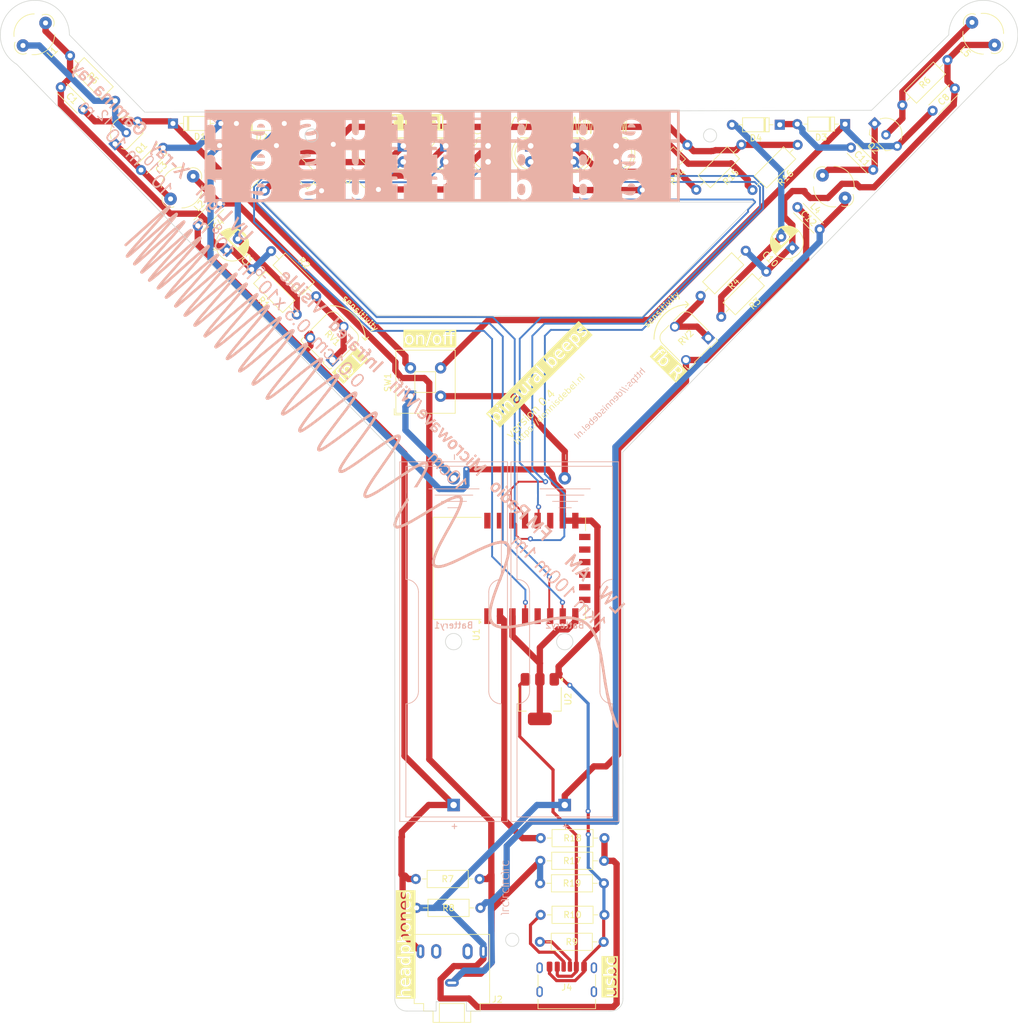
<source format=kicad_pcb>
(kicad_pcb (version 20240108) (generator "pcbnew") (generator_version "8.0")
  (layers (0 "F.Cu" signal) (31 "B.Cu" signal) (34 "B.Paste" user) (35 "F.Paste" user) (36 "B.SilkS" user "B.Silkscreen") (37 "F.SilkS" user "F.Silkscreen") (38 "B.Mask" user) (39 "F.Mask" user) (44 "Edge.Cuts" user))
  (net 0 "")
  (net 1 "Net-(C1-Pad2)")
  (net 2 "Net-(D2-A)")
  (net 3 "Net-(Q1-C)")
  (net 4 "Net-(D1-A)")
  (net 5 "Net-(C10-Pad1)")
  (net 6 "Net-(D4-A)")
  (net 7 "Net-(Q2-C)")
  (net 8 "Net-(D3-A)")
  (net 9 "GND1")
  (net 12 "Net-(Q1-B)")
  (net 13 "Net-(Q2-B)")
  (net 14 "Net-(R2-Pad2)")
  (net 15 "Net-(R4-Pad2)")
  (net 16 "GND2")
  (net 18 "Net-(D8-K)")
  (net 23 "Net-(D8-A)")
  (net 27 "Net-(D9-K)")
  (net 31 "Net-(Battery1--)")
  (net 32 "Net-(Battery2--)")
  (net 34 "Net-(U2-VI)")
  (net 35 "Net-(J4-CC1)")
  (net 36 "Net-(J4-CC2)")
  (net 37 "Net-(U1-EN)")
  (net 38 "Net-(D5-K)")
  (net 39 "Net-(D6-K)")
  (net 40 "Net-(D7-K)")
  (net 41 "Net-(D6-A)")
  (net 42 "Net-(D5-A)")
  (net 43 "Net-(D7-A)")
  (net 44 "Net-(D9-A)")
  (net 45 "Net-(D10-K)")
  (net 46 "Net-(D10-A)")
  (net 47 "L+")
  (net 48 "R+")
  (net 49 "L-")
  (net 50 "Net-(U1-GND)")
  (net 51 "Net-(U1-ADC)")
  (footprint "Connector_USB:USB_C_Receptacle_HRO_TYPE-C-31-M-17" (layer "F.Cu") (at 116.59 187.55)
    (property "Reference" "J4")
    (property "Value" "USB_C_Receptacle_PowerOnly_6P")
  )
  (footprint "Capacitor_THT:C_Disc_D4.3mm_W1.9mm_P5.00mm" (layer "F.Cu") (at 57.832233 66.467767 45)
    (property "Reference" "C4")
    (property "Value" "102")
  )
  (footprint "Resistor_THT:R_Axial_DIN0207_L6.3mm_D2.5mm_P10.16mm_Horizontal" (layer "F.Cu") (at 112.43 163.92)
    (property "Reference" "R18")
    (property "Value" "0R")
  )
  (footprint "Diode_THT:D_DO-35_SOD27_P7.62mm_Horizontal" (layer "F.Cu") (at 160.9 50.3 180)
    (property "Reference" "D3")
    (property "Value" "1N4148")
  )
  (footprint "Resistor_THT:R_Axial_DIN0207_L6.3mm_D2.5mm_P10.16mm_Horizontal" (layer "F.Cu") (at 144.392103 53.557898 -135)
    (property "Reference" "R15")
    (property "Value" "100R")
  )
  (footprint "Resistor_THT:R_Axial_DIN0207_L6.3mm_D2.5mm_P10.16mm_Horizontal" (layer "F.Cu") (at 153.342103 53.6 -135)
    (property "Reference" "R16")
    (property "Value" "100R")
  )
  (footprint "Resistor_THT:R_Axial_DIN0207_L6.3mm_D2.5mm_P10.16mm_Horizontal" (layer "F.Cu") (at 70.361846 53.715795 -45)
    (property "Reference" "R12")
    (property "Value" "100R")
  )
  (footprint "LED_THT:LED_D5.0mm" (layer "F.Cu") (at 97.303673 53.76 -90)
    (property "Reference" "D6" (hide yes))
    (property "Value" "LED")
  )
  (footprint "Diode_THT:D_DO-35_SOD27_P7.62mm_Horizontal" (layer "F.Cu") (at 63.990001 50.2)
    (property "Reference" "D2")
    (property "Value" "1N4148")
  )
  (footprint "Resistor_THT:R_Axial_DIN0207_L6.3mm_D2.5mm_P10.16mm_Horizontal" (layer "F.Cu") (at 112.425 176.125)
    (property "Reference" "R10")
    (property "Value" "5.1K")
  )
  (footprint "Resistor_THT:R_Axial_DIN0207_L6.3mm_D2.5mm_P10.16mm_Horizontal" (layer "F.Cu") (at 79.415794 53.515795 -45)
    (property "Reference" "R13")
    (property "Value" "100R")
  )
  (footprint "Resistor_THT:R_Axial_DIN0207_L6.3mm_D2.5mm_P10.16mm_Horizontal" (layer "F.Cu") (at 73.6 80.6 135)
    (property "Reference" "R1")
    (property "Value" "10K")
  )
  (footprint "Resistor_THT:R_Axial_DIN0207_L6.3mm_D2.5mm_P10.16mm_Horizontal" (layer "F.Cu") (at 135.792103 53.607898 -135)
    (property "Reference" "R14")
    (property "Value" "100R")
  )
  (footprint "Resistor_THT:R_Axial_DIN0207_L6.3mm_D2.5mm_P10.16mm_Horizontal" (layer "F.Cu") (at 145.082103 70.447898 -135)
    (property "Reference" "R4")
    (property "Value" "10K")
  )
  (footprint "Resistor_THT:R_Axial_DIN0207_L6.3mm_D2.5mm_P10.16mm_Horizontal" (layer "F.Cu") (at 122.539999 167.53 180)
    (property "Reference" "R17")
    (property "Value" "33R")
  )
  (footprint "Capacitor_THT:C_Disc_D4.3mm_W1.9mm_P5.00mm" (layer "F.Cu") (at 153.314466 63.514466 -45)
    (property "Reference" "C12")
    (property "Value" "102")
  )
  (footprint "Resistor_THT:R_Axial_DIN0207_L6.3mm_D2.5mm_P10.16mm_Horizontal" (layer "F.Cu") (at 102.71 170.42 180)
    (property "Reference" "R7")
    (property "Value" "33R")
  )
  (footprint "Capacitor_THT:CP_Radial_D5.0mm_P2.50mm" (layer "F.Cu") (at 152.5 70 135)
    (property "Reference" "C10")
    (property "Value" "10uF")
  )
  (footprint "Capacitor_THT:C_Disc_D4.3mm_W1.9mm_P5.00mm" (layer "F.Cu") (at 161.832233 54.032233 -45)
    (property "Reference" "C11")
    (property "Value" "271")
  )
  (footprint "Resistor_THT:R_Axial_DIN0207_L6.3mm_D2.5mm_P10.16mm_Horizontal" (layer "F.Cu") (at 122.5 171.11 180)
    (property "Reference" "R19")
    (property "Value" "0R")
  )
  (footprint "Potentiometer_THT:Potentiometer_Runtron_RM-065_Vertical" (layer "F.Cu") (at 79.291745 87.835534 135)
    (property "Reference" "RV1")
    (property "Value" "50k")
  )
  (footprint "LED_THT:LED_D5.0mm" (layer "F.Cu") (at 90.55 53.76 -90)
    (property "Reference" "D5" (hide yes))
    (property "Value" "LED")
  )
  (footprint "Package_TO_SOT_THT:TO-92_Inline_Wide" (layer "F.Cu") (at 44.658507 53.45061 45)
    (property "Reference" "Q1")
    (property "Value" "BC547/S9014")
  )
  (footprint "Diode_THT:D_DO-35_SOD27_P7.62mm_Horizontal" (layer "F.Cu") (at 150.5 50.4 180)
    (property "Reference" "D4")
    (property "Value" "1N4148")
  )
  (footprint "LED_THT:LED_D5.0mm" (layer "F.Cu") (at 124.439775 53.76 -90)
    (property "Reference" "D10" (hide yes))
    (property "Value" "LED")
  )
  (footprint "Resistor_THT:R_Axial_DIN0207_L6.3mm_D2.5mm_P10.16mm_Horizontal" (layer "F.Cu") (at 61.307898 53.707898 -45)
    (property "Reference" "R11")
    (property "Value" "100R")
  )
  (footprint "Ferrite_THT:LairdTech_28C0236-0JW-10" (layer "F.Cu") (at 157.303949 58.453949 -45)
    (property "Reference" "L4")
    (property "Value" "2.2mH")
  )
  (footprint "Resistor_THT:R_Axial_DIN0207_L6.3mm_D2.5mm_P10.16mm_Horizontal" (layer "F.Cu") (at 141.177898 80.962103 45)
    (property "Reference" "R3")
    (property "Value" "10K")
  )
  (footprint "Diode_THT:D_DO-35_SOD27_P7.62mm_Horizontal" (layer "F.Cu") (at 53.89 50.2)
    (property "Reference" "D1")
    (property "Value" "1N4148")
  )
  (footprint "Resistor_THT:R_Axial_DIN0207_L6.3mm_D2.5mm_P10.16mm_Horizontal" (layer "F.Cu") (at 37.507898 39.407898 -45)
    (property "Reference" "R5")
    (property "Value" "33K")
  )
  (footprint "Capacitor_THT:C_Disc_D4.3mm_W1.9mm_P5.00mm" (layer "F.Cu") (at 52.335534 54.064466 -135)
    (property "Reference" "C3")
    (property "Value" "271")
  )
  (footprint "Package_TO_SOT_SMD:SOT-223-3_TabPin2" (layer "F.Cu") (at 112.3 141.8 -90)
    (property "Reference" "U2")
    (property "Value" "LM1117MP-3.3")
  )
  (footprint "Ferrite_THT:LairdTech_28C0236-0JW-10" (layer "F.Cu") (at 33.6 34.2 -135)
    (property "Reference" "L1")
    (property "Value" "10-20mH")
  )
  (footprint "Button_Switch_THT:SW_Push_2P1T_Toggle_CK_PVA1xxH1xxxxxxV2" (layer "F.Cu") (at 90.9 93.8 90)
    (property "Reference" "SW1")
    (property "Value" "SW_DPST_x2")
  )
  (footprint "Ferrite_THT:LairdTech_28C0236-0JW-10" (layer "F.Cu") (at 184.7 37.7 135)
    (property "Reference" "L5")
    (property "Value" "10-20mH")
  )
  (footprint "Resistor_THT:R_Axial_DIN0207_L6.3mm_D2.5mm_P10.16mm_Horizontal" (layer "F.Cu") (at 112.305 180.425)
    (property "Reference" "R9")
    (property "Value" "5.1K")
  )
  (footprint "Resistor_THT:R_Axial_DIN0207_L6.3mm_D2.5mm_P10.16mm_Horizontal" (layer "F.Cu") (at 177.2 40.1 -135)
    (property "Reference" "R6")
    (property "Value" "33K")
  )
  (footprint "Potentiometer_THT:Potentiometer_Runtron_RM-065_Vertical" (layer "F.Cu") (at 139.1 84.3 -135)
    (property "Reference" "RV2")
    (property "Value" "50k")
  )
  (footprint "Capacitor_THT:CP_Radial_D5.0mm_P2.50mm" (layer "F.Cu") (at 62.447856 70.352144 45)
    (property "Reference" "C2")
    (property "Value" "10uF")
  )
  (footprint "Capacitor_THT:C_Disc_D4.3mm_W1.9mm_P5.00mm" (layer "F.Cu") (at 39.567767 47.967767 135)
    (property "Reference" "C1")
    (property "Value" "103")
  )
  (footprint "Resistor_THT:R_Axial_DIN0207_L6.3mm_D2.5mm_P10.16mm_Horizontal" (layer "F.Cu") (at 102.84 175.02 180)
    (property "Reference" "R8")
    (property "Value" "33R")
  )
  (footprint "LED_THT:LED_D5.0mm" (layer "F.Cu") (at 110.839775 53.76 -90)
    (property "Reference" "D8" (hide yes))
    (property "Value" "LED")
  )
  (footprint "RF_Module:ESP-12E" (layer "F.Cu") (at 107.45 121 90)
    (property "Reference" "U1")
    (property "Value" "ESP-12F")
  )
  (footprint "Connector_Audio:Jack_3.5mm_CUI_SJ1-3525N_Horizontal" (layer "F.Cu") (at 98.3 186.94)
    (property "Reference" "J2")
    (property "Value" "AudioJack2")
  )
  (footprint "LED_THT:LED_D5.0mm" (layer "F.Cu") (at 117.639775 53.76 -90)
    (property "Reference" "D9" (hide yes))
    (property "Value" "LED")
  )
  (footprint "LED_THT:LED_D5.0mm" (layer "F.Cu") (at 104.057346 53.76 -90)
    (property "Reference" "D7" (hide yes))
    (property "Value" "LED")
  )
  (footprint "Package_TO_SOT_THT:TO-92_Inline_Wide" (layer "F.Cu") (at 165.607898 50.207898 -45)
    (property "Reference" "Q2")
    (property "Value" "BC547/S9014")
  )
  (footprint "Resistor_THT:R_Axial_DIN0207_L6.3mm_D2.5mm_P10.16mm_Horizontal" (layer "F.Cu") (at 69.507898 70.507898 -45)
    (property "Reference" "R2")
    (property "Value" "10K")
  )
  (footprint "Capacitor_THT:C_Disc_D4.3mm_W1.9mm_P5.00mm" (layer "F.Cu") (at 174.832233 48.167767 45)
    (property "Reference" "C8")
    (property "Value" "103")
  )
  (footprint "Ferrite_THT:LairdTech_28C0236-0JW-10" (layer "F.Cu") (at 53.503949 62.196051 45)
    (property "Reference" "L2")
    (property "Value" "2.2mH")
  )
  (footprint "Battery:BatteryHolder_Keystone_2460_1xAA" (layer "B.Cu") (at 116.265225 158.65 90)
    (property "Reference" "Battery2")
    (property "Value" "1.5V")
  )
  (footprint "Battery:BatteryHolder_Keystone_2460_1xAA" (layer "B.Cu") (at 98.570225 158.65 90)
    (property "Reference" "Battery1")
    (property "Value" "1.5V")
  )
  (gr_line (start 77.059586 101.921935) (end 77.068687 101.889881) (stroke (width 0.423333) (color 229 37 33 1)) (layer "B.SilkS"))
  (gr_line (start 113.000364 129.25759) (end 112.880099 129.282146) (stroke (width 0.423333) (color 229 37 33 1)) (layer "B.SilkS"))
  (gr_line (start 69.207544 85.979579) (end 66.872676 87.936531) (stroke (width 0.423333) (color 229 37 33 1)) (layer "B.SilkS"))
  (gr_line (start 60.758281 85.770282) (end 60.731501 85.772959) (stroke (width 0.423333) (color 229 37 33 1)) (layer "B.SilkS"))
  (gr_line (start 56.080794 80.23441) (end 56.23445 80.033665) (stroke (width 0.423333) (color 229 37 33 1)) (layer "B.SilkS"))
  (gr_line (start 80.671662 104.771077) (end 80.729264 104.665379) (stroke (width 0.423333) (color 229 37 33 1)) (layer "B.SilkS"))
  (gr_line (start 107.685432 130.308231) (end 107.577302 130.319779) (stroke (width 0.423333) (color 229 37 33 1)) (layer "B.SilkS"))
  (gr_line (start 107.175408 117.230391) (end 107.156165 117.201101) (stroke (width 0.423333) (color 229 37 33 1)) (layer "B.SilkS"))
  (gr_line (start 81.405636 105.313231) (end 81.301644 105.371646) (stroke (width 0.423333) (color 229 37 33 1)) (layer "B.SilkS"))
  (gr_line (start 118.767318 129.247539) (end 118.697276 129.21819) (stroke (width 0.423333) (color 229 37 33 1)) (layer "B.SilkS"))
  (gr_line (start 90.080732 114.337232) (end 90.011069 114.356827) (stroke (width 0.423333) (color 229 37 33 1)) (layer "B.SilkS"))
  (gr_line (start 62.532267 84.494139) (end 62.004176 84.921253) (stroke (width 0.423333) (color 229 37 33 1)) (layer "B.SilkS"))
  (gr_line (start 81.301644 105.371646) (end 81.203023 105.423462) (stroke (width 0.423333) (color 229 37 33 1)) (layer "B.SilkS"))
  (gr_line (start 89.880157 114.388305) (end 89.819042 114.400138) (stroke (width 0.423333) (color 229 37 33 1)) (layer "B.SilkS"))
  (gr_line (start 73.015074 83.161657) (end 73.009415 83.154769) (stroke (width 0.423333) (color 229 37 33 1)) (layer "B.SilkS"))
  (gr_line (start 124.07132 144.745972) (end 124.019637 144.604485) (stroke (width 0.423333) (color 229 37 33 1)) (layer "B.SilkS"))
  (gr_line (start 82.006187 94.984051) (end 82.237739 94.651702) (stroke (width 0.423333) (color 229 37 33 1)) (layer "B.SilkS"))
  (gr_line (start 107.146529 130.350181) (end 107.041906 130.358218) (stroke (width 0.423333) (color 229 37 33 1)) (layer "B.SilkS"))
  (gr_line (start 118.961276 129.334921) (end 118.898281 129.305539) (stroke (width 0.423333) (color 229 37 33 1)) (layer "B.SilkS"))
  (gr_line (start 106.62735 116.860128) (end 106.5862 116.852547) (stroke (width 0.423333) (color 229 37 33 1)) (layer "B.SilkS"))
  (gr_line (start 99.829704 119.388396) (end 99.452255 119.565665) (stroke (width 0.423333) (color 229 37 33 1)) (layer "B.SilkS"))
  (gr_line (start 60.69758 85.759025) (end 60.690614 85.74225) (stroke (width 0.423333) (color 229 37 33 1)) (layer "B.SilkS"))
  (gr_line (start 123.098223 141.248108) (end 123.061038 141.086513) (stroke (width 0.423333) (color 229 37 33 1)) (layer "B.SilkS"))
  (gr_poly (pts (xy 113.019203 119.979521) (xy 113.043382 120.008898) (xy 113.065042 120.039154) (xy 113.084234 120.070286) (xy 113.101017 120.102298) (xy 113.115439 120.135183) (xy 113.127563 120.168948) (xy 113.137437 120.203589) (xy 113.145123 120.239111) (xy 113.150667 120.275504) (xy 113.154131 120.312777) (xy 113.155565 120.350927) (xy 113.155028 120.389954) (xy 113.15257 120.429859) (xy 113.14825 120.470638) (xy 113.142121 120.512297) (xy 113.156362 120.505501) (xy 113.17102 120.499175) (xy 113.186057 120.493341) (xy 113.201455 120.488028) (xy 113.21718 120.483265) (xy 113.233208 120.479074) (xy 113.249508 120.475487) (xy 113.266057 120.472531) (xy 113.282823 120.470234) (xy 113.299783 120.468621) (xy 113.316907 120.467721) (xy 113.334168 120.467563) (xy 113.351537 120.468168) (xy 113.368989 120.469571) (xy 113.386498 120.471797) (xy 113.404032 120.474872) (xy 113.421567 120.478815) (xy 113.439074 120.483607) (xy 113.456526 120.48922) (xy 113.473895 120.495631) (xy 113.491157 120.502808) (xy 113.50828 120.510721) (xy 113.525237 120.519349) (xy 113.542006 120.528664) (xy 113.558553 120.538634) (xy 113.574854 120.549235) (xy 113.590882 120.560439) (xy 113.606607 120.572218) (xy 113.622004 120.584545) (xy 113.637043 120.597395) (xy 113.651699 120.610734) (xy 113.665945 120.624541) (xy 113.679754 120.638788) (xy 113.693098 120.653447) (xy 113.705947 120.668491) (xy 113.718275 120.683886) (xy 113.730056 120.699613) (xy 113.741261 120.715642) (xy 113.751863 120.731943) (xy 113.761832 120.74849) (xy 113.771146 120.765258) (xy 113.779775 120.782216) (xy 113.787689 120.79934) (xy 113.794865 120.816599) (xy 113.801273 120.833969) (xy 113.806888 120.851421) (xy 113.81168 120.868928) (xy 113.815623 120.886462) (xy 113.822564 120.921536) (xy 113.829067 120.956613) (xy 113.834694 120.99169) (xy 113.83704 121.009227) (xy 113.839004 121.02677) (xy 113.840529 121.044306) (xy 113.84156 121.061847) (xy 113.842045 121.079386) (xy 113.841925 121.096927) (xy 113.841148 121.114467) (xy 113.839658 121.132008) (xy 113.837401 121.149548) (xy 113.834322 121.167088) (xy 114.002698 120.998711) (xy 114.171081 121.167094) (xy 113.011129 122.327046) (xy 112.824039 122.139955) (xy 113.404027 121.559965) (xy 113.424427 121.539137) (xy 113.443564 121.518746) (xy 113.461497 121.498795) (xy 113.478278 121.479282) (xy 113.493961 121.460207) (xy 113.508606 121.441572) (xy 113.534987 121.405616) (xy 113.557858 121.371412) (xy 113.577663 121.338963) (xy 113.594834 121.308266) (xy 113.609812 121.279322) (xy 113.616398 121.265293) (xy 113.622161 121.251261) (xy 113.627159 121.23723) (xy 113.631443 121.223197) (xy 113.635069 121.209167) (xy 113.638095 121.195138) (xy 113.640572 121.181106) (xy 113.642556 121.167074) (xy 113.644101 121.153043) (xy 113.645262 121.139011) (xy 113.646095 121.124981) (xy 113.646654 121.110951) (xy 113.647166 121.082886) (xy 113.64724 121.054824) (xy 113.647078 121.047862) (xy 113.646596 121.041005) (xy 113.645803 121.03425) (xy 113.644716 121.027597) (xy 113.64334 121.021039) (xy 113.641688 121.014574) (xy 113.639765 121.008197) (xy 113.63759 121.001907) (xy 113.632505 120.989571) (xy 113.626516 120.977533) (xy 113.619705 120.965771) (xy 113.612156 120.954256) (xy 113.603949 120.942961) (xy 113.595166 120.93186) (xy 113.58589 120.920919) (xy 113.576201 120.910117) (xy 113.555923 120.888817) (xy 113.534987 120.867732) (xy 113.520953 120.854147) (xy 113.506922 120.841496) (xy 113.492889 120.829829) (xy 113.478859 120.819204) (xy 113.464827 120.809677) (xy 113.450795 120.801298) (xy 113.436763 120.794127) (xy 113.422731 120.788217) (xy 113.408701 120.783623) (xy 113.394668 120.780397) (xy 113.380635 120.778597) (xy 113.373621 120.778246) (xy 113.366606 120.778276) (xy 113.359591 120.778688) (xy 113.352572 120.77949) (xy 113.345558 120.78069) (xy 113.338544 120.782295) (xy 113.331528 120.784309) (xy 113.324512 120.786741) (xy 113.317496 120.789601) (xy 113.310482 120.792889) (xy 113.296237 120.79971) (xy 113.281581 120.806231) (xy 113.251145 120.818913) (xy 113.219392 120.832033) (xy 113.203089 120.8391) (xy 113.186542 120.846686) (xy 113.169776 120.854934) (xy 113.152817 120.863973) (xy 113.135692 120.873944) (xy 113.11843 120.884984) (xy 113.10106 120.89723) (xy 113.083605 120.910819) (xy 113.066099 120.925888) (xy 113.048564 120.942574) (xy 112.300208 121.69093) (xy 112.094408 121.485128) (xy 112.78663 120.792906) (xy 112.807231 120.771858) (xy 112.826899 120.75081) (xy 112.84558 120.729763) (xy 112.863222 120.708716) (xy 112.879767 120.687668) (xy 112.89516 120.666621) (xy 112.909347 120.645574) (xy 112.922276 120.624527) (xy 112.933888 120.60348) (xy 112.944126 120.582432) (xy 112.952944 120.561385) (xy 112.960277 120.540336) (xy 112.96608 120.51929) (xy 112.97029 120.498239) (xy 112.972855 120.47719) (xy 112.973722 120.456141) (xy 112.973071 120.435312) (xy 112.971158 120.41492) (xy 112.968041 120.394969) (xy 112.963773 120.375457) (xy 112.958412 120.356384) (xy 112.952009 120.337747) (xy 112.944617 120.319551) (xy 112.936296 120.301792) (xy 112.927096 120.284473) (xy 112.917077 120.267592) (xy 112.906288 120.25115) (xy 112.894789 120.235146) (xy 112.882632 120.219583) (xy 112.869873 120.204457) (xy 112.856565 120.189768) (xy 112.842763 120.17552) (xy 112.835327 120.168512) (xy 112.827124 120.161561) (xy 112.818262 120.15472) (xy 112.808853 120.14804) (xy 112.799005 120.141582) (xy 112.788828 120.135399) (xy 112.778432 120.129542) (xy 112.767927 120.124069) (xy 112.757421 120.119036) (xy 112.747025 120.114495) (xy 112.736848 120.110504) (xy 112.726999 120.107113) (xy 112.717588 120.104382) (xy 112.708728 120.102364) (xy 112.700526 120.101113) (xy 112.69309 120.100683) (xy 112.543417 120.100683) (xy 112.539799 120.100899) (xy 112.53597 120.10154) (xy 112.531933 120.102593) (xy 112.527701 120.104042) (xy 112.518665 120.10808) (xy 112.508918 120.113542) (xy 112.498513 120.120321) (xy 112.487508 120.128307) (xy 112.475952 120.137389) (xy 112.463904 120.147458) (xy 112.451419 120.158402) (xy 112.438546 120.170114) (xy 112.411878 120.195404) (xy 112.384329 120.222445) (xy 112.356341 120.250362) (xy 111.626695 120.980008) (xy 111.439604 120.792917) (xy 112.244082 119.988439) (xy 112.268637 119.964751) (xy 112.293194 119.94276) (xy 112.31775 119.922416) (xy 112.342306 119.90366) (xy 112.366861 119.886441) (xy 112.391418 119.8707) (xy 112.415974 119.856386) (xy 112.440528 119.84344) (xy 112.465083 119.831812) (xy 112.48964 119.821445) (xy 112.514195 119.812281) (xy 112.538752 119.804271) (xy 112.563306 119.797355) (xy 112.587862 119.791481) (xy 112.612417 119.786594) (xy 112.636973 119.782638) (xy 112.649195 119.781159) (xy 112.661311 119.780212) (xy 112.673325 119.779795) (xy 112.685238 119.779895) (xy 112.697058 119.780503) (xy 112.708784 119.781608) (xy 112.72042 119.783198) (xy 112.731972 119.785266) (xy 112.743442 119.787798) (xy 112.754833 119.790787) (xy 112.766148 119.794221) (xy 112.777392 119.79809) (xy 112.799678 119.807093) (xy 112.821716 119.817712) (xy 112.843537 119.829868) (xy 112.865165 119.843473) (xy 112.886629 119.85845) (xy 112.907956 119.874716) (xy 112.929175 119.892188) (xy 112.950312 119.910786) (xy 112.971392 119.930423) (xy 112.992448 119.951021)) (stroke (width -0.000001)) (fill solid) (layer "B.SilkS"))
  (gr_poly (pts (xy 76.623157 78.305908) (xy 76.623993 78.306919) (xy 76.625021 78.308283) (xy 76.626159 78.309978) (xy 76.627323 78.311974) (xy 76.628432 78.314244) (xy 76.628942 78.315473) (xy 76.629406 78.316761) (xy 76.629813 78.318104) (xy 76.630158 78.319497) (xy 76.630429 78.320939) (xy 76.630611 78.322425) (xy 76.630699 78.323952) (xy 76.63068 78.325517) (xy 76.630546 78.327117) (xy 76.630281 78.328746) (xy 76.629884 78.330405) (xy 76.629338 78.332087) (xy 76.628634 78.333788) (xy 76.627761 78.335506) (xy 76.626712 78.33724) (xy 76.625472 78.338983) (xy 76.624036 78.340733) (xy 76.622389 78.342486) (xy 75.518565 79.44631) (xy 75.517726 79.447079) (xy 75.516717 79.447914) (xy 75.51535 79.448943) (xy 75.513656 79.450078) (xy 75.511658 79.451244) (xy 75.50939 79.452353) (xy 75.508161 79.452862) (xy 75.506873 79.453326) (xy 75.505531 79.453736) (xy 75.504136 79.454081) (xy 75.502694 79.454349) (xy 75.501208 79.454532) (xy 75.499682 79.454621) (xy 75.498114 79.4546) (xy 75.496516 79.454465) (xy 75.494887 79.454204) (xy 75.493231 79.453805) (xy 75.491548 79.453258) (xy 75.489847 79.452554) (xy 75.488128 79.451682) (xy 75.486394 79.450633) (xy 75.48465 79.449393) (xy 75.4829 79.447956) (xy 75.481148 79.44631) (xy 75.256649 79.221811) (xy 76.360471 78.080568) (xy 76.361314 78.079802) (xy 76.362322 78.078968) (xy 76.363688 78.077938) (xy 76.365382 78.076801) (xy 76.367379 78.075636) (xy 76.369649 78.074526) (xy 76.370878 78.074017) (xy 76.372166 78.073552) (xy 76.373508 78.073144) (xy 76.374902 78.0728) (xy 76.376342 78.07253) (xy 76.37783 78.072347) (xy 76.379358 78.07226) (xy 76.380922 78.072279) (xy 76.382521 78.072414) (xy 76.384151 78.072675) (xy 76.385809 78.073074) (xy 76.38749 78.073623) (xy 76.389192 78.074328) (xy 76.390911 78.075198) (xy 76.392644 78.076248) (xy 76.394386 78.077485) (xy 76.396138 78.078923) (xy 76.397891 78.080569) (xy 76.62239 78.305068)) (stroke (width -0.000001)) (fill solid) (layer "B.SilkS"))
  (gr_line (start 77.578949 87.762321) (end 77.577853 87.738166) (stroke (width 0.423333) (color 229 37 33 1)) (layer "B.SilkS"))
  (gr_line (start 84.905162 108.131174) (end 84.971788 108.018646) (stroke (width 0.423333) (color 229 37 33 1)) (layer "B.SilkS"))
  (gr_line (start 90.286749 111.597551) (end 90.432242 111.354596) (stroke (width 0.423333) (color 229 37 33 1)) (layer "B.SilkS"))
  (gr_line (start 94.313926 104.765217) (end 94.32606 104.705226) (stroke (width 0.423333) (color 229 37 33 1)) (layer "B.SilkS"))
  (gr_line (start 124.125809 144.890262) (end 124.07132 144.745972) (stroke (width 0.423333) (color 229 37 33 1)) (layer "B.SilkS"))
  (gr_line (start 71.424378 96.045831) (end 71.451859 95.99461) (stroke (width 0.423333) (color 229 37 33 1)) (layer "B.SilkS"))
  (gr_line (start 74.218463 85.83713) (end 73.831218 86.124457) (stroke (width 0.423333) (color 229 37 33 1)) (layer "B.SilkS"))
  (gr_line (start 89.587274 112.88636) (end 89.632759 112.792146) (stroke (width 0.423333) (color 229 37 33 1)) (layer "B.SilkS"))
  (gr_line (start 59.276932 83.457688) (end 59.418465 83.267229) (stroke (width 0.423333) (color 229 37 33 1)) (layer "B.SilkS"))
  (gr_line (start 62.410047 72.715476) (end 62.423219 72.677295) (stroke (width 0.423333) (color 229 37 33 1)) (layer "B.SilkS"))
  (gr_line (start 55.959847 80.402968) (end 56.080794 80.23441) (stroke (width 0.423333) (color 229 37 33 1)) (layer "B.SilkS"))
  (gr_poly (pts (xy 100.581664 106.745101) (xy 100.575338 106.766774) (xy 100.569505 106.78883) (xy 100.564194 106.811244) (xy 100.559429 106.833986) (xy 100.555239 106.857028) (xy 100.551654 106.880346) (xy 100.5487 106.903911) (xy 100.546403 106.927694) (xy 100.544792 106.95167) (xy 100.54389 106.97581) (xy 100.543731 107.000087) (xy 100.544338 107.024474) (xy 100.54574 107.048945) (xy 100.547964 107.073468) (xy 100.551037 107.098021) (xy 100.558898 107.149584) (xy 100.568288 107.205309) (xy 100.578996 107.264104) (xy 100.590798 107.324871) (xy 100.603479 107.386515) (xy 100.616815 107.447939) (xy 100.630592 107.508047) (xy 100.644587 107.565744) (xy 100.457497 107.752835) (xy 100.443465 107.72309) (xy 100.429432 107.690276) (xy 100.415402 107.654832) (xy 100.401371 107.617195) (xy 100.387338 107.577805) (xy 100.37331 107.537099) (xy 100.345253 107.453499) (xy 100.33866 107.432456) (xy 100.332865 107.411441) (xy 100.327779 107.390479) (xy 100.323325 107.369599) (xy 100.31942 107.348829) (xy 100.315981 107.328196) (xy 100.310169 107.287452) (xy 100.300522 107.208814) (xy 100.295371 107.171361) (xy 100.292426 107.153196) (xy 100.289126 107.135444) (xy 99.035628 108.388944) (xy 98.829827 108.18314) (xy 100.438793 106.574175) (xy 100.588455 106.723837)) (stroke (width -0.000001)) (fill solid) (layer "B.SilkS"))
  (gr_line (start 106.262448 130.35816) (end 106.176236 130.353219) (stroke (width 0.423333) (color 229 37 33 1)) (layer "B.SilkS"))
  (gr_line (start 48.895841 73.8636) (end 48.904666 73.830509) (stroke (width 0.423333) (color 229 37 33 1)) (layer "B.SilkS"))
  (gr_line (start 104.419007 127.531855) (end 104.440052 127.41966) (stroke (width 0.423333) (color 229 37 33 1)) (layer "B.SilkS"))
  (gr_line (start 67.890464 83.40526) (end 65.375996 85.541812) (stroke (width 0.423333) (color 229 37 33 1)) (layer "B.SilkS"))
  (gr_line (start 118.366174 129.104929) (end 118.329531 129.095995) (stroke (width 0.423333) (color 229 37 33 1)) (layer "B.SilkS"))
  (gr_line (start 72.994439 83.144686) (end 72.985132 83.141483) (stroke (width 0.423333) (color 229 37 33 1)) (layer "B.SilkS"))
  (gr_line (start 58.992379 72.65314) (end 58.246335 73.305582) (stroke (width 0.423333) (color 229 37 33 1)) (layer "B.SilkS"))
  (gr_line (start 97.53319 115.054013) (end 97.779677 114.622772) (stroke (width 0.423333) (color 229 37 33 1)) (layer "B.SilkS"))
  (gr_line (start 122.190975 135.829114) (end 122.177967 135.74326) (stroke (width 0.423333) (color 229 37 33 1)) (layer "B.SilkS"))
  (gr_line (start 84.754498 109.582763) (end 84.727864 109.584934) (stroke (width 0.423333) (color 229 37 33 1)) (layer "B.SilkS"))
  (gr_line (start 77.052807 101.951968) (end 77.059586 101.921935) (stroke (width 0.423333) (color 229 37 33 1)) (layer "B.SilkS"))
  (gr_line (start 107.073496 117.094461) (end 107.05162 117.070433) (stroke (width 0.423333) (color 229 37 33 1)) (layer "B.SilkS"))
  (gr_line (start 81.091095 94.138182) (end 80.726945 94.408731) (stroke (width 0.423333) (color 229 37 33 1)) (layer "B.SilkS"))
  (gr_line (start 77.242532 102.158238) (end 77.215108 102.160474) (stroke (width 0.423333) (color 229 37 33 1)) (layer "B.SilkS"))
  (gr_line (start 122.204859 135.915145) (end 122.190975 135.829114) (stroke (width 0.423333) (color 229 37 33 1)) (layer "B.SilkS"))
  (gr_line (start 55.932152 80.724927) (end 55.888171 80.743954) (stroke (width 0.423333) (color 229 37 33 1)) (layer "B.SilkS"))
  (gr_line (start 95.373661 119.790861) (end 95.381204 119.734039) (stroke (width 0.423333) (color 229 37 33 1)) (layer "B.SilkS"))
  (gr_line (start 66.967703 78.004308) (end 67.180254 77.69605) (stroke (width 0.423333) (color 229 37 33 1)) (layer "B.SilkS"))
  (gr_line (start 85.542252 96.45634) (end 85.43607 96.512061) (stroke (width 0.423333) (color 229 37 33 1)) (layer "B.SilkS"))
  (gr_line (start 94.1651 105.195374) (end 94.22684 105.037054) (stroke (width 0.423333) (color 229 37 33 1)) (layer "B.SilkS"))
  (gr_line (start 89.717986 99.91245) (end 89.691678 99.913698) (stroke (width 0.423333) (color 229 37 33 1)) (layer "B.SilkS"))
  (gr_line (start 55.796984 80.735982) (end 55.795248 80.713122) (stroke (width 0.423333) (color 229 37 33 1)) (layer "B.SilkS"))
  (gr_line (start 119.519419 129.647442) (end 119.463291 129.609966) (stroke (width 0.423333) (color 229 37 33 1)) (layer "B.SilkS"))
  (gr_line (start 121.876753 134.109974) (end 121.859269 134.026484) (stroke (width 0.423333) (color 229 37 33 1)) (layer "B.SilkS"))
  (gr_line (start 74.073205 99.126419) (end 74.061042 99.11346) (stroke (width 0.423333) (color 229 37 33 1)) (layer "B.SilkS"))
  (gr_poly (pts (xy 75.463214 76.24794) (xy 75.464052 76.248949) (xy 75.465081 76.250314) (xy 75.466218 76.252009) (xy 75.467381 76.254005) (xy 75.468492 76.256275) (xy 75.469001 76.257504) (xy 75.469466 76.258792) (xy 75.469874 76.260134) (xy 75.470219 76.261528) (xy 75.470489 76.262971) (xy 75.470669 76.264456) (xy 75.470756 76.265984) (xy 75.470739 76.267548) (xy 75.470604 76.269147) (xy 75.470341 76.270777) (xy 75.469944 76.272435) (xy 75.469396 76.274119) (xy 75.468692 76.275819) (xy 75.467821 76.277537) (xy 75.466771 76.27927) (xy 75.465533 76.281014) (xy 75.464096 76.282765) (xy 75.462449 76.284517) (xy 75.237939 76.509027) (xy 75.237099 76.509795) (xy 75.23609 76.51063) (xy 75.234725 76.511659) (xy 75.23303 76.512796) (xy 75.231032 76.51396) (xy 75.228763 76.515069) (xy 75.227534 76.515578) (xy 75.226246 76.516043) (xy 75.224904 76.516453) (xy 75.223511 76.516798) (xy 75.222068 76.517065) (xy 75.220582 76.517249) (xy 75.219056 76.517337) (xy 75.217489 76.517318) (xy 75.215891 76.517182) (xy 75.214261 76.51692) (xy 75.212603 76.516521) (xy 75.210922 76.515976) (xy 75.20922 76.51527) (xy 75.207501 76.514398) (xy 75.205767 76.513349) (xy 75.204025 76.51211) (xy 75.202274 76.510672) (xy 75.200522 76.509027) (xy 74.976012 76.284517) (xy 74.976016 76.284513) (xy 75.200532 76.0226) (xy 75.201371 76.021833) (xy 75.20238 76.020995) (xy 75.203748 76.01997) (xy 75.205442 76.018831) (xy 75.207438 76.017666) (xy 75.209708 76.016557) (xy 75.210937 76.016047) (xy 75.212224 76.015582) (xy 75.213566 76.015173) (xy 75.214959 76.014828) (xy 75.216401 76.014559) (xy 75.217887 76.014377) (xy 75.219414 76.014288) (xy 75.220977 76.014307) (xy 75.222578 76.014442) (xy 75.224206 76.014703) (xy 75.225863 76.015102) (xy 75.227544 76.015647) (xy 75.229245 76.016351) (xy 75.230962 76.017221) (xy 75.232697 76.018271) (xy 75.234436 76.019507) (xy 75.236187 76.020944) (xy 75.237939 76.02259) (xy 75.462449 76.247098)) (stroke (width -0.000001)) (fill solid) (layer "B.SilkS"))
  (gr_line (start 106.763221 120.615711) (end 106.864719 120.325251) (stroke (width 0.423333) (color 229 37 33 1)) (layer "B.SilkS"))
  (gr_line (start 82.289863 93.331359) (end 82.166491 93.404666) (stroke (width 0.423333) (color 229 37 33 1)) (layer "B.SilkS"))
  (gr_line (start 118.178691 129.057879) (end 118.020833 129.015548) (stroke (width 0.423333) (color 229 37 33 1)) (layer "B.SilkS"))
  (gr_line (start 68.977052 79.513531) (end 69.007897 79.458882) (stroke (width 0.423333) (color 229 37 33 1)) (layer "B.SilkS"))
  (gr_line (start 66.710019 77.743144) (end 66.514921 77.888282) (stroke (width 0.423333) (color 229 37 33 1)) (layer "B.SilkS"))
  (gr_line (start 99.695341 109.731607) (end 99.684202 109.71941) (stroke (width 0.423333) (color 229 37 33 1)) (layer "B.SilkS"))
  (gr_line (start 100.017903 119.296785) (end 99.829704 119.388396) (stroke (width 0.423333) (color 229 37 33 1)) (layer "B.SilkS"))
  (gr_line (start 99.647632 109.686896) (end 99.634386 109.677433) (stroke (width 0.423333) (color 229 37 33 1)) (layer "B.SilkS"))
  (gr_line (start 78.167941 100.080863) (end 78.427176 99.730485) (stroke (width 0.423333) (color 229 37 33 1)) (layer "B.SilkS"))
  (gr_line (start 66.872693 86.379964) (end 67.906357 85.157336) (stroke (width 0.423333) (color 229 37 33 1)) (layer "B.SilkS"))
  (gr_line (start 98.722744 109.695877) (end 98.577835 109.744199) (stroke (width 0.423333) (color 229 37 33 1)) (layer "B.SilkS"))
  (gr_line (start 80.730243 105.599468) (end 80.672292 105.606933) (stroke (width 0.423333) (color 229 37 33 1)) (layer "B.SilkS"))
  (gr_line (start 89.233633 114.158329) (end 89.229309 114.138335) (stroke (width 0.423333) (color 229 37 33 1)) (layer "B.SilkS"))
  (gr_line (start 120.628218 130.779912) (end 120.609048 130.753176) (stroke (width 0.423333) (color 229 37 33 1)) (layer "B.SilkS"))
  (gr_line (start 122.23596 136.085626) (end 122.219797 136.000824) (stroke (width 0.423333) (color 229 37 33 1)) (layer "B.SilkS"))
  (gr_line (start 72.81456 95.61458) (end 72.467393 95.860954) (stroke (width 0.423333) (color 229 37 33 1)) (layer "B.SilkS"))
  (gr_line (start 55.527776 68.150174) (end 51.980581 71.308234) (stroke (width 0.423333) (color 229 37 33 1)) (layer "B.SilkS"))
  (gr_line (start 91.287159 113.80917) (end 91.08937 113.90809) (stroke (width 0.423333) (color 229 37 33 1)) (layer "B.SilkS"))
  (gr_line (start 96.594469 116.771018) (end 96.70602 116.565863) (stroke (width 0.423333) (color 229 37 33 1)) (layer "B.SilkS"))
  (gr_line (start 119.287656 129.505488) (end 119.223784 129.469973) (stroke (width 0.423333) (color 229 37 33 1)) (layer "B.SilkS"))
  (gr_poly (pts (xy 122.973489 123.704277) (xy 122.973574 123.704728) (xy 122.973618 123.705311) (xy 122.973635 123.706835) (xy 122.973654 123.708799) (xy 122.973782 123.711147) (xy 122.973921 123.712447) (xy 122.97413 123.713824) (xy 122.974418 123.715268) (xy 122.974805 123.716773) (xy 122.9753 123.718336) (xy 122.975919 123.719944) (xy 122.976675 123.721595) (xy 122.977582 123.72328) (xy 122.978653 123.72499) (xy 122.979902 123.726721) (xy 122.981343 123.728469) (xy 122.98299 123.730221) (xy 123.226198 123.973429) (xy 123.226964 123.97427) (xy 123.227801 123.975279) (xy 123.228829 123.976647) (xy 123.229965 123.97834) (xy 123.231132 123.980336) (xy 123.232242 123.982606) (xy 123.232749 123.983835) (xy 123.233213 123.985124) (xy 123.233624 123.986465) (xy 123.233968 123.987858) (xy 123.234237 123.989301) (xy 123.234419 123.990786) (xy 123.234506 123.992314) (xy 123.234487 123.993879) (xy 123.234353 123.99548) (xy 123.234092 123.997108) (xy 123.233692 123.998766) (xy 123.233146 124.000447) (xy 123.232442 124.002149) (xy 123.231571 124.003868) (xy 123.23052 124.005601) (xy 123.229282 124.007344) (xy 123.227844 124.009094) (xy 123.226198 124.010849) (xy 122.795882 124.665652) (xy 122.365582 125.320461) (xy 123.731329 124.553386) (xy 123.73217 124.552619) (xy 123.733179 124.551782) (xy 123.734543 124.550755) (xy 123.736239 124.549617) (xy 123.738235 124.548454) (xy 123.740505 124.547342) (xy 123.741734 124.546836) (xy 123.743022 124.546371) (xy 123.744363 124.545962) (xy 123.745756 124.545615) (xy 123.747198 124.545345) (xy 123.748684 124.545162) (xy 123.750211 124.545074) (xy 123.751776 124.545094) (xy 123.753374 124.545227) (xy 123.755003 124.545488) (xy 123.75666 124.545887) (xy 123.758341 124.546433) (xy 123.760043 124.547136) (xy 123.761761 124.548007) (xy 123.763492 124.549056) (xy 123.765236 124.550294) (xy 123.766984 124.55173) (xy 123.768737 124.553378) (xy 123.937119 124.72176) (xy 123.937886 124.722598) (xy 123.938723 124.723608) (xy 123.93975 124.724974) (xy 123.940887 124.726669) (xy 123.942052 124.728664) (xy 123.94316 124.730935) (xy 123.943671 124.732163) (xy 123.944136 124.733453) (xy 123.944543 124.734793) (xy 123.944889 124.736186) (xy 123.945158 124.737631) (xy 123.945341 124.739115) (xy 123.945428 124.740642) (xy 123.945408 124.742207) (xy 123.945273 124.743807) (xy 123.945012 124.745437) (xy 123.944614 124.747095) (xy 123.944066 124.748776) (xy 123.943364 124.750478) (xy 123.942489 124.752197) (xy 123.941441 124.753929) (xy 123.940202 124.755673) (xy 123.938765 124.757425) (xy 123.937119 124.759176) (xy 123.544232 125.451409) (xy 123.151339 126.143627) (xy 124.46097 125.320434) (xy 124.461811 125.319667) (xy 124.46282 125.31883) (xy 124.464185 125.317803) (xy 124.465881 125.316667) (xy 124.467876 125.315502) (xy 124.470144 125.31439) (xy 124.471376 125.313883) (xy 124.472663 125.313419) (xy 124.474005 125.313009) (xy 124.475398 125.312663) (xy 124.476838 125.312395) (xy 124.478325 125.31221) (xy 124.479853 125.312123) (xy 124.481416 125.312142) (xy 124.483015 125.312276) (xy 124.484644 125.312537) (xy 124.486301 125.312936) (xy 124.487982 125.313484) (xy 124.489682 125.314183) (xy 124.491401 125.315056) (xy 124.493132 125.316104) (xy 124.494876 125.317343) (xy 124.496623 125.318779) (xy 124.498376 125.320423) (xy 124.760294 125.582341) (xy 124.76563 125.587749) (xy 124.767119 125.589412) (xy 124.767592 125.590031) (xy 124.767894 125.590526) (xy 124.768034 125.590912) (xy 124.768015 125.591204) (xy 124.767844 125.591411) (xy 124.76753 125.59155) (xy 124.767078 125.591634) (xy 124.766496 125.591677) (xy 124.764972 125.591696) (xy 124.763009 125.591714) (xy 124.76066 125.591841) (xy 124.75936 125.591981) (xy 124.757984 125.592189) (xy 124.75654 125.592481) (xy 124.755034 125.592867) (xy 124.753472 125.59336) (xy 124.751861 125.59398) (xy 124.750213 125.594736) (xy 124.748527 125.595642) (xy 124.746817 125.596713) (xy 124.745085 125.597964) (xy 124.743339 125.599403) (xy 124.741586 125.601052) (xy 122.777155 126.779716) (xy 122.776315 126.780484) (xy 122.775307 126.78132) (xy 122.773941 126.782347) (xy 122.772247 126.783484) (xy 122.770252 126.78465) (xy 122.767982 126.785761) (xy 122.766753 126.78627) (xy 122.765465 126.786736) (xy 122.764124 126.787144) (xy 122.762728 126.787488) (xy 122.761287 126.787756) (xy 122.759803 126.787943) (xy 122.758275 126.78803) (xy 122.756711 126.788013) (xy 122.755112 126.787878) (xy 122.753481 126.787613) (xy 122.751826 126.787215) (xy 122.750145 126.78667) (xy 122.748444 126.785966) (xy 122.746725 126.785095) (xy 122.744994 126.784046) (xy 122.743251 126.782808) (xy 122.741501 126.781372) (xy 122.739749 126.779729) (xy 122.552667 126.592647) (xy 122.590076 126.55524) (xy 122.68859 126.373117) (xy 122.788857 126.192752) (xy 122.840199 126.103775) (xy 122.892635 126.015895) (xy 122.946384 125.929327) (xy 123.001673 125.844297) (xy 123.056153 125.76007) (xy 123.107784 125.675625) (xy 123.157222 125.590743) (xy 123.205129 125.505202) (xy 123.394565 125.15208) (xy 122.010114 125.937859) (xy 122.009275 125.938626) (xy 122.008264 125.939461) (xy 122.006898 125.940489) (xy 122.005203 125.941625) (xy 122.003208 125.942791) (xy 122.000938 125.943901) (xy 121.999709 125.94441) (xy 121.998419 125.944874) (xy 121.997078 125.945284) (xy 121.995685 125.945629) (xy 121.994243 125.945896) (xy 121.992757 125.946081) (xy 121.991231 125.946168) (xy 121.989663 125.946149) (xy 121.988065 125.946013) (xy 121.986435 125.945751) (xy 121.984778 125.945352) (xy 121.983096 125.944806) (xy 121.981395 125.944102) (xy 121.979675 125.943229) (xy 121.977943 125.94218) (xy 121.976199 125.940941) (xy 121.97445 125.939506) (xy 121.972696 125.937858) (xy 121.766906 125.732068) (xy 121.766138 125.731228) (xy 121.7653 125.730219) (xy 121.764275 125.728853) (xy 121.763137 125.727158) (xy 121.761971 125.725162) (xy 121.760861 125.722892) (xy 121.760355 125.721663) (xy 121.75989 125.720375) (xy 121.759481 125.719033) (xy 121.759136 125.71764) (xy 121.758868 125.716198) (xy 121.758684 125.714712) (xy 121.758596 125.713184) (xy 121.758615 125.711619) (xy 121.758751 125.71002) (xy 121.759011 125.708388) (xy 121.759412 125.706732) (xy 121.759958 125.705049) (xy 121.760662 125.703348) (xy 121.761534 125.701629) (xy 121.762584 125.699896) (xy 121.763822 125.698153) (xy 121.76526 125.696403) (xy 121.766905 125.69465) (xy 122.945571 123.73022) (xy 122.964281 123.711512) (xy 122.969689 123.706177) (xy 122.97135 123.704687) (xy 122.971971 123.704214) (xy 122.972465 123.70391) (xy 122.972852 123.703774) (xy 122.973141 123.703793) (xy 122.97335 123.703964)) (stroke (width -0.000001)) (fill solid) (layer "B.SilkS"))
  (gr_line (start 74.826733 86.107764) (end 74.92773 85.956392) (stroke (width 0.423333) (color 229 37 33 1)) (layer "B.SilkS"))
  (gr_line (start 123.972166 144.46721) (end 123.944774 144.39363) (stroke (width 0.423333) (color 229 37 33 1)) (layer "B.SilkS"))
  (gr_line (start 54.390492 79.264896) (end 54.353871 79.277249) (stroke (width 0.423333) (color 229 37 33 1)) (layer "B.SilkS"))
  (gr_line (start 79.476783 90.508924) (end 79.346086 90.589137) (stroke (width 0.423333) (color 229 37 33 1)) (layer "B.SilkS"))
  (gr_line (start 92.172599 105.041963) (end 91.928243 105.188859) (stroke (width 0.423333) (color 229 37 33 1)) (layer "B.SilkS"))
  (gr_line (start 52.955762 72.868078) (end 51.426782 74.196877) (stroke (width 0.423333) (color 229 37 33 1)) (layer "B.SilkS"))
  (gr_line (start 122.638884 138.694902) (end 122.623947 138.609222) (stroke (width 0.423333) (color 229 37 33 1)) (layer "B.SilkS"))
  (gr_poly (pts (xy 83.388066 85.109468) (xy 83.416319 85.141668) (xy 83.442324 85.174248) (xy 83.466055 85.207186) (xy 83.487482 85.240452) (xy 83.50658 85.27402) (xy 83.52332 85.307859) (xy 83.537676 85.341948) (xy 83.54962 85.376255) (xy 83.559126 85.410753) (xy 83.566164 85.445415) (xy 83.570708 85.480216) (xy 83.572733 85.515127) (xy 83.572205 85.550117) (xy 83.569105 85.585164) (xy 83.563401 85.62024) (xy 83.264054 85.582821) (xy 83.245345 85.564112) (xy 83.24699 85.562359) (xy 83.248429 85.5606) (xy 83.249666 85.558835) (xy 83.250717 85.55706) (xy 83.251589 85.555272) (xy 83.252293 85.553466) (xy 83.25284 85.55164) (xy 83.253239 85.549789) (xy 83.2535 85.547911) (xy 83.253638 85.546004) (xy 83.253656 85.544061) (xy 83.253569 85.542082) (xy 83.253386 85.540059) (xy 83.253116 85.537993) (xy 83.252774 85.535879) (xy 83.252364 85.533717) (xy 83.247979 85.514127) (xy 83.24695 85.508477) (xy 83.246505 85.50552) (xy 83.246115 85.50247) (xy 83.245794 85.499323) (xy 83.24555 85.496078) (xy 83.245399 85.49273) (xy 83.245345 85.489277) (xy 83.245304 85.476885) (xy 83.245217 85.4718) (xy 83.245048 85.467346) (xy 83.244769 85.463441) (xy 83.244354 85.460002) (xy 83.244086 85.458432) (xy 83.243773 85.456945) (xy 83.243414 85.455536) (xy 83.243002 85.454191) (xy 83.242536 85.452902) (xy 83.242011 85.451657) (xy 83.241424 85.450447) (xy 83.240772 85.449259) (xy 83.240054 85.448088) (xy 83.239261 85.446918) (xy 83.237448 85.444547) (xy 83.235308 85.442071) (xy 83.23281 85.439396) (xy 83.226635 85.433147) (xy 83.189217 85.358311) (xy 83.11438 85.283474) (xy 83.08696 85.256941) (xy 83.060774 85.233452) (xy 83.035738 85.212975) (xy 83.011774 85.195488) (xy 82.988795 85.180956) (xy 82.96672 85.169359) (xy 82.955994 85.164652) (xy 82.945468 85.160668) (xy 82.935124 85.157404) (xy 82.924956 85.154855) (xy 82.914951 85.153019) (xy 82.9051 85.151891) (xy 82.895395 85.15147) (xy 82.88582 85.151751) (xy 82.876372 85.15273) (xy 82.867036 85.154406) (xy 82.857801 85.156772) (xy 82.848661 85.159828) (xy 82.8396 85.163569) (xy 82.830614 85.167991) (xy 82.821689 85.173092) (xy 82.812815 85.178868) (xy 82.79518 85.192429) (xy 82.777625 85.208649) (xy 82.665371 85.320903) (xy 82.945998 85.601532) (xy 82.966392 85.622793) (xy 82.985498 85.644467) (xy 83.003344 85.666523) (xy 83.019954 85.688937) (xy 83.035361 85.711677) (xy 83.04959 85.734722) (xy 83.062666 85.758037) (xy 83.074619 85.7816) (xy 83.085477 85.805386) (xy 83.095266 85.829359) (xy 83.104013 85.853499) (xy 83.111745 85.877777) (xy 83.118495 85.902162) (xy 83.124284 85.926633) (xy 83.129139 85.951157) (xy 83.133095 85.975708) (xy 83.129356 86.000043) (xy 83.125125 86.02394) (xy 83.120348 86.047398) (xy 83.114966 86.070419) (xy 83.108927 86.093) (xy 83.102178 86.115143) (xy 83.094659 86.136849) (xy 83.086321 86.158116) (xy 83.077104 86.178945) (xy 83.066956 86.199334) (xy 83.055819 86.219285) (xy 83.043645 86.2388) (xy 83.030372 86.257875) (xy 83.015949 86.276511) (xy 83.000318 86.294709) (xy 82.983427 86.312467) (xy 82.965458 86.329559) (xy 82.946666 86.34572) (xy 82.927107 86.360894) (xy 82.906835 86.375025) (xy 82.885906 86.38806) (xy 82.864373 86.399945) (xy 82.842292 86.410623) (xy 82.819718 86.42004) (xy 82.796707 86.428143) (xy 82.773312 86.434876) (xy 82.749586 86.440181) (xy 82.72559 86.44401) (xy 82.701373 86.446304) (xy 82.676992 86.447005) (xy 82.652502 86.446065) (xy 82.627958 86.443427) (xy 82.60032 86.442563) (xy 82.573475 86.440028) (xy 82.547344 86.435904) (xy 82.521841 86.430272) (xy 82.496889 86.423217) (xy 82.472403 86.414814) (xy 82.4483 86.405155) (xy 82.424498 86.394315) (xy 82.400916 86.382381) (xy 82.37747 86.369434) (xy 82.35408 86.355552) (xy 82.330662 86.340823) (xy 82.283418 86.309144) (xy 82.235077 86.275055) (xy 82.141531 86.181509) (xy 82.085393 86.087952) (xy 82.083693 86.086146) (xy 82.082101 86.084242) (xy 82.080611 86.082246) (xy 82.079219 86.080172) (xy 82.077926 86.078031) (xy 82.076723 86.075829) (xy 82.074581 86.071297) (xy 82.072766 86.066648) (xy 82.071256 86.061976) (xy 82.070018 86.057358) (xy 82.069027 86.052876) (xy 82.068254 86.048615) (xy 82.067673 86.044654) (xy 82.066978 86.037965) (xy 82.066684 86.031825) (xy 82.066689 85.956984) (xy 82.010562 86.01311) (xy 82.009719 86.013878) (xy 82.008712 86.014714) (xy 82.007346 86.015742) (xy 82.005652 86.016879) (xy 82.003654 86.018045) (xy 82.001385 86.019154) (xy 82.000157 86.019663) (xy 81.99887 86.020128) (xy 81.997528 86.020537) (xy 81.996135 86.020882) (xy 81.994693 86.021151) (xy 81.993206 86.021334) (xy 81.99168 86.021422) (xy 81.990116 86.021404) (xy 81.988515 86.021268) (xy 81.986887 86.021009) (xy 81.985229 86.020611) (xy 81.98355 86.020065) (xy 81.981848 86.01936) (xy 81.98013 86.018489) (xy 81.978398 86.01744) (xy 81.976655 86.016203) (xy 81.974906 86.014765) (xy 81.973154 86.013122) (xy 81.748645 85.788612) (xy 81.767343 85.769914) (xy 82.168893 85.348283) (xy 82.403422 85.58281) (xy 82.389829 85.596834) (xy 82.377114 85.610799) (xy 82.365275 85.624659) (xy 82.354313 85.638352) (xy 82.344228 85.651826) (xy 82.33502 85.665026) (xy 82.326688 85.677899) (xy 82.319234 85.690388) (xy 82.312658 85.702439) (xy 82.306958 85.713994) (xy 82.302136 85.725003) (xy 82.29819 85.735408) (xy 82.295122 85.745157) (xy 82.292931 85.754193) (xy 82.291617 85.762462) (xy 82.291183 85.769908) (xy 82.294919 85.78065) (xy 82.299149 85.791834) (xy 82.303925 85.803453) (xy 82.309306 85.81551) (xy 82.315345 85.828008) (xy 82.322097 85.840943) (xy 82.329615 85.854318) (xy 82.337953 85.868128) (xy 82.347173 85.882381) (xy 82.35732 85.897068) (xy 82.368454 85.912196) (xy 82.380632 85.927763) (xy 82.393902 85.943765) (xy 82.408327 85.960208) (xy 82.423956 85.977088) (xy 82.440845 85.994407) (xy 82.454664 86.007796) (xy 82.468071 86.019952) (xy 82.481094 86.030955) (xy 82.493762 86.040893) (xy 82.506098 86.04984) (xy 82.518135 86.057885) (xy 82.529896 86.065105) (xy 82.541412 86.071586) (xy 82.552706 86.077408) (xy 82.56381 86.082656) (xy 82.574749 86.087411) (xy 82.585551 86.091754) (xy 82.606853 86.099536) (xy 82.627937 86.106662) (xy 82.633145 86.108252) (xy 82.638245 86.109525) (xy 82.643245 86.110489) (xy 82.648143 86.111156) (xy 82.652948 86.111534) (xy 82.657658 86.111635) (xy 82.66228 86.111472) (xy 82.666817 86.111046) (xy 82.671271 86.110377) (xy 82.675647 86.109471) (xy 82.679947 86.108339) (xy 82.684173 86.10699) (xy 82.688334 86.105439) (xy 82.692428 86.103688) (xy 82.69646 86.101753) (xy 82.700435 86.099646) (xy 82.708222 86.094945) (xy 82.715819 86.08967) (xy 82.72325 86.083901) (xy 82.730543 86.07772) (xy 82.737729 86.071211) (xy 82.744833 86.064456) (xy 82.758901 86.050534) (xy 82.765644 86.043463) (xy 82.77184 86.036278) (xy 82.777498 86.028977) (xy 82.782616 86.021557) (xy 82.787201 86.014015) (xy 82.791254 86.006343) (xy 82.794779 85.99854) (xy 82.797781 85.990606) (xy 82.80026 85.982535) (xy 82.802226 85.974322) (xy 82.803674 85.965966) (xy 82.804614 85.957463) (xy 82.805046 85.94881) (xy 82.804975 85.940001) (xy 82.804404 85.931036) (xy 82.803335 85.921908) (xy 82.801772 85.912617) (xy 82.799722 85.903158) (xy 82.797185 85.89353) (xy 82.794163 85.883723) (xy 82.790663 85.873742) (xy 82.786686 85.863575) (xy 82.782237 85.853226) (xy 82.777318 85.842687) (xy 82.771932 85.831956) (xy 82.766085 85.821031) (xy 82.753018 85.798582) (xy 82.738141 85.77531) (xy 82.721483 85.751188) (xy 82.478263 85.50797) (xy 82.403422 85.58281) (xy 82.168893 85.348283) (xy 82.515697 84.984139) (xy 82.540469 84.960255) (xy 82.565651 84.937769) (xy 82.591215 84.916762) (xy 82.617135 84.897317) (xy 82.643386 84.879519) (xy 82.669936 84.863445) (xy 82.696763 84.84918) (xy 82.723835 84.836806) (xy 82.751127 84.826406) (xy 82.778611 84.818061) (xy 82.806257 84.811854) (xy 82.834044 84.807866) (xy 82.861939 84.80618) (xy 82.889915 84.806878) (xy 82.917949 84.810043) (xy 82.946009 84.815756) (xy 82.960036 84.816191) (xy 82.974036 84.817474) (xy 82.98798 84.81958) (xy 83.001842 84.822481) (xy 83.015595 84.826152) (xy 83.02921 84.830557) (xy 83.042663 84.835679) (xy 83.055922 84.841487) (xy 83.068962 84.847948) (xy 83.081755 84.855042) (xy 83.094273 84.86274) (xy 83.106491 84.871011) (xy 83.118381 84.879831) (xy 83.129917 84.889174) (xy 83.141066 84.899008) (xy 83.151804 84.909308) (xy 83.16254 84.919624) (xy 83.173689 84.929585) (xy 83.185219 84.939271) (xy 83.197109 84.948766) (xy 83.221846 84.96751) (xy 83.247678 84.986475) (xy 83.27439 85.006315) (xy 83.301759 85.027691) (xy 83.315621 85.039161) (xy 83.329567 85.05126) (xy 83.343567 85.064072) (xy 83.357595 85.07768)) (stroke (width -0.000001)) (fill solid) (layer "B.SilkS"))
  (gr_line (start 90.9 114) (end 90.719401 114.08489) (stroke (width 0.423333) (color 229 37 33 1)) (layer "B.SilkS"))
  (gr_line (start 48.901007 73.882481) (end 48.895841 73.8636) (stroke (width 0.423333) (color 229 37 33 1)) (layer "B.SilkS"))
  (gr_line (start 59.58411 83.05305) (end 59.772734 82.816332) (stroke (width 0.423333) (color 229 37 33 1)) (layer "B.SilkS"))
  (gr_poly (pts (xy 44.470583 50.948309) (xy 44.021569 50.499293) (xy 44.171237 50.349625) (xy 44.620251 50.79864)) (stroke (width -0.000001)) (fill solid) (layer "B.SilkS"))
  (gr_line (start 89.70353 100.856265) (end 89.749933 100.759397) (stroke (width 0.423333) (color 229 37 33 1)) (layer "B.SilkS"))
  (gr_line (start 67.247669 77.581549) (end 67.287215 77.495486) (stroke (width 0.423333) (color 229 37 33 1)) (layer "B.SilkS"))
  (gr_line (start 84.426165 109.342882) (end 84.426888 109.319211) (stroke (width 0.423333) (color 229 37 33 1)) (layer "B.SilkS"))
  (gr_line (start 114.069517 129.064189) (end 113.952733 129.083511) (stroke (width 0.423333) (color 229 37 33 1)) (layer "B.SilkS"))
  (gr_line (start 72.414461 87.249187) (end 71.332861 88.146048) (stroke (width 0.423333) (color 229 37 33 1)) (layer "B.SilkS"))
  (gr_line (start 71.585662 96.403825) (end 71.545058 96.419189) (stroke (width 0.423333) (color 229 37 33 1)) (layer "B.SilkS"))
  (gr_line (start 52.815848 77.889175) (end 52.803728 77.878758) (stroke (width 0.423333) (color 229 37 33 1)) (layer "B.SilkS"))
  (gr_line (start 85.27253 109.413988) (end 85.111484 109.481425) (stroke (width 0.423333) (color 229 37 33 1)) (layer "B.SilkS"))
  (gr_line (start 61.873756 73.478413) (end 62.059246 73.242415) (stroke (width 0.423333) (color 229 37 33 1)) (layer "B.SilkS"))
  (gr_line (start 95.719834 118.628341) (end 95.785461 118.461921) (stroke (width 0.423333) (color 229 37 33 1)) (layer "B.SilkS"))
  (gr_line (start 89.469155 99.962492) (end 89.432015 99.975118) (stroke (width 0.423333) (color 229 37 33 1)) (layer "B.SilkS"))
  (gr_line (start 105.382453 124.233539) (end 105.442846 124.081996) (stroke (width 0.423333) (color 229 37 33 1)) (layer "B.SilkS"))
  (gr_poly (pts (xy 122.658122 128.821559) (xy 122.651797 128.843234) (xy 122.645966 128.865294) (xy 122.640656 128.887706) (xy 122.635891 128.910448) (xy 122.631703 128.933491) (xy 122.628116 128.956808) (xy 122.625163 128.980373) (xy 122.622865 129.004156) (xy 122.621254 129.028135) (xy 122.620354 129.052274) (xy 122.620194 129.07655) (xy 122.620802 129.100939) (xy 122.622205 129.125411) (xy 122.624431 129.149935) (xy 122.627505 129.174488) (xy 122.635362 129.226048) (xy 122.64475 129.281773) (xy 122.655456 129.340564) (xy 122.667255 129.40133) (xy 122.679936 129.462972) (xy 122.693272 129.524397) (xy 122.707049 129.584504) (xy 122.721044 129.642201) (xy 122.533954 129.829292) (xy 122.519926 129.79955) (xy 122.505894 129.766738) (xy 122.491863 129.731293) (xy 122.477832 129.693657) (xy 122.463801 129.654265) (xy 122.449769 129.613558) (xy 122.421708 129.529957) (xy 122.415121 129.508915) (xy 122.409326 129.4879) (xy 122.404241 129.466941) (xy 122.399791 129.446063) (xy 122.395883 129.425294) (xy 122.392446 129.404661) (xy 122.386634 129.363917) (xy 122.376985 129.285277) (xy 122.371832 129.247822) (xy 122.368885 129.229655) (xy 122.365583 129.211901) (xy 121.112084 130.465398) (xy 120.906295 130.259609) (xy 122.515261 128.650643) (xy 122.664911 128.800293)) (stroke (width -0.000001)) (fill solid) (layer "B.SilkS"))
  (gr_line (start 82.438598 102.130144) (end 82.977175 101.406807) (stroke (width 0.423333) (color 229 37 33 1)) (layer "B.SilkS"))
  (gr_line (start 96.023895 111.022895) (end 95.78904 111.165372) (stroke (width 0.423333) (color 229 37 33 1)) (layer "B.SilkS"))
  (gr_line (start 60.676817 71.654611) (end 60.930847 71.308205) (stroke (width 0.423333) (color 229 37 33 1)) (layer "B.SilkS"))
  (gr_line (start 123.658754 143.504493) (end 123.636567 143.430973) (stroke (width 0.423333) (color 229 37 33 1)) (layer "B.SilkS"))
  (gr_line (start 55.604642 70.4993) (end 54.734508 71.278293) (stroke (width 0.423333) (color 229 37 33 1)) (layer "B.SilkS"))
  (gr_line (start 82.943617 93.506134) (end 82.979045 93.420462) (stroke (width 0.423333) (color 229 37 33 1)) (layer "B.SilkS"))
  (gr_line (start 83.029562 93.171164) (end 83.025616 93.150602) (stroke (width 0.423333) (color 229 37 33 1)) (layer "B.SilkS"))
  (gr_line (start 95.438682 120.415595) (end 95.423125 120.380843) (stroke (width 0.423333) (color 229 37 33 1)) (layer "B.SilkS"))
  (gr_line (start 89.322072 113.551921) (end 89.37285 113.401755) (stroke (width 0.423333) (color 229 37 33 1)) (layer "B.SilkS"))
  (gr_poly (pts (xy 61.682736 68.16046) (xy 61.233726 67.711452) (xy 61.383395 67.561783) (xy 61.832404 68.010793)) (stroke (width -0.000001)) (fill solid) (layer "B.SilkS"))
  (gr_line (start 62.387784 72.762798) (end 62.410047 72.715476) (stroke (width 0.423333) (color 229 37 33 1)) (layer "B.SilkS"))
  (gr_line (start 72.949315 83.416459) (end 72.974755 83.365763) (stroke (width 0.423333) (color 229 37 33 1)) (layer "B.SilkS"))
  (gr_line (start 74.846552 98.826163) (end 74.611204 98.967915) (stroke (width 0.423333) (color 229 37 33 1)) (layer "B.SilkS"))
  (gr_line (start 59.194679 69.931238) (end 58.721846 70.311702) (stroke (width 0.423333) (color 229 37 33 1)) (layer "B.SilkS"))
  (gr_line (start 104.355866 128.080554) (end 104.362882 127.973622) (stroke (width 0.423333) (color 229 37 33 1)) (layer "B.SilkS"))
  (gr_poly (pts (xy 111.563775 117.727212) (xy 111.557449 117.748886) (xy 111.551616 117.770941) (xy 111.546304 117.793353) (xy 111.541538 117.816094) (xy 111.53735 117.839138) (xy 111.533765 117.862456) (xy 111.530808 117.886019) (xy 111.528511 117.909802) (xy 111.526899 117.933777) (xy 111.525999 117.957917) (xy 111.525839 117.982195) (xy 111.526446 118.006582) (xy 111.527847 118.031053) (xy 111.530074 118.055579) (xy 111.533149 118.080132) (xy 111.541005 118.131691) (xy 111.550395 118.187418) (xy 111.5611 118.246208) (xy 111.572901 118.306974) (xy 111.585581 118.368618) (xy 111.598917 118.430041) (xy 111.612693 118.490148) (xy 111.626689 118.547846) (xy 111.439598 118.734936) (xy 111.42557 118.705195) (xy 111.411539 118.672383) (xy 111.397506 118.636937) (xy 111.383476 118.5993) (xy 111.369444 118.55991) (xy 111.355413 118.519202) (xy 111.327354 118.4356) (xy 111.320763 118.414559) (xy 111.314969 118.393543) (xy 111.309886 118.372586) (xy 111.305434 118.351708) (xy 111.301528 118.330937) (xy 111.29809 118.310305) (xy 111.292278 118.269561) (xy 111.282629 118.190922) (xy 111.277475 118.153465) (xy 111.27453 118.1353) (xy 111.271227 118.117545) (xy 110.017729 119.371042) (xy 109.811939 119.165252) (xy 111.420905 117.556286) (xy 111.570568 117.70595)) (stroke (width -0.000001)) (fill solid) (layer "B.SilkS"))
  (gr_line (start 111.77768 129.512671) (end 111.6542 129.544999) (stroke (width 0.423333) (color 229 37 33 1)) (layer "B.SilkS"))
  (gr_line (start 57.801554 82.119346) (end 57.648094 82.22243) (stroke (width 0.423333) (color 229 37 33 1)) (layer "B.SilkS"))
  (gr_line (start 69.538195 92.752322) (end 69.836134 92.355524) (stroke (width 0.423333) (color 229 37 33 1)) (layer "B.SilkS"))
  (gr_line (start 92.407833 104.905594) (end 92.172599 105.041963) (stroke (width 0.423333) (color 229 37 33 1)) (layer "B.SilkS"))
  (gr_line (start 119.575546 129.687025) (end 119.519419 129.647442) (stroke (width 0.423333) (color 229 37 33 1)) (layer "B.SilkS"))
  (gr_line (start 63.92237 74.142564) (end 63.894202 74.146226) (stroke (width 0.423333) (color 229 37 33 1)) (layer "B.SilkS"))
  (gr_line (start 77.576626 87.789875) (end 77.578949 87.762321) (stroke (width 0.423333) (color 229 37 33 1)) (layer "B.SilkS"))
  (gr_line (start 96.190362 117.567082) (end 96.285074 117.37245) (stroke (width 0.423333) (color 229 37 33 1)) (layer "B.SilkS"))
  (gr_line (start 50.778768 71.531578) (end 51.560477 70.653283) (stroke (width 0.423333) (color 229 37 33 1)) (layer "B.SilkS"))
  (gr_line (start 73.009415 83.154769) (end 73.002536 83.149112) (stroke (width 0.423333) (color 229 37 33 1)) (layer "B.SilkS"))
  (gr_line (start 105.192969 130.068261) (end 105.128541 130.033301) (stroke (width 0.423333) (color 229 37 33 1)) (layer "B.SilkS"))
  (gr_line (start 77.095169 87.831708) (end 76.83529 87.999211) (stroke (width 0.423333) (color 229 37 33 1)) (layer "B.SilkS"))
  (gr_line (start 89.248411 113.814549) (end 89.280767 113.689811) (stroke (width 0.423333) (color 229 37 33 1)) (layer "B.SilkS"))
  (gr_line (start 60.886839 73.732307) (end 60.556664 74.01724) (stroke (width 0.423333) (color 229 37 33 1)) (layer "B.SilkS"))
  (gr_line (start 83.019975 104.288209) (end 82.712476 104.496317) (stroke (width 0.423333) (color 229 37 33 1)) (layer "B.SilkS"))
  (gr_line (start 96.487129 116.974064) (end 96.594469 116.771018) (stroke (width 0.423333) (color 229 37 33 1)) (layer "B.SilkS"))
  (gr_line (start 93.839034 104.25268) (end 93.775591 104.266535) (stroke (width 0.423333) (color 229 37 33 1)) (layer "B.SilkS"))
  (gr_line (start 122.387506 137.090299) (end 122.340737 136.75915) (stroke (width 0.423333) (color 229 37 33 1)) (layer "B.SilkS"))
  (gr_line (start 56.276076 76.741259) (end 59.119828 73.508367) (stroke (width 0.423333) (color 229 37 33 1)) (layer "B.SilkS"))
  (gr_line (start 89.604445 99.926071) (end 89.572632 99.933054) (stroke (width 0.423333) (color 229 37 33 1)) (layer "B.SilkS"))
  (gr_line (start 53.133702 77.347193) (end 53.545913 76.835067) (stroke (width 0.423333) (color 229 37 33 1)) (layer "B.SilkS"))
  (gr_line (start 66.642698 91.49324) (end 66.66196 91.449341) (stroke (width 0.423333) (color 229 37 33 1)) (layer "B.SilkS"))
  (gr_line (start 89.663976 99.916387) (end 89.634896 99.920513) (stroke (width 0.423333) (color 229 37 33 1)) (layer "B.SilkS"))
  (gr_line (start 112.76054 129.308102) (end 112.642031 129.335464) (stroke (width 0.423333) (color 229 37 33 1)) (layer "B.SilkS"))
  (gr_line (start 70.961648 81.148837) (end 70.947485 81.137746) (stroke (width 0.423333) (color 229 37 33 1)) (layer "B.SilkS"))
  (gr_line (start 77.203388 87.769062) (end 77.095169 87.831708) (stroke (width 0.423333) (color 229 37 33 1)) (layer "B.SilkS"))
  (gr_line (start 79.512767 95.330171) (end 78.64047 96.003693) (stroke (width 0.423333) (color 229 37 33 1)) (layer "B.SilkS"))
  (gr_line (start 68.93191 93.964785) (end 68.909929 93.962553) (stroke (width 0.423333) (color 229 37 33 1)) (layer "B.SilkS"))
  (gr_poly (pts (xy 69.429893 75.459487) (xy 69.44903 75.481193) (xy 69.466963 75.503337) (xy 69.483744 75.525919) (xy 69.499428 75.548939) (xy 69.514073 75.5724) (xy 69.527731 75.5963) (xy 69.540456 75.620636) (xy 69.552303 75.645411) (xy 69.563329 75.670626) (xy 69.573588 75.696276) (xy 69.583134 75.722366) (xy 69.592024 75.748896) (xy 69.60031 75.775864) (xy 69.608048 75.803268) (xy 69.615293 75.831111) (xy 69.61853 75.84509) (xy 69.621232 75.858966) (xy 69.623413 75.872745) (xy 69.625086 75.886434) (xy 69.626266 75.900043) (xy 69.626969 75.913575) (xy 69.627203 75.927039) (xy 69.626986 75.940442) (xy 69.626333 75.95379) (xy 69.625252 75.967089) (xy 69.621873 75.993572) (xy 69.616958 76.019946) (xy 69.610619 76.046265) (xy 69.602963 76.072583) (xy 69.594102 76.098957) (xy 69.584145 76.12544) (xy 69.573201 76.15209) (xy 69.561379 76.178958) (xy 69.54879 76.206097) (xy 69.521748 76.261422) (xy 69.50705 76.289709) (xy 69.491013 76.318462) (xy 69.473604 76.347708) (xy 69.454798 76.377475) (xy 69.434566 76.40779) (xy 69.412884 76.438681) (xy 69.389722 76.470174) (xy 69.365054 76.5023) (xy 69.33885 76.535081) (xy 69.311085 76.56855) (xy 69.250758 76.637649) (xy 69.183852 76.709816) (xy 69.110151 76.785272) (xy 69.057752 76.842941) (xy 69.00579 76.896717) (xy 68.954268 76.946657) (xy 68.903183 76.992814) (xy 68.852537 77.035246) (xy 68.80233 77.074006) (xy 68.75256 77.109146) (xy 68.703232 77.140727) (xy 68.654341 77.168799) (xy 68.605887 77.193417) (xy 68.557874 77.214639) (xy 68.510299 77.232517) (xy 68.463162 77.24711) (xy 68.416464 77.258464) (xy 68.370204 77.266641) (xy 68.324382 77.271693) (xy 68.286226 77.274315) (xy 68.24889 77.275128) (xy 68.212323 77.274079) (xy 68.176466 77.271108) (xy 68.141268 77.266166) (xy 68.106672 77.259196) (xy 68.072627 77.250143) (xy 68.039071 77.238951) (xy 68.005955 77.225568) (xy 67.973223 77.209938) (xy 67.940819 77.192006) (xy 67.90869 77.171717) (xy 67.87678 77.149016) (xy 67.845033 77.123848) (xy 67.813398 77.096159) (xy 67.781818 77.065895) (xy 67.76142 77.044628) (xy 67.74228 77.022922) (xy 67.724348 77.00078) (xy 67.707566 76.978196) (xy 67.69188 76.955174) (xy 67.677237 76.931715) (xy 67.663579 76.907817) (xy 67.650853 76.88348) (xy 67.639004 76.858705) (xy 67.627979 76.833491) (xy 67.61772 76.80784) (xy 67.608172 76.781748) (xy 67.599285 76.755219) (xy 67.591 76.728252) (xy 67.583261 76.700846) (xy 67.576018 76.673002) (xy 67.57278 76.659023) (xy 67.570078 76.645149) (xy 67.567897 76.63137) (xy 67.566223 76.61768) (xy 67.565042 76.604073) (xy 67.564341 76.590541) (xy 67.564106 76.577077) (xy 67.564323 76.563675) (xy 67.564978 76.550327) (xy 67.566059 76.537028) (xy 67.56944 76.510546) (xy 67.574355 76.484175) (xy 67.580696 76.457856) (xy 67.588353 76.431538) (xy 67.597215 76.405165) (xy 67.607174 76.378682) (xy 67.618119 76.352034) (xy 67.629941 76.325168) (xy 67.642531 76.298027) (xy 67.669574 76.242702) (xy 67.684264 76.214418) (xy 67.70027 76.185695) (xy 67.717592 76.156536) (xy 67.736227 76.126937) (xy 67.756178 76.0969) (xy 67.777446 76.066425) (xy 67.800028 76.035511) (xy 67.823926 76.004158) (xy 67.849138 75.972369) (xy 67.875667 75.940139) (xy 67.93267 75.874367) (xy 67.994934 75.80684) (xy 68.06246 75.737559) (xy 68.081424 75.719116) (xy 68.286965 75.924657) (xy 68.239378 75.973111) (xy 68.194808 76.02025) (xy 68.153197 76.06607) (xy 68.114491 76.110576) (xy 68.078634 76.153768) (xy 68.045572 76.195641) (xy 68.015255 76.236202) (xy 67.98762 76.275445) (xy 67.962617 76.313373) (xy 67.940191 76.349986) (xy 67.920285 76.385284) (xy 67.902846 76.419267) (xy 67.887821 76.451935) (xy 67.87515 76.483287) (xy 67.864785 76.513326) (xy 67.856666 76.542049) (xy 67.853377 76.55597) (xy 67.850521 76.569675) (xy 67.848098 76.583169) (xy 67.846103 76.596453) (xy 67.844531 76.609532) (xy 67.843384 76.622409) (xy 67.842654 76.635088) (xy 67.842336 76.647572) (xy 67.842432 76.659863) (xy 67.842934 76.671967) (xy 67.84384 76.683884) (xy 67.845149 76.695621) (xy 67.846853 76.70718) (xy 67.848953 76.718564) (xy 67.851443 76.729777) (xy 67.854318 76.740822) (xy 67.85758 76.751702) (xy 67.86122 76.762422) (xy 67.865238 76.772984) (xy 67.869628 76.783395) (xy 67.87439 76.79365) (xy 67.879517 76.803759) (xy 67.885008 76.813726) (xy 67.890857 76.823552) (xy 67.903625 76.842795) (xy 67.917789 76.861519) (xy 67.933324 76.879749) (xy 67.950201 76.897511) (xy 67.967965 76.914391) (xy 67.986193 76.929924) (xy 68.004917 76.944087) (xy 68.024161 76.956854) (xy 68.043953 76.968195) (xy 68.06432 76.978085) (xy 68.085291 76.986492) (xy 68.106892 76.993394) (xy 68.12915 76.998761) (xy 68.152093 77.002567) (xy 68.175749 77.00478) (xy 68.200145 77.005379) (xy 68.225308 77.004333) (xy 68.251266 77.001616) (xy 68.278044 76.997199) (xy 68.305675 76.991057) (xy 68.334396 76.982937) (xy 68.364432 76.972567) (xy 68.395786 76.959897) (xy 68.428453 76.94487) (xy 68.462434 76.92743) (xy 68.497735 76.907524) (xy 68.534349 76.885098) (xy 68.572278 76.860097) (xy 68.611523 76.832464) (xy 68.652083 76.802142) (xy 68.69396 76.769082) (xy 68.73715 76.733228) (xy 68.781655 76.694521) (xy 68.827477 76.65291) (xy 68.874614 76.608341) (xy 68.923065 76.560757) (xy 69.016024 76.4659) (xy 69.098458 76.37718) (xy 69.170371 76.293719) (xy 69.202382 76.253689) (xy 69.231761 76.214644) (xy 69.258509 76.176477) (xy 69.282628 76.139078) (xy 69.304115 76.102334) (xy 69.322969 76.066138) (xy 69.339195 76.030381) (xy 69.35279 75.994954) (xy 69.363752 75.959744) (xy 69.372085 75.924647) (xy 69.374935 75.90031) (xy 69.37647 75.876412) (xy 69.376687 75.852954) (xy 69.375591 75.829932) (xy 69.373177 75.807351) (xy 69.369451 75.785209) (xy 69.364407 75.763504) (xy 69.358048 75.742238) (xy 69.350374 75.72141) (xy 69.341383 75.701021) (xy 69.331077 75.68107) (xy 69.319456 75.661559) (xy 69.30652 75.642484) (xy 69.292268 75.623849) (xy 69.276703 75.605653) (xy 69.25982 75.587892) (xy 69.242056 75.571017) (xy 69.223828 75.555481) (xy 69.205103 75.541316) (xy 69.18586 75.52855) (xy 69.166068 75.517208) (xy 69.1457 75.507318) (xy 69.124732 75.498911) (xy 69.103131 75.492011) (xy 69.080875 75.486643) (xy 69.057932 75.482838) (xy 69.034276 75.480625) (xy 69.009882 75.480027) (xy 68.98472 75.481074) (xy 68.958763 75.483793) (xy 68.931984 75.488213) (xy 68.904356 75.494356) (xy 68.875635 75.502479) (xy 68.8456 75.512846) (xy 68.814248 75.525516) (xy 68.781579 75.540544) (xy 68.747597 75.557983) (xy 68.712298 75.577886) (xy 68.675684 75.600316) (xy 68.637754 75.625321) (xy 68.598509 75.652951) (xy 68.557949 75.683272) (xy 68.516073 75.716332) (xy 68.472882 75.75219) (xy 68.428376 75.790895) (xy 68.382554 75.832504) (xy 68.335417 75.877073) (xy 68.286965 75.924657) (xy 68.081424 75.719116) (xy 68.123887 75.677814) (xy 68.182025 75.62443) (xy 68.237093 75.576741) (xy 68.289309 75.534099) (xy 68.338893 75.495842) (xy 68.386067 75.461312) (xy 68.431048 75.429851) (xy 68.474056 75.400802) (xy 68.495105 75.387198) (xy 68.516152 75.374419) (xy 68.537201 75.362405) (xy 68.558247 75.351104) (xy 68.579296 75.340463) (xy 68.600344 75.330421) (xy 68.642438 75.31193) (xy 68.684532 75.295193) (xy 68.726625 75.279772) (xy 68.810805 75.251124) (xy 68.831644 75.244757) (xy 68.852098 75.239652) (xy 68.872224 75.235754) (xy 68.892075 75.233005) (xy 68.911706 75.231353) (xy 68.931173 75.230741) (xy 68.95053 75.231115) (xy 68.969835 75.232423) (xy 68.989136 75.234606) (xy 69.008493 75.237613) (xy 69.027962 75.241385) (xy 69.047594 75.245871) (xy 69.067446 75.251015) (xy 69.087572 75.256763) (xy 69.108027 75.263057) (xy 69.128866 75.269848) (xy 69.149693 75.277079) (xy 69.170084 75.284751) (xy 69.190034 75.292862) (xy 69.209544 75.30141) (xy 69.22862 75.310399) (xy 69.247254 75.319825) (xy 69.265451 75.329691) (xy 69.283209 75.339994) (xy 69.30053 75.350739) (xy 69.317412 75.361921) (xy 69.333852 75.373541) (xy 69.349858 75.3856) (xy 69.365425 75.398098) (xy 69.380553 75.411032) (xy 69.395242 75.424406) (xy 69.409493 75.43822)) (stroke (width -0.000001)) (fill solid) (layer "B.SilkS"))
  (gr_line (start 92.301689 108.426386) (end 92.643363 107.883133) (stroke (width 0.423333) (color 229 37 33 1)) (layer "B.SilkS"))
  (gr_line (start 75.207461 85.330175) (end 75.197898 85.315634) (stroke (width 0.423333) (color 229 37 33 1)) (layer "B.SilkS"))
  (gr_line (start 48.063116 69.479731) (end 48.882418 68.56928) (stroke (width 0.423333) (color 229 37 33 1)) (layer "B.SilkS"))
  (gr_line (start 71.378744 96.139322) (end 71.400002 96.094074) (stroke (width 0.423333) (color 229 37 33 1)) (layer "B.SilkS"))
  (gr_poly (pts (xy 80.881226 87.044663) (xy 80.874904 87.06634) (xy 80.869071 87.088396) (xy 80.863759 87.11081) (xy 80.858996 87.133552) (xy 80.854809 87.156597) (xy 80.851222 87.179914) (xy 80.848268 87.203479) (xy 80.845971 87.227262) (xy 80.844359 87.251237) (xy 80.843458 87.275378) (xy 80.843299 87.299655) (xy 80.843907 87.324043) (xy 80.84531 87.348513) (xy 80.847535 87.373039) (xy 80.850609 87.397593) (xy 80.858466 87.449154) (xy 80.867854 87.504877) (xy 80.878562 87.56367) (xy 80.890363 87.624438) (xy 80.903041 87.686077) (xy 80.916377 87.747501) (xy 80.930154 87.80761) (xy 80.94415 87.865307) (xy 80.757059 88.052399) (xy 80.743028 88.022653) (xy 80.728996 87.989838) (xy 80.714964 87.954394) (xy 80.700933 87.916757) (xy 80.686901 87.877367) (xy 80.672873 87.836662) (xy 80.644815 87.753063) (xy 80.638226 87.73202) (xy 80.632429 87.711005) (xy 80.627345 87.690045) (xy 80.622893 87.669167) (xy 80.61899 87.648399) (xy 80.615549 87.627766) (xy 80.609739 87.587023) (xy 80.60009 87.508382) (xy 80.594937 87.470927) (xy 80.591989 87.45276) (xy 80.588687 87.435007) (xy 79.33519 88.688503) (xy 79.1294 88.482713) (xy 80.738366 86.873748) (xy 80.888017 87.023399)) (stroke (width -0.000001)) (fill solid) (layer "B.SilkS"))
  (gr_line (start 111.6542 129.544999) (end 110.651401 129.769506) (stroke (width 0.423333) (color 229 37 33 1)) (layer "B.SilkS"))
  (gr_line (start 77.079615 102.119651) (end 77.068591 102.105748) (stroke (width 0.423333) (color 229 37 33 1)) (layer "B.SilkS"))
  (gr_line (start 83.027718 93.247044) (end 83.030614 93.21939) (stroke (width 0.423333) (color 229 37 33 1)) (layer "B.SilkS"))
  (gr_line (start 105.907885 116.844708) (end 105.852332 116.852649) (stroke (width 0.423333) (color 229 37 33 1)) (layer "B.SilkS"))
  (gr_line (start 106.939562 130.368187) (end 106.73821 130.367954) (stroke (width 0.423333) (color 229 37 33 1)) (layer "B.SilkS"))
  (gr_line (start 68.891514 79.277054) (end 68.842768 79.30057) (stroke (width 0.423333) (color 229 37 33 1)) (layer "B.SilkS"))
  (gr_line (start 78.244998 101.653991) (end 77.991992 101.813398) (stroke (width 0.423333) (color 229 37 33 1)) (layer "B.SilkS"))
  (gr_line (start 89.312818 100.021367) (end 89.226976 100.059116) (stroke (width 0.423333) (color 229 37 33 1)) (layer "B.SilkS"))
  (gr_line (start 89.37285 113.401755) (end 89.433625 113.240186) (stroke (width 0.423333) (color 229 37 33 1)) (layer "B.SilkS"))
  (gr_line (start 76.681928 89.207972) (end 76.954408 88.841895) (stroke (width 0.423333) (color 229 37 33 1)) (layer "B.SilkS"))
  (gr_line (start 120.508423 130.606971) (end 120.466182 130.549298) (stroke (width 0.423333) (color 229 37 33 1)) (layer "B.SilkS"))
  (gr_line (start 83.336391 97.934439) (end 80.238202 100.254344) (stroke (width 0.423333) (color 229 37 33 1)) (layer "B.SilkS"))
  (gr_line (start 94.092135 105.367727) (end 94.1651 105.195374) (stroke (width 0.423333) (color 229 37 33 1)) (layer "B.SilkS"))
  (gr_line (start 56.359143 67.895502) (end 56.541041 67.663539) (stroke (width 0.423333) (color 229 37 33 1)) (layer "B.SilkS"))
  (gr_line (start 96.24839 120.722833) (end 96.195842 120.725011) (stroke (width 0.423333) (color 229 37 33 1)) (layer "B.SilkS"))
  (gr_line (start 122.177967 135.74326) (end 122.131194 135.41211) (stroke (width 0.423333) (color 229 37 33 1)) (layer "B.SilkS"))
  (gr_line (start 73.686636 92.98576) (end 74.490889 91.992555) (stroke (width 0.423333) (color 229 37 33 1)) (layer "B.SilkS"))
  (gr_line (start 99.634386 109.677433) (end 99.620619 109.668661) (stroke (width 0.423333) (color 229 37 33 1)) (layer "B.SilkS"))
  (gr_line (start 64.483636 89.522046) (end 64.494981 89.485449) (stroke (width 0.423333) (color 229 37 33 1)) (layer "B.SilkS"))
  (gr_line (start 67.254426 77.414505) (end 67.223812 77.422165) (stroke (width 0.423333) (color 229 37 33 1)) (layer "B.SilkS"))
  (gr_line (start 73.022702 83.179152) (end 73.019505 83.169782) (stroke (width 0.423333) (color 229 37 33 1)) (layer "B.SilkS"))
  (gr_line (start 53.289973 63.452275) (end 53.262108 63.456883) (stroke (width 0.423333) (color 229 37 33 1)) (layer "B.SilkS"))
  (gr_line (start 84.636275 108.637902) (end 84.681415 108.544229) (stroke (width 0.423333) (color 229 37 33 1)) (layer "B.SilkS"))
  (gr_line (start 53.255141 65.551535) (end 51.497913 67.109984) (stroke (width 0.423333) (color 229 37 33 1)) (layer "B.SilkS"))
  (gr_line (start 95.62419 120.624138) (end 95.595477 120.60605) (stroke (width 0.423333) (color 229 37 33 1)) (layer "B.SilkS"))
  (gr_line (start 68.842768 79.30057) (end 68.788245 79.329908) (stroke (width 0.423333) (color 229 37 33 1)) (layer "B.SilkS"))
  (gr_line (start 95.390499 119.675815) (end 95.401549 119.616232) (stroke (width 0.423333) (color 229 37 33 1)) (layer "B.SilkS"))
  (gr_line (start 113.241589 129.212694) (end 113.120976 129.23444) (stroke (width 0.423333) (color 229 37 33 1)) (layer "B.SilkS"))
  (gr_line (start 88.834498 100.264478) (end 88.724541 100.329195) (stroke (width 0.423333) (color 229 37 33 1)) (layer "B.SilkS"))
  (gr_line (start 122.340737 136.75915) (end 122.324569 136.674346) (stroke (width 0.423333) (color 229 37 33 1)) (layer "B.SilkS"))
  (gr_line (start 89.605056 114.420951) (end 89.559507 114.419411) (stroke (width 0.423333) (color 229 37 33 1)) (layer "B.SilkS"))
  (gr_line (start 117.780102 128.959512) (end 117.740363 128.95245) (stroke (width 0.423333) (color 229 37 33 1)) (layer "B.SilkS"))
  (gr_line (start 106.951642 116.984935) (end 106.921544 116.966302) (stroke (width 0.423333) (color 229 37 33 1)) (layer "B.SilkS"))
  (gr_line (start 55.504369 66.127088) (end 55.602683 65.978817) (stroke (width 0.423333) (color 229 37 33 1)) (layer "B.SilkS"))
  (gr_line (start 122.282734 136.416777) (end 122.23596 136.085626) (stroke (width 0.423333) (color 229 37 33 1)) (layer "B.SilkS"))
  (gr_line (start 107.245362 117.358083) (end 107.229014 117.324582) (stroke (width 0.423333) (color 229 37 33 1)) (layer "B.SilkS"))
  (gr_line (start 71.781837 95.479891) (end 72.01672 95.152631) (stroke (width 0.423333) (color 229 37 33 1)) (layer "B.SilkS"))
  (gr_poly (pts (xy 117.793818 123.957253) (xy 117.787492 123.978929) (xy 117.78166 124.000986) (xy 117.776348 124.023399) (xy 117.771588 124.046143) (xy 117.767399 124.069187) (xy 117.763813 124.092505) (xy 117.760858 124.116068) (xy 117.758562 124.139853) (xy 117.756948 124.163827) (xy 117.75605 124.187968) (xy 117.75589 124.212246) (xy 117.756497 124.236634) (xy 117.757899 124.261103) (xy 117.760126 124.28563) (xy 117.7632 124.310183) (xy 117.771057 124.361743) (xy 117.780445 124.417467) (xy 117.791152 124.47626) (xy 117.802952 124.537027) (xy 117.81563 124.598668) (xy 117.828968 124.660092) (xy 117.842745 124.7202) (xy 117.856739 124.777896) (xy 117.669647 124.964988) (xy 117.655618 124.935243) (xy 117.641586 124.90243) (xy 117.627553 124.866984) (xy 117.613523 124.829348) (xy 117.599493 124.789957) (xy 117.585461 124.749252) (xy 117.557403 124.665652) (xy 117.550815 124.644611) (xy 117.545021 124.623595) (xy 117.539938 124.602638) (xy 117.535485 124.581757) (xy 117.53158 124.560989) (xy 117.528142 124.540357) (xy 117.522329 124.499612) (xy 117.51268 124.420972) (xy 117.507527 124.383517) (xy 117.504581 124.365351) (xy 117.501278 124.347596) (xy 116.24778 125.601094) (xy 116.04199 125.395304) (xy 117.650957 123.786338) (xy 117.800609 123.93599)) (stroke (width -0.000001)) (fill solid) (layer "B.SilkS"))
  (gr_line (start 72.886571 83.15287) (end 72.847845 83.166839) (stroke (width 0.423333) (color 229 37 33 1)) (layer "B.SilkS"))
  (gr_line (start 116.520381 128.850737) (end 116.424965 128.850443) (stroke (width 0.423333) (color 229 37 33 1)) (layer "B.SilkS"))
  (gr_line (start 96.711668 120.648874) (end 96.586758 120.674398) (stroke (width 0.423333) (color 229 37 33 1)) (layer "B.SilkS"))
  (gr_line (start 122.662623 138.864508) (end 122.658365 138.821963) (stroke (width 0.423333) (color 229 37 33 1)) (layer "B.SilkS"))
  (gr_line (start 56.824293 67.231575) (end 56.832281 67.199074) (stroke (width 0.423333) (color 229 37 33 1)) (layer "B.SilkS"))
  (gr_line (start 93.898881 104.242683) (end 93.839034 104.25268) (stroke (width 0.423333) (color 229 37 33 1)) (layer "B.SilkS"))
  (gr_line (start 104.347963 128.335614) (end 104.350251 128.287754) (stroke (width 0.423333) (color 229 37 33 1)) (layer "B.SilkS"))
  (gr_line (start 84.45004 109.462396) (end 84.442789 109.445185) (stroke (width 0.423333) (color 229 37 33 1)) (layer "B.SilkS"))
  (gr_line (start 60.615926 71.321621) (end 60.42278 71.465181) (stroke (width 0.423333) (color 229 37 33 1)) (layer "B.SilkS"))
  (gr_line (start 81.702198 103.158575) (end 81.935097 102.826814) (stroke (width 0.423333) (color 229 37 33 1)) (layer "B.SilkS"))
  (gr_line (start 120.888918 131.206355) (end 120.850272 131.144032) (stroke (width 0.423333) (color 229 37 33 1)) (layer "B.SilkS"))
  (gr_line (start 80.048814 90.655018) (end 80.092181 90.563118) (stroke (width 0.423333) (color 229 37 33 1)) (layer "B.SilkS"))
  (gr_line (start 80.447741 105.492825) (end 80.443003 105.47231) (stroke (width 0.423333) (color 229 37 33 1)) (layer "B.SilkS"))
  (gr_line (start 96.485188 110.757578) (end 96.256295 110.887082) (stroke (width 0.423333) (color 229 37 33 1)) (layer "B.SilkS"))
  (gr_line (start 68.590505 79.452567) (end 68.430699 79.562942) (stroke (width 0.423333) (color 229 37 33 1)) (layer "B.SilkS"))
  (gr_line (start 109.782144 129.951629) (end 109.663576 129.979049) (stroke (width 0.423333) (color 229 37 33 1)) (layer "B.SilkS"))
  (gr_line (start 105.2595 130.102521) (end 105.192969 130.068261) (stroke (width 0.423333) (color 229 37 33 1)) (layer "B.SilkS"))
  (gr_line (start 48.904666 73.830509) (end 48.927059 73.783655) (stroke (width 0.423333) (color 229 37 33 1)) (layer "B.SilkS"))
  (gr_line (start 52.084124 75.576383) (end 52.609174 74.960191) (stroke (width 0.423333) (color 229 37 33 1)) (layer "B.SilkS"))
  (gr_line (start 85.450061 109.332169) (end 85.27253 109.413988) (stroke (width 0.423333) (color 229 37 33 1)) (layer "B.SilkS"))
  (gr_line (start 71.677062 96.36293) (end 71.629659 96.385079) (stroke (width 0.423333) (color 229 37 33 1)) (layer "B.SilkS"))
  (gr_line (start 66.617469 91.568188) (end 66.627873 91.532859) (stroke (width 0.423333) (color 229 37 33 1)) (layer "B.SilkS"))
  (gr_line (start 104.627292 126.54651) (end 104.664563 126.416864) (stroke (width 0.423333) (color 229 37 33 1)) (layer "B.SilkS"))
  (gr_poly (pts (xy 49.443398 50.11666) (xy 49.465418 50.141248) (xy 49.48585 50.16589) (xy 49.504772 50.190614) (xy 49.522272 50.215449) (xy 49.538428 50.240421) (xy 49.553323 50.265556) (xy 49.56704 50.290884) (xy 49.579658 50.316431) (xy 49.591266 50.342224) (xy 49.60194 50.368291) (xy 49.611764 50.39466) (xy 49.620822 50.421357) (xy 49.629193 50.44841) (xy 49.644209 50.503696) (xy 49.650578 50.53154) (xy 49.655684 50.558945) (xy 49.659587 50.585912) (xy 49.662336 50.612442) (xy 49.663989 50.638531) (xy 49.664603 50.664183) (xy 49.664228 50.689396) (xy 49.662921 50.714172) (xy 49.660737 50.738508) (xy 49.657731 50.762406) (xy 49.653961 50.785867) (xy 49.649475 50.808885) (xy 49.64433 50.831469) (xy 49.638586 50.853612) (xy 49.63229 50.875316) (xy 49.625507 50.896583) (xy 49.588087 51.008839) (xy 49.58798 51.012345) (xy 49.587663 51.015849) (xy 49.587148 51.019346) (xy 49.586445 51.022834) (xy 49.585562 51.026306) (xy 49.584512 51.029762) (xy 49.581949 51.036608) (xy 49.578839 51.043345) (xy 49.575262 51.049944) (xy 49.571304 51.056381) (xy 49.567043 51.062625) (xy 49.562562 51.06865) (xy 49.557945 51.074426) (xy 49.553272 51.079928) (xy 49.548627 51.085132) (xy 49.539749 51.094522) (xy 49.531966 51.102378) (xy 49.523306 51.111111) (xy 49.511795 51.123133) (xy 49.498093 51.138226) (xy 49.490625 51.146854) (xy 49.482853 51.156167) (xy 49.474866 51.166141) (xy 49.46674 51.176742) (xy 49.458559 51.187945) (xy 49.450406 51.199726) (xy 49.442365 51.212055) (xy 49.434514 51.224906) (xy 49.426935 51.238247) (xy 49.419716 51.252056) (xy 49.412052 51.26589) (xy 49.403125 51.279392) (xy 49.392991 51.292673) (xy 49.381711 51.305849) (xy 49.369332 51.319022) (xy 49.355914 51.332305) (xy 49.341507 51.345805) (xy 49.326168 51.359636) (xy 49.256595 51.420438) (xy 49.217646 51.455663) (xy 49.197319 51.474862) (xy 49.176501 51.49527) (xy 48.933289 51.738483) (xy 48.906906 51.764794) (xy 48.883593 51.787596) (xy 48.862911 51.806889) (xy 48.853417 51.81522) (xy 48.844419 51.822675) (xy 48.835858 51.829252) (xy 48.827683 51.834953) (xy 48.819835 51.839775) (xy 48.812262 51.84372) (xy 48.804907 51.84679) (xy 48.797716 51.848981) (xy 48.790635 51.850296) (xy 48.78361 51.850734) (xy 48.690064 51.906861) (xy 48.686132 51.910365) (xy 48.681404 51.913839) (xy 48.675964 51.917261) (xy 48.669894 51.9206) (xy 48.663277 51.92383) (xy 48.65619 51.926921) (xy 48.648726 51.929849) (xy 48.640955 51.932584) (xy 48.632967 51.935102) (xy 48.624842 51.937368) (xy 48.61666 51.939364) (xy 48.608507 51.941059) (xy 48.600463 51.942425) (xy 48.592614 51.943433) (xy 48.585036 51.944059) (xy 48.577815 51.944274) (xy 48.556754 51.950856) (xy 48.53561 51.956588) (xy 48.514302 51.961498) (xy 48.492745 51.965614) (xy 48.470864 51.968962) (xy 48.448569 51.97157) (xy 48.42578 51.973465) (xy 48.402415 51.974676) (xy 48.378395 51.975231) (xy 48.353634 51.97515) (xy 48.32805 51.974471) (xy 48.301562 51.973215) (xy 48.274088 51.971411) (xy 48.245545 51.969086) (xy 48.184921 51.962983) (xy 48.157076 51.955734) (xy 48.129639 51.947965) (xy 48.102584 51.939593) (xy 48.075888 51.930535) (xy 48.04952 51.92071) (xy 48.023454 51.910036) (xy 47.99766 51.89843) (xy 47.972113 51.88581) (xy 47.946783 51.872094) (xy 47.92165 51.8572) (xy 47.896676 51.841043) (xy 47.871841 51.823545) (xy 47.847118 51.804622) (xy 47.822473 51.784191) (xy 47.797887 51.762171) (xy 47.773326 51.738481) (xy 47.74593 51.709767) (xy 47.719905 51.679795) (xy 47.695304 51.648616) (xy 47.672184 51.616289) (xy 47.650598 51.582862) (xy 47.630598 51.548394) (xy 47.612248 51.51294) (xy 47.595595 51.476557) (xy 47.580695 51.439295) (xy 47.567605 51.401209) (xy 47.556377 51.362355) (xy 47.547068 51.322792) (xy 47.539732 51.282567) (xy 47.534425 51.241742) (xy 47.531198 51.200368) (xy 47.530113 51.158501) (xy 47.530995 51.116838) (xy 47.533657 51.076026) (xy 47.538129 51.036036) (xy 47.544435 50.996841) (xy 47.552607 50.958414) (xy 47.56267 50.920727) (xy 47.57465 50.883753) (xy 47.588576 50.847463) (xy 47.604475 50.811832) (xy 47.622377 50.77683) (xy 47.642305 50.742431) (xy 47.664288 50.708609) (xy 47.688355 50.675334) (xy 47.714532 50.642578) (xy 47.742846 50.610317) (xy 47.773327 50.578521) (xy 48.091377 50.260471) (xy 48.092218 50.259704) (xy 48.093227 50.258867) (xy 48.094594 50.25784) (xy 48.096288 50.256701) (xy 48.098286 50.255537) (xy 48.100555 50.254426) (xy 48.101785 50.253917) (xy 48.103072 50.253453) (xy 48.104414 50.253043) (xy 48.105811 50.2527) (xy 48.107251 50.25243) (xy 48.108739 50.252248) (xy 48.110267 50.25216) (xy 48.111832 50.252178) (xy 48.113432 50.252314) (xy 48.115061 50.252577) (xy 48.116721 50.252977) (xy 48.118402 50.253521) (xy 48.120104 50.254226) (xy 48.121823 50.255098) (xy 48.123557 50.256148) (xy 48.125302 50.257387) (xy 48.127052 50.258825) (xy 48.128805 50.26047) (xy 48.69007 50.821735) (xy 48.690837 50.822576) (xy 48.691673 50.823586) (xy 48.6927 50.824951) (xy 48.693838 50.826646) (xy 48.695001 50.828642) (xy 48.696113 50.830912) (xy 48.696621 50.832141) (xy 48.697086 50.833431) (xy 48.697494 50.834771) (xy 48.697839 50.836165) (xy 48.698107 50.83761) (xy 48.69829 50.839094) (xy 48.698377 50.840621) (xy 48.698357 50.842186) (xy 48.698223 50.843786) (xy 48.697958 50.845416) (xy 48.697561 50.847074) (xy 48.697015 50.848757) (xy 48.696311 50.850459) (xy 48.695438 50.852177) (xy 48.694387 50.853911) (xy 48.693147 50.855655) (xy 48.691711 50.857405) (xy 48.690064 50.859158) (xy 48.465559 51.083663) (xy 48.464719 51.084431) (xy 48.463711 51.085268) (xy 48.462344 51.086296) (xy 48.460649 51.087433) (xy 48.458652 51.088598) (xy 48.45638 51.089708) (xy 48.455152 51.090218) (xy 48.453862 51.090683) (xy 48.452521 51.091091) (xy 48.451128 51.091438) (xy 48.449686 51.091705) (xy 48.448199 51.091889) (xy 48.446671 51.091977) (xy 48.445106 51.091958) (xy 48.443508 51.091823) (xy 48.441877 51.091562) (xy 48.44022 51.091163) (xy 48.438537 51.090616) (xy 48.436836 51.089912) (xy 48.435116 51.08904) (xy 48.433382 51.087991) (xy 48.43164 51.086752) (xy 48.42989 51.085315) (xy 48.428137 51.08367) (xy 48.110082 50.765614) (xy 48.01654 50.859155) (xy 47.999654 50.87691) (xy 47.984054 50.895074) (xy 47.969716 50.913623) (xy 47.956611 50.932528) (xy 47.944714 50.951763) (xy 47.933995 50.9713) (xy 47.924425 50.99111) (xy 47.91598 51.011167) (xy 47.908631 51.031444) (xy 47.902351 51.051911) (xy 47.897112 51.072543) (xy 47.892887 51.093313) (xy 47.889648 51.114191) (xy 47.887367 51.135151) (xy 47.88602 51.156167) (xy 47.885576 51.177209) (xy 47.886021 51.198252) (xy 47.887367 51.219267) (xy 47.889648 51.240227) (xy 47.892887 51.261105) (xy 47.897112 51.281875) (xy 47.902351 51.302508) (xy 47.908632 51.322975) (xy 47.915981 51.343251) (xy 47.924426 51.36331) (xy 47.933995 51.383119) (xy 47.944715 51.402655) (xy 47.956613 51.421889) (xy 47.969718 51.440795) (xy 47.984055 51.459345) (xy 47.999652 51.47751) (xy 48.01654 51.495265) (xy 48.027068 51.505363) (xy 48.037623 51.514666) (xy 48.048234 51.523258) (xy 48.058926 51.531219) (xy 48.069727 51.538631) (xy 48.080668 51.545579) (xy 48.091772 51.552145) (xy 48.103067 51.558404) (xy 48.126345 51.570352) (xy 48.150719 51.582082) (xy 48.176409 51.594248) (xy 48.203631 51.607509) (xy 48.210593 51.610856) (xy 48.217444 51.613886) (xy 48.224187 51.616615) (xy 48.230819 51.619057) (xy 48.23734 51.621225) (xy 48.243753 51.623129) (xy 48.256249 51.626219) (xy 48.268309 51.628431) (xy 48.279929 51.629874) (xy 48.291109 51.63066) (xy 48.301851 51.630898) (xy 48.312155 51.630698) (xy 48.322022 51.630169) (xy 48.340438 51.628561) (xy 48.357098 51.626955) (xy 48.364774 51.626424) (xy 48.372009 51.626223) (xy 48.465555 51.607515) (xy 48.469009 51.60746) (xy 48.47236 51.607296) (xy 48.475614 51.607021) (xy 48.478779 51.606639) (xy 48.481865 51.606145) (xy 48.484874 51.605543) (xy 48.487814 51.604831) (xy 48.490691 51.604008) (xy 48.493517 51.603077) (xy 48.496293 51.602036) (xy 48.499027 51.600884) (xy 48.501728 51.599625) (xy 48.504402 51.598254) (xy 48.507052 51.596773) (xy 48.512325 51.593485) (xy 48.517595 51.589759) (xy 48.522922 51.585592) (xy 48.528358 51.580988) (xy 48.533957 51.575946) (xy 48.539774 51.570465) (xy 48.545869 51.564546) (xy 48.559095 51.551393) (xy 48.56303 51.547875) (xy 48.567791 51.544302) (xy 48.573318 51.540622) (xy 48.579558 51.536776) (xy 48.610545 51.518651) (xy 48.619526 51.513161) (xy 48.628889 51.50718) (xy 48.638582 51.500646) (xy 48.648548 51.493513) (xy 48.658734 51.48572) (xy 48.669084 51.477213) (xy 48.679544 51.467942) (xy 48.690059 51.457846) (xy 49.082946 51.064959) (xy 49.097709 51.050124) (xy 49.113349 51.033973) (xy 49.128987 51.016944) (xy 49.136534 51.008238) (xy 49.14375 50.999477) (xy 49.15053 50.990717) (xy 49.156759 50.982012) (xy 49.162331 50.973415) (xy 49.167137 50.964983) (xy 49.171065 50.95677) (xy 49.174008 50.948831) (xy 49.175852 50.941222) (xy 49.176328 50.937557) (xy 49.176492 50.933996) (xy 49.178191 50.932188) (xy 49.179792 50.930273) (xy 49.181307 50.928257) (xy 49.182741 50.92614) (xy 49.185412 50.921621) (xy 49.187893 50.916748) (xy 49.190263 50.911546) (xy 49.192607 50.906042) (xy 49.197539 50.894237) (xy 49.200294 50.887995) (xy 49.20335 50.881559) (xy 49.206788 50.874957) (xy 49.210695 50.868221) (xy 49.212847 50.86481) (xy 49.215148 50.861376) (xy 49.217606 50.857918) (xy 49.220233 50.854445) (xy 49.223035 50.850959) (xy 49.226027 50.847461) (xy 49.229218 50.843956) (xy 49.23262 50.84045) (xy 49.235965 50.836996) (xy 49.238993 50.833645) (xy 49.241724 50.83039) (xy 49.244165 50.827225) (xy 49.246332 50.824139) (xy 49.248237 50.821131) (xy 49.249896 50.818191) (xy 49.251325 50.815311) (xy 49.252534 50.812488) (xy 49.253537 50.809712) (xy 49.254348 50.806977) (xy 49.254981 50.804277) (xy 49.255446 50.801603) (xy 49.255765 50.79895) (xy 49.255946 50.796312) (xy 49.256003 50.79368) (xy 49.255802 50.788409) (xy 49.255273 50.783083) (xy 49.253662 50.772048) (xy 49.252805 50.766228) (xy 49.252054 50.760136) (xy 49.251525 50.753714) (xy 49.251323 50.746909) (xy 49.252968 50.74165) (xy 49.254402 50.736386) (xy 49.25563 50.731124) (xy 49.256658 50.725862) (xy 49.257494 50.720601) (xy 49.258145 50.715338) (xy 49.25862 50.710075) (xy 49.258923 50.704815) (xy 49.259041 50.694291) (xy 49.258557 50.683769) (xy 49.257525 50.673244) (xy 49.255998 50.662722) (xy 49.254034 50.652196) (xy 49.251686 50.641673) (xy 49.249009 50.631151) (xy 49.246058 50.620626) (xy 49.239555 50.599576) (xy 49.232614 50.578527) (xy 49.228886 50.567793) (xy 49.224722 50.556676) (xy 49.220114 50.545228) (xy 49.215073 50.533509) (xy 49.209593 50.521569) (xy 49.203674 50.509466) (xy 49.197314 50.497251) (xy 49.190518 50.484982) (xy 49.183283 50.472713) (xy 49.175612 50.460501) (xy 49.167499 50.448396) (xy 49.158948 50.436456) (xy 49.149961 50.424737) (xy 49.140533 50.413291) (xy 49.130669 50.402174) (xy 49.120364 50.391441) (xy 49.106328 50.377843) (xy 49.092265 50.365096) (xy 49.078144 50.353168) (xy 49.063945 50.342038) (xy 49.049635 50.331673) (xy 49.035185 50.322049) (xy 49.020575 50.313138) (xy 49.005772 50.304912) (xy 48.990748 50.297343) (xy 48.97548 50.290405) (xy 48.959934 50.284071) (xy 48.944091 50.278314) (xy 48.927918 50.273101) (xy 48.911388 50.268411) (xy 48.894475 50.264213) (xy 48.877151 50.260482) (xy 48.869924 50.260281) (xy 48.862313 50.25975) (xy 48.846162 50.258141) (xy 48.829132 50.256532) (xy 48.820428 50.256003) (xy 48.811667 50.255804) (xy 48.802907 50.25604) (xy 48.794201 50.256826) (xy 48.789887 50.257457) (xy 48.785606 50.258269) (xy 48.781367 50.259271) (xy 48.777175 50.26048) (xy 48.773038 50.261906) (xy 48.768964 50.263567) (xy 48.764957 50.265473) (xy 48.761025 50.26764) (xy 48.757177 50.270081) (xy 48.753417 50.27281) (xy 48.749753 50.275841) (xy 48.746192 50.279185) (xy 48.742631 50.282531) (xy 48.738971 50.285566) (xy 48.735222 50.288305) (xy 48.731393 50.290768) (xy 48.727497 50.292971) (xy 48.723543 50.294931) (xy 48.719539 50.296661) (xy 48.715499 50.298186) (xy 48.711431 50.299518) (xy 48.707346 50.300677) (xy 48.699167 50.302534) (xy 48.691039 50.303899) (xy 48.683051 50.304909) (xy 48.667812 50.306407) (xy 48.660727 50.307172) (xy 48.654108 50.308127) (xy 48.648037 50.30941) (xy 48.645235 50.310218) (xy 48.642598 50.311159) (xy 48.640138 50.312252) (xy 48.63787 50.313512) (xy 48.635799 50.314957) (xy 48.633937 50.316604) (xy 48.353305 50.035972) (xy 48.347969 50.030565) (xy 48.346478 50.0289) (xy 48.346005 50.02828) (xy 48.345702 50.027786) (xy 48.345564 50.027399) (xy 48.345582 50.027109) (xy 48.345754 50.026901) (xy 48.346068 50.026762) (xy 48.346519 50.026677) (xy 48.347099 50.026635) (xy 48.348627 50.026616) (xy 48.35059 50.026599) (xy 48.352938 50.026472) (xy 48.354237 50.026331) (xy 48.355616 50.026124) (xy 48.357059 50.025834) (xy 48.358567 50.025448) (xy 48.360127 50.024952) (xy 48.361736 50.024333) (xy 48.363387 50.023577) (xy 48.365071 50.022671) (xy 48.366783 50.021601) (xy 48.368516 50.020353) (xy 48.370261 50.01891) (xy 48.372013 50.017262) (xy 48.400507 49.997083) (xy 48.429822 49.978602) (xy 48.459904 49.961766) (xy 48.490698 49.946518) (xy 48.522151 49.932808) (xy 48.554205 49.920576) (xy 48.586808 49.909768) (xy 48.619905 49.900331) (xy 48.65344 49.892209) (xy 48.687359 49.885349) (xy 48.721606 49.879694) (xy 48.756128 49.875191) (xy 48.790867 49.871783) (xy 48.825774 49.869417) (xy 48.860789 49.86804) (xy 48.89586 49.86759) (xy 48.93093 49.868467) (xy 48.965946 49.871098) (xy 49.000852 49.875484) (xy 49.035593 49.881624) (xy 49.070115 49.889516) (xy 49.104362 49.899163) (xy 49.138282 49.910564) (xy 49.171815 49.92372) (xy 49.204912 49.938628) (xy 49.237516 49.955291) (xy 49.269571 49.973708) (xy 49.301023 49.993879) (xy 49.331818 50.015804) (xy 49.3619 50.039482) (xy 49.391212 50.064913) (xy 49.419705 50.0921)) (stroke (width -0.000001)) (fill solid) (layer "B.SilkS"))
  (gr_line (start 99.787953 109.928534) (end 99.777779 109.889424) (stroke (width 0.423333) (color 229 37 33 1)) (layer "B.SilkS"))
  (gr_line (start 104.848316 129.836209) (end 104.823461 129.810754) (stroke (width 0.423333) (color 229 37 33 1)) (layer "B.SilkS"))
  (gr_line (start 82.034809 93.486499) (end 81.748009 93.674436) (stroke (width 0.423333) (color 229 37 33 1)) (layer "B.SilkS"))
  (gr_line (start 66.514921 77.888282) (end 66.057022 78.24539) (stroke (width 0.423333) (color 229 37 33 1)) (layer "B.SilkS"))
  (gr_line (start 56.949611 72.954588) (end 57.672244 72.139586) (stroke (width 0.423333) (color 229 37 33 1)) (layer "B.SilkS"))
  (gr_line (start 69.050384 79.368084) (end 69.062121 79.331883) (stroke (width 0.423333) (color 229 37 33 1)) (layer "B.SilkS"))
  (gr_line (start 60.690417 85.718833) (end 60.697083 85.688694) (stroke (width 0.423333) (color 229 37 33 1)) (layer "B.SilkS"))
  (gr_line (start 71.482429 95.940426) (end 71.516078 95.883304) (stroke (width 0.423333) (color 229 37 33 1)) (layer "B.SilkS"))
  (gr_line (start 75.144786 85.297146) (end 75.118868 85.299453) (stroke (width 0.423333) (color 229 37 33 1)) (layer "B.SilkS"))
  (gr_line (start 56.844814 80.06392) (end 56.592913 80.265317) (stroke (width 0.423333) (color 229 37 33 1)) (layer "B.SilkS"))
  (gr_line (start 77.189656 102.160693) (end 77.166201 102.158895) (stroke (width 0.423333) (color 229 37 33 1)) (layer "B.SilkS"))
  (gr_line (start 47.85661 72.543724) (end 47.809683 72.566188) (stroke (width 0.423333) (color 229 37 33 1)) (layer "B.SilkS"))
  (gr_line (start 95.456039 120.448722) (end 95.438682 120.415595) (stroke (width 0.423333) (color 229 37 33 1)) (layer "B.SilkS"))
  (gr_line (start 71.354681 96.433655) (end 71.347292 96.42856) (stroke (width 0.423333) (color 229 37 33 1)) (layer "B.SilkS"))
  (gr_line (start 50.167726 66.116553) (end 48.119805 67.964291) (stroke (width 0.423333) (color 229 37 33 1)) (layer "B.SilkS"))
  (gr_line (start 64.893636 88.835789) (end 65.181401 88.449158) (stroke (width 0.423333) (color 229 37 33 1)) (layer "B.SilkS"))
  (gr_line (start 84.681415 108.544229) (end 84.730894 108.446654) (stroke (width 0.423333) (color 229 37 33 1)) (layer "B.SilkS"))
  (gr_line (start 54.302428 79.254797) (end 54.304295 79.228004) (stroke (width 0.423333) (color 229 37 33 1)) (layer "B.SilkS"))
  (gr_line (start 74.352743 89.888225) (end 73.84731 90.30128) (stroke (width 0.423333) (color 229 37 33 1)) (layer "B.SilkS"))
  (gr_line (start 74.081723 98.841563) (end 74.098202 98.800446) (stroke (width 0.423333) (color 229 37 33 1)) (layer "B.SilkS"))
  (gr_line (start 69.097907 93.921313) (end 69.020426 93.949516) (stroke (width 0.423333) (color 229 37 33 1)) (layer "B.SilkS"))
  (gr_line (start 59.057265 84.027217) (end 59.023575 84.035664) (stroke (width 0.423333) (color 229 37 33 1)) (layer "B.SilkS"))
  (gr_line (start 59.160658 83.62324) (end 59.276932 83.457688) (stroke (width 0.423333) (color 229 37 33 1)) (layer "B.SilkS"))
  (gr_line (start 50.120182 75.159909) (end 50.139613 75.094904) (stroke (width 0.423333) (color 229 37 33 1)) (layer "B.SilkS"))
  (gr_line (start 46.675057 71.328275) (end 46.631062 71.347265) (stroke (width 0.423333) (color 229 37 33 1)) (layer "B.SilkS"))
  (gr_line (start 54.734508 71.278293) (end 52.955762 72.868078) (stroke (width 0.423333) (color 229 37 33 1)) (layer "B.SilkS"))
  (gr_line (start 85.81311 96.327138) (end 85.77269 96.344527) (stroke (width 0.423333) (color 229 37 33 1)) (layer "B.SilkS"))
  (gr_line (start 106.864719 120.325251) (end 107.040584 119.749019) (stroke (width 0.423333) (color 229 37 33 1)) (layer "B.SilkS"))
  (gr_line (start 122.623947 138.609222) (end 122.610063 138.523191) (stroke (width 0.423333) (color 229 37 33 1)) (layer "B.SilkS"))
  (gr_line (start 70.796656 81.16275) (end 70.750561 81.183921) (stroke (width 0.423333) (color 229 37 33 1)) (layer "B.SilkS"))
  (gr_line (start 55.852688 80.754544) (end 55.825679 80.756725) (stroke (width 0.423333) (color 229 37 33 1)) (layer "B.SilkS"))
  (gr_line (start 97.912262 110.009399) (end 97.728768 110.096305) (stroke (width 0.423333) (color 229 37 33 1)) (layer "B.SilkS"))
  (gr_line (start 65.031754 84.329481) (end 67.21321 81.747663) (stroke (width 0.423333) (color 229 37 33 1)) (layer "B.SilkS"))
  (gr_line (start 86.318499 105.939538) (end 86.53935 105.627536) (stroke (width 0.423333) (color 229 37 33 1)) (layer "B.SilkS"))
  (gr_line (start 80.238202 100.254344) (end 79.500832 100.790114) (stroke (width 0.423333) (color 229 37 33 1)) (layer "B.SilkS"))
  (gr_line (start 89.391442 114.37406) (end 89.37569 114.36459) (stroke (width 0.423333) (color 229 37 33 1)) (layer "B.SilkS"))
  (gr_line (start 89.221908 113.978723) (end 89.224183 113.953115) (stroke (width 0.423333) (color 229 37 33 1)) (layer "B.SilkS"))
  (gr_line (start 84.527125 108.894843) (end 84.559107 108.813275) (stroke (width 0.423333) (color 229 37 33 1)) (layer "B.SilkS"))
  (gr_line (start 89.948538 100.115845) (end 89.945066 100.07171) (stroke (width 0.423333) (color 229 37 33 1)) (layer "B.SilkS"))
  (gr_line (start 77.561717 87.855095) (end 77.570882 87.820806) (stroke (width 0.423333) (color 229 37 33 1)) (layer "B.SilkS"))
  (gr_line (start 89.691678 99.913698) (end 89.663976 99.916387) (stroke (width 0.423333) (color 229 37 33 1)) (layer "B.SilkS"))
  (gr_line (start 97.728768 110.096305) (end 97.635059 110.143213) (stroke (width 0.423333) (color 229 37 33 1)) (layer "B.SilkS"))
  (gr_line (start 105.831997 130.297095) (end 105.752076 130.279555) (stroke (width 0.423333) (color 229 37 33 1)) (layer "B.SilkS"))
  (gr_line (start 54.085284 76.196833) (end 54.723579 75.46108) (stroke (width 0.423333) (color 229 37 33 1)) (layer "B.SilkS"))
  (gr_line (start 104.953437 129.927066) (end 104.926389 129.906258) (stroke (width 0.423333) (color 229 37 33 1)) (layer "B.SilkS"))
  (gr_line (start 74.124983 99.149394) (end 74.105182 99.144397) (stroke (width 0.423333) (color 229 37 33 1)) (layer "B.SilkS"))
  (gr_line (start 83.01939 93.132411) (end 83.010883 93.116598) (stroke (width 0.423333) (color 229 37 33 1)) (layer "B.SilkS"))
  (gr_line (start 122.81408 139.776888) (end 122.784846 139.612953) (stroke (width 0.423333) (color 229 37 33 1)) (layer "B.SilkS"))
  (gr_line (start 105.87011 122.967588) (end 105.93676 122.809788) (stroke (width 0.423333) (color 229 37 33 1)) (layer "B.SilkS"))
  (gr_line (start 99.716037 109.757996) (end 99.705953 109.74447) (stroke (width 0.423333) (color 229 37 33 1)) (layer "B.SilkS"))
  (gr_line (start 123.31127 142.199694) (end 123.296245 142.121117) (stroke (width 0.423333) (color 229 37 33 1)) (layer "B.SilkS"))
  (gr_poly (pts (xy 116.642354 122.816034) (xy 116.661491 122.837738) (xy 116.679423 122.85988) (xy 116.696203 122.882462) (xy 116.711887 122.905482) (xy 116.72653 122.928941) (xy 116.740186 122.95284) (xy 116.752911 122.977176) (xy 116.764759 123.00195) (xy 116.775785 123.027163) (xy 116.786044 123.052816) (xy 116.79559 123.078907) (xy 116.804479 123.105437) (xy 116.812764 123.132402) (xy 116.820503 123.159807) (xy 116.827748 123.187652) (xy 116.830983 123.201628) (xy 116.833686 123.215504) (xy 116.835868 123.229284) (xy 116.83754 123.242973) (xy 116.838721 123.256582) (xy 116.839424 123.270114) (xy 116.839658 123.283578) (xy 116.839443 123.296981) (xy 116.838787 123.310329) (xy 116.837707 123.323628) (xy 116.834327 123.350111) (xy 116.829412 123.376484) (xy 116.823072 123.402802) (xy 116.815419 123.429122) (xy 116.806556 123.455494) (xy 116.7966 123.481976) (xy 116.785657 123.508624) (xy 116.773837 123.535491) (xy 116.761246 123.562632) (xy 116.734208 123.617956) (xy 116.719514 123.646243) (xy 116.703477 123.674997) (xy 116.686069 123.704244) (xy 116.667265 123.734011) (xy 116.647035 123.764325) (xy 116.625353 123.795215) (xy 116.602191 123.826709) (xy 116.577521 123.858834) (xy 116.551317 123.891616) (xy 116.523551 123.925082) (xy 116.463221 123.99418) (xy 116.396315 124.06635) (xy 116.322612 124.141806) (xy 116.270006 124.193105) (xy 116.217482 124.24174) (xy 116.165124 124.287692) (xy 116.113011 124.330931) (xy 116.061226 124.37143) (xy 116.009854 124.409162) (xy 115.958976 124.444099) (xy 115.908672 124.476212) (xy 115.859027 124.505478) (xy 115.810121 124.531863) (xy 115.762038 124.555345) (xy 115.714859 124.575894) (xy 115.668665 124.593482) (xy 115.623544 124.608085) (xy 115.579571 124.619672) (xy 115.536833 124.628218) (xy 115.498676 124.630839) (xy 115.46134 124.631653) (xy 115.424772 124.630603) (xy 115.388916 124.627634) (xy 115.353718 124.622693) (xy 115.319123 124.615722) (xy 115.285079 124.60667) (xy 115.251525 124.595479) (xy 115.218412 124.582097) (xy 115.185682 124.566466) (xy 115.15328 124.548534) (xy 115.121153 124.528245) (xy 115.089242 124.505544) (xy 115.0575 124.480376) (xy 115.025864 124.452688) (xy 114.994283 124.422422) (xy 114.973883 124.401154) (xy 114.954746 124.37945) (xy 114.936813 124.357307) (xy 114.920032 124.334724) (xy 114.904348 124.311704) (xy 114.889706 124.288247) (xy 114.876049 124.264351) (xy 114.863326 124.240014) (xy 114.851477 124.215241) (xy 114.84045 124.190026) (xy 114.830195 124.164377) (xy 114.820648 124.138286) (xy 114.81176 124.111759) (xy 114.803475 124.08479) (xy 114.795737 124.057386) (xy 114.788494 124.029541) (xy 114.785257 124.015563) (xy 114.782555 124.001688) (xy 114.780373 123.98791) (xy 114.778698 123.974219) (xy 114.777516 123.960611) (xy 114.776816 123.947079) (xy 114.776579 123.933615) (xy 114.776798 123.920213) (xy 114.777452 123.906864) (xy 114.778533 123.893565) (xy 114.78191 123.867081) (xy 114.786825 123.840708) (xy 114.793165 123.814389) (xy 114.800822 123.788071) (xy 114.809682 123.761698) (xy 114.81964 123.735214) (xy 114.830584 123.708567) (xy 114.842406 123.6817) (xy 114.854993 123.654559) (xy 114.882032 123.599236) (xy 114.896721 123.570951) (xy 114.912724 123.542228) (xy 114.930045 123.513068) (xy 114.94868 123.483469) (xy 114.968631 123.453433) (xy 114.989897 123.422957) (xy 115.01248 123.392044) (xy 115.036377 123.360694) (xy 115.06159 123.328904) (xy 115.08812 123.296677) (xy 115.145123 123.230906) (xy 115.207389 123.163379) (xy 115.274914 123.094099) (xy 115.293884 123.075649) (xy 115.499415 123.28118) (xy 115.451829 123.329635) (xy 115.407259 123.376769) (xy 115.365649 123.422592) (xy 115.326944 123.467099) (xy 115.291088 123.510291) (xy 115.258028 123.552164) (xy 115.227709 123.592724) (xy 115.200075 123.631968) (xy 115.175072 123.669898) (xy 115.152647 123.706512) (xy 115.132741 123.74181) (xy 115.115301 123.775793) (xy 115.100275 123.80846) (xy 115.087604 123.839814) (xy 115.077236 123.86985) (xy 115.069112 123.898572) (xy 115.065824 123.912493) (xy 115.06297 123.9262) (xy 115.060549 123.939694) (xy 115.058555 123.952979) (xy 115.056987 123.96606) (xy 115.055839 123.978938) (xy 115.055107 123.991616) (xy 115.054791 124.0041) (xy 115.054889 124.016393) (xy 115.055391 124.028497) (xy 115.056297 124.040414) (xy 115.057607 124.052154) (xy 115.05931 124.06371) (xy 115.061412 124.075096) (xy 115.063901 124.086308) (xy 115.066779 124.097354) (xy 115.070038 124.108236) (xy 115.07368 124.118954) (xy 115.077697 124.129516) (xy 115.082088 124.139925) (xy 115.086849 124.150182) (xy 115.091976 124.160292) (xy 115.097468 124.170259) (xy 115.103318 124.180084) (xy 115.116086 124.19933) (xy 115.130248 124.218052) (xy 115.145784 124.236282) (xy 115.16266 124.254045) (xy 115.180425 124.270923) (xy 115.198654 124.286457) (xy 115.217376 124.300621) (xy 115.236621 124.313387) (xy 115.256413 124.324729) (xy 115.27678 124.334617) (xy 115.29775 124.343026) (xy 115.319353 124.349929) (xy 115.34161 124.355295) (xy 115.364554 124.359099) (xy 115.388208 124.361314) (xy 115.412604 124.361913) (xy 115.437768 124.360867) (xy 115.463725 124.35815) (xy 115.490505 124.353735) (xy 115.518134 124.347591) (xy 115.546854 124.339468) (xy 115.576889 124.329097) (xy 115.608241 124.316428) (xy 115.640908 124.301399) (xy 115.67489 124.28396) (xy 115.710187 124.264055) (xy 115.746801 124.241628) (xy 115.784732 124.216627) (xy 115.823976 124.188993) (xy 115.864538 124.158674) (xy 115.906415 124.125616) (xy 115.949606 124.089761) (xy 115.994113 124.051056) (xy 116.039935 124.009445) (xy 116.087073 123.964876) (xy 116.135526 123.917291) (xy 116.229252 123.821664) (xy 116.31355 123.731077) (xy 116.387764 123.645316) (xy 116.420882 123.604173) (xy 116.451233 123.564157) (xy 116.478735 123.525235) (xy 116.503302 123.487383) (xy 116.524859 123.450572) (xy 116.543318 123.414776) (xy 116.558595 123.379966) (xy 116.570614 123.346117) (xy 116.57929 123.313198) (xy 116.584541 123.281185) (xy 116.587389 123.25685) (xy 116.588923 123.232954) (xy 116.589141 123.209493) (xy 116.588045 123.186473) (xy 116.585633 123.163891) (xy 116.581904 123.141748) (xy 116.576861 123.120042) (xy 116.570503 123.098777) (xy 116.56283 123.077948) (xy 116.553839 123.057557) (xy 116.543536 123.037606) (xy 116.531916 123.018093) (xy 116.51898 122.999018) (xy 116.504727 122.980382) (xy 116.489161 122.962185) (xy 116.47228 122.944425) (xy 116.454516 122.927548) (xy 116.436286 122.912014) (xy 116.417564 122.89785) (xy 116.39832 122.885083) (xy 116.378528 122.873741) (xy 116.358161 122.863852) (xy 116.337191 122.855443) (xy 116.315591 122.848542) (xy 116.293332 122.843176) (xy 116.270389 122.83937) (xy 116.246733 122.837155) (xy 116.222336 122.836555) (xy 116.197174 122.837604) (xy 116.171215 122.840319) (xy 116.144434 122.844736) (xy 116.116805 122.85088) (xy 116.088084 122.859) (xy 116.058049 122.869368) (xy 116.026697 122.882038) (xy 115.994029 122.897065) (xy 115.960047 122.914504) (xy 115.924749 122.93441) (xy 115.888134 122.956836) (xy 115.850205 122.981839) (xy 115.810961 123.009472) (xy 115.7704 123.039791) (xy 115.728524 123.072853) (xy 115.685334 123.108708) (xy 115.640827 123.147413) (xy 115.595004 123.189025) (xy 115.547868 123.233596) (xy 115.499415 123.28118) (xy 115.293884 123.075649) (xy 115.336341 123.034354) (xy 115.394476 122.980966) (xy 115.449542 122.93328) (xy 115.501756 122.890636) (xy 115.551343 122.852379) (xy 115.598516 122.817847) (xy 115.643499 122.786388) (xy 115.686511 122.75734) (xy 115.707561 122.743738) (xy 115.72861 122.73096) (xy 115.749658 122.718948) (xy 115.770707 122.70765) (xy 115.791754 122.697006) (xy 115.812801 122.686968) (xy 115.854895 122.668478) (xy 115.896987 122.651742) (xy 115.939081 122.63632) (xy 116.023271 122.607674) (xy 116.044108 122.601304) (xy 116.064562 122.596198) (xy 116.084687 122.592297) (xy 116.104537 122.589547) (xy 116.12417 122.587895) (xy 116.143638 122.587282) (xy 116.162995 122.587657) (xy 116.182297 122.588965) (xy 116.2016 122.591147) (xy 116.220959 122.594153) (xy 116.240425 122.597926) (xy 116.260056 122.602412) (xy 116.279905 122.607555) (xy 116.30003 122.613303) (xy 116.320486 122.619599) (xy 116.341322 122.626387) (xy 116.362149 122.633623) (xy 116.382536 122.641298) (xy 116.40249 122.64941) (xy 116.422001 122.657959) (xy 116.441077 122.66695) (xy 116.459711 122.676377) (xy 116.477911 122.686245) (xy 116.49567 122.696548) (xy 116.51299 122.707291) (xy 116.529873 122.718471) (xy 116.546316 122.730091) (xy 116.562322 122.742151) (xy 116.57789 122.754647) (xy 116.593018 122.767583) (xy 116.607707 122.780956) (xy 116.621959 122.794769)) (stroke (width -0.000001)) (fill solid) (layer "B.SilkS"))
  (gr_poly (pts (xy 60.533554 61.318277) (xy 60.534389 61.319286) (xy 60.535417 61.320652) (xy 60.536555 61.322347) (xy 60.537721 61.324343) (xy 60.53883 61.326613) (xy 60.539339 61.327842) (xy 60.539803 61.329129) (xy 60.540212 61.330472) (xy 60.540556 61.331868) (xy 60.540825 61.333306) (xy 60.541009 61.334795) (xy 60.541096 61.336321) (xy 60.541077 61.337886) (xy 60.540942 61.339485) (xy 60.54068 61.341115) (xy 60.540281 61.342772) (xy 60.539734 61.344454) (xy 60.539029 61.346156) (xy 60.538157 61.347875) (xy 60.537108 61.349608) (xy 60.53587 61.351351) (xy 60.534432 61.353102) (xy 60.532787 61.354855) (xy 58.979948 62.907693) (xy 58.979108 62.908459) (xy 58.978098 62.909296) (xy 58.976731 62.910323) (xy 58.975036 62.91146) (xy 58.97304 62.912626) (xy 58.970772 62.913738) (xy 58.969544 62.914246) (xy 58.968255 62.914708) (xy 58.966912 62.915118) (xy 58.965519 62.915463) (xy 58.964077 62.915732) (xy 58.962591 62.915915) (xy 58.961064 62.916001) (xy 58.959498 62.915984) (xy 58.957898 62.915847) (xy 58.956269 62.915585) (xy 58.954612 62.915186) (xy 58.95293 62.914641) (xy 58.951229 62.913936) (xy 58.949509 62.913065) (xy 58.947775 62.912015) (xy 58.946032 62.910775) (xy 58.944284 62.909338) (xy 58.942529 62.907692) (xy 58.71801 62.683172) (xy 59.372825 61.990939) (xy 59.386417 61.976908) (xy 59.399131 61.962877) (xy 59.410971 61.948845) (xy 59.421934 61.934814) (xy 59.432018 61.920781) (xy 59.441226 61.906749) (xy 59.449557 61.892717) (xy 59.457011 61.878685) (xy 59.463586 61.864652) (xy 59.469288 61.85062) (xy 59.474112 61.836588) (xy 59.478058 61.822557) (xy 59.481128 61.808526) (xy 59.483321 61.794495) (xy 59.484636 61.780464) (xy 59.485074 61.766434) (xy 59.484641 61.752408) (xy 59.483354 61.738408) (xy 59.481251 61.724462) (xy 59.478349 61.710599) (xy 59.474682 61.696847) (xy 59.470271 61.683231) (xy 59.465153 61.66978) (xy 59.459347 61.656521) (xy 59.452883 61.643481) (xy 59.44579 61.630689) (xy 59.438092 61.618169) (xy 59.429821 61.605952) (xy 59.421001 61.594066) (xy 59.411659 61.58253) (xy 59.401827 61.571383) (xy 59.391528 61.560646) (xy 59.38079 61.550345) (xy 59.369641 61.540514) (xy 59.358109 61.531171) (xy 59.346219 61.522351) (xy 59.334001 61.514079) (xy 59.321481 61.506383) (xy 59.308688 61.499289) (xy 59.295646 61.492825) (xy 59.282387 61.487019) (xy 59.268936 61.4819) (xy 59.255319 61.47749) (xy 59.241568 61.473823) (xy 59.227705 61.470921) (xy 59.213761 61.468816) (xy 59.199764 61.467533) (xy 59.185738 61.467098) (xy 59.171706 61.467536) (xy 59.157673 61.468853) (xy 59.14364 61.471042) (xy 59.129609 61.474112) (xy 59.115576 61.478059) (xy 59.101546 61.482883) (xy 59.087513 61.488582) (xy 59.073482 61.49516) (xy 59.059452 61.502614) (xy 59.045419 61.510945) (xy 59.031388 61.520155) (xy 59.017357 61.530238) (xy 59.003327 61.541201) (xy 58.989296 61.55304) (xy 58.975263 61.565756) (xy 58.961234 61.579348) (xy 58.306418 62.234164) (xy 58.305577 62.23493) (xy 58.304569 62.235769) (xy 58.303203 62.236797) (xy 58.30151 62.237933) (xy 58.299513 62.239096) (xy 58.297241 62.240205) (xy 58.296012 62.240715) (xy 58.294725 62.24118) (xy 58.293383 62.241589) (xy 58.291989 62.241933) (xy 58.290546 62.242201) (xy 58.289062 62.242385) (xy 58.287533 62.242472) (xy 58.285969 62.242453) (xy 58.28437 62.242321) (xy 58.28274 62.242056) (xy 58.281084 62.241658) (xy 58.279401 62.241111) (xy 58.277699 62.240409) (xy 58.275979 62.239534) (xy 58.274247 62.238487) (xy 58.272504 62.237249) (xy 58.270754 62.23581) (xy 58.269 62.234164) (xy 58.044491 62.009653) (xy 58.043723 62.008816) (xy 58.042888 62.007804) (xy 58.041858 62.006437) (xy 58.040722 62.004744) (xy 58.039558 62.002747) (xy 58.038447 62.000478) (xy 58.037939 61.999247) (xy 58.037475 61.99796) (xy 58.037065 61.996617) (xy 58.036721 61.995223) (xy 58.036452 61.993785) (xy 58.036268 61.992296) (xy 58.03618 61.990768) (xy 58.0362 61.989204) (xy 58.036335 61.987605) (xy 58.036598 61.985974) (xy 58.036997 61.984319) (xy 58.037543 61.982636) (xy 58.038248 61.980934) (xy 58.039118 61.979214) (xy 58.040169 61.977482) (xy 58.041408 61.975739) (xy 58.042845 61.973991) (xy 58.044491 61.972236) (xy 58.774137 61.242589) (xy 58.798701 61.21891) (xy 58.82332 61.196985) (xy 58.848051 61.176814) (xy 58.872944 61.158398) (xy 58.898059 61.141736) (xy 58.923446 61.126829) (xy 58.949162 61.113674) (xy 58.975262 61.102273) (xy 59.001799 61.092629) (xy 59.028831 61.084734) (xy 59.056411 61.078596) (xy 59.084592 61.074211) (xy 59.113431 61.071579) (xy 59.142981 61.070704) (xy 59.173302 61.071581) (xy 59.204442 61.074212) (xy 59.218471 61.074636) (xy 59.232471 61.075856) (xy 59.246419 61.077789) (xy 59.260281 61.080351) (xy 59.274034 61.083461) (xy 59.287651 61.087038) (xy 59.301103 61.090998) (xy 59.314361 61.095259) (xy 59.410243 61.13034) (xy 59.420764 61.134273) (xy 59.431255 61.139) (xy 59.441693 61.144443) (xy 59.45205 61.150513) (xy 59.462292 61.157131) (xy 59.472401 61.164216) (xy 59.482346 61.171685) (xy 59.492098 61.179453) (xy 59.510915 61.195567) (xy 59.528638 61.2119) (xy 59.545044 61.227795) (xy 59.559916 61.242594) (xy 59.580306 61.263861) (xy 59.59938 61.285568) (xy 59.61714 61.30771) (xy 59.633584 61.330294) (xy 59.64871 61.353314) (xy 59.662523 61.376775) (xy 59.675022 61.400672) (xy 59.686203 61.425008) (xy 59.696069 61.449784) (xy 59.704619 61.474998) (xy 59.711854 61.500649) (xy 59.717775 61.526741) (xy 59.722379 61.553269) (xy 59.725666 61.580236) (xy 59.727641 61.607642) (xy 59.728297 61.635486) (xy 60.270856 61.092927) (xy 60.271699 61.092159) (xy 60.272708 61.091324) (xy 60.274075 61.090297) (xy 60.275769 61.089158) (xy 60.277765 61.087993) (xy 60.280036 61.086884) (xy 60.281263 61.086375) (xy 60.28255 61.085911) (xy 60.283892 61.085501) (xy 60.285288 61.085158) (xy 60.28673 61.084888) (xy 60.288215 61.084704) (xy 60.289743 61.084617) (xy 60.291308 61.084638) (xy 60.292907 61.08477) (xy 60.294538 61.085034) (xy 60.296195 61.085432) (xy 60.297876 61.085979) (xy 60.299579 61.086685) (xy 60.301298 61.087557) (xy 60.30303 61.088604) (xy 60.304773 61.089844) (xy 60.306523 61.09128) (xy 60.308276 61.092927) (xy 60.532786 61.317435)) (stroke (width -0.000001)) (fill solid) (layer "B.SilkS"))
  (gr_line (start 61.150007 85.005736) (end 61.505855 84.553303) (stroke (width 0.423333) (color 229 37 33 1)) (layer "B.SilkS"))
  (gr_line (start 68.874149 93.809023) (end 68.905326 93.731945) (stroke (width 0.423333) (color 229 37 33 1)) (layer "B.SilkS"))
  (gr_line (start 67.906357 85.157336) (end 68.923184 83.940324) (stroke (width 0.423333) (color 229 37 33 1)) (layer "B.SilkS"))
  (gr_line (start 94.293722 104.362809) (end 94.284221 104.347388) (stroke (width 0.423333) (color 229 37 33 1)) (layer "B.SilkS"))
  (gr_line (start 64.560794 77.202385) (end 64.989171 76.68041) (stroke (width 0.423333) (color 229 37 33 1)) (layer "B.SilkS"))
  (gr_poly (pts (xy 81.655082 91.008396) (xy 81.430572 90.783886) (xy 81.655082 90.559378) (xy 81.87959 90.783886)) (stroke (width -0.000001)) (fill solid) (layer "B.SilkS"))
  (gr_line (start 107.792685 130.293354) (end 107.739201 130.301264) (stroke (width 0.423333) (color 229 37 33 1)) (layer "B.SilkS"))
  (gr_line (start 105.268681 124.536622) (end 105.324516 124.385082) (stroke (width 0.423333) (color 229 37 33 1)) (layer "B.SilkS"))
  (gr_line (start 94.334181 104.648371) (end 94.338356 104.594761) (stroke (width 0.423333) (color 229 37 33 1)) (layer "B.SilkS"))
  (gr_line (start 116.806624 128.860736) (end 116.711211 128.856232) (stroke (width 0.423333) (color 229 37 33 1)) (layer "B.SilkS"))
  (gr_line (start 85.48627 97.917839) (end 85.664794 97.639395) (stroke (width 0.423333) (color 229 37 33 1)) (layer "B.SilkS"))
  (gr_line (start 86.072805 109.00567) (end 85.851075 109.127484) (stroke (width 0.423333) (color 229 37 33 1)) (layer "B.SilkS"))
  (gr_line (start 72.290529 84.355702) (end 72.576074 83.974452) (stroke (width 0.423333) (color 229 37 33 1)) (layer "B.SilkS"))
  (gr_line (start 119.092181 129.39999) (end 119.026203 129.366577) (stroke (width 0.423333) (color 229 37 33 1)) (layer "B.SilkS"))
  (gr_line (start 105.464714 130.194079) (end 105.396075 130.166131) (stroke (width 0.423333) (color 229 37 33 1)) (layer "B.SilkS"))
  (gr_line (start 118.020833 129.015548) (end 117.940589 128.995001) (stroke (width 0.423333) (color 229 37 33 1)) (layer "B.SilkS"))
  (gr_line (start 58.822841 70.793017) (end 59.21713 70.297937) (stroke (width 0.423333) (color 229 37 33 1)) (layer "B.SilkS"))
  (gr_poly (pts (xy 108.701163 110.422563) (xy 108.729413 110.454762) (xy 108.755417 110.487341) (xy 108.779145 110.520277) (xy 108.80057 110.553543) (xy 108.819668 110.587108) (xy 108.83641 110.62095) (xy 108.850764 110.655036) (xy 108.862707 110.689341) (xy 108.872212 110.72384) (xy 108.879252 110.758503) (xy 108.883796 110.793302) (xy 108.885819 110.828213) (xy 108.885292 110.863203) (xy 108.882192 110.898251) (xy 108.876488 110.933327) (xy 108.577141 110.895908) (xy 108.558443 110.87721) (xy 108.560088 110.875455) (xy 108.561526 110.873697) (xy 108.562764 110.871933) (xy 108.563814 110.870157) (xy 108.564686 110.868369) (xy 108.56539 110.866563) (xy 108.565936 110.864736) (xy 108.566335 110.862886) (xy 108.566598 110.861008) (xy 108.566733 110.8591) (xy 108.566749 110.857157) (xy 108.566665 110.855177) (xy 108.566481 110.853154) (xy 108.566212 110.851089) (xy 108.565868 110.848973) (xy 108.565458 110.846808) (xy 108.561073 110.827221) (xy 108.560046 110.821573) (xy 108.559599 110.818614) (xy 108.55921 110.815565) (xy 108.558888 110.812419) (xy 108.558648 110.809175) (xy 108.558496 110.805827) (xy 108.558442 110.802373) (xy 108.558403 110.789982) (xy 108.558315 110.784898) (xy 108.558146 110.780444) (xy 108.557866 110.776539) (xy 108.55745 110.773098) (xy 108.557181 110.771527) (xy 108.55687 110.770042) (xy 108.55651 110.768633) (xy 108.556097 110.767288) (xy 108.555632 110.765998) (xy 108.555105 110.764753) (xy 108.554521 110.763542) (xy 108.553869 110.762354) (xy 108.553149 110.761182) (xy 108.552355 110.760012) (xy 108.550543 110.757641) (xy 108.5484 110.755163) (xy 108.545901 110.752487) (xy 108.539722 110.746236) (xy 108.502315 110.671409) (xy 108.427467 110.596562) (xy 108.400049 110.570031) (xy 108.373863 110.54654) (xy 108.348831 110.526065) (xy 108.324864 110.508578) (xy 108.301887 110.494048) (xy 108.279812 110.482451) (xy 108.269086 110.477744) (xy 108.258559 110.473762) (xy 108.248216 110.470496) (xy 108.238047 110.467947) (xy 108.228041 110.46611) (xy 108.218191 110.464982) (xy 108.208485 110.46456) (xy 108.198911 110.46484) (xy 108.189462 110.46582) (xy 108.180125 110.467495) (xy 108.17089 110.46986) (xy 108.161748 110.472916) (xy 108.15269 110.476657) (xy 108.143703 110.48108) (xy 108.134777 110.48618) (xy 108.125903 110.491956) (xy 108.108267 110.505517) (xy 108.090712 110.521736) (xy 107.978459 110.633991) (xy 108.259096 110.914628) (xy 108.279488 110.935889) (xy 108.298593 110.95756) (xy 108.316436 110.979616) (xy 108.333049 111.002029) (xy 108.348454 111.024771) (xy 108.36268 111.047812) (xy 108.375759 111.071131) (xy 108.387711 111.094694) (xy 108.398569 111.118478) (xy 108.408357 111.142452) (xy 108.417105 111.166591) (xy 108.424837 111.190867) (xy 108.431587 111.215254) (xy 108.437374 111.239721) (xy 108.44223 111.264245) (xy 108.446182 111.288795) (xy 108.442446 111.313132) (xy 108.438216 111.33703) (xy 108.433439 111.360489) (xy 108.428057 111.383509) (xy 108.422019 111.406092) (xy 108.41527 111.428235) (xy 108.407752 111.44994) (xy 108.39941 111.471206) (xy 108.390195 111.492035) (xy 108.380046 111.512424) (xy 108.36891 111.532376) (xy 108.356733 111.551888) (xy 108.343458 111.570961) (xy 108.329036 111.589598) (xy 108.313405 111.607796) (xy 108.296514 111.625554) (xy 108.278545 111.642646) (xy 108.259754 111.658808) (xy 108.240195 111.67398) (xy 108.219924 111.688113) (xy 108.198995 111.701149) (xy 108.177463 111.713035) (xy 108.155383 111.723714) (xy 108.132811 111.733133) (xy 108.1098 111.741237) (xy 108.086405 111.747969) (xy 108.062682 111.753277) (xy 108.038685 111.757105) (xy 108.01447 111.759401) (xy 107.99009 111.760103) (xy 107.9656 111.759163) (xy 107.941055 111.756524) (xy 107.913416 111.755659) (xy 107.88657 111.753122) (xy 107.860438 111.748998) (xy 107.834933 111.743364) (xy 107.809982 111.736307) (xy 107.785496 111.727908) (xy 107.761392 111.718247) (xy 107.737591 111.707409) (xy 107.714008 111.695473) (xy 107.690562 111.682525) (xy 107.667173 111.668645) (xy 107.643754 111.653915) (xy 107.596508 111.622234) (xy 107.548164 111.588142) (xy 107.454618 111.494596) (xy 107.398489 111.40105) (xy 107.396791 111.399246) (xy 107.395196 111.397337) (xy 107.393707 111.395341) (xy 107.392314 111.393267) (xy 107.39102 111.391124) (xy 107.389817 111.388923) (xy 107.387675 111.384388) (xy 107.385862 111.379744) (xy 107.384349 111.375069) (xy 107.383112 111.370452) (xy 107.38212 111.365971) (xy 107.381348 111.361709) (xy 107.380768 111.357749) (xy 107.380074 111.351061) (xy 107.379782 111.344923) (xy 107.379786 111.27008) (xy 107.323658 111.326208) (xy 107.322818 111.326977) (xy 107.32181 111.327812) (xy 107.320444 111.32884) (xy 107.318749 111.329976) (xy 107.316751 111.331142) (xy 107.314483 111.332254) (xy 107.313254 111.33276) (xy 107.311967 111.333225) (xy 107.310624 111.333633) (xy 107.30923 111.33398) (xy 107.307787 111.334247) (xy 107.306303 111.33443) (xy 107.304775 111.334517) (xy 107.30321 111.334498) (xy 107.301611 111.334364) (xy 107.29998 111.3341) (xy 107.298323 111.333705) (xy 107.296642 111.333157) (xy 107.29494 111.332452) (xy 107.293221 111.33158) (xy 107.291488 111.33053) (xy 107.289744 111.329292) (xy 107.287993 111.327854) (xy 107.286241 111.326209) (xy 107.061732 111.101699) (xy 107.08043 111.083001) (xy 107.481988 110.661376) (xy 107.716531 110.895919) (xy 107.702936 110.909941) (xy 107.690222 110.923909) (xy 107.678384 110.937768) (xy 107.667421 110.951459) (xy 107.657336 110.964934) (xy 107.648129 110.978136) (xy 107.639795 110.991006) (xy 107.632341 111.003494) (xy 107.625763 111.015544) (xy 107.620063 111.027099) (xy 107.61524 111.038108) (xy 107.611294 111.048512) (xy 107.608224 111.058259) (xy 107.606033 111.067295) (xy 107.604716 111.075561) (xy 107.60428 111.083006) (xy 107.608018 111.093749) (xy 107.612247 111.10493) (xy 107.617025 111.11655) (xy 107.622406 111.128609) (xy 107.628443 111.141105) (xy 107.635195 111.154044) (xy 107.642714 111.167417) (xy 107.651052 111.181229) (xy 107.660271 111.19548) (xy 107.670419 111.210169) (xy 107.681556 111.225298) (xy 107.693733 111.240863) (xy 107.707008 111.256869) (xy 107.721431 111.273312) (xy 107.737061 111.290195) (xy 107.753954 111.307515) (xy 107.767771 111.320905) (xy 107.781177 111.333058) (xy 107.794199 111.34406) (xy 107.806863 111.353993) (xy 107.8192 111.362942) (xy 107.831235 111.370984) (xy 107.842997 111.378205) (xy 107.854512 111.384686) (xy 107.865806 111.390508) (xy 107.876911 111.39576) (xy 107.88785 111.400512) (xy 107.898653 111.404859) (xy 107.919957 111.412642) (xy 107.941045 111.41977) (xy 107.946254 111.421361) (xy 107.951355 111.422634) (xy 107.956355 111.423599) (xy 107.961252 111.424265) (xy 107.966057 111.424644) (xy 107.970768 111.424744) (xy 107.975387 111.424579) (xy 107.979925 111.424156) (xy 107.984379 111.423485) (xy 107.988755 111.422578) (xy 107.993055 111.421446) (xy 107.997282 111.420099) (xy 108.001443 111.418546) (xy 108.005536 111.416796) (xy 108.009569 111.414862) (xy 108.013543 111.412754) (xy 108.021331 111.408054) (xy 108.028927 111.402778) (xy 108.036359 111.39701) (xy 108.043652 111.390829) (xy 108.050836 111.38432) (xy 108.057941 111.377564) (xy 108.07201 111.363643) (xy 108.078752 111.356571) (xy 108.08495 111.349388) (xy 108.090607 111.342086) (xy 108.095725 111.334666) (xy 108.100308 111.327122) (xy 108.104362 111.31945) (xy 108.107888 111.311649) (xy 108.11089 111.303715) (xy 108.11337 111.295643) (xy 108.115332 111.28743) (xy 108.116783 111.279075) (xy 108.117723 111.270572) (xy 108.118154 111.261917) (xy 108.118083 111.253109) (xy 108.117512 111.244144) (xy 108.116444 111.235017) (xy 108.114882 111.225729) (xy 108.11283 111.216268) (xy 108.110291 111.206637) (xy 108.107272 111.196832) (xy 108.10377 111.186849) (xy 108.099795 111.176684) (xy 108.095345 111.166334) (xy 108.090426 111.155795) (xy 108.085042 111.145068) (xy 108.079195 111.134141) (xy 108.066127 111.111691) (xy 108.05125 111.088418) (xy 108.034591 111.064296) (xy 107.791371 110.821077) (xy 107.716531 110.895919) (xy 107.481988 110.661376) (xy 107.828797 110.297238) (xy 107.853566 110.273352) (xy 107.878746 110.250866) (xy 107.904313 110.22986) (xy 107.930234 110.210416) (xy 107.956484 110.192616) (xy 107.983033 110.176542) (xy 108.00986 110.162277) (xy 108.036934 110.149905) (xy 108.064223 110.139505) (xy 108.091708 110.131161) (xy 108.119357 110.124953) (xy 108.147142 110.120964) (xy 108.175037 110.119278) (xy 108.203014 110.119976) (xy 108.231045 110.12314) (xy 108.259107 110.128854) (xy 108.273132 110.129289) (xy 108.287132 110.130571) (xy 108.301078 110.132678) (xy 108.31494 110.13558) (xy 108.328693 110.139247) (xy 108.342309 110.143655) (xy 108.35576 110.148776) (xy 108.369019 110.154581) (xy 108.382058 110.161045) (xy 108.39485 110.168138) (xy 108.40737 110.175834) (xy 108.419587 110.184107) (xy 108.431473 110.192923) (xy 108.443007 110.202265) (xy 108.454152 110.212096) (xy 108.464891 110.222395) (xy 108.475629 110.232713) (xy 108.486778 110.242675) (xy 108.498314 110.252365) (xy 108.510202 110.26186) (xy 108.534941 110.280608) (xy 108.560775 110.29957) (xy 108.587487 110.319412) (xy 108.614857 110.340789) (xy 108.628719 110.352258) (xy 108.642665 110.364358) (xy 108.656665 110.377172) (xy 108.670692 110.390777)) (stroke (width -0.000001)) (fill solid) (layer "B.SilkS"))
  (gr_line (start 55.868476 68.486789) (end 56.359143 67.895502) (stroke (width 0.423333) (color 229 37 33 1)) (layer "B.SilkS"))
  (gr_line (start 90.228151 114.290428) (end 90.153116 114.31509) (stroke (width 0.423333) (color 229 37 33 1)) (layer "B.SilkS"))
  (gr_line (start 99.128579 112.106429) (end 99.301403 111.733423) (stroke (width 0.423333) (color 229 37 33 1)) (layer "B.SilkS"))
  (gr_line (start 74.163583 98.662284) (end 74.190725 98.611339) (stroke (width 0.423333) (color 229 37 33 1)) (layer "B.SilkS"))
  (gr_line (start 94.237588 104.295859) (end 94.223812 104.285589) (stroke (width 0.423333) (color 229 37 33 1)) (layer "B.SilkS"))
  (gr_line (start 54.493764 79.20948) (end 54.437078 79.242359) (stroke (width 0.423333) (color 229 37 33 1)) (layer "B.SilkS"))
  (gr_line (start 89.539474 99.941454) (end 89.504976 99.951269) (stroke (width 0.423333) (color 229 37 33 1)) (layer "B.SilkS"))
  (gr_line (start 59.008446 83.874885) (end 59.070782 83.7627) (stroke (width 0.423333) (color 229 37 33 1)) (layer "B.SilkS"))
  (gr_line (start 80.792918 104.554111) (end 80.862534 104.437403) (stroke (width 0.423333) (color 229 37 33 1)) (layer "B.SilkS"))
  (gr_line (start 91.928243 105.188859) (end 91.675643 105.345746) (stroke (width 0.423333) (color 229 37 33 1)) (layer "B.SilkS"))
  (gr_line (start 79.597129 90.439061) (end 79.476783 90.508924) (stroke (width 0.423333) (color 229 37 33 1)) (layer "B.SilkS"))
  (gr_line (start 95.367874 119.846236) (end 95.373661 119.790861) (stroke (width 0.423333) (color 229 37 33 1)) (layer "B.SilkS"))
  (gr_line (start 80.440008 105.450052) (end 80.438747 105.42608) (stroke (width 0.423333) (color 229 37 33 1)) (layer "B.SilkS"))
  (gr_line (start 104.593704 126.676682) (end 104.627292 126.54651) (stroke (width 0.423333) (color 229 37 33 1)) (layer "B.SilkS"))
  (gr_line (start 105.498819 130.20678) (end 105.464714 130.194079) (stroke (width 0.423333) (color 229 37 33 1)) (layer "B.SilkS"))
  (gr_line (start 85.957727 96.27613) (end 85.924151 96.286096) (stroke (width 0.423333) (color 229 37 33 1)) (layer "B.SilkS"))
  (gr_line (start 57.987681 81.983681) (end 57.801554 82.119346) (stroke (width 0.423333) (color 229 37 33 1)) (layer "B.SilkS"))
  (gr_line (start 104.346369 128.431865) (end 104.346682 128.383697) (stroke (width 0.423333) (color 229 37 33 1)) (layer "B.SilkS"))
  (gr_line (start 95.475149 120.480096) (end 95.456039 120.448722) (stroke (width 0.423333) (color 229 37 33 1)) (layer "B.SilkS"))
  (gr_line (start 51.593855 76.402693) (end 51.560272 76.411594) (stroke (width 0.423333) (color 229 37 33 1)) (layer "B.SilkS"))
  (gr_line (start 86.196871 96.279445) (end 86.180983 96.270651) (stroke (width 0.423333) (color 229 37 33 1)) (layer "B.SilkS"))
  (gr_line (start 72.284428 89.340362) (end 73.149481 88.275128) (stroke (width 0.423333) (color 229 37 33 1)) (layer "B.SilkS"))
  (gr_line (start 72.520328 83.34762) (end 72.376018 83.443834) (stroke (width 0.423333) (color 229 37 33 1)) (layer "B.SilkS"))
  (gr_line (start 55.928321 78.052037) (end 55.313066 78.573698) (stroke (width 0.423333) (color 229 37 33 1)) (layer "B.SilkS"))
  (gr_line (start 75.084825 85.698981) (end 75.140572 85.593386) (stroke (width 0.423333) (color 229 37 33 1)) (layer "B.SilkS"))
  (gr_poly (pts (xy 51.554659 56.369629) (xy 51.548895 56.384913) (xy 51.543896 56.400963) (xy 51.539613 56.417725) (xy 51.535986 56.435146) (xy 51.532962 56.453169) (xy 51.530488 56.471741) (xy 51.528506 56.490808) (xy 51.526961 56.51031) (xy 51.5258 56.530198) (xy 51.52441 56.570905) (xy 51.523895 56.61249) (xy 51.523816 56.654515) (xy 51.524244 56.675571) (xy 51.525495 56.696683) (xy 51.527513 56.717906) (xy 51.530245 56.739291) (xy 51.533633 56.760896) (xy 51.537624 56.782774) (xy 51.542165 56.804981) (xy 51.547198 56.827573) (xy 51.558527 56.874125) (xy 51.571172 56.922868) (xy 51.598653 57.028686) (xy 51.448985 57.178356) (xy 51.441164 57.156432) (xy 51.432029 57.132755) (xy 51.411568 57.080135) (xy 51.401117 57.051193) (xy 51.39603 57.036064) (xy 51.391108 57.020497) (xy 51.386405 57.004491) (xy 51.381976 56.988047) (xy 51.377875 56.971166) (xy 51.374159 56.953844) (xy 51.360421 56.884564) (xy 51.348434 56.820544) (xy 51.343648 56.792152) (xy 51.339955 56.767049) (xy 51.337578 56.745891) (xy 51.33695 56.736998) (xy 51.336736 56.72934) (xy 50.401294 57.664784) (xy 50.251626 57.515113) (xy 51.486408 56.28033) (xy 51.561246 56.355168)) (stroke (width -0.000001)) (fill solid) (layer "B.SilkS"))
  (gr_poly (pts (xy 99.430203 105.603883) (xy 99.44934 105.625585) (xy 99.467271 105.647728) (xy 99.484051 105.67031) (xy 99.499735 105.69333) (xy 99.514378 105.716789) (xy 99.528034 105.740687) (xy 99.540758 105.765023) (xy 99.552607 105.789798) (xy 99.563633 105.815011) (xy 99.573891 105.840663) (xy 99.583436 105.866753) (xy 99.592326 105.893282) (xy 99.600612 105.920249) (xy 99.608351 105.947656) (xy 99.615596 105.975499) (xy 99.618831 105.989477) (xy 99.621534 106.003351) (xy 99.623716 106.017132) (xy 99.625388 106.030821) (xy 99.62657 106.044431) (xy 99.627271 106.057962) (xy 99.627506 106.071427) (xy 99.627288 106.084829) (xy 99.626635 106.098177) (xy 99.625555 106.111477) (xy 99.622175 106.137959) (xy 99.61726 106.164333) (xy 99.610921 106.190651) (xy 99.603267 106.216969) (xy 99.594405 106.243343) (xy 99.584449 106.269827) (xy 99.573504 106.296473) (xy 99.561684 106.323339) (xy 99.549095 106.350481) (xy 99.522055 106.405803) (xy 99.507361 106.43409) (xy 99.491324 106.462844) (xy 99.473915 106.49209) (xy 99.455111 106.521857) (xy 99.434883 106.552173) (xy 99.413201 106.583063) (xy 99.390039 106.614558) (xy 99.365369 106.646681) (xy 99.339165 106.679462) (xy 99.311399 106.712929) (xy 99.251069 106.782028) (xy 99.184162 106.854197) (xy 99.110459 106.929654) (xy 99.05785 106.980947) (xy 99.005327 107.029585) (xy 98.952967 107.075535) (xy 98.900854 107.118774) (xy 98.84907 107.159276) (xy 98.797698 107.197008) (xy 98.746819 107.231942) (xy 98.696514 107.264056) (xy 98.646871 107.29332) (xy 98.597966 107.319708) (xy 98.549883 107.34319) (xy 98.502705 107.36374) (xy 98.456514 107.38133) (xy 98.411391 107.395932) (xy 98.36742 107.407521) (xy 98.32468 107.416065) (xy 98.286522 107.418686) (xy 98.249186 107.4195) (xy 98.212618 107.41845) (xy 98.176763 107.415481) (xy 98.141564 107.410539) (xy 98.106972 107.403569) (xy 98.072926 107.394516) (xy 98.039373 107.383325) (xy 98.006258 107.369943) (xy 97.973527 107.354311) (xy 97.941124 107.336378) (xy 97.908996 107.316088) (xy 97.877086 107.293388) (xy 97.84534 107.268217) (xy 97.813703 107.240527) (xy 97.78212 107.210259) (xy 97.761724 107.188994) (xy 97.742586 107.16729) (xy 97.724653 107.145147) (xy 97.707874 107.122568) (xy 97.69219 107.099545) (xy 97.677548 107.076088) (xy 97.663891 107.05219) (xy 97.651166 107.027856) (xy 97.639316 107.00308) (xy 97.62829 106.977866) (xy 97.618032 106.952213) (xy 97.608486 106.926124) (xy 97.599598 106.899595) (xy 97.591313 106.872628) (xy 97.583574 106.845222) (xy 97.576329 106.817377) (xy 97.573093 106.803402) (xy 97.570391 106.789525) (xy 97.56821 106.775746) (xy 97.566535 106.762055) (xy 97.565354 106.748448) (xy 97.564652 106.734916) (xy 97.564417 106.721451) (xy 97.564632 106.708049) (xy 97.565289 106.694701) (xy 97.566368 106.681401) (xy 97.569748 106.654919) (xy 97.574663 106.628546) (xy 97.581002 106.602228) (xy 97.588659 106.575909) (xy 97.597519 106.549534) (xy 97.607477 106.523051) (xy 97.618421 106.496404) (xy 97.630242 106.469538) (xy 97.64283 106.442396) (xy 97.669871 106.387072) (xy 97.684561 106.358789) (xy 97.700565 106.330068) (xy 97.717885 106.30091) (xy 97.736522 106.27131) (xy 97.756472 106.241274) (xy 97.777737 106.210798) (xy 97.800321 106.179886) (xy 97.824218 106.148533) (xy 97.849431 106.116744) (xy 97.875957 106.084515) (xy 97.932959 106.018742) (xy 97.995225 105.951216) (xy 98.062752 105.881936) (xy 98.081721 105.863486) (xy 98.287263 106.069028) (xy 98.239675 106.117481) (xy 98.195106 106.164617) (xy 98.153495 106.210439) (xy 98.114791 106.254946) (xy 98.078936 106.298137) (xy 98.045874 106.340012) (xy 98.015557 106.380572) (xy 97.987924 106.419818) (xy 97.96292 106.457746) (xy 97.940494 106.494359) (xy 97.920589 106.529658) (xy 97.903149 106.563642) (xy 97.888122 106.596309) (xy 97.87545 106.62766) (xy 97.865083 106.657697) (xy 97.856962 106.686419) (xy 97.853672 106.70034) (xy 97.850817 106.714047) (xy 97.848395 106.727539) (xy 97.846401 106.740824) (xy 97.844828 106.753904) (xy 97.843682 106.766781) (xy 97.842951 106.77946) (xy 97.842635 106.791944) (xy 97.842731 106.804235) (xy 97.843232 106.816338) (xy 97.84414 106.828257) (xy 97.84545 106.839995) (xy 97.847153 106.851554) (xy 97.849254 106.862938) (xy 97.851744 106.874151) (xy 97.854621 106.885196) (xy 97.857879 106.896077) (xy 97.86152 106.906796) (xy 97.865539 106.91736) (xy 97.86993 106.92777) (xy 97.874691 106.938024) (xy 97.879817 106.948135) (xy 97.885309 106.9581) (xy 97.89116 106.967926) (xy 97.903926 106.987169) (xy 97.918089 107.005892) (xy 97.933622 107.02412) (xy 97.950497 107.041882) (xy 97.968261 107.058759) (xy 97.986491 107.074294) (xy 98.005214 107.088457) (xy 98.024459 107.101225) (xy 98.044249 107.112567) (xy 98.064618 107.122458) (xy 98.08559 107.130865) (xy 98.107193 107.137768) (xy 98.129451 107.143135) (xy 98.152394 107.146939) (xy 98.176051 107.149155) (xy 98.200447 107.149754) (xy 98.225609 107.148708) (xy 98.251566 107.145989) (xy 98.278344 107.141572) (xy 98.305971 107.135428) (xy 98.334692 107.127308) (xy 98.364729 107.116937) (xy 98.39608 107.104267) (xy 98.428749 107.08924) (xy 98.462732 107.071801) (xy 98.498031 107.051896) (xy 98.534644 107.02947) (xy 98.572574 107.004468) (xy 98.611818 106.976833) (xy 98.652378 106.946514) (xy 98.694253 106.913454) (xy 98.737444 106.877599) (xy 98.78195 106.838894) (xy 98.827772 106.797284) (xy 98.874908 106.752712) (xy 98.923361 106.705128) (xy 99.017089 106.609501) (xy 99.101389 106.518918) (xy 99.175603 106.433155) (xy 99.208724 106.392015) (xy 99.239074 106.351997) (xy 99.266576 106.313078) (xy 99.291146 106.275224) (xy 99.312699 106.238414) (xy 99.331158 106.202617) (xy 99.346437 106.167807) (xy 99.358453 106.133956) (xy 99.367128 106.101038) (xy 99.372376 106.069021) (xy 99.375227 106.044688) (xy 99.376763 106.020792) (xy 99.376983 105.997335) (xy 99.375886 105.974314) (xy 99.373474 105.951734) (xy 99.369744 105.929588) (xy 99.364701 105.907884) (xy 99.358345 105.886617) (xy 99.35067 105.865788) (xy 99.341679 105.845397) (xy 99.331373 105.825444) (xy 99.319754 105.805931) (xy 99.306817 105.786855) (xy 99.292564 105.76822) (xy 99.276999 105.750023) (xy 99.260115 105.732262) (xy 99.242355 105.715387) (xy 99.224126 105.699854) (xy 99.205404 105.68569) (xy 99.186161 105.672925) (xy 99.16637 105.661583) (xy 99.146002 105.651693) (xy 99.125034 105.643286) (xy 99.103433 105.636384) (xy 99.081175 105.631017) (xy 99.058231 105.627212) (xy 99.034575 105.624997) (xy 99.01018 105.624399) (xy 98.985015 105.625445) (xy 98.95906 105.628164) (xy 98.932281 105.632583) (xy 98.904653 105.638728) (xy 98.875933 105.646848) (xy 98.845897 105.657216) (xy 98.814545 105.669886) (xy 98.781877 105.684914) (xy 98.747895 105.702354) (xy 98.712597 105.722257) (xy 98.675983 105.744683) (xy 98.638053 105.769687) (xy 98.598809 105.79732) (xy 98.558248 105.827639) (xy 98.516372 105.8607) (xy 98.473181 105.896556) (xy 98.428675 105.935261) (xy 98.382852 105.976872) (xy 98.335715 106.021442) (xy 98.287263 106.069028) (xy 98.081721 105.863486) (xy 98.124178 105.822191) (xy 98.182315 105.768806) (xy 98.237382 105.72112) (xy 98.2896 105.678478) (xy 98.339184 105.64022) (xy 98.386361 105.605694) (xy 98.431347 105.574235) (xy 98.474359 105.545188) (xy 98.495407 105.531585) (xy 98.516454 105.518804) (xy 98.537501 105.506791) (xy 98.558548 105.495492) (xy 98.579594 105.484847) (xy 98.60064 105.474807) (xy 98.642733 105.456316) (xy 98.684825 105.439578) (xy 98.726919 105.424158) (xy 98.811105 105.395508) (xy 98.831947 105.389143) (xy 98.852402 105.384038) (xy 98.872529 105.380139) (xy 98.89238 105.377389) (xy 98.912012 105.375736) (xy 98.931479 105.375125) (xy 98.950837 105.375499) (xy 98.97014 105.376806) (xy 98.989442 105.37899) (xy 99.008801 105.381995) (xy 99.028267 105.385769) (xy 99.047899 105.390255) (xy 99.067751 105.3954) (xy 99.087876 105.401147) (xy 99.10833 105.407444) (xy 99.129168 105.414233) (xy 99.149996 105.42147) (xy 99.170385 105.429147) (xy 99.190336 105.437257) (xy 99.209849 105.445806) (xy 99.228922 105.454795) (xy 99.247557 105.464222) (xy 99.265752 105.474086) (xy 99.283513 105.484394) (xy 99.300833 105.495134) (xy 99.317716 105.506314) (xy 99.33416 105.517935) (xy 99.350165 105.529994) (xy 99.365733 105.542492) (xy 99.380861 105.555426) (xy 99.395552 105.568801) (xy 99.409806 105.582616)) (stroke (width -0.000001)) (fill solid) (layer "B.SilkS"))
  (gr_line (start 65.466794 75.760541) (end 65.420312 75.782342) (stroke (width 0.423333) (color 229 37 33 1)) (layer "B.SilkS"))
  (gr_line (start 78.64047 96.003693) (end 76.915521 97.350741) (stroke (width 0.423333) (color 229 37 33 1)) (layer "B.SilkS"))
  (gr_line (start 92.969602 107.35812) (end 93.276196 106.858355) (stroke (width 0.423333) (color 229 37 33 1)) (layer "B.SilkS"))
  (gr_line (start 80.574963 104.965242) (end 80.620199 104.871076) (stroke (width 0.423333) (color 229 37 33 1)) (layer "B.SilkS"))
  (gr_line (start 93.56413 104.331257) (end 93.486741 104.360548) (stroke (width 0.423333) (color 229 37 33 1)) (layer "B.SilkS"))
  (gr_line (start 104.485659 127.185094) (end 104.535472 126.935097) (stroke (width 0.423333) (color 229 37 33 1)) (layer "B.SilkS"))
  (gr_line (start 77.52107 87.669121) (end 77.499453 87.665811) (stroke (width 0.423333) (color 229 37 33 1)) (layer "B.SilkS"))
  (gr_line (start 90.547923 114.162763) (end 90.385919 114.233625) (stroke (width 0.423333) (color 229 37 33 1)) (layer "B.SilkS"))
  (gr_line (start 89.809076 99.921981) (end 89.788447 99.917409) (stroke (width 0.423333) (color 229 37 33 1)) (layer "B.SilkS"))
  (gr_line (start 60.885894 85.362228) (end 61.150007 85.005736) (stroke (width 0.423333) (color 229 37 33 1)) (layer "B.SilkS"))
  (gr_line (start 61.001969 71.136114) (end 60.990556 71.122325) (stroke (width 0.423333) (color 229 37 33 1)) (layer "B.SilkS"))
  (gr_line (start 68.895908 79.641477) (end 68.939738 79.574386) (stroke (width 0.423333) (color 229 37 33 1)) (layer "B.SilkS"))
  (gr_line (start 63.959182 74.179789) (end 63.954881 74.159335) (stroke (width 0.423333) (color 229 37 33 1)) (layer "B.SilkS"))
  (gr_line (start 75.21863 97.090688) (end 75.515837 96.696021) (stroke (width 0.423333) (color 229 37 33 1)) (layer "B.SilkS"))
  (gr_line (start 52.803728 77.878758) (end 52.803259 77.85397) (stroke (width 0.423333) (color 229 37 33 1)) (layer "B.SilkS"))
  (gr_line (start 89.936242 100.03345) (end 89.929803 100.016559) (stroke (width 0.423333) (color 229 37 33 1)) (layer "B.SilkS"))
  (gr_line (start 55.608204 71.572016) (end 57.043877 69.93616) (stroke (width 0.423333) (color 229 37 33 1)) (layer "B.SilkS"))
  (gr_line (start 47.11545 71.013563) (end 46.894365 71.184273) (stroke (width 0.423333) (color 229 37 33 1)) (layer "B.SilkS"))
  (gr_line (start 85.706805 106.838007) (end 85.901348 106.545999) (stroke (width 0.423333) (color 229 37 33 1)) (layer "B.SilkS"))
  (gr_line (start 50.16025 75.166642) (end 50.133029 75.170322) (stroke (width 0.423333) (color 229 37 33 1)) (layer "B.SilkS"))
  (gr_line (start 70.370764 85.015136) (end 69.207544 85.979579) (stroke (width 0.423333) (color 229 37 33 1)) (layer "B.SilkS"))
  (gr_line (start 62.315689 72.885136) (end 62.387784 72.762798) (stroke (width 0.423333) (color 229 37 33 1)) (layer "B.SilkS"))
  (gr_line (start 54.466093 64.611003) (end 54.438955 64.614883) (stroke (width 0.423333) (color 229 37 33 1)) (layer "B.SilkS"))
  (gr_line (start 77.570882 87.820806) (end 77.576626 87.789875) (stroke (width 0.423333) (color 229 37 33 1)) (layer "B.SilkS"))
  (gr_line (start 89.86224 99.944537) (end 89.845985 99.93554) (stroke (width 0.423333) (color 229 37 33 1)) (layer "B.SilkS"))
  (gr_line (start 95.785461 118.461921) (end 95.856176 118.291818) (stroke (width 0.423333) (color 229 37 33 1)) (layer "B.SilkS"))
  (gr_line (start 113.481412 129.173405) (end 113.361852 129.192346) (stroke (width 0.423333) (color 229 37 33 1)) (layer "B.SilkS"))
  (gr_line (start 58.0123 68.778781) (end 58.135318 68.605259) (stroke (width 0.423333) (color 229 37 33 1)) (layer "B.SilkS"))
  (gr_line (start 64.495901 89.603866) (end 64.48413 89.592382) (stroke (width 0.423333) (color 229 37 33 1)) (layer "B.SilkS"))
  (gr_line (start 61.455454 73.256104) (end 61.186624 73.478419) (stroke (width 0.423333) (color 229 37 33 1)) (layer "B.SilkS"))
  (gr_line (start 107.313116 118.600736) (end 107.330802 118.487341) (stroke (width 0.423333) (color 229 37 33 1)) (layer "B.SilkS"))
  (gr_line (start 91.249329 110.068093) (end 91.594507 109.522731) (stroke (width 0.423333) (color 229 37 33 1)) (layer "B.SilkS"))
  (gr_line (start 86.07463 96.254943) (end 86.04803 96.257435) (stroke (width 0.423333) (color 229 37 33 1)) (layer "B.SilkS"))
  (gr_line (start 71.516078 95.883304) (end 71.592554 95.760315) (stroke (width 0.423333) (color 229 37 33 1)) (layer "B.SilkS"))
  (gr_line (start 48.261411 71.813477) (end 48.500636 71.524299) (stroke (width 0.423333) (color 229 37 33 1)) (layer "B.SilkS"))
  (gr_line (start 55.64401 77.465698) (end 55.946692 77.116214) (stroke (width 0.423333) (color 229 37 33 1)) (layer "B.SilkS"))
  (gr_line (start 110.396028 129.823297) (end 110.146267 129.87428) (stroke (width 0.423333) (color 229 37 33 1)) (layer "B.SilkS"))
  (gr_line (start 55.432557 74.656397) (end 56.949611 72.954588) (stroke (width 0.423333) (color 229 37 33 1)) (layer "B.SilkS"))
  (gr_line (start 67.023742 77.527583) (end 66.880211 77.622383) (stroke (width 0.423333) (color 229 37 33 1)) (layer "B.SilkS"))
  (gr_line (start 77.490855 88.025344) (end 77.533126 87.933641) (stroke (width 0.423333) (color 229 37 33 1)) (layer "B.SilkS"))
  (gr_line (start 55.649627 65.882439) (end 55.652816 65.854789) (stroke (width 0.423333) (color 229 37 33 1)) (layer "B.SilkS"))
  (gr_line (start 99.800231 110.267351) (end 99.804792 110.212282) (stroke (width 0.423333) (color 229 37 33 1)) (layer "B.SilkS"))
  (gr_line (start 80.940486 105.539978) (end 80.864449 105.566059) (stroke (width 0.423333) (color 229 37 33 1)) (layer "B.SilkS"))
  (gr_line (start 78.829417 101.262741) (end 78.525018 101.469678) (stroke (width 0.423333) (color 229 37 33 1)) (layer "B.SilkS"))
  (gr_line (start 55.871809 80.539101) (end 55.959847 80.402968) (stroke (width 0.423333) (color 229 37 33 1)) (layer "B.SilkS"))
  (gr_line (start 99.684202 109.71941) (end 99.672539 109.70789) (stroke (width 0.423333) (color 229 37 33 1)) (layer "B.SilkS"))
  (gr_line (start 95.95557 120.716257) (end 95.912162 120.710733) (stroke (width 0.423333) (color 229 37 33 1)) (layer "B.SilkS"))
  (gr_line (start 89.285997 114.278649) (end 89.276187 114.263564) (stroke (width 0.423333) (color 229 37 33 1)) (layer "B.SilkS"))
  (gr_line (start 105.804864 123.126441) (end 105.87011 122.967588) (stroke (width 0.423333) (color 229 37 33 1)) (layer "B.SilkS"))
  (gr_line (start 123.026663 140.927717) (end 123.011844 140.848937) (stroke (width 0.423333) (color 229 37 33 1)) (layer "B.SilkS"))
  (gr_line (start 121.465155 132.564621) (end 121.415107 132.421499) (stroke (width 0.423333) (color 229 37 33 1)) (layer "B.SilkS"))
  (gr_line (start 80.536039 105.053443) (end 80.574963 104.965242) (stroke (width 0.423333) (color 229 37 33 1)) (layer "B.SilkS"))
  (gr_line (start 66.791054 91.671177) (end 66.753705 91.683604) (stroke (width 0.423333) (color 229 37 33 1)) (layer "B.SilkS"))
  (gr_line (start 89.393572 99.989146) (end 89.353837 100.004564) (stroke (width 0.423333) (color 229 37 33 1)) (layer "B.SilkS"))
  (gr_line (start 98.722604 112.901561) (end 98.832077 112.699706) (stroke (width 0.423333) (color 229 37 33 1)) (layer "B.SilkS"))
  (gr_line (start 94.315719 112.045161) (end 93.828355 112.347774) (stroke (width 0.423333) (color 229 37 33 1)) (layer "B.SilkS"))
  (gr_line (start 54.722244 78.583433) (end 54.907147 78.348573) (stroke (width 0.423333) (color 229 37 33 1)) (layer "B.SilkS"))
  (gr_line (start 123.918611 144.319173) (end 123.8935 144.244368) (stroke (width 0.423333) (color 229 37 33 1)) (layer "B.SilkS"))
  (gr_line (start 99.153721 109.589642) (end 99.098648 109.597104) (stroke (width 0.423333) (color 229 37 33 1)) (layer "B.SilkS"))
  (gr_line (start 58.721846 70.311702) (end 58.092029 70.844937) (stroke (width 0.423333) (color 229 37 33 1)) (layer "B.SilkS"))
  (gr_line (start 101.347233 118.636535) (end 100.962062 118.822924) (stroke (width 0.423333) (color 229 37 33 1)) (layer "B.SilkS"))
  (gr_line (start 86.225032 96.602365) (end 86.235293 96.566849) (stroke (width 0.423333) (color 229 37 33 1)) (layer "B.SilkS"))
  (gr_line (start 80.092181 90.563118) (end 80.124851 90.482357) (stroke (width 0.423333) (color 229 37 33 1)) (layer "B.SilkS"))
  (gr_line (start 113.599922 129.155862) (end 113.481412 129.173405) (stroke (width 0.423333) (color 229 37 33 1)) (layer "B.SilkS"))
  (gr_line (start 84.842789 108.240062) (end 84.905162 108.131174) (stroke (width 0.423333) (color 229 37 33 1)) (layer "B.SilkS"))
  (gr_line (start 89.877016 99.955019) (end 89.86224 99.944537) (stroke (width 0.423333) (color 229 37 33 1)) (layer "B.SilkS"))
  (gr_line (start 74.705776 97.802328) (end 74.947383 97.460804) (stroke (width 0.423333) (color 229 37 33 1)) (layer "B.SilkS"))
  (gr_line (start 47.77672 72.574509) (end 47.757462 72.568973) (stroke (width 0.423333) (color 229 37 33 1)) (layer "B.SilkS"))
  (gr_line (start 66.272842 78.895489) (end 66.661316 78.408155) (stroke (width 0.423333) (color 229 37 33 1)) (layer "B.SilkS"))
  (gr_line (start 86.248922 96.351837) (end 86.242188 96.333561) (stroke (width 0.423333) (color 229 37 33 1)) (layer "B.SilkS"))
  (gr_line (start 80.575247 105.603711) (end 80.554995 105.599171) (stroke (width 0.423333) (color 229 37 33 1)) (layer "B.SilkS"))
  (gr_line (start 49.622208 73.369833) (end 49.151796 73.74787) (stroke (width 0.423333) (color 229 37 33 1)) (layer "B.SilkS"))
  (gr_line (start 104.873785 129.860699) (end 104.848316 129.836209) (stroke (width 0.423333) (color 229 37 33 1)) (layer "B.SilkS"))
  (gr_line (start 122.597052 138.437335) (end 122.550279 138.106192) (stroke (width 0.423333) (color 229 37 33 1)) (layer "B.SilkS"))
  (gr_line (start 98.832077 112.699706) (end 98.936115 112.499083) (stroke (width 0.423333) (color 229 37 33 1)) (layer "B.SilkS"))
  (gr_line (start 49.143642 73.467682) (end 49.322126 73.238888) (stroke (width 0.423333) (color 229 37 33 1)) (layer "B.SilkS"))
  (gr_line (start 46.594982 71.283909) (end 46.65793 71.171684) (stroke (width 0.423333) (color 229 37 33 1)) (layer "B.SilkS"))
  (gr_line (start 80.794329 105.585867) (end 80.730243 105.599468) (stroke (width 0.423333) (color 229 37 33 1)) (layer "B.SilkS"))
  (gr_line (start 106.70765 116.879219) (end 106.667886 116.869029) (stroke (width 0.423333) (color 229 37 33 1)) (layer "B.SilkS"))
  (gr_line (start 73.019505 83.169782) (end 73.015074 83.161657) (stroke (width 0.423333) (color 229 37 33 1)) (layer "B.SilkS"))
  (gr_line (start 123.253975 141.883277) (end 123.234999 141.802857) (stroke (width 0.423333) (color 229 37 33 1)) (layer "B.SilkS"))
  (gr_line (start 89.944188 114.373857) (end 89.880157 114.388305) (stroke (width 0.423333) (color 229 37 33 1)) (layer "B.SilkS"))
  (gr_line (start 81.106284 104.055981) (end 81.285513 103.775789) (stroke (width 0.423333) (color 229 37 33 1)) (layer "B.SilkS"))
  (gr_line (start 89.223084 114.096239) (end 89.221194 114.07414) (stroke (width 0.423333) (color 229 37 33 1)) (layer "B.SilkS"))
  (gr_line (start 62.547974 87.490577) (end 62.601404 87.386773) (stroke (width 0.423333) (color 229 37 33 1)) (layer "B.SilkS"))
  (gr_line (start 99.752758 110.499573) (end 99.779916 110.378814) (stroke (width 0.423333) (color 229 37 33 1)) (layer "B.SilkS"))
  (gr_line (start 122.747335 139.373334) (end 122.732926 139.29116) (stroke (width 0.423333) (color 229 37 33 1)) (layer "B.SilkS"))
  (gr_line (start 63.858113 74.157895) (end 63.814128 74.177561) (stroke (width 0.423333) (color 229 37 33 1)) (layer "B.SilkS"))
  (gr_line (start 123.133998 141.413917) (end 123.116548 141.330399) (stroke (width 0.423333) (color 229 37 33 1)) (layer "B.SilkS"))
  (gr_line (start 70.030704 93.339606) (end 69.857457 93.462345) (stroke (width 0.423333) (color 229 37 33 1)) (layer "B.SilkS"))
  (gr_line (start 80.245684 97.322653) (end 80.881785 96.497593) (stroke (width 0.423333) (color 229 37 33 1)) (layer "B.SilkS"))
  (gr_line (start 104.731055 129.701921) (end 104.709927 129.67362) (stroke (width 0.423333) (color 229 37 33 1)) (layer "B.SilkS"))
  (gr_line (start 65.433978 76.09395) (end 65.480349 76.022336) (stroke (width 0.423333) (color 229 37 33 1)) (layer "B.SilkS"))
  (gr_line (start 73.024829 83.214773) (end 73.024656 83.189769) (stroke (width 0.423333) (color 229 37 33 1)) (layer "B.SilkS"))
  (gr_line (start 85.959048 97.148813) (end 86.072324 96.939828) (stroke (width 0.423333) (color 229 37 33 1)) (layer "B.SilkS"))
  (gr_line (start 95.463285 119.365181) (end 95.483105 119.299459) (stroke (width 0.423333) (color 229 37 33 1)) (layer "B.SilkS"))
  (gr_line (start 64.732435 80.737402) (end 65.814038 79.454212) (stroke (width 0.423333) (color 229 37 33 1)) (layer "B.SilkS"))
  (gr_line (start 91.415679 105.512112) (end 91.149221 105.687418) (stroke (width 0.423333) (color 229 37 33 1)) (layer "B.SilkS"))
  (gr_line (start 122.02335 134.832808) (end 122.01145 134.753559) (stroke (width 0.423333) (color 229 37 33 1)) (layer "B.SilkS"))
  (gr_line (start 108.70568 130.158653) (end 108.23796 130.226002) (stroke (width 0.423333) (color 229 37 33 1)) (layer "B.SilkS"))
  (gr_line (start 86.161393 96.75715) (end 86.225032 96.602365) (stroke (width 0.423333) (color 229 37 33 1)) (layer "B.SilkS"))
  (gr_line (start 48.882418 68.56928) (end 50.674967 66.587778) (stroke (width 0.423333) (color 229 37 33 1)) (layer "B.SilkS"))
  (gr_line (start 66.627873 91.532859) (end 66.642698 91.49324) (stroke (width 0.423333) (color 229 37 33 1)) (layer "B.SilkS"))
  (gr_poly (pts (xy 84.088924 90.262604) (xy 84.108063 90.284308) (xy 84.125995 90.306453) (xy 84.142777 90.329038) (xy 84.158462 90.352058) (xy 84.173106 90.375517) (xy 84.186762 90.399415) (xy 84.199487 90.423753) (xy 84.211336 90.448527) (xy 84.222363 90.473741) (xy 84.232621 90.499393) (xy 84.242166 90.525483) (xy 84.251057 90.552013) (xy 84.259341 90.578978) (xy 84.267081 90.606385) (xy 84.274326 90.634228) (xy 84.277561 90.648207) (xy 84.280263 90.66208) (xy 84.282443 90.675859) (xy 84.284117 90.68955) (xy 84.285296 90.703157) (xy 84.285997 90.716689) (xy 84.286233 90.730152) (xy 84.286016 90.743554) (xy 84.28536 90.756902) (xy 84.28428 90.770201) (xy 84.280901 90.796685) (xy 84.275986 90.823059) (xy 84.269648 90.849377) (xy 84.261993 90.875696) (xy 84.253133 90.902069) (xy 84.243177 90.928553) (xy 84.232232 90.955201) (xy 84.220413 90.982069) (xy 84.207824 91.00921) (xy 84.180786 91.064534) (xy 84.166092 91.092821) (xy 84.150055 91.121574) (xy 84.132647 91.15082) (xy 84.113841 91.180587) (xy 84.093611 91.210901) (xy 84.071928 91.24179) (xy 84.048765 91.273285) (xy 84.024093 91.305405) (xy 83.997889 91.338186) (xy 83.970122 91.371652) (xy 83.909791 91.44075) (xy 83.842883 91.512917) (xy 83.76918 91.588374) (xy 83.716574 91.63967) (xy 83.66405 91.688308) (xy 83.611692 91.73426) (xy 83.559579 91.7775) (xy 83.507796 91.818001) (xy 83.456424 91.855734) (xy 83.405548 91.890671) (xy 83.355245 91.922785) (xy 83.305602 91.952051) (xy 83.256694 91.978437) (xy 83.208614 92.001921) (xy 83.161434 92.02247) (xy 83.115244 92.04006) (xy 83.070119 92.054663) (xy 83.026149 92.06625) (xy 82.983411 92.074796) (xy 82.945253 92.077417) (xy 82.907917 92.078231) (xy 82.871349 92.077181) (xy 82.835494 92.074212) (xy 82.800294 92.069269) (xy 82.765702 92.062299) (xy 82.731656 92.053246) (xy 82.698103 92.042055) (xy 82.664987 92.028672) (xy 82.632255 92.013042) (xy 82.599855 91.995109) (xy 82.567726 91.974818) (xy 82.535815 91.952115) (xy 82.50407 91.926947) (xy 82.472433 91.899257) (xy 82.44085 91.86899) (xy 82.420454 91.847724) (xy 82.401317 91.826021) (xy 82.383385 91.803877) (xy 82.366605 91.781296) (xy 82.350921 91.758277) (xy 82.336278 91.734817) (xy 82.322621 91.71092) (xy 82.309895 91.686583) (xy 82.298046 91.66181) (xy 82.287021 91.636598) (xy 82.276762 91.610945) (xy 82.267217 91.584855) (xy 82.258328 91.558327) (xy 82.250043 91.531358) (xy 82.242305 91.503953) (xy 82.235061 91.476108) (xy 82.231824 91.46213) (xy 82.229121 91.448256) (xy 82.22694 91.434476) (xy 82.225266 91.420787) (xy 82.224085 91.407179) (xy 82.223383 91.393646) (xy 82.223148 91.380182) (xy 82.223362 91.366779) (xy 82.224019 91.353431) (xy 82.225098 91.340133) (xy 82.228478 91.313649) (xy 82.233393 91.287276) (xy 82.239733 91.260957) (xy 82.24739 91.234639) (xy 82.25625 91.208266) (xy 82.266207 91.181783) (xy 82.277151 91.155134) (xy 82.288971 91.128267) (xy 82.30156 91.101126) (xy 82.328601 91.045804) (xy 82.343291 91.01752) (xy 82.359296 90.988799) (xy 82.376614 90.959639) (xy 82.395252 90.930041) (xy 82.415202 90.900005) (xy 82.436469 90.869532) (xy 82.459051 90.838616) (xy 82.482948 90.807265) (xy 82.508161 90.775475) (xy 82.534689 90.743247) (xy 82.591692 90.677473) (xy 82.653957 90.609947) (xy 82.721483 90.540667) (xy 82.740452 90.522217) (xy 82.945993 90.727758) (xy 82.898407 90.776213) (xy 82.853837 90.823349) (xy 82.812226 90.86917) (xy 82.773521 90.913676) (xy 82.737666 90.956867) (xy 82.704607 90.998744) (xy 82.674287 91.039302) (xy 82.646654 91.078547) (xy 82.621651 91.116477) (xy 82.599225 91.15309) (xy 82.579319 91.188388) (xy 82.56188 91.222374) (xy 82.546854 91.255039) (xy 82.534182 91.286392) (xy 82.523814 91.316428) (xy 82.515692 91.345149) (xy 82.512403 91.359071) (xy 82.509548 91.372776) (xy 82.507125 91.386271) (xy 82.505131 91.399554) (xy 82.503561 91.412634) (xy 82.502412 91.425511) (xy 82.501683 91.438191) (xy 82.501367 91.450675) (xy 82.501463 91.462966) (xy 82.501964 91.47507) (xy 82.50287 91.486987) (xy 82.504179 91.498724) (xy 82.505883 91.510284) (xy 82.507984 91.521668) (xy 82.510474 91.532881) (xy 82.513351 91.543926) (xy 82.516611 91.554809) (xy 82.520252 91.565528) (xy 82.52427 91.576089) (xy 82.528659 91.586497) (xy 82.533422 91.596755) (xy 82.538549 91.606865) (xy 82.54404 91.616831) (xy 82.549891 91.626657) (xy 82.562656 91.645899) (xy 82.576819 91.664622) (xy 82.592352 91.68285) (xy 82.609226 91.700612) (xy 82.626991 91.717489) (xy 82.645222 91.733025) (xy 82.663944 91.747189) (xy 82.683189 91.759955) (xy 82.702982 91.771298) (xy 82.723348 91.781188) (xy 82.744321 91.789595) (xy 82.765923 91.796498) (xy 82.788182 91.801866) (xy 82.811124 91.805671) (xy 82.834781 91.807887) (xy 82.859177 91.808484) (xy 82.884339 91.807438) (xy 82.910295 91.80472) (xy 82.937074 91.800302) (xy 82.9647 91.794158) (xy 82.993422 91.786036) (xy 83.023459 91.775669) (xy 83.05481 91.762997) (xy 83.08748 91.747971) (xy 83.121462 91.730531) (xy 83.15676 91.710626) (xy 83.193374 91.6882) (xy 83.231304 91.663197) (xy 83.270547 91.635563) (xy 83.311108 91.605244) (xy 83.352984 91.572185) (xy 83.396174 91.536329) (xy 83.440681 91.497624) (xy 83.486503 91.456015) (xy 83.533638 91.411444) (xy 83.582094 91.36386) (xy 83.675819 91.268233) (xy 83.760118 91.177647) (xy 83.834333 91.091885) (xy 83.867453 91.050744) (xy 83.897805 91.010728) (xy 83.925307 90.971807) (xy 83.949875 90.933954) (xy 83.971429 90.897144) (xy 83.989888 90.861347) (xy 84.005165 90.826538) (xy 84.017183 90.792686) (xy 84.025859 90.759768) (xy 84.031106 90.727752) (xy 84.033958 90.703419) (xy 84.035494 90.679523) (xy 84.035713 90.656065) (xy 84.034616 90.633044) (xy 84.032205 90.610463) (xy 84.028477 90.588319) (xy 84.023434 90.566614) (xy 84.017074 90.545347) (xy 84.0094 90.524518) (xy 84.00041 90.504128) (xy 83.990103 90.484176) (xy 83.978485 90.464662) (xy 83.965549 90.445587) (xy 83.951295 90.42695) (xy 83.935729 90.408753) (xy 83.918845 90.390992) (xy 83.901084 90.374117) (xy 83.882857 90.358584) (xy 83.864134 90.34442) (xy 83.844892 90.331655) (xy 83.825101 90.320314) (xy 83.804734 90.310425) (xy 83.783764 90.302016) (xy 83.762163 90.295114) (xy 83.739905 90.289749) (xy 83.716961 90.285942) (xy 83.693306 90.283728) (xy 83.66891 90.28313) (xy 83.643747 90.284177) (xy 83.617791 90.286896) (xy 83.591012 90.291312) (xy 83.563383 90.297458) (xy 83.534662 90.305578) (xy 83.504627 90.315946) (xy 83.473276 90.328616) (xy 83.440608 90.343646) (xy 83.406624 90.361081) (xy 83.371327 90.380987) (xy 83.334713 90.403415) (xy 83.296784 90.428417) (xy 83.257539 90.45605) (xy 83.216979 90.486372) (xy 83.175102 90.51943) (xy 83.131912 90.555286) (xy 83.087405 90.593991) (xy 83.041583 90.635603) (xy 82.994446 90.680174) (xy 82.945993 90.727758) (xy 82.740452 90.522217) (xy 82.782908 90.480921) (xy 82.841045 90.427536) (xy 82.896112 90.37985) (xy 82.94833 90.33721) (xy 82.997917 90.298951) (xy 83.045092 90.264426) (xy 83.090077 90.232964) (xy 83.133089 90.203918) (xy 83.154137 90.190315) (xy 83.175184 90.177534) (xy 83.196231 90.165521) (xy 83.217277 90.154221) (xy 83.238324 90.143577) (xy 83.259371 90.133538) (xy 83.301464 90.115047) (xy 83.343555 90.09831) (xy 83.385649 90.082888) (xy 83.469838 90.054239) (xy 83.490678 90.047874) (xy 83.511133 90.042769) (xy 83.531259 90.038869) (xy 83.551111 90.03612) (xy 83.570743 90.034467) (xy 83.59021 90.033855) (xy 83.609568 90.03423) (xy 83.62887 90.035538) (xy 83.648173 90.03772) (xy 83.66753 90.040726) (xy 83.686998 90.044499) (xy 83.70663 90.048986) (xy 83.726481 90.05413) (xy 83.746607 90.059878) (xy 83.76706 90.066174) (xy 83.787899 90.072965) (xy 83.808727 90.080201) (xy 83.829115 90.087877) (xy 83.849066 90.095987) (xy 83.868579 90.104537) (xy 83.887652 90.113525) (xy 83.906287 90.122952) (xy 83.924482 90.132816) (xy 83.942241 90.143121) (xy 83.959562 90.153863) (xy 83.976444 90.165042) (xy 83.992887 90.176661) (xy 84.008892 90.188721) (xy 84.024458 90.201215) (xy 84.039585 90.21415) (xy 84.054274 90.227523) (xy 84.068525 90.241335)) (stroke (width -0.000001)) (fill solid) (layer "B.SilkS"))
  (gr_line (start 107.24708 118.963014) (end 107.27108 118.839097) (stroke (width 0.423333) (color 229 37 33 1)) (layer "B.SilkS"))
  (gr_line (start 62.43311 83.425864) (end 63.548392 82.110397) (stroke (width 0.423333) (color 229 37 33 1)) (layer "B.SilkS"))
  (gr_line (start 57.7979 68.642093) (end 57.585735 68.804975) (stroke (width 0.423333) (color 229 37 33 1)) (layer "B.SilkS"))
  (gr_line (start 84.840291 109.569089) (end 84.810729 109.574844) (stroke (width 0.423333) (color 229 37 33 1)) (layer "B.SilkS"))
  (gr_line (start 102.101201 118.268907) (end 101.916188 118.360315) (stroke (width 0.423333) (color 229 37 33 1)) (layer "B.SilkS"))
  (gr_line (start 67.297432 77.439369) (end 67.291079 77.423015) (stroke (width 0.423333) (color 229 37 33 1)) (layer "B.SilkS"))
  (gr_line (start 118.625131 129.189543) (end 118.551581 129.162296) (stroke (width 0.423333) (color 229 37 33 1)) (layer "B.SilkS"))
  (gr_line (start 106.889604 116.948811) (end 106.855976 116.932482) (stroke (width 0.423333) (color 229 37 33 1)) (layer "B.SilkS"))
  (gr_line (start 66.35602 88.360815) (end 65.888124 88.73213) (stroke (width 0.423333) (color 229 37 33 1)) (layer "B.SilkS"))
  (gr_line (start 60.465066 81.982786) (end 61.020603 81.3361) (stroke (width 0.423333) (color 229 37 33 1)) (layer "B.SilkS"))
  (gr_line (start 123.777585 143.883487) (end 123.754523 143.805586) (stroke (width 0.423333) (color 229 37 33 1)) (layer "B.SilkS"))
  (gr_line (start 46.894365 71.184273) (end 46.733466 71.294927) (stroke (width 0.423333) (color 229 37 33 1)) (layer "B.SilkS"))
  (gr_line (start 69.020426 93.949516) (end 68.957678 93.963335) (stroke (width 0.423333) (color 229 37 33 1)) (layer "B.SilkS"))
  (gr_line (start 95.603136 118.945221) (end 95.659117 118.789852) (stroke (width 0.423333) (color 229 37 33 1)) (layer "B.SilkS"))
  (gr_line (start 48.119805 67.964291) (end 46.367951 69.527181) (stroke (width 0.423333) (color 229 37 33 1)) (layer "B.SilkS"))
  (gr_line (start 99.801983 110.013938) (end 99.79602 109.970051) (stroke (width 0.423333) (color 229 37 33 1)) (layer "B.SilkS"))
  (gr_line (start 50.282749 72.80588) (end 49.622208 73.369833) (stroke (width 0.423333) (color 229 37 33 1)) (layer "B.SilkS"))
  (gr_line (start 78.895637 90.889884) (end 78.727275 91.009515) (stroke (width 0.423333) (color 229 37 33 1)) (layer "B.SilkS"))
  (gr_line (start 104.385334 127.754845) (end 104.400767 127.6437) (stroke (width 0.423333) (color 229 37 33 1)) (layer "B.SilkS"))
  (gr_line (start 77.080134 101.855811) (end 77.107106 101.778337) (stroke (width 0.423333) (color 229 37 33 1)) (layer "B.SilkS"))
  (gr_line (start 70.653945 81.774852) (end 70.761214 81.620784) (stroke (width 0.423333) (color 229 37 33 1)) (layer "B.SilkS"))
  (gr_line (start 90.744269 110.853254) (end 90.909756 110.596619) (stroke (width 0.423333) (color 229 37 33 1)) (layer "B.SilkS"))
  (gr_line (start 52.119035 68.834934) (end 50.19015 70.563635) (stroke (width 0.423333) (color 229 37 33 1)) (layer "B.SilkS"))
  (gr_line (start 122.01145 134.753559) (end 121.944101 134.42054) (stroke (width 0.423333) (color 229 37 33 1)) (layer "B.SilkS"))
  (gr_line (start 99.725598 109.77218) (end 99.716037 109.757996) (stroke (width 0.423333) (color 229 37 33 1)) (layer "B.SilkS"))
  (gr_line (start 74.147309 99.151706) (end 74.124983 99.149394) (stroke (width 0.423333) (color 229 37 33 1)) (layer "B.SilkS"))
  (gr_line (start 84.944908 96.802696) (end 84.662846 96.985901) (stroke (width 0.423333) (color 229 37 33 1)) (layer "B.SilkS"))
  (gr_line (start 120.290197 130.339643) (end 120.245323 130.293365) (stroke (width 0.423333) (color 229 37 33 1)) (layer "B.SilkS"))
  (gr_line (start 56.889717 79.240734) (end 61.873756 73.478413) (stroke (width 0.423333) (color 229 37 33 1)) (layer "B.SilkS"))
  (gr_line (start 86.019676 96.261799) (end 85.989572 96.268033) (stroke (width 0.423333) (color 229 37 33 1)) (layer "B.SilkS"))
  (gr_line (start 55.21346 69.242772) (end 55.868476 68.486789) (stroke (width 0.423333) (color 229 37 33 1)) (layer "B.SilkS"))
  (gr_line (start 69.857457 93.462345) (end 69.697101 93.572237) (stroke (width 0.423333) (color 229 37 33 1)) (layer "B.SilkS"))
  (gr_line (start 99.660347 109.69705) (end 99.647632 109.686896) (stroke (width 0.423333) (color 229 37 33 1)) (layer "B.SilkS"))
  (gr_line (start 79.805288 90.33117) (end 79.706755 90.379746) (stroke (width 0.423333) (color 229 37 33 1)) (layer "B.SilkS"))
  (gr_line (start 104.899823 129.884093) (end 104.873785 129.860699) (stroke (width 0.423333) (color 229 37 33 1)) (layer "B.SilkS"))
  (gr_line (start 70.192513 81.549149) (end 70.00082 81.695271) (stroke (width 0.423333) (color 229 37 33 1)) (layer "B.SilkS"))
  (gr_poly (pts (xy 111.874308 112.911532) (xy 111.802104 113.091896) (xy 111.764795 113.180872) (xy 111.726391 113.268752) (xy 111.686666 113.355315) (xy 111.64541 113.440342) (xy 111.346066 114.151286) (xy 112.767938 113.590016) (xy 113.011146 113.833224) (xy 113.011912 113.834064) (xy 113.012748 113.835075) (xy 113.013777 113.836441) (xy 113.014913 113.838134) (xy 113.016078 113.840132) (xy 113.017189 113.842402) (xy 113.017697 113.84363) (xy 113.01816 113.844918) (xy 113.018571 113.84626) (xy 113.018914 113.847654) (xy 113.019183 113.849096) (xy 113.019365 113.850582) (xy 113.019452 113.85211) (xy 113.019434 113.853676) (xy 113.019299 113.855276) (xy 113.019036 113.856908) (xy 113.018636 113.858561) (xy 113.018091 113.860245) (xy 113.017386 113.861947) (xy 113.016513 113.863668) (xy 113.015464 113.8654) (xy 113.014224 113.867143) (xy 113.012787 113.868894) (xy 113.01114 113.870648) (xy 111.439598 115.44219) (xy 111.438755 115.442958) (xy 111.437748 115.443795) (xy 111.436382 115.44482) (xy 111.434687 115.445957) (xy 111.432692 115.447124) (xy 111.430423 115.448233) (xy 111.429193 115.448741) (xy 111.427904 115.449206) (xy 111.426561 115.449615) (xy 111.425169 115.44996) (xy 111.423727 115.450228) (xy 111.422241 115.450412) (xy 111.420714 115.450498) (xy 111.419148 115.45048) (xy 111.417549 115.450344) (xy 111.41592 115.450083) (xy 111.414262 115.449684) (xy 111.41258 115.449139) (xy 111.410879 115.448433) (xy 111.40916 115.447562) (xy 111.407426 115.44651) (xy 111.405683 115.445272) (xy 111.403933 115.443836) (xy 111.40218 115.442189) (xy 111.215088 115.255097) (xy 111.252511 115.217674) (xy 112.169249 114.263518) (xy 111.140255 114.6564) (xy 110.89706 114.413202) (xy 111.102855 113.908061) (xy 111.124747 113.844154) (xy 111.148171 113.77915) (xy 111.172911 113.713707) (xy 111.198747 113.648485) (xy 111.225457 113.584135) (xy 111.252826 113.521325) (xy 111.280634 113.460701) (xy 111.308661 113.40293) (xy 110.373214 114.338378) (xy 110.372374 114.339144) (xy 110.371364 114.339979) (xy 110.369999 114.341007) (xy 110.368304 114.342145) (xy 110.366306 114.343309) (xy 110.364038 114.34442) (xy 110.362808 114.344928) (xy 110.361519 114.345392) (xy 110.360179 114.345802) (xy 110.358785 114.346147) (xy 110.357343 114.346415) (xy 110.355857 114.346598) (xy 110.35433 114.346686) (xy 110.352765 114.346667) (xy 110.351164 114.346531) (xy 110.349536 114.34627) (xy 110.347876 114.34587) (xy 110.346197 114.345324) (xy 110.344494 114.344619) (xy 110.342775 114.343748) (xy 110.341042 114.342699) (xy 110.339298 114.341459) (xy 110.337549 114.340022) (xy 110.335795 114.338376) (xy 110.092587 114.095168) (xy 110.091821 114.094328) (xy 110.090984 114.093319) (xy 110.089956 114.091953) (xy 110.088819 114.090258) (xy 110.087654 114.088263) (xy 110.086545 114.085992) (xy 110.086036 114.084763) (xy 110.085571 114.083475) (xy 110.085161 114.082133) (xy 110.084819 114.080741) (xy 110.084548 114.079297) (xy 110.084366 114.077812) (xy 110.084279 114.076284) (xy 110.084297 114.074718) (xy 110.084433 114.073121) (xy 110.084694 114.071489) (xy 110.085091 114.069833) (xy 110.085639 114.068151) (xy 110.086344 114.066449) (xy 110.087216 114.06473) (xy 110.088266 114.062997) (xy 110.089505 114.061255) (xy 110.090941 114.059503) (xy 110.092588 114.05775) (xy 111.664135 112.486203) (xy 111.664975 112.485435) (xy 111.665985 112.4846) (xy 111.66735 112.48357) (xy 111.669045 112.482434) (xy 111.671042 112.48127) (xy 111.673311 112.480159) (xy 111.674541 112.479651) (xy 111.675828 112.479189) (xy 111.67717 112.478777) (xy 111.678564 112.478433) (xy 111.680006 112.478164) (xy 111.681491 112.477982) (xy 111.683018 112.477894) (xy 111.684584 112.477914) (xy 111.686184 112.478047) (xy 111.687813 112.478309) (xy 111.689471 112.47871) (xy 111.691153 112.479256) (xy 111.692854 112.47996) (xy 111.694574 112.480833) (xy 111.696306 112.48188) (xy 111.698049 112.48312) (xy 111.6998 112.484557) (xy 111.701552 112.486203) (xy 111.94476 112.729411)) (stroke (width -0.000001)) (fill solid) (layer "B.SilkS"))
  (gr_line (start 46.65793 71.171684) (end 46.772621 71.008067) (stroke (width 0.423333) (color 229 37 33 1)) (layer "B.SilkS"))
  (gr_line (start 80.342974 94.701553) (end 79.512767 95.330171) (stroke (width 0.423333) (color 229 37 33 1)) (layer "B.SilkS"))
  (gr_line (start 77.048332 101.97999) (end 77.052807 101.951968) (stroke (width 0.423333) (color 229 37 33 1)) (layer "B.SilkS"))
  (gr_line (start 73.84731 90.30128) (end 72.811072 91.148558) (stroke (width 0.423333) (color 229 37 33 1)) (layer "B.SilkS"))
  (gr_line (start 99.807596 110.108638) (end 99.805846 110.060147) (stroke (width 0.423333) (color 229 37 33 1)) (layer "B.SilkS"))
  (gr_line (start 99.520504 111.224392) (end 99.579231 111.065044) (stroke (width 0.423333) (color 229 37 33 1)) (layer "B.SilkS"))
  (gr_line (start 58.969061 83.98944) (end 58.974784 83.958614) (stroke (width 0.423333) (color 229 37 33 1)) (layer "B.SilkS"))
  (gr_line (start 65.23832 75.890811) (end 65.08245 75.998146) (stroke (width 0.423333) (color 229 37 33 1)) (layer "B.SilkS"))
  (gr_line (start 77.957614 93.57343) (end 78.629029 92.708849) (stroke (width 0.423333) (color 229 37 33 1)) (layer "B.SilkS"))
  (gr_line (start 47.398402 70.781075) (end 47.11545 71.013563) (stroke (width 0.423333) (color 229 37 33 1)) (layer "B.SilkS"))
  (gr_line (start 123.152094 141.488194) (end 123.133998 141.413917) (stroke (width 0.423333) (color 229 37 33 1)) (layer "B.SilkS"))
  (gr_line (start 86.242188 96.333561) (end 86.233609 96.317186) (stroke (width 0.423333) (color 229 37 33 1)) (layer "B.SilkS"))
  (gr_line (start 118.40308 129.114825) (end 118.366174 129.104929) (stroke (width 0.423333) (color 229 37 33 1)) (layer "B.SilkS"))
  (gr_line (start 48.781141 71.194362) (end 49.457672 70.421248) (stroke (width 0.423333) (color 229 37 33 1)) (layer "B.SilkS"))
  (gr_line (start 85.64131 96.407788) (end 85.542252 96.45634) (stroke (width 0.423333) (color 229 37 33 1)) (layer "B.SilkS"))
  (gr_line (start 46.585463 71.343016) (end 46.583437 71.320211) (stroke (width 0.423333) (color 229 37 33 1)) (layer "B.SilkS"))
  (gr_line (start 63.915692 76.929702) (end 63.609924 77.190229) (stroke (width 0.423333) (color 229 37 33 1)) (layer "B.SilkS"))
  (gr_line (start 89.681203 112.695848) (end 89.73267 112.597581) (stroke (width 0.423333) (color 229 37 33 1)) (layer "B.SilkS"))
  (gr_line (start 78.427176 99.730485) (end 79.609581 98.15894) (stroke (width 0.423333) (color 229 37 33 1)) (layer "B.SilkS"))
  (gr_line (start 47.751649 72.549862) (end 47.759022 72.517456) (stroke (width 0.423333) (color 229 37 33 1)) (layer "B.SilkS"))
  (gr_line (start 65.104733 82.310807) (end 62.532267 84.494139) (stroke (width 0.423333) (color 229 37 33 1)) (layer "B.SilkS"))
  (gr_line (start 49.151796 73.74787) (end 49.004768 73.849325) (stroke (width 0.423333) (color 229 37 33 1)) (layer "B.SilkS"))
  (gr_line (start 80.672292 105.606933) (end 80.620593 105.608326) (stroke (width 0.423333) (color 229 37 33 1)) (layer "B.SilkS"))
  (gr_line (start 52.414625 69.706758) (end 54.018679 67.913751) (stroke (width 0.423333) (color 229 37 33 1)) (layer "B.SilkS"))
  (gr_line (start 76.399176 92.808247) (end 74.490872 94.327406) (stroke (width 0.423333) (color 229 37 33 1)) (layer "B.SilkS"))
  (gr_line (start 90.019451 112.063636) (end 90.14898 111.834189) (stroke (width 0.423333) (color 229 37 33 1)) (layer "B.SilkS"))
  (gr_line (start 74.199525 99.148223) (end 74.172162 99.151318) (stroke (width 0.423333) (color 229 37 33 1)) (layer "B.SilkS"))
  (gr_line (start 65.530907 88.002193) (end 65.934436 87.50296) (stroke (width 0.423333) (color 229 37 33 1)) (layer "B.SilkS"))
  (gr_line (start 64.675327 89.154014) (end 64.775316 89.003956) (stroke (width 0.423333) (color 229 37 33 1)) (layer "B.SilkS"))
  (gr_line (start 62.209797 72.69308) (end 62.070498 72.783847) (stroke (width 0.423333) (color 229 37 33 1)) (layer "B.SilkS"))
  (gr_line (start 84.359032 97.192254) (end 84.035398 97.420182) (stroke (width 0.423333) (color 229 37 33 1)) (layer "B.SilkS"))
  (gr_line (start 82.860744 93.076397) (end 82.831719 93.082241) (stroke (width 0.423333) (color 229 37 33 1)) (layer "B.SilkS"))
  (gr_line (start 51.731489 76.022619) (end 51.886354 75.820668) (stroke (width 0.423333) (color 229 37 33 1)) (layer "B.SilkS"))
  (gr_line (start 89.559507 114.419411) (end 89.517266 114.415133) (stroke (width 0.423333) (color 229 37 33 1)) (layer "B.SilkS"))
  (gr_poly (pts (xy 120.382428 129.735742) (xy 120.176628 129.529941) (xy 120.644351 129.062217) (xy 120.644351 128.800289) (xy 119.652782 129.006095) (xy 119.409574 128.762887) (xy 120.625648 128.519668) (xy 120.606928 127.640348) (xy 120.868856 127.902276) (xy 120.868856 128.837713) (xy 121.785593 127.920975) (xy 121.991394 128.126776)) (stroke (width -0.000001)) (fill solid) (layer "B.SilkS"))
  (gr_line (start 77.166201 102.158895) (end 77.144761 102.155078) (stroke (width 0.423333) (color 229 37 33 1)) (layer "B.SilkS"))
  (gr_poly (pts (xy 55.705882 57.014369) (xy 55.593629 57.425959) (xy 56.416815 57.201454) (xy 56.716157 57.500798) (xy 56.721493 57.506205) (xy 56.722983 57.507869) (xy 56.723456 57.508487) (xy 56.723759 57.508983) (xy 56.723898 57.509369) (xy 56.723878 57.509659) (xy 56.723707 57.509867) (xy 56.723393 57.510007) (xy 56.722942 57.51009) (xy 56.72236 57.510135) (xy 56.720834 57.510152) (xy 56.718872 57.510169) (xy 56.716524 57.510298) (xy 56.715224 57.510437) (xy 56.713847 57.510646) (xy 56.712402 57.510935) (xy 56.710896 57.511321) (xy 56.709334 57.511817) (xy 56.707725 57.512434) (xy 56.706075 57.513189) (xy 56.70439 57.514098) (xy 56.70268 57.515168) (xy 56.700946 57.516417) (xy 56.699201 57.517858) (xy 56.697448 57.519505) (xy 56.543392 57.56131) (xy 56.391092 57.601361) (xy 56.316148 57.620179) (xy 56.2423 57.6379) (xy 56.169765 57.654307) (xy 56.098766 57.669178) (xy 56.027764 57.68405) (xy 55.955229 57.700455) (xy 55.881382 57.718177) (xy 55.806436 57.736996) (xy 55.654137 57.777047) (xy 55.500079 57.818846) (xy 55.163319 59.091052) (xy 55.14461 59.109762) (xy 54.845274 58.810426) (xy 54.957534 58.361411) (xy 55.069789 57.912405) (xy 54.171758 58.136913) (xy 53.909832 57.874987) (xy 53.909827 57.874992) (xy 53.909826 57.837572) (xy 54.545933 57.687893) (xy 54.700571 57.646088) (xy 54.778438 57.625733) (xy 54.856965 57.606038) (xy 54.936369 57.58722) (xy 55.016867 57.569498) (xy 55.098683 57.553092) (xy 55.182033 57.538219) (xy 55.500083 56.322141) (xy 55.518793 56.303431) (xy 55.818134 56.602772)) (stroke (width -0.000001)) (fill solid) (layer "B.SilkS"))
  (gr_line (start 80.146555 90.413038) (end 80.157035 90.355473) (stroke (width 0.423333) (color 229 37 33 1)) (layer "B.SilkS"))
  (gr_line (start 119.223784 129.469973) (end 119.158333 129.434629) (stroke (width 0.423333) (color 229 37 33 1)) (layer "B.SilkS"))
  (gr_line (start 94.262615 104.319561) (end 94.250526 104.307189) (stroke (width 0.423333) (color 229 37 33 1)) (layer "B.SilkS"))
  (gr_line (start 106.65892 120.920197) (end 106.763221 120.615711) (stroke (width 0.423333) (color 229 37 33 1)) (layer "B.SilkS"))
  (gr_line (start 122.036476 134.913286) (end 122.02335 134.832808) (stroke (width 0.423333) (color 229 37 33 1)) (layer "B.SilkS"))
  (gr_line (start 50.274345 69.512204) (end 52.00889 67.588699) (stroke (width 0.423333) (color 229 37 33 1)) (layer "B.SilkS"))
  (gr_line (start 103.711864 117.540134) (end 103.542489 117.610119) (stroke (width 0.423333) (color 229 37 33 1)) (layer "B.SilkS"))
  (gr_line (start 83.693876 97.668103) (end 83.336391 97.934439) (stroke (width 0.423333) (color 229 37 33 1)) (layer "B.SilkS"))
  (gr_line (start 105.496892 116.922368) (end 105.367303 116.951338) (stroke (width 0.423333) (color 229 37 33 1)) (layer "B.SilkS"))
  (gr_line (start 65.562443 75.739375) (end 65.537951 75.73897) (stroke (width 0.423333) (color 229 37 33 1)) (layer "B.SilkS"))
  (gr_line (start 118.329531 129.095995) (end 118.25525 129.077902) (stroke (width 0.423333) (color 229 37 33 1)) (layer "B.SilkS"))
  (gr_line (start 75.180887 85.503487) (end 75.205588 85.429506) (stroke (width 0.423333) (color 229 37 33 1)) (layer "B.SilkS"))
  (gr_line (start 91.493017 113.703232) (end 91.287159 113.80917) (stroke (width 0.423333) (color 229 37 33 1)) (layer "B.SilkS"))
  (gr_line (start 74.067891 98.880188) (end 74.081723 98.841563) (stroke (width 0.423333) (color 229 37 33 1)) (layer "B.SilkS"))
  (gr_line (start 95.483105 119.299459) (end 95.504679 119.232638) (stroke (width 0.423333) (color 229 37 33 1)) (layer "B.SilkS"))
  (gr_line (start 89.353837 100.004564) (end 89.312818 100.021367) (stroke (width 0.423333) (color 229 37 33 1)) (layer "B.SilkS"))
  (gr_line (start 69.549899 93.669062) (end 69.416118 93.752603) (stroke (width 0.423333) (color 229 37 33 1)) (layer "B.SilkS"))
  (gr_poly (pts (xy 62.236047 63.020773) (xy 62.236885 63.021782) (xy 62.237911 63.023146) (xy 62.239051 63.024842) (xy 62.240214 63.026838) (xy 62.241325 63.029108) (xy 62.241834 63.030337) (xy 62.242299 63.031625) (xy 62.242707 63.032967) (xy 62.243052 63.034361) (xy 62.24332 63.035803) (xy 62.243502 63.037289) (xy 62.243591 63.038816) (xy 62.243572 63.040381) (xy 62.243437 63.04198) (xy 62.243174 63.04361) (xy 62.242776 63.045267) (xy 62.242229 63.046952) (xy 62.241525 63.048652) (xy 62.240655 63.050371) (xy 62.239603 63.052103) (xy 62.238366 63.053847) (xy 62.236929 63.055598) (xy 62.235282 63.05735) (xy 62.010772 63.28186) (xy 62.009932 63.282626) (xy 62.008922 63.283465) (xy 62.007557 63.284492) (xy 62.005862 63.285627) (xy 62.003865 63.286791) (xy 62.001596 63.287902) (xy 62.000367 63.288411) (xy 61.999079 63.288876) (xy 61.997736 63.289286) (xy 61.996342 63.289628) (xy 61.994901 63.289898) (xy 61.993415 63.290082) (xy 61.991888 63.290168) (xy 61.990322 63.290151) (xy 61.988723 63.290014) (xy 61.987093 63.289752) (xy 61.985436 63.289354) (xy 61.983755 63.288809) (xy 61.982053 63.288103) (xy 61.980331 63.28723) (xy 61.9786 63.286182) (xy 61.976858 63.284943) (xy 61.975107 63.283505) (xy 61.973355 63.28186) (xy 61.748845 63.05735) (xy 61.74885 63.057346) (xy 61.973352 62.795421) (xy 61.974194 62.794656) (xy 61.975204 62.793818) (xy 61.97657 62.79279) (xy 61.978264 62.791656) (xy 61.98026 62.79049) (xy 61.982528 62.789378) (xy 61.983761 62.788871) (xy 61.985047 62.788407) (xy 61.98639 62.787997) (xy 61.987783 62.787652) (xy 61.989225 62.787383) (xy 61.990711 62.787202) (xy 61.992239 62.787113) (xy 61.993803 62.787131) (xy 61.995404 62.787267) (xy 61.997033 62.787529) (xy 61.998689 62.787928) (xy 62.000369 62.788475) (xy 62.002074 62.789178) (xy 62.003793 62.79005) (xy 62.005525 62.791099) (xy 62.007269 62.792338) (xy 62.009017 62.793775) (xy 62.010772 62.795421) (xy 62.235282 63.019931)) (stroke (width -0.000001)) (fill solid) (layer "B.SilkS"))
  (gr_line (start 74.550636 85.605581) (end 74.218463 85.83713) (stroke (width 0.423333) (color 229 37 33 1)) (layer "B.SilkS"))
  (gr_line (start 71.629659 96.385079) (end 71.585662 96.403825) (stroke (width 0.423333) (color 229 37 33 1)) (layer "B.SilkS"))
  (gr_line (start 81.874527 105.033296) (end 81.405636 105.313231) (stroke (width 0.423333) (color 229 37 33 1)) (layer "B.SilkS"))
  (gr_poly (pts (xy 64.190208 64.958416) (xy 64.190294 64.958867) (xy 64.190338 64.959451) (xy 64.190357 64.960975) (xy 64.190375 64.962938) (xy 64.190503 64.965285) (xy 64.190641 64.966588) (xy 64.190848 64.967962) (xy 64.191138 64.969406) (xy 64.191524 64.970913) (xy 64.192022 64.972474) (xy 64.192639 64.974084) (xy 64.193396 64.975733) (xy 64.194302 64.97742) (xy 64.195373 64.97913) (xy 64.196623 64.980861) (xy 64.198064 64.982607) (xy 64.199711 64.98436) (xy 64.442923 65.227574) (xy 64.443692 65.228415) (xy 64.444528 65.229425) (xy 64.445555 65.23079) (xy 64.446693 65.232484) (xy 64.447858 65.23448) (xy 64.448966 65.236751) (xy 64.449477 65.23798) (xy 64.44994 65.239268) (xy 64.450349 65.240609) (xy 64.450692 65.242004) (xy 64.450963 65.243444) (xy 64.451146 65.244931) (xy 64.451234 65.246459) (xy 64.451215 65.248024) (xy 64.45108 65.249623) (xy 64.450817 65.251252) (xy 64.450417 65.25291) (xy 64.449872 65.254592) (xy 64.449168 65.256295) (xy 64.448295 65.258013) (xy 64.447246 65.259746) (xy 64.446007 65.261489) (xy 64.444571 65.263241) (xy 64.442923 65.264993) (xy 64.031328 66.013354) (xy 63.619727 66.761708) (xy 65.135151 65.95722) (xy 65.135991 65.956453) (xy 65.137003 65.955617) (xy 65.138368 65.954588) (xy 65.140062 65.953453) (xy 65.142059 65.952289) (xy 65.144327 65.951177) (xy 65.145559 65.950669) (xy 65.146846 65.950204) (xy 65.148189 65.949796) (xy 65.149582 65.949451) (xy 65.151022 65.949181) (xy 65.152509 65.948998) (xy 65.154037 65.948911) (xy 65.155602 65.94893) (xy 65.157201 65.949066) (xy 65.158831 65.949327) (xy 65.160489 65.949726) (xy 65.162168 65.950274) (xy 65.163872 65.950978) (xy 65.165589 65.951848) (xy 65.167324 65.952898) (xy 65.169067 65.954138) (xy 65.170816 65.955574) (xy 65.172571 65.95722) (xy 65.434493 66.219144) (xy 65.439827 66.224551) (xy 65.441318 66.226215) (xy 65.44179 66.226832) (xy 65.442094 66.227329) (xy 65.442233 66.227715) (xy 65.442213 66.228005) (xy 65.442042 66.228212) (xy 65.44173 66.228352) (xy 65.441277 66.228435) (xy 65.440696 66.228479) (xy 65.439171 66.228497) (xy 65.437205 66.228515) (xy 65.434859 66.228644) (xy 65.433558 66.228783) (xy 65.432182 66.228991) (xy 65.430737 66.22928) (xy 65.429232 66.229667) (xy 65.427671 66.230164) (xy 65.426062 66.230782) (xy 65.42441 66.231537) (xy 65.422727 66.232443) (xy 65.421015 66.233515) (xy 65.419283 66.234764) (xy 65.417538 66.236206) (xy 65.415784 66.237852) (xy 63.320392 67.285554) (xy 63.114589 67.079754) (xy 64.162292 64.984363) (xy 64.181002 64.965653) (xy 64.186411 64.960316) (xy 64.188073 64.958828) (xy 64.188691 64.958353) (xy 64.189187 64.958051) (xy 64.189574 64.957913) (xy 64.189863 64.957932) (xy 64.190071 64.958102)) (stroke (width -0.000001)) (fill solid) (layer "B.SilkS"))
  (gr_line (start 80.864449 105.566059) (end 80.794329 105.585867) (stroke (width 0.423333) (color 229 37 33 1)) (layer "B.SilkS"))
  (gr_line (start 57.969676 68.519901) (end 57.7979 68.642093) (stroke (width 0.423333) (color 229 37 33 1)) (layer "B.SilkS"))
  (gr_line (start 62.355179 72.621222) (end 62.31529 72.636513) (stroke (width 0.423333) (color 229 37 33 1)) (layer "B.SilkS"))
  (gr_line (start 76.034368 90.048702) (end 76.681928 89.207972) (stroke (width 0.423333) (color 229 37 33 1)) (layer "B.SilkS"))
  (gr_line (start 105.999908 130.327963) (end 105.914725 130.313229) (stroke (width 0.423333) (color 229 37 33 1)) (layer "B.SilkS"))
  (gr_line (start 89.220126 114.051337) (end 89.219885 114.027835) (stroke (width 0.423333) (color 229 37 33 1)) (layer "B.SilkS"))
  (gr_line (start 66.631325 91.680158) (end 66.619815 91.666415) (stroke (width 0.423333) (color 229 37 33 1)) (layer "B.SilkS"))
  (gr_line (start 89.220477 114.00363) (end 89.221908 113.978723) (stroke (width 0.423333) (color 229 37 33 1)) (layer "B.SilkS"))
  (gr_line (start 77.184967 88.520191) (end 77.28196 88.377626) (stroke (width 0.423333) (color 229 37 33 1)) (layer "B.SilkS"))
  (gr_line (start 79.205415 90.679499) (end 79.055143 90.779813) (stroke (width 0.423333) (color 229 37 33 1)) (layer "B.SilkS"))
  (gr_line (start 89.227308 113.926806) (end 89.236128 113.87208) (stroke (width 0.423333) (color 229 37 33 1)) (layer "B.SilkS"))
  (gr_line (start 62.266805 72.660488) (end 62.209797 72.69308) (stroke (width 0.423333) (color 229 37 33 1)) (layer "B.SilkS"))
  (gr_line (start 51.524502 76.398258) (end 51.522359 76.375986) (stroke (width 0.423333) (color 229 37 33 1)) (layer "B.SilkS"))
  (gr_line (start 106.549004 121.230294) (end 106.65892 120.920197) (stroke (width 0.423333) (color 229 37 33 1)) (layer "B.SilkS"))
  (gr_line (start 58.022027 81.312704) (end 58.234923 81.053906) (stroke (width 0.423333) (color 229 37 33 1)) (layer "B.SilkS"))
  (gr_line (start 89.307898 114.30671) (end 89.29657 114.293029) (stroke (width 0.423333) (color 229 37 33 1)) (layer "B.SilkS"))
  (gr_line (start 95.542566 120.562375) (end 95.518456 120.537056) (stroke (width 0.423333) (color 229 37 33 1)) (layer "B.SilkS"))
  (gr_line (start 57.428553 74.032216) (end 55.76089 75.49829) (stroke (width 0.423333) (color 229 37 33 1)) (layer "B.SilkS"))
  (gr_line (start 89.346366 114.343542) (end 89.332799 114.331967) (stroke (width 0.423333) (color 229 37 33 1)) (layer "B.SilkS"))
  (gr_line (start 80.156027 90.309964) (end 80.151132 90.291829) (stroke (width 0.423333) (color 229 37 33 1)) (layer "B.SilkS"))
  (gr_line (start 84.428819 109.387033) (end 84.426816 109.365494) (stroke (width 0.423333) (color 229 37 33 1)) (layer "B.SilkS"))
  (gr_line (start 106.272814 116.824118) (end 106.223399 116.823461) (stroke (width 0.423333) (color 229 37 33 1)) (layer "B.SilkS"))
  (gr_line (start 77.107106 101.778337) (end 77.142928 101.69205) (stroke (width 0.423333) (color 229 37 33 1)) (layer "B.SilkS"))
  (gr_line (start 71.416298 96.447211) (end 71.392453 96.445953) (stroke (width 0.423333) (color 229 37 33 1)) (layer "B.SilkS"))
  (gr_line (start 98.260484 109.861365) (end 98.089793 109.93126) (stroke (width 0.423333) (color 229 37 33 1)) (layer "B.SilkS"))
  (gr_line (start 123.433336 142.671151) (end 123.388909 142.514) (stroke (width 0.423333) (color 229 37 33 1)) (layer "B.SilkS"))
  (gr_line (start 123.944774 144.39363) (end 123.918611 144.319173) (stroke (width 0.423333) (color 229 37 33 1)) (layer "B.SilkS"))
  (gr_line (start 92.643363 107.883133) (end 92.969602 107.35812) (stroke (width 0.423333) (color 229 37 33 1)) (layer "B.SilkS"))
  (gr_line (start 57.68272 81.745607) (end 57.837849 81.543394) (stroke (width 0.423333) (color 229 37 33 1)) (layer "B.SilkS"))
  (gr_poly (pts (xy 46.297256 52.466292) (xy 46.29093 52.487964) (xy 46.285095 52.510021) (xy 46.279782 52.532432) (xy 46.275019 52.555174) (xy 46.27083 52.578217) (xy 46.267244 52.601532) (xy 46.26429 52.625097) (xy 46.261992 52.648879) (xy 46.26038 52.672853) (xy 46.259481 52.696994) (xy 46.25932 52.721268) (xy 46.25993 52.745653) (xy 46.261331 52.770119) (xy 46.263556 52.794642) (xy 46.266628 52.81919) (xy 46.274486 52.87075) (xy 46.283875 52.926476) (xy 46.294582 52.985269) (xy 46.306383 53.046037) (xy 46.319063 53.107681) (xy 46.3324 53.169106) (xy 46.346174 53.229216) (xy 46.360169 53.286915) (xy 46.173085 53.474) (xy 46.159053 53.444261) (xy 46.145019 53.411448) (xy 46.130989 53.376005) (xy 46.116958 53.338369) (xy 46.102925 53.298978) (xy 46.088894 53.258272) (xy 46.060829 53.174666) (xy 46.054239 53.153621) (xy 46.048444 53.132604) (xy 46.04336 53.111643) (xy 46.038905 53.090765) (xy 46.035002 53.069995) (xy 46.031561 53.049362) (xy 46.025753 53.008619) (xy 46.016109 52.929984) (xy 46.010958 52.89253) (xy 46.008014 52.874366) (xy 46.004713 52.856611) (xy 44.751214 54.110106) (xy 44.54541 53.9043) (xy 46.154365 52.295345) (xy 46.304048 52.445029)) (stroke (width -0.000001)) (fill solid) (layer "B.SilkS"))
  (gr_line (start 74.693712 85.51297) (end 74.550636 85.605581) (stroke (width 0.423333) (color 229 37 33 1)) (layer "B.SilkS"))
  (gr_line (start 56.541041 67.663539) (end 56.67968 67.47505) (stroke (width 0.423333) (color 229 37 33 1)) (layer "B.SilkS"))
  (gr_line (start 74.926685 85.37575) (end 74.82019 85.436999) (stroke (width 0.423333) (color 229 37 33 1)) (layer "B.SilkS"))
  (gr_line (start 122.295742 136.502634) (end 122.282734 136.416777) (stroke (width 0.423333) (color 229 37 33 1)) (layer "B.SilkS"))
  (gr_poly (pts (xy 63.509408 69.678445) (xy 63.503083 69.700119) (xy 63.49725 69.722176) (xy 63.491938 69.744588) (xy 63.487175 69.76733) (xy 63.482986 69.790373) (xy 63.479401 69.81369) (xy 63.476447 69.837256) (xy 63.47415 69.861037) (xy 63.472539 69.885012) (xy 63.471639 69.909152) (xy 63.47148 69.933428) (xy 63.472088 69.957813) (xy 63.473493 69.982281) (xy 63.475718 70.006804) (xy 63.478794 70.031356) (xy 63.486648 70.082912) (xy 63.496038 70.138637) (xy 63.506743 70.19743) (xy 63.518545 70.258199) (xy 63.531225 70.319843) (xy 63.544563 70.381269) (xy 63.558338 70.441379) (xy 63.572331 70.499077) (xy 63.385248 70.686164) (xy 63.371213 70.656419) (xy 63.357179 70.623606) (xy 63.343146 70.588162) (xy 63.329114 70.550525) (xy 63.31508 70.511134) (xy 63.30105 70.470428) (xy 63.272987 70.386825) (xy 63.266397 70.365779) (xy 63.260604 70.344765) (xy 63.25552 70.323803) (xy 63.251067 70.302924) (xy 63.247162 70.282155) (xy 63.243723 70.261523) (xy 63.237913 70.220779) (xy 63.228265 70.142143) (xy 63.223115 70.104687) (xy 63.22017 70.086522) (xy 63.216871 70.068768) (xy 61.963374 71.322264) (xy 61.776282 71.135172) (xy 63.385237 69.526217) (xy 63.516201 69.657181)) (stroke (width -0.000001)) (fill solid) (layer "B.SilkS"))
  (gr_line (start 99.579231 111.065044) (end 99.631997 110.912365) (stroke (width 0.423333) (color 229 37 33 1)) (layer "B.SilkS"))
  (gr_line (start 68.788497 79.794458) (end 68.895908 79.641477) (stroke (width 0.423333) (color 229 37 33 1)) (layer "B.SilkS"))
  (gr_line (start 77.053011 102.071899) (end 77.048497 102.051948) (stroke (width 0.423333) (color 229 37 33 1)) (layer "B.SilkS"))
  (gr_line (start 77.297923 87.721327) (end 77.203388 87.769062) (stroke (width 0.423333) (color 229 37 33 1)) (layer "B.SilkS"))
  (gr_line (start 67.753501 91.038266) (end 67.396515 91.30411) (stroke (width 0.423333) (color 229 37 33 1)) (layer "B.SilkS"))
  (gr_line (start 85.888851 96.297922) (end 85.851835 96.3116) (stroke (width 0.423333) (color 229 37 33 1)) (layer "B.SilkS"))
  (gr_line (start 106.491067 121.384818) (end 106.549004 121.230294) (stroke (width 0.423333) (color 229 37 33 1)) (layer "B.SilkS"))
  (gr_line (start 60.71124 85.769233) (end 60.69758 85.759025) (stroke (width 0.423333) (color 229 37 33 1)) (layer "B.SilkS"))
  (gr_line (start 104.799263 129.784469) (end 104.775767 129.757477) (stroke (width 0.423333) (color 229 37 33 1)) (layer "B.SilkS"))
  (gr_line (start 121.840736 133.944397) (end 121.801912 133.784437) (stroke (width 0.423333) (color 229 37 33 1)) (layer "B.SilkS"))
  (gr_line (start 69.014348 93.52717) (end 69.091054 93.4) (stroke (width 0.423333) (color 229 37 33 1)) (layer "B.SilkS"))
  (gr_line (start 104.689678 129.645139) (end 104.670347 129.616617) (stroke (width 0.423333) (color 229 37 33 1)) (layer "B.SilkS"))
  (gr_line (start 56.420621 79.800979) (end 56.63911 79.536589) (stroke (width 0.423333) (color 229 37 33 1)) (layer "B.SilkS"))
  (gr_line (start 96.302385 120.719303) (end 96.24839 120.722833) (stroke (width 0.423333) (color 229 37 33 1)) (layer "B.SilkS"))
  (gr_line (start 69.062121 79.331883) (end 69.067589 79.301775) (stroke (width 0.423333) (color 229 37 33 1)) (layer "B.SilkS"))
  (gr_line (start 57.373295 82.223691) (end 57.39493 82.177635) (stroke (width 0.423333) (color 229 37 33 1)) (layer "B.SilkS"))
  (gr_line (start 69.836134 92.355524) (end 70.176169 91.918029) (stroke (width 0.423333) (color 229 37 33 1)) (layer "B.SilkS"))
  (gr_line (start 124.181703 145.035953) (end 124.125809 144.890262) (stroke (width 0.423333) (color 229 37 33 1)) (layer "B.SilkS"))
  (gr_line (start 82.899066 93.601056) (end 82.943617 93.506134) (stroke (width 0.423333) (color 229 37 33 1)) (layer "B.SilkS"))
  (gr_line (start 88.720102 102.466905) (end 89.081885 101.906345) (stroke (width 0.423333) (color 229 37 33 1)) (layer "B.SilkS"))
  (gr_line (start 66.832661 91.654364) (end 66.791054 91.671177) (stroke (width 0.423333) (color 229 37 33 1)) (layer "B.SilkS"))
  (gr_line (start 71.347292 96.42856) (end 71.340725 96.422657) (stroke (width 0.423333) (color 229 37 33 1)) (layer "B.SilkS"))
  (gr_line (start 120.94762 131.332406) (end 120.888918 131.206355) (stroke (width 0.423333) (color 229 37 33 1)) (layer "B.SilkS"))
  (gr_line (start 71.681179 95.625791) (end 71.781837 95.479891) (stroke (width 0.423333) (color 229 37 33 1)) (layer "B.SilkS"))
  (gr_line (start 106.016536 116.832688) (end 105.962627 116.838064) (stroke (width 0.423333) (color 229 37 33 1)) (layer "B.SilkS"))
  (gr_line (start 74.261758 99.133844) (end 74.229392 99.142402) (stroke (width 0.423333) (color 229 37 33 1)) (layer "B.SilkS"))
  (gr_line (start 59.559502 69.755376) (end 59.555336 69.735079) (stroke (width 0.423333) (color 229 37 33 1)) (layer "B.SilkS"))
  (gr_line (start 77.499453 87.665811) (end 77.474415 87.666059) (stroke (width 0.423333) (color 229 37 33 1)) (layer "B.SilkS"))
  (gr_line (start 96.095173 120.725369) (end 96.047097 120.723593) (stroke (width 0.423333) (color 229 37 33 1)) (layer "B.SilkS"))
  (gr_line (start 88.236005 100.628769) (end 87.964988 100.800394) (stroke (width 0.423333) (color 229 37 33 1)) (layer "B.SilkS"))
  (gr_line (start 98.495293 113.317833) (end 98.722604 112.901561) (stroke (width 0.423333) (color 229 37 33 1)) (layer "B.SilkS"))
  (gr_line (start 70.552685 91.445807) (end 70.960069 90.944821) (stroke (width 0.423333) (color 229 37 33 1)) (layer "B.SilkS"))
  (gr_line (start 61.020603 81.3361) (end 63.482691 78.473647) (stroke (width 0.423333) (color 229 37 33 1)) (layer "B.SilkS"))
  (gr_line (start 105.096728 117.02313) (end 104.95609 117.06631) (stroke (width 0.423333) (color 229 37 33 1)) (layer "B.SilkS"))
  (gr_line (start 85.43607 96.512061) (end 85.203293 96.644225) (stroke (width 0.423333) (color 229 37 33 1)) (layer "B.SilkS"))
  (gr_line (start 86.122524 96.255583) (end 86.099462 96.254322) (stroke (width 0.423333) (color 229 37 33 1)) (layer "B.SilkS"))
  (gr_line (start 97.635059 110.143213) (end 97.540187 110.192509) (stroke (width 0.423333) (color 229 37 33 1)) (layer "B.SilkS"))
  (gr_line (start 69.002597 79.241709) (end 68.971479 79.247598) (stroke (width 0.423333) (color 229 37 33 1)) (layer "B.SilkS"))
  (gr_line (start 52.00889 67.588699) (end 53.475433 65.921974) (stroke (width 0.423333) (color 229 37 33 1)) (layer "B.SilkS"))
  (gr_line (start 95.754758 120.676811) (end 95.719571 120.665479) (stroke (width 0.423333) (color 229 37 33 1)) (layer "B.SilkS"))
  (gr_line (start 114.8678 128.954625) (end 114.754262 128.968775) (stroke (width 0.423333) (color 229 37 33 1)) (layer "B.SilkS"))
  (gr_line (start 104.664563 126.416864) (end 104.825458 125.86682) (stroke (width 0.423333) (color 229 37 33 1)) (layer "B.SilkS"))
  (gr_line (start 65.520544 78.681075) (end 64.919524 79.182706) (stroke (width 0.423333) (color 229 37 33 1)) (layer "B.SilkS"))
  (gr_line (start 123.328399 142.278269) (end 123.31127 142.199694) (stroke (width 0.423333) (color 229 37 33 1)) (layer "B.SilkS"))
  (gr_line (start 89.939702 100.22131) (end 89.94673 100.165749) (stroke (width 0.423333) (color 229 37 33 1)) (layer "B.SilkS"))
  (gr_line (start 61.051136 85.624164) (end 60.92891 85.697115) (stroke (width 0.423333) (color 229 37 33 1)) (layer "B.SilkS"))
  (gr_line (start 67.180254 77.69605) (end 67.247669 77.581549) (stroke (width 0.423333) (color 229 37 33 1)) (layer "B.SilkS"))
  (gr_poly (pts (xy 59.218656 66.141947) (xy 59.247382 66.176993) (xy 59.272105 66.211985) (xy 59.293021 66.246896) (xy 59.310318 66.281695) (xy 59.324189 66.316361) (xy 59.334827 66.350858) (xy 59.342423 66.385167) (xy 59.347167 66.419254) (xy 59.349255 66.453096) (xy 59.348874 66.486663) (xy 59.346219 66.519929) (xy 59.341482 66.552864) (xy 59.334853 66.585444) (xy 59.326526 66.61764) (xy 59.316691 66.649426) (xy 59.485073 66.481044) (xy 59.653457 66.649428) (xy 58.587041 67.715843) (xy 58.418669 67.547471) (xy 59.073478 66.892662) (xy 59.087437 66.878628) (xy 59.100959 66.864595) (xy 59.1136 66.850563) (xy 59.119458 66.843549) (xy 59.124929 66.836531) (xy 59.129962 66.829516) (xy 59.134503 66.8225) (xy 59.138493 66.815483) (xy 59.14188 66.808467) (xy 59.144612 66.801451) (xy 59.14663 66.794435) (xy 59.14788 66.787419) (xy 59.148202 66.78391) (xy 59.148309 66.780401) (xy 59.158578 66.755216) (xy 59.168188 66.728878) (xy 59.17692 66.701554) (xy 59.184556 66.673408) (xy 59.19088 66.644604) (xy 59.195666 66.615308) (xy 59.1987 66.585682) (xy 59.199761 66.555894) (xy 59.198627 66.526102) (xy 59.19717 66.511258) (xy 59.195083 66.496477) (xy 59.192337 66.481776) (xy 59.188908 66.467179) (xy 59.184766 66.452706) (xy 59.179882 66.438377) (xy 59.174233 66.424211) (xy 59.167789 66.410234) (xy 59.16052 66.396457) (xy 59.152405 66.382908) (xy 59.143412 66.369606) (xy 59.133514 66.356573) (xy 59.122686 66.343826) (xy 59.110896 66.331387) (xy 59.096703 66.317956) (xy 59.082199 66.305713) (xy 59.0674 66.294642) (xy 59.052322 66.284725) (xy 59.036985 66.275947) (xy 59.021405 66.268288) (xy 59.005598 66.261731) (xy 58.989582 66.256261) (xy 58.973375 66.25186) (xy 58.956992 66.248512) (xy 58.940454 66.246196) (xy 58.923773 66.244898) (xy 58.906967 66.2446) (xy 58.890059 66.245286) (xy 58.87306 66.24694) (xy 58.855988 66.249539) (xy 58.838864 66.253072) (xy 58.8217 66.257519) (xy 58.804516 66.262864) (xy 58.787326 66.26909) (xy 58.770155 66.27618) (xy 58.753011 66.284112) (xy 58.735917 66.292876) (xy 58.718887 66.302452) (xy 58.701939 66.312822) (xy 58.68509 66.32397) (xy 58.668359 66.335878) (xy 58.651761 66.34853) (xy 58.635313 66.361908) (xy 58.619032 66.375996) (xy 58.587045 66.406229) (xy 57.932236 67.061038) (xy 57.745145 66.873947) (xy 58.418664 66.20043) (xy 58.432624 66.186395) (xy 58.446144 66.172362) (xy 58.458787 66.15833) (xy 58.464644 66.151315) (xy 58.470116 66.1443) (xy 58.475149 66.137283) (xy 58.479688 66.130268) (xy 58.48368 66.123252) (xy 58.487068 66.116235) (xy 58.4898 66.109221) (xy 58.491818 66.102205) (xy 58.49307 66.095189) (xy 58.493391 66.091682) (xy 58.4935 66.088173) (xy 58.503562 66.063202) (xy 58.512611 66.037492) (xy 58.520508 66.011177) (xy 58.527118 65.984396) (xy 58.532302 65.957287) (xy 58.535925 65.929987) (xy 58.537847 65.902631) (xy 58.537933 65.875358) (xy 58.536047 65.848302) (xy 58.534319 65.834901) (xy 58.532051 65.821605) (xy 58.529219 65.808432) (xy 58.525807 65.7954) (xy 58.521799 65.782525) (xy 58.517176 65.769826) (xy 58.511927 65.757318) (xy 58.506027 65.745018) (xy 58.499465 65.732945) (xy 58.49222 65.721115) (xy 58.484278 65.709547) (xy 58.475615 65.698254) (xy 58.466225 65.687259) (xy 58.456082 65.676572) (xy 58.440188 65.661442) (xy 58.424081 65.647614) (xy 58.407768 65.635074) (xy 58.391259 65.623809) (xy 58.374557 65.613803) (xy 58.357669 65.605045) (xy 58.340604 65.597521) (xy 58.323365 65.591215) (xy 58.305965 65.586114) (xy 58.288406 65.582207) (xy 58.270697 65.579478) (xy 58.252842 65.577917) (xy 58.234852 65.577504) (xy 58.216731 65.578226) (xy 58.198488 65.580073) (xy 58.180125 65.583031) (xy 58.161657 65.587084) (xy 58.143084 65.59222) (xy 58.124414 65.598428) (xy 58.105656 65.605686) (xy 58.086816 65.613987) (xy 58.067901 65.623317) (xy 58.048917 65.63366) (xy 58.029869 65.645002) (xy 58.01077 65.657334) (xy 57.991621 65.670636) (xy 57.972433 65.684899) (xy 57.953208 65.700106) (xy 57.914686 65.733303) (xy 57.876108 65.770118) (xy 57.258717 66.387509) (xy 57.071629 66.200423) (xy 57.707731 65.564322) (xy 57.742589 65.530656) (xy 57.776995 65.499755) (xy 57.810934 65.471541) (xy 57.844392 65.44593) (xy 57.877361 65.422841) (xy 57.90982 65.402192) (xy 57.94176 65.383898) (xy 57.973164 65.367879) (xy 58.00402 65.354053) (xy 58.034314 65.342337) (xy 58.064034 65.332652) (xy 58.093165 65.324907) (xy 58.121692 65.319029) (xy 58.149602 65.314931) (xy 58.176882 65.312537) (xy 58.203519 65.311753) (xy 58.229497 65.312508) (xy 58.254804 65.314713) (xy 58.279425 65.31829) (xy 58.303348 65.323153) (xy 58.349043 65.336417) (xy 58.391778 65.353848) (xy 58.431442 65.374785) (xy 58.467928 65.398573) (xy 58.501125 65.424553) (xy 58.530922 65.452068) (xy 58.551105 65.472699) (xy 58.569621 65.492592) (xy 58.586544 65.511881) (xy 58.601958 65.530705) (xy 58.61595 65.549198) (xy 58.628596 65.5675) (xy 58.639982 65.585748) (xy 58.650192 65.604076) (xy 58.659304 65.622626) (xy 58.667401 65.641532) (xy 58.674568 65.660929) (xy 58.680885 65.680958) (xy 58.686433 65.701754) (xy 58.691296 65.723456) (xy 58.695557 65.746198) (xy 58.699299 65.770118) (xy 58.699496 65.784364) (xy 58.699995 65.799022) (xy 58.701346 65.829459) (xy 58.70226 65.861211) (xy 58.702208 65.877512) (xy 58.701639 65.89406) (xy 58.700411 65.910828) (xy 58.698387 65.927786) (xy 58.695432 65.94491) (xy 58.693562 65.953525) (xy 58.691407 65.962169) (xy 58.688951 65.970843) (xy 58.686177 65.979539) (xy 58.683067 65.988259) (xy 58.679604 65.996992) (xy 58.67577 66.005741) (xy 58.671552 66.014501) (xy 58.666928 66.023267) (xy 58.661882 66.032036) (xy 58.697158 66.019104) (xy 58.732735 66.008393) (xy 58.768478 65.999929) (xy 58.804248 65.99374) (xy 58.839907 65.989854) (xy 58.87532 65.988295) (xy 58.910349 65.989096) (xy 58.944856 65.992277) (xy 58.978708 65.997873) (xy 58.995345 66.001584) (xy 59.011765 66.005911) (xy 59.027952 66.010849) (xy 59.04389 66.016409) (xy 59.059558 66.022594) (xy 59.074945 66.029404) (xy 59.090029 66.036845) (xy 59.104795 66.044921) (xy 59.119224 66.053635) (xy 59.133301 66.062986) (xy 59.147009 66.072983) (xy 59.160327 66.083626) (xy 59.173243 66.094922) (xy 59.185738 66.106871)) (stroke (width -0.000001)) (fill solid) (layer "B.SilkS"))
  (gr_line (start 121.727074 133.481352) (end 121.68241 133.324429) (stroke (width 0.423333) (color 229 37 33 1)) (layer "B.SilkS"))
  (gr_line (start 123.347283 142.356847) (end 123.328399 142.278269) (stroke (width 0.423333) (color 229 37 33 1)) (layer "B.SilkS"))
  (gr_line (start 75.118868 85.299453) (end 75.088806 85.30604) (stroke (width 0.423333) (color 229 37 33 1)) (layer "B.SilkS"))
  (gr_line (start 70.761214 81.620784) (end 70.846559 81.487585) (stroke (width 0.423333) (color 229 37 33 1)) (layer "B.SilkS"))
  (gr_line (start 54.327078 79.279579) (end 54.317323 79.277035) (stroke (width 0.423333) (color 229 37 33 1)) (layer "B.SilkS"))
  (gr_line (start 64.534193 89.39577) (end 64.594632 89.284956) (stroke (width 0.423333) (color 229 37 33 1)) (layer "B.SilkS"))
  (gr_line (start 90.14898 111.834189) (end 90.286749 111.597551) (stroke (width 0.423333) (color 229 37 33 1)) (layer "B.SilkS"))
  (gr_line (start 66.619815 91.666415) (end 66.612663 91.648334) (stroke (width 0.423333) (color 229 37 33 1)) (layer "B.SilkS"))
  (gr_line (start 95.659117 118.789852) (end 95.719834 118.628341) (stroke (width 0.423333) (color 229 37 33 1)) (layer "B.SilkS"))
  (gr_line (start 116.036051 128.865643) (end 115.828151 128.873361) (stroke (width 0.423333) (color 229 37 33 1)) (layer "B.SilkS"))
  (gr_line (start 90.011069 114.356827) (end 89.944188 114.373857) (stroke (width 0.423333) (color 229 37 33 1)) (layer "B.SilkS"))
  (gr_line (start 93.050042 104.564881) (end 92.847432 104.666526) (stroke (width 0.423333) (color 229 37 33 1)) (layer "B.SilkS"))
  (gr_line (start 123.234999 141.802857) (end 123.214449 141.722615) (stroke (width 0.423333) (color 229 37 33 1)) (layer "B.SilkS"))
  (gr_line (start 86.180983 96.270651) (end 86.163293 96.263743) (stroke (width 0.423333) (color 229 37 33 1)) (layer "B.SilkS"))
  (gr_line (start 90.002361 106.445123) (end 89.400173 106.847133) (stroke (width 0.423333) (color 229 37 33 1)) (layer "B.SilkS"))
  (gr_line (start 86.210942 96.290128) (end 86.196871 96.279445) (stroke (width 0.423333) (color 229 37 33 1)) (layer "B.SilkS"))
  (gr_line (start 89.29657 114.293029) (end 89.285997 114.278649) (stroke (width 0.423333) (color 229 37 33 1)) (layer "B.SilkS"))
  (gr_poly (pts (xy 84.593147 86.2759) (xy 84.593984 86.276909) (xy 84.595012 86.278274) (xy 84.596148 86.279967) (xy 84.597312 86.281963) (xy 84.598421 86.284233) (xy 84.598929 86.285461) (xy 84.599393 86.286748) (xy 84.599802 86.28809) (xy 84.600145 86.289484) (xy 84.600414 86.290924) (xy 84.600596 86.29241) (xy 84.600682 86.293937) (xy 84.600664 86.295501) (xy 84.600527 86.2971) (xy 84.600264 86.298729) (xy 84.599866 86.300387) (xy 84.599318 86.302068) (xy 84.598615 86.303769) (xy 84.597743 86.305488) (xy 84.596691 86.307222) (xy 84.595455 86.308964) (xy 84.594017 86.310715) (xy 84.592371 86.312468) (xy 83.488547 87.416292) (xy 83.487705 87.417058) (xy 83.486696 87.417894) (xy 83.48533 87.418922) (xy 83.483637 87.420061) (xy 83.481642 87.421225) (xy 83.479372 87.422335) (xy 83.478143 87.422844) (xy 83.476853 87.423308) (xy 83.475514 87.423719) (xy 83.474118 87.424062) (xy 83.472677 87.424332) (xy 83.471193 87.424517) (xy 83.469667 87.424604) (xy 83.468101 87.424587) (xy 83.466502 87.424452) (xy 83.464873 87.424189) (xy 83.463217 87.423791) (xy 83.461535 87.423245) (xy 83.459834 87.422542) (xy 83.458115 87.421671) (xy 83.456384 87.420621) (xy 83.454641 87.419385) (xy 83.45289 87.417946) (xy 83.45114 87.416302) (xy 83.245329 87.210491) (xy 83.900154 86.518268) (xy 83.913747 86.504238) (xy 83.926462 86.490206) (xy 83.938299 86.476176) (xy 83.949263 86.462142) (xy 83.959349 86.448111) (xy 83.968557 86.43408) (xy 83.976888 86.420048) (xy 83.984342 86.406016) (xy 83.990919 86.391985) (xy 83.996619 86.377952) (xy 84.001444 86.36392) (xy 84.00539 86.349889) (xy 84.008459 86.335857) (xy 84.010652 86.321826) (xy 84.011966 86.307793) (xy 84.012403 86.293763) (xy 84.01197 86.279736) (xy 84.010684 86.265737) (xy 84.008579 86.251792) (xy 84.005679 86.237929) (xy 84.00201 86.224176) (xy 83.997602 86.210562) (xy 83.992484 86.197112) (xy 83.986678 86.183853) (xy 83.980212 86.170812) (xy 83.973119 86.158019) (xy 83.965425 86.1455) (xy 83.957153 86.133284) (xy 83.948332 86.121396) (xy 83.938992 86.109865) (xy 83.929161 86.098716) (xy 83.918862 86.08798) (xy 83.911411 86.080966) (xy 83.90311 86.073982) (xy 83.893988 86.067053) (xy 83.884071 86.060203) (xy 83.873387 86.053468) (xy 83.861963 86.046866) (xy 83.849828 86.040429) (xy 83.837007 86.034186) (xy 83.82353 86.028161) (xy 83.80942 86.022383) (xy 83.794709 86.01688) (xy 83.779422 86.011677) (xy 83.763588 86.006804) (xy 83.747232 86.002286) (xy 83.730383 85.998152) (xy 83.713067 85.994427) (xy 83.69436 85.975719) (xy 83.713063 85.62025) (xy 83.731771 85.601542) (xy 83.75611 85.605279) (xy 83.780009 85.60951) (xy 83.803469 85.614289) (xy 83.826491 85.619671) (xy 83.849072 85.625709) (xy 83.871218 85.63246) (xy 83.892921 85.639977) (xy 83.914188 85.648318) (xy 83.935017 85.657535) (xy 83.955406 85.667683) (xy 83.975358 85.678819) (xy 83.99487 85.690996) (xy 84.013945 85.704271) (xy 84.032579 85.718693) (xy 84.050777 85.734323) (xy 84.068537 85.751215) (xy 84.088924 85.772479) (xy 84.107997 85.794183) (xy 84.125755 85.816326) (xy 84.142197 85.838908) (xy 84.157325 85.861929) (xy 84.171136 85.885386) (xy 84.183631 85.909283) (xy 84.194814 85.933619) (xy 84.20468 85.958394) (xy 84.21323 85.983607) (xy 84.220465 86.009258) (xy 84.226382 86.035348) (xy 84.230989 86.061878) (xy 84.234277 86.088845) (xy 84.236249 86.116251) (xy 84.236906 86.144096) (xy 84.330453 86.05055) (xy 84.331294 86.049783) (xy 84.332304 86.048947) (xy 84.333669 86.047919) (xy 84.335364 86.046783) (xy 84.33736 86.045617) (xy 84.33963 86.044507) (xy 84.34086 86.043999) (xy 84.342146 86.043534) (xy 84.343489 86.043125) (xy 84.344883 86.042781) (xy 84.346326 86.042513) (xy 84.347811 86.042329) (xy 84.349338 86.042241) (xy 84.350903 86.04226) (xy 84.352502 86.042395) (xy 84.354134 86.042658) (xy 84.35579 86.043056) (xy 84.357469 86.043602) (xy 84.359174 86.044307) (xy 84.360893 86.045179) (xy 84.362625 86.046228) (xy 84.364369 86.047467) (xy 84.366117 86.048904) (xy 84.367872 86.05055) (xy 84.592382 86.27506)) (stroke (width -0.000001)) (fill solid) (layer "B.SilkS"))
  (gr_line (start 95.912162 120.710733) (end 95.870357 120.704007) (stroke (width 0.423333) (color 229 37 33 1)) (layer "B.SilkS"))
  (gr_line (start 107.362839 118.169582) (end 107.364244 118.067563) (stroke (width 0.423333) (color 229 37 33 1)) (layer "B.SilkS"))
  (gr_line (start 54.824268 78.971349) (end 54.63799 79.112054) (stroke (width 0.423333) (color 229 37 33 1)) (layer "B.SilkS"))
  (gr_line (start 122.879556 140.111776) (end 122.846115 139.943634) (stroke (width 0.423333) (color 229 37 33 1)) (layer "B.SilkS"))
  (gr_line (start 54.018679 67.913751) (end 54.662761 67.170281) (stroke (width 0.423333) (color 229 37 33 1)) (layer "B.SilkS"))
  (gr_line (start 63.762264 74.205211) (end 63.634973 74.284408) (stroke (width 0.423333) (color 229 37 33 1)) (layer "B.SilkS"))
  (gr_line (start 69.032324 79.410408) (end 69.050384 79.368084) (stroke (width 0.423333) (color 229 37 33 1)) (layer "B.SilkS"))
  (gr_line (start 86.143803 96.258719) (end 86.122524 96.255583) (stroke (width 0.423333) (color 229 37 33 1)) (layer "B.SilkS"))
  (gr_line (start 110.146267 129.87428) (end 109.902115 129.92526) (stroke (width 0.423333) (color 229 37 33 1)) (layer "B.SilkS"))
  (gr_line (start 63.482691 78.473647) (end 64.560794 77.202385) (stroke (width 0.423333) (color 229 37 33 1)) (layer "B.SilkS"))
  (gr_line (start 74.051445 99.097871) (end 74.044415 99.079664) (stroke (width 0.423333) (color 229 37 33 1)) (layer "B.SilkS"))
  (gr_line (start 70.839626 92.719642) (end 70.030704 93.339606) (stroke (width 0.423333) (color 229 37 33 1)) (layer "B.SilkS"))
  (gr_line (start 112.024638 129.455022) (end 111.901158 129.482795) (stroke (width 0.423333) (color 229 37 33 1)) (layer "B.SilkS"))
  (gr_line (start 79.467771 91.584386) (end 79.680702 91.270838) (stroke (width 0.423333) (color 229 37 33 1)) (layer "B.SilkS"))
  (gr_line (start 71.330041 96.408448) (end 71.322614 96.391049) (stroke (width 0.423333) (color 229 37 33 1)) (layer "B.SilkS"))
  (gr_line (start 117.087226 128.872867) (end 116.997451 128.871493) (stroke (width 0.423333) (color 229 37 33 1)) (layer "B.SilkS"))
  (gr_line (start 58.302265 71.412984) (end 58.822841 70.793017) (stroke (width 0.423333) (color 229 37 33 1)) (layer "B.SilkS"))
  (gr_line (start 54.475981 64.62466) (end 54.466093 64.611003) (stroke (width 0.423333) (color 229 37 33 1)) (layer "B.SilkS"))
  (gr_line (start 121.199487 131.85883) (end 121.171425 131.793287) (stroke (width 0.423333) (color 229 37 33 1)) (layer "B.SilkS"))
  (gr_line (start 107.193993 117.260735) (end 107.175408 117.230391) (stroke (width 0.423333) (color 229 37 33 1)) (layer "B.SilkS"))
  (gr_line (start 86.53935 105.627536) (end 87.435506 104.331016) (stroke (width 0.423333) (color 229 37 33 1)) (layer "B.SilkS"))
  (gr_line (start 77.565402 87.700131) (end 77.554044 87.686304) (stroke (width 0.423333) (color 229 37 33 1)) (layer "B.SilkS"))
  (gr_line (start 70.176169 91.918029) (end 70.552685 91.445807) (stroke (width 0.423333) (color 229 37 33 1)) (layer "B.SilkS"))
  (gr_line (start 75.118737 98.649683) (end 74.846552 98.826163) (stroke (width 0.423333) (color 229 37 33 1)) (layer "B.SilkS"))
  (gr_line (start 99.03489 112.300914) (end 99.128579 112.106429) (stroke (width 0.423333) (color 229 37 33 1)) (layer "B.SilkS"))
  (gr_line (start 89.136136 100.102342) (end 89.040382 100.15101) (stroke (width 0.423333) (color 229 37 33 1)) (layer "B.SilkS"))
  (gr_line (start 104.394042 128.92988) (end 104.379717 128.847618) (stroke (width 0.423333) (color 229 37 33 1)) (layer "B.SilkS"))
  (gr_line (start 63.764384 74.549572) (end 63.860397 74.403319) (stroke (width 0.423333) (color 229 37 33 1)) (layer "B.SilkS"))
  (gr_line (start 98.920795 109.635446) (end 98.857303 109.653693) (stroke (width 0.423333) (color 229 37 33 1)) (layer "B.SilkS"))
  (gr_line (start 99.35297 109.585226) (end 99.306315 109.582604) (stroke (width 0.423333) (color 229 37 33 1)) (layer "B.SilkS"))
  (gr_line (start 61.001992 71.16131) (end 61.001969 71.136114) (stroke (width 0.423333) (color 229 37 33 1)) (layer "B.SilkS"))
  (gr_line (start 63.351698 87.176969) (end 63.008742 87.419134) (stroke (width 0.423333) (color 229 37 33 1)) (layer "B.SilkS"))
  (gr_line (start 123.061038 141.086513) (end 123.043237 141.00685) (stroke (width 0.423333) (color 229 37 33 1)) (layer "B.SilkS"))
  (gr_line (start 86.072324 96.939828) (end 86.161393 96.75715) (stroke (width 0.423333) (color 229 37 33 1)) (layer "B.SilkS"))
  (gr_line (start 81.432442 93.892542) (end 81.091095 94.138182) (stroke (width 0.423333) (color 229 37 33 1)) (layer "B.SilkS"))
  (gr_line (start 74.947383 97.460804) (end 75.21863 97.090688) (stroke (width 0.423333) (color 229 37 33 1)) (layer "B.SilkS"))
  (gr_line (start 77.142928 101.69205) (end 77.187351 101.597255) (stroke (width 0.423333) (color 229 37 33 1)) (layer "B.SilkS"))
  (gr_line (start 68.957678 93.963335) (end 68.93191 93.964785) (stroke (width 0.423333) (color 229 37 33 1)) (layer "B.SilkS"))
  (gr_line (start 105.852332 116.852649) (end 105.79599 116.861908) (stroke (width 0.423333) (color 229 37 33 1)) (layer "B.SilkS"))
  (gr_line (start 80.445242 105.343986) (end 80.450798 105.313287) (stroke (width 0.423333) (color 229 37 33 1)) (layer "B.SilkS"))
  (gr_line (start 65.125273 89.294799) (end 64.843648 89.475633) (stroke (width 0.423333) (color 229 37 33 1)) (layer "B.SilkS"))
  (gr_line (start 81.109883 105.468748) (end 81.022335 105.507564) (stroke (width 0.423333) (color 229 37 33 1)) (layer "B.SilkS"))
  (gr_line (start 75.214504 85.371661) (end 75.212986 85.348862) (stroke (width 0.423333) (color 229 37 33 1)) (layer "B.SilkS"))
  (gr_line (start 74.139125 98.710792) (end 74.163583 98.662284) (stroke (width 0.423333) (color 229 37 33 1)) (layer "B.SilkS"))
  (gr_line (start 84.559107 108.813275) (end 84.5955 108.727603) (stroke (width 0.423333) (color 229 37 33 1)) (layer "B.SilkS"))
  (gr_line (start 85.350169 107.393426) (end 85.522786 107.120892) (stroke (width 0.423333) (color 229 37 33 1)) (layer "B.SilkS"))
  (gr_line (start 51.832238 76.263747) (end 51.692285 76.353851) (stroke (width 0.423333) (color 229 37 33 1)) (layer "B.SilkS"))
  (gr_line (start 64.790292 86.035142) (end 64.251596 86.477257) (stroke (width 0.423333) (color 229 37 33 1)) (layer "B.SilkS"))
  (gr_line (start 96.586758 120.674398) (end 96.468513 120.696057) (stroke (width 0.423333) (color 229 37 33 1)) (layer "B.SilkS"))
  (gr_line (start 59.425408 83.80073) (end 59.149712 83.985276) (stroke (width 0.423333) (color 229 37 33 1)) (layer "B.SilkS"))
  (gr_line (start 58.980556 84.028259) (end 58.97094 84.012702) (stroke (width 0.423333) (color 229 37 33 1)) (layer "B.SilkS"))
  (gr_line (start 77.046199 102.029978) (end 77.046136 102.005991) (stroke (width 0.423333) (color 229 37 33 1)) (layer "B.SilkS"))
  (gr_line (start 47.744915 70.485067) (end 47.398402 70.781075) (stroke (width 0.423333) (color 229 37 33 1)) (layer "B.SilkS"))
  (gr_line (start 71.407705 84.179785) (end 70.370764 85.015136) (stroke (width 0.423333) (color 229 37 33 1)) (layer "B.SilkS"))
  (gr_line (start 83.010883 93.116598) (end 83.000096 93.103168) (stroke (width 0.423333) (color 229 37 33 1)) (layer "B.SilkS"))
  (gr_poly (pts (xy 107.249574 108.034297) (xy 107.250409 108.035306) (xy 107.251437 108.036672) (xy 107.252575 108.038367) (xy 107.253741 108.040363) (xy 107.254848 108.042633) (xy 107.255359 108.043862) (xy 107.255824 108.045151) (xy 107.256232 108.046492) (xy 107.256576 108.047888) (xy 107.256845 108.049326) (xy 107.257029 108.050814) (xy 107.257116 108.052341) (xy 107.257097 108.053906) (xy 107.256962 108.055505) (xy 107.2567 108.057135) (xy 107.256302 108.058794) (xy 107.255754 108.060474) (xy 107.255049 108.062176) (xy 107.254177 108.063895) (xy 107.253128 108.065628) (xy 107.25189 108.067371) (xy 107.250452 108.06912) (xy 107.248807 108.070875) (xy 107.024297 108.295385) (xy 107.023456 108.296152) (xy 107.022447 108.296987) (xy 107.02108 108.298014) (xy 107.019385 108.299151) (xy 107.017391 108.300317) (xy 107.015119 108.301427) (xy 107.013892 108.301938) (xy 107.012604 108.302401) (xy 107.011261 108.30281) (xy 107.009866 108.303153) (xy 107.008426 108.303423) (xy 107.006939 108.303607) (xy 107.005412 108.303694) (xy 107.003847 108.303675) (xy 107.002248 108.303541) (xy 107.000618 108.303278) (xy 106.99896 108.302878) (xy 106.997279 108.302332) (xy 106.995576 108.301628) (xy 106.993857 108.300756) (xy 106.992124 108.299706) (xy 106.990382 108.298467) (xy 106.988632 108.29703) (xy 106.986879 108.295386) (xy 106.762368 108.070873) (xy 106.762373 108.070868) (xy 106.986888 107.808957) (xy 106.987728 107.808189) (xy 106.988739 107.807354) (xy 106.990103 107.806325) (xy 106.991798 107.805188) (xy 106.993796 107.804024) (xy 106.996064 107.802912) (xy 106.997294 107.802406) (xy 106.998581 107.801942) (xy 106.999923 107.801532) (xy 107.001316 107.801185) (xy 107.002756 107.800917) (xy 107.004244 107.800733) (xy 107.005769 107.800645) (xy 107.007335 107.800665) (xy 107.008935 107.800798) (xy 107.010564 107.80106) (xy 107.012221 107.801458) (xy 107.013901 107.802004) (xy 107.015602 107.802708) (xy 107.017321 107.803578) (xy 107.019052 107.804626) (xy 107.020795 107.805866) (xy 107.022543 107.807301) (xy 107.024296 107.808945) (xy 107.248807 108.033458)) (stroke (width -0.000001)) (fill solid) (layer "B.SilkS"))
  (gr_line (start 124.441057 145.73965) (end 124.415011 145.672097) (stroke (width 0.423333) (color 229 37 33 1)) (layer "B.SilkS"))
  (gr_line (start 75.016164 85.332167) (end 74.926685 85.37575) (stroke (width 0.423333) (color 229 37 33 1)) (layer "B.SilkS"))
  (gr_line (start 122.759819 139.453228) (end 122.747335 139.373334) (stroke (width 0.423333) (color 229 37 33 1)) (layer "B.SilkS"))
  (gr_line (start 107.360512 130.336381) (end 107.146529 130.350181) (stroke (width 0.423333) (color 229 37 33 1)) (layer "B.SilkS"))
  (gr_line (start 105.128541 130.033301) (end 105.066918 129.998336) (stroke (width 0.423333) (color 229 37 33 1)) (layer "B.SilkS"))
  (gr_line (start 63.575796 86.065902) (end 64.011651 85.534336) (stroke (width 0.423333) (color 229 37 33 1)) (layer "B.SilkS"))
  (gr_line (start 120.702704 130.894737) (end 120.665812 130.835922) (stroke (width 0.423333) (color 229 37 33 1)) (layer "B.SilkS"))
  (gr_line (start 82.627876 94.065595) (end 82.782603 93.818491) (stroke (width 0.423333) (color 229 37 33 1)) (layer "B.SilkS"))
  (gr_poly (pts (xy 62.357946 68.537203) (xy 62.377084 68.558907) (xy 62.395016 68.58105) (xy 62.411798 68.603634) (xy 62.427482 68.626655) (xy 62.442127 68.650114) (xy 62.455784 68.674012) (xy 62.468509 68.698349) (xy 62.480358 68.723124) (xy 62.491384 68.748337) (xy 62.501642 68.773989) (xy 62.51119 68.800079) (xy 62.52008 68.826609) (xy 62.528364 68.853577) (xy 62.5361 68.880982) (xy 62.543346 68.908827) (xy 62.546583 68.922804) (xy 62.549285 68.93668) (xy 62.551465 68.950458) (xy 62.55314 68.964147) (xy 62.554321 68.977755) (xy 62.55502 68.991287) (xy 62.555256 69.004753) (xy 62.555039 69.018152) (xy 62.554383 69.031499) (xy 62.553304 69.044799) (xy 62.549924 69.071281) (xy 62.54501 69.097655) (xy 62.538669 69.123975) (xy 62.531013 69.150292) (xy 62.522152 69.176666) (xy 62.512192 69.203149) (xy 62.501249 69.229797) (xy 62.489427 69.256665) (xy 62.476836 69.283806) (xy 62.449795 69.339132) (xy 62.435099 69.36742) (xy 62.419063 69.396175) (xy 62.401653 69.425421) (xy 62.382849 69.455188) (xy 62.362618 69.485504) (xy 62.340936 69.516394) (xy 62.317771 69.547887) (xy 62.293103 69.580011) (xy 62.266899 69.612791) (xy 62.23913 69.646256) (xy 62.178804 69.715353) (xy 62.1119 69.787519) (xy 62.038199 69.862973) (xy 61.933837 69.963681) (xy 61.882314 70.01047) (xy 61.831231 70.054741) (xy 61.780584 70.096379) (xy 61.730378 70.135277) (xy 61.680612 70.171326) (xy 61.631282 70.204413) (xy 61.582392 70.234431) (xy 61.533939 70.26127) (xy 61.485926 70.284822) (xy 61.43835 70.30497) (xy 61.391214 70.321615) (xy 61.344517 70.33464) (xy 61.298257 70.343939) (xy 61.252436 70.349399) (xy 61.214277 70.35202) (xy 61.176943 70.352833) (xy 61.140376 70.351782) (xy 61.10452 70.348814) (xy 61.069321 70.343872) (xy 61.034726 70.336904) (xy 61.000677 70.327851) (xy 60.967122 70.316662) (xy 60.934008 70.303279) (xy 60.901274 70.28765) (xy 60.868871 70.269718) (xy 60.836743 70.24943) (xy 60.804834 70.22673) (xy 60.773087 70.201564) (xy 60.741451 70.173875) (xy 60.709871 70.143609) (xy 60.689472 70.122343) (xy 60.670333 70.100636) (xy 60.6524 70.078493) (xy 60.63562 70.055912) (xy 60.619934 70.03289) (xy 60.605292 70.009429) (xy 60.591635 69.985531) (xy 60.578909 69.961195) (xy 60.567064 69.936421) (xy 60.556037 69.911207) (xy 60.54578 69.885556) (xy 60.536233 69.859467) (xy 60.527345 69.832938) (xy 60.519059 69.805972) (xy 60.511321 69.778566) (xy 60.504075 69.750722) (xy 60.500839 69.736745) (xy 60.498137 69.722869) (xy 60.495955 69.709091) (xy 60.494279 69.6954) (xy 60.4931 69.681793) (xy 60.492398 69.66826) (xy 60.492162 69.654796) (xy 60.492379 69.641395) (xy 60.493033 69.628048) (xy 60.494116 69.61475) (xy 60.497496 69.588266) (xy 60.50241 69.561892) (xy 60.508752 69.535574) (xy 60.516408 69.509256) (xy 60.525268 69.482882) (xy 60.535228 69.4564) (xy 60.546173 69.42975) (xy 60.557995 69.402884) (xy 60.570584 69.375745) (xy 60.597627 69.320417) (xy 60.612316 69.292132) (xy 60.628321 69.26341) (xy 60.645642 69.234249) (xy 60.664278 69.20465) (xy 60.684229 69.174613) (xy 60.705496 69.144138) (xy 60.72808 69.113224) (xy 60.751977 69.081872) (xy 60.777191 69.050081) (xy 60.80372 69.017853) (xy 60.860724 68.952082) (xy 60.922991 68.884552) (xy 60.990518 68.81527) (xy 61.00947 68.796837) (xy 61.215006 69.002373) (xy 61.167421 69.050826) (xy 61.12285 69.097964) (xy 61.081237 69.143786) (xy 61.042534 69.188294) (xy 61.006678 69.231485) (xy 60.973616 69.27336) (xy 60.943296 69.31392) (xy 60.915663 69.353165) (xy 60.890659 69.391094) (xy 60.868234 69.427708) (xy 60.848328 69.463006) (xy 60.830888 69.496986) (xy 60.815863 69.529653) (xy 60.803192 69.561004) (xy 60.792823 69.591039) (xy 60.784702 69.619758) (xy 60.781414 69.633683) (xy 60.77856 69.647389) (xy 60.776136 69.660886) (xy 60.774143 69.674171) (xy 60.772573 69.68725) (xy 60.771427 69.700131) (xy 60.770696 69.712808) (xy 60.770381 69.725293) (xy 60.770475 69.737586) (xy 60.77098 69.749689) (xy 60.771887 69.761608) (xy 60.773196 69.773345) (xy 60.774901 69.784905) (xy 60.777001 69.79629) (xy 60.779489 69.807502) (xy 60.782367 69.818547) (xy 60.785628 69.829429) (xy 60.789269 69.840147) (xy 60.793287 69.850709) (xy 60.797678 69.861117) (xy 60.802439 69.871375) (xy 60.807567 69.881485) (xy 60.813058 69.891451) (xy 60.818907 69.901276) (xy 60.831674 69.920519) (xy 60.845838 69.939241) (xy 60.86137 69.95747) (xy 60.878248 69.975232) (xy 60.896009 69.992109) (xy 60.914241 70.007644) (xy 60.932964 70.021809) (xy 60.952208 70.034576) (xy 60.971999 70.045917) (xy 60.992365 70.055804) (xy 61.013337 70.064215) (xy 61.034937 70.071117) (xy 61.057194 70.076484) (xy 61.080139 70.080289) (xy 61.103793 70.082503) (xy 61.12819 70.083105) (xy 61.153355 70.082058) (xy 61.179312 70.079338) (xy 61.206092 70.074921) (xy 61.233722 70.068778) (xy 61.262441 70.060657) (xy 61.292477 70.050289) (xy 61.323827 70.037617) (xy 61.356496 70.02259) (xy 61.390479 70.005151) (xy 61.425778 69.985245) (xy 61.462391 69.962818) (xy 61.500322 69.937816) (xy 61.539566 69.910181) (xy 61.580127 69.879861) (xy 61.622004 69.846801) (xy 61.665194 69.810947) (xy 61.709703 69.772242) (xy 61.755522 69.730633) (xy 61.80266 69.686062) (xy 61.851113 69.638478) (xy 61.944838 69.542853) (xy 62.029137 69.452269) (xy 62.10335 69.366507) (xy 62.136472 69.325368) (xy 62.166822 69.285349) (xy 62.194326 69.246429) (xy 62.218895 69.208576) (xy 62.240451 69.171767) (xy 62.258908 69.135968) (xy 62.274188 69.101158) (xy 62.286205 69.067307) (xy 62.29488 69.034388) (xy 62.300127 69.002375) (xy 62.302978 68.978035) (xy 62.304515 68.954137) (xy 62.304733 68.93068) (xy 62.303637 68.907658) (xy 62.301224 68.885074) (xy 62.297496 68.862929) (xy 62.292453 68.841225) (xy 62.286094 68.819958) (xy 62.278419 68.799131) (xy 62.26943 68.778744) (xy 62.259125 68.758791) (xy 62.247504 68.739279) (xy 62.234568 68.720205) (xy 62.220316 68.701569) (xy 62.204749 68.683372) (xy 62.187867 68.665613) (xy 62.170103 68.648737) (xy 62.151876 68.633202) (xy 62.133153 68.619039) (xy 62.113911 68.606273) (xy 62.094118 68.594932) (xy 62.073752 68.585043) (xy 62.052783 68.576635) (xy 62.031182 68.569732) (xy 62.008924 68.564365) (xy 61.985981 68.56056) (xy 61.962324 68.558345) (xy 61.937927 68.557749) (xy 61.912765 68.558793) (xy 61.886806 68.561509) (xy 61.860024 68.565925) (xy 61.832393 68.572067) (xy 61.803672 68.58019) (xy 61.773637 68.590561) (xy 61.742285 68.60323) (xy 61.709616 68.618258) (xy 61.675633 68.635698) (xy 61.640337 68.655607) (xy 61.603722 68.678033) (xy 61.565794 68.703034) (xy 61.526549 68.730669) (xy 61.485989 68.760988) (xy 61.444114 68.794048) (xy 61.400924 68.829904) (xy 61.356417 68.868609) (xy 61.310596 68.910219) (xy 61.263459 68.954791) (xy 61.215006 69.002373) (xy 61.00947 68.796837) (xy 61.051943 68.755525) (xy 61.110081 68.702138) (xy 61.165147 68.654453) (xy 61.21736 68.611809) (xy 61.266947 68.573549) (xy 61.314119 68.539018) (xy 61.359101 68.507556) (xy 61.402108 68.478506) (xy 61.423158 68.464905) (xy 61.444206 68.452126) (xy 61.465253 68.440113) (xy 61.486302 68.428815) (xy 61.507348 68.418173) (xy 61.528395 68.408134) (xy 61.570493 68.389643) (xy 61.612589 68.372907) (xy 61.654683 68.357487) (xy 61.738869 68.328837) (xy 61.759705 68.322473) (xy 61.780158 68.317367) (xy 61.800279 68.313468) (xy 61.82013 68.310718) (xy 61.839762 68.309066) (xy 61.859227 68.308454) (xy 61.878585 68.30883) (xy 61.897887 68.310138) (xy 61.917189 68.312319) (xy 61.936547 68.315325) (xy 61.956014 68.319097) (xy 61.975646 68.323583) (xy 61.995497 68.328723) (xy 62.01562 68.334469) (xy 62.036077 68.340761) (xy 62.056914 68.347547) (xy 62.077742 68.354783) (xy 62.098134 68.362458) (xy 62.118086 68.370572) (xy 62.137599 68.379122) (xy 62.156674 68.388113) (xy 62.175308 68.397541) (xy 62.193507 68.407407) (xy 62.211266 68.417713) (xy 62.228586 68.428457) (xy 62.245465 68.439637) (xy 62.261908 68.451259) (xy 62.277915 68.463318) (xy 62.293479 68.475814) (xy 62.308606 68.488748) (xy 62.323296 68.502122) (xy 62.337546 68.515934)) (stroke (width -0.000001)) (fill solid) (layer "B.SilkS"))
  (gr_line (start 124.019637 144.604485) (end 123.972166 144.46721) (stroke (width 0.423333) (color 229 37 33 1)) (layer "B.SilkS"))
  (gr_line (start 65.366678 75.81138) (end 65.23832 75.890811) (stroke (width 0.423333) (color 229 37 33 1)) (layer "B.SilkS"))
  (gr_line (start 123.388909 142.514) (end 123.367568 142.435426) (stroke (width 0.423333) (color 229 37 33 1)) (layer "B.SilkS"))
  (gr_line (start 105.442846 124.081996) (end 105.557909 123.765348) (stroke (width 0.423333) (color 229 37 33 1)) (layer "B.SilkS"))
  (gr_line (start 84.702237 109.585921) (end 84.677635 109.585734) (stroke (width 0.423333) (color 229 37 33 1)) (layer "B.SilkS"))
  (gr_line (start 89.532038 101.169417) (end 89.652504 100.957799) (stroke (width 0.423333) (color 229 37 33 1)) (layer "B.SilkS"))
  (gr_line (start 116.997451 128.871493) (end 116.806624 128.860736) (stroke (width 0.423333) (color 229 37 33 1)) (layer "B.SilkS"))
  (gr_line (start 57.359294 82.262204) (end 57.373295 82.223691) (stroke (width 0.423333) (color 229 37 33 1)) (layer "B.SilkS"))
  (gr_line (start 99.718937 110.629103) (end 99.752758 110.499573) (stroke (width 0.423333) (color 229 37 33 1)) (layer "B.SilkS"))
  (gr_line (start 89.504976 99.951269) (end 89.469155 99.962492) (stroke (width 0.423333) (color 229 37 33 1)) (layer "B.SilkS"))
  (gr_line (start 47.915155 72.26053) (end 48.065558 72.059642) (stroke (width 0.423333) (color 229 37 33 1)) (layer "B.SilkS"))
  (gr_poly (pts (xy 46.950907 48.63366) (xy 46.951744 48.634668) (xy 46.952769 48.636034) (xy 46.953909 48.637728) (xy 46.955074 48.639725) (xy 46.956183 48.641995) (xy 46.956692 48.643224) (xy 46.957156 48.644511) (xy 46.957564 48.645853) (xy 46.957909 48.647248) (xy 46.958179 48.648689) (xy 46.958362 48.650176) (xy 46.958449 48.651702) (xy 46.958431 48.653269) (xy 46.958295 48.654869) (xy 46.958032 48.656497) (xy 46.957633 48.658157) (xy 46.957086 48.659836) (xy 46.956384 48.661538) (xy 46.955512 48.663257) (xy 46.954462 48.66499) (xy 46.953224 48.666733) (xy 46.951786 48.668483) (xy 46.950141 48.670238) (xy 45.846316 49.774061) (xy 45.845476 49.774827) (xy 45.844466 49.775663) (xy 45.843098 49.776692) (xy 45.841405 49.777829) (xy 45.83941 49.778993) (xy 45.83714 49.780103) (xy 45.835911 49.780612) (xy 45.834623 49.781076) (xy 45.83328 49.781486) (xy 45.831886 49.78183) (xy 45.830445 49.782098) (xy 45.828959 49.782283) (xy 45.827432 49.782369) (xy 45.825865 49.782351) (xy 45.824267 49.782215) (xy 45.822637 49.781953) (xy 45.82098 49.781554) (xy 45.819298 49.781008) (xy 45.817597 49.780304) (xy 45.815875 49.779432) (xy 45.814145 49.778382) (xy 45.812401 49.777143) (xy 45.810651 49.775707) (xy 45.808898 49.77406) (xy 45.603092 49.568254) (xy 46.257907 48.876021) (xy 46.271499 48.86199) (xy 46.284213 48.847959) (xy 46.296054 48.833928) (xy 46.307016 48.819895) (xy 46.317101 48.805864) (xy 46.326309 48.791832) (xy 46.33464 48.777803) (xy 46.342094 48.763768) (xy 46.34867 48.749736) (xy 46.354373 48.735705) (xy 46.359197 48.721673) (xy 46.363142 48.707642) (xy 46.366212 48.69361) (xy 46.368404 48.679578) (xy 46.369717 48.665546) (xy 46.370156 48.651516) (xy 46.369723 48.637489) (xy 46.368439 48.62349) (xy 46.366334 48.609547) (xy 46.363433 48.595683) (xy 46.359765 48.581933) (xy 46.355357 48.568317) (xy 46.350237 48.554864) (xy 46.344431 48.541605) (xy 46.337968 48.528566) (xy 46.330873 48.515773) (xy 46.323179 48.503255) (xy 46.314905 48.491036) (xy 46.306085 48.47915) (xy 46.296743 48.467614) (xy 46.28691 48.456465) (xy 46.27661 48.445728) (xy 46.265873 48.435428) (xy 46.254724 48.425594) (xy 46.243191 48.416253) (xy 46.231302 48.407436) (xy 46.219084 48.399162) (xy 46.206563 48.391467) (xy 46.19377 48.384371) (xy 46.180729 48.377908) (xy 46.16747 48.372102) (xy 46.154018 48.366982) (xy 46.140402 48.362573) (xy 46.12665 48.358905) (xy 46.112788 48.356004) (xy 46.098844 48.353901) (xy 46.084846 48.352615) (xy 46.070821 48.352181) (xy 46.056792 48.35262) (xy 46.042761 48.353935) (xy 46.02873 48.356128) (xy 46.014699 48.359198) (xy 46.000666 48.363144) (xy 45.986636 48.367971) (xy 45.972603 48.373669) (xy 45.958572 48.380246) (xy 45.944542 48.387702) (xy 45.93051 48.396033) (xy 45.916478 48.405241) (xy 45.902447 48.415326) (xy 45.888415 48.426289) (xy 45.874384 48.438128) (xy 45.860352 48.450843) (xy 45.846322 48.464436) (xy 45.191506 49.119251) (xy 45.190667 49.120018) (xy 45.189657 49.120854) (xy 45.188291 49.121882) (xy 45.186597 49.123021) (xy 45.1846 49.124185) (xy 45.18233 49.125293) (xy 45.181101 49.125802) (xy 45.179812 49.126267) (xy 45.178471 49.126677) (xy 45.177077 49.12702) (xy 45.175635 49.12729) (xy 45.174148 49.127472) (xy 45.172623 49.12756) (xy 45.171057 49.127543) (xy 45.169458 49.127406) (xy 45.167828 49.127144) (xy 45.166169 49.126745) (xy 45.164488 49.126199) (xy 45.162787 49.125494) (xy 45.161068 49.124622) (xy 45.159335 49.123572) (xy 45.157592 49.122334) (xy 45.155841 49.120897) (xy 45.154086 49.119251) (xy 44.929576 48.894741) (xy 44.928811 48.893901) (xy 44.927975 48.892891) (xy 44.926947 48.891525) (xy 44.92581 48.889831) (xy 44.924644 48.887835) (xy 44.923535 48.885566) (xy 44.923027 48.884335) (xy 44.922562 48.883047) (xy 44.922153 48.881705) (xy 44.921809 48.880313) (xy 44.92154 48.87887) (xy 44.921356 48.877384) (xy 44.921269 48.875857) (xy 44.921286 48.874291) (xy 44.921424 48.872692) (xy 44.921685 48.871062) (xy 44.922084 48.869404) (xy 44.922631 48.867722) (xy 44.923335 48.866021) (xy 44.924207 48.864302) (xy 44.925257 48.862569) (xy 44.926495 48.860826) (xy 44.927933 48.859076) (xy 44.929578 48.857323) (xy 45.584393 48.202507) (xy 45.597985 48.188476) (xy 45.610702 48.174446) (xy 45.62254 48.160414) (xy 45.633502 48.146381) (xy 45.643587 48.13235) (xy 45.652794 48.118318) (xy 45.661124 48.104285) (xy 45.668579 48.090253) (xy 45.675155 48.076221) (xy 45.680855 48.06219) (xy 45.685682 48.048158) (xy 45.689626 48.034125) (xy 45.692696 48.020097) (xy 45.69489 48.006064) (xy 45.696205 47.992033) (xy 45.696643 47.978003) (xy 45.696207 47.963975) (xy 45.694925 47.949979) (xy 45.692819 47.936032) (xy 45.689919 47.922169) (xy 45.68625 47.908418) (xy 45.681842 47.894802) (xy 45.676723 47.88135) (xy 45.670916 47.86809) (xy 45.664452 47.855052) (xy 45.657358 47.842257) (xy 45.649661 47.829738) (xy 45.64139 47.817521) (xy 45.63257 47.805632) (xy 45.623228 47.794099) (xy 45.613396 47.782951) (xy 45.603096 47.772214) (xy 45.592359 47.761914) (xy 45.581209 47.75208) (xy 45.569676 47.742739) (xy 45.557789 47.733922) (xy 45.54557 47.725648) (xy 45.53305 47.717952) (xy 45.520255 47.710857) (xy 45.507216 47.704394) (xy 45.493957 47.698588) (xy 45.480505 47.693468) (xy 45.466889 47.689061) (xy 45.453136 47.685393) (xy 45.439275 47.68249) (xy 45.425331 47.680385) (xy 45.411333 47.679103) (xy 45.397307 47.678668) (xy 45.383276 47.679106) (xy 45.369243 47.680421) (xy 45.355209 47.682613) (xy 45.34118 47.685683) (xy 45.327148 47.68963) (xy 45.313115 47.694453) (xy 45.299085 47.700154) (xy 45.285053 47.706731) (xy 45.271022 47.714185) (xy 45.25699 47.722516) (xy 45.242958 47.731723) (xy 45.228928 47.741809) (xy 45.214896 47.75277) (xy 45.200865 47.764609) (xy 45.186832 47.777325) (xy 45.172803 47.790917) (xy 44.517988 48.445733) (xy 44.517148 48.446499) (xy 44.516138 48.447335) (xy 44.514772 48.448363) (xy 44.513076 48.4495) (xy 44.511081 48.450667) (xy 44.508811 48.451776) (xy 44.507581 48.452284) (xy 44.506292 48.452747) (xy 44.504952 48.453158) (xy 44.503558 48.453502) (xy 44.502117 48.453772) (xy 44.50063 48.453954) (xy 44.499104 48.454041) (xy 44.497539 48.454024) (xy 44.495939 48.453887) (xy 44.494309 48.453625) (xy 44.492651 48.453225) (xy 44.49097 48.45268) (xy 44.489267 48.451975) (xy 44.487549 48.451103) (xy 44.485815 48.450053) (xy 44.484073 48.448815) (xy 44.482323 48.447379) (xy 44.48057 48.445732) (xy 44.256064 48.221227) (xy 44.255296 48.220387) (xy 44.254461 48.219377) (xy 44.253433 48.218011) (xy 44.252295 48.216316) (xy 44.251129 48.21432) (xy 44.25002 48.212051) (xy 44.249512 48.210821) (xy 44.249047 48.209532) (xy 44.248637 48.208189) (xy 44.24829 48.206794) (xy 44.248023 48.205353) (xy 44.247839 48.203866) (xy 44.247752 48.202338) (xy 44.24777 48.200777) (xy 44.247905 48.199174) (xy 44.248168 48.197545) (xy 44.248565 48.195887) (xy 44.249114 48.194206) (xy 44.249817 48.192503) (xy 44.250688 48.190785) (xy 44.251739 48.189051) (xy 44.252976 48.187307) (xy 44.254414 48.185557) (xy 44.256059 48.183804) (xy 44.985705 47.454158) (xy 45.01027 47.430479) (xy 45.034889 47.408554) (xy 45.059621 47.388384) (xy 45.084513 47.369967) (xy 45.109628 47.353305) (xy 45.135015 47.338398) (xy 45.16073 47.325242) (xy 45.186831 47.313842) (xy 45.213367 47.304195) (xy 45.2404 47.296303) (xy 45.267979 47.290164) (xy 45.29616 47.285779) (xy 45.325001 47.283149) (xy 45.354552 47.282275) (xy 45.38487 47.283149) (xy 45.416011 47.285781) (xy 45.443641 47.286644) (xy 45.470421 47.289179) (xy 45.496379 47.293304) (xy 45.521541 47.298936) (xy 45.545938 47.305993) (xy 45.569593 47.314392) (xy 45.592537 47.324053) (xy 45.614796 47.334893) (xy 45.636395 47.346827) (xy 45.657365 47.359775) (xy 45.677732 47.373657) (xy 45.697523 47.388386) (xy 45.716766 47.403886) (xy 45.735488 47.420067) (xy 45.753716 47.436851) (xy 45.771479 47.454158) (xy 45.798667 47.482231) (xy 45.824099 47.510358) (xy 45.847777 47.538595) (xy 45.869702 47.566996) (xy 45.889872 47.595617) (xy 45.908288 47.624514) (xy 45.92495 47.653736) (xy 45.93986 47.683342) (xy 45.953015 47.713389) (xy 45.964414 47.743926) (xy 45.97406 47.775014) (xy 45.981951 47.806704) (xy 45.988092 47.839053) (xy 45.992475 47.872112) (xy 45.995107 47.90594) (xy 45.995984 47.94059) (xy 46.108239 47.94059) (xy 46.122232 47.940627) (xy 46.136006 47.940883) (xy 46.142742 47.941162) (xy 46.149341 47.941576) (xy 46.155777 47.942156) (xy 46.162023 47.942928) (xy 46.168049 47.94392) (xy 46.173826 47.945157) (xy 46.179331 47.946668) (xy 46.184534 47.948481) (xy 46.187013 47.949509) (xy 46.189407 47.950622) (xy 46.191713 47.951827) (xy 46.193924 47.953119) (xy 46.19604 47.954511) (xy 46.198057 47.956001) (xy 46.199972 47.957595) (xy 46.201779 47.959294) (xy 46.218893 47.963236) (xy 46.235213 47.968026) (xy 46.25082 47.973639) (xy 46.265798 47.980048) (xy 46.280226 47.987223) (xy 46.294189 47.995138) (xy 46.30777 48.003767) (xy 46.321048 48.013081) (xy 46.334108 48.023052) (xy 46.34703 48.033655) (xy 46.359897 48.044859) (xy 46.372792 48.056641) (xy 46.398992 48.081817) (xy 46.426289 48.108967) (xy 46.446679 48.130234) (xy 46.46575 48.151938) (xy 46.48351 48.174081) (xy 46.499953 48.196664) (xy 46.515081 48.219685) (xy 46.528891 48.243143) (xy 46.54139 48.26704) (xy 46.552571 48.291376) (xy 46.562437 48.316151) (xy 46.570987 48.341366) (xy 46.578224 48.367018) (xy 46.584142 48.393106) (xy 46.588747 48.419636) (xy 46.592035 48.446603) (xy 46.594008 48.474009) (xy 46.594666 48.501856) (xy 46.688211 48.408308) (xy 46.689053 48.407541) (xy 46.690062 48.406705) (xy 46.691427 48.405677) (xy 46.693121 48.40454) (xy 46.695118 48.403376) (xy 46.697388 48.402265) (xy 46.698618 48.401757) (xy 46.699906 48.401294) (xy 46.701247 48.400883) (xy 46.702641 48.400539) (xy 46.704081 48.400269) (xy 46.705568 48.400086) (xy 46.707097 48.399999) (xy 46.708661 48.400018) (xy 46.71026 48.400155) (xy 46.711891 48.400415) (xy 46.713547 48.400813) (xy 46.715229 48.401362) (xy 46.716932 48.402065) (xy 46.718651 48.402937) (xy 46.720383 48.403987) (xy 46.722127 48.405225) (xy 46.723875 48.406662) (xy 46.72563 48.408308) (xy 46.95014 48.632818)) (stroke (width -0.000001)) (fill solid) (layer "B.SilkS"))
  (gr_line (start 95.301674 111.451151) (end 94.808698 111.745346) (stroke (width 0.423333) (color 229 37 33 1)) (layer "B.SilkS"))
  (gr_line (start 93.68802 106.169396) (end 93.805887 105.954944) (stroke (width 0.423333) (color 229 37 33 1)) (layer "B.SilkS"))
  (gr_line (start 52.235933 75.960363) (end 52.013521 76.132532) (stroke (width 0.423333) (color 229 37 33 1)) (layer "B.SilkS"))
  (gr_line (start 63.579967 80.333303) (end 62.165812 81.545869) (stroke (width 0.423333) (color 229 37 33 1)) (layer "B.SilkS"))
  (gr_line (start 54.63799 79.112054) (end 54.560689 79.166094) (stroke (width 0.423333) (color 229 37 33 1)) (layer "B.SilkS"))
  (gr_line (start 122.701823 139.122079) (end 122.686884 139.036222) (stroke (width 0.423333) (color 229 37 33 1)) (layer "B.SilkS"))
  (gr_line (start 89.742892 99.912648) (end 89.717986 99.91245) (stroke (width 0.423333) (color 229 37 33 1)) (layer "B.SilkS"))
  (gr_line (start 52.926942 77.846691) (end 52.840701 77.887028) (stroke (width 0.423333) (color 229 37 33 1)) (layer "B.SilkS"))
  (gr_line (start 66.612663 91.648334) (end 66.609879 91.625932) (stroke (width 0.423333) (color 229 37 33 1)) (layer "B.SilkS"))
  (gr_line (start 54.560689 79.166094) (end 54.493764 79.20948) (stroke (width 0.423333) (color 229 37 33 1)) (layer "B.SilkS"))
  (gr_line (start 84.784695 108.345242) (end 84.842789 108.240062) (stroke (width 0.423333) (color 229 37 33 1)) (layer "B.SilkS"))
  (gr_poly (pts (xy 47.710252 49.431654) (xy 47.738502 49.463851) (xy 47.764508 49.496431) (xy 47.788237 49.529368) (xy 47.809664 49.562634) (xy 47.828762 49.596203) (xy 47.845502 49.630041) (xy 47.859857 49.66413) (xy 47.871804 49.698439) (xy 47.881308 49.732936) (xy 47.888347 49.767598) (xy 47.892892 49.8024) (xy 47.894914 49.837308) (xy 47.89439 49.8723) (xy 47.891288 49.907347) (xy 47.88558 49.942421) (xy 47.586241 49.905008) (xy 47.567532 49.886299) (xy 47.569176 49.884545) (xy 47.570616 49.882787) (xy 47.571853 49.881022) (xy 47.572904 49.879247) (xy 47.573775 49.877458) (xy 47.574479 49.875652) (xy 47.575025 49.873825) (xy 47.575424 49.871974) (xy 47.575685 49.870096) (xy 47.575821 49.868188) (xy 47.57584 49.866247) (xy 47.575752 49.864265) (xy 47.57557 49.862243) (xy 47.575301 49.860176) (xy 47.574957 49.858063) (xy 47.574547 49.855897) (xy 47.570161 49.836311) (xy 47.569135 49.83066) (xy 47.568688 49.827705) (xy 47.568298 49.824655) (xy 47.567979 49.821508) (xy 47.567737 49.818264) (xy 47.567585 49.814916) (xy 47.567532 49.811464) (xy 47.567494 49.799074) (xy 47.567404 49.793988) (xy 47.567235 49.789534) (xy 47.566956 49.785631) (xy 47.566541 49.782189) (xy 47.566273 49.780619) (xy 47.56596 49.779132) (xy 47.565601 49.777723) (xy 47.565189 49.776378) (xy 47.564723 49.775089) (xy 47.564195 49.773843) (xy 47.56361 49.772633) (xy 47.56296 49.771445) (xy 47.562239 49.770272) (xy 47.561447 49.769102) (xy 47.559633 49.766731) (xy 47.55749 49.764253) (xy 47.55499 49.761579) (xy 47.548817 49.755329) (xy 47.511404 49.680498) (xy 47.436567 49.605661) (xy 47.409147 49.579128) (xy 47.382963 49.555639) (xy 47.357928 49.535164) (xy 47.333963 49.517674) (xy 47.310983 49.503144) (xy 47.288908 49.491547) (xy 47.278184 49.48684) (xy 47.267655 49.482855) (xy 47.25731 49.47959) (xy 47.247143 49.477042) (xy 47.237137 49.475205) (xy 47.227286 49.474077) (xy 47.21758 49.473655) (xy 47.208006 49.473935) (xy 47.198557 49.474915) (xy 47.18922 49.476591) (xy 47.179985 49.478955) (xy 47.170843 49.482011) (xy 47.161785 49.485752) (xy 47.152797 49.490174) (xy 47.143871 49.495274) (xy 47.134997 49.50105) (xy 47.117361 49.51461) (xy 47.099808 49.530831) (xy 46.987554 49.643087) (xy 47.268184 49.923716) (xy 47.288579 49.94498) (xy 47.307685 49.966654) (xy 47.325531 49.98871) (xy 47.342141 50.011124) (xy 47.357549 50.033866) (xy 47.371778 50.056908) (xy 47.384856 50.080226) (xy 47.396809 50.103791) (xy 47.407665 50.127572) (xy 47.417452 50.151547) (xy 47.426201 50.175687) (xy 47.433932 50.199964) (xy 47.440682 50.22435) (xy 47.446469 50.248816) (xy 47.451325 50.27334) (xy 47.455277 50.29789) (xy 47.451539 50.322225) (xy 47.447309 50.346123) (xy 47.442531 50.369581) (xy 47.43715 50.392602) (xy 47.431113 50.415184) (xy 47.424362 50.437327) (xy 47.416844 50.459032) (xy 47.408504 50.4803) (xy 47.399287 50.501127) (xy 47.389139 50.521517) (xy 47.378003 50.541469) (xy 47.365828 50.560983) (xy 47.352553 50.580056) (xy 47.33813 50.598693) (xy 47.3225 50.616891) (xy 47.305609 50.634649) (xy 47.287639 50.651742) (xy 47.268848 50.667902) (xy 47.249288 50.683075) (xy 47.229017 50.697209) (xy 47.208087 50.710242) (xy 47.186556 50.722128) (xy 47.164474 50.732806) (xy 47.141902 50.742225) (xy 47.11889 50.750329) (xy 47.095494 50.757058) (xy 47.071772 50.762367) (xy 47.047773 50.766193) (xy 47.023557 50.768487) (xy 46.999176 50.769189) (xy 46.974686 50.768248) (xy 46.950141 50.765609) (xy 46.922501 50.764745) (xy 46.895657 50.76221) (xy 46.869526 50.758086) (xy 46.844025 50.752456) (xy 46.819072 50.745397) (xy 46.794586 50.736998) (xy 46.770482 50.727337) (xy 46.746681 50.716499) (xy 46.723099 50.704564) (xy 46.699652 50.691616) (xy 46.676263 50.677735) (xy 46.652844 50.663005) (xy 46.605597 50.631323) (xy 46.557254 50.597233) (xy 46.463708 50.503687) (xy 46.40758 50.410139) (xy 46.40588 50.408332) (xy 46.404284 50.406425) (xy 46.402796 50.404431) (xy 46.401404 50.402357) (xy 46.400109 50.400215) (xy 46.398906 50.398012) (xy 46.396763 50.393479) (xy 46.39495 50.388832) (xy 46.393437 50.384157) (xy 46.3922 50.37954) (xy 46.39121 50.375061) (xy 46.390437 50.370798) (xy 46.389857 50.366837) (xy 46.389164 50.360152) (xy 46.38887 50.354012) (xy 46.388876 50.279171) (xy 46.332749 50.335297) (xy 46.331908 50.336067) (xy 46.330899 50.336901) (xy 46.329533 50.337929) (xy 46.327839 50.339066) (xy 46.325843 50.340231) (xy 46.323572 50.34134) (xy 46.322343 50.341849) (xy 46.321055 50.342313) (xy 46.319712 50.342722) (xy 46.31832 50.343067) (xy 46.316878 50.343336) (xy 46.315391 50.34352) (xy 46.313864 50.343609) (xy 46.312299 50.343588) (xy 46.310701 50.343454) (xy 46.30907 50.34319) (xy 46.307412 50.342791) (xy 46.305731 50.342244) (xy 46.304029 50.341541) (xy 46.30231 50.340669) (xy 46.300577 50.339619) (xy 46.298834 50.338381) (xy 46.297083 50.336944) (xy 46.29533 50.335297) (xy 46.070832 50.110799) (xy 46.08953 50.092101) (xy 46.49108 49.67047) (xy 46.725626 49.905015) (xy 46.712031 49.919036) (xy 46.699317 49.933004) (xy 46.687477 49.946862) (xy 46.676516 49.960554) (xy 46.666429 49.974028) (xy 46.657221 49.987229) (xy 46.64889 50.000099) (xy 46.641436 50.012589) (xy 46.634858 50.024639) (xy 46.629159 50.036194) (xy 46.624335 50.047203) (xy 46.620389 50.057607) (xy 46.617319 50.067354) (xy 46.615127 50.076388) (xy 46.613813 50.084658) (xy 46.613375 50.0921) (xy 46.617112 50.102843) (xy 46.621341 50.114024) (xy 46.626119 50.125644) (xy 46.6315 50.137703) (xy 46.637538 50.1502) (xy 46.644288 50.163136) (xy 46.651806 50.17651) (xy 46.660148 50.190322) (xy 46.669365 50.204573) (xy 46.679514 50.219262) (xy 46.69065 50.234392) (xy 46.702826 50.249956) (xy 46.716099 50.26596) (xy 46.730523 50.282404) (xy 46.746151 50.299285) (xy 46.763044 50.316604) (xy 46.77686 50.329992) (xy 46.790266 50.342147) (xy 46.803289 50.35315) (xy 46.815953 50.363085) (xy 46.82829 50.372032) (xy 46.840328 50.380076) (xy 46.852089 50.387298) (xy 46.863605 50.393779) (xy 46.874902 50.399605) (xy 46.886005 50.404851) (xy 46.896944 50.409607) (xy 46.907747 50.41395) (xy 46.929051 50.421734) (xy 46.950134 50.428862) (xy 46.955343 50.43045) (xy 46.960444 50.431723) (xy 46.965443 50.432687) (xy 46.97034 50.433353) (xy 46.975144 50.433732) (xy 46.979857 50.433833) (xy 46.984478 50.433667) (xy 46.989014 50.433243) (xy 46.993468 50.432574) (xy 46.997844 50.431668) (xy 47.002145 50.430536) (xy 47.006371 50.429188) (xy 47.010529 50.427634) (xy 47.014625 50.425886) (xy 47.018658 50.423951) (xy 47.022633 50.421844) (xy 47.03042 50.417143) (xy 47.038015 50.411867) (xy 47.045449 50.406099) (xy 47.052743 50.399919) (xy 47.059928 50.39341) (xy 47.06703 50.386655) (xy 47.081099 50.372732) (xy 47.087841 50.365661) (xy 47.094038 50.358476) (xy 47.099696 50.351175) (xy 47.104814 50.343755) (xy 47.109396 50.33621) (xy 47.113452 50.328541) (xy 47.116978 50.320739) (xy 47.11998 50.312805) (xy 47.122461 50.304734) (xy 47.124425 50.296521) (xy 47.125873 50.288165) (xy 47.126813 50.279664) (xy 47.127246 50.271009) (xy 47.127175 50.262201) (xy 47.126602 50.253236) (xy 47.125535 50.244108) (xy 47.123974 50.234818) (xy 47.121921 50.225359) (xy 47.119384 50.215729) (xy 47.116365 50.205924) (xy 47.112863 50.195942) (xy 47.108887 50.185776) (xy 47.104438 50.175428) (xy 47.099521 50.16489) (xy 47.094135 50.154159) (xy 47.088288 50.143234) (xy 47.075221 50.120785) (xy 47.060344 50.097512) (xy 47.043685 50.073393) (xy 46.800472 49.830177) (xy 46.72563 49.90502) (xy 46.725626 49.905015) (xy 46.49108 49.67047) (xy 46.837884 49.306326) (xy 46.862655 49.282442) (xy 46.887838 49.259956) (xy 46.913402 49.238949) (xy 46.939322 49.219504) (xy 46.965573 49.201705) (xy 46.992123 49.185632) (xy 47.01895 49.171367) (xy 47.046022 49.158993) (xy 47.073314 49.148593) (xy 47.100798 49.140248) (xy 47.128444 49.134041) (xy 47.156231 49.130053) (xy 47.184126 49.128367) (xy 47.212102 49.129065) (xy 47.240136 49.13223) (xy 47.268196 49.137943) (xy 47.282223 49.138378) (xy 47.296223 49.139661) (xy 47.310167 49.141767) (xy 47.32403 49.144668) (xy 47.337782 49.148339) (xy 47.351397 49.152744) (xy 47.364849 49.157864) (xy 47.378109 49.163671) (xy 47.391148 49.170137) (xy 47.40394 49.177228) (xy 47.416461 49.184925) (xy 47.428679 49.193198) (xy 47.440567 49.202017) (xy 47.452099 49.211356) (xy 47.463249 49.221191) (xy 47.473985 49.23149) (xy 47.484723 49.24181) (xy 47.495872 49.251771) (xy 47.507405 49.261457) (xy 47.519296 49.270953) (xy 47.544033 49.289697) (xy 47.569867 49.308662) (xy 47.596579 49.328507) (xy 47.623947 49.349879) (xy 47.637811 49.36135) (xy 47.651755 49.37345) (xy 47.665754 49.386259) (xy 47.679782 49.399867)) (stroke (width -0.000001)) (fill solid) (layer "B.SilkS"))
  (gr_line (start 69.697101 93.572237) (end 69.549899 93.669062) (stroke (width 0.423333) (color 229 37 33 1)) (layer "B.SilkS"))
  (gr_line (start 95.568253 120.585416) (end 95.542566 120.562375) (stroke (width 0.423333) (color 229 37 33 1)) (layer "B.SilkS"))
  (gr_line (start 104.868312 125.723173) (end 104.912923 125.579173) (stroke (width 0.423333) (color 229 37 33 1)) (layer "B.SilkS"))
  (gr_line (start 123.8935 144.244368) (end 123.869265 144.169736) (stroke (width 0.423333) (color 229 37 33 1)) (layer "B.SilkS"))
  (gr_line (start 107.27108 118.839097) (end 107.293151 118.718162) (stroke (width 0.423333) (color 229 37 33 1)) (layer "B.SilkS"))
  (gr_line (start 107.041906 130.358218) (end 106.939562 130.368187) (stroke (width 0.423333) (color 229 37 33 1)) (layer "B.SilkS"))
  (gr_line (start 51.3359 73.597111) (end 52.031083 72.803067) (stroke (width 0.423333) (color 229 37 33 1)) (layer "B.SilkS"))
  (gr_line (start 89.332799 114.331967) (end 89.319976 114.319689) (stroke (width 0.423333) (color 229 37 33 1)) (layer "B.SilkS"))
  (gr_line (start 122.400519 137.176155) (end 122.387506 137.090299) (stroke (width 0.423333) (color 229 37 33 1)) (layer "B.SilkS"))
  (gr_line (start 115.617443 128.883887) (end 115.513229 128.891515) (stroke (width 0.423333) (color 229 37 33 1)) (layer "B.SilkS"))
  (gr_line (start 71.392453 96.445953) (end 71.371917 96.44143) (stroke (width 0.423333) (color 229 37 33 1)) (layer "B.SilkS"))
  (gr_line (start 106.855976 116.932482) (end 106.820813 116.917333) (stroke (width 0.423333) (color 229 37 33 1)) (layer "B.SilkS"))
  (gr_line (start 77.046136 102.005991) (end 77.048332 101.97999) (stroke (width 0.423333) (color 229 37 33 1)) (layer "B.SilkS"))
  (gr_line (start 68.860466 93.91631) (end 68.857885 93.895278) (stroke (width 0.423333) (color 229 37 33 1)) (layer "B.SilkS"))
  (gr_line (start 59.418465 83.267229) (end 59.58411 83.05305) (stroke (width 0.423333) (color 229 37 33 1)) (layer "B.SilkS"))
  (gr_line (start 64.691059 76.293839) (end 64.456983 76.480827) (stroke (width 0.423333) (color 229 37 33 1)) (layer "B.SilkS"))
  (gr_line (start 95.791631 120.687023) (end 95.754758 120.676811) (stroke (width 0.423333) (color 229 37 33 1)) (layer "B.SilkS"))
  (gr_line (start 122.550279 138.106192) (end 122.445502 137.432665) (stroke (width 0.423333) (color 229 37 33 1)) (layer "B.SilkS"))
  (gr_line (start 95.397575 120.307002) (end 95.387673 120.268175) (stroke (width 0.423333) (color 229 37 33 1)) (layer "B.SilkS"))
  (gr_line (start 48.95504 73.875796) (end 48.920598 73.886699) (stroke (width 0.423333) (color 229 37 33 1)) (layer "B.SilkS"))
  (gr_line (start 89.652504 100.957799) (end 89.70353 100.856265) (stroke (width 0.423333) (color 229 37 33 1)) (layer "B.SilkS"))
  (gr_line (start 54.304295 79.228004) (end 54.315444 79.191822) (stroke (width 0.423333) (color 229 37 33 1)) (layer "B.SilkS"))
  (gr_line (start 72.804511 83.185491) (end 72.756613 83.208792) (stroke (width 0.423333) (color 229 37 33 1)) (layer "B.SilkS"))
  (gr_line (start 85.288453 98.216275) (end 85.48627 97.917839) (stroke (width 0.423333) (color 229 37 33 1)) (layer "B.SilkS"))
  (gr_line (start 95.830172 120.696096) (end 95.791631 120.687023) (stroke (width 0.423333) (color 229 37 33 1)) (layer "B.SilkS"))
  (gr_line (start 64.843648 89.475633) (end 64.730701 89.53862) (stroke (width 0.423333) (color 229 37 33 1)) (layer "B.SilkS"))
  (gr_line (start 89.244676 114.196214) (end 89.238757 114.177622) (stroke (width 0.423333) (color 229 37 33 1)) (layer "B.SilkS"))
  (gr_line (start 107.329164 117.617085) (end 107.321796 117.578545) (stroke (width 0.423333) (color 229 37 33 1)) (layer "B.SilkS"))
  (gr_line (start 74.03847 94.687437) (end 73.605009 95.024315) (stroke (width 0.423333) (color 229 37 33 1)) (layer "B.SilkS"))
  (gr_line (start 63.041384 86.747048) (end 63.202025 86.537129) (stroke (width 0.423333) (color 229 37 33 1)) (layer "B.SilkS"))
  (gr_line (start 58.098571 68.440854) (end 57.969676 68.519901) (stroke (width 0.423333) (color 229 37 33 1)) (layer "B.SilkS"))
  (gr_line (start 86.253798 96.372019) (end 86.248922 96.351837) (stroke (width 0.423333) (color 229 37 33 1)) (layer "B.SilkS"))
  (gr_line (start 89.251382 114.214105) (end 89.244676 114.196214) (stroke (width 0.423333) (color 229 37 33 1)) (layer "B.SilkS"))
  (gr_line (start 107.121497 119.474937) (end 107.193995 119.217689) (stroke (width 0.423333) (color 229 37 33 1)) (layer "B.SilkS"))
  (gr_line (start 94.327864 104.454498) (end 94.322845 104.434265) (stroke (width 0.423333) (color 229 37 33 1)) (layer "B.SilkS"))
  (gr_line (start 65.814038 79.454212) (end 66.272842 78.895489) (stroke (width 0.423333) (color 229 37 33 1)) (layer "B.SilkS"))
  (gr_line (start 53.952504 67.201651) (end 52.119035 68.834934) (stroke (width 0.423333) (color 229 37 33 1)) (layer "B.SilkS"))
  (gr_line (start 95.369981 120.145636) (end 95.365245 120.099868) (stroke (width 0.423333) (color 229 37 33 1)) (layer "B.SilkS"))
  (gr_line (start 68.430699 79.562942) (end 68.248966 79.695944) (stroke (width 0.423333) (color 229 37 33 1)) (layer "B.SilkS"))
  (gr_line (start 107.221326 119.089386) (end 107.24708 118.963014) (stroke (width 0.423333) (color 229 37 33 1)) (layer "B.SilkS"))
  (gr_line (start 70.970448 81.165268) (end 70.961648 81.148837) (stroke (width 0.423333) (color 229 37 33 1)) (layer "B.SilkS"))
  (gr_line (start 65.537951 75.73897) (end 65.506038 75.746054) (stroke (width 0.423333) (color 229 37 33 1)) (layer "B.SilkS"))
  (gr_line (start 84.727864 109.584934) (end 84.702237 109.585921) (stroke (width 0.423333) (color 229 37 33 1)) (layer "B.SilkS"))
  (gr_line (start 94.273849 104.332964) (end 94.262615 104.319561) (stroke (width 0.423333) (color 229 37 33 1)) (layer "B.SilkS"))
  (gr_line (start 55.801886 80.681973) (end 55.816877 80.642564) (stroke (width 0.423333) (color 229 37 33 1)) (layer "B.SilkS"))
  (gr_line (start 123.822724 144.023101) (end 123.777585 143.883487) (stroke (width 0.423333) (color 229 37 33 1)) (layer "B.SilkS"))
  (gr_line (start 65.571875 75.74241) (end 65.562443 75.739375) (stroke (width 0.423333) (color 229 37 33 1)) (layer "B.SilkS"))
  (gr_line (start 80.439206 105.400397) (end 80.441374 105.373028) (stroke (width 0.423333) (color 229 37 33 1)) (layer "B.SilkS"))
  (gr_line (start 122.846115 139.943634) (end 122.81408 139.776888) (stroke (width 0.423333) (color 229 37 33 1)) (layer "B.SilkS"))
  (gr_line (start 90.153116 114.31509) (end 90.080732 114.337232) (stroke (width 0.423333) (color 229 37 33 1)) (layer "B.SilkS"))
  (gr_line (start 82.845397 93.705193) (end 82.899066 93.601056) (stroke (width 0.423333) (color 229 37 33 1)) (layer "B.SilkS"))
  (gr_line (start 66.783657 91.231059) (end 66.87148 91.096434) (stroke (width 0.423333) (color 229 37 33 1)) (layer "B.SilkS"))
  (gr_line (start 73.605009 95.024315) (end 73.195403 95.334531) (stroke (width 0.423333) (color 229 37 33 1)) (layer "B.SilkS"))
  (gr_line (start 52.013521 76.132532) (end 51.832238 76.263747) (stroke (width 0.423333) (color 229 37 33 1)) (layer "B.SilkS"))
  (gr_line (start 89.544685 112.97838) (end 89.587274 112.88636) (stroke (width 0.423333) (color 229 37 33 1)) (layer "B.SilkS"))
  (gr_line (start 73.019969 83.244833) (end 73.024829 83.214773) (stroke (width 0.423333) (color 229 37 33 1)) (layer "B.SilkS"))
  (gr_line (start 72.950003 83.139158) (end 72.920637 83.143631) (stroke (width 0.423333) (color 229 37 33 1)) (layer "B.SilkS"))
  (gr_line (start 107.115883 117.145676) (end 107.09493 117.11954) (stroke (width 0.423333) (color 229 37 33 1)) (layer "B.SilkS"))
  (gr_poly (pts (xy 77.249003 78.017211) (xy 77.249089 78.017662) (xy 77.249133 78.018246) (xy 77.249151 78.019768) (xy 77.249167 78.021731) (xy 77.249295 78.024079) (xy 77.249433 78.025379) (xy 77.249642 78.026755) (xy 77.249931 78.0282) (xy 77.250317 78.029704) (xy 77.250812 78.031264) (xy 77.25143 78.032873) (xy 77.252186 78.034523) (xy 77.253091 78.036206) (xy 77.254161 78.037917) (xy 77.25541 78.039648) (xy 77.256851 78.041394) (xy 77.258496 78.043145) (xy 77.501715 78.286366) (xy 77.502482 78.287205) (xy 77.503318 78.288215) (xy 77.504344 78.289579) (xy 77.505481 78.291272) (xy 77.506643 78.293267) (xy 77.507751 78.295536) (xy 77.508262 78.296765) (xy 77.508724 78.298052) (xy 77.509135 78.299394) (xy 77.509478 78.300787) (xy 77.509747 78.302228) (xy 77.509929 78.303714) (xy 77.510016 78.305241) (xy 77.509997 78.306806) (xy 77.509862 78.308404) (xy 77.509599 78.310034) (xy 77.509198 78.31169) (xy 77.508652 78.313372) (xy 77.507947 78.315074) (xy 77.507077 78.316793) (xy 77.506025 78.318525) (xy 77.504788 78.320269) (xy 77.503351 78.32202) (xy 77.501704 78.323772) (xy 77.090107 79.072133) (xy 76.678523 79.820504) (xy 78.193941 79.01601) (xy 78.194784 79.015245) (xy 78.195793 79.014407) (xy 78.197159 79.013379) (xy 78.198853 79.012245) (xy 78.200848 79.011076) (xy 78.203117 79.009967) (xy 78.204349 79.00946) (xy 78.205635 79.008995) (xy 78.206979 79.008586) (xy 78.208372 79.008241) (xy 78.209814 79.007972) (xy 78.211299 79.007788) (xy 78.212828 79.007702) (xy 78.214392 79.00772) (xy 78.21599 79.007855) (xy 78.217621 79.008117) (xy 78.219278 79.008517) (xy 78.220958 79.009064) (xy 78.222662 79.009768) (xy 78.224379 79.010638) (xy 78.226114 79.01169) (xy 78.227856 79.012927) (xy 78.229606 79.014364) (xy 78.231362 79.016012) (xy 78.493277 79.277928) (xy 78.498613 79.283338) (xy 78.500102 79.284999) (xy 78.500575 79.285618) (xy 78.50088 79.286114) (xy 78.501017 79.286499) (xy 78.500998 79.286789) (xy 78.500827 79.286998) (xy 78.500512 79.287136) (xy 78.500062 79.28722) (xy 78.499482 79.287266) (xy 78.497957 79.287283) (xy 78.495991 79.287302) (xy 78.493641 79.287428) (xy 78.492343 79.287568) (xy 78.490967 79.287776) (xy 78.489523 79.288066) (xy 78.488017 79.288452) (xy 78.486454 79.288947) (xy 78.484846 79.289566) (xy 78.483195 79.290322) (xy 78.481513 79.29123) (xy 78.479801 79.2923) (xy 78.478068 79.29355) (xy 78.476322 79.29499) (xy 78.474567 79.296638) (xy 76.379177 80.344339) (xy 76.173387 80.138549) (xy 77.221088 78.043156) (xy 77.239797 78.024448) (xy 77.245206 78.019112) (xy 77.246868 78.017623) (xy 77.247487 78.017149) (xy 77.247982 78.016846) (xy 77.248369 78.016708) (xy 77.248658 78.016727) (xy 77.248866 78.016897)) (stroke (width -0.000001)) (fill solid) (layer "B.SilkS"))
  (gr_line (start 84.491611 109.520218) (end 84.479368 109.507427) (stroke (width 0.423333) (color 229 37 33 1)) (layer "B.SilkS"))
  (gr_line (start 84.589806 109.573296) (end 84.570578 109.567293) (stroke (width 0.423333) (color 229 37 33 1)) (layer "B.SilkS"))
  (gr_line (start 67.276841 77.414715) (end 67.254426 77.414505) (stroke (width 0.423333) (color 229 37 33 1)) (layer "B.SilkS"))
  (gr_line (start 67.138862 77.460318) (end 67.023742 77.527583) (stroke (width 0.423333) (color 229 37 33 1)) (layer "B.SilkS"))
  (gr_line (start 77.068591 102.105748) (end 77.059716 102.089832) (stroke (width 0.423333) (color 229 37 33 1)) (layer "B.SilkS"))
  (gr_line (start 65.570411 75.856673) (end 65.584384 75.817558) (stroke (width 0.423333) (color 229 37 33 1)) (layer "B.SilkS"))
  (gr_line (start 89.504925 113.068097) (end 89.544685 112.97838) (stroke (width 0.423333) (color 229 37 33 1)) (layer "B.SilkS"))
  (gr_line (start 55.76089 75.49829) (end 54.291077 76.769325) (stroke (width 0.423333) (color 229 37 33 1)) (layer "B.SilkS"))
  (gr_line (start 93.638095 104.305825) (end 93.56413 104.331257) (stroke (width 0.423333) (color 229 37 33 1)) (layer "B.SilkS"))
  (gr_line (start 74.048126 98.949912) (end 74.056693 98.916307) (stroke (width 0.423333) (color 229 37 33 1)) (layer "B.SilkS"))
  (gr_line (start 60.92891 85.697115) (end 60.831067 85.74603) (stroke (width 0.423333) (color 229 37 33 1)) (layer "B.SilkS"))
  (gr_poly (pts (xy 68.4229 73.068034) (xy 68.444824 73.092654) (xy 68.464994 73.117383) (xy 68.483412 73.142277) (xy 68.500075 73.16739) (xy 68.514983 73.192777) (xy 68.528138 73.218493) (xy 68.539539 73.244595) (xy 68.549184 73.27113) (xy 68.557079 73.298162) (xy 68.563217 73.325742) (xy 68.567603 73.353924) (xy 68.570233 73.382765) (xy 68.57111 73.412318) (xy 68.570233 73.44264) (xy 68.567603 73.47378) (xy 68.562785 73.512371) (xy 68.555363 73.55099) (xy 68.545365 73.589664) (xy 68.532818 73.628419) (xy 68.51775 73.667285) (xy 68.500187 73.706289) (xy 68.480158 73.745455) (xy 68.457691 73.784814) (xy 68.432811 73.824393) (xy 68.405547 73.864219) (xy 68.375926 73.904317) (xy 68.343975 73.944719) (xy 68.309721 73.985448) (xy 68.273195 74.026537) (xy 68.23442 74.068006) (xy 68.193423 74.109886) (xy 68.155058 74.147378) (xy 68.11713 74.182672) (xy 68.07964 74.21578) (xy 68.042587 74.246694) (xy 68.005972 74.275412) (xy 67.969797 74.301941) (xy 67.934061 74.326279) (xy 67.89876 74.348424) (xy 67.8639 74.368374) (xy 67.829476 74.386133) (xy 67.795494 74.4017) (xy 67.761949 74.415074) (xy 67.728842 74.426256) (xy 67.696175 74.435245) (xy 67.663946 74.442041) (xy 67.632155 74.446643) (xy 67.600807 74.449071) (xy 67.569926 74.449385) (xy 67.539537 74.447673) (xy 67.509667 74.444013) (xy 67.48035 74.438491) (xy 67.451606 74.431188) (xy 67.423463 74.422184) (xy 67.395951 74.411564) (xy 67.369099 74.399412) (xy 67.342931 74.385804) (xy 67.317474 74.370826) (xy 67.29276 74.35456) (xy 67.268811 74.33709) (xy 67.245658 74.318495) (xy 67.223327 74.298858) (xy 67.201846 74.278263) (xy 67.18825 74.264229) (xy 67.175502 74.250166) (xy 67.163577 74.236052) (xy 67.152447 74.22185) (xy 67.142082 74.207541) (xy 67.13246 74.193095) (xy 67.123548 74.178484) (xy 67.115323 74.163682) (xy 67.107753 74.14866) (xy 67.100813 74.133389) (xy 67.094479 74.117848) (xy 67.088718 74.102002) (xy 67.083507 74.08583) (xy 67.078816 74.069299) (xy 67.074618 74.052386) (xy 67.070884 74.03506) (xy 67.067806 74.017517) (xy 67.065548 73.999976) (xy 67.064058 73.982439) (xy 67.063281 73.964895) (xy 67.063162 73.947356) (xy 67.063647 73.929817) (xy 67.064677 73.912276) (xy 67.066203 73.894737) (xy 67.068168 73.877199) (xy 67.070517 73.85966) (xy 67.073195 73.842121) (xy 67.076145 73.824582) (xy 67.082648 73.789505) (xy 67.089589 73.754427) (xy 67.093532 73.736892) (xy 67.098323 73.719384) (xy 67.103937 73.701932) (xy 67.110345 73.684562) (xy 67.117521 73.6673) (xy 67.125437 73.650176) (xy 67.134064 73.633215) (xy 67.143378 73.616448) (xy 67.153349 73.5999) (xy 67.16395 73.583598) (xy 67.175154 73.56757) (xy 67.186934 73.551847) (xy 67.199262 73.536448) (xy 67.203475 73.531515) (xy 67.351535 73.679575) (xy 67.334648 73.696909) (xy 67.319048 73.713887) (xy 67.30471 73.730591) (xy 67.291607 73.747103) (xy 67.279709 73.763507) (xy 67.268988 73.77988) (xy 67.259417 73.796311) (xy 67.250973 73.812877) (xy 67.243625 73.829663) (xy 67.237344 73.84675) (xy 67.232105 73.864221) (xy 67.22788 73.882158) (xy 67.224643 73.900642) (xy 67.222365 73.919758) (xy 67.221017 73.939585) (xy 67.220576 73.960207) (xy 67.218985 73.96892) (xy 67.21772 73.977529) (xy 67.216777 73.986035) (xy 67.216152 73.994441) (xy 67.215843 74.002751) (xy 67.215846 74.010971) (xy 67.216155 74.0191) (xy 67.216773 74.027144) (xy 67.217689 74.035106) (xy 67.218905 74.04299) (xy 67.220416 74.050798) (xy 67.222217 74.058536) (xy 67.224305 74.066202) (xy 67.226679 74.073805) (xy 67.229331 74.081346) (xy 67.232264 74.088831) (xy 67.23547 74.096257) (xy 67.238946 74.103633) (xy 67.246698 74.118247) (xy 67.25549 74.132698) (xy 67.265297 74.147009) (xy 67.27609 74.16121) (xy 67.287843 74.17533) (xy 67.300527 74.189394) (xy 67.314116 74.203432) (xy 67.321351 74.210237) (xy 67.329025 74.216661) (xy 67.337137 74.222752) (xy 67.345684 74.228571) (xy 67.354675 74.234169) (xy 67.364102 74.239604) (xy 67.373968 74.244929) (xy 67.384272 74.2502) (xy 67.482503 74.296971) (xy 67.49324 74.300254) (xy 67.504387 74.303073) (xy 67.515918 74.305396) (xy 67.527805 74.3072) (xy 67.540022 74.308457) (xy 67.552541 74.309136) (xy 67.565335 74.309213) (xy 67.578374 74.30866) (xy 67.591633 74.30745) (xy 67.605085 74.305554) (xy 67.6187 74.302945) (xy 67.632454 74.299597) (xy 67.646314 74.295481) (xy 67.660261 74.290571) (xy 67.674262 74.284839) (xy 67.688288 74.278256) (xy 67.699021 74.274529) (xy 67.71014 74.270364) (xy 67.721586 74.26576) (xy 67.733306 74.260717) (xy 67.745247 74.255238) (xy 67.757349 74.249319) (xy 67.769563 74.242962) (xy 67.781832 74.236164) (xy 67.794098 74.228929) (xy 67.806313 74.221256) (xy 67.818417 74.213144) (xy 67.830356 74.204597) (xy 67.842077 74.195605) (xy 67.853523 74.186179) (xy 67.86464 74.176313) (xy 67.875375 74.166007) (xy 67.885673 74.148266) (xy 67.895506 74.130164) (xy 67.904845 74.111789) (xy 67.913664 74.093223) (xy 67.921935 74.074545) (xy 67.929633 74.055842) (xy 67.936726 74.037192) (xy 67.943189 74.01868) (xy 67.948994 74.000385) (xy 67.954115 73.982394) (xy 67.958523 73.964785) (xy 67.96219 73.947642) (xy 67.965092 73.931048) (xy 67.967197 73.915084) (xy 67.96848 73.899832) (xy 67.968915 73.885376) (xy 67.970454 73.876608) (xy 67.971566 73.867848) (xy 67.972268 73.8591) (xy 67.972572 73.850372) (xy 67.972493 73.841673) (xy 67.972042 73.833007) (xy 67.971239 73.824381) (xy 67.97009 73.815805) (xy 67.968613 73.807283) (xy 67.966821 73.798822) (xy 67.962345 73.782114) (xy 67.956773 73.765733) (xy 67.950214 73.749737) (xy 67.942778 73.734179) (xy 67.934575 73.719114) (xy 67.925715 73.704599) (xy 67.916307 73.690685) (xy 67.906459 73.677432) (xy 67.896282 73.664887) (xy 67.88589 73.653114) (xy 67.875386 73.642163) (xy 67.861348 73.628572) (xy 67.847283 73.615887) (xy 67.833165 73.604135) (xy 67.818964 73.593341) (xy 67.804653 73.583533) (xy 67.790205 73.574739) (xy 67.775593 73.566987) (xy 67.760789 73.560303) (xy 67.745765 73.554718) (xy 67.730496 73.550255) (xy 67.714951 73.546944) (xy 67.699106 73.544811) (xy 67.682931 73.543886) (xy 67.666401 73.544193) (xy 67.649487 73.545764) (xy 67.632161 73.548624) (xy 67.597084 73.555783) (xy 67.579542 73.559636) (xy 67.562005 73.56382) (xy 67.544466 73.568441) (xy 67.526924 73.573612) (xy 67.509387 73.579439) (xy 67.491847 73.586037) (xy 67.474308 73.593507) (xy 67.45677 73.601966) (xy 67.43923 73.61152) (xy 67.42169 73.622284) (xy 67.404151 73.63436) (xy 67.386613 73.647859) (xy 67.369073 73.662895) (xy 67.351535 73.679575) (xy 67.203475 73.531515) (xy 67.212108 73.521407) (xy 67.225451 73.50675) (xy 67.239256 73.492504) (xy 67.260524 73.472116) (xy 67.282228 73.453043) (xy 67.304371 73.435284) (xy 67.326954 73.418843) (xy 67.349972 73.403714) (xy 67.373432 73.389904) (xy 67.397329 73.377406) (xy 67.421666 73.366225) (xy 67.446439 73.356358) (xy 67.471654 73.347809) (xy 67.497304 73.340573) (xy 67.523396 73.334654) (xy 67.549925 73.330049) (xy 67.576891 73.326761) (xy 67.604299 73.324786) (xy 67.632144 73.324127) (xy 67.659775 73.324573) (xy 67.686554 73.325916) (xy 67.712512 73.328196) (xy 67.737675 73.331433) (xy 67.762071 73.335658) (xy 67.785726 73.340896) (xy 67.808666 73.347178) (xy 67.830925 73.354527) (xy 67.852522 73.362971) (xy 67.873489 73.37254) (xy 67.893856 73.38326) (xy 67.913646 73.395159) (xy 67.932889 73.408264) (xy 67.951611 73.422603) (xy 67.969838 73.438199) (xy 67.987603 73.455087) (xy 67.997913 73.465827) (xy 68.007811 73.476978) (xy 68.017329 73.488513) (xy 68.026488 73.500402) (xy 68.035318 73.512621) (xy 68.043847 73.525141) (xy 68.0521 73.537935) (xy 68.060107 73.550978) (xy 68.075492 73.577687) (xy 68.090217 73.605059) (xy 68.118571 73.660903) (xy 68.121917 73.667974) (xy 68.124944 73.675144) (xy 68.127674 73.682415) (xy 68.130113 73.689768) (xy 68.13228 73.697209) (xy 68.134187 73.704723) (xy 68.137271 73.71995) (xy 68.139483 73.735398) (xy 68.140925 73.75101) (xy 68.141711 73.766728) (xy 68.141949 73.782504) (xy 68.137282 73.904101) (xy 68.157894 73.883061) (xy 68.177656 73.862045) (xy 68.214742 73.820211) (xy 68.248761 73.778808) (xy 68.27993 73.738066) (xy 68.308468 73.698198) (xy 68.334595 73.659428) (xy 68.358532 73.621974) (xy 68.380495 73.586051) (xy 68.387286 73.571806) (xy 68.393611 73.557151) (xy 68.399443 73.542107) (xy 68.404755 73.526711) (xy 68.409517 73.510983) (xy 68.413706 73.494957) (xy 68.417292 73.478656) (xy 68.420246 73.462107) (xy 68.422544 73.44534) (xy 68.424157 73.42838) (xy 68.425056 73.411256) (xy 68.425216 73.393996) (xy 68.424609 73.376624) (xy 68.423206 73.35917) (xy 68.42098 73.341664) (xy 68.417908 73.324127) (xy 68.410818 73.303082) (xy 68.40329 73.282037) (xy 68.399225 73.271512) (xy 68.394887 73.260989) (xy 68.390218 73.250467) (xy 68.385169 73.239945) (xy 68.379679 73.22942) (xy 68.373696 73.218895) (xy 68.367164 73.208372) (xy 68.360031 73.197847) (xy 68.352235 73.187321) (xy 68.343731 73.176799) (xy 68.334458 73.166273) (xy 68.324362 73.155747) (xy 68.313625 73.145447) (xy 68.302476 73.135614) (xy 68.290943 73.126275) (xy 68.279056 73.117454) (xy 68.266837 73.109182) (xy 68.254317 73.101486) (xy 68.241524 73.094391) (xy 68.228485 73.087926) (xy 68.215226 73.082122) (xy 68.201774 73.077001) (xy 68.188158 73.072593) (xy 68.174407 73.068925) (xy 68.160544 73.066024) (xy 68.1466 73.063919) (xy 68.132602 73.062637) (xy 68.118577 73.062208) (xy 68.111133 73.062634) (xy 68.102866 73.063885) (xy 68.09383 73.065903) (xy 68.084084 73.068635) (xy 68.073678 73.072025) (xy 68.062671 73.076017) (xy 68.051114 73.080558) (xy 68.039063 73.085591) (xy 68.013703 73.09692) (xy 67.987028 73.109566) (xy 67.931486 73.137042) (xy 67.800516 72.968665) (xy 67.814981 72.961653) (xy 67.830268 72.954699) (xy 67.84632 72.947855) (xy 67.863087 72.941175) (xy 67.880509 72.934716) (xy 67.898532 72.928529) (xy 67.917107 72.922672) (xy 67.936173 72.9172) (xy 67.955677 72.912166) (xy 67.975565 72.907625) (xy 67.995782 72.903633) (xy 68.016274 72.900244) (xy 68.036984 72.897513) (xy 68.057858 72.895489) (xy 68.078844 72.894237) (xy 68.099885 72.893808) (xy 68.120716 72.89446) (xy 68.141137 72.896403) (xy 68.161174 72.899603) (xy 68.180855 72.904038) (xy 68.200208 72.909679) (xy 68.219258 72.916497) (xy 68.238036 72.924467) (xy 68.256566 72.93356) (xy 68.274878 72.94375) (xy 68.292996 72.955008) (xy 68.310952 72.967307) (xy 68.328769 72.980619) (xy 68.346478 72.994922) (xy 68.364105 73.010181) (xy 68.381676 73.026372) (xy 68.399218 73.04347)) (stroke (width -0.000001)) (fill solid) (layer "B.SilkS"))
  (gr_line (start 89.258876 114.231293) (end 89.251382 114.214105) (stroke (width 0.423333) (color 229 37 33 1)) (layer "B.SilkS"))
  (gr_poly (pts (xy 81.413747 83.097312) (xy 81.433414 83.119673) (xy 81.452094 83.142912) (xy 81.469733 83.167028) (xy 81.486276 83.192024) (xy 81.501667 83.217891) (xy 81.515853 83.24464) (xy 81.528781 83.272263) (xy 81.540391 83.300764) (xy 81.550632 83.330144) (xy 81.559447 83.360401) (xy 81.566782 83.391533) (xy 81.572582 83.423543) (xy 81.576795 83.45643) (xy 81.579362 83.490195) (xy 81.58023 83.524836) (xy 81.57913 83.56013) (xy 81.575809 83.595836) (xy 81.570241 83.631924) (xy 81.562398 83.66837) (xy 81.552255 83.705144) (xy 81.53978 83.742218) (xy 81.52495 83.779567) (xy 81.507735 83.817163) (xy 81.488109 83.854978) (xy 81.466043 83.892985) (xy 81.441511 83.931156) (xy 81.414485 83.969464) (xy 81.384938 84.007881) (xy 81.35284 84.046381) (xy 81.31817 84.084936) (xy 81.280892 84.123518) (xy 81.238807 84.164289) (xy 81.196776 84.202374) (xy 81.154853 84.237718) (xy 81.113097 84.270266) (xy 81.071559 84.299965) (xy 81.030295 84.32676) (xy 80.989359 84.350592) (xy 80.948809 84.371411) (xy 80.908695 84.389161) (xy 80.869077 84.403786) (xy 80.830004 84.415232) (xy 80.791537 84.423445) (xy 80.753726 84.428369) (xy 80.716628 84.429948) (xy 80.680297 84.428131) (xy 80.644788 84.422859) (xy 80.610147 84.415405) (xy 80.576381 84.407074) (xy 80.543496 84.397866) (xy 80.511485 84.387779) (xy 80.480352 84.376817) (xy 80.450096 84.364977) (xy 80.420716 84.352262) (xy 80.392214 84.338669) (xy 80.36459 84.324199) (xy 80.337841 84.308851) (xy 80.31197 84.292626) (xy 80.286975 84.275524) (xy 80.262858 84.257549) (xy 80.239618 84.238691) (xy 80.217255 84.218959) (xy 80.195768 84.198349) (xy 80.181952 84.184103) (xy 80.168546 84.169445) (xy 80.155524 84.154405) (xy 80.142859 84.139008) (xy 80.118487 84.107255) (xy 80.095212 84.074407) (xy 80.072812 84.040681) (xy 80.051074 84.006297) (xy 80.008687 83.936433) (xy 79.998811 83.918673) (xy 79.990196 83.900471) (xy 79.982787 83.881833) (xy 79.976529 83.862758) (xy 79.971368 83.843246) (xy 79.967246 83.823293) (xy 79.964112 83.802903) (xy 79.961912 83.782075) (xy 79.960588 83.760809) (xy 79.960085 83.739103) (xy 79.960351 83.71696) (xy 79.96133 83.69438) (xy 79.962966 83.67136) (xy 79.965204 83.647903) (xy 79.96799 83.624003) (xy 79.971269 83.599667) (xy 79.989979 83.580959) (xy 80.289325 83.618377) (xy 80.308034 83.637086) (xy 80.308477 83.664717) (xy 80.309824 83.691494) (xy 80.312102 83.717452) (xy 80.315339 83.742615) (xy 80.319565 83.76701) (xy 80.324804 83.790665) (xy 80.331083 83.813608) (xy 80.338432 83.835866) (xy 80.346874 83.857464) (xy 80.356444 83.878434) (xy 80.367164 83.8988) (xy 80.37906 83.91859) (xy 80.392166 83.937834) (xy 80.406503 83.956556) (xy 80.422101 83.974785) (xy 80.438987 83.992549) (xy 80.453028 84.006145) (xy 80.467124 84.018859) (xy 80.48133 84.030698) (xy 80.495699 84.041663) (xy 80.510288 84.051745) (xy 80.525151 84.060954) (xy 80.540342 84.069285) (xy 80.555918 84.07674) (xy 80.571933 84.083318) (xy 80.58844 84.089019) (xy 80.605494 84.093843) (xy 80.623153 84.097791) (xy 80.641469 84.10086) (xy 80.660497 84.103053) (xy 80.680292 84.10437) (xy 80.70091 84.104809) (xy 80.715158 84.104575) (xy 80.729814 84.103821) (xy 80.744858 84.102464) (xy 80.760255 84.100421) (xy 80.775982 84.097613) (xy 80.79201 84.093954) (xy 80.808311 84.089363) (xy 80.824859 84.08376) (xy 80.841628 84.077059) (xy 80.858587 84.06918) (xy 80.867131 84.064774) (xy 80.875711 84.060042) (xy 80.884326 84.054971) (xy 80.892971 84.049558) (xy 80.901643 84.043788) (xy 80.910342 84.037649) (xy 80.91906 84.031137) (xy 80.927794 84.024234) (xy 80.936544 84.016939) (xy 80.945302 84.009231) (xy 80.954069 84.001107) (xy 80.962839 83.992554) (xy 80.28932 83.319035) (xy 80.288552 83.318196) (xy 80.287717 83.317187) (xy 80.28669 83.315821) (xy 80.285554 83.314128) (xy 80.28439 83.312132) (xy 80.283281 83.309863) (xy 80.282773 83.308634) (xy 80.282309 83.307347) (xy 80.2819 83.306005) (xy 80.281556 83.304613) (xy 80.281288 83.303171) (xy 80.281105 83.301687) (xy 80.281018 83.300159) (xy 80.281037 83.298597) (xy 80.281173 83.296995) (xy 80.281434 83.295365) (xy 80.281836 83.293709) (xy 80.282382 83.292028) (xy 80.283087 83.290326) (xy 80.283957 83.288606) (xy 80.285008 83.286874) (xy 80.286247 83.285131) (xy 80.287685 83.283381) (xy 80.28933 83.281628) (xy 80.457707 83.113251) (xy 80.420289 83.075833) (xy 80.439446 83.05756) (xy 80.700933 83.319046) (xy 81.13123 83.749344) (xy 81.14519 83.735314) (xy 81.15871 83.721283) (xy 81.171352 83.707252) (xy 81.177207 83.700238) (xy 81.182677 83.69322) (xy 81.187712 83.686206) (xy 81.192252 83.67919) (xy 81.196242 83.672174) (xy 81.199632 83.665159) (xy 81.202364 83.658144) (xy 81.204382 83.65113) (xy 81.205633 83.644112) (xy 81.205955 83.640605) (xy 81.206061 83.637097) (xy 81.243481 83.524841) (xy 81.243048 83.510816) (xy 81.241762 83.496815) (xy 81.239658 83.482869) (xy 81.236757 83.469007) (xy 81.233089 83.455254) (xy 81.22868 83.441638) (xy 81.223559 83.428188) (xy 81.217753 83.414929) (xy 81.21129 83.40189) (xy 81.204198 83.389097) (xy 81.196501 83.376577) (xy 81.18823 83.364361) (xy 81.179411 83.352473) (xy 81.17007 83.340941) (xy 81.160238 83.329794) (xy 81.149941 83.319058) (xy 81.139202 83.308757) (xy 81.128052 83.298925) (xy 81.116518 83.289581) (xy 81.104629 83.280763) (xy 81.092411 83.272492) (xy 81.079889 83.264794) (xy 81.067098 83.257699) (xy 81.054056 83.251235) (xy 81.040797 83.245429) (xy 81.027347 83.240309) (xy 81.01373 83.235901) (xy 80.999977 83.232232) (xy 80.986115 83.229331) (xy 80.972171 83.227225) (xy 80.95817 83.22594) (xy 80.944146 83.225506) (xy 80.93011 83.225939) (xy 80.916047 83.227221) (xy 80.901929 83.229327) (xy 80.887728 83.232227) (xy 80.873419 83.235895) (xy 80.85897 83.240302) (xy 80.844358 83.245424) (xy 80.829554 83.251228) (xy 80.814531 83.257691) (xy 80.799262 83.264785) (xy 80.783719 83.272481) (xy 80.767873 83.280752) (xy 80.751699 83.289573) (xy 80.73517 83.298914) (xy 80.700933 83.319046) (xy 80.439446 83.05756) (xy 80.448573 83.048857) (xy 80.477293 83.024017) (xy 80.506451 83.001259) (xy 80.53605 82.980532) (xy 80.566085 82.961777) (xy 80.596559 82.94494) (xy 80.627472 82.929967) (xy 80.658822 82.916802) (xy 80.690612 82.905391) (xy 80.72284 82.89568) (xy 80.755506 82.887614) (xy 80.78861 82.881135) (xy 80.822155 82.876193) (xy 80.856139 82.872731) (xy 80.89056 82.870693) (xy 80.92542 82.870026) (xy 80.960066 82.870899) (xy 80.993861 82.873498) (xy 81.026836 82.877797) (xy 81.059015 82.883766) (xy 81.090428 82.89138) (xy 81.121099 82.900612) (xy 81.151058 82.911431) (xy 81.180333 82.923815) (xy 81.208949 82.937733) (xy 81.236935 82.953158) (xy 81.264316 82.970062) (xy 81.291126 82.98842) (xy 81.317383 83.008204) (xy 81.343123 83.029382) (xy 81.368369 83.051933) (xy 81.393149 83.075827)) (stroke (width -0.000001)) (fill solid) (layer "B.SilkS"))
  (gr_line (start 48.598032 71.966803) (end 48.309857 72.209401) (stroke (width 0.423333) (color 229 37 33 1)) (layer "B.SilkS"))
  (gr_poly (pts (xy 51.767041 58.244767) (xy 51.318025 57.795751) (xy 51.467694 57.646082) (xy 51.916709 58.095097)) (stroke (width -0.000001)) (fill solid) (layer "B.SilkS"))
  (gr_line (start 105.681023 116.884452) (end 105.622446 116.897782) (stroke (width 0.423333) (color 229 37 33 1)) (layer "B.SilkS"))
  (gr_poly (pts (xy 102.273025 103.057748) (xy 102.27386 103.058757) (xy 102.274886 103.060121) (xy 102.276023 103.061814) (xy 102.277188 103.06381) (xy 102.278296 103.066081) (xy 102.278805 103.067308) (xy 102.279269 103.068595) (xy 102.279677 103.069937) (xy 102.280021 103.07133) (xy 102.280289 103.07277) (xy 102.280473 103.074258) (xy 102.280559 103.075784) (xy 102.28054 103.077349) (xy 102.280404 103.078947) (xy 102.280142 103.080577) (xy 102.279741 103.082233) (xy 102.279195 103.083915) (xy 102.27849 103.085616) (xy 102.27762 103.087338) (xy 102.276569 103.089068) (xy 102.27533 103.090811) (xy 102.273891 103.092561) (xy 102.272245 103.094316) (xy 102.047737 103.318825) (xy 102.046898 103.319593) (xy 102.045886 103.320427) (xy 102.044522 103.321456) (xy 102.042828 103.322594) (xy 102.04083 103.323758) (xy 102.038561 103.324867) (xy 102.037332 103.325378) (xy 102.036045 103.325842) (xy 102.034703 103.326252) (xy 102.03331 103.326595) (xy 102.031869 103.326866) (xy 102.030383 103.32705) (xy 102.028856 103.327136) (xy 102.027291 103.327119) (xy 102.025692 103.326985) (xy 102.024063 103.326722) (xy 102.022406 103.326324) (xy 102.020725 103.325778) (xy 102.019024 103.325074) (xy 102.017307 103.324204) (xy 102.015574 103.323156) (xy 102.013831 103.321916) (xy 102.012083 103.320481) (xy 102.010329 103.318834) (xy 101.78582 103.094325) (xy 101.785825 103.09432) (xy 102.01033 102.832398) (xy 102.01117 102.83163) (xy 102.012179 102.830795) (xy 102.013546 102.829768) (xy 102.01524 102.828629) (xy 102.017237 102.827465) (xy 102.019507 102.826355) (xy 102.020734 102.825846) (xy 102.022023 102.825384) (xy 102.023365 102.824972) (xy 102.024759 102.824628) (xy 102.026201 102.824359) (xy 102.027686 102.824175) (xy 102.029214 102.82409) (xy 102.030779 102.824109) (xy 102.032378 102.824241) (xy 102.034009 102.824505) (xy 102.035666 102.824905) (xy 102.037347 102.82545) (xy 102.039049 102.826153) (xy 102.040769 102.827028) (xy 102.042501 102.828075) (xy 102.044244 102.829315) (xy 102.045995 102.830752) (xy 102.047747 102.832398) (xy 102.272257 103.056906)) (stroke (width -0.000001)) (fill solid) (layer "B.SilkS"))
  (gr_line (start 71.545058 96.419189) (end 71.507833 96.43119) (stroke (width 0.423333) (color 229 37 33 1)) (layer "B.SilkS"))
  (gr_poly (pts (xy 45.0426 46.725353) (xy 45.043436 46.726362) (xy 45.044465 46.727727) (xy 45.045602 46.729421) (xy 45.046766 46.731417) (xy 45.047875 46.733687) (xy 45.048385 46.734916) (xy 45.048848 46.736203) (xy 45.049259 46.737547) (xy 45.049601 46.73894) (xy 45.049872 46.740382) (xy 45.050055 46.741869) (xy 45.050142 46.743395) (xy 45.050124 46.744961) (xy 45.049989 46.74656) (xy 45.049724 46.748189) (xy 45.049327 46.749848) (xy 45.048782 46.75153) (xy 45.048077 46.753231) (xy 45.047205 46.754951) (xy 45.046155 46.756683) (xy 45.044915 46.758426) (xy 45.04348 46.760177) (xy 45.041832 46.761929) (xy 43.938008 47.865753) (xy 43.937169 47.866522) (xy 43.93616 47.867357) (xy 43.934793 47.868386) (xy 43.933099 47.869521) (xy 43.931103 47.870689) (xy 43.928833 47.871799) (xy 43.927604 47.872305) (xy 43.926316 47.872769) (xy 43.924974 47.873179) (xy 43.923579 47.873524) (xy 43.922137 47.873792) (xy 43.920652 47.873976) (xy 43.919125 47.874064) (xy 43.91756 47.874044) (xy 43.915959 47.873908) (xy 43.91433 47.873647) (xy 43.912674 47.873248) (xy 43.910992 47.872702) (xy 43.90929 47.871997) (xy 43.907571 47.871125) (xy 43.905837 47.870076) (xy 43.904093 47.868836) (xy 43.902343 47.867399) (xy 43.90059 47.865753) (xy 43.694783 47.659948) (xy 44.3496 46.967714) (xy 44.363192 46.953683) (xy 44.375909 46.939653) (xy 44.387747 46.925621) (xy 44.398709 46.911588) (xy 44.408794 46.897557) (xy 44.418003 46.883526) (xy 44.426334 46.869494) (xy 44.433789 46.855462) (xy 44.440365 46.841429) (xy 44.446066 46.827401) (xy 44.450888 46.813366) (xy 44.454836 46.799335) (xy 44.457905 46.785303) (xy 44.460096 46.771272) (xy 44.461412 46.75724) (xy 44.46185 46.74321) (xy 44.461414 46.729182) (xy 44.460132 46.715186) (xy 44.458026 46.701239) (xy 44.455126 46.687376) (xy 44.451458 46.673623) (xy 44.44705 46.660008) (xy 44.44193 46.646557) (xy 44.436123 46.633299) (xy 44.429661 46.620259) (xy 44.422565 46.607467) (xy 44.414872 46.594947) (xy 44.406599 46.58273) (xy 44.397779 46.570841) (xy 44.388438 46.559308) (xy 44.378603 46.548161) (xy 44.368303 46.537421) (xy 44.357566 46.527121) (xy 44.346417 46.517287) (xy 44.334883 46.507946) (xy 44.322993 46.499127) (xy 44.310776 46.490857) (xy 44.298256 46.483159) (xy 44.285462 46.476064) (xy 44.272423 46.469601) (xy 44.259164 46.463795) (xy 44.245712 46.458675) (xy 44.232096 46.454266) (xy 44.218343 46.4506) (xy 44.204482 46.447697) (xy 44.190538 46.445592) (xy 44.17654 46.44431) (xy 44.162513 46.443873) (xy 44.148484 46.444313) (xy 44.134454 46.445628) (xy 44.120422 46.447822) (xy 44.106392 46.450891) (xy 44.092362 46.454838) (xy 44.078329 46.459661) (xy 44.064298 46.465362) (xy 44.050267 46.47194) (xy 44.036234 46.479397) (xy 44.022203 46.487726) (xy 44.008171 46.496934) (xy 43.99414 46.507019) (xy 43.980108 46.517982) (xy 43.966077 46.529821) (xy 43.952044 46.542537) (xy 43.938015 46.556129) (xy 43.2832 47.210945) (xy 43.282358 47.211711) (xy 43.28135 47.212547) (xy 43.279984 47.213575) (xy 43.278288 47.214712) (xy 43.276293 47.215879) (xy 43.274022 47.216986) (xy 43.272793 47.217496) (xy 43.271507 47.217961) (xy 43.270164 47.21837) (xy 43.26877 47.218714) (xy 43.267327 47.218982) (xy 43.265843 47.219166) (xy 43.264316 47.219253) (xy 43.26275 47.219234) (xy 43.261151 47.219099) (xy 43.259521 47.218837) (xy 43.257861 47.218437) (xy 43.256182 47.217892) (xy 43.254479 47.217187) (xy 43.252761 47.216315) (xy 43.251027 47.215265) (xy 43.249285 47.214027) (xy 43.247535 47.212591) (xy 43.245782 47.210944) (xy 43.021272 46.986434) (xy 43.020504 46.985594) (xy 43.019668 46.984584) (xy 43.01864 46.98322) (xy 43.017502 46.981523) (xy 43.016339 46.979529) (xy 43.015228 46.977257) (xy 43.01472 46.976028) (xy 43.014256 46.974741) (xy 43.013846 46.973399) (xy 43.013502 46.972004) (xy 43.013233 46.970566) (xy 43.013049 46.969077) (xy 43.012961 46.967549) (xy 43.012981 46.965985) (xy 43.013117 46.964386) (xy 43.013379 46.962755) (xy 43.013777 46.961097) (xy 43.014323 46.959416) (xy 43.015028 46.957714) (xy 43.0159 46.955995) (xy 43.01695 46.954262) (xy 43.018189 46.95252) (xy 43.019625 46.95077) (xy 43.021271 46.949016) (xy 43.676086 46.294201) (xy 43.689677 46.28017) (xy 43.702394 46.266138) (xy 43.714233 46.252107) (xy 43.725195 46.238074) (xy 43.735279 46.224042) (xy 43.744488 46.210011) (xy 43.752819 46.195979) (xy 43.760272 46.181947) (xy 43.76685 46.167914) (xy 43.772551 46.153883) (xy 43.777374 46.13985) (xy 43.78132 46.125819) (xy 43.78439 46.111788) (xy 43.786581 46.097757) (xy 43.787898 46.083727) (xy 43.788337 46.069696) (xy 43.787903 46.055671) (xy 43.786619 46.04167) (xy 43.784512 46.027725) (xy 43.781612 46.013862) (xy 43.777944 46.000109) (xy 43.773535 45.986493) (xy 43.768414 45.973043) (xy 43.762608 45.959784) (xy 43.756146 45.946745) (xy 43.74905 45.93395) (xy 43.741356 45.921432) (xy 43.733082 45.909212) (xy 43.724261 45.897326) (xy 43.714923 45.885793) (xy 43.705089 45.874644) (xy 43.694788 45.863906) (xy 43.684053 45.853608) (xy 43.672904 45.843774) (xy 43.661371 45.834433) (xy 43.649482 45.825614) (xy 43.637263 45.817343) (xy 43.624742 45.809645) (xy 43.61195 45.802551) (xy 43.598909 45.796088) (xy 43.58565 45.790282) (xy 43.572198 45.785161) (xy 43.558582 45.780753) (xy 43.544829 45.777086) (xy 43.530968 45.774184) (xy 43.517022 45.772079) (xy 43.503026 45.770795) (xy 43.489001 45.770361) (xy 43.474969 45.770799) (xy 43.460935 45.772115) (xy 43.446905 45.774309) (xy 43.432873 45.777376) (xy 43.418841 45.781323) (xy 43.40481 45.786146) (xy 43.390777 45.791846) (xy 43.376745 45.798425) (xy 43.362714 45.805878) (xy 43.348683 45.814209) (xy 43.33465 45.823417) (xy 43.32062 45.833501) (xy 43.306589 45.844466) (xy 43.292559 45.856303) (xy 43.278526 45.869017) (xy 43.264496 45.88261) (xy 42.60968 46.537425) (xy 42.608841 46.538192) (xy 42.607831 46.539028) (xy 42.606463 46.540057) (xy 42.604771 46.541193) (xy 42.602775 46.542358) (xy 42.600505 46.543468) (xy 42.599274 46.543976) (xy 42.597988 46.544443) (xy 42.596644 46.54485) (xy 42.595251 46.545195) (xy 42.59381 46.545463) (xy 42.592324 46.545648) (xy 42.590798 46.545735) (xy 42.58923 46.545716) (xy 42.58763 46.545581) (xy 42.586003 46.545318) (xy 42.584344 46.544918) (xy 42.582663 46.544373) (xy 42.580959 46.543669) (xy 42.579242 46.542799) (xy 42.577507 46.541747) (xy 42.575766 46.540508) (xy 42.574016 46.53907) (xy 42.572263 46.537425) (xy 42.347758 46.31292) (xy 42.34699 46.31208) (xy 42.346154 46.311073) (xy 42.345124 46.309705) (xy 42.343988 46.30801) (xy 42.342824 46.306014) (xy 42.341711 46.303742) (xy 42.341205 46.302513) (xy 42.340739 46.301224) (xy 42.34033 46.299882) (xy 42.339986 46.29849) (xy 42.339716 46.297049) (xy 42.339532 46.29556) (xy 42.339444 46.294032) (xy 42.339463 46.292467) (xy 42.339599 46.290868) (xy 42.33986 46.289237) (xy 42.340257 46.287579) (xy 42.340805 46.285897) (xy 42.34151 46.284196) (xy 42.342381 46.282479) (xy 42.343431 46.280744) (xy 42.344669 46.279001) (xy 42.346107 46.27725) (xy 42.347752 46.275498) (xy 43.077399 45.545851) (xy 43.101964 45.522172) (xy 43.126581 45.500248) (xy 43.151313 45.480077) (xy 43.176208 45.46166) (xy 43.20132 45.444997) (xy 43.226709 45.430091) (xy 43.252425 45.416936) (xy 43.278522 45.405534) (xy 43.305062 45.395889) (xy 43.332091 45.387997) (xy 43.359671 45.381858) (xy 43.387854 45.377473) (xy 43.416692 45.374842) (xy 43.446245 45.373965) (xy 43.476564 45.374843) (xy 43.507704 45.377474) (xy 43.535334 45.378337) (xy 43.562114 45.380872) (xy 43.588073 45.384996) (xy 43.613235 45.39063) (xy 43.637632 45.397685) (xy 43.661287 45.406086) (xy 43.684228 45.415746) (xy 43.706487 45.426584) (xy 43.728087 45.438519) (xy 43.749057 45.451469) (xy 43.769425 45.46535) (xy 43.789216 45.480079) (xy 43.80846 45.495577) (xy 43.827181 45.51176) (xy 43.84541 45.528545) (xy 43.863173 45.545851) (xy 43.890359 45.573923) (xy 43.915792 45.602051) (xy 43.939469 45.630288) (xy 43.961396 45.65869) (xy 43.981566 45.687313) (xy 43.999983 45.716206) (xy 44.016644 45.745429) (xy 44.031555 45.775037) (xy 44.044709 45.805082) (xy 44.05611 45.835622) (xy 44.065756 45.866709) (xy 44.073649 45.8984) (xy 44.079785 45.930746) (xy 44.084169 45.963806) (xy 44.086801 45.997634) (xy 44.087677 46.032283) (xy 44.199931 46.032284) (xy 44.213924 46.03232) (xy 44.227698 46.032575) (xy 44.234435 46.032855) (xy 44.241036 46.03327) (xy 44.247472 46.03385) (xy 44.253716 46.034624) (xy 44.259742 46.035612) (xy 44.265519 46.03685) (xy 44.271022 46.038362) (xy 44.276225 46.040173) (xy 44.278706 46.041205) (xy 44.281099 46.042315) (xy 44.283405 46.043518) (xy 44.285616 46.044813) (xy 44.287734 46.046205) (xy 44.28975 46.047695) (xy 44.291665 46.049288) (xy 44.293472 46.050987) (xy 44.310587 46.05493) (xy 44.326908 46.059721) (xy 44.342515 46.065336) (xy 44.357493 46.071745) (xy 44.371922 46.078919) (xy 44.385886 46.086834) (xy 44.399463 46.095463) (xy 44.412741 46.104777) (xy 44.425803 46.114747) (xy 44.438724 46.125349) (xy 44.451591 46.136553) (xy 44.464485 46.148334) (xy 44.490686 46.173511) (xy 44.517982 46.20066) (xy 44.538371 46.221926) (xy 44.557445 46.243631) (xy 44.575204 46.265774) (xy 44.591646 46.288356) (xy 44.606774 46.311376) (xy 44.620586 46.334836) (xy 44.633082 46.358734) (xy 44.644265 46.38307) (xy 44.65413 46.407847) (xy 44.66268 46.433059) (xy 44.669917 46.45871) (xy 44.675835 46.484799) (xy 44.68044 46.511329) (xy 44.683727 46.538297) (xy 44.685701 46.565703) (xy 44.68636 46.593547) (xy 44.779905 46.500001) (xy 44.780746 46.499235) (xy 44.781755 46.498398) (xy 44.783121 46.497371) (xy 44.784815 46.496234) (xy 44.786811 46.495068) (xy 44.789081 46.493958) (xy 44.790311 46.49345) (xy 44.791597 46.492985) (xy 44.79294 46.492577) (xy 44.794334 46.492232) (xy 44.795776 46.491962) (xy 44.797262 46.49178) (xy 44.79879 46.491693) (xy 44.800353 46.491711) (xy 44.801954 46.491847) (xy 44.803584 46.492108) (xy 44.805242 46.492507) (xy 44.806922 46.493055) (xy 44.808625 46.493758) (xy 44.810344 46.49463) (xy 44.812077 46.49568) (xy 44.81382 46.496918) (xy 44.81557 46.498355) (xy 44.817324 46.500002) (xy 45.041833 46.724512)) (stroke (width -0.000001)) (fill solid) (layer "B.SilkS"))
  (gr_line (start 95.639092 120.632188) (end 95.62419 120.624138) (stroke (width 0.423333) (color 229 37 33 1)) (layer "B.SilkS"))
  (gr_line (start 114.414962 129.018146) (end 114.300807 129.031682) (stroke (width 0.423333) (color 229 37 33 1)) (layer "B.SilkS"))
  (gr_line (start 84.476465 109.045417) (end 84.499569 108.972247) (stroke (width 0.423333) (color 229 37 33 1)) (layer "B.SilkS"))
  (gr_line (start 116.234133 128.856519) (end 116.136757 128.861522) (stroke (width 0.423333) (color 229 37 33 1)) (layer "B.SilkS"))
  (gr_line (start 56.23445 80.033665) (end 56.420621 79.800979) (stroke (width 0.423333) (color 229 37 33 1)) (layer "B.SilkS"))
  (gr_line (start 84.870794 109.562128) (end 84.840291 109.569089) (stroke (width 0.423333) (color 229 37 33 1)) (layer "B.SilkS"))
  (gr_line (start 99.257555 109.582435) (end 99.206691 109.584768) (stroke (width 0.423333) (color 229 37 33 1)) (layer "B.SilkS"))
  (gr_line (start 93.143871 104.516297) (end 93.050042 104.564881) (stroke (width 0.423333) (color 229 37 33 1)) (layer "B.SilkS"))
  (gr_line (start 61.938526 84.021241) (end 62.43311 83.425864) (stroke (width 0.423333) (color 229 37 33 1)) (layer "B.SilkS"))
  (gr_line (start 71.507833 96.43119) (end 71.473973 96.439848) (stroke (width 0.423333) (color 229 37 33 1)) (layer "B.SilkS"))
  (gr_line (start 107.341793 117.69806) (end 107.335829 117.656936) (stroke (width 0.423333) (color 229 37 33 1)) (layer "B.SilkS"))
  (gr_line (start 59.359552 69.811939) (end 59.194679 69.931238) (stroke (width 0.423333) (color 229 37 33 1)) (layer "B.SilkS"))
  (gr_line (start 82.831719 93.082241) (end 82.800408 93.090518) (stroke (width 0.423333) (color 229 37 33 1)) (layer "B.SilkS"))
  (gr_line (start 99.777779 109.889424) (end 99.765501 109.852776) (stroke (width 0.423333) (color 229 37 33 1)) (layer "B.SilkS"))
  (gr_line (start 51.692285 76.353851) (end 51.593855 76.402693) (stroke (width 0.423333) (color 229 37 33 1)) (layer "B.SilkS"))
  (gr_line (start 114.527888 129.006192) (end 114.414962 129.018146) (stroke (width 0.423333) (color 229 37 33 1)) (layer "B.SilkS"))
  (gr_poly (pts (xy 101.82401 103.506761) (xy 101.824845 103.50777) (xy 101.825873 103.509135) (xy 101.827008 103.510829) (xy 101.828173 103.512824) (xy 101.829282 103.515094) (xy 101.82979 103.516323) (xy 101.830254 103.517609) (xy 101.830661 103.518952) (xy 101.831006 103.520345) (xy 101.831274 103.521785) (xy 101.831458 103.523272) (xy 101.831546 103.524799) (xy 101.831526 103.526363) (xy 101.831388 103.527962) (xy 101.831128 103.529593) (xy 101.830726 103.531248) (xy 101.830181 103.532929) (xy 101.829477 103.534634) (xy 101.828605 103.536353) (xy 101.827555 103.538083) (xy 101.826315 103.539826) (xy 101.824879 103.541576) (xy 101.823232 103.543329) (xy 100.719408 104.647153) (xy 100.718569 104.647922) (xy 100.717559 104.648756) (xy 100.716192 104.649785) (xy 100.714499 104.650923) (xy 100.712503 104.652089) (xy 100.710232 104.653196) (xy 100.709003 104.653705) (xy 100.707716 104.654169) (xy 100.706375 104.654581) (xy 100.704981 104.654925) (xy 100.703541 104.655196) (xy 100.702055 104.655378) (xy 100.700528 104.655465) (xy 100.698962 104.655448) (xy 100.697364 104.655312) (xy 100.695734 104.65505) (xy 100.694079 104.654653) (xy 100.692397 104.654107) (xy 100.690696 104.653403) (xy 100.688978 104.652532) (xy 100.687245 104.651485) (xy 100.685503 104.650245) (xy 100.683754 104.64881) (xy 100.682 104.647163) (xy 100.45749 104.422653) (xy 101.561314 103.281411) (xy 101.562156 103.280645) (xy 101.563165 103.279811) (xy 101.564531 103.278783) (xy 101.566225 103.277644) (xy 101.568222 103.276479) (xy 101.570492 103.275369) (xy 101.571721 103.27486) (xy 101.573009 103.274395) (xy 101.574351 103.273987) (xy 101.575744 103.273642) (xy 101.577185 103.273373) (xy 101.578673 103.27319) (xy 101.580201 103.273103) (xy 101.581764 103.273124) (xy 101.583364 103.273257) (xy 101.584994 103.27352) (xy 101.586652 103.273917) (xy 101.588332 103.274465) (xy 101.590034 103.275168) (xy 101.591754 103.276041) (xy 101.593487 103.277091) (xy 101.59523 103.278329) (xy 101.596981 103.279768) (xy 101.598733 103.281412) (xy 101.823242 103.505921)) (stroke (width -0.000001)) (fill solid) (layer "B.SilkS"))
  (gr_line (start 71.400002 96.094074) (end 71.424378 96.045831) (stroke (width 0.423333) (color 229 37 33 1)) (layer "B.SilkS"))
  (gr_line (start 105.066918 129.998336) (end 105.008803 129.964076) (stroke (width 0.423333) (color 229 37 33 1)) (layer "B.SilkS"))
  (gr_line (start 59.040072 75.332229) (end 57.41544 76.758081) (stroke (width 0.423333) (color 229 37 33 1)) (layer "B.SilkS"))
  (gr_line (start 48.309857 72.209401) (end 48.083797 72.388659) (stroke (width 0.423333) (color 229 37 33 1)) (layer "B.SilkS"))
  (gr_line (start 64.919524 79.182706) (end 64.267987 79.73766) (stroke (width 0.423333) (color 229 37 33 1)) (layer "B.SilkS"))
  (gr_line (start 105.962627 116.838064) (end 105.907885 116.844708) (stroke (width 0.423333) (color 229 37 33 1)) (layer "B.SilkS"))
  (gr_line (start 74.84309 89.494463) (end 74.352743 89.888225) (stroke (width 0.423333) (color 229 37 33 1)) (layer "B.SilkS"))
  (gr_line (start 94.338356 104.594761) (end 94.338986 104.569207) (stroke (width 0.423333) (color 229 37 33 1)) (layer "B.SilkS"))
  (gr_line (start 96.709519 110.634042) (end 96.485188 110.757578) (stroke (width 0.423333) (color 229 37 33 1)) (layer "B.SilkS"))
  (gr_line (start 78.525018 101.469678) (end 78.244998 101.653991) (stroke (width 0.423333) (color 229 37 33 1)) (layer "B.SilkS"))
  (gr_line (start 106.502674 116.841416) (end 106.460604 116.83791) (stroke (width 0.423333) (color 229 37 33 1)) (layer "B.SilkS"))
  (gr_line (start 83.005357 93.344082) (end 83.022546 93.277048) (stroke (width 0.423333) (color 229 37 33 1)) (layer "B.SilkS"))
  (gr_line (start 80.862534 104.437403) (end 80.938026 104.315393) (stroke (width 0.423333) (color 229 37 33 1)) (layer "B.SilkS"))
  (gr_line (start 51.530748 76.343277) (end 51.549689 76.300123) (stroke (width 0.423333) (color 229 37 33 1)) (layer "B.SilkS"))
  (gr_line (start 84.468347 109.493523) (end 84.458567 109.47851) (stroke (width 0.423333) (color 229 37 33 1)) (layer "B.SilkS"))
  (gr_line (start 86.254586 96.471843) (end 86.257215 96.444017) (stroke (width 0.423333) (color 229 37 33 1)) (layer "B.SilkS"))
  (gr_line (start 55.449581 65.939108) (end 55.258381 66.084735) (stroke (width 0.423333) (color 229 37 33 1)) (layer "B.SilkS"))
  (gr_line (start 52.791555 64.170215) (end 53.165585 63.696789) (stroke (width 0.423333) (color 229 37 33 1)) (layer "B.SilkS"))
  (gr_line (start 86.163293 96.263743) (end 86.143803 96.258719) (stroke (width 0.423333) (color 229 37 33 1)) (layer "B.SilkS"))
  (gr_line (start 85.037024 102.838049) (end 83.665667 103.831485) (stroke (width 0.423333) (color 229 37 33 1)) (layer "B.SilkS"))
  (gr_line (start 56.378191 67.437424) (end 56.144729 67.624369) (stroke (width 0.423333) (color 229 37 33 1)) (layer "B.SilkS"))
  (gr_line (start 69.827756 82.835566) (end 70.524663 81.94971) (stroke (width 0.423333) (color 229 37 33 1)) (layer "B.SilkS"))
  (gr_line (start 71.32518 96.289938) (end 71.333826 96.256877) (stroke (width 0.423333) (color 229 37 33 1)) (layer "B.SilkS"))
  (gr_line (start 89.225789 114.117638) (end 89.223084 114.096239) (stroke (width 0.423333) (color 229 37 33 1)) (layer "B.SilkS"))
  (gr_line (start 48.500636 71.524299) (end 48.781141 71.194362) (stroke (width 0.423333) (color 229 37 33 1)) (layer "B.SilkS"))
  (gr_poly (pts (xy 52.442248 58.621504) (xy 52.461385 58.643208) (xy 52.479316 58.665352) (xy 52.496096 58.687931) (xy 52.51178 58.710954) (xy 52.526423 58.73441) (xy 52.54008 58.758308) (xy 52.552803 58.782643) (xy 52.564652 58.807418) (xy 52.575679 58.832632) (xy 52.585939 58.858285) (xy 52.595484 58.884373) (xy 52.604372 58.910902) (xy 52.612658 58.937871) (xy 52.620394 58.965276) (xy 52.62764 58.993121) (xy 52.630877 59.007098) (xy 52.633578 59.020974) (xy 52.635761 59.034752) (xy 52.637436 59.048443) (xy 52.638617 59.062051) (xy 52.639318 59.075585) (xy 52.639553 59.089047) (xy 52.639336 59.102449) (xy 52.638679 59.115797) (xy 52.637601 59.129097) (xy 52.63422 59.155579) (xy 52.629308 59.181953) (xy 52.622965 59.208272) (xy 52.615311 59.23459) (xy 52.606451 59.260965) (xy 52.596491 59.287448) (xy 52.585548 59.314096) (xy 52.573726 59.340964) (xy 52.561136 59.368108) (xy 52.534093 59.423431) (xy 52.5194 59.451719) (xy 52.503364 59.480476) (xy 52.485956 59.509722) (xy 52.467151 59.539493) (xy 52.44692 59.569806) (xy 52.425239 59.600697) (xy 52.402074 59.63219) (xy 52.377407 59.664315) (xy 52.351202 59.697094) (xy 52.323436 59.73056) (xy 52.263108 59.799659) (xy 52.196205 59.871823) (xy 52.122504 59.947277) (xy 52.018142 60.047984) (xy 51.966619 60.094775) (xy 51.915535 60.139044) (xy 51.864889 60.180684) (xy 51.814683 60.219582) (xy 51.764914 60.255627) (xy 51.715584 60.288716) (xy 51.666694 60.318734) (xy 51.618241 60.345575) (xy 51.570227 60.369123) (xy 51.522654 60.389273) (xy 51.475516 60.405917) (xy 51.428818 60.418942) (xy 51.382562 60.428243) (xy 51.336741 60.433704) (xy 51.298583 60.436324) (xy 51.261248 60.437138) (xy 51.224679 60.436087) (xy 51.188823 60.433117) (xy 51.153625 60.428176) (xy 51.119028 60.421206) (xy 51.084981 60.412153) (xy 51.051427 60.400965) (xy 51.018311 60.387582) (xy 50.985578 60.371952) (xy 50.953175 60.354021) (xy 50.921045 60.333732) (xy 50.889136 60.311033) (xy 50.85739 60.285867) (xy 50.825756 60.25818) (xy 50.794175 60.227914) (xy 50.773776 60.206647) (xy 50.754638 60.184941) (xy 50.736704 60.162796) (xy 50.719924 60.140217) (xy 50.704239 60.117195) (xy 50.689596 60.093733) (xy 50.675939 60.069834) (xy 50.663213 60.045497) (xy 50.651364 60.020722) (xy 50.640338 59.995508) (xy 50.63008 59.969856) (xy 50.620532 59.943766) (xy 50.611643 59.917237) (xy 50.603357 59.89027) (xy 50.59562 59.862865) (xy 50.588375 59.835022) (xy 50.585137 59.821045) (xy 50.582437 59.80717) (xy 50.580253 59.793392) (xy 50.57858 59.779701) (xy 50.577401 59.766094) (xy 50.576699 59.752561) (xy 50.576465 59.739098) (xy 50.57668 59.725696) (xy 50.577337 59.712349) (xy 50.578417 59.699051) (xy 50.581797 59.672567) (xy 50.586714 59.646195) (xy 50.593053 59.619875) (xy 50.600709 59.593557) (xy 50.60957 59.567183) (xy 50.619528 59.540699) (xy 50.630474 59.514051) (xy 50.642295 59.487184) (xy 50.654881 59.460042) (xy 50.681926 59.404716) (xy 50.696617 59.376433) (xy 50.712622 59.347711) (xy 50.729944 59.318551) (xy 50.74858 59.288952) (xy 50.768533 59.258915) (xy 50.7898 59.22844) (xy 50.812382 59.197526) (xy 50.836281 59.166175) (xy 50.861495 59.134385) (xy 50.888024 59.102157) (xy 50.945029 59.036384) (xy 51.007295 58.968856) (xy 51.074823 58.899575) (xy 51.093775 58.881142) (xy 51.299305 59.086672) (xy 51.25172 59.135125) (xy 51.20715 59.182263) (xy 51.165538 59.228085) (xy 51.126832 59.272593) (xy 51.090975 59.315784) (xy 51.057915 59.35766) (xy 51.027598 59.398221) (xy 50.999963 59.437465) (xy 50.974961 59.475394) (xy 50.952535 59.512008) (xy 50.932629 59.547307) (xy 50.915191 59.581288) (xy 50.900163 59.613954) (xy 50.887494 59.645306) (xy 50.877127 59.675342) (xy 50.869005 59.704062) (xy 50.865717 59.717985) (xy 50.862863 59.731692) (xy 50.860441 59.745188) (xy 50.858445 59.758473) (xy 50.856877 59.771553) (xy 50.855728 59.784432) (xy 50.854998 59.79711) (xy 50.854683 59.809595) (xy 50.854776 59.821887) (xy 50.855281 59.83399) (xy 50.856188 59.845909) (xy 50.857496 59.857646) (xy 50.859201 59.869205) (xy 50.861302 59.880591) (xy 50.863791 59.891802) (xy 50.866668 59.902848) (xy 50.869927 59.913728) (xy 50.87357 59.924448) (xy 50.877588 59.93501) (xy 50.881979 59.945418) (xy 50.88674 59.955676) (xy 50.891868 59.965786) (xy 50.897359 59.975752) (xy 50.903209 59.985577) (xy 50.915976 60.004821) (xy 50.93014 60.023543) (xy 50.945673 60.041773) (xy 50.962552 60.059539) (xy 50.980315 60.076413) (xy 50.998542 60.091948) (xy 51.017265 60.106112) (xy 51.036509 60.118877) (xy 51.0563 60.130218) (xy 51.076666 60.140105) (xy 51.097637 60.148515) (xy 51.119237 60.155417) (xy 51.141495 60.160783) (xy 51.164438 60.164588) (xy 51.188094 60.166803) (xy 51.212487 60.167402) (xy 51.237653 60.166355) (xy 51.263611 60.163637) (xy 51.290392 60.15922) (xy 51.318021 60.15308) (xy 51.346742 60.144957) (xy 51.376778 60.13459) (xy 51.408128 60.121918) (xy 51.440797 60.106891) (xy 51.474781 60.089453) (xy 51.510079 60.069546) (xy 51.546692 60.047119) (xy 51.584623 60.022117) (xy 51.623867 59.994482) (xy 51.664428 59.964162) (xy 51.706305 59.931102) (xy 51.749496 59.895247) (xy 51.794002 59.856543) (xy 51.839823 59.814931) (xy 51.886961 59.770361) (xy 51.935412 59.722777) (xy 52.029136 59.627152) (xy 52.113436 59.536568) (xy 52.187649 59.450806) (xy 52.22077 59.409667) (xy 52.251122 59.369649) (xy 52.278623 59.330728) (xy 52.303193 59.292875) (xy 52.324749 59.256066) (xy 52.343207 59.220269) (xy 52.358487 59.185457) (xy 52.370504 59.151605) (xy 52.379179 59.118687) (xy 52.384427 59.086672) (xy 52.387278 59.062334) (xy 52.388813 59.038435) (xy 52.38903 59.014977) (xy 52.387934 58.991955) (xy 52.385524 58.969374) (xy 52.381796 58.947229) (xy 52.376753 58.925525) (xy 52.370395 58.904258) (xy 52.36272 58.883431) (xy 52.353731 58.863045) (xy 52.343426 58.843092) (xy 52.331805 58.82358) (xy 52.318869 58.804508) (xy 52.304617 58.785873) (xy 52.289053 58.767675) (xy 52.272171 58.749918) (xy 52.254406 58.73304) (xy 52.236177 58.717505) (xy 52.217456 58.703342) (xy 52.198212 58.690574) (xy 52.178419 58.679233) (xy 52.158053 58.669344) (xy 52.137083 58.660935) (xy 52.115483 58.654033) (xy 52.093225 58.648666) (xy 52.070281 58.644861) (xy 52.046625 58.642646) (xy 52.022229 58.642048) (xy 51.997067 58.643094) (xy 51.971108 58.645811) (xy 51.944327 58.650228) (xy 51.916698 58.656372) (xy 51.887976 58.664493) (xy 51.85794 58.674862) (xy 51.826586 58.687531) (xy 51.793917 58.702561) (xy 51.759934 58.719999) (xy 51.724637 58.739906) (xy 51.688023 58.762332) (xy 51.650094 58.787334) (xy 51.610848 58.814969) (xy 51.570288 58.845287) (xy 51.528413 58.878347) (xy 51.485222 58.914203) (xy 51.440716 58.952908) (xy 51.394893 58.994519) (xy 51.347758 59.039087) (xy 51.299305 59.086672) (xy 51.093775 58.881142) (xy 51.136249 58.839829) (xy 51.194385 58.786442) (xy 51.249452 58.738757) (xy 51.301667 58.696113) (xy 51.351252 58.657855) (xy 51.398423 58.623322) (xy 51.443406 58.591861) (xy 51.486415 58.56281) (xy 51.507461 58.549208) (xy 51.528508 58.536428) (xy 51.549556 58.524416) (xy 51.570603 58.513116) (xy 51.591649 58.502474) (xy 51.612696 58.492435) (xy 51.654794 58.473944) (xy 51.696887 58.457207) (xy 51.738985 58.441789) (xy 51.823173 58.413142) (xy 51.844008 58.406778) (xy 51.86446 58.401671) (xy 51.88458 58.397769) (xy 51.904433 58.395021) (xy 51.924063 58.393367) (xy 51.943528 58.392755) (xy 51.962885 58.39313) (xy 51.982188 58.394439) (xy 52.00149 58.39662) (xy 52.020848 58.399626) (xy 52.040315 58.403398) (xy 52.059947 58.407884) (xy 52.079799 58.413026) (xy 52.099925 58.418774) (xy 52.12038 58.425064) (xy 52.141218 58.431851) (xy 52.162047 58.439086) (xy 52.182437 58.446761) (xy 52.202387 58.454873) (xy 52.221902 58.463424) (xy 52.240975 58.472414) (xy 52.259609 58.481842) (xy 52.277808 58.491708) (xy 52.295567 58.502014) (xy 52.312887 58.512757) (xy 52.329766 58.523938) (xy 52.346209 58.53556) (xy 52.362217 58.547619) (xy 52.37778 58.560115) (xy 52.39291 58.573051) (xy 52.407599 58.586425) (xy 52.42185 58.600241)) (stroke (width -0.000001)) (fill solid) (layer "B.SilkS"))
  (gr_line (start 71.318425 96.370481) (end 71.317468 96.346758) (stroke (width 0.423333) (color 229 37 33 1)) (layer "B.SilkS"))
  (gr_line (start 74.087919 99.136736) (end 74.073205 99.126419) (stroke (width 0.423333) (color 229 37 33 1)) (layer "B.SilkS"))
  (gr_line (start 60.42278 71.465181) (end 60.195592 71.643093) (stroke (width 0.423333) (color 229 37 33 1)) (layer "B.SilkS"))
  (gr_line (start 52.876896 77.704618) (end 52.984109 77.547028) (stroke (width 0.423333) (color 229 37 33 1)) (layer "B.SilkS"))
  (gr_line (start 88.799391 107.258967) (end 87.620728 108.037253) (stroke (width 0.423333) (color 229 37 33 1)) (layer "B.SilkS"))
  (gr_line (start 95.495969 120.509581) (end 95.475149 120.480096) (stroke (width 0.423333) (color 229 37 33 1)) (layer "B.SilkS"))
  (gr_line (start 104.514307 129.329191) (end 104.499922 129.294297) (stroke (width 0.423333) (color 229 37 33 1)) (layer "B.SilkS"))
  (gr_line (start 122.131194 135.41211) (end 122.09775 135.243965) (stroke (width 0.423333) (color 229 37 33 1)) (layer "B.SilkS"))
  (gr_line (start 105.2146 124.688162) (end 105.268681 124.536622) (stroke (width 0.423333) (color 229 37 33 1)) (layer "B.SilkS"))
  (gr_line (start 72.01672 95.152631) (end 72.291416 94.781345) (stroke (width 0.423333) (color 229 37 33 1)) (layer "B.SilkS"))
  (gr_line (start 99.39752 109.590264) (end 99.35297 109.585226) (stroke (width 0.423333) (color 229 37 33 1)) (layer "B.SilkS"))
  (gr_line (start 68.167318 90.71805) (end 67.753501 91.038266) (stroke (width 0.423333) (color 229 37 33 1)) (layer "B.SilkS"))
  (gr_line (start 66.878514 91.633151) (end 66.832661 91.654364) (stroke (width 0.423333) (color 229 37 33 1)) (layer "B.SilkS"))
  (gr_line (start 58.998053 84.035961) (end 58.980556 84.028259) (stroke (width 0.423333) (color 229 37 33 1)) (layer "B.SilkS"))
  (gr_line (start 82.911962 93.071988) (end 82.887495 93.07298) (stroke (width 0.423333) (color 229 37 33 1)) (layer "B.SilkS"))
  (gr_line (start 62.515062 87.599205) (end 62.519539 87.569479) (stroke (width 0.423333) (color 229 37 33 1)) (layer "B.SilkS"))
  (gr_line (start 89.94673 100.165749) (end 89.948538 100.115845) (stroke (width 0.423333) (color 229 37 33 1)) (layer "B.SilkS"))
  (gr_line (start 89.360663 114.354415) (end 89.346366 114.343542) (stroke (width 0.423333) (color 229 37 33 1)) (layer "B.SilkS"))
  (gr_line (start 62.423219 72.677295) (end 62.427372 72.648188) (stroke (width 0.423333) (color 229 37 33 1)) (layer "B.SilkS"))
  (gr_line (start 93.234499 104.471573) (end 93.143871 104.516297) (stroke (width 0.423333) (color 229 37 33 1)) (layer "B.SilkS"))
  (gr_line (start 82.606396 93.165908) (end 82.510189 93.211653) (stroke (width 0.423333) (color 229 37 33 1)) (layer "B.SilkS"))
  (gr_line (start 57.050253 69.242998) (end 56.383225 69.814319) (stroke (width 0.423333) (color 229 37 33 1)) (layer "B.SilkS"))
  (gr_line (start 80.151132 90.291829) (end 80.143268 90.276819) (stroke (width 0.423333) (color 229 37 33 1)) (layer "B.SilkS"))
  (gr_line (start 53.148046 63.525368) (end 52.698947 63.882099) (stroke (width 0.423333) (color 229 37 33 1)) (layer "B.SilkS"))
  (gr_line (start 82.887495 93.07298) (end 82.860744 93.076397) (stroke (width 0.423333) (color 229 37 33 1)) (layer "B.SilkS"))
  (gr_line (start 123.283677 142.042539) (end 123.277556 142.003085) (stroke (width 0.423333) (color 229 37 33 1)) (layer "B.SilkS"))
  (gr_line (start 89.238757 114.177622) (end 89.233633 114.158329) (stroke (width 0.423333) (color 229 37 33 1)) (layer "B.SilkS"))
  (gr_line (start 69.027742 79.24175) (end 69.002597 79.241709) (stroke (width 0.423333) (color 229 37 33 1)) (layer "B.SilkS"))
  (gr_line (start 60.794046 85.499317) (end 60.885894 85.362228) (stroke (width 0.423333) (color 229 37 33 1)) (layer "B.SilkS"))
  (gr_line (start 56.63911 79.536589) (end 56.889717 79.240734) (stroke (width 0.423333) (color 229 37 33 1)) (layer "B.SilkS"))
  (gr_line (start 76.954408 88.841895) (end 77.184967 88.520191) (stroke (width 0.423333) (color 229 37 33 1)) (layer "B.SilkS"))
  (gr_line (start 84.677635 109.585734) (end 84.654075 109.58437) (stroke (width 0.423333) (color 229 37 33 1)) (layer "B.SilkS"))
  (gr_line (start 71.319723 96.319904) (end 71.32518 96.289938) (stroke (width 0.423333) (color 229 37 33 1)) (layer "B.SilkS"))
  (gr_line (start 92.63307 104.780273) (end 92.407833 104.905594) (stroke (width 0.423333) (color 229 37 33 1)) (layer "B.SilkS"))
  (gr_line (start 107.09493 117.11954) (end 107.073496 117.094461) (stroke (width 0.423333) (color 229 37 33 1)) (layer "B.SilkS"))
  (gr_line (start 99.73463 109.787015) (end 99.725598 109.77218) (stroke (width 0.423333) (color 229 37 33 1)) (layer "B.SilkS"))
  (gr_line (start 107.335829 117.656936) (end 107.329164 117.617085) (stroke (width 0.423333) (color 229 37 33 1)) (layer "B.SilkS"))
  (gr_line (start 104.346974 128.47999) (end 104.346369 128.431865) (stroke (width 0.423333) (color 229 37 33 1)) (layer "B.SilkS"))
  (gr_line (start 68.134156 80.633549) (end 68.501843 80.172261) (stroke (width 0.423333) (color 229 37 33 1)) (layer "B.SilkS"))
  (gr_line (start 93.708598 104.28425) (end 93.638095 104.305825) (stroke (width 0.423333) (color 229 37 33 1)) (layer "B.SilkS"))
  (gr_line (start 64.50013 84.952254) (end 65.031754 84.329481) (stroke (width 0.423333) (color 229 37 33 1)) (layer "B.SilkS"))
  (gr_line (start 65.475653 89.045213) (end 65.125273 89.294799) (stroke (width 0.423333) (color 229 37 33 1)) (layer "B.SilkS"))
  (gr_line (start 77.529151 101.006428) (end 77.716824 100.721291) (stroke (width 0.423333) (color 229 37 33 1)) (layer "B.SilkS"))
  (gr_line (start 74.038106 99.03547) (end 74.038838 99.009507) (stroke (width 0.423333) (color 229 37 33 1)) (layer "B.SilkS"))
  (gr_line (start 47.759022 72.517456) (end 47.779319 72.472037) (stroke (width 0.423333) (color 229 37 33 1)) (layer "B.SilkS"))
  (gr_line (start 96.013562 117.945471) (end 96.099857 117.758205) (stroke (width 0.423333) (color 229 37 33 1)) (layer "B.SilkS"))
  (gr_line (start 62.532302 75.154716) (end 56.844814 80.06392) (stroke (width 0.423333) (color 229 37 33 1)) (layer "B.SilkS"))
  (gr_line (start 74.611204 98.967915) (end 74.416021 99.071957) (stroke (width 0.423333) (color 229 37 33 1)) (layer "B.SilkS"))
  (gr_line (start 105.67858 123.445896) (end 105.804864 123.126441) (stroke (width 0.423333) (color 229 37 33 1)) (layer "B.SilkS"))
  (gr_line (start 80.143268 90.276819) (end 80.132399 90.26498) (stroke (width 0.423333) (color 229 37 33 1)) (layer "B.SilkS"))
  (gr_line (start 105.110298 124.991248) (end 105.2146 124.688162) (stroke (width 0.423333) (color 229 37 33 1)) (layer "B.SilkS"))
  (gr_line (start 79.680702 91.270838) (end 79.85715 90.994473) (stroke (width 0.423333) (color 229 37 33 1)) (layer "B.SilkS"))
  (gr_line (start 84.436822 109.426886) (end 84.432158 109.4075) (stroke (width 0.423333) (color 229 37 33 1)) (layer "B.SilkS"))
  (gr_line (start 80.938026 104.315393) (end 81.019306 104.188208) (stroke (width 0.423333) (color 229 37 33 1)) (layer "B.SilkS"))
  (gr_line (start 55.888171 80.743954) (end 55.852688 80.754544) (stroke (width 0.423333) (color 229 37 33 1)) (layer "B.SilkS"))
  (gr_line (start 95.423125 120.380843) (end 95.409407 120.344601) (stroke (width 0.423333) (color 229 37 33 1)) (layer "B.SilkS"))
  (gr_line (start 84.457832 109.114293) (end 84.476465 109.045417) (stroke (width 0.423333) (color 229 37 33 1)) (layer "B.SilkS"))
  (gr_line (start 107.260877 117.392639) (end 107.245362 117.358083) (stroke (width 0.423333) (color 229 37 33 1)) (layer "B.SilkS"))
  (gr_line (start 82.977175 101.406807) (end 83.527684 100.667338) (stroke (width 0.423333) (color 229 37 33 1)) (layer "B.SilkS"))
  (gr_line (start 108.23796 130.226002) (end 108.011114 130.259677) (stroke (width 0.423333) (color 229 37 33 1)) (layer "B.SilkS"))
  (gr_line (start 89.902283 99.974996) (end 89.890346 99.964223) (stroke (width 0.423333) (color 229 37 33 1)) (layer "B.SilkS"))
  (gr_line (start 62.814488 74.917777) (end 62.532302 75.154716) (stroke (width 0.423333) (color 229 37 33 1)) (layer "B.SilkS"))
  (gr_line (start 123.869265 144.169736) (end 123.822724 144.023101) (stroke (width 0.423333) (color 229 37 33 1)) (layer "B.SilkS"))
  (gr_line (start 84.442789 109.445185) (end 84.436822 109.426886) (stroke (width 0.423333) (color 229 37 33 1)) (layer "B.SilkS"))
  (gr_line (start 104.486244 129.259048) (end 104.473263 129.223492) (stroke (width 0.423333) (color 229 37 33 1)) (layer "B.SilkS"))
  (gr_line (start 122.324569 136.674346) (end 122.309632 136.588663) (stroke (width 0.423333) (color 229 37 33 1)) (layer "B.SilkS"))
  (gr_line (start 52.221957 64.840606) (end 52.791555 64.170215) (stroke (width 0.423333) (color 229 37 33 1)) (layer "B.SilkS"))
  (gr_line (start 77.068687 101.889881) (end 77.080134 101.855811) (stroke (width 0.423333) (color 229 37 33 1)) (layer "B.SilkS"))
  (gr_line (start 64.267987 79.73766) (end 63.579967 80.333303) (stroke (width 0.423333) (color 229 37 33 1)) (layer "B.SilkS"))
  (gr_line (start 89.37569 114.36459) (end 89.360663 114.354415) (stroke (width 0.423333) (color 229 37 33 1)) (layer "B.SilkS"))
  (gr_line (start 66.66735 91.694616) (end 66.647174 91.689561) (stroke (width 0.423333) (color 229 37 33 1)) (layer "B.SilkS"))
  (gr_line (start 103.542489 117.610119) (end 103.371009 117.685015) (stroke (width 0.423333) (color 229 37 33 1)) (layer "B.SilkS"))
  (gr_line (start 74.039967 99.058861) (end 74.038106 99.03547) (stroke (width 0.423333) (color 229 37 33 1)) (layer "B.SilkS"))
  (gr_line (start 106.321264 116.825909) (end 106.272814 116.824118) (stroke (width 0.423333) (color 229 37 33 1)) (layer "B.SilkS"))
  (gr_line (start 47.812278 72.41389) (end 47.915155 72.26053) (stroke (width 0.423333) (color 229 37 33 1)) (layer "B.SilkS"))
  (gr_line (start 89.912832 99.987317) (end 89.902283 99.974996) (stroke (width 0.423333) (color 229 37 33 1)) (layer "B.SilkS"))
  (gr_line (start 99.705953 109.74447) (end 99.695341 109.731607) (stroke (width 0.423333) (color 229 37 33 1)) (layer "B.SilkS"))
  (gr_line (start 65.506038 75.746054) (end 65.466794 75.760541) (stroke (width 0.423333) (color 229 37 33 1)) (layer "B.SilkS"))
  (gr_line (start 47.917768 72.506833) (end 47.85661 72.543724) (stroke (width 0.423333) (color 229 37 33 1)) (layer "B.SilkS"))
  (gr_line (start 76.520339 88.217577) (end 76.156979 88.481547) (stroke (width 0.423333) (color 229 37 33 1)) (layer "B.SilkS"))
  (gr_line (start 107.301985 117.502608) (end 107.289233 117.464898) (stroke (width 0.423333) (color 229 37 33 1)) (layer "B.SilkS"))
  (gr_line (start 86.099462 96.254322) (end 86.07463 96.254943) (stroke (width 0.423333) (color 229 37 33 1)) (layer "B.SilkS"))
  (gr_line (start 78.629029 92.708849) (end 79.220463 91.932664) (stroke (width 0.423333) (color 229 37 33 1)) (layer "B.SilkS"))
  (gr_line (start 85.189829 107.654386) (end 85.350169 107.393426) (stroke (width 0.423333) (color 229 37 33 1)) (layer "B.SilkS"))
  (gr_line (start 109.663576 129.979049) (end 109.173404 130.06885) (stroke (width 0.423333) (color 229 37 33 1)) (layer "B.SilkS"))
  (gr_line (start 106.820813 116.917333) (end 106.784269 116.903395) (stroke (width 0.423333) (color 229 37 33 1)) (layer "B.SilkS"))
  (gr_line (start 123.277556 142.003085) (end 123.270491 141.963346) (stroke (width 0.423333) (color 229 37 33 1)) (layer "B.SilkS"))
  (gr_line (start 77.408482 102.116802) (end 77.336422 102.139428) (stroke (width 0.423333) (color 229 37 33 1)) (layer "B.SilkS"))
  (gr_line (start 107.289233 117.464898) (end 107.275515 117.42824) (stroke (width 0.423333) (color 229 37 33 1)) (layer "B.SilkS"))
  (gr_line (start 80.157035 90.355473) (end 80.156027 90.309964) (stroke (width 0.423333) (color 229 37 33 1)) (layer "B.SilkS"))
  (gr_line (start 75.205588 85.429506) (end 75.21203 85.398556) (stroke (width 0.423333) (color 229 37 33 1)) (layer "B.SilkS"))
  (gr_line (start 121.311739 132.138526) (end 121.255613 131.995873) (stroke (width 0.423333) (color 229 37 33 1)) (layer "B.SilkS"))
  (gr_line (start 104.615332 129.528747) (end 104.596742 129.496879) (stroke (width 0.423333) (color 229 37 33 1)) (layer "B.SilkS"))
  (gr_line (start 113.952733 129.083511) (end 113.835421 129.105113) (stroke (width 0.423333) (color 229 37 33 1)) (layer "B.SilkS"))
  (gr_line (start 110.651401 129.769506) (end 110.396028 129.823297) (stroke (width 0.423333) (color 229 37 33 1)) (layer "B.SilkS"))
  (gr_line (start 66.647174 91.689561) (end 66.631325 91.680158) (stroke (width 0.423333) (color 229 37 33 1)) (layer "B.SilkS"))
  (gr_line (start 93.558931 106.390862) (end 93.68802 106.169396) (stroke (width 0.423333) (color 229 37 33 1)) (layer "B.SilkS"))
  (gr_line (start 64.730701 89.53862) (end 64.637443 89.58245) (stroke (width 0.423333) (color 229 37 33 1)) (layer "B.SilkS"))
  (gr_line (start 84.426816 109.365494) (end 84.426165 109.342882) (stroke (width 0.423333) (color 229 37 33 1)) (layer "B.SilkS"))
  (gr_line (start 73.831218 86.124457) (end 73.396443 86.46037) (stroke (width 0.423333) (color 229 37 33 1)) (layer "B.SilkS"))
  (gr_line (start 119.158333 129.434629) (end 119.092181 129.39999) (stroke (width 0.423333) (color 229 37 33 1)) (layer "B.SilkS"))
  (gr_line (start 59.772734 82.816332) (end 59.983194 82.558259) (stroke (width 0.423333) (color 229 37 33 1)) (layer "B.SilkS"))
  (gr_line (start 77.378783 87.688323) (end 77.297923 87.721327) (stroke (width 0.423333) (color 229 37 33 1)) (layer "B.SilkS"))
  (gr_line (start 105.73888 116.872499) (end 105.681023 116.884452) (stroke (width 0.423333) (color 229 37 33 1)) (layer "B.SilkS"))
  (gr_line (start 95.595477 120.60605) (end 95.568253 120.585416) (stroke (width 0.423333) (color 229 37 33 1)) (layer "B.SilkS"))
  (gr_line (start 62.408891 72.616947) (end 62.386404 72.614676) (stroke (width 0.423333) (color 229 37 33 1)) (layer "B.SilkS"))
  (gr_line (start 83.031226 93.194098) (end 83.029562 93.171164) (stroke (width 0.423333) (color 229 37 33 1)) (layer "B.SilkS"))
  (gr_line (start 94.122521 104.245444) (end 94.101437 104.24128) (stroke (width 0.423333) (color 229 37 33 1)) (layer "B.SilkS"))
  (gr_line (start 69.059909 79.259738) (end 69.046862 79.247752) (stroke (width 0.423333) (color 229 37 33 1)) (layer "B.SilkS"))
  (gr_line (start 108.011114 130.259677) (end 107.792685 130.293354) (stroke (width 0.423333) (color 229 37 33 1)) (layer "B.SilkS"))
  (gr_line (start 96.195842 120.725011) (end 96.144762 120.725844) (stroke (width 0.423333) (color 229 37 33 1)) (layer "B.SilkS"))
  (gr_line (start 63.634973 74.284408) (end 63.476399 74.395369) (stroke (width 0.423333) (color 229 37 33 1)) (layer "B.SilkS"))
  (gr_line (start 55.369126 77.788434) (end 55.64401 77.465698) (stroke (width 0.423333) (color 229 37 33 1)) (layer "B.SilkS"))
  (gr_line (start 99.672539 109.70789) (end 99.660347 109.69705) (stroke (width 0.423333) (color 229 37 33 1)) (layer "B.SilkS"))
  (gr_line (start 84.035398 97.420182) (end 83.693876 97.668103) (stroke (width 0.423333) (color 229 37 33 1)) (layer "B.SilkS"))
  (gr_line (start 54.662761 67.170281) (end 55.166704 66.565546) (stroke (width 0.423333) (color 229 37 33 1)) (layer "B.SilkS"))
  (gr_line (start 99.765501 109.852776) (end 99.751119 109.818625) (stroke (width 0.423333) (color 229 37 33 1)) (layer "B.SilkS"))
  (gr_line (start 72.467393 95.860954) (end 72.158814 96.07014) (stroke (width 0.423333) (color 229 37 33 1)) (layer "B.SilkS"))
  (gr_line (start 119.407162 129.574944) (end 119.349075 129.540654) (stroke (width 0.423333) (color 229 37 33 1)) (layer "B.SilkS"))
  (gr_line (start 96.357807 120.714388) (end 96.302385 120.719303) (stroke (width 0.423333) (color 229 37 33 1)) (layer "B.SilkS"))
  (gr_line (start 62.386404 72.614676) (end 62.355179 72.621222) (stroke (width 0.423333) (color 229 37 33 1)) (layer "B.SilkS"))
  (gr_line (start 99.480306 109.607394) (end 99.439966 109.597666) (stroke (width 0.423333) (color 229 37 33 1)) (layer "B.SilkS"))
  (gr_line (start 59.119828 73.508367) (end 60.270891 72.157118) (stroke (width 0.423333) (color 229 37 33 1)) (layer "B.SilkS"))
  (gr_line (start 60.890856 71.146605) (end 60.772718 71.214679) (stroke (width 0.423333) (color 229 37 33 1)) (layer "B.SilkS"))
  (gr_line (start 80.468199 105.541198) (end 80.459649 105.526492) (stroke (width 0.423333) (color 229 37 33 1)) (layer "B.SilkS"))
  (gr_line (start 65.888124 88.73213) (end 65.475653 89.045213) (stroke (width 0.423333) (color 229 37 33 1)) (layer "B.SilkS"))
  (gr_line (start 120.423062 130.493552) (end 120.37924 130.439911) (stroke (width 0.423333) (color 229 37 33 1)) (layer "B.SilkS"))
  (gr_line (start 106.746499 116.890682) (end 106.70765 116.879219) (stroke (width 0.423333) (color 229 37 33 1)) (layer "B.SilkS"))
  (gr_line (start 80.519395 105.585668) (end 80.504074 105.576721) (stroke (width 0.423333) (color 229 37 33 1)) (layer "B.SilkS"))
  (gr_line (start 71.332861 88.146048) (end 69.128953 89.949581) (stroke (width 0.423333) (color 229 37 33 1)) (layer "B.SilkS"))
  (gr_line (start 98.548763 119.987633) (end 98.375793 120.064016) (stroke (width 0.423333) (color 229 37 33 1)) (layer "B.SilkS"))
  (gr_line (start 115.307925 128.912065) (end 115.201402 128.922004) (stroke (width 0.423333) (color 229 37 33 1)) (layer "B.SilkS"))
  (gr_line (start 88.320428 103.06816) (end 88.720102 102.466905) (stroke (width 0.423333) (color 229 37 33 1)) (layer "B.SilkS"))
  (gr_line (start 89.634896 99.920513) (end 89.604445 99.926071) (stroke (width 0.423333) (color 229 37 33 1)) (layer "B.SilkS"))
  (gr_poly (pts (xy 114.302833 115.050126) (xy 114.303666 115.051136) (xy 114.304696 115.052501) (xy 114.305832 115.054194) (xy 114.306996 115.05619) (xy 114.308105 115.05846) (xy 114.308613 115.059688) (xy 114.309077 115.060975) (xy 114.309486 115.062317) (xy 114.309827 115.063709) (xy 114.310098 115.065151) (xy 114.310282 115.066637) (xy 114.310368 115.068163) (xy 114.310348 115.069727) (xy 114.310212 115.071328) (xy 114.309951 115.072958) (xy 114.309551 115.074614) (xy 114.309004 115.076294) (xy 114.3083 115.077997) (xy 114.307427 115.079715) (xy 114.306377 115.081448) (xy 114.305139 115.083191) (xy 114.303703 115.084942) (xy 114.302054 115.086695) (xy 112.730507 116.658242) (xy 112.729668 116.659011) (xy 112.728658 116.659845) (xy 112.727292 116.660875) (xy 112.725598 116.662012) (xy 112.723603 116.663176) (xy 112.721333 116.664287) (xy 112.720103 116.664794) (xy 112.718815 116.665258) (xy 112.717474 116.665668) (xy 112.716081 116.666013) (xy 112.714639 116.666283) (xy 112.713155 116.666467) (xy 112.711625 116.666554) (xy 112.710061 116.666535) (xy 112.708464 116.666401) (xy 112.706833 116.666139) (xy 112.705177 116.66574) (xy 112.703497 116.665195) (xy 112.701795 116.664492) (xy 112.700077 116.663621) (xy 112.698345 116.662572) (xy 112.696602 116.661334) (xy 112.694854 116.659898) (xy 112.693099 116.658252) (xy 112.449869 116.415022) (xy 112.449865 116.415029) (xy 113.104692 115.722806) (xy 112.46858 115.086695) (xy 112.467814 115.085855) (xy 112.466977 115.084845) (xy 112.465951 115.083481) (xy 112.464813 115.081785) (xy 112.46365 115.079792) (xy 112.462542 115.077523) (xy 112.462033 115.076296) (xy 112.461569 115.075007) (xy 112.46116 115.073665) (xy 112.460818 115.072273) (xy 112.460548 115.070831) (xy 112.460365 115.069344) (xy 112.460279 115.067817) (xy 112.460299 115.066253) (xy 112.460434 115.064654) (xy 112.460697 115.063026) (xy 112.461096 115.061368) (xy 112.461641 115.059685) (xy 112.462347 115.057985) (xy 112.463218 115.056266) (xy 112.46427 115.054533) (xy 112.465506 115.05279) (xy 112.466945 115.05104) (xy 112.468589 115.049287) (xy 112.674384 114.843492) (xy 112.675227 114.842724) (xy 112.676235 114.841887) (xy 112.677601 114.84086) (xy 112.679296 114.839725) (xy 112.681292 114.838559) (xy 112.683563 114.837449) (xy 112.684792 114.836939) (xy 112.686078 114.836474) (xy 112.687421 114.836065) (xy 112.688814 114.83572) (xy 112.690252 114.83545) (xy 112.691739 114.835267) (xy 112.693268 114.835179) (xy 112.694832 114.835197) (xy 112.69643 114.835332) (xy 112.698061 114.835594) (xy 112.699717 114.835993) (xy 112.701396 114.836539) (xy 112.703098 114.837241) (xy 112.704817 114.838113) (xy 112.706548 114.839161) (xy 112.708291 114.840399) (xy 112.710041 114.841835) (xy 112.711795 114.843482) (xy 113.347905 115.479593) (xy 113.77821 115.049287) (xy 113.029854 114.300931) (xy 113.029088 114.300091) (xy 113.028253 114.299082) (xy 113.027224 114.297715) (xy 113.026087 114.296021) (xy 113.024921 114.294026) (xy 113.023812 114.291755) (xy 113.023303 114.290526) (xy 113.022838 114.289239) (xy 113.022429 114.287895) (xy 113.022085 114.286502) (xy 113.021816 114.285061) (xy 113.021633 114.283574) (xy 113.021546 114.282047) (xy 113.021565 114.280482) (xy 113.021697 114.278882) (xy 113.02196 114.277253) (xy 113.022361 114.275595) (xy 113.022907 114.273913) (xy 113.023612 114.272212) (xy 113.024483 114.270493) (xy 113.025533 114.26876) (xy 113.026771 114.267018) (xy 113.028209 114.265267) (xy 113.029855 114.263513) (xy 113.254365 114.039003) (xy 113.255205 114.038235) (xy 113.256214 114.0374) (xy 113.25758 114.036372) (xy 113.259273 114.035235) (xy 113.26127 114.034071) (xy 113.263541 114.032959) (xy 113.26477 114.032452) (xy 113.266057 114.031986) (xy 113.2674 114.031579) (xy 113.268795 114.031234) (xy 113.270233 114.030964) (xy 113.27172 114.030781) (xy 113.273249 114.030694) (xy 113.274813 114.030713) (xy 113.276413 114.030848) (xy 113.278044 114.031111) (xy 113.279699 114.031508) (xy 113.281383 114.032056) (xy 113.283084 114.03276) (xy 113.284803 114.033632) (xy 113.286537 114.034682) (xy 113.288279 114.03592) (xy 113.29003 114.037357) (xy 113.291782 114.039003) (xy 114.302066 115.049287)) (stroke (width -0.000001)) (fill solid) (layer "B.SilkS"))
  (gr_line (start 74.490889 91.992555) (end 76.034368 90.048702) (stroke (width 0.423333) (color 229 37 33 1)) (layer "B.SilkS"))
  (gr_line (start 70.642532 81.242517) (end 70.513459 81.32286) (stroke (width 0.423333) (color 229 37 33 1)) (layer "B.SilkS"))
  (gr_line (start 57.39493 82.177635) (end 57.460936 82.063102) (stroke (width 0.423333) (color 229 37 33 1)) (layer "B.SilkS"))
  (gr_line (start 74.296611 99.122535) (end 74.261758 99.133844) (stroke (width 0.423333) (color 229 37 33 1)) (layer "B.SilkS"))
  (gr_line (start 123.011844 140.848937) (end 122.999303 140.77033) (stroke (width 0.423333) (color 229 37 33 1)) (layer "B.SilkS"))
  (gr_line (start 50.139613 75.094904) (end 50.216821 74.96719) (stroke (width 0.423333) (color 229 37 33 1)) (layer "B.SilkS"))
  (gr_line (start 85.734631 102.339223) (end 85.037024 102.838049) (stroke (width 0.423333) (color 229 37 33 1)) (layer "B.SilkS"))
  (gr_line (start 68.248966 79.695944) (end 68.045706 79.851354) (stroke (width 0.423333) (color 229 37 33 1)) (layer "B.SilkS"))
  (gr_line (start 64.456983 76.480827) (end 64.198284 76.693013) (stroke (width 0.423333) (color 229 37 33 1)) (layer "B.SilkS"))
  (gr_line (start 89.705824 114.415896) (end 89.65385 114.419771) (stroke (width 0.423333) (color 229 37 33 1)) (layer "B.SilkS"))
  (gr_line (start 80.443003 105.47231) (end 80.440008 105.450052) (stroke (width 0.423333) (color 229 37 33 1)) (layer "B.SilkS"))
  (gr_line (start 95.401549 119.616232) (end 95.414353 119.555333) (stroke (width 0.423333) (color 229 37 33 1)) (layer "B.SilkS"))
  (gr_line (start 79.346086 90.589137) (end 79.205415 90.679499) (stroke (width 0.423333) (color 229 37 33 1)) (layer "B.SilkS"))
  (gr_line (start 120.466182 130.549298) (end 120.423062 130.493552) (stroke (width 0.423333) (color 229 37 33 1)) (layer "B.SilkS"))
  (gr_line (start 77.44596 87.669878) (end 77.414078 87.677291) (stroke (width 0.423333) (color 229 37 33 1)) (layer "B.SilkS"))
  (gr_line (start 79.609581 98.15894) (end 80.245684 97.322653) (stroke (width 0.423333) (color 229 37 33 1)) (layer "B.SilkS"))
  (gr_line (start 104.440052 127.41966) (end 104.485659 127.185094) (stroke (width 0.423333) (color 229 37 33 1)) (layer "B.SilkS"))
  (gr_line (start 95.409407 120.344601) (end 95.397575 120.307002) (stroke (width 0.423333) (color 229 37 33 1)) (layer "B.SilkS"))
  (gr_line (start 66.423942 81.191786) (end 65.104733 82.310807) (stroke (width 0.423333) (color 229 37 33 1)) (layer "B.SilkS"))
  (gr_line (start 66.713851 91.348719) (end 66.783657 91.231059) (stroke (width 0.423333) (color 229 37 33 1)) (layer "B.SilkS"))
  (gr_line (start 68.857885 93.895278) (end 68.859283 93.870406) (stroke (width 0.423333) (color 229 37 33 1)) (layer "B.SilkS"))
  (gr_line (start 112.880099 129.282146) (end 112.76054 129.308102) (stroke (width 0.423333) (color 229 37 33 1)) (layer "B.SilkS"))
  (gr_line (start 51.426782 74.196877) (end 50.835758 74.687107) (stroke (width 0.423333) (color 229 37 33 1)) (layer "B.SilkS"))
  (gr_line (start 67.223812 77.422165) (end 67.138862 77.460318) (stroke (width 0.423333) (color 229 37 33 1)) (layer "B.SilkS"))
  (gr_line (start 47.809683 72.566188) (end 47.77672 72.574509) (stroke (width 0.423333) (color 229 37 33 1)) (layer "B.SilkS"))
  (gr_line (start 107.330802 118.487341) (end 107.346031 118.378508) (stroke (width 0.423333) (color 229 37 33 1)) (layer "B.SilkS"))
  (gr_line (start 121.944101 134.42054) (end 121.910426 134.261048) (stroke (width 0.423333) (color 229 37 33 1)) (layer "B.SilkS"))
  (gr_line (start 70.960069 90.944821) (end 71.392712 90.42103) (stroke (width 0.423333) (color 229 37 33 1)) (layer "B.SilkS"))
  (gr_line (start 63.954881 74.159335) (end 63.942602 74.146931) (stroke (width 0.423333) (color 229 37 33 1)) (layer "B.SilkS"))
  (gr_line (start 105.622446 116.897782) (end 105.496892 116.922368) (stroke (width 0.423333) (color 229 37 33 1)) (layer "B.SilkS"))
  (gr_line (start 57.526972 82.293307) (end 57.478435 82.316785) (stroke (width 0.423333) (color 229 37 33 1)) (layer "B.SilkS"))
  (gr_line (start 120.589573 130.727409) (end 120.549612 130.666404) (stroke (width 0.423333) (color 229 37 33 1)) (layer "B.SilkS"))
  (gr_line (start 105.532656 130.218517) (end 105.498819 130.20678) (stroke (width 0.423333) (color 229 37 33 1)) (layer "B.SilkS"))
  (gr_line (start 104.499922 129.294297) (end 104.486244 129.259048) (stroke (width 0.423333) (color 229 37 33 1)) (layer "B.SilkS"))
  (gr_poly (pts (xy 107.736012 108.520735) (xy 107.736848 108.521745) (xy 107.737876 108.523111) (xy 107.739013 108.524804) (xy 107.740178 108.5268) (xy 107.741287 108.529072) (xy 107.741795 108.5303) (xy 107.742262 108.531588) (xy 107.742669 108.532929) (xy 107.743014 108.534323) (xy 107.743282 108.535765) (xy 107.743466 108.537251) (xy 107.743554 108.538779) (xy 107.743535 108.540344) (xy 107.743401 108.541943) (xy 107.743138 108.543573) (xy 107.742739 108.54523) (xy 107.742192 108.546912) (xy 107.741488 108.548615) (xy 107.740616 108.550334) (xy 107.739567 108.552066) (xy 107.738329 108.553809) (xy 107.736891 108.555559) (xy 107.735243 108.557314) (xy 107.192685 109.099872) (xy 107.206506 109.100091) (xy 107.219944 109.100749) (xy 107.233055 109.101845) (xy 107.245889 109.103378) (xy 107.258506 109.105351) (xy 107.270958 109.107763) (xy 107.2833 109.110614) (xy 107.295586 109.113902) (xy 107.307873 109.117629) (xy 107.320216 109.121796) (xy 107.332666 109.126401) (xy 107.345282 109.131445) (xy 107.358116 109.136924) (xy 107.371226 109.142845) (xy 107.384664 109.149204) (xy 107.398485 109.156) (xy 107.425705 109.16926) (xy 107.451391 109.181427) (xy 107.475762 109.193155) (xy 107.499037 109.205103) (xy 107.510334 109.211364) (xy 107.521437 109.217929) (xy 107.532377 109.224875) (xy 107.543178 109.232288) (xy 107.553872 109.240251) (xy 107.564481 109.24884) (xy 107.575037 109.258146) (xy 107.585566 109.268244) (xy 107.59917 109.282278) (xy 107.611952 109.296311) (xy 107.623965 109.310344) (xy 107.635267 109.324377) (xy 107.64591 109.338408) (xy 107.655948 109.35244) (xy 107.665441 109.366471) (xy 107.674438 109.380503) (xy 107.691173 109.408566) (xy 107.706591 109.436627) (xy 107.721134 109.46469) (xy 107.735239 109.492754) (xy 107.741822 109.506791) (xy 107.747553 109.520854) (xy 107.752464 109.534972) (xy 107.756579 109.549174) (xy 107.759926 109.563484) (xy 107.762536 109.577932) (xy 107.764431 109.592544) (xy 107.765642 109.607348) (xy 107.766193 109.622371) (xy 107.766116 109.637641) (xy 107.765435 109.653184) (xy 107.76418 109.669029) (xy 107.762376 109.685203) (xy 107.760052 109.701734) (xy 107.757233 109.718648) (xy 107.753948 109.735973) (xy 107.753871 109.750002) (xy 107.753697 109.757017) (xy 107.75336 109.764032) (xy 107.752803 109.771048) (xy 107.751971 109.778064) (xy 107.75081 109.78508) (xy 107.749267 109.792096) (xy 107.748334 109.795605) (xy 107.747286 109.799113) (xy 107.746113 109.802621) (xy 107.744808 109.806129) (xy 107.743369 109.809637) (xy 107.741787 109.813147) (xy 107.740052 109.816655) (xy 107.738161 109.820163) (xy 107.736105 109.823671) (xy 107.733878 109.82718) (xy 107.73147 109.830687) (xy 107.728882 109.834196) (xy 107.726098 109.837704) (xy 107.723117 109.841211) (xy 107.719929 109.84472) (xy 107.716531 109.848228) (xy 107.709941 109.855239) (xy 107.704144 109.862223) (xy 107.699062 109.86915) (xy 107.694608 109.875996) (xy 107.690703 109.882734) (xy 107.687265 109.889333) (xy 107.684209 109.895767) (xy 107.681455 109.902012) (xy 107.676522 109.913815) (xy 107.671807 109.924522) (xy 107.669329 109.929395) (xy 107.666656 109.933913) (xy 107.66371 109.938045) (xy 107.660408 109.941769) (xy 107.652738 109.956022) (xy 107.643778 109.970742) (xy 107.63356 109.985956) (xy 107.622106 110.001688) (xy 107.609449 110.017971) (xy 107.595613 110.03483) (xy 107.580628 110.052292) (xy 107.564517 110.070382) (xy 107.529036 110.108565) (xy 107.489387 110.1496) (xy 107.398472 110.241098) (xy 107.304345 110.334644) (xy 107.261007 110.376593) (xy 107.220741 110.414158) (xy 107.183982 110.446461) (xy 107.151169 110.472626) (xy 107.136382 110.483135) (xy 107.122743 110.491778) (xy 107.11031 110.49845) (xy 107.099139 110.503038) (xy 107.071076 110.516994) (xy 107.043013 110.530512) (xy 107.014949 110.543153) (xy 107.000917 110.549007) (xy 106.986884 110.554478) (xy 106.972849 110.559511) (xy 106.958819 110.564051) (xy 106.944785 110.56804) (xy 106.930753 110.57143) (xy 106.91672 110.574162) (xy 106.902687 110.576177) (xy 106.888656 110.577428) (xy 106.874622 110.577859) (xy 106.846524 110.577822) (xy 106.818205 110.577565) (xy 106.789447 110.576869) (xy 106.760031 110.575517) (xy 106.745009 110.574525) (xy 106.729738 110.573289) (xy 106.714196 110.571776) (xy 106.698351 110.569963) (xy 106.682176 110.567821) (xy 106.665646 110.565323) (xy 106.648731 110.562441) (xy 106.631404 110.559149) (xy 106.614292 110.555209) (xy 106.597972 110.550419) (xy 106.582367 110.544807) (xy 106.567392 110.538401) (xy 106.552963 110.531225) (xy 106.538998 110.52331) (xy 106.52542 110.514682) (xy 106.512142 110.505368) (xy 106.499085 110.495399) (xy 106.486164 110.484798) (xy 106.473296 110.473594) (xy 106.460401 110.461813) (xy 106.434202 110.436637) (xy 106.406905 110.409487) (xy 106.386515 110.38822) (xy 106.367439 110.366514) (xy 106.349682 110.34437) (xy 106.333238 110.321788) (xy 106.31811 110.298766) (xy 106.304298 110.275306) (xy 106.291799 110.251409) (xy 106.280619 110.227072) (xy 106.270752 110.202297) (xy 106.262201 110.177083) (xy 106.254967 110.151432) (xy 106.249047 110.125341) (xy 106.244442 110.098812) (xy 106.241154 110.071844) (xy 106.239179 110.044439) (xy 106.238522 110.016595) (xy 106.163687 110.091431) (xy 106.162847 110.092199) (xy 106.161837 110.093034) (xy 106.160471 110.094062) (xy 106.158776 110.095198) (xy 106.156781 110.096364) (xy 106.154508 110.097474) (xy 106.153281 110.097984) (xy 106.151992 110.098447) (xy 106.150651 110.098857) (xy 106.149257 110.099201) (xy 106.147816 110.099469) (xy 106.146328 110.099652) (xy 106.144803 110.099741) (xy 106.143236 110.09972) (xy 106.141638 110.099586) (xy 106.140008 110.099324) (xy 106.138351 110.098925) (xy 106.136668 110.098381) (xy 106.134967 110.097674) (xy 106.133248 110.096802) (xy 106.131515 110.095752) (xy 106.129772 110.094514) (xy 106.128022 110.093076) (xy 106.126266 110.091431) (xy 105.920479 109.885641) (xy 106.47507 109.317695) (xy 106.724966 109.567592) (xy 106.711149 109.581839) (xy 106.697743 109.596495) (xy 106.68472 109.611534) (xy 106.672054 109.626933) (xy 106.64768 109.658685) (xy 106.624403 109.691532) (xy 106.602003 109.72526) (xy 106.580261 109.759645) (xy 106.537876 109.82952) (xy 106.532831 109.838288) (xy 106.528226 109.847057) (xy 106.52406 109.855827) (xy 106.520331 109.864595) (xy 106.517043 109.873365) (xy 106.514192 109.882134) (xy 106.511781 109.890904) (xy 106.509806 109.899675) (xy 106.508272 109.908443) (xy 106.507175 109.917216) (xy 106.506518 109.925983) (xy 106.506299 109.934753) (xy 106.506518 109.943524) (xy 106.507176 109.952293) (xy 106.508272 109.961063) (xy 106.509807 109.969836) (xy 106.511781 109.978604) (xy 106.514193 109.987374) (xy 106.517043 109.996144) (xy 106.520331 110.004915) (xy 106.52406 110.013684) (xy 106.528226 110.022455) (xy 106.532831 110.031225) (xy 106.537874 110.039996) (xy 106.543356 110.048765) (xy 106.549275 110.057536) (xy 106.555633 110.066308) (xy 106.562431 110.075077) (xy 106.569666 110.083846) (xy 106.577339 110.092616) (xy 106.585452 110.101386) (xy 106.594001 110.110156) (xy 106.611748 110.127033) (xy 106.629851 110.142569) (xy 106.648225 110.156735) (xy 106.666793 110.169499) (xy 106.685471 110.180842) (xy 106.704175 110.19073) (xy 106.722824 110.199139) (xy 106.741337 110.206041) (xy 106.759631 110.211408) (xy 106.777621 110.215211) (xy 106.79523 110.217429) (xy 106.812373 110.218027) (xy 106.828968 110.21698) (xy 106.844932 110.214264) (xy 106.860182 110.209846) (xy 106.867515 110.206992) (xy 106.874639 110.203702) (xy 106.884947 110.199977) (xy 106.894844 110.195843) (xy 106.904355 110.191324) (xy 106.913512 110.186448) (xy 106.922339 110.181245) (xy 106.930867 110.175742) (xy 106.93912 110.169963) (xy 106.947127 110.163938) (xy 106.954914 110.157693) (xy 106.962509 110.151256) (xy 106.977236 110.137919) (xy 106.991524 110.124143) (xy 107.005593 110.110145) (xy 107.248812 109.866926) (xy 107.342364 109.735978) (xy 107.347352 109.727261) (xy 107.351795 109.718645) (xy 107.355698 109.710116) (xy 107.359063 109.701666) (xy 107.361892 109.693284) (xy 107.364192 109.684962) (xy 107.365963 109.676686) (xy 107.367208 109.668449) (xy 107.367935 109.660238) (xy 107.368146 109.652046) (xy 107.367841 109.643859) (xy 107.367025 109.635669) (xy 107.365702 109.627466) (xy 107.363878 109.61924) (xy 107.361552 109.610977) (xy 107.358727 109.602671) (xy 107.355415 109.594311) (xy 107.351609 109.585885) (xy 107.347315 109.577383) (xy 107.342541 109.568799) (xy 107.337287 109.560116) (xy 107.331555 109.551326) (xy 107.325351 109.54242) (xy 107.318681 109.53339) (xy 107.311541 109.524221) (xy 107.303939 109.514905) (xy 107.287366 109.495789) (xy 107.268981 109.475962) (xy 107.248817 109.455341) (xy 107.23457 109.435383) (xy 107.21991 109.417591) (xy 107.212434 109.409498) (xy 107.204867 109.401935) (xy 107.19721 109.394901) (xy 107.189468 109.388392) (xy 107.181642 109.382403) (xy 107.173741 109.37693) (xy 107.165763 109.371973) (xy 107.157713 109.367525) (xy 107.149594 109.363585) (xy 107.14141 109.360149) (xy 107.133165 109.357211) (xy 107.124861 109.35477) (xy 107.116503 109.352826) (xy 107.108094 109.351369) (xy 107.099637 109.350399) (xy 107.091133 109.349911) (xy 107.082591 109.349905) (xy 107.074009 109.350374) (xy 107.065396 109.351315) (xy 107.05675 109.352727) (xy 107.048076 109.354604) (xy 107.039381 109.356945) (xy 107.030662 109.359743) (xy 107.021929 109.362998) (xy 107.004422 109.370859) (xy 106.98689 109.380504) (xy 106.917025 109.422888) (xy 106.882642 109.444632) (xy 106.848913 109.467029) (xy 106.816064 109.490308) (xy 106.78431 109.51468) (xy 106.768912 109.527347) (xy 106.753871 109.540368) (xy 106.739213 109.553774) (xy 106.724966 109.567592) (xy 106.47507 109.317695) (xy 107.473327 108.295398) (xy 107.474168 108.294628) (xy 107.475177 108.293791) (xy 107.476544 108.292764) (xy 107.478237 108.291629) (xy 107.480232 108.290462) (xy 107.482503 108.289351) (xy 107.48373 108.288842) (xy 107.485017 108.288378) (xy 107.486359 108.287968) (xy 107.487755 108.287625) (xy 107.489196 108.287354) (xy 107.490682 108.287171) (xy 107.492209 108.287083) (xy 107.493771 108.287101) (xy 107.495373 108.287238) (xy 107.497002 108.287498) (xy 107.498657 108.287896) (xy 107.500339 108.288445) (xy 107.50204 108.289146) (xy 107.503759 108.290016) (xy 107.505491 108.291065) (xy 107.507234 108.292305) (xy 107.508982 108.29374) (xy 107.510735 108.295386) (xy 107.735243 108.519894)) (stroke (width -0.000001)) (fill solid) (layer "B.SilkS"))
  (gr_line (start 107.040584 119.749019) (end 107.121497 119.474937) (stroke (width 0.423333) (color 229 37 33 1)) (layer "B.SilkS"))
  (gr_line (start 77.554044 87.686304) (end 77.539267 87.675959) (stroke (width 0.423333) (color 229 37 33 1)) (layer "B.SilkS"))
  (gr_line (start 105.557909 123.765348) (end 105.67858 123.445896) (stroke (width 0.423333) (color 229 37 33 1)) (layer "B.SilkS"))
  (gr_line (start 57.837849 81.543394) (end 58.022027 81.312704) (stroke (width 0.423333) (color 229 37 33 1)) (layer "B.SilkS"))
  (gr_line (start 67.291079 77.423015) (end 67.276841 77.414715) (stroke (width 0.423333) (color 229 37 33 1)) (layer "B.SilkS"))
  (gr_poly (pts (xy 96.315896 98.037298) (xy 96.344146 98.069495) (xy 96.370149 98.102073) (xy 96.39388 98.135012) (xy 96.415306 98.168276) (xy 96.434402 98.201842) (xy 96.451143 98.235684) (xy 96.465496 98.269771) (xy 96.477442 98.304077) (xy 96.486947 98.338574) (xy 96.493986 98.373237) (xy 96.49853 98.408036) (xy 96.500553 98.442947) (xy 96.500027 98.477939) (xy 96.496926 98.512986) (xy 96.491221 98.54806) (xy 96.191875 98.510642) (xy 96.173164 98.491932) (xy 96.17481 98.490179) (xy 96.17625 98.488421) (xy 96.177487 98.486656) (xy 96.178537 98.48488) (xy 96.179409 98.483095) (xy 96.180112 98.481286) (xy 96.18066 98.47946) (xy 96.18106 98.47761) (xy 96.181323 98.475733) (xy 96.181458 98.473825) (xy 96.181477 98.471882) (xy 96.181389 98.469902) (xy 96.181207 98.46788) (xy 96.180938 98.465813) (xy 96.180595 98.4637) (xy 96.180185 98.461535) (xy 96.1758 98.44195) (xy 96.174773 98.4363) (xy 96.174325 98.43334) (xy 96.173934 98.43029) (xy 96.173616 98.427146) (xy 96.173373 98.4239) (xy 96.17322 98.420551) (xy 96.173164 98.417097) (xy 96.173125 98.404706) (xy 96.173039 98.399622) (xy 96.17287 98.39517) (xy 96.172592 98.391264) (xy 96.172178 98.387826) (xy 96.17191 98.386256) (xy 96.171598 98.38477) (xy 96.171237 98.38336) (xy 96.170827 98.382016) (xy 96.170361 98.380727) (xy 96.169836 98.379484) (xy 96.169252 98.378273) (xy 96.1686 98.377085) (xy 96.167879 98.375912) (xy 96.167088 98.374743) (xy 96.165275 98.372373) (xy 96.163133 98.369893) (xy 96.160634 98.36722) (xy 96.154457 98.36097) (xy 96.117038 98.286132) (xy 96.042201 98.211298) (xy 96.014781 98.184763) (xy 95.988595 98.161271) (xy 95.963561 98.140795) (xy 95.939595 98.123306) (xy 95.916616 98.108777) (xy 95.894541 98.097181) (xy 95.883817 98.092475) (xy 95.873287 98.08849) (xy 95.862945 98.085224) (xy 95.852776 98.082675) (xy 95.842772 98.08084) (xy 95.832922 98.079713) (xy 95.823214 98.07929) (xy 95.813643 98.079572) (xy 95.804193 98.080552) (xy 95.794857 98.082228) (xy 95.785622 98.084593) (xy 95.77648 98.08765) (xy 95.767423 98.09139) (xy 95.758435 98.095812) (xy 95.74951 98.100913) (xy 95.740636 98.106689) (xy 95.723001 98.12025) (xy 95.705447 98.13647) (xy 95.593193 98.248726) (xy 95.873818 98.529352) (xy 95.894214 98.550614) (xy 95.91332 98.572287) (xy 95.931166 98.594345) (xy 95.947778 98.616758) (xy 95.963185 98.639501) (xy 95.977412 98.662544) (xy 95.99049 98.685861) (xy 96.002446 98.709428) (xy 96.013302 98.733209) (xy 96.023092 98.757186) (xy 96.031838 98.781324) (xy 96.039571 98.805601) (xy 96.04632 98.829987) (xy 96.052108 98.854455) (xy 96.056964 98.878979) (xy 96.060916 98.903529) (xy 96.057179 98.927866) (xy 96.052948 98.951763) (xy 96.048172 98.975225) (xy 96.042792 98.998244) (xy 96.036754 99.020825) (xy 96.030004 99.042969) (xy 96.022487 99.064675) (xy 96.014146 99.085941) (xy 96.004928 99.106769) (xy 95.99478 99.127158) (xy 95.983643 99.147109) (xy 95.971467 99.166624) (xy 95.958194 99.185697) (xy 95.943769 99.204332) (xy 95.928139 99.22253) (xy 95.911249 99.240289) (xy 95.89328 99.257382) (xy 95.874487 99.273541) (xy 95.854927 99.288714) (xy 95.834658 99.302847) (xy 95.813729 99.315883) (xy 95.792196 99.327768) (xy 95.770116 99.338447) (xy 95.747543 99.347865) (xy 95.724532 99.355969) (xy 95.701136 99.3627) (xy 95.677413 99.368008) (xy 95.653415 99.371835) (xy 95.629197 99.374128) (xy 95.604816 99.374829) (xy 95.580325 99.373888) (xy 95.555777 99.371246) (xy 95.528139 99.370383) (xy 95.501297 99.367849) (xy 95.475164 99.363724) (xy 95.449663 99.358092) (xy 95.42471 99.351036) (xy 95.400225 99.342636) (xy 95.37612 99.332976) (xy 95.352319 99.322137) (xy 95.328735 99.310201) (xy 95.305291 99.297254) (xy 95.281901 99.283373) (xy 95.258484 99.268643) (xy 95.211238 99.236965) (xy 95.162898 99.202877) (xy 95.069352 99.10933) (xy 95.013225 99.015786) (xy 95.011525 99.013977) (xy 95.009931 99.01207) (xy 95.00844 99.010075) (xy 95.007048 99.008001) (xy 95.005753 99.005859) (xy 95.00455 99.003656) (xy 95.002407 98.99912) (xy 95.000593 98.994473) (xy 94.99908 98.9898) (xy 94.99784 98.98518) (xy 94.996848 98.980699) (xy 94.996076 98.976436) (xy 94.995495 98.972476) (xy 94.994799 98.965786) (xy 94.994505 98.959646) (xy 94.994509 98.884804) (xy 94.938383 98.940931) (xy 94.937542 98.941701) (xy 94.936532 98.942535) (xy 94.935168 98.943563) (xy 94.933473 98.9447) (xy 94.931477 98.945865) (xy 94.929207 98.946975) (xy 94.927978 98.947484) (xy 94.92669 98.947948) (xy 94.925349 98.948358) (xy 94.923955 98.948705) (xy 94.922513 98.948973) (xy 94.921028 98.949157) (xy 94.919499 98.949244) (xy 94.917937 98.949225) (xy 94.916338 98.949091) (xy 94.914707 98.948829) (xy 94.913051 98.94843) (xy 94.91137 98.947885) (xy 94.909669 98.947182) (xy 94.907951 98.94631) (xy 94.906219 98.945261) (xy 94.904476 98.944024) (xy 94.902729 98.942588) (xy 94.900975 98.940942) (xy 94.676465 98.716432) (xy 94.695163 98.697732) (xy 95.096714 98.276104) (xy 95.349963 98.529351) (xy 95.33637 98.543375) (xy 95.323653 98.55734) (xy 95.311814 98.571198) (xy 95.300853 98.584892) (xy 95.290768 98.598367) (xy 95.281559 98.611566) (xy 95.273227 98.624438) (xy 95.265773 98.636927) (xy 95.259197 98.648978) (xy 95.253496 98.660531) (xy 95.248672 98.67154) (xy 95.244726 98.681944) (xy 95.241657 98.691692) (xy 95.239465 98.700727) (xy 95.238151 98.708993) (xy 95.237713 98.716438) (xy 95.241451 98.727182) (xy 95.245682 98.738365) (xy 95.250459 98.749987) (xy 95.25584 98.762046) (xy 95.261881 98.774543) (xy 95.268632 98.787481) (xy 95.276148 98.800852) (xy 95.28449 98.814664) (xy 95.293706 98.828914) (xy 95.303854 98.843604) (xy 95.314991 98.858731) (xy 95.327167 98.874299) (xy 95.34044 98.890301) (xy 95.354865 98.906746) (xy 95.370493 98.923627) (xy 95.387386 98.940947) (xy 95.401203 98.954335) (xy 95.414608 98.966489) (xy 95.427631 98.977492) (xy 95.440296 98.987426) (xy 95.452632 98.996374) (xy 95.464667 99.004417) (xy 95.476429 99.011638) (xy 95.487944 99.018119) (xy 95.49924 99.023944) (xy 95.510343 99.029192) (xy 95.521283 99.033945) (xy 95.532084 99.038288) (xy 95.553389 99.046074) (xy 95.574477 99.053202) (xy 95.579685 99.054792) (xy 95.584787 99.056066) (xy 95.589786 99.05703) (xy 95.594685 99.057696) (xy 95.599489 99.058075) (xy 95.6042 99.058176) (xy 95.60882 99.05801) (xy 95.613356 99.057587) (xy 95.617811 99.056918) (xy 95.622187 99.056011) (xy 95.626487 99.054879) (xy 95.630715 99.053532) (xy 95.634874 99.051977) (xy 95.638969 99.050229) (xy 95.643 99.048295) (xy 95.646974 99.046185) (xy 95.654762 99.041487) (xy 95.662359 99.036213) (xy 95.669791 99.030442) (xy 95.677084 99.024262) (xy 95.68427 99.017754) (xy 95.691374 99.010997) (xy 95.705442 98.997075) (xy 95.712184 98.990003) (xy 95.718382 98.982819) (xy 95.724039 98.975518) (xy 95.729156 98.968097) (xy 95.733741 98.960553) (xy 95.737794 98.952883) (xy 95.74132 98.945082) (xy 95.744322 98.937147) (xy 95.746803 98.929076) (xy 95.748766 98.920864) (xy 95.750216 98.912508) (xy 95.751155 98.904004) (xy 95.751587 98.89535) (xy 95.751516 98.886542) (xy 95.750945 98.877578) (xy 95.749876 98.86845) (xy 95.748313 98.859158) (xy 95.746264 98.849701) (xy 95.743725 98.840069) (xy 95.740704 98.830264) (xy 95.737203 98.82028) (xy 95.733227 98.810116) (xy 95.728777 98.799766) (xy 95.72386 98.789228) (xy 95.718474 98.778498) (xy 95.712627 98.767573) (xy 95.699559 98.745123) (xy 95.684682 98.72185) (xy 95.668021 98.697729) (xy 95.424805 98.45451) (xy 95.349963 98.529351) (xy 95.096714 98.276104) (xy 95.44352 97.911962) (xy 95.468289 97.888076) (xy 95.493471 97.865589) (xy 95.519036 97.844583) (xy 95.544957 97.825139) (xy 95.571207 97.807339) (xy 95.597758 97.791265) (xy 95.624582 97.777001) (xy 95.651656 97.764628) (xy 95.678948 97.754227) (xy 95.706432 97.745882) (xy 95.73408 97.739675) (xy 95.761865 97.735687) (xy 95.78976 97.734001) (xy 95.817736 97.7347) (xy 95.845769 97.737864) (xy 95.873831 97.743578) (xy 95.887856 97.744011) (xy 95.901856 97.745295) (xy 95.915802 97.747402) (xy 95.929663 97.750302) (xy 95.943416 97.753971) (xy 95.957033 97.758379) (xy 95.970484 97.763499) (xy 95.983743 97.769307) (xy 95.996783 97.775769) (xy 96.009577 97.782863) (xy 96.022096 97.790563) (xy 96.034313 97.798833) (xy 96.046204 97.807654) (xy 96.057738 97.816995) (xy 96.068884 97.826828) (xy 96.079625 97.837129) (xy 96.090363 97.847447) (xy 96.101513 97.857409) (xy 96.113045 97.867097) (xy 96.124934 97.876592) (xy 96.149672 97.895336) (xy 96.175503 97.9143) (xy 96.202214 97.934142) (xy 96.229587 97.955518) (xy 96.243449 97.966988) (xy 96.257396 97.97909) (xy 96.271397 97.991902) (xy 96.285426 98.005511)) (stroke (width -0.000001)) (fill solid) (layer "B.SilkS"))
  (gr_line (start 104.980923 129.946382) (end 104.953437 129.927066) (stroke (width 0.423333) (color 229 37 33 1)) (layer "B.SilkS"))
  (gr_line (start 84.505058 109.531891) (end 84.491611 109.520218) (stroke (width 0.423333) (color 229 37 33 1)) (layer "B.SilkS"))
  (gr_line (start 115.410942 128.901426) (end 115.307925 128.912065) (stroke (width 0.423333) (color 229 37 33 1)) (layer "B.SilkS"))
  (gr_line (start 59.64827 72.092953) (end 58.992379 72.65314) (stroke (width 0.423333) (color 229 37 33 1)) (layer "B.SilkS"))
  (gr_line (start 121.5152 132.713355) (end 121.490354 132.638288) (stroke (width 0.423333) (color 229 37 33 1)) (layer "B.SilkS"))
  (gr_line (start 54.353871 79.277249) (end 54.327078 79.279579) (stroke (width 0.423333) (color 229 37 33 1)) (layer "B.SilkS"))
  (gr_line (start 66.9829 91.577496) (end 66.878514 91.633151) (stroke (width 0.423333) (color 229 37 33 1)) (layer "B.SilkS"))
  (gr_line (start 62.070498 72.783847) (end 61.89796 72.908291) (stroke (width 0.423333) (color 229 37 33 1)) (layer "B.SilkS"))
  (gr_line (start 123.116548 141.330399) (end 123.098223 141.248108) (stroke (width 0.423333) (color 229 37 33 1)) (layer "B.SilkS"))
  (gr_line (start 89.927522 100.282416) (end 89.939702 100.22131) (stroke (width 0.423333) (color 229 37 33 1)) (layer "B.SilkS"))
  (gr_line (start 85.522786 107.120892) (end 85.706805 106.838007) (stroke (width 0.423333) (color 229 37 33 1)) (layer "B.SilkS"))
  (gr_line (start 74.105182 99.144397) (end 74.087919 99.136736) (stroke (width 0.423333) (color 229 37 33 1)) (layer "B.SilkS"))
  (gr_poly (pts (xy 79.352493 86.274087) (xy 79.369344 86.292317) (xy 79.385702 86.311039) (xy 79.401539 86.330283) (xy 79.416826 86.350076) (xy 79.431538 86.370443) (xy 79.445648 86.391413) (xy 79.459127 86.413011) (xy 79.471947 86.435269) (xy 79.484083 86.458212) (xy 79.495506 86.481867) (xy 79.506189 86.506262) (xy 79.516103 86.531425) (xy 79.525224 86.557381) (xy 79.533522 86.58416) (xy 79.540968 86.611787) (xy 79.547543 86.639425) (xy 79.553212 86.666268) (xy 79.557949 86.6924) (xy 79.561727 86.717901) (xy 79.564519 86.742853) (xy 79.566293 86.76734) (xy 79.567031 86.791445) (xy 79.566698 86.815247) (xy 79.565267 86.838829) (xy 79.562714 86.862278) (xy 79.55901 86.885666) (xy 79.554127 86.909087) (xy 79.548037 86.932612) (xy 79.540717 86.956331) (xy 79.532136 86.980325) (xy 79.522266 87.004673) (xy 79.511302 87.029229) (xy 79.499463 87.053786) (xy 79.486748 87.078341) (xy 79.473153 87.102897) (xy 79.458684 87.127455) (xy 79.443336 87.152008) (xy 79.427113 87.176565) (xy 79.410012 87.201119) (xy 79.392033 87.225674) (xy 79.373178 87.25023) (xy 79.353447 87.274785) (xy 79.332838 87.299342) (xy 79.311352 87.323896) (xy 79.28899 87.348451) (xy 79.265751 87.373006) (xy 79.241634 87.397562) (xy 79.206339 87.431548) (xy 79.170633 87.463372) (xy 79.134545 87.493056) (xy 79.0981 87.520631) (xy 79.061324 87.546122) (xy 79.024252 87.569559) (xy 78.986903 87.590968) (xy 78.949305 87.610374) (xy 78.911489 87.627809) (xy 78.873483 87.6433) (xy 78.835312 87.656868) (xy 78.797004 87.668547) (xy 78.758585 87.678362) (xy 78.720085 87.686342) (xy 78.681529 87.692512) (xy 78.642947 87.696902) (xy 78.623761 87.698328) (xy 78.604789 87.699103) (xy 78.586022 87.699234) (xy 78.567454 87.698727) (xy 78.549077 87.69759) (xy 78.530886 87.695831) (xy 78.495031 87.690468) (xy 78.459833 87.682693) (xy 78.425238 87.672561) (xy 78.391189 87.660129) (xy 78.357638 87.645449) (xy 78.324523 87.628576) (xy 78.291791 87.609565) (xy 78.259388 87.588474) (xy 78.227262 87.565352) (xy 78.195354 87.540259) (xy 78.16361 87.513249) (xy 78.131975 87.484373) (xy 78.100396 87.453688) (xy 78.076504 87.428917) (xy 78.053954 87.403737) (xy 78.032773 87.378172) (xy 78.012992 87.352252) (xy 77.994636 87.326) (xy 77.977731 87.299449) (xy 77.962308 87.272623) (xy 77.948389 87.245552) (xy 77.936009 87.218259) (xy 77.925188 87.190776) (xy 77.915956 87.163128) (xy 77.908342 87.135343) (xy 77.902372 87.107447) (xy 77.898073 87.079471) (xy 77.895469 87.051437) (xy 77.894596 87.023379) (xy 77.895044 86.994893) (xy 77.896424 86.965643) (xy 77.89879 86.935735) (xy 77.902199 86.905278) (xy 77.906703 86.874382) (xy 77.912358 86.843159) (xy 77.919219 86.811715) (xy 77.927342 86.780164) (xy 77.936779 86.748609) (xy 77.947586 86.717167) (xy 77.959818 86.685941) (xy 77.973528 86.655046) (xy 77.988776 86.624588) (xy 78.005612 86.594678) (xy 78.024091 86.565425) (xy 78.044269 86.53694) (xy 78.250069 86.705322) (xy 78.217583 86.765879) (xy 78.190141 86.821389) (xy 78.178244 86.847322) (xy 78.167522 86.872076) (xy 78.157954 86.895681) (xy 78.149508 86.918158) (xy 78.14216 86.93954) (xy 78.135877 86.959852) (xy 78.13064 86.979124) (xy 78.126413 86.997381) (xy 78.123176 87.014652) (xy 78.120897 87.030963) (xy 78.119547 87.046343) (xy 78.119105 87.060817) (xy 78.119543 87.081434) (xy 78.120857 87.101229) (xy 78.123048 87.120256) (xy 78.126116 87.138571) (xy 78.130062 87.156229) (xy 78.134882 87.173283) (xy 78.140582 87.189791) (xy 78.147161 87.205804) (xy 78.154614 87.221381) (xy 78.162946 87.236571) (xy 78.172154 87.251435) (xy 78.18224 87.266024) (xy 78.193201 87.280394) (xy 78.20504 87.294599) (xy 78.217757 87.308694) (xy 78.23135 87.322735) (xy 78.249114 87.339621) (xy 78.267344 87.35522) (xy 78.286066 87.369558) (xy 78.30531 87.382662) (xy 78.325103 87.39456) (xy 78.34547 87.405281) (xy 78.366439 87.414849) (xy 78.388042 87.423296) (xy 78.410301 87.430645) (xy 78.433243 87.436924) (xy 78.4569 87.442163) (xy 78.481295 87.446388) (xy 78.506459 87.449628) (xy 78.532414 87.451907) (xy 78.559196 87.453256) (xy 78.586824 87.4537) (xy 78.600801 87.453424) (xy 78.614676 87.45261) (xy 78.628455 87.451261) (xy 78.642145 87.449384) (xy 78.669285 87.444076) (xy 78.696152 87.43674) (xy 78.722799 87.42743) (xy 78.74928 87.416203) (xy 78.775655 87.403113) (xy 78.801973 87.388213) (xy 78.828294 87.371561) (xy 78.854668 87.353209) (xy 78.881149 87.333212) (xy 78.9078 87.311629) (xy 78.934665 87.288506) (xy 78.961807 87.263907) (xy 78.989277 87.237881) (xy 79.017129 87.210487) (xy 79.04432 87.182429) (xy 79.069781 87.154396) (xy 79.093547 87.12642) (xy 79.11564 87.098525) (xy 79.136088 87.070739) (xy 79.154919 87.043091) (xy 79.172161 87.015607) (xy 79.187841 86.988315) (xy 79.201986 86.961243) (xy 79.214624 86.934417) (xy 79.225782 86.907868) (xy 79.235488 86.881616) (xy 79.24377 86.855697) (xy 79.250653 86.830135) (xy 79.256167 86.804953) (xy 79.260338 86.780185) (xy 79.261874 86.767909) (xy 79.262977 86.75564) (xy 79.263918 86.731148) (xy 79.263216 86.706765) (xy 79.260922 86.682546) (xy 79.257093 86.658548) (xy 79.251787 86.634824) (xy 79.245054 86.611429) (xy 79.236952 86.588417) (xy 79.227534 86.565844) (xy 79.216853 86.543763) (xy 79.204968 86.522232) (xy 79.191932 86.501303) (xy 79.177801 86.481031) (xy 79.162626 86.461473) (xy 79.146467 86.442681) (xy 79.129371 86.424712) (xy 79.11534 86.411118) (xy 79.10131 86.398402) (xy 79.087278 86.386563) (xy 79.073246 86.3756) (xy 79.059214 86.365514) (xy 79.045182 86.356307) (xy 79.031149 86.347976) (xy 79.017119 86.340519) (xy 79.003086 86.333941) (xy 78.989056 86.328242) (xy 78.975025 86.323417) (xy 78.960992 86.31947) (xy 78.946961 86.316399) (xy 78.932931 86.314208) (xy 78.9189 86.312891) (xy 78.904869 86.312452) (xy 78.890622 86.312675) (xy 78.875965 86.313365) (xy 78.860923 86.314547) (xy 78.845526 86.316252) (xy 78.829799 86.318502) (xy 78.813772 86.321331) (xy 78.797471 86.324761) (xy 78.780921 86.328822) (xy 78.764154 86.33354) (xy 78.747195 86.338942) (xy 78.730071 86.345058) (xy 78.71281 86.351914) (xy 78.695439 86.359538) (xy 78.677988 86.367954) (xy 78.660481 86.377194) (xy 78.642946 86.387283) (xy 78.493272 86.162773) (xy 78.518045 86.145887) (xy 78.543226 86.130289) (xy 78.568791 86.115951) (xy 78.594713 86.102847) (xy 78.620962 86.09095) (xy 78.647515 86.08023) (xy 78.674342 86.070663) (xy 78.701415 86.062218) (xy 78.728705 86.054869) (xy 78.75619 86.04859) (xy 78.783835 86.043351) (xy 78.811621 86.039126) (xy 78.839515 86.035888) (xy 78.867491 86.033608) (xy 78.895521 86.032259) (xy 78.923577 86.031814) (xy 78.937554 86.032086) (xy 78.951426 86.032895) (xy 78.978862 86.036086) (xy 79.005916 86.041306) (xy 79.032612 86.048472) (xy 79.05898 86.057503) (xy 79.085049 86.068314) (xy 79.110842 86.080825) (xy 79.136391 86.094954) (xy 79.16172 86.110616) (xy 79.186855 86.127732) (xy 79.211828 86.146219) (xy 79.236663 86.165993) (xy 79.261389 86.186974) (xy 79.286031 86.209076) (xy 79.310619 86.23222) (xy 79.335178 86.256324)) (stroke (width -0.000001)) (fill solid) (layer "B.SilkS"))
  (gr_line (start 95.387673 120.268175) (end 95.379744 120.228248) (stroke (width 0.423333) (color 229 37 33 1)) (layer "B.SilkS"))
  (gr_line (start 111.901158 129.482795) (end 111.77768 129.512671) (stroke (width 0.423333) (color 229 37 33 1)) (layer "B.SilkS"))
  (gr_line (start 106.176236 130.353219) (end 106.087196 130.341292) (stroke (width 0.423333) (color 229 37 33 1)) (layer "B.SilkS"))
  (gr_line (start 62.678644 87.259289) (end 62.778509 87.109357) (stroke (width 0.423333) (color 229 37 33 1)) (layer "B.SilkS"))
  (gr_line (start 95.719571 120.665479) (end 95.686094 120.653054) (stroke (width 0.423333) (color 229 37 33 1)) (layer "B.SilkS"))
  (gr_line (start 49.322126 73.238888) (end 49.542814 72.967714) (stroke (width 0.423333) (color 229 37 33 1)) (layer "B.SilkS"))
  (gr_poly (pts (xy 109.277427 116.237746) (xy 109.301608 116.267126) (xy 109.323267 116.297382) (xy 109.342463 116.328515) (xy 109.359244 116.360524) (xy 109.373666 116.393412) (xy 109.385791 116.427176) (xy 109.395666 116.461818) (xy 109.403349 116.497335) (xy 109.408892 116.533731) (xy 109.412356 116.571002) (xy 109.413791 116.609153) (xy 109.413252 116.648178) (xy 109.410794 116.688081) (xy 109.406473 116.728861) (xy 109.400343 116.770518) (xy 109.41459 116.763728) (xy 109.429246 116.757401) (xy 109.444287 116.751569) (xy 109.459685 116.746257) (xy 109.47541 116.741495) (xy 109.491438 116.737304) (xy 109.50774 116.733719) (xy 109.524286 116.730762) (xy 109.541053 116.728464) (xy 109.558014 116.726852) (xy 109.575137 116.725951) (xy 109.592396 116.725791) (xy 109.609766 116.726397) (xy 109.627217 116.727798) (xy 109.644723 116.730022) (xy 109.662255 116.733094) (xy 109.679789 116.737039) (xy 109.697297 116.74183) (xy 109.714749 116.747443) (xy 109.732119 116.753853) (xy 109.74938 116.761031) (xy 109.766503 116.768945) (xy 109.783462 116.777574) (xy 109.80023 116.786888) (xy 109.816778 116.796859) (xy 109.83308 116.807461) (xy 109.849109 116.818666) (xy 109.864836 116.830447) (xy 109.880233 116.842774) (xy 109.895274 116.855623) (xy 109.909932 116.868966) (xy 109.924178 116.882775) (xy 109.937986 116.89702) (xy 109.951328 116.911677) (xy 109.964176 116.926719) (xy 109.976502 116.942115) (xy 109.988283 116.95784) (xy 109.999487 116.973868) (xy 110.010088 116.990168) (xy 110.020058 117.006716) (xy 110.029372 117.023483) (xy 110.037997 117.040439) (xy 110.045913 117.057564) (xy 110.05309 117.074824) (xy 110.059496 117.092192) (xy 110.065111 117.109644) (xy 110.069901 117.127152) (xy 110.073846 117.144685) (xy 110.08079 117.179762) (xy 110.087296 117.214841) (xy 110.092922 117.249917) (xy 110.095269 117.267456) (xy 110.097232 117.284995) (xy 110.098756 117.302535) (xy 110.099789 117.320075) (xy 110.100272 117.337614) (xy 110.100154 117.355156) (xy 110.099376 117.372695) (xy 110.097889 117.390237) (xy 110.095633 117.40778) (xy 110.092554 117.425322) (xy 110.260932 117.256945) (xy 110.429315 117.425327) (xy 109.269362 118.585279) (xy 109.082261 118.398176) (xy 109.662249 117.818187) (xy 109.682649 117.797358) (xy 109.701788 117.77697) (xy 109.71972 117.757018) (xy 109.736502 117.737506) (xy 109.752186 117.718431) (xy 109.766829 117.699798) (xy 109.793211 117.66384) (xy 109.816085 117.629637) (xy 109.83589 117.59719) (xy 109.853064 117.566496) (xy 109.868045 117.537556) (xy 109.87463 117.523525) (xy 109.88039 117.509491) (xy 109.885388 117.495459) (xy 109.88967 117.481426) (xy 109.893298 117.467396) (xy 109.896319 117.453363) (xy 109.898796 117.43933) (xy 109.900781 117.4253) (xy 109.902326 117.411268) (xy 109.903486 117.397235) (xy 109.904318 117.383206) (xy 109.904875 117.369172) (xy 109.90539 117.34111) (xy 109.905463 117.313046) (xy 109.905301 117.306084) (xy 109.90482 117.29923) (xy 109.90403 117.292477) (xy 109.902941 117.285822) (xy 109.901567 117.279266) (xy 109.899914 117.2728) (xy 109.897995 117.266426) (xy 109.895816 117.260134) (xy 109.890733 117.247797) (xy 109.884745 117.235762) (xy 109.877934 117.223998) (xy 109.870384 117.212484) (xy 109.862176 117.201188) (xy 109.853392 117.190084) (xy 109.844114 117.179145) (xy 109.834427 117.168345) (xy 109.814144 117.147038) (xy 109.793208 117.125953) (xy 109.779177 117.11237) (xy 109.765146 117.099719) (xy 109.751113 117.088053) (xy 109.73708 117.077427) (xy 109.72305 117.0679) (xy 109.709017 117.059521) (xy 109.694987 117.052354) (xy 109.680955 117.046442) (xy 109.666923 117.041846) (xy 109.652894 117.038621) (xy 109.638864 117.036823) (xy 109.631848 117.036475) (xy 109.624834 117.036503) (xy 109.617819 117.036916) (xy 109.610802 117.03772) (xy 109.603789 117.03892) (xy 109.596773 117.040524) (xy 109.589759 117.04254) (xy 109.582744 117.044973) (xy 109.57573 117.047833) (xy 109.568715 117.051122) (xy 109.554469 117.057942) (xy 109.53981 117.06446) (xy 109.509372 117.077141) (xy 109.477618 117.090259) (xy 109.461314 117.097325) (xy 109.444767 117.104911) (xy 109.427998 117.113155) (xy 109.411038 117.122196) (xy 109.393915 117.132168) (xy 109.376653 117.143209) (xy 109.359282 117.155452) (xy 109.34183 117.169042) (xy 109.324322 117.184111) (xy 109.306785 117.200796) (xy 108.558431 117.949151) (xy 108.352641 117.743361) (xy 109.044862 117.051138) (xy 109.065464 117.030091) (xy 109.085132 117.009044) (xy 109.103814 116.987998) (xy 109.121453 116.966948) (xy 109.137999 116.9459) (xy 109.153392 116.924853) (xy 109.167578 116.903804) (xy 109.180504 116.882758) (xy 109.192115 116.861707) (xy 109.202353 116.840658) (xy 109.211169 116.81961) (xy 109.218502 116.798561) (xy 109.224304 116.777512) (xy 109.228511 116.756462) (xy 109.231079 116.735414) (xy 109.231944 116.714363) (xy 109.231295 116.693536) (xy 109.229383 116.673147) (xy 109.22627 116.653196) (xy 109.222003 116.633684) (xy 109.216638 116.61461) (xy 109.210236 116.595975) (xy 109.202845 116.577778) (xy 109.194523 116.560019) (xy 109.185325 116.5427) (xy 109.175302 116.525818) (xy 109.164515 116.509376) (xy 109.153014 116.493371) (xy 109.140856 116.477806) (xy 109.128096 116.46268) (xy 109.114788 116.447991) (xy 109.100985 116.433742) (xy 109.09355 116.426735) (xy 109.085346 116.419783) (xy 109.076485 116.412941) (xy 109.067075 116.406264) (xy 109.057228 116.399805) (xy 109.047051 116.39362) (xy 109.036656 116.387765) (xy 109.026151 116.382296) (xy 109.015646 116.377261) (xy 109.005251 116.372721) (xy 108.995075 116.368731) (xy 108.985226 116.365342) (xy 108.975818 116.362612) (xy 108.966959 116.360595) (xy 108.958758 116.359345) (xy 108.951324 116.358916) (xy 108.80164 116.358906) (xy 108.798023 116.359123) (xy 108.794195 116.359765) (xy 108.790158 116.360818) (xy 108.785927 116.362268) (xy 108.776893 116.366307) (xy 108.767147 116.371771) (xy 108.75674 116.378548) (xy 108.745735 116.386534) (xy 108.734181 116.395616) (xy 108.72213 116.405684) (xy 108.709644 116.416628) (xy 108.696775 116.428341) (xy 108.670102 116.453628) (xy 108.64255 116.480669) (xy 108.614564 116.508584) (xy 107.884918 117.238231) (xy 107.697826 117.05114) (xy 108.502304 116.246662) (xy 108.526861 116.222973) (xy 108.551417 116.200984) (xy 108.575973 116.180642) (xy 108.600529 116.161883) (xy 108.625085 116.144665) (xy 108.649641 116.128923) (xy 108.674196 116.114608) (xy 108.698751 116.101664) (xy 108.723306 116.090035) (xy 108.747864 116.079668) (xy 108.772418 116.070504) (xy 108.796973 116.062492) (xy 108.821528 116.055577) (xy 108.846083 116.049704) (xy 108.870641 116.044817) (xy 108.895197 116.040862) (xy 108.907419 116.03938) (xy 108.919536 116.038436) (xy 108.931551 116.038021) (xy 108.943465 116.038122) (xy 108.955285 116.03873) (xy 108.967011 116.039835) (xy 108.978649 116.041427) (xy 108.990201 116.043495) (xy 109.001671 116.04603) (xy 109.013063 116.049017) (xy 109.024378 116.052451) (xy 109.035622 116.05632) (xy 109.057906 116.065323) (xy 109.079947 116.075943) (xy 109.101767 116.088098) (xy 109.123394 116.101703) (xy 109.14486 116.116681) (xy 109.166186 116.132946) (xy 109.187402 116.150417) (xy 109.208536 116.169011) (xy 109.229617 116.188648) (xy 109.25067 116.209244)) (stroke (width -0.000001)) (fill solid) (layer "B.SilkS"))
  (gr_line (start 67.396515 91.30411) (end 67.242009 91.413041) (stroke (width 0.423333) (color 229 37 33 1)) (layer "B.SilkS"))
  (gr_line (start 94.335133 104.497715) (end 94.331963 104.475654) (stroke (width 0.423333) (color 229 37 33 1)) (layer "B.SilkS"))
  (gr_line (start 70.36342 81.425046) (end 70.192513 81.549149) (stroke (width 0.423333) (color 229 37 33 1)) (layer "B.SilkS"))
  (gr_poly (pts (xy 40.320254 42.041654) (xy 40.348502 42.073851) (xy 40.374507 42.106431) (xy 40.398236 42.139368) (xy 40.419661 42.172632) (xy 40.43876 42.2062) (xy 40.4555 42.240041) (xy 40.469855 42.274128) (xy 40.481802 42.308437) (xy 40.491307 42.342934) (xy 40.498346 42.377598) (xy 40.502891 42.412399) (xy 40.504914 42.447307) (xy 40.50439 42.482301) (xy 40.501288 42.517348) (xy 40.495583 42.552424) (xy 40.196238 42.515005) (xy 40.177529 42.496296) (xy 40.179174 42.494541) (xy 40.180612 42.492783) (xy 40.18185 42.491019) (xy 40.182899 42.489244) (xy 40.183772 42.487455) (xy 40.184476 42.485649) (xy 40.185022 42.483823) (xy 40.185422 42.481972) (xy 40.185684 42.480094) (xy 40.185819 42.478186) (xy 40.185838 42.476243) (xy 40.185751 42.474263) (xy 40.185567 42.47224) (xy 40.185298 42.470175) (xy 40.184954 42.468059) (xy 40.184544 42.465895) (xy 40.180159 42.446307) (xy 40.179132 42.440659) (xy 40.178685 42.4377) (xy 40.178296 42.434651) (xy 40.177974 42.431505) (xy 40.177734 42.428261) (xy 40.177582 42.424916) (xy 40.177529 42.42146) (xy 40.177491 42.409072) (xy 40.177406 42.403989) (xy 40.177237 42.399535) (xy 40.176955 42.39563) (xy 40.17654 42.39219) (xy 40.176272 42.390618) (xy 40.175962 42.389134) (xy 40.175601 42.387724) (xy 40.175188 42.386379) (xy 40.174723 42.385089) (xy 40.174196 42.383844) (xy 40.173609 42.382632) (xy 40.17296 42.381445) (xy 40.172239 42.380273) (xy 40.171447 42.379102) (xy 40.169633 42.376731) (xy 40.16749 42.374252) (xy 40.164991 42.371577) (xy 40.158814 42.365328) (xy 40.121401 42.290495) (xy 40.046565 42.215659) (xy 40.019146 42.189126) (xy 39.99296 42.165636) (xy 39.967923 42.14516) (xy 39.943959 42.127673) (xy 39.920979 42.113141) (xy 39.898903 42.101545) (xy 39.888179 42.096837) (xy 39.877651 42.092852) (xy 39.867308 42.089588) (xy 39.857137 42.087038) (xy 39.847133 42.085201) (xy 39.837284 42.084075) (xy 39.827575 42.083653) (xy 39.818004 42.083933) (xy 39.808554 42.084912) (xy 39.799217 42.086587) (xy 39.789983 42.088954) (xy 39.780841 42.092008) (xy 39.77178 42.095749) (xy 39.762794 42.100171) (xy 39.753868 42.105274) (xy 39.744994 42.111047) (xy 39.727359 42.124608) (xy 39.709803 42.140829) (xy 39.597549 42.253083) (xy 39.878182 42.533714) (xy 39.898576 42.554977) (xy 39.917681 42.57665) (xy 39.935529 42.598708) (xy 39.952141 42.621124) (xy 39.967548 42.643864) (xy 39.981776 42.666906) (xy 39.994854 42.690225) (xy 40.006808 42.713791) (xy 40.017663 42.737572) (xy 40.027454 42.761549) (xy 40.036201 42.785687) (xy 40.043933 42.809964) (xy 40.05068 42.834347) (xy 40.056467 42.858816) (xy 40.061323 42.883338) (xy 40.065274 42.907887) (xy 40.061537 42.932223) (xy 40.057308 42.956122) (xy 40.05253 42.979582) (xy 40.047149 43.002601) (xy 40.041113 43.025185) (xy 40.03436 43.047326) (xy 40.026843 43.069033) (xy 40.018504 43.090299) (xy 40.009286 43.111126) (xy 39.999138 43.131516) (xy 39.988002 43.151468) (xy 39.975825 43.17098) (xy 39.962552 43.190054) (xy 39.948128 43.208691) (xy 39.932497 43.226888) (xy 39.915606 43.244646) (xy 39.897636 43.261737) (xy 39.878845 43.277899) (xy 39.859286 43.293071) (xy 39.839015 43.307207) (xy 39.818085 43.320241) (xy 39.796554 43.332129) (xy 39.774474 43.342805) (xy 39.751901 43.352223) (xy 39.72889 43.360326) (xy 39.705493 43.367059) (xy 39.68177 43.372365) (xy 39.657773 43.376193) (xy 39.633556 43.378485) (xy 39.609174 43.379187) (xy 39.584683 43.378246) (xy 39.560136 43.375605) (xy 39.532498 43.374741) (xy 39.505654 43.372206) (xy 39.479523 43.368083) (xy 39.454022 43.362451) (xy 39.429069 43.355395) (xy 39.404583 43.346993) (xy 39.38048 43.337335) (xy 39.356678 43.326496) (xy 39.333096 43.314561) (xy 39.309649 43.301612) (xy 39.286258 43.287731) (xy 39.26284 43.273001) (xy 39.215595 43.241321) (xy 39.16725 43.207228) (xy 39.073703 43.113683) (xy 39.01758 43.020141) (xy 39.015882 43.018337) (xy 39.014287 43.016428) (xy 39.012798 43.014432) (xy 39.011406 43.012359) (xy 39.010108 43.010214) (xy 39.008906 43.008012) (xy 39.006763 43.003476) (xy 39.004949 42.998829) (xy 39.003438 42.994157) (xy 39.002199 42.989539) (xy 39.001207 42.985056) (xy 39.000434 42.980795) (xy 38.999855 42.976836) (xy 38.999161 42.970148) (xy 38.998868 42.964009) (xy 38.998872 42.889166) (xy 38.942747 42.945296) (xy 38.941904 42.946063) (xy 38.940896 42.946898) (xy 38.93953 42.947926) (xy 38.937835 42.949062) (xy 38.93584 42.950228) (xy 38.933569 42.95134) (xy 38.932339 42.951846) (xy 38.931053 42.952311) (xy 38.929711 42.95272) (xy 38.928317 42.953064) (xy 38.926873 42.953333) (xy 38.925389 42.953516) (xy 38.923861 42.953605) (xy 38.922296 42.953584) (xy 38.920697 42.95345) (xy 38.919067 42.953189) (xy 38.917409 42.952791) (xy 38.915728 42.952243) (xy 38.914026 42.951538) (xy 38.912307 42.950669) (xy 38.910574 42.949617) (xy 38.90883 42.948378) (xy 38.907082 42.946942) (xy 38.905327 42.945295) (xy 38.680828 42.720795) (xy 38.699527 42.702096) (xy 39.101079 42.280467) (xy 39.335621 42.515011) (xy 39.32203 42.529034) (xy 39.309314 42.542999) (xy 39.297475 42.556858) (xy 39.286511 42.57055) (xy 39.276428 42.584026) (xy 39.26722 42.597226) (xy 39.258888 42.610097) (xy 39.251433 42.622586) (xy 39.244857 42.634637) (xy 39.239155 42.646191) (xy 39.234332 42.6572) (xy 39.230387 42.667605) (xy 39.227317 42.677352) (xy 39.225125 42.686386) (xy 39.22381 42.694654) (xy 39.223372 42.702097) (xy 39.227109 42.71284) (xy 39.231337 42.724022) (xy 39.236115 42.735641) (xy 39.241496 42.7477) (xy 39.247535 42.760198) (xy 39.254287 42.773133) (xy 39.261804 42.786508) (xy 39.270146 42.80032) (xy 39.279363 42.814571) (xy 39.289512 42.829262) (xy 39.300648 42.84439) (xy 39.312824 42.859956) (xy 39.3261 42.875961) (xy 39.340523 42.892405) (xy 39.356155 42.909287) (xy 39.373047 42.926607) (xy 39.386862 42.939994) (xy 39.400267 42.952148) (xy 39.413289 42.96315) (xy 39.425954 42.973084) (xy 39.438291 42.982031) (xy 39.450325 42.990075) (xy 39.462088 42.997296) (xy 39.473603 43.003777) (xy 39.484897 43.009601) (xy 39.496003 43.014849) (xy 39.506941 43.019603) (xy 39.517744 43.02395) (xy 39.539048 43.031732) (xy 39.560132 43.038857) (xy 39.56534 43.040447) (xy 39.57044 43.04172) (xy 39.575441 43.042685) (xy 39.580338 43.043351) (xy 39.585142 43.04373) (xy 39.589854 43.043833) (xy 39.594473 43.043665) (xy 39.599012 43.043241) (xy 39.603466 43.042572) (xy 39.607842 43.041666) (xy 39.612142 43.040534) (xy 39.616369 43.039186) (xy 39.620529 43.037632) (xy 39.624622 43.035882) (xy 39.628655 43.033948) (xy 39.63263 43.031841) (xy 39.640417 43.02714) (xy 39.648014 43.021865) (xy 39.655444 43.016095) (xy 39.66274 43.009916) (xy 39.669925 43.003407) (xy 39.677028 42.996651) (xy 39.691096 42.982729) (xy 39.697838 42.975657) (xy 39.704036 42.968474) (xy 39.709692 42.961172) (xy 39.714811 42.953752) (xy 39.719394 42.946208) (xy 39.723449 42.938538) (xy 39.726975 42.930736) (xy 39.729977 42.922802) (xy 39.732458 42.914732) (xy 39.73442 42.906517) (xy 39.735871 42.898163) (xy 39.736811 42.88966) (xy 39.737244 42.881007) (xy 39.737173 42.872198) (xy 39.736602 42.863234) (xy 39.735533 42.854106) (xy 39.733969 42.844816) (xy 39.731919 42.835357) (xy 39.729383 42.825727) (xy 39.726363 42.815922) (xy 39.722861 42.805938) (xy 39.718885 42.795774) (xy 39.714436 42.785425) (xy 39.709518 42.774886) (xy 39.704133 42.764157) (xy 39.698286 42.753232) (xy 39.685217 42.730783) (xy 39.670341 42.70751) (xy 39.653683 42.683388) (xy 39.410469 42.440174) (xy 39.335626 42.515016) (xy 39.335621 42.515011) (xy 39.101079 42.280467) (xy 39.447882 41.916324) (xy 39.472652 41.892438) (xy 39.497832 41.869952) (xy 39.523399 41.848946) (xy 39.54932 41.829502) (xy 39.57557 41.811702) (xy 39.602123 41.79563) (xy 39.628946 41.781365) (xy 39.65602 41.768991) (xy 39.683311 41.758593) (xy 39.710795 41.750245) (xy 39.738443 41.744038) (xy 39.766228 41.74005) (xy 39.794123 41.738365) (xy 39.822101 41.739063) (xy 39.850134 41.742228) (xy 39.878193 41.74794) (xy 39.892218 41.748375) (xy 39.906218 41.749657) (xy 39.920164 41.751764) (xy 39.934025 41.754664) (xy 39.94778 41.758334) (xy 39.961396 41.762742) (xy 39.974847 41.767862) (xy 39.988106 41.773668) (xy 40.001146 41.780132) (xy 40.013938 41.787226) (xy 40.026456 41.794923) (xy 40.038674 41.803194) (xy 40.050564 41.812014) (xy 40.062097 41.821354) (xy 40.073243 41.831187) (xy 40.083982 41.841486) (xy 40.09472 41.851805) (xy 40.105871 41.861767) (xy 40.117404 41.871454) (xy 40.129294 41.880952) (xy 40.154033 41.899697) (xy 40.179867 41.918662) (xy 40.206579 41.938504) (xy 40.233949 41.959881) (xy 40.247811 41.971351) (xy 40.261756 41.983449) (xy 40.275756 41.996261) (xy 40.289785 42.00987)) (stroke (width -0.000001)) (fill solid) (layer "B.SilkS"))
  (gr_poly (pts (xy 72.377365 74.06093) (xy 72.397033 74.083292) (xy 72.415713 74.106534) (xy 72.433352 74.130647) (xy 72.449897 74.155642) (xy 72.46529 74.181513) (xy 72.479477 74.208261) (xy 72.492404 74.235886) (xy 72.504015 74.26439) (xy 72.514255 74.293767) (xy 72.523069 74.324023) (xy 72.530405 74.355156) (xy 72.536205 74.387166) (xy 72.540415 74.420052) (xy 72.542982 74.453815) (xy 72.543848 74.488454) (xy 72.542747 74.523748) (xy 72.539427 74.559454) (xy 72.533859 74.595543) (xy 72.526017 74.631987) (xy 72.515872 74.668762) (xy 72.503399 74.705837) (xy 72.488569 74.743186) (xy 72.471353 74.780781) (xy 72.451728 74.818597) (xy 72.429662 74.856604) (xy 72.405129 74.894777) (xy 72.378104 74.933083) (xy 72.348555 74.9715) (xy 72.316458 75.009999) (xy 72.281789 75.048555) (xy 72.244513 75.087138) (xy 72.202425 75.127907) (xy 72.160395 75.165995) (xy 72.118473 75.201337) (xy 72.076715 75.233886) (xy 72.035179 75.263585) (xy 71.993912 75.290377) (xy 71.952979 75.314211) (xy 71.912428 75.33503) (xy 71.872316 75.352781) (xy 71.832693 75.367404) (xy 71.793625 75.378852) (xy 71.755156 75.387063) (xy 71.717345 75.391986) (xy 71.680247 75.393567) (xy 71.643916 75.391749) (xy 71.608406 75.386477) (xy 71.573764 75.379024) (xy 71.540002 75.370692) (xy 71.507114 75.361484) (xy 71.475104 75.351398) (xy 71.443971 75.340436) (xy 71.413714 75.328596) (xy 71.384335 75.31588) (xy 71.355833 75.302288) (xy 71.32821 75.287818) (xy 71.301463 75.272471) (xy 71.275592 75.256248) (xy 71.250599 75.239148) (xy 71.226483 75.221171) (xy 71.203244 75.202319) (xy 71.180882 75.182586) (xy 71.159398 75.161979) (xy 71.145579 75.14773) (xy 71.132172 75.133071) (xy 71.119146 75.11803) (xy 71.106482 75.102631) (xy 71.082107 75.070876) (xy 71.058832 75.038026) (xy 71.036434 75.0043) (xy 71.014693 74.969916) (xy 70.972306 74.900051) (xy 70.96243 74.882289) (xy 70.953815 74.86409) (xy 70.946405 74.845453) (xy 70.940148 74.826377) (xy 70.934986 74.806864) (xy 70.930864 74.786911) (xy 70.92773 74.766521) (xy 70.925531 74.745694) (xy 70.924207 74.724428) (xy 70.923706 74.702723) (xy 70.923969 74.68058) (xy 70.924948 74.658001) (xy 70.926584 74.634978) (xy 70.928822 74.611521) (xy 70.931609 74.587624) (xy 70.934886 74.563286) (xy 70.953596 74.544577) (xy 71.252943 74.581995) (xy 71.271653 74.600705) (xy 71.272095 74.628335) (xy 71.273444 74.655114) (xy 71.275721 74.681072) (xy 71.278957 74.706233) (xy 71.283182 74.730629) (xy 71.288422 74.754283) (xy 71.294701 74.777227) (xy 71.302049 74.799484) (xy 71.310495 74.821084) (xy 71.320062 74.842052) (xy 71.330782 74.862418) (xy 71.34268 74.882209) (xy 71.355782 74.901452) (xy 71.37012 74.920174) (xy 71.38572 74.938404) (xy 71.402606 74.956167) (xy 71.416647 74.969761) (xy 71.430744 74.982477) (xy 71.444948 74.994316) (xy 71.459318 75.005279) (xy 71.473908 75.015364) (xy 71.488769 75.024572) (xy 71.503962 75.032904) (xy 71.519537 75.04036) (xy 71.535552 75.046937) (xy 71.552059 75.052638) (xy 71.569114 75.057463) (xy 71.586772 75.061408) (xy 71.605087 75.06448) (xy 71.624115 75.066671) (xy 71.643911 75.067988) (xy 71.664528 75.068427) (xy 71.678775 75.068194) (xy 71.693434 75.067441) (xy 71.708475 75.066082) (xy 71.723874 75.064041) (xy 71.739601 75.061231) (xy 71.755628 75.057575) (xy 71.77193 75.052982) (xy 71.788479 75.04738) (xy 71.805246 75.040677) (xy 71.822205 75.032798) (xy 71.830749 75.028392) (xy 71.839329 75.02366) (xy 71.847944 75.018591) (xy 71.856589 75.013176) (xy 71.865264 75.007406) (xy 71.873961 75.001269) (xy 71.882678 74.994755) (xy 71.891414 74.987853) (xy 71.900163 74.980555) (xy 71.90892 74.972849) (xy 71.917687 74.964725) (xy 71.926457 74.956172) (xy 71.252949 74.282664) (xy 71.252181 74.281824) (xy 71.251345 74.280814) (xy 71.250316 74.27945) (xy 71.249178 74.277752) (xy 71.248013 74.275755) (xy 71.246902 74.273485) (xy 71.246393 74.272254) (xy 71.245926 74.270965) (xy 71.245518 74.269623) (xy 71.245173 74.268228) (xy 71.244903 74.266788) (xy 71.244719 74.265301) (xy 71.244631 74.263772) (xy 71.24465 74.262207) (xy 71.244784 74.260606) (xy 71.245048 74.258978) (xy 71.245446 74.257319) (xy 71.245991 74.255637) (xy 71.246695 74.253935) (xy 71.247565 74.252216) (xy 71.248617 74.250482) (xy 71.249855 74.248739) (xy 71.25129 74.246989) (xy 71.252938 74.245236) (xy 71.421315 74.076859) (xy 71.383907 74.039451) (xy 71.403065 74.021179) (xy 71.664551 74.282664) (xy 72.094851 74.712964) (xy 72.108809 74.698933) (xy 72.122328 74.684901) (xy 72.134971 74.670872) (xy 72.140827 74.663856) (xy 72.146299 74.656842) (xy 72.151332 74.649829) (xy 72.155872 74.64281) (xy 72.159866 74.635798) (xy 72.163255 74.628782) (xy 72.165988 74.621768) (xy 72.168008 74.614753) (xy 72.16926 74.607742) (xy 72.169583 74.604232) (xy 72.169691 74.600725) (xy 72.207099 74.488459) (xy 72.206666 74.474434) (xy 72.20538 74.460433) (xy 72.203275 74.446488) (xy 72.200376 74.432626) (xy 72.196706 74.418872) (xy 72.192298 74.405258) (xy 72.187177 74.391806) (xy 72.181374 74.378549) (xy 72.174908 74.365508) (xy 72.167816 74.352717) (xy 72.160121 74.340196) (xy 72.151848 74.327979) (xy 72.14303 74.316092) (xy 72.133688 74.304561) (xy 72.123857 74.293412) (xy 72.113558 74.282676) (xy 72.10282 74.272375) (xy 72.091671 74.262541) (xy 72.080136 74.253201) (xy 72.068249 74.244381) (xy 72.05603 74.236108) (xy 72.043509 74.228411) (xy 72.030717 74.221319) (xy 72.017675 74.214854) (xy 72.004416 74.209048) (xy 71.990965 74.203928) (xy 71.977348 74.199519) (xy 71.963596 74.195853) (xy 71.949735 74.19295) (xy 71.935789 74.190846) (xy 71.92179 74.189559) (xy 71.907764 74.189124) (xy 71.893728 74.189557) (xy 71.879664 74.19084) (xy 71.865547 74.192945) (xy 71.851347 74.195846) (xy 71.837037 74.199513) (xy 71.822589 74.203921) (xy 71.807977 74.209041) (xy 71.793173 74.214847) (xy 71.77815 74.22131) (xy 71.76288 74.228404) (xy 71.747337 74.236099) (xy 71.731492 74.244371) (xy 71.715318 74.253192) (xy 71.698788 74.262532) (xy 71.664551 74.282664) (xy 71.403065 74.021179) (xy 71.412192 74.012475) (xy 71.440911 73.987635) (xy 71.470072 73.964881) (xy 71.49967 73.944152) (xy 71.529705 73.925397) (xy 71.56018 73.908562) (xy 71.591093 73.89359) (xy 71.622444 73.880423) (xy 71.654236 73.869015) (xy 71.686462 73.859303) (xy 71.719129 73.851235) (xy 71.752235 73.844759) (xy 71.785778 73.839816) (xy 71.819758 73.836353) (xy 71.85418 73.834314) (xy 71.889039 73.833645) (xy 71.923684 73.83452) (xy 71.957479 73.837116) (xy 71.990455 73.841414) (xy 72.022633 73.847384) (xy 72.054046 73.854999) (xy 72.084717 73.86423) (xy 72.114676 73.875049) (xy 72.143951 73.887433) (xy 72.172567 73.901351) (xy 72.200552 73.916776) (xy 72.227934 73.933682) (xy 72.254745 73.952039) (xy 72.281001 73.971822) (xy 72.306741 73.993) (xy 72.331988 74.015553) (xy 72.356766 74.039445)) (stroke (width -0.000001)) (fill solid) (layer "B.SilkS"))
  (gr_line (start 85.203293 96.644225) (end 84.944908 96.802696) (stroke (width 0.423333) (color 229 37 33 1)) (layer "B.SilkS"))
  (gr_line (start 85.851835 96.3116) (end 85.81311 96.327138) (stroke (width 0.423333) (color 229 37 33 1)) (layer "B.SilkS"))
  (gr_line (start 50.216821 74.96719) (end 50.349649 74.783896) (stroke (width 0.423333) (color 229 37 33 1)) (layer "B.SilkS"))
  (gr_line (start 112.395075 129.380833) (end 112.148117 129.42901) (stroke (width 0.423333) (color 229 37 33 1)) (layer "B.SilkS"))
  (gr_poly (pts (xy 48.442356 55.365645) (xy 48.471081 55.400694) (xy 48.495804 55.435684) (xy 48.51672 55.470595) (xy 48.534017 55.505396) (xy 48.547889 55.54006) (xy 48.558527 55.574558) (xy 48.566122 55.608866) (xy 48.570867 55.642953) (xy 48.572954 55.676795) (xy 48.572574 55.710361) (xy 48.569918 55.743628) (xy 48.565183 55.776563) (xy 48.558555 55.809145) (xy 48.550226 55.841341) (xy 48.54039 55.873125) (xy 48.708772 55.704743) (xy 48.877149 55.87312) (xy 47.810734 56.939536) (xy 47.642364 56.771166) (xy 48.297172 56.116356) (xy 48.311131 56.102321) (xy 48.324654 56.088291) (xy 48.337297 56.074258) (xy 48.343151 56.067242) (xy 48.348625 56.060227) (xy 48.353658 56.053211) (xy 48.358198 56.046195) (xy 48.362187 56.039179) (xy 48.365578 56.032167) (xy 48.36831 56.025149) (xy 48.370328 56.018132) (xy 48.37158 56.011118) (xy 48.371901 56.007609) (xy 48.372009 56.004101) (xy 48.382277 55.978915) (xy 48.391888 55.952578) (xy 48.400621 55.925254) (xy 48.408258 55.897108) (xy 48.414581 55.868305) (xy 48.419365 55.839007) (xy 48.4224 55.809382) (xy 48.423458 55.779591) (xy 48.422328 55.749802) (xy 48.420872 55.734959) (xy 48.418781 55.720175) (xy 48.416038 55.705476) (xy 48.412608 55.690879) (xy 48.408465 55.676407) (xy 48.403583 55.662078) (xy 48.397932 55.647912) (xy 48.391489 55.633931) (xy 48.384219 55.620156) (xy 48.376105 55.606608) (xy 48.367112 55.593306) (xy 48.357214 55.580271) (xy 48.346385 55.567525) (xy 48.334595 55.555086) (xy 48.320403 55.541656) (xy 48.305897 55.529413) (xy 48.291099 55.518341) (xy 48.276022 55.508424) (xy 48.260684 55.499646) (xy 48.245104 55.491987) (xy 48.229297 55.48543) (xy 48.213281 55.47996) (xy 48.197073 55.475559) (xy 48.180689 55.472209) (xy 48.164149 55.469893) (xy 48.14747 55.468596) (xy 48.130664 55.468297) (xy 48.113755 55.468983) (xy 48.096757 55.470636) (xy 48.079685 55.473236) (xy 48.062559 55.476767) (xy 48.045396 55.481215) (xy 48.028211 55.48656) (xy 48.011024 55.492785) (xy 47.993851 55.499875) (xy 47.976705 55.507808) (xy 47.959612 55.516571) (xy 47.942581 55.526146) (xy 47.925632 55.536516) (xy 47.908783 55.547665) (xy 47.892053 55.559572) (xy 47.875455 55.572225) (xy 47.859007 55.585602) (xy 47.842727 55.59969) (xy 47.810739 55.629923) (xy 47.155931 56.284733) (xy 46.968844 56.097648) (xy 47.642364 55.424129) (xy 47.656323 55.410095) (xy 47.669844 55.396062) (xy 47.682487 55.38203) (xy 47.688343 55.375014) (xy 47.693815 55.367998) (xy 47.698848 55.360982) (xy 47.703387 55.353967) (xy 47.70738 55.346952) (xy 47.710767 55.339936) (xy 47.7135 55.332921) (xy 47.715518 55.325905) (xy 47.71677 55.318889) (xy 47.71709 55.315381) (xy 47.7172 55.311873) (xy 47.72726 55.2869) (xy 47.736307 55.261189) (xy 47.744206 55.234874) (xy 47.750815 55.208093) (xy 47.756 55.180984) (xy 47.759621 55.153684) (xy 47.761544 55.12633) (xy 47.76163 55.099055) (xy 47.759745 55.072001) (xy 47.758018 55.058598) (xy 47.755749 55.045303) (xy 47.752917 55.03213) (xy 47.749506 55.019099) (xy 47.745497 55.006225) (xy 47.740875 54.993525) (xy 47.735626 54.981017) (xy 47.729726 54.968717) (xy 47.723164 54.956644) (xy 47.715919 54.944814) (xy 47.707976 54.933247) (xy 47.699317 54.921954) (xy 47.689924 54.910958) (xy 47.679781 54.900272) (xy 47.663887 54.885143) (xy 47.64778 54.871313) (xy 47.631469 54.858775) (xy 47.614958 54.847508) (xy 47.598255 54.837502) (xy 47.581368 54.828744) (xy 47.564303 54.82122) (xy 47.547064 54.814914) (xy 47.529665 54.809814) (xy 47.512106 54.805907) (xy 47.494396 54.803177) (xy 47.476542 54.801614) (xy 47.458552 54.801201) (xy 47.440431 54.801924) (xy 47.422187 54.803772) (xy 47.403827 54.80673) (xy 47.385355 54.810784) (xy 47.366783 54.815919) (xy 47.348114 54.822125) (xy 47.329355 54.829385) (xy 47.310516 54.837689) (xy 47.2916 54.847016) (xy 47.272616 54.857359) (xy 47.253571 54.868703) (xy 47.234469 54.881033) (xy 47.21532 54.894337) (xy 47.196132 54.908598) (xy 47.176908 54.923807) (xy 47.138386 54.957003) (xy 47.099808 54.993818) (xy 46.482415 55.611209) (xy 46.295331 55.424124) (xy 46.931431 54.788024) (xy 46.966288 54.754355) (xy 47.000694 54.723454) (xy 47.034634 54.695241) (xy 47.068093 54.669631) (xy 47.10106 54.64654) (xy 47.133519 54.625891) (xy 47.165459 54.607597) (xy 47.196863 54.591578) (xy 47.227719 54.577752) (xy 47.258014 54.566036) (xy 47.287733 54.556348) (xy 47.316863 54.548605) (xy 47.345389 54.542726) (xy 47.3733 54.538629) (xy 47.400577 54.536232) (xy 47.427215 54.53545) (xy 47.453192 54.536203) (xy 47.478499 54.538409) (xy 47.503122 54.541985) (xy 47.527043 54.54685) (xy 47.572738 54.560113) (xy 47.615471 54.577542) (xy 47.655137 54.59848) (xy 47.691623 54.622267) (xy 47.724819 54.648247) (xy 47.754618 54.675762) (xy 47.774802 54.696394) (xy 47.793315 54.716288) (xy 47.810239 54.735576) (xy 47.825654 54.754401) (xy 47.839644 54.772894) (xy 47.852292 54.791196) (xy 47.863679 54.809443) (xy 47.873888 54.827773) (xy 47.883 54.846321) (xy 47.891098 54.865227) (xy 47.898265 54.884625) (xy 47.904581 54.904654) (xy 47.910128 54.92545) (xy 47.914994 54.947151) (xy 47.919254 54.969892) (xy 47.922993 54.993812) (xy 47.923191 55.008059) (xy 47.92369 55.022717) (xy 47.925044 55.053157) (xy 47.925959 55.08491) (xy 47.925907 55.101211) (xy 47.925338 55.117759) (xy 47.92411 55.134527) (xy 47.922087 55.151486) (xy 47.919131 55.168609) (xy 47.917261 55.177224) (xy 47.915107 55.18587) (xy 47.912651 55.194543) (xy 47.909877 55.203239) (xy 47.906766 55.211958) (xy 47.903303 55.220691) (xy 47.899472 55.229442) (xy 47.895252 55.238199) (xy 47.890627 55.246966) (xy 47.885581 55.255735) (xy 47.920857 55.242803) (xy 47.956435 55.232093) (xy 47.992177 55.223628) (xy 48.027947 55.217439) (xy 48.063606 55.213553) (xy 48.099018 55.211996) (xy 48.134046 55.212792) (xy 48.168555 55.215976) (xy 48.202406 55.221571) (xy 48.219042 55.225282) (xy 48.23546 55.229606) (xy 48.25165 55.234546) (xy 48.267586 55.240106) (xy 48.283257 55.24629) (xy 48.298642 55.253101) (xy 48.313727 55.260543) (xy 48.328492 55.268618) (xy 48.342923 55.277331) (xy 48.356999 55.286684) (xy 48.370707 55.296681) (xy 48.384026 55.307325) (xy 48.396942 55.318621) (xy 48.409438 55.330571)) (stroke (width -0.000001)) (fill solid) (layer "B.SilkS"))
  (gr_line (start 68.905326 93.731945) (end 68.953078 93.638947) (stroke (width 0.423333) (color 229 37 33 1)) (layer "B.SilkS"))
  (gr_line (start 89.040382 100.15101) (end 88.939809 100.205069) (stroke (width 0.423333) (color 229 37 33 1)) (layer "B.SilkS"))
  (gr_line (start 89.267146 114.24778) (end 89.258876 114.231293) (stroke (width 0.423333) (color 229 37 33 1)) (layer "B.SilkS"))
  (gr_line (start 74.92773 85.956392) (end 75.013822 85.820055) (stroke (width 0.423333) (color 229 37 33 1)) (layer "B.SilkS"))
  (gr_line (start 60.772718 71.214679) (end 60.615926 71.321621) (stroke (width 0.423333) (color 229 37 33 1)) (layer "B.SilkS"))
  (gr_line (start 54.723579 75.46108) (end 55.432557 74.656397) (stroke (width 0.423333) (color 229 37 33 1)) (layer "B.SilkS"))
  (gr_line (start 94.322845 104.434265) (end 94.316912 104.414965) (stroke (width 0.423333) (color 229 37 33 1)) (layer "B.SilkS"))
  (gr_line (start 122.610063 138.523191) (end 122.597052 138.437335) (stroke (width 0.423333) (color 229 37 33 1)) (layer "B.SilkS"))
  (gr_line (start 97.332734 120.472175) (end 97.260422 120.497687) (stroke (width 0.423333) (color 229 37 33 1)) (layer "B.SilkS"))
  (gr_line (start 85.77269 96.344527) (end 85.730576 96.363766) (stroke (width 0.423333) (color 229 37 33 1)) (layer "B.SilkS"))
  (gr_line (start 47.779319 72.472037) (end 47.812278 72.41389) (stroke (width 0.423333) (color 229 37 33 1)) (layer "B.SilkS"))
  (gr_line (start 89.82826 99.928024) (end 89.809076 99.921981) (stroke (width 0.423333) (color 229 37 33 1)) (layer "B.SilkS"))
  (gr_line (start 89.791645 100.667314) (end 89.828598 100.580115) (stroke (width 0.423333) (color 229 37 33 1)) (layer "B.SilkS"))
  (gr_line (start 59.983194 82.558259) (end 60.465066 81.982786) (stroke (width 0.423333) (color 229 37 33 1)) (layer "B.SilkS"))
  (gr_line (start 94.338986 104.569207) (end 94.338653 104.544507) (stroke (width 0.423333) (color 229 37 33 1)) (layer "B.SilkS"))
  (gr_line (start 115.513229 128.891515) (end 115.410942 128.901426) (stroke (width 0.423333) (color 229 37 33 1)) (layer "B.SilkS"))
  (gr_line (start 52.609174 74.960191) (end 55.608204 71.572016) (stroke (width 0.423333) (color 229 37 33 1)) (layer "B.SilkS"))
  (gr_line (start 63.280657 75.184648) (end 63.474667 74.94013) (stroke (width 0.423333) (color 229 37 33 1)) (layer "B.SilkS"))
  (gr_line (start 95.365245 120.099868) (end 95.362263 120.052382) (stroke (width 0.423333) (color 229 37 33 1)) (layer "B.SilkS"))
  (gr_line (start 72.97462 83.139496) (end 72.950003 83.139158) (stroke (width 0.423333) (color 229 37 33 1)) (layer "B.SilkS"))
  (gr_line (start 62.165812 81.545869) (end 60.865314 82.647588) (stroke (width 0.423333) (color 229 37 33 1)) (layer "B.SilkS"))
  (gr_poly (pts (xy 90.860607 92.54336) (xy 90.861444 92.544368) (xy 90.86247 92.545735) (xy 90.863606 92.547426) (xy 90.86477 92.549422) (xy 90.865879 92.551691) (xy 90.866388 92.55292) (xy 90.866852 92.554207) (xy 90.86726 92.555551) (xy 90.867604 92.556941) (xy 90.867873 92.558383) (xy 90.868055 92.559869) (xy 90.868142 92.561395) (xy 90.868123 92.56296) (xy 90.867987 92.564561) (xy 90.867724 92.566189) (xy 90.867325 92.567846) (xy 90.866778 92.569526) (xy 90.866073 92.571228) (xy 90.865203 92.572948) (xy 90.864152 92.57468) (xy 90.862914 92.576423) (xy 90.861476 92.578173) (xy 90.85983 92.579926) (xy 89.756006 93.683751) (xy 89.755167 93.684518) (xy 89.754157 93.685354) (xy 89.752791 93.686382) (xy 89.751095 93.687519) (xy 89.7491 93.688686) (xy 89.746831 93.689797) (xy 89.7456 93.690303) (xy 89.744314 93.690767) (xy 89.742971 93.691177) (xy 89.741578 93.691522) (xy 89.740137 93.691792) (xy 89.738651 93.691975) (xy 89.737125 93.692064) (xy 89.73556 93.692044) (xy 89.733959 93.69191) (xy 89.732332 93.691648) (xy 89.730673 93.691249) (xy 89.728994 93.690704) (xy 89.727293 93.69) (xy 89.725575 93.689129) (xy 89.723841 93.688079) (xy 89.7221 93.686842) (xy 89.72035 93.685406) (xy 89.718598 93.683762) (xy 89.494089 93.459254) (xy 90.597913 92.31801) (xy 90.598753 92.317242) (xy 90.599762 92.316407) (xy 90.601128 92.315378) (xy 90.602822 92.31424) (xy 90.604819 92.313076) (xy 90.607089 92.311966) (xy 90.608318 92.311458) (xy 90.609604 92.310992) (xy 90.610949 92.310584) (xy 90.612342 92.31024) (xy 90.613783 92.309971) (xy 90.615269 92.309787) (xy 90.616797 92.3097) (xy 90.618362 92.309719) (xy 90.619961 92.309854) (xy 90.621592 92.310116) (xy 90.623249 92.310515) (xy 90.624929 92.311062) (xy 90.626632 92.311767) (xy 90.628351 92.312638) (xy 90.630085 92.313688) (xy 90.631828 92.314926) (xy 90.633577 92.316362) (xy 90.635331 92.318012) (xy 90.859841 92.542519)) (stroke (width -0.000001)) (fill solid) (layer "B.SilkS"))
  (gr_line (start 65.316169 76.262269) (end 65.433978 76.09395) (stroke (width 0.423333) (color 229 37 33 1)) (layer "B.SilkS"))
  (gr_line (start 84.570578 109.567293) (end 84.552472 109.560147) (stroke (width 0.423333) (color 229 37 33 1)) (layer "B.SilkS"))
  (gr_line (start 63.008742 87.419134) (end 62.749272 87.579213) (stroke (width 0.423333) (color 229 37 33 1)) (layer "B.SilkS"))
  (gr_line (start 105.752076 130.279555) (end 105.675312 130.260611) (stroke (width 0.423333) (color 229 37 33 1)) (layer "B.SilkS"))
  (gr_line (start 98.722609 119.90616) (end 98.548763 119.987633) (stroke (width 0.423333) (color 229 37 33 1)) (layer "B.SilkS"))
  (gr_line (start 65.548474 75.903785) (end 65.570411 75.856673) (stroke (width 0.423333) (color 229 37 33 1)) (layer "B.SilkS"))
  (gr_line (start 59.023575 84.035664) (end 58.998053 84.035961) (stroke (width 0.423333) (color 229 37 33 1)) (layer "B.SilkS"))
  (gr_line (start 53.233794 77.633438) (end 52.926942 77.846691) (stroke (width 0.423333) (color 229 37 33 1)) (layer "B.SilkS"))
  (gr_line (start 99.080417 119.737315) (end 98.722609 119.90616) (stroke (width 0.423333) (color 229 37 33 1)) (layer "B.SilkS"))
  (gr_line (start 98.982185 109.619961) (end 98.920795 109.635446) (stroke (width 0.423333) (color 229 37 33 1)) (layer "B.SilkS"))
  (gr_line (start 107.35863 118.27476) (end 107.362839 118.169582) (stroke (width 0.423333) (color 229 37 33 1)) (layer "B.SilkS"))
  (gr_poly (pts (xy 71.037168 78.487768) (xy 71.03387 78.498512) (xy 71.030955 78.509692) (xy 71.028369 78.521314) (xy 71.026058 78.533374) (xy 71.023967 78.545872) (xy 71.022038 78.558806) (xy 71.018457 78.585993) (xy 71.014875 78.614934) (xy 71.010854 78.645629) (xy 71.00596 78.678077) (xy 71.003047 78.694958) (xy 70.99975 78.712278) (xy 71.010488 78.708976) (xy 71.021638 78.706029) (xy 71.033172 78.703357) (xy 71.045061 78.700876) (xy 71.095634 78.691228) (xy 71.108894 78.688472) (xy 71.122345 78.685415) (xy 71.13596 78.681976) (xy 71.149713 78.678068) (xy 71.163575 78.673614) (xy 71.177517 78.668528) (xy 71.191515 78.662731) (xy 71.20554 78.65614) (xy 71.673261 78.562599) (xy 71.916482 78.805819) (xy 70.962325 78.97419) (xy 70.793948 80.003189) (xy 70.569438 79.778679) (xy 70.550735 79.797382) (xy 70.719123 79.030323) (xy 70.56945 79.067741) (xy 69.970756 79.179997) (xy 69.708829 78.918069) (xy 70.756531 78.730987) (xy 70.887489 77.776826) (xy 71.130708 78.020045)) (stroke (width -0.000001)) (fill solid) (layer "B.SilkS"))
  (gr_line (start 68.859283 93.870406) (end 68.874149 93.809023) (stroke (width 0.423333) (color 229 37 33 1)) (layer "B.SilkS"))
  (gr_line (start 80.458032 105.280953) (end 80.477487 105.211431) (stroke (width 0.423333) (color 229 37 33 1)) (layer "B.SilkS"))
  (gr_line (start 87.069283 108.395525) (end 86.554323 108.725732) (stroke (width 0.423333) (color 229 37 33 1)) (layer "B.SilkS"))
  (gr_line (start 70.872947 81.136611) (end 70.837456 81.146983) (stroke (width 0.423333) (color 229 37 33 1)) (layer "B.SilkS"))
  (gr_poly (pts (xy 95.938006 102.898324) (xy 95.962186 102.927702) (xy 95.983847 102.957959) (xy 96.003039 102.989091) (xy 96.01982 103.021101) (xy 96.034246 103.053989) (xy 96.046368 103.087754) (xy 96.056244 103.122394) (xy 96.063927 103.157915) (xy 96.069472 103.194308) (xy 96.072934 103.231581) (xy 96.074367 103.26973) (xy 96.07383 103.308756) (xy 96.071372 103.348659) (xy 96.067051 103.389439) (xy 96.060921 103.431098) (xy 96.075166 103.424305) (xy 96.089824 103.417979) (xy 96.104863 103.412147) (xy 96.120261 103.406834) (xy 96.135989 103.402071) (xy 96.152016 103.397882) (xy 96.168316 103.394297) (xy 96.184867 103.391343) (xy 96.201632 103.389043) (xy 96.218592 103.387433) (xy 96.235718 103.386532) (xy 96.252978 103.386373) (xy 96.270348 103.38698) (xy 96.2878 103.388384) (xy 96.305309 103.39061) (xy 96.322844 103.393683) (xy 96.340375 103.397624) (xy 96.357882 103.402415) (xy 96.375334 103.40803) (xy 96.392703 103.414437) (xy 96.409962 103.421613) (xy 96.427087 103.429529) (xy 96.444046 103.438158) (xy 96.460814 103.447472) (xy 96.477362 103.457442) (xy 96.493664 103.468045) (xy 96.509691 103.479248) (xy 96.525417 103.491028) (xy 96.540812 103.503356) (xy 96.555853 103.516203) (xy 96.570511 103.529545) (xy 96.584755 103.54335) (xy 96.598564 103.557598) (xy 96.611906 103.572255) (xy 96.624755 103.587296) (xy 96.637083 103.602694) (xy 96.648863 103.61842) (xy 96.660067 103.634448) (xy 96.670669 103.650749) (xy 96.68064 103.667298) (xy 96.689953 103.684063) (xy 96.698581 103.701023) (xy 96.706495 103.718146) (xy 96.71367 103.735404) (xy 96.720079 103.752775) (xy 96.725692 103.770225) (xy 96.730482 103.787733) (xy 96.734424 103.805263) (xy 96.741368 103.84034) (xy 96.747872 103.875418) (xy 96.753503 103.910498) (xy 96.75585 103.928038) (xy 96.757814 103.945577) (xy 96.75934 103.963117) (xy 96.760372 103.980658) (xy 96.760856 103.998197) (xy 96.760736 104.015739) (xy 96.759959 104.033278) (xy 96.758468 104.050818) (xy 96.756211 104.06836) (xy 96.753133 104.085899) (xy 96.92151 103.917522) (xy 97.089893 104.085906) (xy 95.929939 105.245856) (xy 95.742839 105.058756) (xy 96.322827 104.478766) (xy 96.343227 104.457938) (xy 96.362363 104.437548) (xy 96.380296 104.417597) (xy 96.397081 104.398085) (xy 96.412766 104.379011) (xy 96.42741 104.360376) (xy 96.453792 104.324421) (xy 96.476667 104.290219) (xy 96.496472 104.257775) (xy 96.513645 104.227077) (xy 96.528623 104.198134) (xy 96.535207 104.184101) (xy 96.54097 104.170068) (xy 96.545965 104.156036) (xy 96.55025 104.142005) (xy 96.553873 104.127971) (xy 96.556899 104.11394) (xy 96.559375 104.099908) (xy 96.561357 104.085877) (xy 96.562903 104.071845) (xy 96.564064 104.057813) (xy 96.564896 104.043782) (xy 96.565454 104.029751) (xy 96.565966 104.001687) (xy 96.566041 103.973624) (xy 96.565877 103.966661) (xy 96.565397 103.959806) (xy 96.564607 103.953054) (xy 96.563519 103.9464) (xy 96.562144 103.939842) (xy 96.560492 103.93338) (xy 96.558572 103.927002) (xy 96.556395 103.920713) (xy 96.551309 103.908375) (xy 96.545322 103.896339) (xy 96.538513 103.884579) (xy 96.530962 103.873064) (xy 96.522757 103.861768) (xy 96.513971 103.850665) (xy 96.504697 103.839726) (xy 96.495009 103.828925) (xy 96.474732 103.807626) (xy 96.453797 103.786542) (xy 96.439763 103.772957) (xy 96.425729 103.760303) (xy 96.411698 103.748636) (xy 96.397664 103.738011) (xy 96.383633 103.728482) (xy 96.369601 103.720105) (xy 96.35557 103.712934) (xy 96.341539 103.707025) (xy 96.327507 103.702428) (xy 96.313477 103.699206) (xy 96.299446 103.697405) (xy 96.29243 103.697058) (xy 96.285415 103.697085) (xy 96.278401 103.697498) (xy 96.271385 103.698303) (xy 96.264369 103.699501) (xy 96.257355 103.701106) (xy 96.250339 103.70312) (xy 96.243324 103.705553) (xy 96.236308 103.708411) (xy 96.229293 103.711702) (xy 96.215048 103.718521) (xy 96.200392 103.725042) (xy 96.169954 103.737725) (xy 96.1382 103.750842) (xy 96.121898 103.757907) (xy 96.10535 103.765494) (xy 96.08858 103.773737) (xy 96.07162 103.782776) (xy 96.054494 103.792748) (xy 96.037233 103.803787) (xy 96.019862 103.816033) (xy 96.002408 103.829622) (xy 95.9849 103.844689) (xy 95.967364 103.861374) (xy 95.21901 104.60973) (xy 95.01322 104.40394) (xy 95.705441 103.711717) (xy 95.726042 103.690669) (xy 95.745711 103.669621) (xy 95.764392 103.648574) (xy 95.782033 103.627528) (xy 95.798578 103.606481) (xy 95.813973 103.585434) (xy 95.82816 103.564389) (xy 95.841086 103.543339) (xy 95.852699 103.522292) (xy 95.862939 103.501245) (xy 95.871754 103.480195) (xy 95.87909 103.459147) (xy 95.88489 103.4381) (xy 95.8891 103.417051) (xy 95.891667 103.396002) (xy 95.892533 103.374952) (xy 95.891882 103.354122) (xy 95.889969 103.333732) (xy 95.886854 103.31378) (xy 95.882586 103.29427) (xy 95.877223 103.275193) (xy 95.870819 103.256558) (xy 95.863428 103.238361) (xy 95.855107 103.220603) (xy 95.845908 103.203284) (xy 95.835886 103.186401) (xy 95.825098 103.169959) (xy 95.813597 103.153954) (xy 95.801439 103.138389) (xy 95.788677 103.123261) (xy 95.775367 103.108572) (xy 95.761562 103.094319) (xy 95.754129 103.087315) (xy 95.745925 103.080362) (xy 95.737064 103.07352) (xy 95.727656 103.066843) (xy 95.717808 103.060385) (xy 95.707631 103.054202) (xy 95.697237 103.048347) (xy 95.686733 103.042878) (xy 95.676228 103.037843) (xy 95.665831 103.033304) (xy 95.655657 103.029313) (xy 95.645811 103.025926) (xy 95.636401 103.023195) (xy 95.627541 103.021175) (xy 95.619337 103.019924) (xy 95.6119 103.019493) (xy 95.462228 103.019494) (xy 95.458611 103.019711) (xy 95.454781 103.020351) (xy 95.450746 103.021406) (xy 95.446512 103.022853) (xy 95.437477 103.026891) (xy 95.427727 103.032351) (xy 95.417322 103.03913) (xy 95.406316 103.047115) (xy 95.39476 103.056197) (xy 95.382709 103.066263) (xy 95.370224 103.077207) (xy 95.357353 103.088919) (xy 95.33068 103.114206) (xy 95.30313 103.141246) (xy 95.275142 103.169162) (xy 94.545495 103.898809) (xy 94.358404 103.711717) (xy 95.162882 102.90724) (xy 95.187439 102.883551) (xy 95.211995 102.861561) (xy 95.236552 102.841218) (xy 95.261109 102.822465) (xy 95.285666 102.805245) (xy 95.310221 102.789504) (xy 95.334778 102.77519) (xy 95.359334 102.762247) (xy 95.38389 102.750617) (xy 95.408445 102.740248) (xy 95.433001 102.731087) (xy 95.457556 102.723075) (xy 95.482111 102.71616) (xy 95.506666 102.710285) (xy 95.53122 102.705396) (xy 95.555775 102.701439) (xy 95.567996 102.699959) (xy 95.580113 102.699015) (xy 95.592129 102.698599) (xy 95.604043 102.698703) (xy 95.615863 102.699308) (xy 95.627589 102.700413) (xy 95.639227 102.702005) (xy 95.650779 102.704071) (xy 95.662249 102.706605) (xy 95.67364 102.709594) (xy 95.684956 102.713029) (xy 95.6962 102.716898) (xy 95.718485 102.725902) (xy 95.740525 102.736521) (xy 95.762344 102.748674) (xy 95.783971 102.762282) (xy 95.805436 102.777258) (xy 95.826764 102.793524) (xy 95.847982 102.810996) (xy 95.869117 102.82959) (xy 95.890194 102.849225) (xy 95.911248 102.869821)) (stroke (width -0.000001)) (fill solid) (layer "B.SilkS"))
  (gr_line (start 82.782603 93.818491) (end 82.845397 93.705193) (stroke (width 0.423333) (color 229 37 33 1)) (layer "B.SilkS"))
  (gr_line (start 51.980581 71.308234) (end 50.282749 72.80588) (stroke (width 0.423333) (color 229 37 33 1)) (layer "B.SilkS"))
  (gr_line (start 93.775591 104.266535) (end 93.708598 104.28425) (stroke (width 0.423333) (color 229 37 33 1)) (layer "B.SilkS"))
  (gr_line (start 56.67968 67.47505) (end 56.774336 67.330806) (stroke (width 0.423333) (color 229 37 33 1)) (layer "B.SilkS"))
  (gr_line (start 89.945066 100.07171) (end 89.936242 100.03345) (stroke (width 0.423333) (color 229 37 33 1)) (layer "B.SilkS"))
  (gr_line (start 123.682173 143.578538) (end 123.658754 143.504493) (stroke (width 0.423333) (color 229 37 33 1)) (layer "B.SilkS"))
  (gr_line (start 105.602054 130.240267) (end 105.532656 130.218517) (stroke (width 0.423333) (color 229 37 33 1)) (layer "B.SilkS"))
  (gr_line (start 71.360621 96.181549) (end 71.378744 96.139322) (stroke (width 0.423333) (color 229 37 33 1)) (layer "B.SilkS"))
  (gr_line (start 80.478463 105.55448) (end 80.468199 105.541198) (stroke (width 0.423333) (color 229 37 33 1)) (layer "B.SilkS"))
  (gr_poly (pts (xy 77.472359 84.432677) (xy 77.496537 84.462054) (xy 77.518198 84.49231) (xy 77.537391 84.523443) (xy 77.554172 84.555452) (xy 77.568596 84.588342) (xy 77.580719 84.622104) (xy 77.590593 84.656745) (xy 77.598278 84.692265) (xy 77.603822 84.728661) (xy 77.607285 84.76593) (xy 77.608716 84.804079) (xy 77.608179 84.843105) (xy 77.60572 84.883007) (xy 77.601397 84.923786) (xy 77.595264 84.965441) (xy 77.609512 84.958651) (xy 77.624169 84.952324) (xy 77.639209 84.946493) (xy 77.654607 84.94118) (xy 77.670332 84.936415) (xy 77.686361 84.93223) (xy 77.702662 84.928641) (xy 77.71921 84.925686) (xy 77.735979 84.92339) (xy 77.752939 84.921777) (xy 77.770063 84.920877) (xy 77.787324 84.920719) (xy 77.804694 84.921325) (xy 77.822147 84.922728) (xy 77.839654 84.924956) (xy 77.85719 84.928028) (xy 77.874723 84.931971) (xy 77.89223 84.936763) (xy 77.909682 84.942376) (xy 77.927052 84.948786) (xy 77.944313 84.955964) (xy 77.961435 84.963877) (xy 77.978395 84.972507) (xy 77.995163 84.981821) (xy 78.011709 84.99179) (xy 78.028011 85.002392) (xy 78.044039 85.013596) (xy 78.059765 85.025376) (xy 78.07516 85.037703) (xy 78.0902 85.050549) (xy 78.104857 85.06389) (xy 78.119101 85.077696) (xy 78.132911 85.091945) (xy 78.146254 85.106603) (xy 78.159104 85.121645) (xy 78.171432 85.137043) (xy 78.183213 85.15277) (xy 78.194417 85.168798) (xy 78.205018 85.185098) (xy 78.214988 85.201646) (xy 78.224301 85.218413) (xy 78.232929 85.235371) (xy 78.240842 85.252493) (xy 78.248018 85.269754) (xy 78.254424 85.28712) (xy 78.260037 85.30457) (xy 78.264828 85.322076) (xy 78.268768 85.339607) (xy 78.275714 85.374686) (xy 78.282219 85.409763) (xy 78.287848 85.444843) (xy 78.290195 85.462382) (xy 78.292159 85.479922) (xy 78.293684 85.497463) (xy 78.294716 85.515002) (xy 78.295201 85.532542) (xy 78.295081 85.550083) (xy 78.294305 85.567623) (xy 78.292815 85.585163) (xy 78.290555 85.602704) (xy 78.287477 85.620245) (xy 78.455855 85.451868) (xy 78.624237 85.62025) (xy 77.464286 86.780201) (xy 77.277182 86.593099) (xy 77.857172 86.01311) (xy 77.877573 85.992283) (xy 77.89671 85.971892) (xy 77.914644 85.951942) (xy 77.931424 85.932428) (xy 77.947109 85.913356) (xy 77.961754 85.89472) (xy 77.988138 85.858767) (xy 78.011011 85.824565) (xy 78.030815 85.792118) (xy 78.04799 85.761422) (xy 78.062967 85.732478) (xy 78.069553 85.718449) (xy 78.075316 85.704417) (xy 78.080315 85.690386) (xy 78.0846 85.676354) (xy 78.088228 85.662325) (xy 78.09125 85.648292) (xy 78.093728 85.634261) (xy 78.095712 85.620231) (xy 78.097255 85.606197) (xy 78.098415 85.592166) (xy 78.099248 85.578134) (xy 78.099805 85.564102) (xy 78.100316 85.536036) (xy 78.100385 85.507968) (xy 78.100224 85.501007) (xy 78.099742 85.494151) (xy 78.098953 85.4874) (xy 78.097865 85.480746) (xy 78.096489 85.474188) (xy 78.094838 85.467725) (xy 78.092918 85.461348) (xy 78.090741 85.455058) (xy 78.085657 85.442723) (xy 78.079671 85.430688) (xy 78.072861 85.418925) (xy 78.065312 85.407412) (xy 78.057105 85.396117) (xy 78.04832 85.385014) (xy 78.039046 85.374077) (xy 78.029359 85.363274) (xy 78.009077 85.341971) (xy 77.988141 85.320888) (xy 77.97411 85.307304) (xy 77.960076 85.29465) (xy 77.946046 85.282986) (xy 77.932016 85.272362) (xy 77.917983 85.262833) (xy 77.903951 85.254456) (xy 77.88992 85.247284) (xy 77.875887 85.241373) (xy 77.861857 85.236779) (xy 77.847825 85.233552) (xy 77.833793 85.231752) (xy 77.826775 85.231405) (xy 77.819762 85.231432) (xy 77.812747 85.231844) (xy 77.805728 85.232646) (xy 77.798715 85.233846) (xy 77.791699 85.23545) (xy 77.784685 85.237466) (xy 77.777669 85.239898) (xy 77.770652 85.242755) (xy 77.763636 85.246045) (xy 77.749394 85.252869) (xy 77.734736 85.259386) (xy 77.704301 85.27207) (xy 77.672548 85.285189) (xy 77.656248 85.292257) (xy 77.639699 85.299843) (xy 77.622931 85.30809) (xy 77.605971 85.317129) (xy 77.588847 85.3271) (xy 77.571586 85.33814) (xy 77.554215 85.350387) (xy 77.536763 85.363975) (xy 77.519255 85.379044) (xy 77.50172 85.39573) (xy 76.753366 86.144086) (xy 76.547563 85.938285) (xy 77.239786 85.246062) (xy 77.260387 85.225014) (xy 77.280056 85.203967) (xy 77.298738 85.182922) (xy 77.316378 85.161875) (xy 77.332924 85.140825) (xy 77.348318 85.119779) (xy 77.362503 85.098732) (xy 77.375431 85.077683) (xy 77.387043 85.056636) (xy 77.397282 85.035588) (xy 77.4061 85.014541) (xy 77.413435 84.993494) (xy 77.419236 84.972446) (xy 77.423446 84.951395) (xy 77.426012 84.930347) (xy 77.426879 84.909298) (xy 77.426227 84.888468) (xy 77.424314 84.868078) (xy 77.4212 84.848127) (xy 77.416932 84.828613) (xy 77.411568 84.809538) (xy 77.405164 84.790903) (xy 77.397774 84.772707) (xy 77.389453 84.754949) (xy 77.380255 84.73763) (xy 77.370234 84.720749) (xy 77.359446 84.704307) (xy 77.347946 84.688303) (xy 77.335789 84.672739) (xy 77.323028 84.657612) (xy 77.309721 84.642924) (xy 77.29592 84.628677) (xy 77.288484 84.621669) (xy 77.28028 84.614717) (xy 77.271418 84.607874) (xy 77.26201 84.601197) (xy 77.252161 84.594738) (xy 77.241984 84.588553) (xy 77.231587 84.582697) (xy 77.221083 84.577225) (xy 77.210577 84.572194) (xy 77.200182 84.567652) (xy 77.190005 84.56366) (xy 77.180156 84.560272) (xy 77.170748 84.55754) (xy 77.161887 84.555521) (xy 77.153683 84.554269) (xy 77.146246 84.553839) (xy 76.996573 84.553839) (xy 76.992955 84.554056) (xy 76.989126 84.554696) (xy 76.985091 84.555748) (xy 76.980857 84.557198) (xy 76.971821 84.561236) (xy 76.962073 84.566697) (xy 76.951669 84.573475) (xy 76.94066 84.581459) (xy 76.929103 84.59054) (xy 76.917055 84.600607) (xy 76.904568 84.611553) (xy 76.891698 84.623264) (xy 76.865025 84.648551) (xy 76.837474 84.675591) (xy 76.809487 84.70351) (xy 76.079841 85.433154) (xy 75.892759 85.246073) (xy 76.697237 84.441595) (xy 76.721794 84.417906) (xy 76.746351 84.395917) (xy 76.770906 84.375575) (xy 76.795463 84.356819) (xy 76.820017 84.339597) (xy 76.844575 84.323857) (xy 76.869129 84.309541) (xy 76.893684 84.296597) (xy 76.918239 84.284968) (xy 76.942794 84.274599) (xy 76.967352 84.265438) (xy 76.991907 84.257426) (xy 77.016462 84.250512) (xy 77.041019 84.244639) (xy 77.065574 84.239751) (xy 77.09013 84.235795) (xy 77.102351 84.234313) (xy 77.114467 84.233369) (xy 77.126481 84.232951) (xy 77.138395 84.233052) (xy 77.150214 84.233659) (xy 77.16194 84.234764) (xy 77.173577 84.236355) (xy 77.185128 84.238422) (xy 77.196598 84.240954) (xy 77.207989 84.243943) (xy 77.219305 84.247378) (xy 77.230548 84.251246) (xy 77.252832 84.260249) (xy 77.274873 84.270869) (xy 77.296691 84.283022) (xy 77.31832 84.296629) (xy 77.339786 84.311607) (xy 77.361113 84.327873) (xy 77.382332 84.345345) (xy 77.403467 84.36394) (xy 77.424548 84.383579) (xy 77.445603 84.404177)) (stroke (width -0.000001)) (fill solid) (layer "B.SilkS"))
  (gr_line (start 99.678624 110.766875) (end 99.718937 110.629103) (stroke (width 0.423333) (color 229 37 33 1)) (layer "B.SilkS"))
  (gr_line (start 106.73821 130.367954) (end 106.541066 130.366317) (stroke (width 0.423333) (color 229 37 33 1)) (layer "B.SilkS"))
  (gr_line (start 60.697083 85.688694) (end 60.731336 85.607929) (stroke (width 0.423333) (color 229 37 33 1)) (layer "B.SilkS"))
  (gr_line (start 121.763089 133.630085) (end 121.727074 133.481352) (stroke (width 0.423333) (color 229 37 33 1)) (layer "B.SilkS"))
  (gr_line (start 116.329548 128.852253) (end 116.234133 128.856519) (stroke (width 0.423333) (color 229 37 33 1)) (layer "B.SilkS"))
  (gr_line (start 74.373751 99.091603) (end 74.333947 99.108458) (stroke (width 0.423333) (color 229 37 33 1)) (layer "B.SilkS"))
  (gr_line (start 62.899816 86.938202) (end 63.041384 86.747048) (stroke (width 0.423333) (color 229 37 33 1)) (layer "B.SilkS"))
  (gr_line (start 105.914725 130.313229) (end 105.831997 130.297095) (stroke (width 0.423333) (color 229 37 33 1)) (layer "B.SilkS"))
  (gr_line (start 56.144729 67.624369) (end 55.527776 68.150174) (stroke (width 0.423333) (color 229 37 33 1)) (layer "B.SilkS"))
  (gr_line (start 107.355473 117.828622) (end 107.351614 117.783946) (stroke (width 0.423333) (color 229 37 33 1)) (layer "B.SilkS"))
  (gr_poly (pts (xy 59.218656 66.141947) (xy 59.247382 66.176993) (xy 59.272105 66.211985) (xy 59.293021 66.246896) (xy 59.310318 66.281695) (xy 59.324189 66.316361) (xy 59.334827 66.350858) (xy 59.342423 66.385167) (xy 59.347167 66.419254) (xy 59.349255 66.453096) (xy 59.348874 66.486663) (xy 59.346219 66.519929) (xy 59.341482 66.552864) (xy 59.334853 66.585444) (xy 59.326526 66.61764) (xy 59.316691 66.649426) (xy 59.485073 66.481044) (xy 59.653457 66.649428) (xy 58.587041 67.715843) (xy 58.418669 67.547471) (xy 59.073478 66.892662) (xy 59.087437 66.878628) (xy 59.100959 66.864595) (xy 59.1136 66.850563) (xy 59.119458 66.843549) (xy 59.124929 66.836531) (xy 59.129962 66.829516) (xy 59.134503 66.8225) (xy 59.138493 66.815483) (xy 59.14188 66.808467) (xy 59.144612 66.801451) (xy 59.14663 66.794435) (xy 59.14788 66.787419) (xy 59.148202 66.78391) (xy 59.148309 66.780401) (xy 59.158578 66.755216) (xy 59.168188 66.728878) (xy 59.17692 66.701554) (xy 59.184556 66.673408) (xy 59.19088 66.644604) (xy 59.195666 66.615308) (xy 59.1987 66.585682) (xy 59.199761 66.555894) (xy 59.198627 66.526102) (xy 59.19717 66.511258) (xy 59.195083 66.496477) (xy 59.192337 66.481776) (xy 59.188908 66.467179) (xy 59.184766 66.452706) (xy 59.179882 66.438377) (xy 59.174233 66.424211) (xy 59.167789 66.410234) (xy 59.16052 66.396457) (xy 59.152405 66.382908) (xy 59.143412 66.369606) (xy 59.133514 66.356573) (xy 59.122686 66.343826) (xy 59.110896 66.331387) (xy 59.096703 66.317956) (xy 59.082199 66.305713) (xy 59.0674 66.294642) (xy 59.052322 66.284725) (xy 59.036985 66.275947) (xy 59.021405 66.268288) (xy 59.005598 66.261731) (xy 58.989582 66.256261) (xy 58.973375 66.25186) (xy 58.956992 66.248512) (xy 58.940454 66.246196) (xy 58.923773 66.244898) (xy 58.906967 66.2446) (xy 58.890059 66.245286) (xy 58.87306 66.24694) (xy 58.855988 66.249539) (xy 58.838864 66.253072) (xy 58.8217 66.257519) (xy 58.804516 66.262864) (xy 58.787326 66.26909) (xy 58.770155 66.27618) (xy 58.753011 66.284112) (xy 58.735917 66.292876) (xy 58.718887 66.302452) (xy 58.701939 66.312822) (xy 58.68509 66.32397) (xy 58.668359 66.335878) (xy 58.651761 66.34853) (xy 58.635313 66.361908) (xy 58.619032 66.375996) (xy 58.587045 66.406229) (xy 57.932236 67.061038) (xy 57.745145 66.873947) (xy 58.418664 66.20043) (xy 58.432624 66.186395) (xy 58.446144 66.172362) (xy 58.458787 66.15833) (xy 58.464644 66.151315) (xy 58.470116 66.1443) (xy 58.475149 66.137283) (xy 58.479688 66.130268) (xy 58.48368 66.123252) (xy 58.487068 66.116235) (xy 58.4898 66.109221) (xy 58.491818 66.102205) (xy 58.49307 66.095189) (xy 58.493391 66.091682) (xy 58.4935 66.088173) (xy 58.503562 66.063202) (xy 58.512611 66.037492) (xy 58.520508 66.011177) (xy 58.527118 65.984396) (xy 58.532302 65.957287) (xy 58.535925 65.929987) (xy 58.537847 65.902631) (xy 58.537933 65.875358) (xy 58.536047 65.848302) (xy 58.534319 65.834901) (xy 58.532051 65.821605) (xy 58.529219 65.808432) (xy 58.525807 65.7954) (xy 58.521799 65.782525) (xy 58.517176 65.769826) (xy 58.511927 65.757318) (xy 58.506027 65.745018) (xy 58.499465 65.732945) (xy 58.49222 65.721115) (xy 58.484278 65.709547) (xy 58.475615 65.698254) (xy 58.466225 65.687259) (xy 58.456082 65.676572) (xy 58.440188 65.661442) (xy 58.424081 65.647614) (xy 58.407768 65.635074) (xy 58.391259 65.623809) (xy 58.374557 65.613803) (xy 58.357669 65.605045) (xy 58.340604 65.597521) (xy 58.323365 65.591215) (xy 58.305965 65.586114) (xy 58.288406 65.582207) (xy 58.270697 65.579478) (xy 58.252842 65.577917) (xy 58.234852 65.577504) (xy 58.216731 65.578226) (xy 58.198488 65.580073) (xy 58.180125 65.583031) (xy 58.161657 65.587084) (xy 58.143084 65.59222) (xy 58.124414 65.598428) (xy 58.105656 65.605686) (xy 58.086816 65.613987) (xy 58.067901 65.623317) (xy 58.048917 65.63366) (xy 58.029869 65.645002) (xy 58.01077 65.657334) (xy 57.991621 65.670636) (xy 57.972433 65.684899) (xy 57.953208 65.700106) (xy 57.914686 65.733303) (xy 57.876108 65.770118) (xy 57.258717 66.387509) (xy 57.071629 66.200423) (xy 57.707731 65.564322) (xy 57.742589 65.530656) (xy 57.776995 65.499755) (xy 57.810934 65.471541) (xy 57.844392 65.44593) (xy 57.877361 65.422841) (xy 57.90982 65.402192) (xy 57.94176 65.383898) (xy 57.973164 65.367879) (xy 58.00402 65.354053) (xy 58.034314 65.342337) (xy 58.064034 65.332652) (xy 58.093165 65.324907) (xy 58.121692 65.319029) (xy 58.149602 65.314931) (xy 58.176882 65.312537) (xy 58.203519 65.311753) (xy 58.229497 65.312508) (xy 58.254804 65.314713) (xy 58.279425 65.31829) (xy 58.303348 65.323153) (xy 58.349043 65.336417) (xy 58.391778 65.353848) (xy 58.431442 65.374785) (xy 58.467928 65.398573) (xy 58.501125 65.424553) (xy 58.530922 65.452068) (xy 58.551105 65.472699) (xy 58.569621 65.492592) (xy 58.586544 65.511881) (xy 58.601958 65.530705) (xy 58.61595 65.549198) (xy 58.628596 65.5675) (xy 58.639982 65.585748) (xy 58.650192 65.604076) (xy 58.659304 65.622626) (xy 58.667401 65.641532) (xy 58.674568 65.660929) (xy 58.680885 65.680958) (xy 58.686433 65.701754) (xy 58.691296 65.723456) (xy 58.695557 65.746198) (xy 58.699299 65.770118) (xy 58.699496 65.784364) (xy 58.699995 65.799022) (xy 58.701346 65.829459) (xy 58.70226 65.861211) (xy 58.702208 65.877512) (xy 58.701639 65.89406) (xy 58.700411 65.910828) (xy 58.698387 65.927786) (xy 58.695432 65.94491) (xy 58.693562 65.953525) (xy 58.691407 65.962169) (xy 58.688951 65.970843) (xy 58.686177 65.979539) (xy 58.683067 65.988259) (xy 58.679604 65.996992) (xy 58.67577 66.005741) (xy 58.671552 66.014501) (xy 58.666928 66.023267) (xy 58.661882 66.032036) (xy 58.697158 66.019104) (xy 58.732735 66.008393) (xy 58.768478 65.999929) (xy 58.804248 65.99374) (xy 58.839907 65.989854) (xy 58.87532 65.988295) (xy 58.910349 65.989096) (xy 58.944856 65.992277) (xy 58.978708 65.997873) (xy 58.995345 66.001584) (xy 59.011765 66.005911) (xy 59.027952 66.010849) (xy 59.04389 66.016409) (xy 59.059558 66.022594) (xy 59.074945 66.029404) (xy 59.090029 66.036845) (xy 59.104795 66.044921) (xy 59.119224 66.053635) (xy 59.133301 66.062986) (xy 59.147009 66.072983) (xy 59.160327 66.083626) (xy 59.173243 66.094922) (xy 59.185738 66.106871)) (stroke (width -0.000001)) (fill solid) (layer "B.SilkS"))
  (gr_line (start 99.301403 111.733423) (end 99.455985 111.389879) (stroke (width 0.423333) (color 229 37 33 1)) (layer "B.SilkS"))
  (gr_line (start 124.615743 146.158493) (end 124.587068 146.086201) (stroke (width 0.423333) (color 229 37 33 1)) (layer "B.SilkS"))
  (gr_line (start 58.146154 68.418278) (end 58.098571 68.440854) (stroke (width 0.423333) (color 229 37 33 1)) (layer "B.SilkS"))
  (gr_line (start 59.555336 69.735079) (end 59.539859 69.726289) (stroke (width 0.423333) (color 229 37 33 1)) (layer "B.SilkS"))
  (gr_line (start 104.529391 129.363695) (end 104.514307 129.329191) (stroke (width 0.423333) (color 229 37 33 1)) (layer "B.SilkS"))
  (gr_line (start 97.117619 120.543903) (end 96.977975 120.584156) (stroke (width 0.423333) (color 229 37 33 1)) (layer "B.SilkS"))
  (gr_poly (pts (xy 105.862732 107.54586) (xy 105.878957 107.5634) (xy 105.894304 107.580939) (xy 105.908774 107.598482) (xy 105.922368 107.616019) (xy 105.935085 107.633559) (xy 105.946924 107.651098) (xy 105.957886 107.668639) (xy 105.967971 107.686177) (xy 105.977179 107.703716) (xy 105.985513 107.721256) (xy 105.992966 107.738795) (xy 105.999544 107.756334) (xy 106.005247 107.773874) (xy 106.010071 107.791413) (xy 106.014019 107.808953) (xy 106.03974 107.92822) (xy 106.044527 107.954202) (xy 106.046525 107.967068) (xy 106.04822 107.979963) (xy 106.049586 107.992968) (xy 106.050595 108.006164) (xy 106.051222 108.019635) (xy 106.051437 108.033463) (xy 106.045154 108.067736) (xy 106.039746 108.100695) (xy 106.034339 108.132779) (xy 106.031359 108.148627) (xy 106.028054 108.164423) (xy 106.024307 108.180219) (xy 106.020014 108.196069) (xy 106.015063 108.212027) (xy 106.009345 108.228151) (xy 106.002748 108.244493) (xy 105.995168 108.261112) (xy 105.986489 108.278057) (xy 105.976604 108.295384) (xy 105.960816 108.325127) (xy 105.941522 108.357939) (xy 105.918722 108.393382) (xy 105.906006 108.411954) (xy 105.892414 108.431019) (xy 105.877944 108.450524) (xy 105.862598 108.470411) (xy 105.846375 108.490627) (xy 105.829274 108.511118) (xy 105.811297 108.531828) (xy 105.792441 108.552703) (xy 105.772711 108.573687) (xy 105.752099 108.594725) (xy 105.73106 108.615338) (xy 105.710044 108.635101) (xy 105.668206 108.67219) (xy 105.626804 108.706209) (xy 105.586061 108.73738) (xy 105.546195 108.765918) (xy 105.507425 108.792046) (xy 105.469967 108.815981) (xy 105.434045 108.837945) (xy 105.4198 108.844745) (xy 105.405144 108.851134) (xy 105.390103 108.857139) (xy 105.374706 108.86279) (xy 105.35898 108.868112) (xy 105.342952 108.873129) (xy 105.310103 108.882374) (xy 105.276375 108.890743) (xy 105.241988 108.898451) (xy 105.172123 108.912776) (xy 105.059872 108.912769) (xy 105.045806 108.912734) (xy 105.031519 108.912476) (xy 105.024225 108.912199) (xy 105.016793 108.911784) (xy 105.009195 108.911204) (xy 105.001407 108.910432) (xy 104.993399 108.90944) (xy 104.985146 108.908204) (xy 104.976618 108.906692) (xy 104.967788 108.904879) (xy 104.95863 108.902737) (xy 104.949113 108.900239) (xy 104.939218 108.897356) (xy 104.928908 108.894063) (xy 104.91158 108.889904) (xy 104.894634 108.884489) (xy 104.878017 108.877864) (xy 104.861673 108.87009) (xy 104.845549 108.86122) (xy 104.82959 108.851308) (xy 104.81374 108.840409) (xy 104.797945 108.82858) (xy 104.782151 108.815872) (xy 104.7663 108.802344) (xy 104.750341 108.788045) (xy 104.734216 108.773036) (xy 104.701258 108.741101) (xy 104.66698 108.70697) (xy 104.649875 108.689436) (xy 104.633619 108.671927) (xy 104.618184 108.654474) (xy 104.603545 108.637102) (xy 104.589674 108.619842) (xy 104.576542 108.602717) (xy 104.552388 108.568989) (xy 104.530865 108.536138) (xy 104.511754 108.504384) (xy 104.494835 108.473945) (xy 104.47989 108.445042) (xy 104.454165 108.325768) (xy 104.449378 108.299788) (xy 104.447381 108.286921) (xy 104.445687 108.274028) (xy 104.44432 108.261023) (xy 104.443311 108.247827) (xy 104.442686 108.234358) (xy 104.442472 108.220532) (xy 104.456793 108.150668) (xy 104.464504 108.116282) (xy 104.47287 108.082553) (xy 104.482116 108.049704) (xy 104.487135 108.033676) (xy 104.492457 108.01795) (xy 104.498107 108.002552) (xy 104.504112 107.987511) (xy 104.510501 107.972855) (xy 104.517303 107.958609) (xy 104.533125 107.928829) (xy 104.552672 107.895757) (xy 104.563915 107.878058) (xy 104.57617 107.859617) (xy 104.589468 107.840466) (xy 104.603832 107.820629) (xy 104.619295 107.800135) (xy 104.635879 107.779008) (xy 104.653616 107.75728) (xy 104.67253 107.734977) (xy 104.692651 107.712124) (xy 104.714005 107.688752) (xy 104.736619 107.664885) (xy 104.760522 107.640553) (xy 105.003773 107.883805) (xy 104.999836 107.900909) (xy 104.995105 107.917163) (xy 104.98966 107.932593) (xy 104.983587 107.94723) (xy 104.976967 107.9611) (xy 104.96988 107.974231) (xy 104.96241 107.986648) (xy 104.954639 107.998381) (xy 104.946651 108.009459) (xy 104.938524 108.019903) (xy 104.930342 108.029748) (xy 104.922188 108.039014) (xy 104.906292 108.055933) (xy 104.89149 108.07088) (xy 104.8849 108.0779) (xy 104.879104 108.084948) (xy 104.87402 108.09205) (xy 104.869565 108.099234) (xy 104.86566 108.106527) (xy 104.86222 108.113958) (xy 104.859164 108.121552) (xy 104.856409 108.129339) (xy 104.853875 108.137345) (xy 104.851477 108.145599) (xy 104.846765 108.162955) (xy 104.841614 108.181629) (xy 104.838667 108.191527) (xy 104.835369 108.201838) (xy 104.833779 108.210554) (xy 104.832513 108.219163) (xy 104.831571 108.227672) (xy 104.830948 108.236079) (xy 104.830639 108.244389) (xy 104.830641 108.252609) (xy 104.830952 108.26074) (xy 104.831567 108.268782) (xy 104.832486 108.276744) (xy 104.833701 108.284627) (xy 104.835213 108.292437) (xy 104.837014 108.300171) (xy 104.839103 108.307839) (xy 104.841476 108.315441) (xy 104.844131 108.322982) (xy 104.847063 108.330465) (xy 104.850269 108.337892) (xy 104.853744 108.345269) (xy 104.861496 108.35988) (xy 104.870289 108.374327) (xy 104.880096 108.388638) (xy 104.890889 108.402838) (xy 104.902642 108.416957) (xy 104.915327 108.431022) (xy 104.928915 108.44506) (xy 104.942952 108.458647) (xy 104.957015 108.471332) (xy 104.971134 108.483086) (xy 104.985333 108.493877) (xy 104.999646 108.503684) (xy 105.014092 108.512477) (xy 105.028702 108.520227) (xy 105.043508 108.52691) (xy 105.058531 108.532496) (xy 105.073801 108.536958) (xy 105.089345 108.540271) (xy 105.105189 108.542404) (xy 105.121364 108.543331) (xy 105.137895 108.543025) (xy 105.154809 108.541458) (xy 105.172134 108.538604) (xy 105.17936 108.538386) (xy 105.186969 108.537727) (xy 105.194907 108.536631) (xy 105.20312 108.535096) (xy 105.211551 108.533124) (xy 105.220147 108.530712) (xy 105.228852 108.527863) (xy 105.237614 108.524575) (xy 105.246372 108.520848) (xy 105.255078 108.516683) (xy 105.263675 108.512078) (xy 105.272106 108.507036) (xy 105.280319 108.501555) (xy 105.288258 108.495636) (xy 105.295866 108.489279) (xy 105.303093 108.482481) (xy 105.471475 108.314099) (xy 105.5238 108.26119) (xy 105.546785 108.236817) (xy 105.567358 108.213544) (xy 105.576672 108.202246) (xy 105.585301 108.191144) (xy 105.593217 108.180204) (xy 105.600394 108.169405) (xy 105.606802 108.158711) (xy 105.612418 108.148103) (xy 105.61721 108.137549) (xy 105.621154 108.127026) (xy 105.628097 108.120008) (xy 105.631431 108.1165) (xy 105.634601 108.112992) (xy 105.63755 108.109483) (xy 105.640227 108.105975) (xy 105.642577 108.102469) (xy 105.64454 108.09896) (xy 105.645361 108.097206) (xy 105.646065 108.095452) (xy 105.646647 108.093697) (xy 105.647098 108.091944) (xy 105.647412 108.09019) (xy 105.647582 108.088437) (xy 105.647601 108.086682) (xy 105.647463 108.084928) (xy 105.64716 108.083174) (xy 105.646688 108.08142) (xy 105.646034 108.079667) (xy 105.645196 108.077912) (xy 105.644167 108.076159) (xy 105.642941 108.074404) (xy 105.641508 108.072653) (xy 105.639863 108.070896) (xy 105.638271 108.069092) (xy 105.636991 108.067187) (xy 105.636006 108.065189) (xy 105.635297 108.063116) (xy 105.634851 108.060974) (xy 105.634647 108.058776) (xy 105.63467 108.056526) (xy 105.6349 108.054239) (xy 105.635323 108.051927) (xy 105.635921 108.049595) (xy 105.636675 108.047256) (xy 105.63757 108.044921) (xy 105.638589 108.042601) (xy 105.639714 108.040305) (xy 105.642212 108.035823) (xy 105.644933 108.031562) (xy 105.647733 108.027601) (xy 105.650479 108.024024) (xy 105.653032 108.020913) (xy 105.657017 108.016419) (xy 105.658588 108.014774) (xy 105.660176 108.006058) (xy 105.66144 107.997448) (xy 105.66238 107.988941) (xy 105.663006 107.980534) (xy 105.663313 107.972222) (xy 105.663307 107.964002) (xy 105.662997 107.955873) (xy 105.662381 107.947829) (xy 105.66146 107.939867) (xy 105.660246 107.931983) (xy 105.658736 107.924176) (xy 105.656934 107.91644) (xy 105.654844 107.908772) (xy 105.652471 107.901171) (xy 105.649816 107.89363) (xy 105.646883 107.886147) (xy 105.643677 107.87872) (xy 105.640202 107.871346) (xy 105.63245 107.856735) (xy 105.623657 107.842285) (xy 105.61385 107.827974) (xy 105.603056 107.813773) (xy 105.591302 107.799656) (xy 105.578617 107.785587) (xy 105.565025 107.77155) (xy 105.550993 107.75759) (xy 105.536963 107.744071) (xy 105.52293 107.731427) (xy 105.515916 107.725572) (xy 105.5089 107.720101) (xy 105.501883 107.715068) (xy 105.494871 107.710529) (xy 105.487854 107.706537) (xy 105.480838 107.703149) (xy 105.473824 107.700418) (xy 105.46681 107.698402) (xy 105.459796 107.697151) (xy 105.456288 107.696831) (xy 105.45278 107.696723) (xy 105.321813 107.677999) (xy 105.311503 107.681303) (xy 105.301607 107.684251) (xy 105.282933 107.689407) (xy 105.265578 107.69412) (xy 105.257323 107.696519) (xy 105.249316 107.699054) (xy 105.241528 107.701806) (xy 105.233932 107.70486) (xy 105.2265 107.708299) (xy 105.219206 107.712204) (xy 105.212021 107.716656) (xy 105.204917 107.721739) (xy 105.197869 107.727535) (xy 105.190848 107.734126) (xy 105.183403 107.741151) (xy 105.175136 107.748231) (xy 105.166102 107.755421) (xy 105.156355 107.762776) (xy 105.111341 107.794935) (xy 105.085983 107.813427) (xy 105.072784 107.823468) (xy 105.059311 107.83411) (xy 105.045616 107.845411) (xy 105.031761 107.857423) (xy 105.017795 107.870203) (xy 105.003773 107.883805) (xy 104.760522 107.640553) (xy 104.781559 107.619945) (xy 104.802542 107.600213) (xy 104.844123 107.56338) (xy 104.884828 107.530054) (xy 104.924218 107.500235) (xy 104.961854 107.473924) (xy 104.997298 107.451124) (xy 105.030114 107.431832) (xy 105.059863 107.416049) (xy 105.074109 107.409248) (xy 105.088763 107.402859) (xy 105.103803 107.396853) (xy 105.119203 107.391205) (xy 105.134929 107.385883) (xy 105.150956 107.380864) (xy 105.183807 107.371619) (xy 105.217532 107.363252) (xy 105.251919 107.355542) (xy 105.321786 107.341218) (xy 105.434034 107.341222) (xy 105.448097 107.341258) (xy 105.462384 107.341512) (xy 105.46968 107.34179) (xy 105.477111 107.342205) (xy 105.484708 107.342787) (xy 105.492498 107.343558) (xy 105.500505 107.344549) (xy 105.50876 107.345787) (xy 105.517288 107.347299) (xy 105.52612 107.349114) (xy 105.535278 107.351257) (xy 105.544794 107.353756) (xy 105.55469 107.356639) (xy 105.564998 107.359932) (xy 105.582539 107.363881) (xy 105.600078 107.368702) (xy 105.617618 107.374402) (xy 105.635157 107.38098) (xy 105.652698 107.388436) (xy 105.670236 107.396767) (xy 105.687776 107.405976) (xy 105.705315 107.416062) (xy 105.722854 107.427025) (xy 105.740393 107.438865) (xy 105.757932 107.451581) (xy 105.775471 107.465175) (xy 105.793012 107.479647) (xy 105.810551 107.494995) (xy 105.828092 107.511219) (xy 105.845631 107.52832)) (stroke (width -0.000001)) (fill solid) (layer "B.SilkS"))
  (gr_poly (pts (xy 90.446637 91.231725) (xy 90.462829 91.249296) (xy 90.478091 91.266922) (xy 90.492392 91.284631) (xy 90.505706 91.30245) (xy 90.518007 91.320406) (xy 90.529267 91.338525) (xy 90.539457 91.356837) (xy 90.548552 91.375368) (xy 90.556522 91.394148) (xy 90.563341 91.413199) (xy 90.568983 91.432551) (xy 90.573418 91.452233) (xy 90.57662 91.472271) (xy 90.578561 91.492696) (xy 90.579214 91.513525) (xy 90.58086 91.518788) (xy 90.582293 91.524052) (xy 90.583521 91.529311) (xy 90.584549 91.534574) (xy 90.585386 91.539836) (xy 90.586037 91.545097) (xy 90.586512 91.550358) (xy 90.586814 91.555619) (xy 90.586933 91.566143) (xy 90.586448 91.576665) (xy 90.585416 91.587188) (xy 90.58389 91.597711) (xy 90.581925 91.608234) (xy 90.579576 91.618758) (xy 90.5769 91.629281) (xy 90.573948 91.639807) (xy 90.567447 91.660856) (xy 90.560505 91.68191) (xy 90.556574 91.692429) (xy 90.551847 91.702924) (xy 90.546407 91.713359) (xy 90.540338 91.723714) (xy 90.533718 91.733957) (xy 90.526632 91.744065) (xy 90.519165 91.754007) (xy 90.511394 91.763758) (xy 90.503403 91.773289) (xy 90.495276 91.782574) (xy 90.47894 91.800294) (xy 90.463041 91.816698) (xy 90.448239 91.831572) (xy 90.317275 91.962534) (xy 90.410821 92.05608) (xy 90.411589 92.056922) (xy 90.412423 92.05793) (xy 90.413452 92.059296) (xy 90.41459 92.060992) (xy 90.415752 92.062987) (xy 90.416863 92.065257) (xy 90.417373 92.066487) (xy 90.417837 92.067776) (xy 90.418246 92.069117) (xy 90.418591 92.07051) (xy 90.418857 92.071951) (xy 90.419043 92.073438) (xy 90.419131 92.074966) (xy 90.419111 92.076531) (xy 90.418976 92.07813) (xy 90.418712 92.079759) (xy 90.418315 92.081419) (xy 90.417768 92.083098) (xy 90.417066 92.084802) (xy 90.416193 92.086521) (xy 90.415143 92.088252) (xy 90.413904 92.089999) (xy 90.412468 92.091746) (xy 90.41082 92.093499) (xy 90.242443 92.261876) (xy 90.241603 92.262643) (xy 90.240594 92.263479) (xy 90.239227 92.264507) (xy 90.237534 92.265645) (xy 90.235537 92.266809) (xy 90.233268 92.26792) (xy 90.232038 92.268428) (xy 90.230751 92.268891) (xy 90.229409 92.269302) (xy 90.228015 92.269646) (xy 90.226573 92.269915) (xy 90.225087 92.270098) (xy 90.223559 92.270185) (xy 90.221995 92.270166) (xy 90.220395 92.27003) (xy 90.218765 92.269769) (xy 90.217109 92.269371) (xy 90.215427 92.268824) (xy 90.213724 92.268119) (xy 90.212005 92.267247) (xy 90.210271 92.266197) (xy 90.208528 92.26496) (xy 90.206778 92.263522) (xy 90.205025 92.261877) (xy 90.111479 92.168331) (xy 89.176033 93.103778) (xy 89.175193 93.104544) (xy 89.174184 93.105381) (xy 89.172816 93.10641) (xy 89.171121 93.107545) (xy 89.169128 93.108711) (xy 89.166858 93.109821) (xy 89.165629 93.11033) (xy 89.164341 93.110796) (xy 89.162999 93.111205) (xy 89.161606 93.11155) (xy 89.160163 93.111818) (xy 89.158679 93.112002) (xy 89.157153 93.112091) (xy 89.155586 93.11207) (xy 89.153989 93.111937) (xy 89.152359 93.111675) (xy 89.150702 93.111276) (xy 89.149021 93.110731) (xy 89.14732 93.110027) (xy 89.145602 93.109156) (xy 89.14387 93.108107) (xy 89.142127 93.106869) (xy 89.140378 93.105434) (xy 89.138626 93.103788) (xy 88.932824 92.897987) (xy 89.849561 91.943832) (xy 89.643771 91.738042) (xy 89.643005 91.737201) (xy 89.642169 91.736192) (xy 89.641142 91.734826) (xy 89.640003 91.733131) (xy 89.63884 91.731135) (xy 89.63773 91.728865) (xy 89.637219 91.727636) (xy 89.636757 91.726351) (xy 89.636345 91.725007) (xy 89.636002 91.723612) (xy 89.635734 91.72217) (xy 89.635551 91.720684) (xy 89.635463 91.719157) (xy 89.635482 91.717593) (xy 89.635618 91.715994) (xy 89.63588 91.714362) (xy 89.636279 91.712708) (xy 89.636826 91.711024) (xy 89.637528 91.70932) (xy 89.638401 91.707603) (xy 89.639451 91.705869) (xy 89.640688 91.704126) (xy 89.642126 91.702376) (xy 89.643771 91.700623) (xy 89.812149 91.532246) (xy 89.812991 91.531479) (xy 89.814 91.530643) (xy 89.815365 91.529615) (xy 89.817059 91.528478) (xy 89.819056 91.527314) (xy 89.821326 91.526203) (xy 89.822555 91.525694) (xy 89.823844 91.525232) (xy 89.825185 91.524821) (xy 89.826579 91.524477) (xy 89.828019 91.524207) (xy 89.829506 91.524024) (xy 89.831035 91.523937) (xy 89.832599 91.523956) (xy 89.834197 91.524092) (xy 89.835829 91.524353) (xy 89.837485 91.524751) (xy 89.839167 91.5253) (xy 89.840869 91.526005) (xy 89.842589 91.526875) (xy 89.844321 91.527925) (xy 89.846065 91.529163) (xy 89.847813 91.5306) (xy 89.849568 91.532246) (xy 90.055358 91.738036) (xy 90.186322 91.607072) (xy 90.191366 91.60181) (xy 90.195977 91.596547) (xy 90.200165 91.591286) (xy 90.203935 91.586025) (xy 90.207293 91.580762) (xy 90.210248 91.5755) (xy 90.212805 91.570239) (xy 90.214969 91.564976) (xy 90.216754 91.559716) (xy 90.218159 91.554452) (xy 90.219194 91.54919) (xy 90.219868 91.543929) (xy 90.220182 91.538666) (xy 90.220151 91.533405) (xy 90.219775 91.528143) (xy 90.219064 91.522882) (xy 90.218023 91.517619) (xy 90.21666 91.512358) (xy 90.214983 91.507095) (xy 90.212998 91.501833) (xy 90.21071 91.496571) (xy 90.208128 91.491309) (xy 90.205257 91.486046) (xy 90.202108 91.480785) (xy 90.198684 91.475524) (xy 90.194991 91.470261) (xy 90.186833 91.459738) (xy 90.17769 91.449214) (xy 90.167612 91.438689) (xy 90.036648 91.307725) (xy 90.035881 91.306885) (xy 90.035048 91.305877) (xy 90.03402 91.304511) (xy 90.032882 91.302817) (xy 90.031719 91.300823) (xy 90.03061 91.298553) (xy 90.030102 91.297325) (xy 90.029638 91.296038) (xy 90.029227 91.294695) (xy 90.028885 91.293304) (xy 90.028616 91.291861) (xy 90.028434 91.290376) (xy 90.028347 91.288848) (xy 90.028368 91.287286) (xy 90.028502 91.285687) (xy 90.028765 91.284056) (xy 90.029165 91.282399) (xy 90.02971 91.280717) (xy 90.030416 91.279017) (xy 90.031287 91.277298) (xy 90.032339 91.275565) (xy 90.033575 91.27382) (xy 90.035013 91.272071) (xy 90.036658 91.270317) (xy 90.24246 91.064517) (xy 90.243301 91.06375) (xy 90.244309 91.062914) (xy 90.245676 91.061886) (xy 90.247371 91.060748) (xy 90.249366 91.059586) (xy 90.251634 91.058474) (xy 90.252865 91.057964) (xy 90.254152 91.0575) (xy 90.255494 91.05709) (xy 90.256888 91.056746) (xy 90.25833 91.056477) (xy 90.259814 91.056294) (xy 90.261342 91.056205) (xy 90.262906 91.056223) (xy 90.264504 91.056359) (xy 90.266134 91.056618) (xy 90.267791 91.057018) (xy 90.269473 91.057564) (xy 90.271172 91.058267) (xy 90.272891 91.05914) (xy 90.274622 91.060188) (xy 90.276366 91.061426) (xy 90.278116 91.062861) (xy 90.279866 91.064507) (xy 90.42954 91.214179)) (stroke (width -0.000001)) (fill solid) (layer "B.SilkS"))
  (gr_line (start 105.008803 125.29433) (end 105.110298 124.991248) (stroke (width 0.423333) (color 229 37 33 1)) (layer "B.SilkS"))
  (gr_line (start 122.732926 139.29116) (end 122.701823 139.122079) (stroke (width 0.423333) (color 229 37 33 1)) (layer "B.SilkS"))
  (gr_poly (pts (xy 61.59067 66.385461) (xy 61.609151 66.406508) (xy 61.625985 66.427555) (xy 61.641231 66.448602) (xy 61.654941 66.469651) (xy 61.667175 66.490698) (xy 61.67798 66.511746) (xy 61.687417 66.532793) (xy 61.695538 66.553841) (xy 61.702397 66.574889) (xy 61.708053 66.59594) (xy 61.712556 66.616984) (xy 61.715965 66.638032) (xy 61.718332 66.659079) (xy 61.719711 66.680127) (xy 61.72016 66.701174) (xy 61.719716 66.722218) (xy 61.718368 66.743232) (xy 61.716086 66.76419) (xy 61.712848 66.785072) (xy 61.708623 66.805839) (xy 61.703382 66.82647) (xy 61.697102 66.846937) (xy 61.689753 66.867213) (xy 61.681307 66.887269) (xy 61.671738 66.907079) (xy 61.661016 66.926615) (xy 61.649118 66.945848) (xy 61.636013 66.964757) (xy 61.621676 66.983303) (xy 61.606077 67.00147) (xy 61.58919 67.019223) (xy 61.578457 67.029527) (xy 61.56734 67.039395) (xy 61.555896 67.04882) (xy 61.544174 67.057808) (xy 61.532234 67.066358) (xy 61.520132 67.074471) (xy 61.507917 67.082144) (xy 61.495649 67.089378) (xy 61.48338 67.096174) (xy 61.471167 67.102533) (xy 61.459063 67.108453) (xy 61.447124 67.113934) (xy 61.423957 67.123581) (xy 61.402103 67.131472) (xy 61.396734 67.133118) (xy 61.391156 67.134547) (xy 61.385379 67.135768) (xy 61.379415 67.136775) (xy 61.373268 67.137577) (xy 61.366958 67.138178) (xy 61.353873 67.138786) (xy 61.340237 67.138627) (xy 61.326138 67.137727) (xy 61.311652 67.136116) (xy 61.296868 67.133818) (xy 61.281863 67.130865) (xy 61.266721 67.127278) (xy 61.251525 67.123089) (xy 61.236356 67.118326) (xy 61.221296 67.113014) (xy 61.20643 67.107181) (xy 61.191836 67.100856) (xy 61.1776 67.09406) (xy 61.187686 67.105014) (xy 61.196894 67.116789) (xy 61.205225 67.129332) (xy 61.212679 67.142587) (xy 61.219255 67.1565) (xy 61.224955 67.171016) (xy 61.22978 67.18608) (xy 61.233726 67.201638) (xy 61.236796 67.217632) (xy 61.238988 67.234012) (xy 61.240302 67.25072) (xy 61.240739 67.267703) (xy 61.240301 67.284906) (xy 61.238984 67.302268) (xy 61.236793 67.319744) (xy 61.233722 67.337274) (xy 61.229987 67.354603) (xy 61.22576 67.37155) (xy 61.220983 67.388169) (xy 61.215605 67.404509) (xy 61.209567 67.420632) (xy 61.202818 67.436592) (xy 61.1953 67.452441) (xy 61.18696 67.468235) (xy 61.177743 67.484029) (xy 61.167596 67.499879) (xy 61.156459 67.515838) (xy 61.144285 67.531962) (xy 61.13101 67.548304) (xy 61.116586 67.56492) (xy 61.100956 67.581867) (xy 61.084065 67.599197) (xy 61.063007 67.619375) (xy 61.041895 67.637855) (xy 61.020676 67.654691) (xy 60.999289 67.669938) (xy 60.977684 67.68365) (xy 60.955804 67.695881) (xy 60.933596 67.706687) (xy 60.911005 67.716124) (xy 60.887974 67.724247) (xy 60.864451 67.731107) (xy 60.840376 67.736763) (xy 60.815704 67.741266) (xy 60.79037 67.744675) (xy 60.764327 67.747042) (xy 60.737515 67.748421) (xy 60.709881 67.74887) (xy 60.682035 67.748212) (xy 60.65463 67.746241) (xy 60.627662 67.742951) (xy 60.601135 67.738349) (xy 60.575044 67.732428) (xy 60.549393 67.725193) (xy 60.524179 67.716643) (xy 60.499407 67.706777) (xy 60.475072 67.695594) (xy 60.451175 67.683097) (xy 60.427717 67.669284) (xy 60.404697 67.654155) (xy 60.382116 67.637712) (xy 60.359973 67.619953) (xy 60.338268 67.600879) (xy 60.317 67.58049) (xy 60.296611 67.559221) (xy 60.277535 67.537515) (xy 60.259774 67.51537) (xy 60.243334 67.492789) (xy 60.228204 67.469766) (xy 60.214392 67.446308) (xy 60.201895 67.42241) (xy 60.190713 67.398076) (xy 60.180848 67.373302) (xy 60.172295 67.348087) (xy 60.16506 67.322436) (xy 60.159141 67.296347) (xy 60.154537 67.26982) (xy 60.151248 67.242853) (xy 60.149276 67.21545) (xy 60.148618 67.187606) (xy 60.149066 67.159972) (xy 60.150445 67.13316) (xy 60.15281 67.107115) (xy 60.156218 67.081783) (xy 60.160719 67.057109) (xy 60.166376 67.033037) (xy 60.173236 67.009515) (xy 60.181357 66.986485) (xy 60.190793 66.963893) (xy 60.2016 66.941685) (xy 60.213833 66.919806) (xy 60.227545 66.898201) (xy 60.24279 66.876815) (xy 60.259629 66.855596) (xy 60.278111 66.834482) (xy 60.298291 66.813423) (xy 60.312327 66.799824) (xy 60.317442 66.795188) (xy 60.447948 66.925694) (xy 60.434358 66.939732) (xy 60.421673 66.953795) (xy 60.40992 66.967915) (xy 60.399126 66.982116) (xy 60.389319 66.996426) (xy 60.380524 67.010872) (xy 60.372773 67.025485) (xy 60.366089 67.040287) (xy 60.360504 67.05531) (xy 60.35604 67.07058) (xy 60.352728 67.086124) (xy 60.350594 67.101969) (xy 60.349665 67.118142) (xy 60.349972 67.134673) (xy 60.351536 67.151587) (xy 60.354392 67.168913) (xy 60.361481 67.20392) (xy 60.369008 67.238488) (xy 60.373071 67.25547) (xy 60.377413 67.272179) (xy 60.382081 67.288558) (xy 60.387132 67.304556) (xy 60.392621 67.320111) (xy 60.398607 67.335176) (xy 60.405138 67.349692) (xy 60.412273 67.363605) (xy 60.420065 67.376863) (xy 60.42857 67.389403) (xy 60.437842 67.401178) (xy 60.447937 67.412131) (xy 60.455377 67.419144) (xy 60.463613 67.42613) (xy 60.47256 67.433059) (xy 60.482138 67.439903) (xy 60.492264 67.446642) (xy 60.502854 67.45324) (xy 60.513832 67.459677) (xy 60.525109 67.46592) (xy 60.536605 67.471945) (xy 60.548237 67.477723) (xy 60.571587 67.48843) (xy 60.5945 67.497821) (xy 60.605588 67.501958) (xy 60.616319 67.505677) (xy 60.627051 67.508966) (xy 60.638169 67.511816) (xy 60.649614 67.514228) (xy 60.661334 67.516201) (xy 60.673271 67.517734) (xy 60.685376 67.518832) (xy 60.697591 67.51949) (xy 60.709859 67.519707) (xy 60.722128 67.519487) (xy 60.734342 67.518829) (xy 60.746447 67.517733) (xy 60.758384 67.516198) (xy 60.770107 67.514223) (xy 60.781554 67.511812) (xy 60.792672 67.508962) (xy 60.803406 67.505672) (xy 60.824453 67.498582) (xy 60.845499 67.491054) (xy 60.856024 67.48699) (xy 60.866548 67.482648) (xy 60.877072 67.477979) (xy 60.887597 67.472928) (xy 60.898119 67.467438) (xy 60.908646 67.461454) (xy 60.919169 67.454921) (xy 60.929695 67.447788) (xy 60.940218 67.439996) (xy 60.950742 67.431491) (xy 60.961265 67.42222) (xy 60.971786 67.412126) (xy 60.978796 67.404671) (xy 60.985751 67.396337) (xy 60.992592 67.387127) (xy 60.999273 67.377041) (xy 61.005731 67.366077) (xy 61.011915 67.354236) (xy 61.017773 67.34152) (xy 61.023245 67.327925) (xy 61.028279 67.313454) (xy 61.032819 67.298109) (xy 61.036811 67.281882) (xy 61.040199 67.264781) (xy 61.042931 67.246804) (xy 61.04495 67.22795) (xy 61.046201 67.208219) (xy 61.046629 67.18761) (xy 61.046197 67.173163) (xy 61.044915 67.157975) (xy 61.042809 67.142183) (xy 61.039909 67.125928) (xy 61.036242 67.109342) (xy 61.031836 67.092564) (xy 61.026716 67.075732) (xy 61.020911 67.058982) (xy 61.014448 67.042451) (xy 61.007355 67.026277) (xy 60.999659 67.010597) (xy 60.991387 66.995547) (xy 60.982569 66.981266) (xy 60.973228 66.967887) (xy 60.963395 66.95555) (xy 60.953096 66.944394) (xy 60.939055 66.930799) (xy 60.924959 66.918082) (xy 60.910754 66.906243) (xy 60.896384 66.89528) (xy 60.881795 66.885195) (xy 60.866932 66.875986) (xy 60.85174 66.867654) (xy 60.836163 66.860199) (xy 60.820151 66.853623) (xy 60.803641 66.847922) (xy 60.786586 66.8431) (xy 60.768927 66.839153) (xy 60.750608 66.836085) (xy 60.73158 66.833893) (xy 60.711782 66.832579) (xy 60.691162 66.832144) (xy 60.682392 66.830605) (xy 60.673631 66.829493) (xy 60.664882 66.828792) (xy 60.656156 66.82849) (xy 60.647455 66.828571) (xy 60.63879 66.829019) (xy 60.630166 66.829825) (xy 60.621589 66.830974) (xy 60.613067 66.832453) (xy 60.604606 66.834245) (xy 60.587899 66.838723) (xy 60.571519 66.844293) (xy 60.555525 66.850853) (xy 60.539969 66.858289) (xy 60.524903 66.866493) (xy 60.51039 66.875355) (xy 60.496477 66.884767) (xy 60.483221 66.894613) (xy 60.470678 66.904791) (xy 60.458901 66.915187) (xy 60.447948 66.925694) (xy 60.317442 66.795188) (xy 60.326391 66.787076) (xy 60.34051 66.775152) (xy 60.354711 66.764019) (xy 60.369021 66.753655) (xy 60.383468 66.744031) (xy 60.39808 66.73512) (xy 60.412883 66.726894) (xy 60.427906 66.719325) (xy 60.443175 66.712386) (xy 60.458718 66.706051) (xy 60.474562 66.700291) (xy 60.490735 66.695079) (xy 60.507264 66.690388) (xy 60.524176 66.686193) (xy 60.5415 66.682459) (xy 60.559038 66.679389) (xy 60.576577 66.677196) (xy 60.594118 66.675884) (xy 60.611658 66.675442) (xy 60.629197 66.675881) (xy 60.646738 66.677198) (xy 60.664277 66.67939) (xy 60.681815 66.682459) (xy 60.699357 66.686406) (xy 60.716896 66.69123) (xy 60.734435 66.696932) (xy 60.751975 66.703509) (xy 60.769515 66.710964) (xy 60.787053 66.719296) (xy 60.804592 66.728505) (xy 60.822129 66.738592) (xy 60.815338 66.724355) (xy 60.809011 66.709763) (xy 60.803179 66.694896) (xy 60.797864 66.679837) (xy 60.793103 66.664667) (xy 60.788912 66.649471) (xy 60.785329 66.634331) (xy 60.782375 66.619325) (xy 60.780076 66.60454) (xy 60.778466 66.590055) (xy 60.777565 66.575954) (xy 60.777407 66.56232) (xy 60.778013 66.549233) (xy 60.779416 66.536777) (xy 60.781641 66.525033) (xy 60.784711 66.514082) (xy 60.784876 66.50712) (xy 60.785357 66.500265) (xy 60.786146 66.493513) (xy 60.787235 66.486859) (xy 60.788609 66.480304) (xy 60.790263 66.473836) (xy 60.792181 66.467461) (xy 60.79436 66.46117) (xy 60.799443 66.448833) (xy 60.80543 66.436797) (xy 60.812242 66.425038) (xy 60.819791 66.413522) (xy 60.827999 66.402226) (xy 60.836781 66.391122) (xy 60.84606 66.380183) (xy 60.855747 66.369381) (xy 60.876026 66.348078) (xy 60.896963 66.326996) (xy 60.914717 66.310108) (xy 60.916205 66.308832) (xy 61.046629 66.439256) (xy 61.036541 66.449784) (xy 61.027301 66.460339) (xy 61.018884 66.470949) (xy 61.01126 66.481642) (xy 61.004404 66.492445) (xy 60.998288 66.503384) (xy 60.992885 66.514488) (xy 60.988167 66.525784) (xy 60.984105 66.537299) (xy 60.980674 66.549061) (xy 60.977846 66.561097) (xy 60.975595 66.573437) (xy 60.973892 66.586103) (xy 60.972706 66.599123) (xy 60.972017 66.612533) (xy 60.971794 66.626347) (xy 60.972022 66.640169) (xy 60.972742 66.653607) (xy 60.974015 66.666716) (xy 60.975887 66.67955) (xy 60.978418 66.692166) (xy 60.981662 66.704618) (xy 60.985673 66.716959) (xy 60.990505 66.729248) (xy 60.996216 66.741532) (xy 61.002858 66.753873) (xy 61.010486 66.766324) (xy 61.019156 66.778939) (xy 61.028921 66.791773) (xy 61.039839 66.804883) (xy 61.051961 66.818321) (xy 61.065345 66.832143) (xy 61.076083 66.842442) (xy 61.087229 66.852275) (xy 61.098765 66.861617) (xy 61.110652 66.870437) (xy 61.122871 66.878709) (xy 61.135391 66.886407) (xy 61.148184 66.8935) (xy 61.161224 66.899964) (xy 61.174484 66.905769) (xy 61.187934 66.910892) (xy 61.201551 66.915299) (xy 61.215304 66.918967) (xy 61.229166 66.921867) (xy 61.243109 66.923972) (xy 61.257109 66.925256) (xy 61.271135 66.925688) (xy 61.284952 66.925465) (xy 61.298357 66.924774) (xy 61.311382 66.923593) (xy 61.324047 66.921887) (xy 61.336383 66.919636) (xy 61.348421 66.916807) (xy 61.360183 66.913377) (xy 61.371698 66.909316) (xy 61.382992 66.904598) (xy 61.394099 66.899194) (xy 61.405038 66.893079) (xy 61.415841 66.886223) (xy 61.426534 66.878599) (xy 61.437143 66.870181) (xy 61.447699 66.860941) (xy 61.458227 66.850852) (xy 61.468315 66.840324) (xy 61.477554 66.829767) (xy 61.485975 66.819157) (xy 61.493598 66.808464) (xy 61.500454 66.797662) (xy 61.50657 66.786723) (xy 61.511974 66.775617) (xy 61.516692 66.764322) (xy 61.520753 66.752807) (xy 61.524184 66.741045) (xy 61.527011 66.72901) (xy 61.529262 66.716672) (xy 61.530967 66.704008) (xy 61.53215 66.690984) (xy 61.532839 66.677578) (xy 61.533062 66.663761) (xy 61.532836 66.649939) (xy 61.532116 66.6365) (xy 61.530847 66.623392) (xy 61.528975 66.610557) (xy 61.526445 66.59794) (xy 61.523201 66.585489) (xy 61.51919 66.573148) (xy 61.514358 66.56086) (xy 61.50865 66.548574) (xy 61.502007 66.536234) (xy 61.494378 66.523784) (xy 61.48571 66.511168) (xy 61.475942 66.498332) (xy 61.465027 66.485223) (xy 61.452906 66.471787) (xy 61.439522 66.457966) (xy 61.428989 66.44787) (xy 61.418399 66.438597) (xy 61.407703 66.430093) (xy 61.39684 66.422297) (xy 61.38576 66.415163) (xy 61.374405 66.40863) (xy 61.362721 66.402646) (xy 61.350655 66.397157) (xy 61.338148 66.392106) (xy 61.325149 66.387437) (xy 61.311601 66.383097) (xy 61.297451 66.379033) (xy 61.282643 66.375188) (xy 61.267122 66.371507) (xy 61.233721 66.36442) (xy 61.219905 66.364645) (xy 61.206499 66.365333) (xy 61.193477 66.366518) (xy 61.18081 66.36822) (xy 61.168473 66.370472) (xy 61.156438 66.373299) (xy 61.144675 66.376732) (xy 61.133161 66.380791) (xy 61.121865 66.38551) (xy 61.11076 66.390913) (xy 61.09982 66.397029) (xy 61.089018 66.403884) (xy 61.078326 66.411507) (xy 61.067714 66.419927) (xy 61.057158 66.429167) (xy 61.046629 66.439256) (xy 60.916205 66.308832) (xy 60.932884 66.294511) (xy 60.95143 66.280172) (xy 60.970335 66.267067) (xy 60.989571 66.255169) (xy 61.009108 66.244449) (xy 61.028917 66.23488) (xy 61.048974 66.226434) (xy 61.069251 66.219085) (xy 61.089716 66.212805) (xy 61.11035 66.207566) (xy 61.131119 66.203343) (xy 61.151998 66.200101) (xy 61.172958 66.197821) (xy 61.193975 66.196477) (xy 61.215018 66.196031) (xy 61.236276 66.19669) (xy 61.257917 66.198665) (xy 61.279886 66.201953) (xy 61.302128 66.206557) (xy 61.324593 66.212479) (xy 61.347222 66.219712) (xy 61.36996 66.228263) (xy 61.392753 66.238128) (xy 61.415546 66.249311) (xy 61.438285 66.261809) (xy 61.460911 66.275619) (xy 61.483375 66.290748) (xy 61.505621 66.307193) (xy 61.527591 66.32495) (xy 61.549235 66.344025) (xy 61.570492 66.364414)) (stroke (width -0.000001)) (fill solid) (layer "B.SilkS"))
  (gr_line (start 56.813824 67.168797) (end 56.787199 67.171207) (stroke (width 0.423333) (color 229 37 33 1)) (layer "B.SilkS"))
  (gr_line (start 96.256295 110.887082) (end 96.023895 111.022895) (stroke (width 0.423333) (color 229 37 33 1)) (layer "B.SilkS"))
  (gr_line (start 118.898281 129.305539) (end 118.834553 129.276889) (stroke (width 0.423333) (color 229 37 33 1)) (layer "B.SilkS"))
  (gr_line (start 70.903125 81.131622) (end 70.872947 81.136611) (stroke (width 0.423333) (color 229 37 33 1)) (layer "B.SilkS"))
  (gr_line (start 122.429339 137.347866) (end 122.414402 137.262183) (stroke (width 0.423333) (color 229 37 33 1)) (layer "B.SilkS"))
  (gr_line (start 53.69745 77.265491) (end 53.233794 77.633438) (stroke (width 0.423333) (color 229 37 33 1)) (layer "B.SilkS"))
  (gr_line (start 119.349075 129.540654) (end 119.287656 129.505488) (stroke (width 0.423333) (color 229 37 33 1)) (layer "B.SilkS"))
  (gr_line (start 60.966718 71.247077) (end 60.990338 71.198206) (stroke (width 0.423333) (color 229 37 33 1)) (layer "B.SilkS"))
  (gr_line (start 70.933659 81.327114) (end 70.951826 81.284156) (stroke (width 0.423333) (color 229 37 33 1)) (layer "B.SilkS"))
  (gr_line (start 100.204349 119.202714) (end 100.017903 119.296785) (stroke (width 0.423333) (color 229 37 33 1)) (layer "B.SilkS"))
  (gr_line (start 70.964576 81.246479) (end 70.971923 81.214101) (stroke (width 0.423333) (color 229 37 33 1)) (layer "B.SilkS"))
  (gr_line (start 77.187351 101.597255) (end 77.240101 101.494262) (stroke (width 0.423333) (color 229 37 33 1)) (layer "B.SilkS"))
  (gr_line (start 94.160492 104.255354) (end 94.142647 104.250578) (stroke (width 0.423333) (color 229 37 33 1)) (layer "B.SilkS"))
  (gr_line (start 67.287215 77.495486) (end 67.297432 77.439369) (stroke (width 0.423333) (color 229 37 33 1)) (layer "B.SilkS"))
  (gr_line (start 55.313066 78.573698) (end 54.824268 78.971349) (stroke (width 0.423333) (color 229 37 33 1)) (layer "B.SilkS"))
  (gr_line (start 98.857303 109.653693) (end 98.722744 109.695877) (stroke (width 0.423333) (color 229 37 33 1)) (layer "B.SilkS"))
  (gr_line (start 77.240101 101.494262) (end 77.300919 101.383376) (stroke (width 0.423333) (color 229 37 33 1)) (layer "B.SilkS"))
  (gr_line (start 101.916188 118.360315) (end 101.730999 118.454354) (stroke (width 0.423333) (color 229 37 33 1)) (layer "B.SilkS"))
  (gr_line (start 120.245323 130.293365) (end 119.856178 129.90422) (stroke (width 0.423333) (color 229 37 33 1)) (layer "B.SilkS"))
  (gr_line (start 67.82131 80.028951) (end 67.576173 80.228512) (stroke (width 0.423333) (color 229 37 33 1)) (layer "B.SilkS"))
  (gr_line (start 117.529957 128.915695) (end 117.442814 128.90292) (stroke (width 0.423333) (color 229 37 33 1)) (layer "B.SilkS"))
  (gr_line (start 79.055143 90.779813) (end 78.895637 90.889884) (stroke (width 0.423333) (color 229 37 33 1)) (layer "B.SilkS"))
  (gr_line (start 99.743138 109.802498) (end 99.73463 109.787015) (stroke (width 0.423333) (color 229 37 33 1)) (layer "B.SilkS"))
  (gr_line (start 69.416118 93.752603) (end 69.296015 93.822637) (stroke (width 0.423333) (color 229 37 33 1)) (layer "B.SilkS"))
  (gr_line (start 96.099857 117.758205) (end 96.190362 117.567082) (stroke (width 0.423333) (color 229 37 33 1)) (layer "B.SilkS"))
  (gr_line (start 116.615795 128.852785) (end 116.520381 128.850737) (stroke (width 0.423333) (color 229 37 33 1)) (layer "B.SilkS"))
  (gr_line (start 118.697276 129.21819) (end 118.625131 129.189543) (stroke (width 0.423333) (color 229 37 33 1)) (layer "B.SilkS"))
  (gr_line (start 77.930455 100.411953) (end 78.167941 100.080863) (stroke (width 0.423333) (color 229 37 33 1)) (layer "B.SilkS"))
  (gr_line (start 53.262108 63.456883) (end 53.148046 63.525368) (stroke (width 0.423333) (color 229 37 33 1)) (layer "B.SilkS"))
  (gr_line (start 97.902453 114.407623) (end 98.023827 114.189662) (stroke (width 0.423333) (color 229 37 33 1)) (layer "B.SilkS"))
  (gr_line (start 57.35435 82.316425) (end 57.352963 82.293132) (stroke (width 0.423333) (color 229 37 33 1)) (layer "B.SilkS"))
  (gr_line (start 78.727275 91.009515) (end 78.55043 91.138507) (stroke (width 0.423333) (color 229 37 33 1)) (layer "B.SilkS"))
  (gr_poly (pts (xy 80.439776 81.224499) (xy 80.440612 81.225509) (xy 80.441638 81.226873) (xy 80.442775 81.228566) (xy 80.443937 81.230561) (xy 80.445045 81.23283) (xy 80.445556 81.234059) (xy 80.446018 81.235346) (xy 80.446429 81.236688) (xy 80.446772 81.238081) (xy 80.447041 81.239522) (xy 80.447223 81.241008) (xy 80.44731 81.242535) (xy 80.447291 81.2441) (xy 80.447155 81.245698) (xy 80.446893 81.247328) (xy 80.446492 81.248984) (xy 80.445947 81.250667) (xy 80.445241 81.252368) (xy 80.444369 81.254087) (xy 80.44332 81.25582) (xy 80.442082 81.257563) (xy 80.440645 81.259314) (xy 80.438998 81.261066) (xy 79.896437 81.803627) (xy 79.910261 81.803845) (xy 79.923698 81.804502) (xy 79.93681 81.805598) (xy 79.949647 81.807135) (xy 79.962263 81.809107) (xy 79.974713 81.811519) (xy 79.987057 81.814371) (xy 79.999343 81.817659) (xy 80.011632 81.821388) (xy 80.023974 81.825555) (xy 80.036424 81.830159) (xy 80.04904 81.835201) (xy 80.061875 81.840683) (xy 80.074983 81.846602) (xy 80.088419 81.852959) (xy 80.102238 81.859753) (xy 80.129462 81.873017) (xy 80.15515 81.885186) (xy 80.179524 81.896917) (xy 80.2028 81.908865) (xy 80.214097 81.915127) (xy 80.2252 81.921692) (xy 80.23614 81.928638) (xy 80.246942 81.936052) (xy 80.257635 81.944012) (xy 80.268245 81.952606) (xy 80.278801 81.96191) (xy 80.28933 81.972009) (xy 80.302933 81.986041) (xy 80.315711 82.000072) (xy 80.327726 82.014105) (xy 80.339026 82.028137) (xy 80.34967 82.042168) (xy 80.359708 82.0562) (xy 80.369201 82.070231) (xy 80.378198 82.084263) (xy 80.394935 82.112328) (xy 80.410356 82.140391) (xy 80.424899 82.168454) (xy 80.439003 82.196518) (xy 80.445584 82.210553) (xy 80.451314 82.224615) (xy 80.456223 82.238732) (xy 80.460337 82.252932) (xy 80.463686 82.267243) (xy 80.466293 82.28169) (xy 80.468187 82.2963) (xy 80.469398 82.311104) (xy 80.46995 82.326128) (xy 80.469873 82.341396) (xy 80.469192 82.356941) (xy 80.467937 82.372788) (xy 80.466135 82.388963) (xy 80.463812 82.405495) (xy 80.460995 82.42241) (xy 80.457713 82.439737) (xy 80.457637 82.453767) (xy 80.457463 82.460781) (xy 80.457124 82.467796) (xy 80.456566 82.474811) (xy 80.455736 82.481828) (xy 80.454575 82.488845) (xy 80.453032 82.49586) (xy 80.452098 82.49937) (xy 80.45105 82.502877) (xy 80.449877 82.506385) (xy 80.448574 82.509895) (xy 80.447135 82.513403) (xy 80.44555 82.51691) (xy 80.443817 82.520418) (xy 80.441925 82.523929) (xy 80.439869 82.527435) (xy 80.437642 82.530944) (xy 80.435234 82.534451) (xy 80.432645 82.537959) (xy 80.42986 82.541469) (xy 80.426881 82.544975) (xy 80.423693 82.548484) (xy 80.420294 82.551992) (xy 80.413704 82.559002) (xy 80.407908 82.565985) (xy 80.402824 82.572914) (xy 80.398371 82.579759) (xy 80.394466 82.586496) (xy 80.391026 82.593094) (xy 80.38797 82.59953) (xy 80.385214 82.605771) (xy 80.380279 82.617572) (xy 80.375564 82.628276) (xy 80.373083 82.633149) (xy 80.37041 82.637666) (xy 80.367462 82.641799) (xy 80.364162 82.645522) (xy 80.356492 82.659776) (xy 80.347535 82.674499) (xy 80.337317 82.689713) (xy 80.325867 82.705451) (xy 80.313211 82.721733) (xy 80.299375 82.738592) (xy 80.284389 82.756052) (xy 80.268279 82.774144) (xy 80.232799 82.812329) (xy 80.193152 82.853366) (xy 80.102238 82.944864) (xy 80.008109 83.038408) (xy 79.964771 83.080356) (xy 79.924502 83.117921) (xy 79.887744 83.150223) (xy 79.85493 83.176387) (xy 79.840139 83.186892) (xy 79.8265 83.195535) (xy 79.814064 83.202204) (xy 79.802891 83.206791) (xy 79.774833 83.220751) (xy 79.746773 83.234272) (xy 79.71871 83.246914) (xy 79.704679 83.252769) (xy 79.690645 83.25824) (xy 79.676614 83.263273) (xy 79.662582 83.267812) (xy 79.648549 83.271804) (xy 79.634514 83.275192) (xy 79.620483 83.277923) (xy 79.606451 83.279943) (xy 79.59242 83.281192) (xy 79.578388 83.281625) (xy 79.550287 83.281585) (xy 79.521969 83.281329) (xy 79.49321 83.280634) (xy 79.463797 83.279283) (xy 79.448773 83.278291) (xy 79.433504 83.277055) (xy 79.41796 83.275542) (xy 79.402115 83.273727) (xy 79.38594 83.271585) (xy 79.36941 83.269087) (xy 79.352493 83.266206) (xy 79.335168 83.262913) (xy 79.318054 83.258971) (xy 79.301735 83.254181) (xy 79.286126 83.248566) (xy 79.27115 83.242158) (xy 79.256722 83.234984) (xy 79.242757 83.227069) (xy 79.229179 83.218441) (xy 79.215903 83.209129) (xy 79.202844 83.199158) (xy 79.189922 83.188556) (xy 79.177055 83.177352) (xy 79.164158 83.165572) (xy 79.137958 83.140396) (xy 79.110659 83.11324) (xy 79.090271 83.091975) (xy 79.071196 83.070271) (xy 79.05344 83.048128) (xy 79.036998 83.025547) (xy 79.021869 83.002528) (xy 79.008057 82.979067) (xy 78.995561 82.955171) (xy 78.984381 82.930834) (xy 78.974515 82.906061) (xy 78.965966 82.880847) (xy 78.958731 82.855196) (xy 78.952811 82.829105) (xy 78.948206 82.802576) (xy 78.944919 82.775609) (xy 78.942945 82.748203) (xy 78.942287 82.720358) (xy 78.86745 82.795195) (xy 78.866611 82.795962) (xy 78.865601 82.796798) (xy 78.864233 82.797827) (xy 78.862542 82.798964) (xy 78.860545 82.800128) (xy 78.858275 82.801238) (xy 78.857046 82.801748) (xy 78.855758 82.802213) (xy 78.854414 82.80262) (xy 78.853021 82.802965) (xy 78.85158 82.803233) (xy 78.850094 82.803418) (xy 78.848566 82.803503) (xy 78.847 82.803486) (xy 78.845402 82.80335) (xy 78.843772 82.803088) (xy 78.842115 82.802691) (xy 78.840431 82.802142) (xy 78.838731 82.801438) (xy 78.83701 82.800567) (xy 78.835277 82.799517) (xy 78.833536 82.798278) (xy 78.831786 82.79684) (xy 78.830032 82.795197) (xy 78.624243 82.589405) (xy 79.178829 82.021453) (xy 79.428719 82.271345) (xy 79.414903 82.285591) (xy 79.401497 82.300249) (xy 79.388475 82.315289) (xy 79.375809 82.330688) (xy 79.351437 82.362442) (xy 79.328161 82.39529) (xy 79.305761 82.429018) (xy 79.284019 82.463403) (xy 79.241628 82.533272) (xy 79.236585 82.542043) (xy 79.231981 82.550814) (xy 79.227816 82.559581) (xy 79.224089 82.568353) (xy 79.220801 82.577123) (xy 79.217949 82.585893) (xy 79.21554 82.594663) (xy 79.213566 82.603436) (xy 79.212033 82.612204) (xy 79.210936 82.620974) (xy 79.210279 82.629744) (xy 79.21006 82.638515) (xy 79.21028 82.647286) (xy 79.210938 82.656055) (xy 79.212035 82.664826) (xy 79.21357 82.673596) (xy 79.215544 82.682367) (xy 79.217956 82.691137) (xy 79.220805 82.699907) (xy 79.224097 82.708678) (xy 79.227824 82.717448) (xy 79.23199 82.726219) (xy 79.236595 82.734989) (xy 79.241637 82.743759) (xy 79.247119 82.752529) (xy 79.25304 82.7613) (xy 79.259396 82.770069) (xy 79.266195 82.778841) (xy 79.27343 82.787611) (xy 79.281103 82.796381) (xy 79.289217 82.805151) (xy 79.297765 82.81392) (xy 79.315511 82.830796) (xy 79.333609 82.846329) (xy 79.351985 82.860492) (xy 79.370552 82.873259) (xy 79.389228 82.884599) (xy 79.407933 82.894488) (xy 79.426583 82.902898) (xy 79.445095 82.909799) (xy 79.463389 82.915169) (xy 79.481382 82.918972) (xy 79.498989 82.921186) (xy 79.516131 82.921783) (xy 79.532725 82.920737) (xy 79.548688 82.918019) (xy 79.563937 82.913601) (xy 79.571269 82.910745) (xy 79.578393 82.907455) (xy 79.588702 82.903732) (xy 79.598601 82.8996) (xy 79.608112 82.895081) (xy 79.617273 82.890209) (xy 79.626101 82.885006) (xy 79.634629 82.879504) (xy 79.642882 82.873725) (xy 79.650889 82.867703) (xy 79.658677 82.861456) (xy 79.666274 82.855022) (xy 79.680999 82.841683) (xy 79.695287 82.827906) (xy 79.709358 82.81391) (xy 79.952576 82.57069) (xy 80.046116 82.439732) (xy 80.051107 82.431018) (xy 80.055548 82.4224) (xy 80.059452 82.413871) (xy 80.062819 82.405423) (xy 80.06565 82.397042) (xy 80.06795 82.38872) (xy 80.069722 82.380445) (xy 80.07097 82.372208) (xy 80.071697 82.363998) (xy 80.071906 82.355806) (xy 80.0716 82.34762) (xy 80.070788 82.339431) (xy 80.069465 82.331231) (xy 80.06764 82.323002) (xy 80.065315 82.314742) (xy 80.062493 82.306437) (xy 80.059177 82.298073) (xy 80.055372 82.289648) (xy 80.05108 82.281147) (xy 80.046305 82.272561) (xy 80.04105 82.263878) (xy 80.035321 82.25509) (xy 80.029115 82.246185) (xy 80.022442 82.237153) (xy 80.015306 82.227984) (xy 80.007705 82.218671) (xy 79.99113 82.199553) (xy 79.972746 82.179726) (xy 79.952581 82.159105) (xy 79.938336 82.13915) (xy 79.923677 82.121358) (xy 79.916202 82.113265) (xy 79.908635 82.105705) (xy 79.900978 82.098669) (xy 79.893236 82.09216) (xy 79.885412 82.086172) (xy 79.87751 82.080699) (xy 79.869531 82.075741) (xy 79.861481 82.071293) (xy 79.853361 82.067353) (xy 79.845178 82.063915) (xy 79.836933 82.060979) (xy 79.828628 82.058537) (xy 79.82027 82.056591) (xy 79.811859 82.055137) (xy 79.803402 82.054164) (xy 79.794899 82.053677) (xy 79.786355 82.053669) (xy 79.777771 82.054136) (xy 79.769157 82.055078) (xy 79.760511 82.056491) (xy 79.751837 82.058367) (xy 79.743139 82.060703) (xy 79.734422 82.063501) (xy 79.725686 82.066755) (xy 79.708178 82.074617) (xy 79.690642 82.084258) (xy 79.620782 82.126647) (xy 79.586399 82.148388) (xy 79.55267 82.170786) (xy 79.51982 82.194062) (xy 79.488064 82.218435) (xy 79.472665 82.2311) (xy 79.457624 82.244124) (xy 79.442967 82.257528) (xy 79.428719 82.271345) (xy 79.178829 82.021453) (xy 80.177081 80.999149) (xy 80.17792 80.998382) (xy 80.17893 80.997545) (xy 80.180297 80.996517) (xy 80.181991 80.99538) (xy 80.183987 80.994215) (xy 80.186256 80.993106) (xy 80.187485 80.992597) (xy 80.188772 80.992133) (xy 80.190117 80.991725) (xy 80.19151 80.991379) (xy 80.192952 80.99111) (xy 80.194438 80.990927) (xy 80.195965 80.990839) (xy 80.197528 80.990858) (xy 80.19913 80.990995) (xy 80.200759 80.991256) (xy 80.202417 80.991654) (xy 80.204098 80.992203) (xy 80.205799 80.992905) (xy 80.207518 80.993777) (xy 80.209253 80.994827) (xy 80.210996 80.996067) (xy 80.212746 80.997503) (xy 80.214499 80.99915) (xy 80.439009 81.22366)) (stroke (width -0.000001)) (fill solid) (layer "B.SilkS"))
  (gr_line (start 91.675643 105.345746) (end 91.415679 105.512112) (stroke (width 0.423333) (color 229 37 33 1)) (layer "B.SilkS"))
  (gr_line (start 106.921544 116.966302) (end 106.889604 116.948811) (stroke (width 0.423333) (color 229 37 33 1)) (layer "B.SilkS"))
  (gr_poly (pts (xy 41.01493 47.676292) (xy 41.043656 47.711339) (xy 41.068381 47.746331) (xy 41.089295 47.781243) (xy 41.106592 47.816042) (xy 41.120465 47.850707) (xy 41.131102 47.885208) (xy 41.138698 47.919514) (xy 41.143443 47.953601) (xy 41.145528 47.987441) (xy 41.145149 48.021009) (xy 41.142496 48.054275) (xy 41.137759 48.087213) (xy 41.13113 48.119793) (xy 41.122804 48.151991) (xy 41.112968 48.183777) (xy 41.281352 48.015394) (xy 41.449729 48.183771) (xy 40.383313 49.250187) (xy 40.214942 49.081816) (xy 40.869751 48.427007) (xy 40.883712 48.412973) (xy 40.897231 48.398941) (xy 40.909877 48.38491) (xy 40.915732 48.377894) (xy 40.921202 48.370877) (xy 40.926237 48.363862) (xy 40.930777 48.356847) (xy 40.934767 48.349831) (xy 40.938158 48.342815) (xy 40.940888 48.3358) (xy 40.942907 48.328786) (xy 40.944159 48.321767) (xy 40.94448 48.318261) (xy 40.944586 48.314751) (xy 40.954855 48.289565) (xy 40.964465 48.263227) (xy 40.973198 48.235903) (xy 40.980834 48.207757) (xy 40.987156 48.178952) (xy 40.991944 48.149656) (xy 40.994977 48.120031) (xy 40.996035 48.090241) (xy 40.994904 48.060451) (xy 40.993447 48.045607) (xy 40.991362 48.030826) (xy 40.988616 48.016126) (xy 40.985186 48.001529) (xy 40.981043 47.987055) (xy 40.976161 47.972728) (xy 40.970511 47.958562) (xy 40.964067 47.944581) (xy 40.9568 47.930807) (xy 40.948683 47.917258) (xy 40.93969 47.903956) (xy 40.929793 47.890923) (xy 40.918963 47.878176) (xy 40.907174 47.865738) (xy 40.892982 47.852306) (xy 40.878475 47.840063) (xy 40.863676 47.828992) (xy 40.8486 47.819076) (xy 40.833262 47.810296) (xy 40.817682 47.802637) (xy 40.801876 47.796081) (xy 40.78586 47.790611) (xy 40.769652 47.786209) (xy 40.75327 47.78286) (xy 40.736731 47.780545) (xy 40.720049 47.779246) (xy 40.703244 47.778948) (xy 40.686335 47.779634) (xy 40.669336 47.781286) (xy 40.652265 47.783888) (xy 40.635137 47.787419) (xy 40.617975 47.791866) (xy 40.60079 47.797211) (xy 40.583601 47.803437) (xy 40.566428 47.810525) (xy 40.549286 47.818458) (xy 40.532191 47.827222) (xy 40.51516 47.836797) (xy 40.49821 47.847168) (xy 40.481364 47.858315) (xy 40.464632 47.870225) (xy 40.448034 47.882876) (xy 40.431585 47.896252) (xy 40.415306 47.910341) (xy 40.383318 47.940574) (xy 39.728508 48.595382) (xy 39.541424 48.408298) (xy 40.214942 47.734779) (xy 40.228902 47.720745) (xy 40.242423 47.706713) (xy 40.255066 47.692681) (xy 40.260922 47.685665) (xy 40.266392 47.678649) (xy 40.271426 47.671634) (xy 40.275967 47.664618) (xy 40.279959 47.657603) (xy 40.283348 47.650588) (xy 40.286079 47.643572) (xy 40.288096 47.636555) (xy 40.289347 47.629539) (xy 40.289671 47.626033) (xy 40.289778 47.622523) (xy 40.299839 47.597551) (xy 40.308888 47.571839) (xy 40.316785 47.545525) (xy 40.323395 47.518745) (xy 40.328578 47.491635) (xy 40.332199 47.464334) (xy 40.334123 47.436978) (xy 40.334211 47.409707) (xy 40.332324 47.382651) (xy 40.330598 47.369252) (xy 40.328328 47.355954) (xy 40.325496 47.342781) (xy 40.322085 47.329749) (xy 40.318076 47.316875) (xy 40.313456 47.304175) (xy 40.308204 47.291667) (xy 40.302307 47.279369) (xy 40.295742 47.267296) (xy 40.288497 47.255466) (xy 40.280554 47.243897) (xy 40.271894 47.232604) (xy 40.262503 47.221607) (xy 40.25236 47.210923) (xy 40.236465 47.195793) (xy 40.220358 47.181963) (xy 40.204045 47.169423) (xy 40.187536 47.158158) (xy 40.170833 47.148151) (xy 40.153946 47.139393) (xy 40.13688 47.131868) (xy 40.119643 47.125562) (xy 40.10224 47.120463) (xy 40.084683 47.116556) (xy 40.066972 47.113826) (xy 40.049118 47.112262) (xy 40.031128 47.111849) (xy 40.013006 47.112573) (xy 39.994763 47.114422) (xy 39.976402 47.117378) (xy 39.957933 47.121432) (xy 39.939361 47.126569) (xy 39.920692 47.132775) (xy 39.901933 47.140035) (xy 39.883094 47.148336) (xy 39.864178 47.157666) (xy 39.845194 47.168009) (xy 39.826149 47.179353) (xy 39.807047 47.191683) (xy 39.7879 47.204986) (xy 39.768711 47.219249) (xy 39.749485 47.234456) (xy 39.710965 47.267654) (xy 39.672387 47.304468) (xy 39.054993 47.921859) (xy 38.867904 47.734768) (xy 39.504003 47.098668) (xy 39.538862 47.065) (xy 39.573268 47.0341) (xy 39.607207 47.005886) (xy 39.640667 46.980275) (xy 39.673634 46.957186) (xy 39.706092 46.936536) (xy 39.738032 46.918242) (xy 39.769436 46.902224) (xy 39.800293 46.888399) (xy 39.830586 46.876683) (xy 39.860308 46.866995) (xy 39.889437 46.859251) (xy 39.917963 46.853374) (xy 39.945874 46.849277) (xy 39.973156 46.846879) (xy 39.999792 46.846099) (xy 40.02577 46.846851) (xy 40.051077 46.849059) (xy 40.0757 46.852635) (xy 40.099621 46.857498) (xy 40.145316 46.870763) (xy 40.188049 46.888192) (xy 40.227715 46.90913) (xy 40.264201 46.932918) (xy 40.297398 46.958898) (xy 40.327197 46.986414) (xy 40.347381 47.007047) (xy 40.365893 47.026938) (xy 40.382815 47.046226) (xy 40.398233 47.065049) (xy 40.412222 47.083544) (xy 40.42487 47.101846) (xy 40.436257 47.120093) (xy 40.446465 47.138422) (xy 40.455575 47.156969) (xy 40.463675 47.175877) (xy 40.47084 47.195273) (xy 40.477157 47.215303) (xy 40.482706 47.236099) (xy 40.487571 47.2578) (xy 40.491833 47.280542) (xy 40.495573 47.304464) (xy 40.495769 47.318709) (xy 40.496268 47.333367) (xy 40.49762 47.363806) (xy 40.498535 47.395558) (xy 40.498486 47.411861) (xy 40.497913 47.428408) (xy 40.496684 47.445175) (xy 40.494664 47.462135) (xy 40.491709 47.479259) (xy 40.489839 47.487874) (xy 40.487685 47.496522) (xy 40.48523 47.505192) (xy 40.482455 47.513889) (xy 40.479345 47.522608) (xy 40.475881 47.531343) (xy 40.472051 47.540092) (xy 40.467832 47.548851) (xy 40.463207 47.557616) (xy 40.458161 47.566386) (xy 40.493436 47.553453) (xy 40.529012 47.542742) (xy 40.564754 47.534277) (xy 40.600522 47.528087) (xy 40.636181 47.524199) (xy 40.671594 47.522641) (xy 40.706623 47.523441) (xy 40.741132 47.526623) (xy 40.774982 47.532219) (xy 40.791618 47.53593) (xy 40.808038 47.540253) (xy 40.824226 47.545194) (xy 40.840163 47.550755) (xy 40.855833 47.556938) (xy 40.871218 47.563749) (xy 40.886302 47.57119) (xy 40.901068 47.579266) (xy 40.915498 47.587978) (xy 40.929575 47.59733) (xy 40.943281 47.607328) (xy 40.956602 47.617972) (xy 40.969515 47.629266) (xy 40.982012 47.641217)) (stroke (width -0.000001)) (fill solid) (layer "B.SilkS"))
  (gr_line (start 77.059716 102.089832) (end 77.053011 102.071899) (stroke (width 0.423333) (color 229 37 33 1)) (layer "B.SilkS"))
  (gr_line (start 72.158814 96.07014) (end 71.893732 96.238637) (stroke (width 0.423333) (color 229 37 33 1)) (layer "B.SilkS"))
  (gr_line (start 107.05162 117.070433) (end 107.029354 117.047454) (stroke (width 0.423333) (color 229 37 33 1)) (layer "B.SilkS"))
  (gr_line (start 98.423456 109.799183) (end 98.260484 109.861365) (stroke (width 0.423333) (color 229 37 33 1)) (layer "B.SilkS"))
  (gr_line (start 59.099262 84.010469) (end 59.057265 84.027217) (stroke (width 0.423333) (color 229 37 33 1)) (layer "B.SilkS"))
  (gr_line (start 63.066002 74.712162) (end 62.814488 74.917777) (stroke (width 0.423333) (color 229 37 33 1)) (layer "B.SilkS"))
  (gr_line (start 123.17212 141.564756) (end 123.152094 141.488194) (stroke (width 0.423333) (color 229 37 33 1)) (layer "B.SilkS"))
  (gr_line (start 122.771719 139.532477) (end 122.759819 139.453228) (stroke (width 0.423333) (color 229 37 33 1)) (layer "B.SilkS"))
  (gr_line (start 89.219885 114.027835) (end 89.220477 114.00363) (stroke (width 0.423333) (color 229 37 33 1)) (layer "B.SilkS"))
  (gr_line (start 89.929803 100.016559) (end 89.922003 100.001176) (stroke (width 0.423333) (color 229 37 33 1)) (layer "B.SilkS"))
  (gr_line (start 94.310076 104.396613) (end 94.302343 104.379225) (stroke (width 0.423333) (color 229 37 33 1)) (layer "B.SilkS"))
  (gr_line (start 84.810729 109.574844) (end 84.782126 109.5794) (stroke (width 0.423333) (color 229 37 33 1)) (layer "B.SilkS"))
  (gr_line (start 57.478435 82.316785) (end 57.437861 82.332352) (stroke (width 0.423333) (color 229 37 33 1)) (layer "B.SilkS"))
  (gr_line (start 69.189858 93.878946) (end 69.097907 93.921313) (stroke (width 0.423333) (color 229 37 33 1)) (layer "B.SilkS"))
  (gr_line (start 107.577302 130.319779) (end 107.468818 130.328872) (stroke (width 0.423333) (color 229 37 33 1)) (layer "B.SilkS"))
  (gr_line (start 62.31529 72.636513) (end 62.266805 72.660488) (stroke (width 0.423333) (color 229 37 33 1)) (layer "B.SilkS"))
  (gr_line (start 81.484911 103.475776) (end 81.702198 103.158575) (stroke (width 0.423333) (color 229 37 33 1)) (layer "B.SilkS"))
  (gr_line (start 104.357732 128.669417) (end 104.353882 128.622782) (stroke (width 0.423333) (color 229 37 33 1)) (layer "B.SilkS"))
  (gr_line (start 107.347054 117.74041) (end 107.341793 117.69806) (stroke (width 0.423333) (color 229 37 33 1)) (layer "B.SilkS"))
  (gr_line (start 85.730576 96.363766) (end 85.686782 96.384854) (stroke (width 0.423333) (color 229 37 33 1)) (layer "B.SilkS"))
  (gr_line (start 48.920598 73.886699) (end 48.901007 73.882481) (stroke (width 0.423333) (color 229 37 33 1)) (layer "B.SilkS"))
  (gr_poly (pts (xy 68.56759 74.895664) (xy 68.118583 74.446655) (xy 68.268256 74.296982) (xy 68.717265 74.745991)) (stroke (width -0.000001)) (fill solid) (layer "B.SilkS"))
  (gr_line (start 54.365028 79.091928) (end 54.450089 78.956383) (stroke (width 0.423333) (color 229 37 33 1)) (layer "B.SilkS"))
  (gr_line (start 77.574523 102.047344) (end 77.487908 102.086109) (stroke (width 0.423333) (color 229 37 33 1)) (layer "B.SilkS"))
  (gr_line (start 49.010806 73.650473) (end 49.143642 73.467682) (stroke (width 0.423333) (color 229 37 33 1)) (layer "B.SilkS"))
  (gr_line (start 82.417785 104.690217) (end 81.874527 105.033296) (stroke (width 0.423333) (color 229 37 33 1)) (layer "B.SilkS"))
  (gr_line (start 57.043877 69.93616) (end 57.606402 69.277053) (stroke (width 0.423333) (color 229 37 33 1)) (layer "B.SilkS"))
  (gr_poly (pts (xy 99.01529 100.698417) (xy 99.031514 100.715957) (xy 99.046861 100.733497) (xy 99.061332 100.751037) (xy 99.074926 100.768576) (xy 99.087641 100.786116) (xy 99.099482 100.803656) (xy 99.110443 100.821196) (xy 99.12053 100.838734) (xy 99.129738 100.856273) (xy 99.138069 100.873814) (xy 99.145525 100.891353) (xy 99.152103 100.908891) (xy 99.157804 100.926432) (xy 99.162628 100.943971) (xy 99.166577 100.96151) (xy 99.1923 101.08078) (xy 99.197087 101.10676) (xy 99.199085 101.119628) (xy 99.200779 101.132522) (xy 99.202144 101.145528) (xy 99.203154 101.158723) (xy 99.203779 101.172192) (xy 99.203995 101.18602) (xy 99.197711 101.220294) (xy 99.192302 101.253252) (xy 99.186895 101.285336) (xy 99.183918 101.301185) (xy 99.180611 101.31698) (xy 99.176865 101.332777) (xy 99.172572 101.348625) (xy 99.16762 101.364585) (xy 99.161901 101.380707) (xy 99.155306 101.397051) (xy 99.147724 101.413667) (xy 99.139045 101.430612) (xy 99.129164 101.447943) (xy 99.113374 101.477683) (xy 99.094079 101.510495) (xy 99.071279 101.545939) (xy 99.058563 101.564511) (xy 99.044971 101.583576) (xy 99.030501 101.60308) (xy 99.015154 101.622967) (xy 98.998932 101.643185) (xy 98.981831 101.663675) (xy 98.963854 101.684388) (xy 98.944999 101.705261) (xy 98.925268 101.726244) (xy 98.904659 101.747283) (xy 98.883617 101.767896) (xy 98.8626 101.787659) (xy 98.820761 101.824746) (xy 98.779359 101.858765) (xy 98.738615 101.889934) (xy 98.698745 101.918471) (xy 98.659975 101.944598) (xy 98.622521 101.968535) (xy 98.586603 101.990502) (xy 98.572357 101.997302) (xy 98.557701 102.003691) (xy 98.542659 102.009697) (xy 98.527261 102.015348) (xy 98.511538 102.020669) (xy 98.49551 102.025687) (xy 98.46266 102.034931) (xy 98.42893 102.043298) (xy 98.394547 102.051009) (xy 98.32468 102.065333) (xy 98.212431 102.065327) (xy 98.198367 102.065295) (xy 98.184081 102.065038) (xy 98.176786 102.06476) (xy 98.169354 102.064344) (xy 98.161758 102.063767) (xy 98.153968 102.062993) (xy 98.14596 102.062001) (xy 98.137705 102.060766) (xy 98.129177 102.059251) (xy 98.120347 102.057438) (xy 98.111187 102.055294) (xy 98.101673 102.052796) (xy 98.091776 102.049913) (xy 98.081466 102.046621) (xy 98.064137 102.042464) (xy 98.047191 102.037045) (xy 98.030573 102.030421) (xy 98.014229 102.022647) (xy 97.998107 102.013777) (xy 97.982147 102.003866) (xy 97.966298 101.992967) (xy 97.950503 101.981136) (xy 97.934708 101.96843) (xy 97.918855 101.954899) (xy 97.902898 101.940604) (xy 97.886775 101.925593) (xy 97.853814 101.893656) (xy 97.819537 101.859526) (xy 97.802432 101.841993) (xy 97.786176 101.824484) (xy 97.770741 101.807031) (xy 97.756102 101.78966) (xy 97.742231 101.772399) (xy 97.729098 101.755273) (xy 97.704945 101.721546) (xy 97.683421 101.688696) (xy 97.66431 101.656942) (xy 97.647391 101.626503) (xy 97.632445 101.597598) (xy 97.606724 101.478326) (xy 97.601937 101.452345) (xy 97.59994 101.439479) (xy 97.598245 101.426585) (xy 97.596879 101.413581) (xy 97.595869 101.400385) (xy 97.595242 101.386915) (xy 97.595027 101.373089) (xy 97.609351 101.303224) (xy 97.61706 101.268839) (xy 97.625427 101.235111) (xy 97.634674 101.202261) (xy 97.639692 101.186233) (xy 97.645014 101.170507) (xy 97.650663 101.155109) (xy 97.65667 101.140069) (xy 97.663059 101.125413) (xy 97.669861 101.111167) (xy 97.685686 101.081388) (xy 97.705236 101.048319) (xy 97.716478 101.030621) (xy 97.728731 101.01218) (xy 97.74203 100.993028) (xy 97.756394 100.973191) (xy 97.771855 100.952694) (xy 97.788439 100.93157) (xy 97.806175 100.909839) (xy 97.825087 100.887534) (xy 97.84521 100.864684) (xy 97.866562 100.841309) (xy 97.889176 100.817444) (xy 97.913079 100.793111) (xy 98.156329 101.036361) (xy 98.152393 101.053467) (xy 98.14766 101.069718) (xy 98.142218 101.08515) (xy 98.136145 101.099788) (xy 98.129525 101.113659) (xy 98.122436 101.126788) (xy 98.114968 101.139206) (xy 98.107197 101.150941) (xy 98.099208 101.162017) (xy 98.091081 101.17246) (xy 98.082899 101.182303) (xy 98.074746 101.191571) (xy 98.058848 101.20849) (xy 98.044047 101.223436) (xy 98.037456 101.230457) (xy 98.03166 101.237505) (xy 98.026575 101.244607) (xy 98.022123 101.251791) (xy 98.018217 101.259084) (xy 98.014777 101.266515) (xy 98.01172 101.27411) (xy 98.008966 101.281896) (xy 98.006431 101.289902) (xy 98.004035 101.298157) (xy 97.999322 101.315513) (xy 97.994171 101.334186) (xy 97.991226 101.344086) (xy 97.987926 101.354395) (xy 97.986336 101.363112) (xy 97.985071 101.371721) (xy 97.984128 101.380229) (xy 97.983504 101.388635) (xy 97.983197 101.396947) (xy 97.983199 101.405166) (xy 97.983508 101.413295) (xy 97.984126 101.421339) (xy 97.985043 101.429301) (xy 97.986259 101.437185) (xy 97.98777 101.444993) (xy 97.989571 101.452728) (xy 97.991658 101.460396) (xy 97.994034 101.467998) (xy 97.996687 101.475538) (xy 97.999619 101.483021) (xy 98.002824 101.490448) (xy 98.0063 101.497824) (xy 98.014054 101.512438) (xy 98.022845 101.526884) (xy 98.032653 101.541195) (xy 98.043447 101.555396) (xy 98.055198 101.569514) (xy 98.067882 101.583579) (xy 98.081473 101.597615) (xy 98.095509 101.611206) (xy 98.109572 101.62389) (xy 98.123689 101.635641) (xy 98.137892 101.646434) (xy 98.152201 101.65624) (xy 98.16665 101.665034) (xy 98.181261 101.672786) (xy 98.196066 101.679468) (xy 98.211089 101.685053) (xy 98.226359 101.689516) (xy 98.241901 101.692827) (xy 98.257747 101.694962) (xy 98.273921 101.695888) (xy 98.290452 101.695583) (xy 98.307366 101.694016) (xy 98.324691 101.69116) (xy 98.331918 101.690943) (xy 98.339527 101.690284) (xy 98.347465 101.689188) (xy 98.355676 101.687653) (xy 98.364109 101.685681) (xy 98.372704 101.683271) (xy 98.381409 101.68042) (xy 98.39017 101.67713) (xy 98.39893 101.673404) (xy 98.407636 101.669241) (xy 98.416233 101.664636) (xy 98.424662 101.659593) (xy 98.432875 101.654113) (xy 98.440813 101.648193) (xy 98.448424 101.641837) (xy 98.455651 101.63504) (xy 98.624033 101.466658) (xy 98.676357 101.413748) (xy 98.699342 101.389374) (xy 98.719915 101.366098) (xy 98.729229 101.354803) (xy 98.737859 101.3437) (xy 98.745775 101.332762) (xy 98.752952 101.32196) (xy 98.759362 101.311269) (xy 98.764975 101.300661) (xy 98.769768 101.290107) (xy 98.773709 101.279581) (xy 98.780655 101.272565) (xy 98.783989 101.269057) (xy 98.787159 101.265549) (xy 98.790109 101.262041) (xy 98.792785 101.258533) (xy 98.795134 101.255027) (xy 98.797097 101.251517) (xy 98.797919 101.249763) (xy 98.798622 101.24801) (xy 98.799203 101.246255) (xy 98.799656 101.244502) (xy 98.799969 101.242747) (xy 98.800137 101.240992) (xy 98.800159 101.239239) (xy 98.800019 101.237485) (xy 98.799718 101.235732) (xy 98.799244 101.233977) (xy 98.798592 101.232223) (xy 98.797755 101.230469) (xy 98.796726 101.228715) (xy 98.795497 101.226961) (xy 98.794065 101.225207) (xy 98.79242 101.223453) (xy 98.790829 101.221647) (xy 98.789549 101.219742) (xy 98.788564 101.217747) (xy 98.787854 101.215674) (xy 98.787407 101.213531) (xy 98.787205 101.211331) (xy 98.787226 101.209082) (xy 98.787455 101.206797) (xy 98.787881 101.204484) (xy 98.788478 101.202152) (xy 98.789232 101.199813) (xy 98.790128 101.197479) (xy 98.791147 101.195158) (xy 98.79227 101.192862) (xy 98.79477 101.188383) (xy 98.797489 101.184118) (xy 98.80029 101.180158) (xy 98.803037 101.176583) (xy 98.80559 101.173471) (xy 98.809575 101.168976) (xy 98.811145 101.167331) (xy 98.812734 101.158616) (xy 98.813999 101.150007) (xy 98.814942 101.141502) (xy 98.815564 101.133094) (xy 98.815874 101.124783) (xy 98.81587 101.116565) (xy 98.815559 101.108435) (xy 98.814941 101.100391) (xy 98.814025 101.092429) (xy 98.812807 101.084546) (xy 98.811298 101.076738) (xy 98.809497 101.069003) (xy 98.807408 101.061336) (xy 98.805034 101.053734) (xy 98.802379 101.046193) (xy 98.799447 101.03871) (xy 98.796242 101.031285) (xy 98.792764 101.023908) (xy 98.785013 101.009295) (xy 98.77622 100.994848) (xy 98.766413 100.980537) (xy 98.75562 100.966337) (xy 98.743867 100.952218) (xy 98.731183 100.938154) (xy 98.717593 100.924117) (xy 98.703559 100.910155) (xy 98.689524 100.896635) (xy 98.675492 100.883988) (xy 98.668473 100.878131) (xy 98.661459 100.87266) (xy 98.654442 100.867625) (xy 98.647426 100.863086) (xy 98.640412 100.859095) (xy 98.633398 100.855707) (xy 98.626383 100.852977) (xy 98.619367 100.850958) (xy 98.612354 100.849709) (xy 98.608846 100.849389) (xy 98.60534 100.849283) (xy 98.474369 100.830558) (xy 98.464061 100.833863) (xy 98.454165 100.836809) (xy 98.435492 100.841963) (xy 98.418135 100.846678) (xy 98.409881 100.849077) (xy 98.401873 100.851612) (xy 98.394086 100.854363) (xy 98.386489 100.857419) (xy 98.379055 100.860857) (xy 98.371763 100.864761) (xy 98.364577 100.869213) (xy 98.357472 100.874297) (xy 98.350426 100.880095) (xy 98.343405 100.886684) (xy 98.335959 100.893708) (xy 98.327694 100.900789) (xy 98.31866 100.907979) (xy 98.308912 100.915333) (xy 98.263898 100.947493) (xy 98.238541 100.965984) (xy 98.225342 100.976024) (xy 98.211868 100.986667) (xy 98.198176 100.997968) (xy 98.184317 101.009981) (xy 98.170352 101.02276) (xy 98.156329 101.036361) (xy 97.913079 100.793111) (xy 97.934116 100.772504) (xy 97.9551 100.752771) (xy 97.996682 100.715939) (xy 98.037388 100.682614) (xy 98.07678 100.652797) (xy 98.114416 100.626486) (xy 98.149861 100.603687) (xy 98.182673 100.584391) (xy 98.21242 100.568606) (xy 98.226665 100.561806) (xy 98.241322 100.555416) (xy 98.256363 100.549411) (xy 98.27176 100.54376) (xy 98.287486 100.53844) (xy 98.303513 100.533422) (xy 98.336362 100.524176) (xy 98.37009 100.515808) (xy 98.404476 100.508099) (xy 98.474343 100.493775) (xy 98.586592 100.493782) (xy 98.600657 100.493815) (xy 98.614942 100.49407) (xy 98.622236 100.494348) (xy 98.629667 100.494763) (xy 98.637266 100.495343) (xy 98.645054 100.496117) (xy 98.653061 100.497106) (xy 98.661318 100.498344) (xy 98.669846 100.499855) (xy 98.678677 100.501672) (xy 98.687836 100.503814) (xy 98.69735 100.506311) (xy 98.707248 100.509195) (xy 98.717556 100.51249) (xy 98.735097 100.516436) (xy 98.752636 100.52126) (xy 98.770176 100.52696) (xy 98.787714 100.533538) (xy 98.805254 100.540993) (xy 98.822792 100.549325) (xy 98.840333 100.558536) (xy 98.857872 100.568619) (xy 98.87541 100.579582) (xy 98.89295 100.591423) (xy 98.910491 100.604139) (xy 98.928031 100.617733) (xy 98.945569 100.632204) (xy 98.963108 100.647551) (xy 98.980648 100.663776) (xy 98.998188 100.680877)) (stroke (width -0.000001)) (fill solid) (layer "B.SilkS"))
  (gr_line (start 116.136757 128.861522) (end 116.036051 128.865643) (stroke (width 0.423333) (color 229 37 33 1)) (layer "B.SilkS"))
  (gr_poly (pts (xy 65.828148 66.575441) (xy 65.828984 66.576451) (xy 65.830011 66.577819) (xy 65.831147 66.57951) (xy 65.832314 66.581508) (xy 65.833423 66.583778) (xy 65.833933 66.585007) (xy 65.834396 66.586294) (xy 65.834805 66.587638) (xy 65.83515 66.58903) (xy 65.835419 66.590472) (xy 65.835602 66.591959) (xy 65.83569 66.593485) (xy 65.835671 66.59505) (xy 65.835535 66.596652) (xy 65.835273 66.598279) (xy 65.834874 66.599937) (xy 65.834326 66.601619) (xy 65.833624 66.603321) (xy 65.832752 66.60504) (xy 65.831701 66.606775) (xy 65.830464 66.608517) (xy 65.829027 66.610265) (xy 65.827381 66.612019) (xy 64.817103 67.622297) (xy 64.796922 67.643345) (xy 64.778441 67.664393) (xy 64.761604 67.68544) (xy 64.746358 67.706488) (xy 64.732646 67.727536) (xy 64.720413 67.748584) (xy 64.709607 67.769631) (xy 64.700171 67.790679) (xy 64.692048 67.811727) (xy 64.68519 67.832774) (xy 64.679536 67.853821) (xy 64.675032 67.874868) (xy 64.671625 67.895916) (xy 64.669258 67.916963) (xy 64.667881 67.938011) (xy 64.667434 67.959056) (xy 64.668087 67.979887) (xy 64.670029 68.000308) (xy 64.673231 68.020346) (xy 64.677666 68.040028) (xy 64.683307 68.05938) (xy 64.690126 68.078432) (xy 64.698097 68.09721) (xy 64.707191 68.115741) (xy 64.717381 68.134053) (xy 64.728639 68.152174) (xy 64.74094 68.170129) (xy 64.754253 68.187948) (xy 64.768555 68.205657) (xy 64.783815 68.223283) (xy 64.800006 68.240857) (xy 64.817102 68.258397) (xy 64.834646 68.275494) (xy 64.852217 68.291685) (xy 64.869846 68.306947) (xy 64.887554 68.321249) (xy 64.905373 68.334562) (xy 64.923329 68.346863) (xy 64.94145 68.358122) (xy 64.959762 68.368312) (xy 64.978293 68.377406) (xy 64.997071 68.385377) (xy 65.016123 68.392196) (xy 65.035475 68.397837) (xy 65.055157 68.402274) (xy 65.075194 68.405474) (xy 65.095617 68.407417) (xy 65.116449 68.408071) (xy 65.137495 68.407623) (xy 65.158543 68.406246) (xy 65.179589 68.40388) (xy 65.200637 68.400473) (xy 65.221683 68.395969) (xy 65.242733 68.390314) (xy 65.263781 68.383454) (xy 65.284827 68.375332) (xy 65.305876 68.365899) (xy 65.326924 68.355089) (xy 65.347972 68.342856) (xy 65.369018 68.329144) (xy 65.390065 68.313898) (xy 65.411112 68.297061) (xy 65.432159 68.278581) (xy 65.453208 68.258402) (xy 66.463485 67.248124) (xy 66.464327 67.247359) (xy 66.465334 67.246521) (xy 66.466702 67.245494) (xy 66.468395 67.244356) (xy 66.470392 67.243192) (xy 66.472661 67.242081) (xy 66.473891 67.241574) (xy 66.47518 67.24111) (xy 66.476523 67.2407) (xy 66.477916 67.240355) (xy 66.479356 67.240085) (xy 66.480844 67.239905) (xy 66.48237 67.239816) (xy 66.483936 67.239834) (xy 66.485535 67.23997) (xy 66.487165 67.240232) (xy 66.488823 67.240632) (xy 66.490502 67.241178) (xy 66.492205 67.241883) (xy 66.493923 67.242752) (xy 66.495658 67.243804) (xy 66.4974 67.245041) (xy 66.49915 67.246478) (xy 66.500904 67.248126) (xy 66.744118 67.491339) (xy 66.744886 67.492179) (xy 66.745722 67.493189) (xy 66.746749 67.494554) (xy 66.747887 67.49625) (xy 66.749051 67.498246) (xy 66.750162 67.500517) (xy 66.75067 67.501745) (xy 66.751134 67.503032) (xy 66.751543 67.504377) (xy 66.751887 67.505767) (xy 66.752156 67.50721) (xy 66.752341 67.508697) (xy 66.752428 67.510223) (xy 66.752409 67.511788) (xy 66.752273 67.513387) (xy 66.752011 67.515019) (xy 66.751612 67.516674) (xy 66.751066 67.518356) (xy 66.750362 67.520059) (xy 66.74949 67.521778) (xy 66.74844 67.523511) (xy 66.747201 67.525253) (xy 66.745764 67.527004) (xy 66.744119 67.528757) (xy 65.696422 68.576454) (xy 65.659004 68.539035) (xy 65.627209 68.569515) (xy 65.594945 68.597829) (xy 65.562191 68.624006) (xy 65.528917 68.648075) (xy 65.495092 68.670061) (xy 65.460694 68.689987) (xy 65.425692 68.707888) (xy 65.390058 68.723788) (xy 65.353769 68.737715) (xy 65.316794 68.749695) (xy 65.279106 68.759758) (xy 65.240679 68.76793) (xy 65.201483 68.774239) (xy 65.161493 68.778711) (xy 65.12068 68.781372) (xy 65.079018 68.782253) (xy 65.040653 68.77808) (xy 65.002725 68.772535) (xy 64.965235 68.765563) (xy 64.928184 68.757115) (xy 64.891571 68.74713) (xy 64.855397 68.735557) (xy 64.819659 68.722337) (xy 64.784362 68.70742) (xy 64.749502 68.690747) (xy 64.715081 68.672267) (xy 64.681098 68.651922) (xy 64.647553 68.62966) (xy 64.614446 68.605423) (xy 64.581778 68.579159) (xy 64.549547 68.550811) (xy 64.517754 68.520325) (xy 64.490353 68.49162) (xy 64.464297 68.461679) (xy 64.43961 68.43059) (xy 64.416319 68.398427) (xy 64.394455 68.365281) (xy 64.374042 68.331231) (xy 64.35511 68.296356) (xy 64.337684 68.260742) (xy 64.321794 68.224472) (xy 64.307465 68.187624) (xy 64.294725 68.150284) (xy 64.283601 68.112533) (xy 64.274124 68.074452) (xy 64.266316 68.036126) (xy 64.260208 67.997634) (xy 64.255828 67.959062) (xy 64.253626 67.920484) (xy 64.254 67.881961) (xy 64.256896 67.843547) (xy 64.262259 67.805298) (xy 64.270032 67.767267) (xy 64.280164 67.729513) (xy 64.292598 67.692086) (xy 64.307279 67.655044) (xy 64.324152 67.618438) (xy 64.343161 67.582326) (xy 64.364256 67.546764) (xy 64.387378 67.511804) (xy 64.412473 67.477499) (xy 64.439487 67.443909) (xy 64.468364 67.411084) (xy 64.499051 67.379083) (xy 65.546749 66.331387) (xy 65.547588 66.330619) (xy 65.548598 66.329784) (xy 65.549964 66.328756) (xy 65.551658 66.32762) (xy 65.553654 66.326454) (xy 65.555924 66.325344) (xy 65.557154 66.324836) (xy 65.55844 66.324371) (xy 65.559785 66.323962) (xy 65.561178 66.323617) (xy 65.562619 66.323348) (xy 65.564106 66.323165) (xy 65.565633 66.323079) (xy 65.567196 66.323096) (xy 65.568797 66.323232) (xy 65.570427 66.323494) (xy 65.572085 66.323893) (xy 65.573765 66.324439) (xy 65.575468 66.325144) (xy 65.577186 66.326015) (xy 65.57892 66.327066) (xy 65.580663 66.328304) (xy 65.582414 66.329741) (xy 65.584167 66.331388) (xy 65.82738 66.574601)) (stroke (width -0.000001)) (fill solid) (layer "B.SilkS"))
  (gr_line (start 68.335703 89.186272) (end 69.246359 88.08245) (stroke (width 0.423333) (color 229 37 33 1)) (layer "B.SilkS"))
  (gr_line (start 56.787199 67.171207) (end 56.698701 67.211612) (stroke (width 0.423333) (color 229 37 33 1)) (layer "B.SilkS"))
  (gr_line (start 98.204578 120.135845) (end 98.035993 120.203636) (stroke (width 0.423333) (color 229 37 33 1)) (layer "B.SilkS"))
  (gr_poly (pts (xy 66.448583 73.33838) (xy 66.461925 73.353037) (xy 66.474774 73.368078) (xy 66.487103 73.383476) (xy 66.498882 73.399202) (xy 66.510087 73.415229) (xy 66.52069 73.431531) (xy 66.530661 73.448077) (xy 66.539975 73.464844) (xy 66.5486 73.481802) (xy 66.556518 73.498926) (xy 66.563693 73.516185) (xy 66.5701 73.533555) (xy 66.575713 73.551006) (xy 66.580503 73.568513) (xy 66.584443 73.586045) (xy 66.591384 73.621127) (xy 66.597888 73.656208) (xy 66.603514 73.691288) (xy 66.605861 73.708828) (xy 66.607825 73.726369) (xy 66.609349 73.743908) (xy 66.610384 73.761448) (xy 66.610869 73.778987) (xy 66.61075 73.796526) (xy 66.609972 73.814065) (xy 66.608485 73.831605) (xy 66.60623 73.849143) (xy 66.603152 73.866683) (xy 66.771535 73.698301) (xy 66.939916 73.866683) (xy 65.779966 75.026635) (xy 65.592874 74.839542) (xy 66.191572 74.240844) (xy 66.21197 74.220016) (xy 66.231108 74.199627) (xy 66.24904 74.179677) (xy 66.265821 74.160163) (xy 66.281506 74.14109) (xy 66.29615 74.122456) (xy 66.322532 74.086498) (xy 66.345406 74.052296) (xy 66.365211 74.019848) (xy 66.382385 73.989153) (xy 66.397368 73.960213) (xy 66.403953 73.946181) (xy 66.409717 73.932151) (xy 66.414713 73.91812) (xy 66.418999 73.904089) (xy 66.422624 73.890058) (xy 66.42565 73.876028) (xy 66.428124 73.861997) (xy 66.430108 73.847965) (xy 66.431654 73.833934) (xy 66.432813 73.819902) (xy 66.433646 73.805871) (xy 66.434203 73.791837) (xy 66.434714 73.763774) (xy 66.434786 73.735702) (xy 66.434623 73.728742) (xy 66.434144 73.721888) (xy 66.433355 73.715135) (xy 66.432268 73.708483) (xy 66.430894 73.701926) (xy 66.429242 73.695462) (xy 66.42732 73.689086) (xy 66.425145 73.682797) (xy 66.420062 73.670462) (xy 66.414075 73.658425) (xy 66.407265 73.646664) (xy 66.399715 73.63515) (xy 66.391509 73.623855) (xy 66.382725 73.612751) (xy 66.373448 73.601812) (xy 66.36376 73.591009) (xy 66.343479 73.569706) (xy 66.322542 73.548622) (xy 66.308509 73.535036) (xy 66.294478 73.522385) (xy 66.280446 73.510719) (xy 66.266415 73.500093) (xy 66.252383 73.490567) (xy 66.23835 73.482188) (xy 66.22432 73.475017) (xy 66.210287 73.469106) (xy 66.196257 73.464511) (xy 66.182224 73.461286) (xy 66.16819 73.459488) (xy 66.161176 73.45914) (xy 66.154159 73.459167) (xy 66.147144 73.459581) (xy 66.140125 73.460384) (xy 66.133109 73.461585) (xy 66.126093 73.46319) (xy 66.119077 73.465208) (xy 66.11206 73.467641) (xy 66.105042 73.470499) (xy 66.098026 73.47379) (xy 66.083779 73.480611) (xy 66.069122 73.48713) (xy 66.038683 73.499808) (xy 66.00693 73.512925) (xy 65.99063 73.51999) (xy 65.97408 73.527576) (xy 65.957314 73.535818) (xy 65.940357 73.544858) (xy 65.923235 73.554827) (xy 65.905973 73.565867) (xy 65.888604 73.578112) (xy 65.871152 73.591699) (xy 65.853644 73.60677) (xy 65.836109 73.623455) (xy 65.087755 74.371809) (xy 64.881953 74.166007) (xy 65.555465 73.492494) (xy 65.576065 73.471447) (xy 65.595732 73.4504) (xy 65.614413 73.429353) (xy 65.632055 73.408306) (xy 65.648596 73.387259) (xy 65.663989 73.36621) (xy 65.678178 73.345164) (xy 65.691103 73.324116) (xy 65.702716 73.303068) (xy 65.712954 73.282019) (xy 65.721772 73.260973) (xy 65.729108 73.239924) (xy 65.734909 73.218875) (xy 65.739121 73.197829) (xy 65.741689 73.176778) (xy 65.742557 73.155729) (xy 65.741911 73.134899) (xy 65.740003 73.114507) (xy 65.73689 73.094555) (xy 65.732624 73.07504) (xy 65.727261 73.055966) (xy 65.720858 73.037329) (xy 65.713469 73.019132) (xy 65.705148 73.001374) (xy 65.695949 72.984053) (xy 65.685927 72.967172) (xy 65.67514 72.95073) (xy 65.663639 72.934726) (xy 65.651481 72.91916) (xy 65.63872 72.904034) (xy 65.62541 72.889347) (xy 65.61161 72.875097) (xy 65.604172 72.86809) (xy 65.595969 72.861139) (xy 65.587109 72.854297) (xy 65.577701 72.847619) (xy 65.567853 72.841159) (xy 65.557676 72.834973) (xy 65.547281 72.829117) (xy 65.536776 72.823646) (xy 65.526271 72.818612) (xy 65.515874 72.814073) (xy 65.505697 72.810079) (xy 65.495849 72.806689) (xy 65.48644 72.80396) (xy 65.477578 72.80194) (xy 65.469373 72.800689) (xy 65.461936 72.800262) (xy 65.31226 72.800267) (xy 65.308641 72.800484) (xy 65.304812 72.801125) (xy 65.300777 72.802179) (xy 65.296543 72.80363) (xy 65.28751 72.807669) (xy 65.277761 72.81313) (xy 65.267356 72.81991) (xy 65.256348 72.827895) (xy 65.244791 72.836975) (xy 65.232742 72.84704) (xy 65.220254 72.857986) (xy 65.207383 72.869695) (xy 65.180708 72.894983) (xy 65.153157 72.922023) (xy 65.125167 72.94994) (xy 64.395515 73.679591) (xy 64.208424 73.4925) (xy 65.012901 72.688022) (xy 65.037456 72.664334) (xy 65.06201 72.642346) (xy 65.086567 72.622) (xy 65.111122 72.603246) (xy 65.135677 72.586027) (xy 65.160235 72.570287) (xy 65.18479 72.555972) (xy 65.209344 72.543026) (xy 65.233901 72.5314) (xy 65.258456 72.521031) (xy 65.283009 72.511868) (xy 65.307565 72.503859) (xy 65.332119 72.496945) (xy 65.356674 72.491072) (xy 65.381229 72.486187) (xy 65.405783 72.482233) (xy 65.418006 72.480751) (xy 65.430123 72.479808) (xy 65.442136 72.479393) (xy 65.454052 72.479493) (xy 65.465869 72.480101) (xy 65.477598 72.481206) (xy 65.489235 72.482797) (xy 65.500786 72.484865) (xy 65.512257 72.487399) (xy 65.523648 72.490388) (xy 65.534965 72.493822) (xy 65.546208 72.497691) (xy 65.568494 72.506695) (xy 65.590533 72.517313) (xy 65.612353 72.529471) (xy 65.633981 72.543076) (xy 65.655445 72.558052) (xy 65.676772 72.574319) (xy 65.697989 72.591788) (xy 65.719124 72.610383) (xy 65.740204 72.630019) (xy 65.761255 72.650615) (xy 65.788012 72.679117) (xy 65.812194 72.708495) (xy 65.833853 72.738751) (xy 65.853046 72.769884) (xy 65.869827 72.801892) (xy 65.884251 72.834778) (xy 65.896374 72.868541) (xy 65.906248 72.903181) (xy 65.91393 72.938698) (xy 65.919473 72.975092) (xy 65.922938 73.012362) (xy 65.924372 73.050509) (xy 65.923834 73.089534) (xy 65.921377 73.129437) (xy 65.917058 73.170213) (xy 65.91093 73.211868) (xy 65.925174 73.205077) (xy 65.93983 73.198752) (xy 65.954872 73.192919) (xy 65.970268 73.187608) (xy 65.985995 73.182845) (xy 66.00202 73.178657) (xy 66.018324 73.175073) (xy 66.034871 73.172118) (xy 66.051638 73.16982) (xy 66.068598 73.168209) (xy 66.085722 73.167309) (xy 66.102983 73.16715) (xy 66.120354 73.167756) (xy 66.137808 73.169157) (xy 66.155316 73.171382) (xy 66.172853 73.174455) (xy 66.190387 73.178396) (xy 66.207895 73.183188) (xy 66.225348 73.188803) (xy 66.24272 73.195211) (xy 66.25998 73.202388) (xy 66.277103 73.210303) (xy 66.294063 73.218932) (xy 66.31083 73.228246) (xy 66.327376 73.238218) (xy 66.343679 73.24882) (xy 66.359705 73.260025) (xy 66.375432 73.271806) (xy 66.39083 73.284134) (xy 66.405871 73.296984) (xy 66.420529 73.310325) (xy 66.434775 73.324133)) (stroke (width -0.000001)) (fill solid) (layer "B.SilkS"))
  (gr_line (start 67.924049 89.696787) (end 68.335703 89.186272) (stroke (width 0.423333) (color 229 37 33 1)) (layer "B.SilkS"))
  (gr_line (start 93.95509 104.236545) (end 93.898881 104.242683) (stroke (width 0.423333) (color 229 37 33 1)) (layer "B.SilkS"))
  (gr_line (start 95.373833 120.187362) (end 95.369981 120.145636) (stroke (width 0.423333) (color 229 37 33 1)) (layer "B.SilkS"))
  (gr_line (start 122.686884 139.036222) (end 122.673526 138.95019) (stroke (width 0.423333) (color 229 37 33 1)) (layer "B.SilkS"))
  (gr_line (start 52.803259 77.85397) (end 52.815592 77.816387) (stroke (width 0.423333) (color 229 37 33 1)) (layer "B.SilkS"))
  (gr_line (start 104.350775 128.575577) (end 104.348459 128.527938) (stroke (width 0.423333) (color 229 37 33 1)) (layer "B.SilkS"))
  (gr_line (start 106.979745 117.004686) (end 106.951642 116.984935) (stroke (width 0.423333) (color 229 37 33 1)) (layer "B.SilkS"))
  (gr_line (start 54.437078 79.242359) (end 54.390492 79.264896) (stroke (width 0.423333) (color 229 37 33 1)) (layer "B.SilkS"))
  (gr_line (start 75.140572 85.593386) (end 75.180887 85.503487) (stroke (width 0.423333) (color 229 37 33 1)) (layer "B.SilkS"))
  (gr_line (start 77.716824 100.721291) (end 77.930455 100.411953) (stroke (width 0.423333) (color 229 37 33 1)) (layer "B.SilkS"))
  (gr_line (start 84.610145 109.578143) (end 84.589806 109.573296) (stroke (width 0.423333) (color 229 37 33 1)) (layer "B.SilkS"))
  (gr_line (start 47.757462 72.568973) (end 47.751649 72.549862) (stroke (width 0.423333) (color 229 37 33 1)) (layer "B.SilkS"))
  (gr_line (start 75.751874 88.785861) (end 75.31169 89.125251) (stroke (width 0.423333) (color 229 37 33 1)) (layer "B.SilkS"))
  (gr_line (start 65.934436 87.50296) (end 66.384271 86.959528) (stroke (width 0.423333) (color 229 37 33 1)) (layer "B.SilkS"))
  (gr_line (start 69.128953 89.949581) (end 68.167318 90.71805) (stroke (width 0.423333) (color 229 37 33 1)) (layer "B.SilkS"))
  (gr_poly (pts (xy 93.357322 94.125518) (xy 93.357406 94.125969) (xy 93.357452 94.126551) (xy 93.357469 94.128075) (xy 93.357489 94.130041) (xy 93.357616 94.132389) (xy 93.357755 94.133689) (xy 93.357963 94.135065) (xy 93.358253 94.136509) (xy 93.358639 94.138016) (xy 93.359135 94.139577) (xy 93.359754 94.141186) (xy 93.36051 94.142836) (xy 93.361416 94.14452) (xy 93.362487 94.146233) (xy 93.363736 94.147964) (xy 93.365178 94.14971) (xy 93.366825 94.151463) (xy 93.553904 94.338543) (xy 92.487494 96.452646) (xy 92.468785 96.471354) (xy 92.463377 96.47669) (xy 92.461714 96.478179) (xy 92.461096 96.478653) (xy 92.460598 96.478956) (xy 92.460212 96.479093) (xy 92.459923 96.479076) (xy 92.459716 96.478905) (xy 92.459577 96.478591) (xy 92.459493 96.47814) (xy 92.459449 96.477558) (xy 92.459433 96.476034) (xy 92.459414 96.474071) (xy 92.459285 96.471723) (xy 92.459148 96.470423) (xy 92.458941 96.469048) (xy 92.458651 96.467604) (xy 92.458266 96.466098) (xy 92.45777 96.464538) (xy 92.457152 96.46293) (xy 92.456396 96.461281) (xy 92.455491 96.459596) (xy 92.45442 96.457885) (xy 92.453173 96.456154) (xy 92.451732 96.454409) (xy 92.450087 96.452656) (xy 92.281716 96.284287) (xy 93.329406 94.151463) (xy 93.348114 94.132753) (xy 93.353523 94.127419) (xy 93.355185 94.12593) (xy 93.355806 94.125457) (xy 93.356301 94.125153) (xy 93.356687 94.125015) (xy 93.356977 94.125035) (xy 93.357184 94.125204)) (stroke (width -0.000001)) (fill solid) (layer "B.SilkS"))
  (gr_line (start 72.704202 83.236694) (end 72.647317 83.269162) (stroke (width 0.423333) (color 229 37 33 1)) (layer "B.SilkS"))
  (gr_line (start 121.68241 133.324429) (end 121.639145 133.168915) (stroke (width 0.423333) (color 229 37 33 1)) (layer "B.SilkS"))
  (gr_line (start 59.539859 69.726289) (end 59.47391 69.744385) (stroke (width 0.423333) (color 229 37 33 1)) (layer "B.SilkS"))
  (gr_line (start 121.801912 133.784437) (end 121.763089 133.630085) (stroke (width 0.423333) (color 229 37 33 1)) (layer "B.SilkS"))
  (gr_line (start 84.443696 109.178805) (end 84.457832 109.114293) (stroke (width 0.423333) (color 229 37 33 1)) (layer "B.SilkS"))
  (gr_line (start 86.419606 101.855828) (end 85.734631 102.339223) (stroke (width 0.423333) (color 229 37 33 1)) (layer "B.SilkS"))
  (gr_line (start 94.007944 105.552709) (end 94.092135 105.367727) (stroke (width 0.423333) (color 229 37 33 1)) (layer "B.SilkS"))
  (gr_line (start 65.579421 75.74735) (end 65.571875 75.74241) (stroke (width 0.423333) (color 229 37 33 1)) (layer "B.SilkS"))
  (gr_line (start 70.846559 81.487585) (end 70.910067 81.375346) (stroke (width 0.423333) (color 229 37 33 1)) (layer "B.SilkS"))
  (gr_line (start 48.927059 73.783655) (end 49.010806 73.650473) (stroke (width 0.423333) (color 229 37 33 1)) (layer "B.SilkS"))
  (gr_line (start 89.432015 99.975118) (end 89.393572 99.989146) (stroke (width 0.423333) (color 229 37 33 1)) (layer "B.SilkS"))
  (gr_line (start 52.698947 63.882099) (end 52.010782 64.47368) (stroke (width 0.423333) (color 229 37 33 1)) (layer "B.SilkS"))
  (gr_line (start 95.428909 119.493161) (end 95.44522 119.429761) (stroke (width 0.423333) (color 229 37 33 1)) (layer "B.SilkS"))
  (gr_line (start 89.395962 101.3991) (end 89.532038 101.169417) (stroke (width 0.423333) (color 229 37 33 1)) (layer "B.SilkS"))
  (gr_line (start 91.594507 109.522731) (end 91.945293 108.971755) (stroke (width 0.423333) (color 229 37 33 1)) (layer "B.SilkS"))
  (gr_line (start 89.890346 99.964223) (end 89.877016 99.955019) (stroke (width 0.423333) (color 229 37 33 1)) (layer "B.SilkS"))
  (gr_line (start 78.172771 91.423789) (end 76.399176 92.808247) (stroke (width 0.423333) (color 229 37 33 1)) (layer "B.SilkS"))
  (gr_line (start 84.458567 109.47851) (end 84.45004 109.462396) (stroke (width 0.423333) (color 229 37 33 1)) (layer "B.SilkS"))
  (gr_line (start 121.910426 134.261048) (end 121.876753 134.109974) (stroke (width 0.423333) (color 229 37 33 1)) (layer "B.SilkS"))
  (gr_line (start 122.219797 136.000824) (end 122.204859 135.915145) (stroke (width 0.423333) (color 229 37 33 1)) (layer "B.SilkS"))
  (gr_line (start 94.101437 104.24128) (end 94.079398 104.238081) (stroke (width 0.423333) (color 229 37 33 1)) (layer "B.SilkS"))
  (gr_line (start 55.641936 65.841402) (end 55.576342 65.859142) (stroke (width 0.423333) (color 229 37 33 1)) (layer "B.SilkS"))
  (gr_line (start 94.338653 104.544507) (end 94.337365 104.520672) (stroke (width 0.423333) (color 229 37 33 1)) (layer "B.SilkS"))
  (gr_line (start 64.989171 76.68041) (end 65.316169 76.262269) (stroke (width 0.423333) (color 229 37 33 1)) (layer "B.SilkS"))
  (gr_line (start 121.367863 132.283987) (end 121.311739 132.138526) (stroke (width 0.423333) (color 229 37 33 1)) (layer "B.SilkS"))
  (gr_line (start 104.634623 129.559964) (end 104.615332 129.528747) (stroke (width 0.423333) (color 229 37 33 1)) (layer "B.SilkS"))
  (gr_line (start 89.760909 114.409347) (end 89.705824 114.415896) (stroke (width 0.423333) (color 229 37 33 1)) (layer "B.SilkS"))
  (gr_line (start 80.503518 105.135551) (end 80.536039 105.053443) (stroke (width 0.423333) (color 229 37 33 1)) (layer "B.SilkS"))
  (gr_line (start 71.345644 96.220741) (end 71.360621 96.181549) (stroke (width 0.423333) (color 229 37 33 1)) (layer "B.SilkS"))
  (gr_line (start 71.473973 96.439848) (end 71.443466 96.44518) (stroke (width 0.423333) (color 229 37 33 1)) (layer "B.SilkS"))
  (gr_line (start 89.224183 113.953115) (end 89.227308 113.926806) (stroke (width 0.423333) (color 229 37 33 1)) (layer "B.SilkS"))
  (gr_line (start 53.906268 65.001029) (end 53.255141 65.551535) (stroke (width 0.423333) (color 229 37 33 1)) (layer "B.SilkS"))
  (gr_line (start 104.709927 129.67362) (end 104.689678 129.645139) (stroke (width 0.423333) (color 229 37 33 1)) (layer "B.SilkS"))
  (gr_line (start 123.043237 141.00685) (end 123.026663 140.927717) (stroke (width 0.423333) (color 229 37 33 1)) (layer "B.SilkS"))
  (gr_line (start 58.97094 84.012702) (end 58.969061 83.98944) (stroke (width 0.423333) (color 229 37 33 1)) (layer "B.SilkS"))
  (gr_line (start 124.557516 146.015139) (end 124.497883 145.875993) (stroke (width 0.423333) (color 229 37 33 1)) (layer "B.SilkS"))
  (gr_line (start 122.658365 138.821963) (end 122.655052 138.779704) (stroke (width 0.423333) (color 229 37 33 1)) (layer "B.SilkS"))
  (gr_line (start 85.851075 109.127484) (end 85.643201 109.23649) (stroke (width 0.423333) (color 229 37 33 1)) (layer "B.SilkS"))
  (gr_line (start 83.527684 100.667338) (end 84.069774 99.925066) (stroke (width 0.423333) (color 229 37 33 1)) (layer "B.SilkS"))
  (gr_line (start 82.712476 104.496317) (end 82.417785 104.690217) (stroke (width 0.423333) (color 229 37 33 1)) (layer "B.SilkS"))
  (gr_line (start 104.545177 129.397758) (end 104.529391 129.363695) (stroke (width 0.423333) (color 229 37 33 1)) (layer "B.SilkS"))
  (gr_line (start 89.788447 99.917409) (end 89.766382 99.9143) (stroke (width 0.423333) (color 229 37 33 1)) (layer "B.SilkS"))
  (gr_line (start 81.188755 96.098248) (end 81.479766 95.710654) (stroke (width 0.423333) (color 229 37 33 1)) (layer "B.SilkS"))
  (gr_line (start 82.800408 93.090518) (end 82.766822 93.101235) (stroke (width 0.423333) (color 229 37 33 1)) (layer "B.SilkS"))
  (gr_line (start 49.457672 70.421248) (end 50.274345 69.512204) (stroke (width 0.423333) (color 229 37 33 1)) (layer "B.SilkS"))
  (gr_line (start 75.088806 85.30604) (end 75.016164 85.332167) (stroke (width 0.423333) (color 229 37 33 1)) (layer "B.SilkS"))
  (gr_line (start 86.747626 101.620185) (end 86.419606 101.855828) (stroke (width 0.423333) (color 229 37 33 1)) (layer "B.SilkS"))
  (gr_line (start 96.285074 117.37245) (end 96.383995 117.174662) (stroke (width 0.423333) (color 229 37 33 1)) (layer "B.SilkS"))
  (gr_line (start 77.271906 102.153982) (end 77.242532 102.158238) (stroke (width 0.423333) (color 229 37 33 1)) (layer "B.SilkS"))
  (gr_line (start 107.029354 117.047454) (end 107.005702 117.025533) (stroke (width 0.423333) (color 229 37 33 1)) (layer "B.SilkS"))
  (gr_line (start 114.300807 129.031682) (end 114.1856 129.04697) (stroke (width 0.423333) (color 229 37 33 1)) (layer "B.SilkS"))
  (gr_line (start 66.691839 91.695314) (end 66.66735 91.694616) (stroke (width 0.423333) (color 229 37 33 1)) (layer "B.SilkS"))
  (gr_line (start 61.197062 85.527826) (end 61.051136 85.624164) (stroke (width 0.423333) (color 229 37 33 1)) (layer "B.SilkS"))
  (gr_line (start 70.951826 81.284156) (end 70.964576 81.246479) (stroke (width 0.423333) (color 229 37 33 1)) (layer "B.SilkS"))
  (gr_line (start 80.881785 96.497593) (end 81.188755 96.098248) (stroke (width 0.423333) (color 229 37 33 1)) (layer "B.SilkS"))
  (gr_poly (pts (xy 89.700663 91.383415) (xy 89.701499 91.384423) (xy 89.702526 91.385788) (xy 89.703664 91.387483) (xy 89.704828 91.389479) (xy 89.705938 91.39175) (xy 89.706447 91.392978) (xy 89.70691 91.394265) (xy 89.70732 91.395611) (xy 89.707663 91.397002) (xy 89.707934 91.398444) (xy 89.708116 91.39993) (xy 89.708205 91.401459) (xy 89.708185 91.403022) (xy 89.70805 91.404621) (xy 89.707788 91.406251) (xy 89.707388 91.407909) (xy 89.70684 91.40959) (xy 89.706139 91.411293) (xy 89.705267 91.413012) (xy 89.704217 91.414745) (xy 89.702977 91.416488) (xy 89.701541 91.418238) (xy 89.699895 91.419991) (xy 88.59607 92.523815) (xy 88.59523 92.524581) (xy 88.594221 92.525418) (xy 88.592855 92.526446) (xy 88.591161 92.527585) (xy 88.589163 92.528749) (xy 88.586895 92.529858) (xy 88.585666 92.530367) (xy 88.584377 92.530832) (xy 88.583036 92.531241) (xy 88.581641 92.531586) (xy 88.580199 92.531854) (xy 88.578713 92.532037) (xy 88.577187 92.532124) (xy 88.575619 92.532105) (xy 88.574022 92.53197) (xy 88.572392 92.531707) (xy 88.570734 92.53131) (xy 88.569053 92.530763) (xy 88.567351 92.530058) (xy 88.565632 92.529186) (xy 88.563898 92.528137) (xy 88.562156 92.526898) (xy 88.560405 92.525461) (xy 88.558653 92.523815) (xy 88.334143 92.299305) (xy 89.437976 91.158073) (xy 89.438818 91.157307) (xy 89.439826 91.15647) (xy 89.441192 91.155442) (xy 89.442887 91.154306) (xy 89.444884 91.15314) (xy 89.447153 91.15203) (xy 89.448382 91.151521) (xy 89.44967 91.151058) (xy 89.451011 91.150647) (xy 89.452405 91.150303) (xy 89.453845 91.150033) (xy 89.455332 91.14985) (xy 89.456859 91.149762) (xy 89.458423 91.149782) (xy 89.460022 91.149915) (xy 89.461653 91.150178) (xy 89.463309 91.150574) (xy 89.464989 91.15112) (xy 89.466691 91.151824) (xy 89.468409 91.152696) (xy 89.470141 91.153744) (xy 89.471883 91.154982) (xy 89.473632 91.156417) (xy 89.475385 91.158063) (xy 89.699895 91.382573)) (stroke (width -0.000001)) (fill solid) (layer "B.SilkS"))
  (gr_line (start 93.828355 112.347774) (end 91.927536 113.470311) (stroke (width 0.423333) (color 229 37 33 1)) (layer "B.SilkS"))
  (gr_line (start 55.825679 80.756725) (end 55.807119 80.750528) (stroke (width 0.423333) (color 229 37 33 1)) (layer "B.SilkS"))
  (gr_line (start 57.405205 82.340051) (end 57.380428 82.339932) (stroke (width 0.423333) (color 229 37 33 1)) (layer "B.SilkS"))
  (gr_line (start 64.594632 89.284956) (end 64.675327 89.154014) (stroke (width 0.423333) (color 229 37 33 1)) (layer "B.SilkS"))
  (gr_line (start 61.557294 85.267513) (end 61.197062 85.527826) (stroke (width 0.423333) (color 229 37 33 1)) (layer "B.SilkS"))
  (gr_poly (pts (xy 119.222482 123.150227) (xy 119.203773 123.168938) (xy 119.198365 123.174271) (xy 119.196703 123.17576) (xy 119.196083 123.176234) (xy 119.195588 123.176537) (xy 119.195201 123.176676) (xy 119.194911 123.176655) (xy 119.194705 123.176487) (xy 119.194565 123.176173) (xy 119.194481 123.17572) (xy 119.194438 123.175139) (xy 119.19442 123.173615) (xy 119.194403 123.171651) (xy 119.194275 123.169304) (xy 119.194136 123.168004) (xy 119.193928 123.166628) (xy 119.193639 123.165183) (xy 119.193254 123.163678) (xy 119.192758 123.162117) (xy 119.19214 123.160509) (xy 119.191384 123.15886) (xy 119.190479 123.157177) (xy 119.189408 123.155465) (xy 119.188159 123.153734) (xy 119.186721 123.151989) (xy 119.185075 123.15024) (xy 118.941844 122.907007) (xy 118.955875 122.866593) (xy 118.969908 122.829247) (xy 118.98394 122.794533) (xy 118.997972 122.762012) (xy 119.012004 122.731244) (xy 119.026035 122.701791) (xy 119.0541 122.645079) (xy 119.166349 122.420576) (xy 118.586375 121.840602) (xy 118.118662 122.083827) (xy 117.838037 121.803201) (xy 117.832705 121.797795) (xy 117.831217 121.796133) (xy 117.830743 121.795513) (xy 117.830441 121.795019) (xy 117.830301 121.794633) (xy 117.830322 121.794343) (xy 117.830493 121.794136) (xy 117.830807 121.793996) (xy 117.831258 121.793911) (xy 117.831837 121.793868) (xy 117.833364 121.793849) (xy 117.835328 121.79383) (xy 117.837674 121.793702) (xy 117.838975 121.793563) (xy 117.84035 121.793356) (xy 117.841795 121.793064) (xy 117.843299 121.792676) (xy 117.844862 121.792182) (xy 117.846469 121.791562) (xy 117.84812 121.790806) (xy 117.849804 121.789899) (xy 117.851516 121.788828) (xy 117.853247 121.787578) (xy 117.854994 121.786137) (xy 117.856747 121.784491) (xy 118.72759 121.383143) (xy 118.941905 121.597459) (xy 118.904486 121.634877) (xy 119.318388 122.048779) (xy 119.324287 122.035434) (xy 119.334736 122.013655) (xy 119.345184 121.993628) (xy 119.355196 121.976233) (xy 119.359901 121.968797) (xy 119.364331 121.962347) (xy 119.368432 121.956994) (xy 119.372148 121.952846) (xy 119.375659 121.948909) (xy 119.379166 121.944152) (xy 119.382672 121.938622) (xy 119.386181 121.932385) (xy 119.389689 121.925487) (xy 119.393196 121.917987) (xy 119.396703 121.909939) (xy 119.400211 121.901399) (xy 119.407226 121.883056) (xy 119.41424 121.863398) (xy 119.428273 121.821889) (xy 119.431777 121.811791) (xy 119.435285 121.802516) (xy 119.438794 121.79401) (xy 119.442302 121.786217) (xy 119.44581 121.779081) (xy 119.449317 121.77255) (xy 119.452824 121.766566) (xy 119.456335 121.761078) (xy 119.459843 121.756027) (xy 119.46335 121.751358) (xy 119.466859 121.747021) (xy 119.470367 121.742956) (xy 119.477383 121.735431) (xy 119.484399 121.728343) (xy 119.540538 121.634807) (xy 119.546714 121.628558) (xy 119.549212 121.625885) (xy 119.551354 121.623406) (xy 119.553166 121.621035) (xy 119.553958 121.619864) (xy 119.554679 121.618694) (xy 119.555332 121.617505) (xy 119.555916 121.616293) (xy 119.556442 121.615049) (xy 119.556908 121.61376) (xy 119.55732 121.612417) (xy 119.557681 121.611004) (xy 119.557993 121.609519) (xy 119.55826 121.607949) (xy 119.558675 121.604509) (xy 119.558953 121.600603) (xy 119.559122 121.596151) (xy 119.55921 121.591066) (xy 119.559247 121.578679) (xy 119.577967 121.522563) (xy 119.584143 121.516314) (xy 119.586642 121.513643) (xy 119.588783 121.511162) (xy 119.590597 121.508791) (xy 119.591388 121.50762) (xy 119.592108 121.506448) (xy 119.592759 121.505261) (xy 119.593346 121.504049) (xy 119.593871 121.502803) (xy 119.594338 121.501514) (xy 119.59475 121.500169) (xy 119.59511 121.498759) (xy 119.595422 121.497273) (xy 119.59569 121.495703) (xy 119.596108 121.492265) (xy 119.596385 121.488357) (xy 119.596556 121.483906) (xy 119.596641 121.478818) (xy 119.596683 121.46643) (xy 119.615401 121.410312) (xy 119.652819 121.372896) (xy 119.690239 121.29806) (xy 119.691939 121.296251) (xy 119.693538 121.294336) (xy 119.695052 121.29232) (xy 119.696485 121.290203) (xy 119.699156 121.285686) (xy 119.701636 121.280813) (xy 119.704007 121.275611) (xy 119.70635 121.270107) (xy 119.711283 121.258304) (xy 119.714038 121.25206) (xy 119.717094 121.245624) (xy 119.720533 121.239025) (xy 119.724438 121.232286) (xy 119.726589 121.228875) (xy 119.728891 121.225443) (xy 119.73135 121.221984) (xy 119.733975 121.218512) (xy 119.736778 121.215024) (xy 119.73977 121.211528) (xy 119.742961 121.208025) (xy 119.74636 121.204519) (xy 119.671524 121.279355) (xy 119.665273 121.285532) (xy 119.6626 121.28803) (xy 119.660121 121.290174) (xy 119.657747 121.291987) (xy 119.656579 121.29278) (xy 119.655405 121.2935) (xy 119.654219 121.294154) (xy 119.653007 121.294739) (xy 119.651763 121.295265) (xy 119.650472 121.295731) (xy 119.649129 121.296144) (xy 119.647718 121.296503) (xy 119.646234 121.296816) (xy 119.644663 121.297085) (xy 119.641225 121.297501) (xy 119.637321 121.297781) (xy 119.632868 121.297952) (xy 119.627786 121.29804) (xy 119.615401 121.29808) (xy 119.559274 121.316789) (xy 119.557466 121.31849) (xy 119.555551 121.320091) (xy 119.553533 121.321604) (xy 119.551419 121.323038) (xy 119.546901 121.32571) (xy 119.542027 121.328191) (xy 119.536826 121.330565) (xy 119.531322 121.332906) (xy 119.519523 121.337844) (xy 119.51328 121.340598) (xy 119.506845 121.343654) (xy 119.500244 121.347094) (xy 119.493509 121.351) (xy 119.490098 121.353155) (xy 119.486662 121.355455) (xy 119.483207 121.357912) (xy 119.479734 121.360539) (xy 119.476247 121.363342) (xy 119.47275 121.366335) (xy 119.469247 121.369527) (xy 119.465738 121.372926) (xy 119.462286 121.376272) (xy 119.458937 121.379307) (xy 119.455694 121.382048) (xy 119.452549 121.384509) (xy 119.4495 121.386711) (xy 119.446542 121.388669) (xy 119.443675 121.390404) (xy 119.440894 121.391926) (xy 119.438194 121.393258) (xy 119.435572 121.394415) (xy 119.433026 121.395416) (xy 119.430552 121.396275) (xy 119.425807 121.39764) (xy 119.421308 121.39865) (xy 119.41294 121.400148) (xy 119.409016 121.40091) (xy 119.40523 121.401865) (xy 119.401554 121.403149) (xy 119.399747 121.403955) (xy 119.39796 121.404897) (xy 119.396183 121.40599) (xy 119.39442 121.407249) (xy 119.392662 121.408693) (xy 119.390907 121.410339) (xy 119.38466 121.416516) (xy 119.381987 121.419015) (xy 119.379507 121.421156) (xy 119.377136 121.422968) (xy 119.375965 121.423762) (xy 119.374792 121.424481) (xy 119.373607 121.425133) (xy 119.372396 121.425721) (xy 119.371149 121.426246) (xy 119.36986 121.426712) (xy 119.368517 121.427124) (xy 119.367108 121.427484) (xy 119.365623 121.427796) (xy 119.364051 121.428064) (xy 119.360613 121.428482) (xy 119.35671 121.428762) (xy 119.352258 121.428931) (xy 119.347175 121.429019) (xy 119.334792 121.429061) (xy 119.278658 121.447774) (xy 119.272409 121.453949) (xy 119.269738 121.456448) (xy 119.267257 121.458591) (xy 119.264887 121.460404) (xy 119.263716 121.461195) (xy 119.262543 121.461918) (xy 119.261358 121.462568) (xy 119.260147 121.463155) (xy 119.258901 121.46368) (xy 119.257612 121.464146) (xy 119.256266 121.464558) (xy 119.254858 121.464919) (xy 119.253373 121.465231) (xy 119.251802 121.465499) (xy 119.248364 121.465916) (xy 119.24446 121.466198) (xy 119.240006 121.466366) (xy 119.234926 121.466456) (xy 119.222542 121.466494) (xy 119.219087 121.466547) (xy 119.215745 121.466705) (xy 119.209387 121.467298) (xy 119.203467 121.468221) (xy 119.197986 121.469418) (xy 119.192944 121.470834) (xy 119.188339 121.472417) (xy 119.184173 121.474104) (xy 119.180446 121.475849) (xy 119.177158 121.477594) (xy 119.174307 121.479284) (xy 119.171895 121.480865) (xy 119.169922 121.48228) (xy 119.16729 121.4844) (xy 119.166414 121.485204) (xy 119.072879 121.541342) (xy 119.06894 121.544849) (xy 119.064182 121.548357) (xy 119.058656 121.551865) (xy 119.052417 121.555373) (xy 119.04552 121.55888) (xy 119.03802 121.56239) (xy 119.029971 121.565896) (xy 119.021429 121.569404) (xy 119.003085 121.576416) (xy 118.983424 121.58343) (xy 118.941905 121.597459) (xy 118.72759 121.383143) (xy 120.008267 120.792916) (xy 120.214056 120.998707)) (stroke (width -0.000001)) (fill solid) (layer "B.SilkS"))
  (gr_line (start 60.270891 72.157118) (end 60.676817 71.654611) (stroke (width 0.423333) (color 229 37 33 1)) (layer "B.SilkS"))
  (gr_line (start 81.752887 95.338143) (end 82.006187 94.984051) (stroke (width 0.423333) (color 229 37 33 1)) (layer "B.SilkS"))
  (gr_line (start 94.223812 104.285589) (end 94.209208 104.276387) (stroke (width 0.423333) (color 229 37 33 1)) (layer "B.SilkS"))
  (gr_poly (pts (xy 53.593712 59.762748) (xy 53.587386 59.78442) (xy 53.58155 59.806477) (xy 53.57624 59.82889) (xy 53.571476 59.851631) (xy 53.567287 59.874674) (xy 53.563702 59.89799) (xy 53.560747 59.921554) (xy 53.55845 59.945337) (xy 53.556839 59.969312) (xy 53.555938 59.993451) (xy 53.555779 60.017726) (xy 53.55639 60.042114) (xy 53.557792 60.06658) (xy 53.560017 60.091103) (xy 53.563091 60.115653) (xy 53.570949 60.167213) (xy 53.580338 60.222939) (xy 53.591046 60.281734) (xy 53.602849 60.342501) (xy 53.615528 60.404146) (xy 53.628864 60.46557) (xy 53.642637 60.525681) (xy 53.656632 60.583378) (xy 53.469548 60.770463) (xy 53.455513 60.740721) (xy 53.44148 60.707907) (xy 53.427447 60.672465) (xy 53.413416 60.634829) (xy 53.399384 60.595437) (xy 53.385353 60.554731) (xy 53.357292 60.471127) (xy 53.350702 60.450084) (xy 53.344906 60.429068) (xy 53.339822 60.408107) (xy 53.335368 60.387226) (xy 53.331464 60.366457) (xy 53.328025 60.345825) (xy 53.322213 60.305082) (xy 53.312566 60.226444) (xy 53.307416 60.188988) (xy 53.304471 60.170821) (xy 53.301168 60.153067) (xy 52.047673 61.406563) (xy 51.860585 61.219476) (xy 53.469542 59.610524) (xy 53.600504 59.741486)) (stroke (width -0.000001)) (fill solid) (layer "B.SilkS"))
  (gr_line (start 60.734369 79.676635) (end 59.330972 80.87985) (stroke (width 0.423333) (color 229 37 33 1)) (layer "B.SilkS"))
  (gr_line (start 74.042176 98.980983) (end 74.048126 98.949912) (stroke (width 0.423333) (color 229 37 33 1)) (layer "B.SilkS"))
  (gr_line (start 63.548392 82.110397) (end 64.732435 80.737402) (stroke (width 0.423333) (color 229 37 33 1)) (layer "B.SilkS"))
  (gr_line (start 59.330972 80.87985) (end 58.206806 81.815063) (stroke (width 0.423333) (color 229 37 33 1)) (layer "B.SilkS"))
  (gr_line (start 54.317323 79.277035) (end 54.309977 79.272042) (stroke (width 0.423333) (color 229 37 33 1)) (layer "B.SilkS"))
  (gr_line (start 67.576173 80.228512) (end 66.423942 81.191786) (stroke (width 0.423333) (color 229 37 33 1)) (layer "B.SilkS"))
  (gr_line (start 61.692755 73.065887) (end 61.455454 73.256104) (stroke (width 0.423333) (color 229 37 33 1)) (layer "B.SilkS"))
  (gr_line (start 107.293151 118.718162) (end 107.313116 118.600736) (stroke (width 0.423333) (color 229 37 33 1)) (layer "B.SilkS"))
  (gr_line (start 124.415011 145.672097) (end 124.391247 145.604713) (stroke (width 0.423333) (color 229 37 33 1)) (layer "B.SilkS"))
  (gr_line (start 112.642031 129.335464) (end 112.395075 129.380833) (stroke (width 0.423333) (color 229 37 33 1)) (layer "B.SilkS"))
  (gr_line (start 98.089793 109.93126) (end 97.912262 110.009399) (stroke (width 0.423333) (color 229 37 33 1)) (layer "B.SilkS"))
  (gr_line (start 106.087196 130.341292) (end 105.999908 130.327963) (stroke (width 0.423333) (color 229 37 33 1)) (layer "B.SilkS"))
  (gr_line (start 95.379744 120.228248) (end 95.373833 120.187362) (stroke (width 0.423333) (color 229 37 33 1)) (layer "B.SilkS"))
  (gr_line (start 80.504074 105.576721) (end 80.490427 105.566321) (stroke (width 0.423333) (color 229 37 33 1)) (layer "B.SilkS"))
  (gr_line (start 59.814579 83.505157) (end 59.425408 83.80073) (stroke (width 0.423333) (color 229 37 33 1)) (layer "B.SilkS"))
  (gr_line (start 52.499282 75.747394) (end 52.235933 75.960363) (stroke (width 0.423333) (color 229 37 33 1)) (layer "B.SilkS"))
  (gr_line (start 99.751119 109.818625) (end 99.743138 109.802498) (stroke (width 0.423333) (color 229 37 33 1)) (layer "B.SilkS"))
  (gr_line (start 99.098648 109.597104) (end 99.041467 109.607196) (stroke (width 0.423333) (color 229 37 33 1)) (layer "B.SilkS"))
  (gr_line (start 75.212986 85.348862) (end 75.207461 85.330175) (stroke (width 0.423333) (color 229 37 33 1)) (layer "B.SilkS"))
  (gr_poly (pts (xy 90.149676 90.934402) (xy 90.150512 90.935409) (xy 90.15154 90.936775) (xy 90.152678 90.938469) (xy 90.153843 90.940465) (xy 90.154952 90.942735) (xy 90.155461 90.943966) (xy 90.155925 90.945251) (xy 90.156334 90.946594) (xy 90.156679 90.947988) (xy 90.156949 90.949431) (xy 90.157131 90.950916) (xy 90.157218 90.952444) (xy 90.157199 90.954008) (xy 90.157064 90.955607) (xy 90.156802 90.957238) (xy 90.156403 90.958894) (xy 90.155855 90.960576) (xy 90.155152 90.962278) (xy 90.154281 90.963997) (xy 90.153231 90.96573) (xy 90.151992 90.967473) (xy 90.150553 90.969223) (xy 90.148907 90.970978) (xy 89.924399 91.195487) (xy 89.923557 91.196253) (xy 89.922548 91.197089) (xy 89.921181 91.198117) (xy 89.919489 91.199255) (xy 89.917492 91.20042) (xy 89.915223 91.201529) (xy 89.913994 91.202038) (xy 89.912706 91.202503) (xy 89.911364 91.202913) (xy 89.90997 91.203255) (xy 89.908528 91.203525) (xy 89.907042 91.203709) (xy 89.905513 91.203795) (xy 89.90395 91.203778) (xy 89.902351 91.203643) (xy 89.900718 91.20338) (xy 89.899063 91.202981) (xy 89.89738 91.202434) (xy 89.89568 91.20173) (xy 89.89396 91.200857) (xy 89.892228 91.199808) (xy 89.890485 91.19857) (xy 89.888735 91.197133) (xy 89.886982 91.195487) (xy 89.662472 90.970978) (xy 89.662477 90.970973) (xy 89.886992 90.70906) (xy 89.887832 90.708292) (xy 89.888842 90.707457) (xy 89.890207 90.706427) (xy 89.891902 90.705291) (xy 89.893897 90.704127) (xy 89.896165 90.703015) (xy 89.897397 90.702507) (xy 89.898684 90.702042) (xy 89.900026 90.701634) (xy 89.901419 90.701288) (xy 89.902861 90.701019) (xy 89.904346 90.700835) (xy 89.905874 90.700748) (xy 89.907437 90.700767) (xy 89.909035 90.7009) (xy 89.910666 90.701163) (xy 89.912324 90.701562) (xy 89.914001 90.702107) (xy 89.915705 90.702811) (xy 89.917422 90.703681) (xy 89.919153 90.704729) (xy 89.920896 90.705967) (xy 89.922647 90.707404) (xy 89.9244 90.70905) (xy 90.14891 90.93356)) (stroke (width -0.000001)) (fill solid) (layer "B.SilkS"))
  (gr_line (start 89.236128 113.87208) (end 89.248411 113.814549) (stroke (width 0.423333) (color 229 37 33 1)) (layer "B.SilkS"))
  (gr_line (start 51.522359 76.375986) (end 51.530748 76.343277) (stroke (width 0.423333) (color 229 37 33 1)) (layer "B.SilkS"))
  (gr_line (start 98.262367 113.750942) (end 98.495293 113.317833) (stroke (width 0.423333) (color 229 37 33 1)) (layer "B.SilkS"))
  (gr_line (start 71.443466 96.44518) (end 71.416298 96.447211) (stroke (width 0.423333) (color 229 37 33 1)) (layer "B.SilkS"))
  (gr_line (start 51.560477 70.653283) (end 52.414625 69.706758) (stroke (width 0.423333) (color 229 37 33 1)) (layer "B.SilkS"))
  (gr_line (start 109.173404 130.06885) (end 108.935333 130.113752) (stroke (width 0.423333) (color 229 37 33 1)) (layer "B.SilkS"))
  (gr_line (start 74.288289 98.444026) (end 74.326222 98.383473) (stroke (width 0.423333) (color 229 37 33 1)) (layer "B.SilkS"))
  (gr_line (start 65.08245 75.998146) (end 64.899787 76.132716) (stroke (width 0.423333) (color 229 37 33 1)) (layer "B.SilkS"))
  (gr_line (start 80.620199 104.871076) (end 80.671662 104.771077) (stroke (width 0.423333) (color 229 37 33 1)) (layer "B.SilkS"))
  (gr_line (start 94.808698 111.745346) (end 94.315719 112.045161) (stroke (width 0.423333) (color 229 37 33 1)) (layer "B.SilkS"))
  (gr_line (start 65.518485 75.958978) (end 65.548474 75.903785) (stroke (width 0.423333) (color 229 37 33 1)) (layer "B.SilkS"))
  (gr_line (start 105.324516 124.385082) (end 105.382453 124.233539) (stroke (width 0.423333) (color 229 37 33 1)) (layer "B.SilkS"))
  (gr_poly (pts (xy 119.267965 126.228283) (xy 119.292147 126.257664) (xy 119.313804 126.287919) (xy 119.333 126.319053) (xy 119.349781 126.351061) (xy 119.364206 126.383949) (xy 119.376328 126.417714) (xy 119.386204 126.452354) (xy 119.393886 126.487872) (xy 119.399432 126.524268) (xy 119.402894 126.56154) (xy 119.404327 126.599689) (xy 119.403789 126.638715) (xy 119.401332 126.678619) (xy 119.397011 126.719399) (xy 119.390881 126.761056) (xy 119.405127 126.754264) (xy 119.419784 126.747939) (xy 119.434824 126.742106) (xy 119.450222 126.736795) (xy 119.465948 126.73203) (xy 119.481976 126.727842) (xy 119.498278 126.724257) (xy 119.514826 126.721302) (xy 119.531594 126.719005) (xy 119.548554 126.717392) (xy 119.565678 126.716492) (xy 119.582938 126.716333) (xy 119.60031 126.716941) (xy 119.617762 126.718343) (xy 119.635269 126.720568) (xy 119.652803 126.723642) (xy 119.670336 126.727584) (xy 119.687842 126.732375) (xy 119.705293 126.737989) (xy 119.722662 126.744398) (xy 119.739922 126.751572) (xy 119.757047 126.759488) (xy 119.774007 126.768118) (xy 119.790774 126.777432) (xy 119.80732 126.787403) (xy 119.823623 126.798004) (xy 119.839651 126.809208) (xy 119.855378 126.820989) (xy 119.870773 126.833315) (xy 119.885814 126.846165) (xy 119.90047 126.859504) (xy 119.914715 126.873312) (xy 119.928523 126.887557) (xy 119.941864 126.902214) (xy 119.954714 126.917255) (xy 119.967041 126.932652) (xy 119.97882 126.948378) (xy 119.990023 126.964404) (xy 120.000624 126.980705) (xy 120.010594 126.997252) (xy 120.019906 127.014018) (xy 120.028535 127.030978) (xy 120.036451 127.0481) (xy 120.043627 127.065361) (xy 120.050033 127.082729) (xy 120.055649 127.100182) (xy 120.060438 127.117689) (xy 120.064384 127.135223) (xy 120.071329 127.1703) (xy 120.077834 127.20538) (xy 120.08346 127.240457) (xy 120.08581 127.257997) (xy 120.087774 127.275537) (xy 120.089298 127.293077) (xy 120.090332 127.310618) (xy 120.090814 127.328158) (xy 120.090696 127.345698) (xy 120.089919 127.363239) (xy 120.08843 127.380778) (xy 120.086172 127.398319) (xy 120.083094 127.415861) (xy 120.25147 127.247483) (xy 120.419852 127.415865) (xy 119.259901 128.575818) (xy 119.072798 128.388713) (xy 119.652787 127.808726) (xy 119.673187 127.787896) (xy 119.692324 127.767507) (xy 119.710258 127.747559) (xy 119.72704 127.728044) (xy 119.742726 127.708971) (xy 119.75737 127.690336) (xy 119.783753 127.654382) (xy 119.806627 127.620181) (xy 119.826432 127.587732) (xy 119.843604 127.557037) (xy 119.858582 127.528093) (xy 119.865165 127.51406) (xy 119.870927 127.500028) (xy 119.875925 127.485996) (xy 119.880209 127.471963) (xy 119.883835 127.457933) (xy 119.886859 127.4439) (xy 119.889334 127.429868) (xy 119.891318 127.415836) (xy 119.892863 127.401806) (xy 119.894023 127.387772) (xy 119.894856 127.373742) (xy 119.895414 127.359711) (xy 119.895927 127.331647) (xy 119.896001 127.303584) (xy 119.895838 127.296623) (xy 119.895357 127.289766) (xy 119.894567 127.283013) (xy 119.89348 127.276361) (xy 119.892105 127.269802) (xy 119.890451 127.263337) (xy 119.888532 127.256963) (xy 119.886354 127.250672) (xy 119.88127 127.238334) (xy 119.875282 127.226299) (xy 119.868472 127.214536) (xy 119.86092 127.203022) (xy 119.852713 127.191726) (xy 119.843929 127.180623) (xy 119.834651 127.169682) (xy 119.824963 127.158879) (xy 119.804684 127.137576) (xy 119.783745 127.116492) (xy 119.769714 127.102908) (xy 119.755682 127.090255) (xy 119.741651 127.078589) (xy 119.72762 127.067966) (xy 119.713587 127.058437) (xy 119.699557 127.05006) (xy 119.685523 127.042888) (xy 119.671493 127.036979) (xy 119.65746 127.032383) (xy 119.643431 127.02916) (xy 119.629401 127.027363) (xy 119.622384 127.027012) (xy 119.615371 127.027041) (xy 119.608356 127.027453) (xy 119.601339 127.028257) (xy 119.594325 127.029457) (xy 119.587311 127.031062) (xy 119.580296 127.03308) (xy 119.573282 127.035511) (xy 119.566267 127.038372) (xy 119.559253 127.04166) (xy 119.545006 127.048479) (xy 119.530348 127.055001) (xy 119.49991 127.067678) (xy 119.468155 127.080797) (xy 119.451854 127.087864) (xy 119.435305 127.095449) (xy 119.418535 127.103694) (xy 119.401575 127.112733) (xy 119.384452 127.122706) (xy 119.367191 127.133746) (xy 119.349819 127.145991) (xy 119.332367 127.159579) (xy 119.314859 127.174648) (xy 119.297324 127.191334) (xy 118.548969 127.939689) (xy 118.34318 127.7339) (xy 119.035402 127.041676) (xy 119.056001 127.020628) (xy 119.07567 126.999581) (xy 119.09435 126.978534) (xy 119.111991 126.957486) (xy 119.128536 126.936439) (xy 119.143929 126.91539) (xy 119.158114 126.894343) (xy 119.171042 126.873294) (xy 119.182654 126.852247) (xy 119.192893 126.831199) (xy 119.20171 126.81015) (xy 119.209047 126.789105) (xy 119.214847 126.768057) (xy 119.219059 126.747008) (xy 119.221625 126.72596) (xy 119.222494 126.704912) (xy 119.221842 126.684083) (xy 119.219931 126.663692) (xy 119.216813 126.643739) (xy 119.212545 126.624227) (xy 119.207183 126.605153) (xy 119.200779 126.586518) (xy 119.193388 126.568321) (xy 119.185066 126.550562) (xy 119.175867 126.533242) (xy 119.165846 126.516361) (xy 119.155058 126.499919) (xy 119.143556 126.483913) (xy 119.131398 126.468348) (xy 119.118637 126.453221) (xy 119.105327 126.438532) (xy 119.091524 126.424281) (xy 119.084088 126.417273) (xy 119.075884 126.410322) (xy 119.067022 126.403478) (xy 119.057614 126.396801) (xy 119.047766 126.390343) (xy 119.037589 126.384158) (xy 119.027194 126.378303) (xy 119.016687 126.37283) (xy 119.006183 126.367798) (xy 118.995787 126.363258) (xy 118.985611 126.359267) (xy 118.975765 126.355881) (xy 118.966355 126.353149) (xy 118.957498 126.351133) (xy 118.949295 126.349882) (xy 118.941862 126.349455) (xy 118.792188 126.349455) (xy 118.788571 126.349671) (xy 118.784739 126.350312) (xy 118.780706 126.351363) (xy 118.776472 126.352813) (xy 118.767436 126.35685) (xy 118.757689 126.362313) (xy 118.747282 126.36909) (xy 118.736275 126.377074) (xy 118.724719 126.386156) (xy 118.712671 126.396225) (xy 118.700184 126.407167) (xy 118.687312 126.418878) (xy 118.66064 126.444166) (xy 118.63309 126.471206) (xy 118.605102 126.499122) (xy 117.875455 127.228769) (xy 117.688364 127.041677) (xy 118.492842 126.2372) (xy 118.517398 126.21351) (xy 118.541955 126.191521) (xy 118.56651 126.171179) (xy 118.591067 126.152423) (xy 118.615621 126.135201) (xy 118.640179 126.119461) (xy 118.664733 126.105145) (xy 118.689288 126.092201) (xy 118.713843 126.080572) (xy 118.7384 126.070204) (xy 118.762956 126.061042) (xy 118.78751 126.053031) (xy 118.812066 126.046116) (xy 118.836623 126.040243) (xy 118.861178 126.035354) (xy 118.885734 126.031399) (xy 118.897957 126.029918) (xy 118.910074 126.028975) (xy 118.922088 126.028558) (xy 118.934003 126.02866) (xy 118.945823 126.029268) (xy 118.957549 126.030373) (xy 118.969186 126.031964) (xy 118.98074 126.034033) (xy 118.992209 126.036565) (xy 119.0036 126.039554) (xy 119.014916 126.042989) (xy 119.02616 126.046858) (xy 119.048443 126.05586) (xy 119.070484 126.06648) (xy 119.092305 126.078634) (xy 119.113933 126.092244) (xy 119.135397 126.107218) (xy 119.156723 126.123483) (xy 119.177939 126.140954) (xy 119.199073 126.159548) (xy 119.220154 126.179185) (xy 119.241209 126.199781)) (stroke (width -0.000001)) (fill solid) (layer "B.SilkS"))
  (gr_line (start 89.221194 114.07414) (end 89.220126 114.051337) (stroke (width 0.423333) (color 229 37 33 1)) (layer "B.SilkS"))
  (gr_line (start 84.631572 109.581838) (end 84.610145 109.578143) (stroke (width 0.423333) (color 229 37 33 1)) (layer "B.SilkS"))
  (gr_line (start 84.519694 109.542439) (end 84.505058 109.531891) (stroke (width 0.423333) (color 229 37 33 1)) (layer "B.SilkS"))
  (gr_line (start 51.886354 75.820668) (end 52.084124 75.576383) (stroke (width 0.423333) (color 229 37 33 1)) (layer "B.SilkS"))
  (gr_line (start 63.860397 74.403319) (end 63.924047 74.289602) (stroke (width 0.423333) (color 229 37 33 1)) (layer "B.SilkS"))
  (gr_line (start 70.973876 81.187026) (end 70.970448 81.165268) (stroke (width 0.423333) (color 229 37 33 1)) (layer "B.SilkS"))
  (gr_poly (pts (xy 50.699011 55.493413) (xy 50.715203 55.510983) (xy 50.730463 55.528609) (xy 50.744764 55.546317) (xy 50.75808 55.564136) (xy 50.770381 55.582091) (xy 50.78164 55.60021) (xy 50.791831 55.618522) (xy 50.800925 55.637053) (xy 50.808896 55.65583) (xy 50.815714 55.674882) (xy 50.821357 55.694236) (xy 50.825791 55.713917) (xy 50.828992 55.733955) (xy 50.830932 55.754378) (xy 50.831583 55.775211) (xy 50.831359 55.796053) (xy 50.830667 55.816538) (xy 50.829487 55.83675) (xy 50.827783 55.85677) (xy 50.825532 55.87668) (xy 50.822706 55.896564) (xy 50.819275 55.916499) (xy 50.815214 55.936573) (xy 50.810497 55.956869) (xy 50.805094 55.977462) (xy 50.798977 55.998441) (xy 50.792121 56.019886) (xy 50.784497 56.041877) (xy 50.776077 56.064499) (xy 50.766837 56.087835) (xy 50.756744 56.111965) (xy 50.745574 56.13631) (xy 50.733144 56.160275) (xy 50.719505 56.183906) (xy 50.704719 56.207264) (xy 50.688833 56.230403) (xy 50.671907 56.253378) (xy 50.653994 56.276244) (xy 50.635149 56.299056) (xy 50.594882 56.344729) (xy 50.551546 56.390843) (xy 50.505577 56.437835) (xy 50.457416 56.486142) (xy 50.419044 56.530223) (xy 50.381084 56.571319) (xy 50.343507 56.609507) (xy 50.306287 56.644873) (xy 50.269394 56.677498) (xy 50.232803 56.707467) (xy 50.196486 56.734858) (xy 50.160416 56.759756) (xy 50.124564 56.782242) (xy 50.088903 56.802399) (xy 50.05341 56.820309) (xy 50.01805 56.836053) (xy 49.982803 56.849715) (xy 49.947638 56.861376) (xy 49.912525 56.871117) (xy 49.877443 56.879025) (xy 49.849594 56.878782) (xy 49.822155 56.877966) (xy 49.795099 56.876437) (xy 49.768401 56.874058) (xy 49.742031 56.87069) (xy 49.715965 56.8662) (xy 49.690171 56.860449) (xy 49.664625 56.853302) (xy 49.639298 56.84462) (xy 49.614162 56.834262) (xy 49.601659 56.828416) (xy 49.589192 56.822099) (xy 49.576759 56.815296) (xy 49.564357 56.80799) (xy 49.551985 56.800163) (xy 49.539633 56.791798) (xy 49.527305 56.782881) (xy 49.514991 56.773387) (xy 49.502693 56.763305) (xy 49.490406 56.752619) (xy 49.478125 56.741307) (xy 49.465848 56.729356) (xy 49.44875 56.711811) (xy 49.432557 56.694241) (xy 49.417297 56.676615) (xy 49.402996 56.658905) (xy 49.389679 56.641086) (xy 49.377379 56.623132) (xy 49.36612 56.605014) (xy 49.355929 56.586701) (xy 49.346835 56.56817) (xy 49.338862 56.549392) (xy 49.332042 56.530341) (xy 49.326403 56.510987) (xy 49.321968 56.491305) (xy 49.318767 56.471267) (xy 49.316825 56.450842) (xy 49.316174 56.430009) (xy 49.316398 56.409167) (xy 49.317089 56.388683) (xy 49.318271 56.368471) (xy 49.319976 56.348454) (xy 49.322226 56.328542) (xy 49.325054 56.30866) (xy 49.328483 56.288722) (xy 49.332544 56.268648) (xy 49.337263 56.248355) (xy 49.342666 56.22776) (xy 49.34878 56.206781) (xy 49.355637 56.185337) (xy 49.36326 56.163343) (xy 49.371679 56.140721) (xy 49.380919 56.117385) (xy 49.391009 56.093255) (xy 49.402183 56.06891) (xy 49.414616 56.044948) (xy 49.428254 56.021316) (xy 49.443044 55.997956) (xy 49.45893 55.97482) (xy 49.475858 55.951843) (xy 49.493771 55.928977) (xy 49.512617 55.906169) (xy 49.552885 55.860491) (xy 49.59622 55.814377) (xy 49.64219 55.767388) (xy 49.690351 55.71908) (xy 49.709134 55.700431) (xy 49.858734 55.850031) (xy 49.785982 55.92461) (xy 49.722219 55.994147) (xy 49.693777 56.027095) (xy 49.667664 56.05886) (xy 49.643908 56.089477) (xy 49.622535 56.118969) (xy 49.603576 56.147367) (xy 49.587055 56.174694) (xy 49.573 56.20098) (xy 49.561442 56.226253) (xy 49.552403 56.25054) (xy 49.545912 56.273865) (xy 49.541999 56.296259) (xy 49.540689 56.31775) (xy 49.537452 56.328218) (xy 49.534744 56.338573) (xy 49.532552 56.348812) (xy 49.530857 56.358932) (xy 49.529642 56.368929) (xy 49.528888 56.378798) (xy 49.528578 56.388535) (xy 49.528699 56.398141) (xy 49.52923 56.40761) (xy 49.530157 56.416937) (xy 49.531458 56.42612) (xy 49.533119 56.435156) (xy 49.535126 56.444043) (xy 49.537455 56.452774) (xy 49.540094 56.461348) (xy 49.543024 56.469761) (xy 49.549688 56.48609) (xy 49.55731 56.501733) (xy 49.565757 56.516665) (xy 49.574889 56.530857) (xy 49.584569 56.544281) (xy 49.594658 56.55691) (xy 49.605022 56.568718) (xy 49.615525 56.579677) (xy 49.626687 56.589972) (xy 49.639056 56.599773) (xy 49.652521 56.609029) (xy 49.666973 56.617677) (xy 49.682301 56.625669) (xy 49.698396 56.63295) (xy 49.715151 56.639463) (xy 49.732451 56.645154) (xy 49.750194 56.64997) (xy 49.768261 56.653852) (xy 49.786553 56.656747) (xy 49.80495 56.658601) (xy 49.823349 56.659359) (xy 49.841638 56.658969) (xy 49.859707 56.657368) (xy 49.877448 56.654508) (xy 49.899143 56.646825) (xy 49.922101 56.637773) (xy 49.946263 56.627295) (xy 49.971577 56.615337) (xy 49.997986 56.601846) (xy 50.025438 56.586766) (xy 50.053874 56.570038) (xy 50.083244 56.551613) (xy 50.113489 56.531433) (xy 50.144558 56.509447) (xy 50.176395 56.485596) (xy 50.208943 56.459826) (xy 50.242147 56.432082) (xy 50.275957 56.402312) (xy 50.310315 56.370456) (xy 50.345167 56.336465) (xy 50.41178 56.268025) (xy 50.471157 56.202871) (xy 50.498065 56.17146) (xy 50.523081 56.14079) (xy 50.546178 56.110828) (xy 50.567331 56.081555) (xy 50.586509 56.052939) (xy 50.603687 56.024956) (xy 50.618838 55.99757) (xy 50.631932 55.970763) (xy 50.642945 55.944505) (xy 50.651847 55.918767) (xy 50.658612 55.893523) (xy 50.66321 55.868745) (xy 50.666274 55.851211) (xy 50.668436 55.833705) (xy 50.669664 55.816251) (xy 50.669933 55.798881) (xy 50.669217 55.781621) (xy 50.667485 55.764496) (xy 50.666228 55.755994) (xy 50.664712 55.747537) (xy 50.662927 55.739126) (xy 50.660872 55.730768) (xy 50.658541 55.722465) (xy 50.655934 55.714219) (xy 50.653047 55.706036) (xy 50.649873 55.697917) (xy 50.646412 55.689867) (xy 50.642662 55.681891) (xy 50.638614 55.673988) (xy 50.634272 55.666163) (xy 50.629627 55.658422) (xy 50.624676 55.650767) (xy 50.619418 55.643201) (xy 50.613848 55.635726) (xy 50.607961 55.628347) (xy 50.601758 55.621069) (xy 50.595232 55.613893) (xy 50.58838 55.606823) (xy 50.574133 55.593444) (xy 50.559474 55.581353) (xy 50.544433 55.570523) (xy 50.529037 55.560928) (xy 50.513309 55.552537) (xy 50.497281 55.545325) (xy 50.480978 55.539265) (xy 50.464429 55.534326) (xy 50.447662 55.530485) (xy 50.430702 55.527713) (xy 50.413577 55.525982) (xy 50.396317 55.525265) (xy 50.378944 55.525533) (xy 50.361493 55.526762) (xy 50.343986 55.528921) (xy 50.326453 55.531988) (xy 50.307838 55.536584) (xy 50.287171 55.54335) (xy 50.264584 55.552252) (xy 50.240215 55.563265) (xy 50.214203 55.576359) (xy 50.186683 55.591509) (xy 50.157792 55.608689) (xy 50.127671 55.627867) (xy 50.096451 55.649018) (xy 50.064273 55.672118) (xy 50.031272 55.697133) (xy 49.997588 55.724041) (xy 49.963353 55.752812) (xy 49.928709 55.783419) (xy 49.893789 55.815835) (xy 49.858734 55.850031) (xy 49.709134 55.700431) (xy 49.771321 55.638694) (xy 49.809723 55.601678) (xy 49.847032 55.567075) (xy 49.883464 55.535101) (xy 49.919238 55.505978) (xy 49.936947 55.492552) (xy 49.954575 55.479923) (xy 49.972148 55.468114) (xy 49.989692 55.457155) (xy 50.023968 55.436983) (xy 50.056928 55.418568) (xy 50.089009 55.401902) (xy 50.104858 55.394229) (xy 50.120652 55.386994) (xy 50.136447 55.380197) (xy 50.152295 55.373839) (xy 50.168255 55.367918) (xy 50.184378 55.362437) (xy 50.20072 55.357395) (xy 50.217337 55.352791) (xy 50.234281 55.348626) (xy 50.25161 55.3449) (xy 50.268932 55.341613) (xy 50.285813 55.338763) (xy 50.302259 55.336351) (xy 50.318264 55.334382) (xy 50.333831 55.332845) (xy 50.34896 55.331749) (xy 50.363649 55.331094) (xy 50.3779 55.330873) (xy 50.391712 55.331092) (xy 50.405086 55.331751) (xy 50.418021 55.332847) (xy 50.430516 55.334381) (xy 50.442574 55.336357) (xy 50.454194 55.338767) (xy 50.465373 55.341617) (xy 50.476115 55.344906) (xy 50.531949 55.373266) (xy 50.559318 55.387993) (xy 50.58603 55.403376) (xy 50.599071 55.411382) (xy 50.611865 55.419635) (xy 50.624385 55.428163) (xy 50.636603 55.43699) (xy 50.648493 55.446149) (xy 50.660027 55.455665) (xy 50.671176 55.465561) (xy 50.681914 55.47587)) (stroke (width -0.000001)) (fill solid) (layer "B.SilkS"))
  (gr_line (start 79.96758 90.267041) (end 79.892353 90.293537) (stroke (width 0.423333) (color 229 37 33 1)) (layer "B.SilkS"))
  (gr_line (start 54.446489 64.702007) (end 54.475981 64.62466) (stroke (width 0.423333) (color 229 37 33 1)) (layer "B.SilkS"))
  (gr_line (start 87.068103 101.396295) (end 86.747626 101.620185) (stroke (width 0.423333) (color 229 37 33 1)) (layer "B.SilkS"))
  (gr_line (start 65.480349 76.022336) (end 65.518485 75.958978) (stroke (width 0.423333) (color 229 37 33 1)) (layer "B.SilkS"))
  (gr_line (start 94.056411 104.235843) (end 94.03248 104.234571) (stroke (width 0.423333) (color 229 37 33 1)) (layer "B.SilkS"))
  (gr_line (start 71.842889 83.835746) (end 71.633027 83.999709) (stroke (width 0.423333) (color 229 37 33 1)) (layer "B.SilkS"))
  (gr_line (start 64.513322 89.609988) (end 64.495901 89.603866) (stroke (width 0.423333) (color 229 37 33 1)) (layer "B.SilkS"))
  (gr_line (start 85.042644 107.902543) (end 85.189829 107.654386) (stroke (width 0.423333) (color 229 37 33 1)) (layer "B.SilkS"))
  (gr_line (start 99.620619 109.668661) (end 99.588698 109.650079) (stroke (width 0.423333) (color 229 37 33 1)) (layer "B.SilkS"))
  (gr_line (start 81.019306 104.188208) (end 81.106284 104.055981) (stroke (width 0.423333) (color 229 37 33 1)) (layer "B.SilkS"))
  (gr_line (start 86.235293 96.566849) (end 86.243634 96.533259) (stroke (width 0.423333) (color 229 37 33 1)) (layer "B.SilkS"))
  (gr_poly (pts (xy 42.808528 44.529928) (xy 42.836777 44.562126) (xy 42.862781 44.594705) (xy 42.886509 44.627641) (xy 42.907937 44.660908) (xy 42.927035 44.694475) (xy 42.943776 44.728317) (xy 42.958131 44.762404) (xy 42.970075 44.79671) (xy 42.979582 44.831209) (xy 42.986621 44.865872) (xy 42.991166 44.900672) (xy 42.993189 44.935583) (xy 42.992665 44.970575) (xy 42.989564 45.005623) (xy 42.983859 45.040698) (xy 42.684518 45.003285) (xy 42.665807 44.984575) (xy 42.667453 44.982822) (xy 42.668893 44.981064) (xy 42.670129 44.979299) (xy 42.671178 44.977523) (xy 42.67205 44.975734) (xy 42.672756 44.973929) (xy 42.673302 44.972102) (xy 42.673701 44.970251) (xy 42.673963 44.968373) (xy 42.674098 44.966465) (xy 42.674114 44.964522) (xy 42.674027 44.96254) (xy 42.673845 44.960518) (xy 42.673576 44.958451) (xy 42.673232 44.956337) (xy 42.67282 44.954171) (xy 42.668435 44.934585) (xy 42.667408 44.928934) (xy 42.666958 44.925975) (xy 42.666571 44.922926) (xy 42.66625 44.919781) (xy 42.666008 44.916537) (xy 42.665855 44.913187) (xy 42.665803 44.909734) (xy 42.665766 44.897345) (xy 42.66568 44.892263) (xy 42.665511 44.887809) (xy 42.665232 44.883904) (xy 42.664816 44.880464) (xy 42.664549 44.878893) (xy 42.664235 44.877408) (xy 42.663875 44.875998) (xy 42.663465 44.874654) (xy 42.662998 44.873364) (xy 42.662473 44.872119) (xy 42.661886 44.870907) (xy 42.661234 44.869721) (xy 42.660515 44.868548) (xy 42.659723 44.867378) (xy 42.65791 44.865008) (xy 42.655766 44.862527) (xy 42.653269 44.859858) (xy 42.647095 44.853608) (xy 42.609676 44.77877) (xy 42.534844 44.703939) (xy 42.507425 44.677407) (xy 42.481238 44.653915) (xy 42.456205 44.633439) (xy 42.432238 44.615952) (xy 42.409259 44.60142) (xy 42.387183 44.589824) (xy 42.376459 44.585115) (xy 42.36593 44.58113) (xy 42.355586 44.577866) (xy 42.345417 44.575317) (xy 42.335411 44.573479) (xy 42.32556 44.572351) (xy 42.315852 44.571928) (xy 42.306281 44.57221) (xy 42.296831 44.573188) (xy 42.287492 44.574864) (xy 42.278258 44.577229) (xy 42.269115 44.580284) (xy 42.260057 44.584024) (xy 42.251069 44.588446) (xy 42.242143 44.593546) (xy 42.233269 44.599322) (xy 42.215633 44.612882) (xy 42.198079 44.629105) (xy 42.085823 44.741357) (xy 42.366456 45.02199) (xy 42.386852 45.043252) (xy 42.405957 45.064926) (xy 42.423801 45.086983) (xy 42.440416 45.109396) (xy 42.455822 45.132138) (xy 42.47005 45.155182) (xy 42.483128 45.178499) (xy 42.495081 45.202064) (xy 42.50594 45.225847) (xy 42.515727 45.249822) (xy 42.524476 45.273962) (xy 42.53221 45.298239) (xy 42.538958 45.322625) (xy 42.544744 45.347093) (xy 42.549602 45.371617) (xy 42.553554 45.396167) (xy 42.549816 45.420503) (xy 42.545585 45.4444) (xy 42.540806 45.467857) (xy 42.535426 45.490878) (xy 42.529387 45.513459) (xy 42.522638 45.535603) (xy 42.515119 45.557307) (xy 42.506779 45.578574) (xy 42.497561 45.599402) (xy 42.487412 45.619792) (xy 42.476277 45.639742) (xy 42.4641 45.659255) (xy 42.450826 45.678328) (xy 42.436402 45.696965) (xy 42.420771 45.715162) (xy 42.403879 45.732921) (xy 42.38591 45.750013) (xy 42.367119 45.766173) (xy 42.34756 45.781347) (xy 42.327288 45.79548) (xy 42.306362 45.808517) (xy 42.284827 45.820402) (xy 42.262749 45.83108) (xy 42.240176 45.840498) (xy 42.217165 45.848604) (xy 42.19377 45.855334) (xy 42.170047 45.860642) (xy 42.146049 45.864471) (xy 42.121831 45.866762) (xy 42.097453 45.867467) (xy 42.072962 45.866525) (xy 42.048417 45.863886) (xy 42.020778 45.863022) (xy 41.993935 45.860487) (xy 41.967802 45.856362) (xy 41.942301 45.85073) (xy 41.917348 45.843673) (xy 41.892861 45.835273) (xy 41.868757 45.825612) (xy 41.844955 45.814773) (xy 41.821372 45.80284) (xy 41.797926 45.789889) (xy 41.774536 45.776008) (xy 41.751117 45.761276) (xy 41.703869 45.729596) (xy 41.655525 45.695503) (xy 41.561985 45.601964) (xy 41.505857 45.508416) (xy 41.504157 45.506609) (xy 41.502563 45.504704) (xy 41.501073 45.502708) (xy 41.499682 45.500634) (xy 41.498385 45.498489) (xy 41.497183 45.496289) (xy 41.495039 45.491753) (xy 41.493227 45.487109) (xy 41.491715 45.482436) (xy 41.490477 45.477817) (xy 41.489486 45.473337) (xy 41.488714 45.469074) (xy 41.488134 45.465115) (xy 41.487439 45.458427) (xy 41.487148 45.452289) (xy 41.487147 45.377442) (xy 41.431019 45.433568) (xy 41.43018 45.434339) (xy 41.42917 45.435173) (xy 41.427803 45.436199) (xy 41.426111 45.437338) (xy 41.424114 45.438502) (xy 41.421844 45.439612) (xy 41.420614 45.440122) (xy 41.419327 45.440585) (xy 41.417985 45.440994) (xy 41.416589 45.441339) (xy 41.415149 45.441607) (xy 41.413664 45.441791) (xy 41.412136 45.441878) (xy 41.410571 45.441859) (xy 41.408972 45.441723) (xy 41.40734 45.441462) (xy 41.405684 45.441063) (xy 41.404001 45.440516) (xy 41.4023 45.439813) (xy 41.400581 45.438941) (xy 41.398848 45.437893) (xy 41.397105 45.436653) (xy 41.395355 45.435214) (xy 41.393602 45.433569) (xy 41.169108 45.209075) (xy 41.187806 45.190375) (xy 41.589356 44.768744) (xy 41.823901 45.00329) (xy 41.810309 45.017312) (xy 41.797593 45.03128) (xy 41.785755 45.045138) (xy 41.774792 45.058831) (xy 41.764707 45.072307) (xy 41.7555 45.085506) (xy 41.747167 45.098378) (xy 41.739713 45.110867) (xy 41.733137 45.122918) (xy 41.727437 45.134473) (xy 41.722613 45.145482) (xy 41.718668 45.155887) (xy 41.7156 45.165635) (xy 41.713408 45.174669) (xy 41.712095 45.182937) (xy 41.711658 45.190383) (xy 41.715394 45.201125) (xy 41.719623 45.212308) (xy 41.724399 45.223927) (xy 41.72978 45.235984) (xy 41.735819 45.248482) (xy 41.74257 45.261419) (xy 41.750089 45.274792) (xy 41.758427 45.288602) (xy 41.767645 45.302853) (xy 41.777795 45.317543) (xy 41.788928 45.33267) (xy 41.801107 45.348237) (xy 41.81438 45.364241) (xy 41.828804 45.380685) (xy 41.844434 45.397566) (xy 41.861326 45.414887) (xy 41.875143 45.428275) (xy 41.888548 45.440429) (xy 41.901571 45.451432) (xy 41.914237 45.461369) (xy 41.926574 45.470316) (xy 41.938611 45.478359) (xy 41.950372 45.48558) (xy 41.961887 45.492061) (xy 41.973181 45.497885) (xy 41.984284 45.503133) (xy 41.995225 45.507887) (xy 42.006027 45.51223) (xy 42.027329 45.520014) (xy 42.048411 45.527137) (xy 42.053621 45.528728) (xy 42.058722 45.530001) (xy 42.063722 45.530966) (xy 42.06862 45.531633) (xy 42.073424 45.532012) (xy 42.078136 45.532115) (xy 42.082758 45.531947) (xy 42.087295 45.531526) (xy 42.091749 45.530855) (xy 42.096125 45.529948) (xy 42.100425 45.528816) (xy 42.104653 45.52747) (xy 42.108813 45.525916) (xy 42.112906 45.524166) (xy 42.116941 45.522234) (xy 42.120914 45.520125) (xy 42.128703 45.515426) (xy 42.136298 45.510151) (xy 42.14373 45.504381) (xy 42.151025 45.498201) (xy 42.15821 45.491692) (xy 42.165313 45.484939) (xy 42.179381 45.471014) (xy 42.186123 45.463945) (xy 42.192322 45.456759) (xy 42.197976 45.449458) (xy 42.203096 45.442037) (xy 42.20768 45.434494) (xy 42.211733 45.426822) (xy 42.215259 45.41902) (xy 42.218261 45.411086) (xy 42.220742 45.403015) (xy 42.222706 45.394804) (xy 42.224155 45.386447) (xy 42.225092 45.377944) (xy 42.225526 45.369289) (xy 42.225455 45.360482) (xy 42.224882 45.351516) (xy 42.223815 45.342388) (xy 42.222254 45.333098) (xy 42.220201 45.323639) (xy 42.217664 45.314008) (xy 42.214644 45.304203) (xy 42.211143 45.29422) (xy 42.207166 45.284055) (xy 42.202716 45.273705) (xy 42.197798 45.263167) (xy 42.192414 45.252438) (xy 42.186566 45.241512) (xy 42.173498 45.219062) (xy 42.158621 45.195789) (xy 42.141961 45.171667) (xy 41.898749 44.928454) (xy 41.823908 45.003297) (xy 41.823901 45.00329) (xy 41.589356 44.768744) (xy 41.936157 44.404597) (xy 41.960928 44.380714) (xy 41.986109 44.358227) (xy 42.011674 44.337221) (xy 42.037596 44.317778) (xy 42.063845 44.299978) (xy 42.090396 44.283905) (xy 42.117223 44.26964) (xy 42.144296 44.257267) (xy 42.171586 44.246868) (xy 42.199072 44.238522) (xy 42.22672 44.232315) (xy 42.254505 44.228327) (xy 42.282399 44.226642) (xy 42.310377 44.22734) (xy 42.338408 44.230503) (xy 42.366467 44.236216) (xy 42.380495 44.23665) (xy 42.394496 44.237935) (xy 42.408441 44.240041) (xy 42.422303 44.242942) (xy 42.436056 44.24661) (xy 42.449673 44.251019) (xy 42.463124 44.256139) (xy 42.476383 44.261945) (xy 42.489422 44.268408) (xy 42.502215 44.275503) (xy 42.514735 44.283199) (xy 42.526954 44.291473) (xy 42.538842 44.300292) (xy 42.550375 44.309633) (xy 42.561524 44.319466) (xy 42.572262 44.329769) (xy 42.583 44.340084) (xy 42.594149 44.350045) (xy 42.605681 44.359731) (xy 42.617571 44.369228) (xy 42.642307 44.387972) (xy 42.668142 44.406937) (xy 42.694853 44.42678) (xy 42.722223 44.448155) (xy 42.736086 44.459625) (xy 42.75003 44.471723) (xy 42.764032 44.484537) (xy 42.778058 44.498143)) (stroke (width -0.000001)) (fill solid) (layer "B.SilkS"))
  (gr_line (start 68.923184 83.940324) (end 69.827756 82.835566) (stroke (width 0.423333) (color 229 37 33 1)) (layer "B.SilkS"))
  (gr_line (start 62.206365 73.044835) (end 62.315689 72.885136) (stroke (width 0.423333) (color 229 37 33 1)) (layer "B.SilkS"))
  (gr_line (start 64.564705 89.606457) (end 64.513322 89.609988) (stroke (width 0.423333) (color 229 37 33 1)) (layer "B.SilkS"))
  (gr_line (start 79.706755 90.379746) (end 79.597129 90.439061) (stroke (width 0.423333) (color 229 37 33 1)) (layer "B.SilkS"))
  (gr_line (start 65.584384 75.817558) (end 65.590483 75.786357) (stroke (width 0.423333) (color 229 37 33 1)) (layer "B.SilkS"))
  (gr_line (start 66.609879 91.625932) (end 66.611475 91.599214) (stroke (width 0.423333) (color 229 37 33 1)) (layer "B.SilkS"))
  (gr_poly (pts (xy 91.505177 92.235965) (xy 91.505261 92.236417) (xy 91.505305 92.236998) (xy 91.505323 92.238522) (xy 91.505341 92.240489) (xy 91.505469 92.242834) (xy 91.505608 92.244134) (xy 91.505816 92.24551) (xy 91.506105 92.246955) (xy 91.506493 92.248463) (xy 91.506987 92.250023) (xy 91.507606 92.251631) (xy 91.508363 92.253281) (xy 91.509269 92.254967) (xy 91.510341 92.256678) (xy 91.511591 92.25841) (xy 91.513032 92.260156) (xy 91.514677 92.261908) (xy 91.757886 92.505117) (xy 91.758651 92.505957) (xy 91.759488 92.506966) (xy 91.760515 92.508333) (xy 91.761652 92.510027) (xy 91.762818 92.512022) (xy 91.763929 92.514293) (xy 91.764436 92.515522) (xy 91.764899 92.516811) (xy 91.765311 92.518155) (xy 91.765656 92.519548) (xy 91.765924 92.520988) (xy 91.766106 92.522473) (xy 91.766193 92.524001) (xy 91.766176 92.525568) (xy 91.766041 92.527165) (xy 91.765779 92.528797) (xy 91.765379 92.530453) (xy 91.764833 92.532134) (xy 91.764129 92.533836) (xy 91.763258 92.535556) (xy 91.762207 92.537288) (xy 91.760969 92.539031) (xy 91.759533 92.540782) (xy 91.757885 92.542536) (xy 91.32757 93.19734) (xy 90.897259 93.852139) (xy 92.263017 93.085074) (xy 92.263857 93.084306) (xy 92.264866 93.083469) (xy 92.26623 93.082442) (xy 92.267927 93.081305) (xy 92.269922 93.080141) (xy 92.272191 93.079029) (xy 92.273421 93.078523) (xy 92.274709 93.078058) (xy 92.27605 93.077649) (xy 92.277444 93.077302) (xy 92.278885 93.077032) (xy 92.28037 93.076849) (xy 92.281898 93.076761) (xy 92.283463 93.076781) (xy 92.285061 93.076914) (xy 92.286691 93.077175) (xy 92.288348 93.077575) (xy 92.290028 93.07812) (xy 92.29173 93.078823) (xy 92.293449 93.079695) (xy 92.295179 93.080743) (xy 92.296923 93.081981) (xy 92.298672 93.083418) (xy 92.300424 93.085065) (xy 92.468807 93.253445) (xy 92.469574 93.254286) (xy 92.47041 93.255295) (xy 92.471437 93.256661) (xy 92.472574 93.258356) (xy 92.473739 93.260351) (xy 92.47485 93.262622) (xy 92.475359 93.263851) (xy 92.475823 93.26514) (xy 92.47623 93.26648) (xy 92.476577 93.267875) (xy 92.476845 93.269318) (xy 92.477027 93.270802) (xy 92.477116 93.27233) (xy 92.477097 93.273896) (xy 92.476961 93.275494) (xy 92.476699 93.277124) (xy 92.476301 93.278782) (xy 92.475754 93.280463) (xy 92.475051 93.282165) (xy 92.474179 93.283886) (xy 92.473128 93.285616) (xy 92.471889 93.28736) (xy 92.470453 93.28911) (xy 92.468807 93.290864) (xy 92.075909 93.983086) (xy 91.683026 94.675314) (xy 92.992645 93.852111) (xy 92.993488 93.851344) (xy 92.994497 93.850508) (xy 92.995862 93.849481) (xy 92.997556 93.848342) (xy 92.999552 93.847178) (xy 93.001823 93.846069) (xy 93.003053 93.845559) (xy 93.00434 93.845095) (xy 93.005683 93.844688) (xy 93.007076 93.844343) (xy 93.008516 93.844073) (xy 93.010004 93.843889) (xy 93.011532 93.843802) (xy 93.013096 93.84382) (xy 93.014695 93.843957) (xy 93.016325 93.844218) (xy 93.017982 93.844617) (xy 93.019664 93.845166) (xy 93.021367 93.845868) (xy 93.023086 93.846739) (xy 93.02482 93.847791) (xy 93.02656 93.849028) (xy 93.028311 93.850466) (xy 93.030063 93.85211) (xy 93.291981 94.114028) (xy 93.297314 94.119433) (xy 93.298802 94.121097) (xy 93.299274 94.121713) (xy 93.299576 94.12221) (xy 93.299716 94.122596) (xy 93.299697 94.122885) (xy 93.299527 94.123093) (xy 93.299213 94.123233) (xy 93.298763 94.123318) (xy 93.298181 94.12336) (xy 93.296655 94.123379) (xy 93.294693 94.123398) (xy 93.292346 94.123528) (xy 93.291045 94.123666) (xy 93.289669 94.123874) (xy 93.288225 94.124165) (xy 93.286718 94.12455) (xy 93.285159 94.125047) (xy 93.283549 94.125667) (xy 93.281899 94.126422) (xy 93.280215 94.12733) (xy 93.278504 94.1284) (xy 93.276772 94.12965) (xy 93.275026 94.13109) (xy 93.273273 94.132739) (xy 91.308844 95.311405) (xy 91.308002 95.312171) (xy 91.306993 95.313007) (xy 91.305629 95.314035) (xy 91.303935 95.315172) (xy 91.301939 95.316337) (xy 91.299667 95.317446) (xy 91.298437 95.317956) (xy 91.297151 95.318421) (xy 91.295809 95.318831) (xy 91.294415 95.319173) (xy 91.292974 95.319442) (xy 91.291488 95.319626) (xy 91.289958 95.319713) (xy 91.288395 95.319694) (xy 91.286796 95.319559) (xy 91.285166 95.319296) (xy 91.283509 95.318898) (xy 91.281826 95.318351) (xy 91.280125 95.317647) (xy 91.278405 95.316775) (xy 91.276673 95.315725) (xy 91.27493 95.314487) (xy 91.27318 95.31305) (xy 91.271424 95.311404) (xy 91.084355 95.124335) (xy 91.121764 95.086926) (xy 91.220278 94.904808) (xy 91.320544 94.724439) (xy 91.371886 94.635462) (xy 91.424322 94.547582) (xy 91.478072 94.461016) (xy 91.53336 94.375984) (xy 91.587841 94.291758) (xy 91.639472 94.207313) (xy 91.688911 94.12243) (xy 91.736816 94.036889) (xy 91.926252 93.683767) (xy 90.54179 94.469535) (xy 90.54095 94.470301) (xy 90.539941 94.471138) (xy 90.538573 94.472167) (xy 90.536882 94.473304) (xy 90.534884 94.47447) (xy 90.532616 94.475579) (xy 90.531386 94.476087) (xy 90.530099 94.476552) (xy 90.528757 94.476962) (xy 90.527364 94.477307) (xy 90.52592 94.477575) (xy 90.524435 94.477759) (xy 90.52291 94.477847) (xy 90.521344 94.47783) (xy 90.519746 94.477694) (xy 90.518116 94.477432) (xy 90.51646 94.477034) (xy 90.514778 94.476488) (xy 90.513077 94.475786) (xy 90.511359 94.474916) (xy 90.509627 94.473864) (xy 90.507885 94.472627) (xy 90.506136 94.47119) (xy 90.504384 94.469546) (xy 90.298594 94.263756) (xy 90.297826 94.262916) (xy 90.29699 94.261906) (xy 90.295962 94.26054) (xy 90.294824 94.258845) (xy 90.293661 94.256851) (xy 90.29255 94.254581) (xy 90.292042 94.25335) (xy 90.291577 94.252062) (xy 90.291168 94.250721) (xy 90.290824 94.249326) (xy 90.290555 94.247885) (xy 90.290371 94.246399) (xy 90.290283 94.244871) (xy 90.290303 94.243307) (xy 90.290438 94.241707) (xy 90.290701 94.240077) (xy 90.291099 94.238419) (xy 90.291645 94.236738) (xy 90.29235 94.235036) (xy 90.293222 94.233317) (xy 90.294272 94.231584) (xy 90.29551 94.229841) (xy 90.296946 94.228091) (xy 90.298593 94.226338) (xy 91.477258 92.261909) (xy 91.495968 92.243199) (xy 91.501376 92.237864) (xy 91.503037 92.236376) (xy 91.503658 92.235902) (xy 91.504152 92.235599) (xy 91.504539 92.235461) (xy 91.504828 92.23548) (xy 91.505037 92.235651)) (stroke (width -0.000001)) (fill solid) (layer "B.SilkS"))
  (gr_line (start 120.850272 131.144032) (end 120.81268 131.081004) (stroke (width 0.423333) (color 229 37 33 1)) (layer "B.SilkS"))
  (gr_line (start 58.206036 68.408561) (end 58.182081 68.407413) (stroke (width 0.423333) (color 229 37 33 1)) (layer "B.SilkS"))
  (gr_line (start 84.902227 109.553954) (end 84.870794 109.562128) (stroke (width 0.423333) (color 229 37 33 1)) (layer "B.SilkS"))
  (gr_line (start 59.070782 83.7627) (end 59.160658 83.62324) (stroke (width 0.423333) (color 229 37 33 1)) (layer "B.SilkS"))
  (gr_line (start 122.999303 140.77033) (end 122.879556 140.111776) (stroke (width 0.423333) (color 229 37 33 1)) (layer "B.SilkS"))
  (gr_line (start 58.202955 68.487158) (end 58.216785 68.448129) (stroke (width 0.423333) (color 229 37 33 1)) (layer "B.SilkS"))
  (gr_line (start 105.93676 122.809788) (end 106.183719 122.162465) (stroke (width 0.423333) (color 229 37 33 1)) (layer "B.SilkS"))
  (gr_line (start 99.041467 109.607196) (end 98.982185 109.619961) (stroke (width 0.423333) (color 229 37 33 1)) (layer "B.SilkS"))
  (gr_line (start 74.497494 98.111227) (end 74.705776 97.802328) (stroke (width 0.423333) (color 229 37 33 1)) (layer "B.SilkS"))
  (gr_line (start 115.828151 128.873361) (end 115.722709 128.87801) (stroke (width 0.423333) (color 229 37 33 1)) (layer "B.SilkS"))
  (gr_poly (pts (xy 110.879091 111.663824) (xy 110.879926 111.664834) (xy 110.880955 111.6662) (xy 110.882092 111.667894) (xy 110.883257 111.66989) (xy 110.884366 111.672161) (xy 110.884874 111.673389) (xy 110.885339 111.674677) (xy 110.885748 111.676019) (xy 110.886091 111.677413) (xy 110.886362 111.678854) (xy 110.886545 111.68034) (xy 110.886632 111.681867) (xy 110.886614 111.683433) (xy 110.886478 111.685034) (xy 110.886217 111.686663) (xy 110.885816 111.68832) (xy 110.885271 111.690001) (xy 110.884566 111.691704) (xy 110.883695 111.693423) (xy 110.882645 111.695156) (xy 110.881405 111.696898) (xy 110.87997 111.698648) (xy 110.878323 111.700403) (xy 109.306775 113.27195) (xy 109.305936 113.272717) (xy 109.304926 113.273553) (xy 109.303561 113.274581) (xy 109.301866 113.27572) (xy 109.299868 113.276883) (xy 109.2976 113.277993) (xy 109.29637 113.278501) (xy 109.295083 113.278965) (xy 109.293739 113.279374) (xy 109.292347 113.279719) (xy 109.290905 113.279989) (xy 109.28942 113.280172) (xy 109.287892 113.280259) (xy 109.286326 113.280242) (xy 109.284727 113.280105) (xy 109.283098 113.279842) (xy 109.28144 113.279443) (xy 109.279758 113.278896) (xy 109.278056 113.278193) (xy 109.276337 113.277321) (xy 109.274604 113.276271) (xy 109.272861 113.275033) (xy 109.27111 113.273596) (xy 109.269355 113.27195) (xy 108.988729 112.991324) (xy 109.007444 112.972609) (xy 109.662261 112.280375) (xy 109.381634 111.999748) (xy 108.408763 112.336508) (xy 108.109428 112.037173) (xy 108.104093 112.031764) (xy 108.102605 112.030102) (xy 108.10213 112.029483) (xy 108.101828 112.028989) (xy 108.101689 112.028601) (xy 108.101709 112.028311) (xy 108.101879 112.028105) (xy 108.102193 112.027965) (xy 108.102643 112.027879) (xy 108.103225 112.027834) (xy 108.104752 112.027817) (xy 108.106716 112.027798) (xy 108.109063 112.027671) (xy 108.110365 112.027533) (xy 108.11174 112.027322) (xy 108.113186 112.027032) (xy 108.114692 112.026646) (xy 108.116253 112.026152) (xy 108.117863 112.025532) (xy 108.119514 112.024775) (xy 108.121199 112.023869) (xy 108.12291 112.022796) (xy 108.124641 112.021545) (xy 108.126389 112.020105) (xy 108.128143 112.018458) (xy 108.254712 111.976652) (xy 108.318546 111.956296) (xy 108.38304 111.936601) (xy 108.44841 111.917783) (xy 108.514878 111.900061) (xy 108.58266 111.883655) (xy 108.651977 111.868784) (xy 109.175829 111.719116) (xy 109.140748 111.623233) (xy 109.136485 111.609974) (xy 109.132525 111.596522) (xy 109.128947 111.582906) (xy 109.125837 111.569154) (xy 109.123275 111.555291) (xy 109.121341 111.541349) (xy 109.120121 111.527347) (xy 109.119696 111.513321) (xy 109.11949 111.499504) (xy 109.118928 111.486098) (xy 109.118093 111.473076) (xy 109.117064 111.460409) (xy 109.112679 111.412759) (xy 109.111925 111.401465) (xy 109.111474 111.39036) (xy 109.111405 111.37942) (xy 109.111801 111.368616) (xy 109.112748 111.357925) (xy 109.114323 111.347314) (xy 109.116612 111.336759) (xy 109.119696 111.32623) (xy 109.134024 111.283846) (xy 109.141735 111.262105) (xy 109.150104 111.239706) (xy 109.159348 111.216428) (xy 109.169689 111.192055) (xy 109.181348 111.166369) (xy 109.194544 111.139149) (xy 109.201564 111.125541) (xy 109.208611 111.112728) (xy 109.215716 111.100628) (xy 109.222901 111.089158) (xy 109.230194 111.078237) (xy 109.237625 111.067781) (xy 109.245223 111.05771) (xy 109.25301 111.04794) (xy 109.261016 111.03839) (xy 109.269268 111.028977) (xy 109.286625 111.010232) (xy 109.288357 111.008454) (xy 109.512587 111.232684) (xy 109.502283 111.243426) (xy 109.492416 111.254607) (xy 109.482989 111.266226) (xy 109.473998 111.278283) (xy 109.46545 111.290779) (xy 109.457335 111.303714) (xy 109.449663 111.317088) (xy 109.442427 111.3309) (xy 109.43563 111.345151) (xy 109.42927 111.35984) (xy 109.423352 111.374968) (xy 109.417871 111.390535) (xy 109.412827 111.40654) (xy 109.408226 111.422984) (xy 109.404062 111.439866) (xy 109.400339 111.45719) (xy 109.398801 111.465958) (xy 109.397693 111.474724) (xy 109.397003 111.483483) (xy 109.39672 111.492231) (xy 109.396834 111.500969) (xy 109.397335 111.509683) (xy 109.398215 111.518381) (xy 109.39946 111.527054) (xy 109.40106 111.535699) (xy 109.403008 111.544314) (xy 109.40529 111.552893) (xy 109.407897 111.561437) (xy 109.41405 111.578396) (xy 109.421381 111.595163) (xy 109.429806 111.61171) (xy 109.439246 111.628011) (xy 109.449619 111.64404) (xy 109.460841 111.659763) (xy 109.472831 111.675162) (xy 109.485506 111.690203) (xy 109.498784 111.704861) (xy 109.512582 111.719106) (xy 109.868056 112.07458) (xy 110.335779 111.606857) (xy 109.980306 111.251383) (xy 109.967041 111.238191) (xy 109.954875 111.226536) (xy 109.948996 111.221217) (xy 109.943145 111.216196) (xy 109.93724 111.211451) (xy 109.931197 111.206952) (xy 109.924936 111.202672) (xy 109.918372 111.198586) (xy 109.911425 111.194661) (xy 109.904012 111.190874) (xy 109.89605 111.187197) (xy 109.887458 111.183602) (xy 109.878152 111.18006) (xy 109.86805 111.176547) (xy 109.857951 111.173044) (xy 109.848647 111.169566) (xy 109.840056 111.166146) (xy 109.832095 111.162808) (xy 109.804911 111.150825) (xy 109.798868 111.148309) (xy 109.792961 111.146041) (xy 109.78711 111.144043) (xy 109.781231 111.142349) (xy 109.775242 111.140984) (xy 109.769059 111.139973) (xy 109.762603 111.139348) (xy 109.75579 111.139133) (xy 109.741725 111.139172) (xy 109.727439 111.139429) (xy 109.720144 111.139709) (xy 109.712713 111.140124) (xy 109.705116 111.140704) (xy 109.697329 111.141474) (xy 109.689321 111.142468) (xy 109.681067 111.143702) (xy 109.672539 111.145213) (xy 109.66371 111.147025) (xy 109.65455 111.149166) (xy 109.645038 111.151663) (xy 109.63514 111.154544) (xy 109.624832 111.157837) (xy 109.614735 111.16135) (xy 109.605433 111.164892) (xy 109.596843 111.168487) (xy 109.588884 111.172166) (xy 109.581471 111.175953) (xy 109.574524 111.179877) (xy 109.567962 111.183965) (xy 109.561701 111.188247) (xy 109.555658 111.192747) (xy 109.549752 111.197494) (xy 109.5439 111.202513) (xy 109.538022 111.207836) (xy 109.525851 111.219492) (xy 109.512587 111.232684) (xy 109.288357 111.008454) (xy 109.305296 110.99105) (xy 109.3255 110.970772) (xy 109.339535 110.956811) (xy 109.353567 110.943293) (xy 109.367599 110.930647) (xy 109.374615 110.924791) (xy 109.381631 110.919319) (xy 109.388646 110.914287) (xy 109.395662 110.909746) (xy 109.402678 110.905755) (xy 109.409693 110.902366) (xy 109.416709 110.899635) (xy 109.423724 110.897616) (xy 109.430741 110.896366) (xy 109.434248 110.896043) (xy 109.437757 110.895936) (xy 109.441264 110.895826) (xy 109.444775 110.895509) (xy 109.448293 110.894994) (xy 109.451821 110.894288) (xy 109.458922 110.892354) (xy 109.466105 110.889794) (xy 109.473397 110.88668) (xy 109.480828 110.883103) (xy 109.488425 110.879143) (xy 109.496213 110.874882) (xy 109.512471 110.865783) (xy 109.521002 110.861112) (xy 109.529833 110.856467) (xy 109.538992 110.851932) (xy 109.548508 110.847589) (xy 109.558408 110.843519) (xy 109.56872 110.839808) (xy 109.57903 110.836515) (xy 109.588927 110.833631) (xy 109.598442 110.831134) (xy 109.6076 110.828994) (xy 109.616427 110.827178) (xy 109.624954 110.825668) (xy 109.633209 110.82443) (xy 109.641214 110.823438) (xy 109.649001 110.822667) (xy 109.656596 110.822086) (xy 109.67132 110.821391) (xy 109.685603 110.821136) (xy 109.699668 110.821093) (xy 109.830632 110.802385) (xy 109.844662 110.802813) (xy 109.858696 110.804065) (xy 109.872727 110.806084) (xy 109.886759 110.808816) (xy 109.900791 110.812206) (xy 109.914822 110.816198) (xy 109.928854 110.820739) (xy 109.942885 110.825773) (xy 109.956917 110.831245) (xy 109.970948 110.837102) (xy 109.99901 110.849743) (xy 110.027078 110.863265) (xy 110.055142 110.877223) (xy 110.068962 110.884454) (xy 110.082397 110.892125) (xy 110.095507 110.900237) (xy 110.108341 110.908787) (xy 110.120955 110.917775) (xy 110.133406 110.927201) (xy 110.145746 110.937066) (xy 110.158033 110.947371) (xy 110.182662 110.969295) (xy 110.207728 110.992973) (xy 110.233673 111.018406) (xy 110.260932 111.045593) (xy 110.878322 111.662983)) (stroke (width -0.000001)) (fill solid) (layer "B.SilkS"))
  (gr_line (start 50.349649 74.783896) (end 50.761917 74.271008) (stroke (width 0.423333) (color 229 37 33 1)) (layer "B.SilkS"))
  (gr_line (start 104.535472 126.935097) (end 104.563275 126.806505) (stroke (width 0.423333) (color 229 37 33 1)) (layer "B.SilkS"))
  (gr_line (start 104.926389 129.906258) (end 104.899823 129.884093) (stroke (width 0.423333) (color 229 37 33 1)) (layer "B.SilkS"))
  (gr_line (start 80.490427 105.566321) (end 80.478463 105.55448) (stroke (width 0.423333) (color 229 37 33 1)) (layer "B.SilkS"))
  (gr_line (start 107.739201 130.301264) (end 107.685432 130.308231) (stroke (width 0.423333) (color 229 37 33 1)) (layer "B.SilkS"))
  (gr_line (start 96.821779 116.358952) (end 97.051435 115.927715) (stroke (width 0.423333) (color 229 37 33 1)) (layer "B.SilkS"))
  (gr_line (start 73.93315 87.291275) (end 74.580711 86.454763) (stroke (width 0.423333) (color 229 37 33 1)) (layer "B.SilkS"))
  (gr_line (start 77.092767 102.131532) (end 77.079615 102.119651) (stroke (width 0.423333) (color 229 37 33 1)) (layer "B.SilkS"))
  (gr_line (start 97.051435 115.927715) (end 97.289506 115.490865) (stroke (width 0.423333) (color 229 37 33 1)) (layer "B.SilkS"))
  (gr_line (start 93.405978 104.393697) (end 93.321885 104.430706) (stroke (width 0.423333) (color 229 37 33 1)) (layer "B.SilkS"))
  (gr_line (start 60.968041 71.119663) (end 60.934713 71.127852) (stroke (width 0.423333) (color 229 37 33 1)) (layer "B.SilkS"))
  (gr_line (start 95.654351 120.63955) (end 95.639092 120.632188) (stroke (width 0.423333) (color 229 37 33 1)) (layer "B.SilkS"))
  (gr_line (start 89.73267 112.597581) (end 89.78723 112.497446) (stroke (width 0.423333) (color 229 37 33 1)) (layer "B.SilkS"))
  (gr_line (start 123.597982 143.28481) (end 123.433336 142.671151) (stroke (width 0.423333) (color 229 37 33 1)) (layer "B.SilkS"))
  (gr_line (start 79.995011 90.757747) (end 80.048814 90.655018) (stroke (width 0.423333) (color 229 37 33 1)) (layer "B.SilkS"))
  (gr_line (start 51.619335 76.182384) (end 51.731489 76.022619) (stroke (width 0.423333) (color 229 37 33 1)) (layer "B.SilkS"))
  (gr_line (start 56.592913 80.265317) (end 56.375893 80.431873) (stroke (width 0.423333) (color 229 37 33 1)) (layer "B.SilkS"))
  (gr_line (start 62.530555 87.533218) (end 62.547974 87.490577) (stroke (width 0.423333) (color 229 37 33 1)) (layer "B.SilkS"))
  (gr_line (start 84.428993 109.29448) (end 84.434074 109.23889) (stroke (width 0.423333) (color 229 37 33 1)) (layer "B.SilkS"))
  (gr_line (start 124.468855 145.807559) (end 124.441057 145.73965) (stroke (width 0.423333) (color 229 37 33 1)) (layer "B.SilkS"))
  (gr_line (start 99.631997 110.912365) (end 99.678624 110.766875) (stroke (width 0.423333) (color 229 37 33 1)) (layer "B.SilkS"))
  (gr_line (start 70.947485 81.137746) (end 70.927975 81.132002) (stroke (width 0.423333) (color 229 37 33 1)) (layer "B.SilkS"))
  (gr_line (start 123.754523 143.805586) (end 123.730583 143.72891) (stroke (width 0.423333) (color 229 37 33 1)) (layer "B.SilkS"))
  (gr_line (start 89.40791 114.38283) (end 89.391442 114.37406) (stroke (width 0.423333) (color 229 37 33 1)) (layer "B.SilkS"))
  (gr_line (start 123.730583 143.72891) (end 123.682173 143.578538) (stroke (width 0.423333) (color 229 37 33 1)) (layer "B.SilkS"))
  (gr_line (start 94.079398 104.238081) (end 94.056411 104.235843) (stroke (width 0.423333) (color 229 37 33 1)) (layer "B.SilkS"))
  (gr_line (start 60.990338 71.198206) (end 61.001992 71.16131) (stroke (width 0.423333) (color 229 37 33 1)) (layer "B.SilkS"))
  (gr_line (start 80.057404 90.248611) (end 80.030594 90.25188) (stroke (width 0.423333) (color 229 37 33 1)) (layer "B.SilkS"))
  (gr_line (start 69.091054 93.4) (end 69.287964 93.10247) (stroke (width 0.423333) (color 229 37 33 1)) (layer "B.SilkS"))
  (gr_line (start 77.336422 102.139428) (end 77.271906 102.153982) (stroke (width 0.423333) (color 229 37 33 1)) (layer "B.SilkS"))
  (gr_line (start 71.95026 84.79343) (end 72.290529 84.355702) (stroke (width 0.423333) (color 229 37 33 1)) (layer "B.SilkS"))
  (gr_line (start 64.494981 89.485449) (end 64.534193 89.39577) (stroke (width 0.423333) (color 229 37 33 1)) (layer "B.SilkS"))
  (gr_line (start 73.149481 88.275128) (end 73.93315 87.291275) (stroke (width 0.423333) (color 229 37 33 1)) (layer "B.SilkS"))
  (gr_line (start 87.435506 104.331016) (end 88.320428 103.06816) (stroke (width 0.423333) (color 229 37 33 1)) (layer "B.SilkS"))
  (gr_line (start 106.5862 116.852547) (end 106.544591 116.846299) (stroke (width 0.423333) (color 229 37 33 1)) (layer "B.SilkS"))
  (gr_line (start 46.772621 71.008067) (end 46.937366 70.794789) (stroke (width 0.423333) (color 229 37 33 1)) (layer "B.SilkS"))
  (gr_line (start 94.250526 104.307189) (end 94.237588 104.295859) (stroke (width 0.423333) (color 229 37 33 1)) (layer "B.SilkS"))
  (gr_line (start 67.554139 90.166613) (end 67.924049 89.696787) (stroke (width 0.423333) (color 229 37 33 1)) (layer "B.SilkS"))
  (gr_line (start 70.837456 81.146983) (end 70.796656 81.16275) (stroke (width 0.423333) (color 229 37 33 1)) (layer "B.SilkS"))
  (gr_line (start 50.19015 70.563635) (end 48.598032 71.966803) (stroke (width 0.423333) (color 229 37 33 1)) (layer "B.SilkS"))
  (gr_line (start 103.878781 117.474011) (end 103.711864 117.540134) (stroke (width 0.423333) (color 229 37 33 1)) (layer "B.SilkS"))
  (gr_line (start 87.620728 108.037253) (end 87.069283 108.395525) (stroke (width 0.423333) (color 229 37 33 1)) (layer "B.SilkS"))
  (gr_line (start 68.934434 79.259389) (end 68.891514 79.277054) (stroke (width 0.423333) (color 229 37 33 1)) (layer "B.SilkS"))
  (gr_line (start 46.601266 71.352103) (end 46.585463 71.343016) (stroke (width 0.423333) (color 229 37 33 1)) (layer "B.SilkS"))
  (gr_line (start 104.823461 129.810754) (end 104.799263 129.784469) (stroke (width 0.423333) (color 229 37 33 1)) (layer "B.SilkS"))
  (gr_poly (pts (xy 106.80056 108.483313) (xy 106.801396 108.48432) (xy 106.802423 108.485687) (xy 106.803562 108.487382) (xy 106.804726 108.489377) (xy 106.805835 108.491647) (xy 106.806344 108.492876) (xy 106.806809 108.494164) (xy 106.807218 108.495506) (xy 106.807563 108.496901) (xy 106.807831 108.498342) (xy 106.808014 108.499828) (xy 106.808102 108.501357) (xy 106.808081 108.50292) (xy 106.807946 108.50452) (xy 106.807685 108.50615) (xy 106.807286 108.50781) (xy 106.806739 108.509487) (xy 106.806036 108.51119) (xy 106.805164 108.512909) (xy 106.804112 108.514643) (xy 106.802876 108.516385) (xy 106.801438 108.518136) (xy 106.799792 108.519889) (xy 105.695968 109.623713) (xy 105.695126 109.624479) (xy 105.694118 109.625316) (xy 105.692751 109.626343) (xy 105.691059 109.627482) (xy 105.689063 109.628646) (xy 105.686792 109.629758) (xy 105.685564 109.630266) (xy 105.684276 109.630729) (xy 105.682932 109.631138) (xy 105.681539 109.631483) (xy 105.680098 109.631751) (xy 105.678611 109.631935) (xy 105.677084 109.632021) (xy 105.675518 109.632004) (xy 105.67392 109.631868) (xy 105.67229 109.631606) (xy 105.670632 109.631206) (xy 105.668949 109.63066) (xy 105.667249 109.629956) (xy 105.665528 109.629085) (xy 105.663795 109.628035) (xy 105.662054 109.626796) (xy 105.660304 109.625358) (xy 105.65855 109.623715) (xy 105.434039 109.399202) (xy 106.537875 108.25797) (xy 106.538715 108.257204) (xy 106.539725 108.256368) (xy 106.54109 108.25534) (xy 106.542785 108.254204) (xy 106.544781 108.253038) (xy 106.54705 108.251928) (xy 106.548279 108.251419) (xy 106.549568 108.250955) (xy 106.55091 108.250545) (xy 106.552303 108.2502) (xy 106.553744 108.24993) (xy 106.55523 108.249748) (xy 106.556756 108.249659) (xy 106.558321 108.249678) (xy 106.55992 108.249813) (xy 106.56155 108.250076) (xy 106.563206 108.250472) (xy 106.564887 108.25102) (xy 106.566589 108.251722) (xy 106.568307 108.252593) (xy 106.570038 108.253642) (xy 106.571782 108.25488) (xy 106.573528 108.256315) (xy 106.575281 108.25796) (xy 106.799792 108.482473)) (stroke (width -0.000001)) (fill solid) (layer "B.SilkS"))
  (gr_line (start 96.383995 117.174662) (end 96.487129 116.974064) (stroke (width 0.423333) (color 229 37 33 1)) (layer "B.SilkS"))
  (gr_line (start 75.835322 96.28083) (end 76.526383 95.405026) (stroke (width 0.423333) (color 229 37 33 1)) (layer "B.SilkS"))
  (gr_line (start 121.010527 131.462665) (end 120.94762 131.332406) (stroke (width 0.423333) (color 229 37 33 1)) (layer "B.SilkS"))
  (gr_line (start 86.22319 96.302708) (end 86.210942 96.290128) (stroke (width 0.423333) (color 229 37 33 1)) (layer "B.SilkS"))
  (gr_line (start 85.924151 96.286096) (end 85.888851 96.297922) (stroke (width 0.423333) (color 229 37 33 1)) (layer "B.SilkS"))
  (gr_line (start 59.47391 69.744385) (end 59.359552 69.811939) (stroke (width 0.423333) (color 229 37 33 1)) (layer "B.SilkS"))
  (gr_line (start 81.203023 105.423462) (end 81.109883 105.468748) (stroke (width 0.423333) (color 229 37 33 1)) (layer "B.SilkS"))
  (gr_line (start 107.229014 117.324582) (end 107.211877 117.292132) (stroke (width 0.423333) (color 229 37 33 1)) (layer "B.SilkS"))
  (gr_line (start 51.497913 67.109984) (end 47.744915 70.485067) (stroke (width 0.423333) (color 229 37 33 1)) (layer "B.SilkS"))
  (gr_line (start 123.636567 143.430973) (end 123.616135 143.357802) (stroke (width 0.423333) (color 229 37 33 1)) (layer "B.SilkS"))
  (gr_line (start 97.540187 110.192509) (end 97.14029 110.403453) (stroke (width 0.423333) (color 229 37 33 1)) (layer "B.SilkS"))
  (gr_line (start 104.410119 129.006176) (end 104.394042 128.92988) (stroke (width 0.423333) (color 229 37 33 1)) (layer "B.SilkS"))
  (gr_poly (pts (xy 125.90231 126.649616) (xy 125.903144 126.650624) (xy 125.904174 126.65199) (xy 125.905311 126.653686) (xy 125.906476 126.655679) (xy 125.907585 126.65795) (xy 125.908093 126.659179) (xy 125.908558 126.66047) (xy 125.908968 126.661809) (xy 125.909313 126.663203) (xy 125.909581 126.664645) (xy 125.909764 126.666131) (xy 125.909852 126.667658) (xy 125.909833 126.669223) (xy 125.909696 126.670823) (xy 125.909436 126.672452) (xy 125.909036 126.674113) (xy 125.908489 126.67579) (xy 125.907786 126.677493) (xy 125.906914 126.679212) (xy 125.905864 126.680946) (xy 125.904624 126.682689) (xy 125.903189 126.684439) (xy 125.901541 126.686192) (xy 124.329994 128.257739) (xy 124.329154 128.258505) (xy 124.328145 128.259342) (xy 124.32678 128.260371) (xy 124.325085 128.261509) (xy 124.323089 128.262675) (xy 124.320818 128.263782) (xy 124.31959 128.264291) (xy 124.318303 128.264757) (xy 124.316959 128.265165) (xy 124.315566 128.26551) (xy 124.314123 128.265778) (xy 124.312639 128.265962) (xy 124.311111 128.266048) (xy 124.309545 128.266029) (xy 124.307946 128.265896) (xy 124.306317 128.265633) (xy 124.30466 128.265235) (xy 124.302977 128.264687) (xy 124.301276 128.263983) (xy 124.299557 128.263111) (xy 124.297824 128.262061) (xy 124.29608 128.260824) (xy 124.294329 128.259385) (xy 124.292577 128.257739) (xy 123.282303 127.247466) (xy 123.506819 126.985554) (xy 123.50766 126.984787) (xy 123.508669 126.983952) (xy 123.510033 126.982923) (xy 123.511729 126.981786) (xy 123.513726 126.980622) (xy 123.515994 126.97951) (xy 123.517224 126.979004) (xy 123.518511 126.97854) (xy 123.519853 126.97813) (xy 123.521247 126.977783) (xy 123.522686 126.977515) (xy 123.524174 126.97733) (xy 123.5257 126.977244) (xy 123.527265 126.977263) (xy 123.528864 126.977395) (xy 123.530493 126.977657) (xy 123.532151 126.978056) (xy 123.533831 126.978601) (xy 123.535532 126.979305) (xy 123.537252 126.980176) (xy 123.538982 126.981224) (xy 123.540725 126.982464) (xy 123.542475 126.983899) (xy 123.544226 126.985543) (xy 124.292581 127.7339) (xy 125.620915 126.405566) (xy 125.621755 126.404797) (xy 125.622766 126.403963) (xy 125.624132 126.402935) (xy 125.625826 126.401796) (xy 125.627822 126.400632) (xy 125.630093 126.399523) (xy 125.631322 126.399014) (xy 125.632609 126.39855) (xy 125.633951 126.39814) (xy 125.635345 126.397797) (xy 125.636786 126.397527) (xy 125.638274 126.397344) (xy 125.639799 126.397256) (xy 125.641365 126.397275) (xy 125.642965 126.397411) (xy 125.644594 126.397672) (xy 125.646252 126.398072) (xy 125.647934 126.398618) (xy 125.649635 126.399321) (xy 125.651355 126.400194) (xy 125.653087 126.401243) (xy 125.65483 126.402482) (xy 125.656581 126.403919) (xy 125.658334 126.405566) (xy 125.901542 126.648774)) (stroke (width -0.000001)) (fill solid) (layer "B.SilkS"))
  (gr_line (start 120.739248 130.955656) (end 120.702704 130.894737) (stroke (width 0.423333) (color 229 37 33 1)) (layer "B.SilkS"))
  (gr_line (start 77.768628 101.945618) (end 77.668157 102.000517) (stroke (width 0.423333) (color 229 37 33 1)) (layer "B.SilkS"))
  (gr_poly (pts (xy 43.424562 48.219384) (xy 43.443668 48.241058) (xy 43.461514 48.263117) (xy 43.478127 48.285529) (xy 43.493533 48.30827) (xy 43.507762 48.331314) (xy 43.520837 48.35463) (xy 43.532791 48.378195) (xy 43.543646 48.401976) (xy 43.553436 48.425952) (xy 43.562183 48.450091) (xy 43.569915 48.474367) (xy 43.576663 48.498753) (xy 43.582451 48.523221) (xy 43.587305 48.547744) (xy 43.591257 48.572294) (xy 43.592792 48.58457) (xy 43.593894 48.596844) (xy 43.594561 48.609112) (xy 43.594802 48.621367) (xy 43.594011 48.645835) (xy 43.591549 48.67022) (xy 43.587444 48.694499) (xy 43.581721 48.718638) (xy 43.574408 48.742613) (xy 43.565534 48.766397) (xy 43.555123 48.789962) (xy 43.543207 48.813279) (xy 43.52981 48.836324) (xy 43.514962 48.85907) (xy 43.498687 48.881482) (xy 43.481014 48.903539) (xy 43.461972 48.925215) (xy 43.441586 48.946477) (xy 43.273213 48.815512) (xy 43.286805 48.80148) (xy 43.299523 48.787448) (xy 43.311361 48.773417) (xy 43.322324 48.759384) (xy 43.332408 48.745352) (xy 43.341616 48.73132) (xy 43.349947 48.717286) (xy 43.3574 48.703255) (xy 43.363977 48.689221) (xy 43.369677 48.675188) (xy 43.374499 48.661156) (xy 43.378446 48.647124) (xy 43.381516 48.633092) (xy 43.383708 48.61906) (xy 43.385024 48.605029) (xy 43.385462 48.590997) (xy 43.385025 48.576966) (xy 43.38371 48.562936) (xy 43.381517 48.548905) (xy 43.378449 48.534874) (xy 43.374502 48.520842) (xy 43.369679 48.506811) (xy 43.363977 48.492781) (xy 43.3574 48.478748) (xy 43.349945 48.464717) (xy 43.341613 48.450686) (xy 43.332404 48.436654) (xy 43.322318 48.422623) (xy 43.311356 48.408592) (xy 43.299516 48.39456) (xy 43.286801 48.380529) (xy 43.273206 48.366499) (xy 43.259176 48.352906) (xy 43.245146 48.340189) (xy 43.231113 48.328349) (xy 43.21708 48.317385) (xy 43.20305 48.3073) (xy 43.189019 48.298092) (xy 43.174987 48.289761) (xy 43.160955 48.282304) (xy 43.146923 48.275727) (xy 43.132892 48.270025) (xy 43.118862 48.265205) (xy 43.104829 48.261255) (xy 43.090799 48.258187) (xy 43.076767 48.255993) (xy 43.062735 48.254676) (xy 43.048704 48.254239) (xy 43.034678 48.254673) (xy 43.020677 48.255957) (xy 43.006733 48.258064) (xy 42.99287 48.260964) (xy 42.979119 48.264633) (xy 42.965502 48.269039) (xy 42.952052 48.27416) (xy 42.938789 48.279964) (xy 42.92575 48.286427) (xy 42.912955 48.29352) (xy 42.900436 48.301216) (xy 42.888218 48.309487) (xy 42.876329 48.318307) (xy 42.864795 48.327647) (xy 42.853646 48.33748) (xy 42.842909 48.347779) (xy 42.832602 48.35853) (xy 42.822739 48.369777) (xy 42.81331 48.381571) (xy 42.804322 48.393966) (xy 42.795771 48.40702) (xy 42.787662 48.420788) (xy 42.779987 48.435322) (xy 42.772754 48.45068) (xy 42.765958 48.466913) (xy 42.759599 48.484079) (xy 42.753679 48.502231) (xy 42.748199 48.521425) (xy 42.743158 48.541715) (xy 42.738552 48.563156) (xy 42.734388 48.585804) (xy 42.73066 48.609712) (xy 42.727369 48.628338) (xy 42.724521 48.649102) (xy 42.722109 48.671947) (xy 42.720135 48.696821) (xy 42.7186 48.723669) (xy 42.717504 48.752437) (xy 42.716846 48.783064) (xy 42.716626 48.815504) (xy 42.717502 48.885589) (xy 42.720132 48.962252) (xy 42.724513 49.045055) (xy 42.730648 49.133558) (xy 42.736786 49.194142) (xy 42.74117 49.249903) (xy 42.743801 49.30128) (xy 42.744678 49.348709) (xy 42.74446 49.371082) (xy 42.7438 49.392632) (xy 42.742704 49.413414) (xy 42.741171 49.433483) (xy 42.739199 49.452895) (xy 42.736787 49.471703) (xy 42.733937 49.489963) (xy 42.730649 49.50773) (xy 42.716325 49.577599) (xy 42.708617 49.611983) (xy 42.700248 49.645711) (xy 42.691005 49.678562) (xy 42.685985 49.694592) (xy 42.680663 49.710318) (xy 42.67501 49.725714) (xy 42.669001 49.740757) (xy 42.66261 49.755416) (xy 42.655806 49.769664) (xy 42.65209 49.77997) (xy 42.647989 49.789837) (xy 42.643557 49.799263) (xy 42.638855 49.808254) (xy 42.633931 49.816808) (xy 42.628844 49.82492) (xy 42.623645 49.832593) (xy 42.618393 49.83983) (xy 42.613142 49.846624) (xy 42.607944 49.852981) (xy 42.597931 49.864381) (xy 42.588798 49.874027) (xy 42.58098 49.881918) (xy 41.776498 49.077436) (xy 41.926167 48.927768) (xy 42.506139 49.507741) (xy 42.543567 49.470313) (xy 42.562282 49.339342) (xy 42.561986 49.297541) (xy 42.561293 49.266663) (xy 42.559941 49.229429) (xy 42.55771 49.186053) (xy 42.554386 49.136761) (xy 42.552243 49.109963) (xy 42.549745 49.081767) (xy 42.546861 49.052201) (xy 42.543567 49.021293) (xy 42.537392 48.946785) (xy 42.532755 48.877762) (xy 42.529431 48.814437) (xy 42.527201 48.757031) (xy 42.525153 48.660857) (xy 42.524859 48.590992) (xy 42.528161 48.57367) (xy 42.531103 48.556756) (xy 42.536256 48.524053) (xy 42.54097 48.492664) (xy 42.545904 48.462374) (xy 42.548657 48.447569) (xy 42.551714 48.432958) (xy 42.555154 48.418511) (xy 42.559058 48.4042) (xy 42.563512 48.389999) (xy 42.568594 48.375879) (xy 42.57439 48.361816) (xy 42.58098 48.347781) (xy 42.594246 48.320559) (xy 42.606413 48.294874) (xy 42.618143 48.270501) (xy 42.630092 48.247227) (xy 42.636354 48.235931) (xy 42.642918 48.224827) (xy 42.649863 48.213887) (xy 42.657277 48.203086) (xy 42.665241 48.192395) (xy 42.673832 48.181782) (xy 42.683136 48.171226) (xy 42.693236 48.160699) (xy 42.710995 48.143807) (xy 42.729192 48.128176) (xy 42.747827 48.113751) (xy 42.766902 48.100477) (xy 42.786414 48.088299) (xy 42.806365 48.077163) (xy 42.826755 48.067013) (xy 42.84758 48.057796) (xy 42.868847 48.049455) (xy 42.890551 48.041937) (xy 42.912697 48.035185) (xy 42.935278 48.029148) (xy 42.958299 48.023767) (xy 42.981755 48.01899) (xy 43.005654 48.01476) (xy 43.02999 48.011027) (xy 43.054335 48.014772) (xy 43.078296 48.019066) (xy 43.101927 48.024017) (xy 43.125285 48.029738) (xy 43.148425 48.036334) (xy 43.171401 48.043917) (xy 43.194266 48.052596) (xy 43.217078 48.062482) (xy 43.239889 48.073682) (xy 43.262755 48.086306) (xy 43.28573 48.100467) (xy 43.30887 48.116271) (xy 43.332229 48.133829) (xy 43.355859 48.153249) (xy 43.379823 48.174645) (xy 43.404168 48.198122)) (stroke (width -0.000001)) (fill solid) (layer "B.SilkS"))
  (gr_poly (pts (xy 97.818146 104.73974) (xy 97.834998 104.75797) (xy 97.851351 104.77669) (xy 97.867188 104.795935) (xy 97.882473 104.815723) (xy 97.897186 104.83609) (xy 97.911295 104.857059) (xy 97.924772 104.878657) (xy 97.937594 104.900916) (xy 97.949728 104.92386) (xy 97.961155 104.947515) (xy 97.971838 104.971911) (xy 97.981754 104.997075) (xy 97.990875 105.023035) (xy 97.999175 105.049813) (xy 98.006624 105.077441) (xy 98.013198 105.10508) (xy 98.018867 105.131924) (xy 98.023603 105.158054) (xy 98.027382 105.183557) (xy 98.030172 105.208508) (xy 98.03195 105.232997) (xy 98.032686 105.2571) (xy 98.032352 105.280901) (xy 98.030922 105.304485) (xy 98.02837 105.327931) (xy 98.024665 105.351321) (xy 98.019782 105.374741) (xy 98.013694 105.398269) (xy 98.006372 105.421989) (xy 97.997791 105.44598) (xy 97.987921 105.470328) (xy 97.976958 105.494885) (xy 97.965119 105.51944) (xy 97.952403 105.543996) (xy 97.938809 105.568552) (xy 97.924338 105.593107) (xy 97.908992 105.617664) (xy 97.892767 105.642219) (xy 97.875665 105.666774) (xy 97.857686 105.691329) (xy 97.838833 105.715888) (xy 97.819102 105.740442) (xy 97.798492 105.764996) (xy 97.777007 105.789551) (xy 97.754644 105.814106) (xy 97.731405 105.838661) (xy 97.707288 105.863216) (xy 97.671995 105.897204) (xy 97.636288 105.929026) (xy 97.600201 105.958712) (xy 97.563756 105.986288) (xy 97.526981 106.011777) (xy 97.489906 106.035214) (xy 97.452557 106.056622) (xy 97.414962 106.07603) (xy 97.377144 106.093463) (xy 97.339138 106.108954) (xy 97.300967 106.122523) (xy 97.262659 106.134202) (xy 97.22424 106.144017) (xy 97.185741 106.151997) (xy 97.147184 106.158168) (xy 97.108602 106.162557) (xy 97.089417 106.163983) (xy 97.070444 106.164758) (xy 97.051677 106.164889) (xy 97.033109 106.164382) (xy 97.014733 106.163247) (xy 96.99654 106.161485) (xy 96.960686 106.156123) (xy 96.925488 106.148351) (xy 96.890893 106.138216) (xy 96.856846 106.125784) (xy 96.823292 106.111103) (xy 96.790178 106.094231) (xy 96.757447 106.075221) (xy 96.725045 106.054128) (xy 96.692918 106.031008) (xy 96.661008 106.005913) (xy 96.629265 105.978902) (xy 96.597631 105.950027) (xy 96.566052 105.919344) (xy 96.542157 105.894572) (xy 96.519609 105.869392) (xy 96.498429 105.843826) (xy 96.478646 105.817906) (xy 96.460291 105.791655) (xy 96.443387 105.765103) (xy 96.427963 105.738278) (xy 96.414046 105.711209) (xy 96.401662 105.683915) (xy 96.390843 105.656431) (xy 96.381612 105.628782) (xy 96.373998 105.600997) (xy 96.368027 105.573102) (xy 96.363728 105.545126) (xy 96.361125 105.517093) (xy 96.360252 105.489033) (xy 96.360699 105.460551) (xy 96.362079 105.431297) (xy 96.364446 105.401389) (xy 96.367853 105.370932) (xy 96.372359 105.340039) (xy 96.378013 105.308814) (xy 96.384875 105.277371) (xy 96.392996 105.245819) (xy 96.402435 105.214266) (xy 96.413241 105.182821) (xy 96.425474 105.151597) (xy 96.439185 105.120701) (xy 96.454432 105.090243) (xy 96.471267 105.060333) (xy 96.489746 105.03108) (xy 96.509924 105.002595) (xy 96.715725 105.170977) (xy 96.653165 105.284413) (xy 96.628246 105.332799) (xy 96.617566 105.35529) (xy 96.608146 105.376795) (xy 96.600043 105.397423) (xy 96.593309 105.417286) (xy 96.588001 105.436485) (xy 96.584172 105.455139) (xy 96.581878 105.473354) (xy 96.581173 105.491239) (xy 96.58211 105.508906) (xy 96.58475 105.526462) (xy 96.585189 105.54708) (xy 96.586505 105.566877) (xy 96.588697 105.585905) (xy 96.591766 105.604221) (xy 96.595713 105.621883) (xy 96.600536 105.638936) (xy 96.606235 105.655444) (xy 96.612815 105.671458) (xy 96.620268 105.687034) (xy 96.628601 105.702226) (xy 96.637808 105.717089) (xy 96.647894 105.731679) (xy 96.658856 105.746048) (xy 96.670696 105.760254) (xy 96.683413 105.774349) (xy 96.697005 105.78839) (xy 96.71477 105.805277) (xy 96.732999 105.820875) (xy 96.751722 105.835213) (xy 96.770965 105.848318) (xy 96.790757 105.860215) (xy 96.811125 105.870935) (xy 96.832095 105.880503) (xy 96.853696 105.888949) (xy 96.875954 105.896298) (xy 96.898896 105.902577) (xy 96.922551 105.907815) (xy 96.946946 105.912039) (xy 96.972108 105.915278) (xy 96.998062 105.917555) (xy 97.024842 105.918902) (xy 97.052469 105.919343) (xy 97.066447 105.91907) (xy 97.080322 105.918256) (xy 97.094101 105.91691) (xy 97.107792 105.915032) (xy 97.134934 105.909724) (xy 97.1618 105.902389) (xy 97.188447 105.89308) (xy 97.214931 105.881852) (xy 97.241305 105.868763) (xy 97.267624 105.853864) (xy 97.293941 105.837208) (xy 97.320315 105.818859) (xy 97.346798 105.798859) (xy 97.373446 105.777275) (xy 97.400312 105.754152) (xy 97.427452 105.729551) (xy 97.454921 105.703525) (xy 97.482771 105.676129) (xy 97.509962 105.648071) (xy 97.535428 105.620042) (xy 97.559193 105.592064) (xy 97.581286 105.564171) (xy 97.601735 105.536387) (xy 97.620566 105.508741) (xy 97.637807 105.481256) (xy 97.65349 105.453964) (xy 97.667635 105.426891) (xy 97.680273 105.400066) (xy 97.691432 105.373517) (xy 97.701137 105.347265) (xy 97.709417 105.321344) (xy 97.716301 105.295781) (xy 97.721813 105.270599) (xy 97.725981 105.24583) (xy 97.727519 105.233554) (xy 97.728623 105.221286) (xy 97.729566 105.196796) (xy 97.728865 105.172414) (xy 97.726573 105.148197) (xy 97.722746 105.124201) (xy 97.71744 105.100477) (xy 97.710708 105.077082) (xy 97.702605 105.05407) (xy 97.693187 105.031497) (xy 97.682506 105.009418) (xy 97.670621 104.987885) (xy 97.657588 104.966958) (xy 97.643455 104.946686) (xy 97.628281 104.927127) (xy 97.612121 104.908336) (xy 97.595027 104.890366) (xy 97.580997 104.876775) (xy 97.566964 104.864056) (xy 97.552933 104.852218) (xy 97.538901 104.841255) (xy 97.52487 104.831169) (xy 97.510836 104.821961) (xy 97.496806 104.81363) (xy 97.482773 104.806175) (xy 97.468742 104.799598) (xy 97.454711 104.793896) (xy 97.44068 104.789072) (xy 97.426649 104.785126) (xy 97.412616 104.782055) (xy 97.398585 104.779862) (xy 97.384555 104.778546) (xy 97.370525 104.778107) (xy 97.356279 104.778329) (xy 97.341621 104.779021) (xy 97.326581 104.780201) (xy 97.311183 104.781903) (xy 97.295457 104.784156) (xy 97.279429 104.786984) (xy 97.263127 104.790416) (xy 97.246579 104.794474) (xy 97.229811 104.799194) (xy 97.212851 104.804597) (xy 97.195727 104.810713) (xy 97.178467 104.81757) (xy 97.161095 104.825191) (xy 97.143643 104.833609) (xy 97.126136 104.842849) (xy 97.108602 104.852938) (xy 96.958929 104.628428) (xy 96.983699 104.611541) (xy 97.00888 104.595943) (xy 97.034446 104.581606) (xy 97.060367 104.568502) (xy 97.086618 104.556604) (xy 97.11317 104.545886) (xy 97.139996 104.536317) (xy 97.167069 104.527872) (xy 97.194359 104.520523) (xy 97.221844 104.514245) (xy 97.24949 104.509005) (xy 97.277276 104.504781) (xy 97.305169 104.501542) (xy 97.333146 104.499263) (xy 97.361174 104.497914) (xy 97.389233 104.497469) (xy 97.403208 104.49774) (xy 97.417081 104.49855) (xy 97.444515 104.501742) (xy 97.471571 104.506961) (xy 97.498268 104.514128) (xy 97.524636 104.523157) (xy 97.550704 104.533969) (xy 97.576499 104.54648) (xy 97.602046 104.560609) (xy 97.627374 104.576271) (xy 97.652511 104.593388) (xy 97.677483 104.611874) (xy 97.702318 104.631648) (xy 97.727044 104.652628) (xy 97.751686 104.674731) (xy 97.776274 104.697875) (xy 97.800835 104.721979)) (stroke (width -0.000001)) (fill solid) (layer "B.SilkS"))
  (gr_line (start 96.144762 120.725844) (end 96.095173 120.725369) (stroke (width 0.423333) (color 229 37 33 1)) (layer "B.SilkS"))
  (gr_line (start 64.48413 89.592382) (end 64.478114 89.575449) (stroke (width 0.423333) (color 229 37 33 1)) (layer "B.SilkS"))
  (gr_line (start 105.675312 130.260611) (end 105.602054 130.240267) (stroke (width 0.423333) (color 229 37 33 1)) (layer "B.SilkS"))
  (gr_line (start 74.326222 98.383473) (end 74.497494 98.111227) (stroke (width 0.423333) (color 229 37 33 1)) (layer "B.SilkS"))
  (gr_line (start 71.787464 91.971985) (end 70.839626 92.719642) (stroke (width 0.423333) (color 229 37 33 1)) (layer "B.SilkS"))
  (gr_line (start 113.835421 129.105113) (end 113.71776 129.129173) (stroke (width 0.423333) (color 229 37 33 1)) (layer "B.SilkS"))
  (gr_line (start 85.686782 96.384854) (end 85.64131 96.407788) (stroke (width 0.423333) (color 229 37 33 1)) (layer "B.SilkS"))
  (gr_line (start 62.582411 87.649486) (end 62.536559 87.648538) (stroke (width 0.423333) (color 229 37 33 1)) (layer "B.SilkS"))
  (gr_poly (pts (xy 94.229315 95.91288) (xy 94.248984 95.935243) (xy 94.267665 95.958483) (xy 94.285305 95.9826) (xy 94.301847 96.007595) (xy 94.317243 96.033466) (xy 94.331428 96.060213) (xy 94.344357 96.087839) (xy 94.355966 96.116341) (xy 94.366207 96.14572) (xy 94.375023 96.175976) (xy 94.382359 96.20711) (xy 94.388161 96.239122) (xy 94.39237 96.272007) (xy 94.394936 96.305772) (xy 94.395806 96.340413) (xy 94.394706 96.375707) (xy 94.391385 96.411412) (xy 94.385818 96.447501) (xy 94.377974 96.483946) (xy 94.367831 96.520719) (xy 94.355358 96.557797) (xy 94.340527 96.595144) (xy 94.323311 96.632739) (xy 94.303685 96.670554) (xy 94.281619 96.708561) (xy 94.257088 96.746733) (xy 94.23006 96.78504) (xy 94.200515 96.823458) (xy 94.168419 96.86196) (xy 94.133745 96.900512) (xy 94.096471 96.939095) (xy 94.054384 96.979866) (xy 94.012351 97.017951) (xy 93.970431 97.053295) (xy 93.928672 97.085843) (xy 93.887136 97.115542) (xy 93.845871 97.142335) (xy 93.804936 97.166168) (xy 93.764385 97.186987) (xy 93.72427 97.204736) (xy 93.684652 97.219361) (xy 93.645579 97.230805) (xy 93.607109 97.239017) (xy 93.569297 97.24394) (xy 93.532195 97.245517) (xy 93.495865 97.243698) (xy 93.460353 97.238426) (xy 93.425714 97.230972) (xy 93.391952 97.222644) (xy 93.359066 97.213436) (xy 93.327058 97.203352) (xy 93.295924 97.19239) (xy 93.26567 97.180554) (xy 93.236291 97.167837) (xy 93.207791 97.154245) (xy 93.180164 97.139774) (xy 93.153417 97.124427) (xy 93.127546 97.108205) (xy 93.102552 97.091101) (xy 93.078435 97.073123) (xy 93.055194 97.054269) (xy 93.032831 97.034536) (xy 93.011346 97.013926) (xy 92.997528 96.999679) (xy 92.984122 96.985021) (xy 92.9711 96.969984) (xy 92.958435 96.954584) (xy 92.934062 96.922831) (xy 92.910787 96.889982) (xy 92.888388 96.856256) (xy 92.866645 96.821869) (xy 92.824253 96.751998) (xy 92.814379 96.734241) (xy 92.805764 96.716041) (xy 92.798357 96.697403) (xy 92.792099 96.678328) (xy 92.786937 96.658815) (xy 92.782818 96.638865) (xy 92.779684 96.618473) (xy 92.777482 96.597645) (xy 92.776158 96.576379) (xy 92.775656 96.554673) (xy 92.77592 96.532531) (xy 92.776897 96.509947) (xy 92.778532 96.486927) (xy 92.780769 96.463467) (xy 92.783555 96.43957) (xy 92.786836 96.415235) (xy 92.805545 96.396526) (xy 93.104901 96.433953) (xy 93.123599 96.452651) (xy 93.124045 96.480285) (xy 93.125393 96.507063) (xy 93.127672 96.533023) (xy 93.130912 96.558186) (xy 93.135138 96.582585) (xy 93.140376 96.606238) (xy 93.146657 96.629182) (xy 93.154006 96.65144) (xy 93.162451 96.673041) (xy 93.17202 96.69401) (xy 93.182739 96.714375) (xy 93.194638 96.734167) (xy 93.207742 96.75341) (xy 93.222079 96.772132) (xy 93.237677 96.790364) (xy 93.254564 96.808126) (xy 93.268605 96.821719) (xy 93.282701 96.834435) (xy 93.296906 96.846274) (xy 93.311276 96.857237) (xy 93.325865 96.867321) (xy 93.340728 96.876532) (xy 93.355919 96.884861) (xy 93.371493 96.892315) (xy 93.387508 96.898893) (xy 93.404014 96.904593) (xy 93.421067 96.909415) (xy 93.438724 96.913362) (xy 93.45704 96.916431) (xy 93.476066 96.918624) (xy 93.49586 96.91994) (xy 93.516476 96.920375) (xy 93.530725 96.920142) (xy 93.545384 96.919391) (xy 93.560427 96.918034) (xy 93.575828 96.915994) (xy 93.591555 96.913185) (xy 93.607584 96.909528) (xy 93.623886 96.904938) (xy 93.640436 96.899337) (xy 93.657203 96.892634) (xy 93.674163 96.884756) (xy 93.682707 96.880348) (xy 93.691288 96.875618) (xy 93.699901 96.870548) (xy 93.708549 96.865134) (xy 93.717222 96.859364) (xy 93.72592 96.853227) (xy 93.734637 96.846713) (xy 93.743372 96.839813) (xy 93.752121 96.832513) (xy 93.760879 96.824807) (xy 93.769645 96.816683) (xy 93.778415 96.808131) (xy 93.104897 96.134612) (xy 93.104129 96.133772) (xy 93.103294 96.132763) (xy 93.102267 96.131398) (xy 93.10113 96.129704) (xy 93.099967 96.127709) (xy 93.098856 96.12544) (xy 93.09835 96.124211) (xy 93.097886 96.122924) (xy 93.097478 96.121582) (xy 93.097132 96.120189) (xy 93.096865 96.118748) (xy 93.096681 96.117263) (xy 93.096594 96.115735) (xy 93.096614 96.114171) (xy 93.09675 96.112572) (xy 93.097013 96.110944) (xy 93.097412 96.109287) (xy 93.097958 96.107604) (xy 93.098663 96.105902) (xy 93.099535 96.104183) (xy 93.100586 96.102451) (xy 93.101823 96.100707) (xy 93.103261 96.09896) (xy 93.104907 96.097205) (xy 93.273284 95.928828) (xy 93.235853 95.891397) (xy 93.255012 95.873126) (xy 93.516498 96.134612) (xy 93.946809 96.564923) (xy 93.960767 96.55089) (xy 93.974286 96.536859) (xy 93.986928 96.522829) (xy 93.992784 96.515813) (xy 93.998256 96.508799) (xy 94.003289 96.501783) (xy 94.007828 96.494768) (xy 94.01182 96.487751) (xy 94.015207 96.480737) (xy 94.01794 96.47372) (xy 94.019959 96.466704) (xy 94.021209 96.459688) (xy 94.02153 96.456181) (xy 94.02164 96.452673) (xy 94.059058 96.340418) (xy 94.058625 96.326391) (xy 94.05734 96.312391) (xy 94.055232 96.298445) (xy 94.052334 96.284584) (xy 94.048663 96.270831) (xy 94.044255 96.257215) (xy 94.039134 96.243763) (xy 94.033328 96.230504) (xy 94.026865 96.217465) (xy 94.01977 96.204672) (xy 94.012076 96.192152) (xy 94.003802 96.179932) (xy 93.994982 96.168044) (xy 93.985641 96.156511) (xy 93.975806 96.145362) (xy 93.965507 96.134625) (xy 93.95477 96.124325) (xy 93.943622 96.114492) (xy 93.93209 96.105155) (xy 93.920202 96.096334) (xy 93.907982 96.088063) (xy 93.895465 96.080367) (xy 93.882673 96.073274) (xy 93.869632 96.066811) (xy 93.856374 96.061005) (xy 93.842922 96.055885) (xy 93.829306 96.051478) (xy 93.815553 96.04781) (xy 93.801692 96.044907) (xy 93.787748 96.042802) (xy 93.773747 96.041518) (xy 93.759722 96.041082) (xy 93.745687 96.041515) (xy 93.731623 96.042797) (xy 93.717503 96.044904) (xy 93.703304 96.047803) (xy 93.688994 96.05147) (xy 93.674546 96.055879) (xy 93.659934 96.060998) (xy 93.64513 96.066804) (xy 93.630106 96.073266) (xy 93.614836 96.080359) (xy 93.599291 96.088054) (xy 93.583444 96.096325) (xy 93.56727 96.105144) (xy 93.550738 96.114482) (xy 93.516498 96.134612) (xy 93.255012 95.873126) (xy 93.264138 95.864421) (xy 93.292859 95.839583) (xy 93.322019 95.816827) (xy 93.351617 95.796099) (xy 93.381653 95.777346) (xy 93.412128 95.760509) (xy 93.443042 95.745537) (xy 93.474395 95.732374) (xy 93.506185 95.720963) (xy 93.538412 95.711253) (xy 93.571081 95.703187) (xy 93.604185 95.69671) (xy 93.637731 95.69177) (xy 93.671713 95.688306) (xy 93.706136 95.68627) (xy 93.740996 95.685602) (xy 93.775642 95.686475) (xy 93.809436 95.689073) (xy 93.842412 95.693371) (xy 93.87459 95.699341) (xy 93.906001 95.706957) (xy 93.936672 95.716184) (xy 93.966631 95.727004) (xy 93.995904 95.739386) (xy 94.024519 95.753303) (xy 94.052504 95.768727) (xy 94.079884 95.785632) (xy 94.106693 95.803987) (xy 94.132952 95.82377) (xy 94.15869 95.844949) (xy 94.183935 95.8675) (xy 94.208715 95.891393)) (stroke (width -0.000001)) (fill solid) (layer "B.SilkS"))
  (gr_line (start 65.585065 75.754202) (end 65.579421 75.74735) (stroke (width 0.423333) (color 229 37 33 1)) (layer "B.SilkS"))
  (gr_line (start 106.173043 116.82397) (end 106.121764 116.825664) (stroke (width 0.423333) (color 229 37 33 1)) (layer "B.SilkS"))
  (gr_poly (pts (xy 87.474311 88.221616) (xy 87.475145 88.222623) (xy 87.476172 88.223988) (xy 87.477309 88.225682) (xy 87.478473 88.227676) (xy 87.479582 88.229947) (xy 87.480091 88.231176) (xy 87.480551 88.232463) (xy 87.480963 88.233804) (xy 87.481306 88.235196) (xy 87.481574 88.236641) (xy 87.481757 88.238124) (xy 87.481844 88.239652) (xy 87.481824 88.241215) (xy 87.48169 88.242814) (xy 87.481428 88.244445) (xy 87.481027 88.246101) (xy 87.480482 88.247783) (xy 87.479777 88.249484) (xy 87.478905 88.251203) (xy 87.477854 88.252935) (xy 87.476616 88.254678) (xy 87.475178 88.256429) (xy 87.473531 88.258182) (xy 85.901984 89.829729) (xy 85.901145 89.830498) (xy 85.900135 89.831332) (xy 85.898768 89.832361) (xy 85.897075 89.833497) (xy 85.895079 89.834665) (xy 85.89281 89.835773) (xy 85.891579 89.836281) (xy 85.890292 89.836747) (xy 85.888951 89.837157) (xy 85.887558 89.837502) (xy 85.886115 89.83777) (xy 85.884631 89.837954) (xy 85.883104 89.838041) (xy 85.881538 89.838022) (xy 85.87994 89.837888) (xy 85.87831 89.837626) (xy 85.876654 89.837228) (xy 85.874972 89.836684) (xy 85.873272 89.835979) (xy 85.871554 89.835108) (xy 85.869821 89.834061) (xy 85.868079 89.832821) (xy 85.86633 89.831386) (xy 85.864576 89.829739) (xy 85.621359 89.586521) (xy 87.192915 87.977566) (xy 87.193758 87.9768) (xy 87.194767 87.975963) (xy 87.196132 87.974938) (xy 87.197825 87.973797) (xy 87.199823 87.972633) (xy 87.202092 87.971523) (xy 87.203321 87.971013) (xy 87.204608 87.97055) (xy 87.20595 87.970139) (xy 87.207344 87.969796) (xy 87.208786 87.969525) (xy 87.210271 87.969341) (xy 87.211798 87.969255) (xy 87.213362 87.969272) (xy 87.214959 87.969408) (xy 87.216591 87.969668) (xy 87.218248 87.970068) (xy 87.219927 87.970613) (xy 87.22163 87.971316) (xy 87.223348 87.972187) (xy 87.22508 87.973237) (xy 87.226823 87.974474) (xy 87.22857 87.97591) (xy 87.230324 87.977556) (xy 87.473543 88.220774)) (stroke (width -0.000001)) (fill solid) (layer "B.SilkS"))
  (gr_line (start 95.686094 120.653054) (end 95.654351 120.63955) (stroke (width 0.423333) (color 229 37 33 1)) (layer "B.SilkS"))
  (gr_line (start 75.18428 85.305263) (end 75.166584 85.29909) (stroke (width 0.423333) (color 229 37 33 1)) (layer "B.SilkS"))
  (gr_line (start 95.362263 120.052382) (end 95.361035 120.003236) (stroke (width 0.423333) (color 229 37 33 1)) (layer "B.SilkS"))
  (gr_line (start 66.880211 77.622383) (end 66.710019 77.743144) (stroke (width 0.423333) (color 229 37 33 1)) (layer "B.SilkS"))
  (gr_line (start 122.414402 137.262183) (end 122.400519 137.176155) (stroke (width 0.423333) (color 229 37 33 1)) (layer "B.SilkS"))
  (gr_line (start 60.731336 85.607929) (end 60.794046 85.499317) (stroke (width 0.423333) (color 229 37 33 1)) (layer "B.SilkS"))
  (gr_line (start 95.870357 120.704007) (end 95.830172 120.696096) (stroke (width 0.423333) (color 229 37 33 1)) (layer "B.SilkS"))
  (gr_line (start 106.069589 116.828562) (end 106.016536 116.832688) (stroke (width 0.423333) (color 229 37 33 1)) (layer "B.SilkS"))
  (gr_line (start 50.097034 72.312703) (end 50.778768 71.531578) (stroke (width 0.423333) (color 229 37 33 1)) (layer "B.SilkS"))
  (gr_line (start 63.286689 74.537993) (end 63.066002 74.712162) (stroke (width 0.423333) (color 229 37 33 1)) (layer "B.SilkS"))
  (gr_line (start 77.668157 102.000517) (end 77.574523 102.047344) (stroke (width 0.423333) (color 229 37 33 1)) (layer "B.SilkS"))
  (gr_line (start 82.404553 93.266912) (end 82.289863 93.331359) (stroke (width 0.423333) (color 229 37 33 1)) (layer "B.SilkS"))
  (gr_line (start 65.588798 75.762982) (end 65.585065 75.754202) (stroke (width 0.423333) (color 229 37 33 1)) (layer "B.SilkS"))
  (gr_line (start 66.977439 90.944902) (end 67.235442 90.585926) (stroke (width 0.423333) (color 229 37 33 1)) (layer "B.SilkS"))
  (gr_line (start 70.513459 81.32286) (end 70.36342 81.425046) (stroke (width 0.423333) (color 229 37 33 1)) (layer "B.SilkS"))
  (gr_line (start 75.013822 85.820055) (end 75.084825 85.698981) (stroke (width 0.423333) (color 229 37 33 1)) (layer "B.SilkS"))
  (gr_poly (pts (xy 82.62872 84.311473) (xy 82.629555 84.312482) (xy 82.630583 84.313845) (xy 82.631719 84.31554) (xy 82.632883 84.317534) (xy 82.633991 84.319803) (xy 82.634501 84.321032) (xy 82.634964 84.322319) (xy 82.635373 84.323661) (xy 82.635715 84.325054) (xy 82.635985 84.326495) (xy 82.636167 84.327982) (xy 82.636253 84.329508) (xy 82.636235 84.331074) (xy 82.6361 84.332671) (xy 82.635837 84.3343) (xy 82.635437 84.335958) (xy 82.634889 84.337639) (xy 82.634187 84.339341) (xy 82.633314 84.34106) (xy 82.632264 84.342795) (xy 82.631027 84.344537) (xy 82.629589 84.346286) (xy 82.627942 84.348039) (xy 81.524118 85.451863) (xy 81.523278 85.452629) (xy 81.522269 85.453466) (xy 81.520901 85.454493) (xy 81.519209 85.455631) (xy 81.517213 85.456796) (xy 81.514943 85.457906) (xy 81.513714 85.458415) (xy 81.512426 85.458881) (xy 81.511085 85.45929) (xy 81.50969 85.459635) (xy 81.508248 85.459903) (xy 81.506763 85.460087) (xy 81.505238 85.460176) (xy 81.503672 85.460158) (xy 81.502074 85.460022) (xy 81.500444 85.45976) (xy 81.498787 85.459361) (xy 81.497106 85.458816) (xy 81.495406 85.458113) (xy 81.493687 85.457241) (xy 81.491955 85.456192) (xy 81.490213 85.454955) (xy 81.488463 85.453519) (xy 81.486711 85.451873) (xy 81.2809 85.246062) (xy 81.935726 84.553839) (xy 81.949318 84.53981) (xy 81.962034 84.525778) (xy 81.973872 84.511749) (xy 81.984833 84.497714) (xy 81.99492 84.483683) (xy 82.004128 84.469651) (xy 82.012459 84.455619) (xy 82.019913 84.441587) (xy 82.026491 84.427555) (xy 82.032191 84.413525) (xy 82.037015 84.399491) (xy 82.040961 84.38546) (xy 82.04403 84.371428) (xy 82.046223 84.357397) (xy 82.047538 84.343366) (xy 82.047975 84.329335) (xy 82.04754 84.315306) (xy 82.046257 84.301308) (xy 82.044152 84.287363) (xy 82.04125 84.2735) (xy 82.037582 84.259749) (xy 82.033173 84.246133) (xy 82.028054 84.232681) (xy 82.022246 84.219422) (xy 82.015784 84.206383) (xy 82.008689 84.193588) (xy 82.000993 84.181068) (xy 81.99272 84.168851) (xy 81.983899 84.156961) (xy 81.974556 84.145427) (xy 81.964723 84.134278) (xy 81.954423 84.123541) (xy 81.946973 84.116528) (xy 81.938674 84.109544) (xy 81.929553 84.102615) (xy 81.919635 84.095769) (xy 81.908953 84.089031) (xy 81.897528 84.082431) (xy 81.885394 84.075995) (xy 81.872572 84.069751) (xy 81.859095 84.063727) (xy 81.844986 84.05795) (xy 81.830275 84.052446) (xy 81.814989 84.047245) (xy 81.799155 84.042371) (xy 81.7828 84.037854) (xy 81.765952 84.033721) (xy 81.748639 84.029999) (xy 81.72993 84.01129) (xy 81.748634 83.655821) (xy 81.767343 83.637113) (xy 81.791679 83.640848) (xy 81.815577 83.64508) (xy 81.839037 83.649856) (xy 81.862057 83.655239) (xy 81.88464 83.661277) (xy 81.906784 83.668026) (xy 81.928489 83.675545) (xy 81.949756 83.683886) (xy 81.970583 83.693102) (xy 81.990973 83.703249) (xy 82.010924 83.714386) (xy 82.030435 83.726561) (xy 82.049508 83.739832) (xy 82.068144 83.754257) (xy 82.08634 83.769886) (xy 82.104096 83.786775) (xy 82.124487 83.808042) (xy 82.143561 83.829747) (xy 82.161321 83.851892) (xy 82.177764 83.874474) (xy 82.19289 83.897494) (xy 82.206705 83.920955) (xy 82.219203 83.944854) (xy 82.230384 83.969189) (xy 82.24025 83.993964) (xy 82.2488 84.019179) (xy 82.256037 84.044831) (xy 82.261955 84.070919) (xy 82.26656 84.097449) (xy 82.269848 84.124416) (xy 82.271821 84.151822) (xy 82.272479 84.179669) (xy 82.366024 84.086121) (xy 82.366866 84.085354) (xy 82.367875 84.084518) (xy 82.36924 84.08349) (xy 82.370935 84.082354) (xy 82.372931 84.081189) (xy 82.375201 84.080078) (xy 82.376431 84.07957) (xy 82.377719 84.079107) (xy 82.37906 84.078696) (xy 82.380454 84.078352) (xy 82.381894 84.078082) (xy 82.383381 84.077899) (xy 82.38491 84.077812) (xy 82.386474 84.077831) (xy 82.388073 84.077966) (xy 82.389704 84.078228) (xy 82.39136 84.078626) (xy 82.393042 84.079175) (xy 82.394745 84.079878) (xy 82.396464 84.08075) (xy 82.398197 84.0818) (xy 82.39994 84.083038) (xy 82.401688 84.084475) (xy 82.403443 84.086121) (xy 82.627953 84.310631)) (stroke (width -0.000001)) (fill solid) (layer "B.SilkS"))
  (gr_line (start 115.201402 128.922004) (end 114.980636 128.942583) (stroke (width 0.423333) (color 229 37 33 1)) (layer "B.SilkS"))
  (gr_line (start 63.894202 74.146226) (end 63.858113 74.157895) (stroke (width 0.423333) (color 229 37 33 1)) (layer "B.SilkS"))
  (gr_line (start 85.072569 98.533129) (end 85.288453 98.216275) (stroke (width 0.423333) (color 229 37 33 1)) (layer "B.SilkS"))
  (gr_line (start 85.822793 97.382529) (end 85.959048 97.148813) (stroke (width 0.423333) (color 229 37 33 1)) (layer "B.SilkS"))
  (gr_line (start 104.775767 129.757477) (end 104.753016 129.729922) (stroke (width 0.423333) (color 229 37 33 1)) (layer "B.SilkS"))
  (gr_line (start 96.842366 120.618971) (end 96.711668 120.648874) (stroke (width 0.423333) (color 229 37 33 1)) (layer "B.SilkS"))
  (gr_line (start 52.010782 64.47368) (end 50.167726 66.116553) (stroke (width 0.423333) (color 229 37 33 1)) (layer "B.SilkS"))
  (gr_line (start 54.008664 65.28795) (end 54.355453 64.841774) (stroke (width 0.423333) (color 229 37 33 1)) (layer "B.SilkS"))
  (gr_line (start 99.805846 110.060147) (end 99.801983 110.013938) (stroke (width 0.423333) (color 229 37 33 1)) (layer "B.SilkS"))
  (gr_line (start 69.007897 79.458882) (end 69.032324 79.410408) (stroke (width 0.423333) (color 229 37 33 1)) (layer "B.SilkS"))
  (gr_line (start 90.719401 114.08489) (end 90.547923 114.162763) (stroke (width 0.423333) (color 229 37 33 1)) (layer "B.SilkS"))
  (gr_line (start 89.467925 113.155402) (end 89.504925 113.068097) (stroke (width 0.423333) (color 229 37 33 1)) (layer "B.SilkS"))
  (gr_line (start 120.665812 130.835922) (end 120.628218 130.779912) (stroke (width 0.423333) (color 229 37 33 1)) (layer "B.SilkS"))
  (gr_poly (pts (xy 75.763661 77.40979) (xy 75.783362 77.432058) (xy 75.802129 77.455035) (xy 75.819938 77.478645) (xy 75.83676 77.502804) (xy 75.852569 77.527426) (xy 75.867337 77.552434) (xy 75.881035 77.577743) (xy 75.893638 77.603272) (xy 75.905117 77.628937) (xy 75.915444 77.654658) (xy 75.924593 77.680351) (xy 75.932535 77.705932) (xy 75.939245 77.731324) (xy 75.944695 77.756437) (xy 75.948855 77.781195) (xy 75.951699 77.805956) (xy 75.953203 77.831075) (xy 75.953336 77.856466) (xy 75.952071 77.882049) (xy 75.94938 77.907745) (xy 75.945236 77.933462) (xy 75.939615 77.959129) (xy 75.932485 77.984657) (xy 75.923821 78.009967) (xy 75.913593 78.034973) (xy 75.901778 78.059598) (xy 75.888344 78.083758) (xy 75.881014 78.095634) (xy 75.873269 78.107365) (xy 75.865104 78.118939) (xy 75.856519 78.130344) (xy 75.84751 78.141572) (xy 75.83807 78.152612) (xy 75.828201 78.163452) (xy 75.817896 78.174082) (xy 75.799936 78.191176) (xy 75.781209 78.207335) (xy 75.761824 78.222509) (xy 75.741889 78.236641) (xy 75.721518 78.249678) (xy 75.700817 78.261563) (xy 75.679898 78.272242) (xy 75.658867 78.28166) (xy 75.63784 78.289763) (xy 75.616919 78.296496) (xy 75.596218 78.301802) (xy 75.575847 78.305631) (xy 75.555914 78.307924) (xy 75.536528 78.30863) (xy 75.5178 78.307685) (xy 75.49984 78.305046) (xy 75.489111 78.301747) (xy 75.478026 78.298798) (xy 75.466664 78.296125) (xy 75.455115 78.293646) (xy 75.431764 78.288931) (xy 75.408635 78.284) (xy 75.397358 78.281248) (xy 75.386382 78.278191) (xy 75.375791 78.274752) (xy 75.365666 78.270848) (xy 75.356089 78.266396) (xy 75.35153 78.263939) (xy 75.347142 78.261314) (xy 75.342931 78.25851) (xy 75.338908 78.255518) (xy 75.335082 78.252329) (xy 75.331468 78.24893) (xy 75.324236 78.242126) (xy 75.316563 78.235705) (xy 75.308451 78.229611) (xy 75.2999 78.223792) (xy 75.290912 78.218192) (xy 75.281483 78.212756) (xy 75.271615 78.207429) (xy 75.26131 78.202157) (xy 75.163087 78.155384) (xy 74.938577 77.968292) (xy 74.924339 77.954922) (xy 74.909746 77.942896) (xy 74.894877 77.93224) (xy 74.879817 77.92298) (xy 74.86465 77.915148) (xy 74.849451 77.908767) (xy 74.83431 77.903866) (xy 74.819305 77.900472) (xy 74.811879 77.899349) (xy 74.80452 77.898613) (xy 74.797234 77.898268) (xy 74.790036 77.898315) (xy 74.782933 77.898762) (xy 74.775936 77.899608) (xy 74.769056 77.900861) (xy 74.762302 77.902518) (xy 74.755683 77.904588) (xy 74.749216 77.907072) (xy 74.742902 77.909974) (xy 74.736758 77.913298) (xy 74.730793 77.917046) (xy 74.725016 77.921224) (xy 74.719437 77.925831) (xy 74.714067 77.930874) (xy 74.707088 77.937926) (xy 74.703667 77.941521) (xy 74.700328 77.945198) (xy 74.697099 77.948987) (xy 74.694006 77.95291) (xy 74.691076 77.956996) (xy 74.688342 77.961276) (xy 74.685826 77.965774) (xy 74.683557 77.97052) (xy 74.681561 77.97554) (xy 74.679866 77.98086) (xy 74.678502 77.98651) (xy 74.677951 77.989466) (xy 74.677493 77.992516) (xy 74.677131 77.995661) (xy 74.676867 77.998906) (xy 74.676707 78.002251) (xy 74.676654 78.005705) (xy 74.67645 78.012506) (xy 74.675886 78.018896) (xy 74.675051 78.024901) (xy 74.674025 78.030552) (xy 74.669638 78.05014) (xy 74.668883 78.054421) (xy 74.668429 78.058509) (xy 74.668361 78.062434) (xy 74.668495 78.064343) (xy 74.668757 78.066221) (xy 74.669155 78.068072) (xy 74.669701 78.069899) (xy 74.670406 78.071705) (xy 74.671278 78.073496) (xy 74.672327 78.07527) (xy 74.673565 78.077035) (xy 74.675003 78.078793) (xy 74.676648 78.080548) (xy 74.680376 78.091281) (xy 74.684542 78.102399) (xy 74.689145 78.113845) (xy 74.694189 78.125566) (xy 74.69967 78.137506) (xy 74.705588 78.149611) (xy 74.711948 78.161824) (xy 74.718744 78.174093) (xy 74.725979 78.186361) (xy 74.733654 78.198577) (xy 74.741765 78.210681) (xy 74.750317 78.222622) (xy 74.759306 78.234341) (xy 74.768733 78.245788) (xy 74.778599 78.256905) (xy 74.788904 78.267639) (xy 74.813682 78.291533) (xy 74.838929 78.314083) (xy 74.864667 78.335263) (xy 74.890925 78.355044) (xy 74.917732 78.373401) (xy 74.945114 78.390304) (xy 74.9731 78.405729) (xy 75.001714 78.419646) (xy 75.030988 78.432027) (xy 75.060946 78.442847) (xy 75.091616 78.452077) (xy 75.123028 78.459691) (xy 75.155207 78.46566) (xy 75.188181 78.469958) (xy 75.221977 78.472556) (xy 75.256621 78.473429) (xy 75.275331 78.492138) (xy 75.294056 78.847618) (xy 75.275345 78.866326) (xy 75.223173 78.861939) (xy 75.171901 78.855769) (xy 75.121563 78.847792) (xy 75.072183 78.837976) (xy 75.02379 78.826298) (xy 74.976411 78.812728) (xy 74.930073 78.797241) (xy 74.884803 78.779806) (xy 74.84063 78.760398) (xy 74.79758 78.73899) (xy 74.755681 78.715554) (xy 74.714958 78.690062) (xy 74.675444 78.662487) (xy 74.637162 78.632802) (xy 74.600143 78.600978) (xy 74.56441 78.566991) (xy 74.51179 78.513786) (xy 74.488112 78.48872) (xy 74.466185 78.46409) (xy 74.455881 78.451804) (xy 74.446016 78.439461) (xy 74.436588 78.427011) (xy 74.4276 78.414395) (xy 74.419049 78.401559) (xy 74.410936 78.38845) (xy 74.403261 78.375012) (xy 74.396028 78.36119) (xy 74.382069 78.333126) (xy 74.368551 78.305064) (xy 74.35591 78.277001) (xy 74.350055 78.26297) (xy 74.344585 78.248939) (xy 74.33955 78.234908) (xy 74.335013 78.220876) (xy 74.331022 78.206845) (xy 74.327634 78.192816) (xy 74.324903 78.178783) (xy 74.322882 78.164753) (xy 74.321632 78.150722) (xy 74.321202 78.136691) (xy 74.317966 78.122714) (xy 74.315272 78.108849) (xy 74.313112 78.095089) (xy 74.31148 78.081442) (xy 74.310368 78.067904) (xy 74.309771 78.054475) (xy 74.309679 78.041156) (xy 74.31009 78.027947) (xy 74.310993 78.014848) (xy 74.31238 78.001857) (xy 74.314252 77.988977) (xy 74.316593 77.976206) (xy 74.319402 77.963545) (xy 74.322667 77.950992) (xy 74.326385 77.938551) (xy 74.330551 77.926217) (xy 74.335154 77.913994) (xy 74.340189 77.901883) (xy 74.345648 77.889878) (xy 74.351526 77.877985) (xy 74.364507 77.854526) (xy 74.379078 77.831503) (xy 74.395183 77.808922) (xy 74.412769 77.786777) (xy 74.431779 77.765072) (xy 74.45216 77.743804) (xy 74.469704 77.72671) (xy 74.487276 77.710515) (xy 74.504902 77.695254) (xy 74.52261 77.680952) (xy 74.540427 77.667636) (xy 74.558382 77.655335) (xy 74.576501 77.644077) (xy 74.59481 77.633885) (xy 74.613341 77.624791) (xy 74.632119 77.616821) (xy 74.651171 77.610001) (xy 74.670524 77.604361) (xy 74.690207 77.599926) (xy 74.710248 77.596725) (xy 74.730671 77.594784) (xy 74.751508 77.594132) (xy 74.756767 77.592484) (xy 74.762034 77.591055) (xy 74.767305 77.589838) (xy 74.772588 77.58883) (xy 74.777884 77.588027) (xy 74.783197 77.587427) (xy 74.788531 77.587025) (xy 74.793888 77.586818) (xy 74.799274 77.586805) (xy 74.804691 77.586978) (xy 74.810142 77.587338) (xy 74.81563 77.587879) (xy 74.82116 77.588598) (xy 74.826731 77.589492) (xy 74.838027 77.591789) (xy 74.849543 77.594745) (xy 74.861304 77.598332) (xy 74.87334 77.60252) (xy 74.885674 77.607283) (xy 74.898342 77.612596) (xy 74.911362 77.618428) (xy 74.924766 77.624754) (xy 74.938583 77.631544) (xy 74.965805 77.644809) (xy 74.991494 77.656975) (xy 75.015868 77.668703) (xy 75.039147 77.680653) (xy 75.050443 77.686915) (xy 75.061547 77.693478) (xy 75.072487 77.700425) (xy 75.083291 77.707838) (xy 75.093982 77.715797) (xy 75.104595 77.72439) (xy 75.115151 77.733695) (xy 75.125679 77.743794) (xy 75.31277 77.930884) (xy 75.323287 77.940973) (xy 75.333779 77.950212) (xy 75.344213 77.958628) (xy 75.354568 77.966251) (xy 75.364811 77.973106) (xy 75.37492 77.979221) (xy 75.384861 77.984624) (xy 75.394613 77.989343) (xy 75.404147 77.993402) (xy 75.413431 77.996831) (xy 75.422444 77.999659) (xy 75.431155 78.001911) (xy 75.439536 78.003614) (xy 75.447561 78.004797) (xy 75.455203 78.005487) (xy 75.462432 78.00571) (xy 75.465887 78.005656) (xy 75.469234 78.005499) (xy 75.472478 78.005232) (xy 75.475624 78.004872) (xy 75.478674 78.004411) (xy 75.481631 78.003861) (xy 75.487281 78.002498) (xy 75.492603 78.000802) (xy 75.497623 77.998805) (xy 75.502368 77.996534) (xy 75.506867 77.994019) (xy 75.511146 77.991282) (xy 75.515233 77.988356) (xy 75.519158 77.985265) (xy 75.522942 77.982034) (xy 75.526619 77.978697) (xy 75.530211 77.975276) (xy 75.537263 77.968297) (xy 75.543857 77.961277) (xy 75.549653 77.954229) (xy 75.554738 77.947125) (xy 75.559191 77.939939) (xy 75.563098 77.932646) (xy 75.566536 77.925212) (xy 75.56959 77.917617) (xy 75.572345 77.909829) (xy 75.574879 77.90182) (xy 75.577276 77.893567) (xy 75.581986 77.876207) (xy 75.587137 77.857534) (xy 75.590081 77.847634) (xy 75.593379 77.837323) (xy 75.592942 77.82988) (xy 75.59163 77.821613) (xy 75.589438 77.812579) (xy 75.586369 77.802833) (xy 75.582424 77.792428) (xy 75.577601 77.781421) (xy 75.5719 77.769863) (xy 75.565321 77.757814) (xy 75.557868 77.745327) (xy 75.549537 77.732455) (xy 75.540329 77.719254) (xy 75.530244 77.705781) (xy 75.519282 77.692087) (xy 75.507444 77.678231) (xy 75.494727 77.664263) (xy 75.481137 77.650245) (xy 75.439042 77.608731) (xy 75.417994 77.589072) (xy 75.396946 77.570728) (xy 75.386422 77.562187) (xy 75.375898 77.554139) (xy 75.365374 77.546638) (xy 75.354851 77.539742) (xy 75.344326 77.533502) (xy 75.333802 77.527977) (xy 75.323277 77.523215) (xy 75.312754 77.519279) (xy 75.21687 77.484197) (xy 75.203612 77.479938) (xy 75.19016 77.475976) (xy 75.176544 77.472398) (xy 75.162791 77.46929) (xy 75.148927 77.466724) (xy 75.134985 77.464791) (xy 75.120985 77.46357) (xy 75.10696 77.463146) (xy 75.088261 77.444447) (xy 75.125674 77.145106) (xy 75.144384 77.126398) (xy 75.294051 77.163821) (xy 75.443713 77.201228) (xy 75.593387 77.276065) (xy 75.603904 77.279996) (xy 75.614395 77.284722) (xy 75.624831 77.290161) (xy 75.635185 77.296231) (xy 75.645431 77.30285) (xy 75.655539 77.309934) (xy 75.665482 77.317401) (xy 75.675233 77.325172) (xy 75.694054 77.341289) (xy 75.711778 77.357623) (xy 75.728187 77.37352) (xy 75.743061 77.38832)) (stroke (width -0.000001)) (fill solid) (layer "B.SilkS"))
  (gr_line (start 76.156979 88.481547) (end 75.751874 88.785861) (stroke (width 0.423333) (color 229 37 33 1)) (layer "B.SilkS"))
  (gr_line (start 82.766822 93.101235) (end 82.692804 93.130006) (stroke (width 0.423333) (color 229 37 33 1)) (layer "B.SilkS"))
  (gr_line (start 122.445502 137.432665) (end 122.429339 137.347866) (stroke (width 0.423333) (color 229 37 33 1)) (layer "B.SilkS"))
  (gr_poly (pts (xy 51.206256 52.872481) (xy 51.206341 52.872931) (xy 51.206384 52.873513) (xy 51.206404 52.875038) (xy 51.206421 52.877001) (xy 51.206549 52.87935) (xy 51.206686 52.880651) (xy 51.206896 52.882026) (xy 51.207186 52.883472) (xy 51.207572 52.884978) (xy 51.208068 52.886539) (xy 51.208686 52.888147) (xy 51.209442 52.889796) (xy 51.210348 52.891482) (xy 51.21142 52.893193) (xy 51.212668 52.894925) (xy 51.21411 52.89667) (xy 51.215757 52.898424) (xy 51.458971 53.141638) (xy 51.215757 53.64678) (xy 50.972544 54.151923) (xy 51.982822 53.665488) (xy 52.244745 53.927411) (xy 52.250078 53.932819) (xy 52.251568 53.934484) (xy 52.252043 53.935101) (xy 52.252345 53.935597) (xy 52.252482 53.935982) (xy 52.252464 53.936275) (xy 52.252294 53.936481) (xy 52.251979 53.936621) (xy 52.251529 53.936704) (xy 52.250947 53.936747) (xy 52.249421 53.936766) (xy 52.247456 53.936785) (xy 52.245109 53.936913) (xy 52.243808 53.937051) (xy 52.242432 53.937259) (xy 52.240989 53.93755) (xy 52.239482 53.937935) (xy 52.237921 53.938431) (xy 52.236313 53.93905) (xy 52.234662 53.939809) (xy 52.232978 53.940713) (xy 52.231266 53.941783) (xy 52.229534 53.943033) (xy 52.227787 53.944474) (xy 52.226036 53.946121) (xy 51.496387 54.264167) (xy 50.766748 54.582217) (xy 50.598361 54.825441) (xy 50.591793 54.839471) (xy 50.586156 54.853503) (xy 50.581509 54.867533) (xy 50.5779 54.881565) (xy 50.576505 54.888581) (xy 50.57539 54.895597) (xy 50.57456 54.902611) (xy 50.574028 54.909628) (xy 50.573795 54.916644) (xy 50.573872 54.923658) (xy 50.574265 54.930675) (xy 50.574979 54.937691) (xy 50.576021 54.944706) (xy 50.577401 54.951723) (xy 50.579121 54.958738) (xy 50.581191 54.965754) (xy 50.583619 54.97277) (xy 50.586407 54.979784) (xy 50.589567 54.986801) (xy 50.593104 54.993817) (xy 50.597025 55.000833) (xy 50.601335 55.007849) (xy 50.606043 55.014868) (xy 50.611155 55.021882) (xy 50.616679 55.028896) (xy 50.62262 55.035912) (xy 50.628986 55.042929) (xy 50.635784 55.049945) (xy 50.710621 55.124782) (xy 50.711389 55.125623) (xy 50.712225 55.126632) (xy 50.713252 55.127997) (xy 50.714388 55.129693) (xy 50.715553 55.131688) (xy 50.716663 55.133958) (xy 50.717172 55.135188) (xy 50.717636 55.136475) (xy 50.718044 55.137818) (xy 50.71839 55.139211) (xy 50.718658 55.140653) (xy 50.718842 55.14214) (xy 50.718929 55.143668) (xy 50.71891 55.145233) (xy 50.718774 55.146832) (xy 50.71851 55.148462) (xy 50.718112 55.15012) (xy 50.717565 55.151805) (xy 50.71686 55.153507) (xy 50.715989 55.155224) (xy 50.714938 55.156957) (xy 50.713699 55.158701) (xy 50.712263 55.160453) (xy 50.710616 55.162205) (xy 50.504819 55.368001) (xy 50.50398 55.36877) (xy 50.50297 55.369604) (xy 50.501604 55.370634) (xy 50.499911 55.37177) (xy 50.497913 55.372933) (xy 50.495642 55.374044) (xy 50.494413 55.374553) (xy 50.493127 55.375016) (xy 50.491785 55.375427) (xy 50.490389 55.37577) (xy 50.488949 55.376038) (xy 50.487463 55.376222) (xy 50.485936 55.376312) (xy 50.484371 55.376291) (xy 50.482771 55.376156) (xy 50.48114 55.375893) (xy 50.479484 55.375494) (xy 50.477802 55.374949) (xy 50.4761 55.374244) (xy 50.474381 55.373372) (xy 50.472648 55.372324) (xy 50.470905 55.371083) (xy 50.469155 55.369647) (xy 50.467402 55.368001) (xy 50.392565 55.293164) (xy 50.378607 55.279133) (xy 50.365086 55.2651) (xy 50.352443 55.251069) (xy 50.34659 55.244055) (xy 50.341117 55.237041) (xy 50.336085 55.230023) (xy 50.331543 55.223008) (xy 50.32755 55.215991) (xy 50.324162 55.208976) (xy 50.32143 55.201959) (xy 50.319411 55.194942) (xy 50.318159 55.187925) (xy 50.317835 55.184417) (xy 50.317727 55.180909) (xy 50.317622 55.177401) (xy 50.317304 55.173889) (xy 50.316789 55.17037) (xy 50.316084 55.166841) (xy 50.314151 55.159739) (xy 50.311591 55.152554) (xy 50.30848 55.145259) (xy 50.304904 55.137829) (xy 50.300945 55.130234) (xy 50.296682 55.122445) (xy 50.287586 55.106186) (xy 50.282914 55.09766) (xy 50.278269 55.088829) (xy 50.273733 55.079672) (xy 50.26939 55.070157) (xy 50.265319 55.060259) (xy 50.261607 55.04995) (xy 50.25833 55.032196) (xy 50.255575 55.014029) (xy 50.253427 54.995481) (xy 50.251959 54.976575) (xy 50.251261 54.957341) (xy 50.251411 54.937805) (xy 50.252492 54.917994) (xy 50.254588 54.897939) (xy 50.257783 54.877662) (xy 50.262155 54.857195) (xy 50.267786 54.836563) (xy 50.271101 54.826194) (xy 50.274761 54.815794) (xy 50.278778 54.805366) (xy 50.283161 54.794915) (xy 50.287921 54.784443) (xy 50.293069 54.773954) (xy 50.298613 54.763451) (xy 50.304565 54.752939) (xy 50.310936 54.742418) (xy 50.317734 54.731895) (xy 51.178339 52.898424) (xy 51.197049 52.879715) (xy 51.202457 52.874381) (xy 51.204119 52.872891) (xy 51.204738 52.872419) (xy 51.205234 52.872115) (xy 51.205619 52.871977) (xy 51.20591 52.871996) (xy 51.206116 52.872166)) (stroke (width -0.000001)) (fill solid) (layer "B.SilkS"))
  (gr_line (start 69.558997 82.036122) (end 69.050879 82.443621) (stroke (width 0.423333) (color 229 37 33 1)) (layer "B.SilkS"))
  (gr_line (start 108.935333 130.113752) (end 108.70568 130.158653) (stroke (width 0.423333) (color 229 37 33 1)) (layer "B.SilkS"))
  (gr_poly (pts (xy 86.426635 88.109388) (xy 86.427472 88.110396) (xy 86.428499 88.111762) (xy 86.429637 88.113456) (xy 86.430802 88.115453) (xy 86.431911 88.117723) (xy 86.432421 88.118952) (xy 86.432884 88.120239) (xy 86.433292 88.121581) (xy 86.433637 88.122976) (xy 86.433907 88.124417) (xy 86.43409 88.125904) (xy 86.434177 88.127432) (xy 86.434156 88.128995) (xy 86.434024 88.130595) (xy 86.433762 88.132225) (xy 86.433362 88.133883) (xy 86.432814 88.135564) (xy 86.432112 88.137266) (xy 86.43124 88.138985) (xy 86.43019 88.140718) (xy 86.428952 88.142461) (xy 86.427514 88.144211) (xy 86.425868 88.145965) (xy 85.322044 89.249789) (xy 85.321204 89.250555) (xy 85.320195 89.251392) (xy 85.318829 89.25242) (xy 85.317135 89.253559) (xy 85.315137 89.254723) (xy 85.312868 89.255831) (xy 85.311639 89.25634) (xy 85.310351 89.256806) (xy 85.309007 89.257213) (xy 85.307614 89.257558) (xy 85.306173 89.257828) (xy 85.304687 89.258011) (xy 85.30316 89.258097) (xy 85.301593 89.258079) (xy 85.299996 89.257944) (xy 85.298366 89.257681) (xy 85.296708 89.257284) (xy 85.295026 89.256736) (xy 85.293325 89.256032) (xy 85.291606 89.25516) (xy 85.289873 89.25411) (xy 85.28813 89.252872) (xy 85.286379 89.251435) (xy 85.284626 89.249788) (xy 85.060095 89.025257) (xy 85.714909 88.333023) (xy 85.728501 88.318992) (xy 85.741218 88.304962) (xy 85.753056 88.290931) (xy 85.764022 88.276901) (xy 85.774107 88.26287) (xy 85.783316 88.248839) (xy 85.791648 88.234808) (xy 85.799103 88.220778) (xy 85.805681 88.206747) (xy 85.811383 88.192715) (xy 85.816208 88.178684) (xy 85.820154 88.164653) (xy 85.823223 88.150622) (xy 85.825418 88.136592) (xy 85.826732 88.122561) (xy 85.82717 88.10853) (xy 85.826735 88.094503) (xy 85.825451 88.080505) (xy 85.823347 88.06656) (xy 85.820446 88.052696) (xy 85.816778 88.038943) (xy 85.812369 88.025327) (xy 85.807249 88.011878) (xy 85.801442 87.998616) (xy 85.794978 87.985576) (xy 85.787884 87.972783) (xy 85.780188 87.960263) (xy 85.771915 87.948046) (xy 85.763092 87.936157) (xy 85.753753 87.924626) (xy 85.743919 87.913474) (xy 85.733617 87.902735) (xy 85.72288 87.892435) (xy 85.711731 87.882604) (xy 85.700197 87.87326) (xy 85.68831 87.864443) (xy 85.676092 87.85617) (xy 85.663572 87.848477) (xy 85.65078 87.841383) (xy 85.63774 87.834919) (xy 85.624482 87.829114) (xy 85.611031 87.823995) (xy 85.597417 87.819587) (xy 85.583664 87.815921) (xy 85.569803 87.813018) (xy 85.555859 87.810915) (xy 85.541861 87.809631) (xy 85.527834 87.809194) (xy 85.513801 87.809631) (xy 85.499766 87.810946) (xy 85.485734 87.813136) (xy 85.471702 87.816207) (xy 85.45767 87.820152) (xy 85.443639 87.824975) (xy 85.429607 87.830676) (xy 85.415576 87.837254) (xy 85.401545 87.844709) (xy 85.387514 87.85304) (xy 85.373483 87.86225) (xy 85.359452 87.872333) (xy 85.345421 87.883296) (xy 85.331391 87.895135) (xy 85.317361 87.907852) (xy 85.303329 87.921443) (xy 84.648514 88.576259) (xy 84.647676 88.577027) (xy 84.646665 88.577862) (xy 84.645299 88.57889) (xy 84.643605 88.580027) (xy 84.641609 88.581192) (xy 84.639339 88.582302) (xy 84.63811 88.582812) (xy 84.63682 88.583275) (xy 84.635479 88.583685) (xy 84.634085 88.584029) (xy 84.632644 88.584297) (xy 84.631158 88.584482) (xy 84.629632 88.584569) (xy 84.628064 88.58455) (xy 84.626466 88.584414) (xy 84.624836 88.584152) (xy 84.623179 88.583753) (xy 84.621497 88.583207) (xy 84.619795 88.582502) (xy 84.618074 88.581631) (xy 84.616343 88.58058) (xy 84.6146 88.579342) (xy 84.61285 88.577904) (xy 84.611097 88.576259) (xy 84.386587 88.351749) (xy 84.38582 88.35091) (xy 84.384984 88.3499) (xy 84.383957 88.348536) (xy 84.382821 88.346842) (xy 84.381657 88.344848) (xy 84.380547 88.342578) (xy 84.380041 88.341349) (xy 84.379576 88.340061) (xy 84.379167 88.33872) (xy 84.378823 88.337327) (xy 84.378555 88.335885) (xy 84.378372 88.334399) (xy 84.378286 88.332874) (xy 84.378304 88.331308) (xy 84.37844 88.32971) (xy 84.378703 88.32808) (xy 84.379102 88.326422) (xy 84.37965 88.324743) (xy 84.380353 88.323039) (xy 84.381226 88.321321) (xy 84.382276 88.319588) (xy 84.383514 88.317845) (xy 84.384951 88.316096) (xy 84.386597 88.314342) (xy 85.116243 87.584696) (xy 85.140808 87.561017) (xy 85.165428 87.539092) (xy 85.190158 87.518921) (xy 85.215051 87.500505) (xy 85.240165 87.483842) (xy 85.265549 87.468932) (xy 85.291265 87.455777) (xy 85.317366 87.444379) (xy 85.343902 87.434732) (xy 85.370935 87.42684) (xy 85.398515 87.4207) (xy 85.426696 87.416316) (xy 85.455537 87.413685) (xy 85.485088 87.412808) (xy 85.515407 87.413689) (xy 85.546548 87.416319) (xy 85.560576 87.416742) (xy 85.574577 87.417962) (xy 85.588523 87.419893) (xy 85.602386 87.422456) (xy 85.61614 87.425567) (xy 85.629755 87.429141) (xy 85.643207 87.433102) (xy 85.656466 87.437364) (xy 85.75235 87.472447) (xy 85.76287 87.47638) (xy 85.773361 87.481106) (xy 85.783796 87.486546) (xy 85.794154 87.492617) (xy 85.804398 87.499235) (xy 85.814505 87.506319) (xy 85.824449 87.513788) (xy 85.834203 87.521557) (xy 85.853021 87.537672) (xy 85.870744 87.554006) (xy 85.88715 87.569903) (xy 85.902023 87.584701) (xy 85.922411 87.605966) (xy 85.941483 87.627671) (xy 85.959242 87.649813) (xy 85.975684 87.672394) (xy 85.99081 87.695414) (xy 86.004623 87.718873) (xy 86.01712 87.742772) (xy 86.028302 87.767107) (xy 86.038168 87.791882) (xy 86.046719 87.817096) (xy 86.053954 87.842747) (xy 86.059875 87.868839) (xy 86.064481 87.89537) (xy 86.067771 87.922339) (xy 86.069745 87.949747) (xy 86.070404 87.977593) (xy 86.16395 87.884047) (xy 86.164792 87.883281) (xy 86.165801 87.882444) (xy 86.167166 87.881416) (xy 86.168861 87.880278) (xy 86.170856 87.879114) (xy 86.173126 87.878003) (xy 86.174356 87.877495) (xy 86.175642 87.877029) (xy 86.176985 87.876621) (xy 86.178378 87.876276) (xy 86.179819 87.876007) (xy 86.181305 87.875823) (xy 86.182832 87.875735) (xy 86.184397 87.875754) (xy 86.185996 87.875889) (xy 86.187624 87.87615) (xy 86.189283 87.876548) (xy 86.190963 87.877094) (xy 86.192664 87.8778) (xy 86.194383 87.878669) (xy 86.196115 87.879718) (xy 86.197857 87.880956) (xy 86.199606 87.882391) (xy 86.201358 87.884036) (xy 86.425868 88.108546)) (stroke (width -0.000001)) (fill solid) (layer "B.SilkS"))
  (gr_line (start 68.891758 93.956617) (end 68.877437 93.94695) (stroke (width 0.423333) (color 229 37 33 1)) (layer "B.SilkS"))
  (gr_line (start 94.302343 104.379225) (end 94.293722 104.362809) (stroke (width 0.423333) (color 229 37 33 1)) (layer "B.SilkS"))
  (gr_line (start 99.439966 109.597666) (end 99.39752 109.590264) (stroke (width 0.423333) (color 229 37 33 1)) (layer "B.SilkS"))
  (gr_line (start 69.046862 79.247752) (end 69.027742 79.24175) (stroke (width 0.423333) (color 229 37 33 1)) (layer "B.SilkS"))
  (gr_line (start 54.305017 79.264623) (end 54.302428 79.254797) (stroke (width 0.423333) (color 229 37 33 1)) (layer "B.SilkS"))
  (gr_line (start 60.934713 71.127852) (end 60.890856 71.146605) (stroke (width 0.423333) (color 229 37 33 1)) (layer "B.SilkS"))
  (gr_line (start 104.428361 129.079083) (end 104.410119 129.006176) (stroke (width 0.423333) (color 229 37 33 1)) (layer "B.SilkS"))
  (gr_line (start 75.197898 85.315634) (end 75.18428 85.305263) (stroke (width 0.423333) (color 229 37 33 1)) (layer "B.SilkS"))
  (gr_line (start 80.536374 105.593152) (end 80.519395 105.585668) (stroke (width 0.423333) (color 229 37 33 1)) (layer "B.SilkS"))
  (gr_poly (pts (xy 73.779425 74.564148) (xy 73.780259 74.565156) (xy 73.781288 74.566522) (xy 73.782424 74.568215) (xy 73.783587 74.570209) (xy 73.784696 74.572479) (xy 73.785203 74.573708) (xy 73.785668 74.574994) (xy 73.786077 74.576337) (xy 73.786421 74.57773) (xy 73.786689 74.579172) (xy 73.786872 74.580657) (xy 73.786959 74.582184) (xy 73.786939 74.583748) (xy 73.786804 74.585347) (xy 73.786542 74.586977) (xy 73.786143 74.588634) (xy 73.785595 74.590317) (xy 73.784891 74.592018) (xy 73.784019 74.593737) (xy 73.782968 74.595467) (xy 73.78173 74.597212) (xy 73.780293 74.598961) (xy 73.778647 74.600715) (xy 72.487731 75.891631) (xy 72.469022 75.872921) (xy 72.44798 75.893095) (xy 72.426964 75.911542) (xy 72.406004 75.928291) (xy 72.385123 75.943368) (xy 72.364356 75.956801) (xy 72.343722 75.968616) (xy 72.323254 75.978842) (xy 72.302979 75.987506) (xy 72.282924 75.994636) (xy 72.263113 76.00026) (xy 72.243577 76.004401) (xy 72.224343 76.007091) (xy 72.205437 76.008356) (xy 72.186889 76.008227) (xy 72.168725 76.006724) (xy 72.150971 76.00388) (xy 72.133434 75.999938) (xy 72.115928 75.995148) (xy 72.098474 75.989534) (xy 72.081103 75.983129) (xy 72.063841 75.97595) (xy 72.046716 75.968034) (xy 72.029759 75.959407) (xy 72.012989 75.950092) (xy 71.99644 75.940121) (xy 71.980139 75.929518) (xy 71.964111 75.918314) (xy 71.948385 75.906534) (xy 71.93299 75.894207) (xy 71.917948 75.881358) (xy 71.903291 75.868015) (xy 71.889044 75.854206) (xy 71.795507 75.760672) (xy 71.794741 75.759832) (xy 71.793905 75.758822) (xy 71.792878 75.757456) (xy 71.79174 75.755761) (xy 71.790576 75.753765) (xy 71.789466 75.751497) (xy 71.788958 75.750267) (xy 71.788493 75.748978) (xy 71.788084 75.747636) (xy 71.787738 75.746242) (xy 71.787468 75.744801) (xy 71.787287 75.743315) (xy 71.7872 75.741786) (xy 71.787217 75.740222) (xy 71.787355 75.738623) (xy 71.787616 75.736993) (xy 71.788015 75.735335) (xy 71.788562 75.733653) (xy 71.789264 75.731951) (xy 71.790137 75.730235) (xy 71.791187 75.728502) (xy 71.792425 75.726757) (xy 71.793861 75.725007) (xy 71.795508 75.723254) (xy 72.00131 75.517452) (xy 72.00215 75.516685) (xy 72.00316 75.51585) (xy 72.004525 75.514821) (xy 72.00622 75.513684) (xy 72.008216 75.51252) (xy 72.010486 75.51141) (xy 72.011715 75.510901) (xy 72.013003 75.510438) (xy 72.014345 75.510026) (xy 72.015739 75.509682) (xy 72.01718 75.509415) (xy 72.018668 75.509231) (xy 72.020193 75.509143) (xy 72.021758 75.509162) (xy 72.023359 75.509298) (xy 72.024989 75.50956) (xy 72.026647 75.509959) (xy 72.028328 75.510505) (xy 72.030029 75.511209) (xy 72.031749 75.512082) (xy 72.033481 75.513131) (xy 72.035225 75.51437) (xy 72.036975 75.515808) (xy 72.038728 75.517453) (xy 72.113563 75.592289) (xy 72.123873 75.602161) (xy 72.133772 75.610742) (xy 72.143286 75.618064) (xy 72.152445 75.624154) (xy 72.156899 75.626744) (xy 72.161273 75.629035) (xy 72.165574 75.631035) (xy 72.169802 75.63274) (xy 72.17396 75.63416) (xy 72.178055 75.635294) (xy 72.182088 75.636148) (xy 72.186063 75.636724) (xy 72.189983 75.637026) (xy 72.19385 75.637057) (xy 72.197671 75.636822) (xy 72.201445 75.636321) (xy 72.20518 75.635561) (xy 72.208876 75.634544) (xy 72.212541 75.633275) (xy 72.216172 75.631754) (xy 72.219777 75.629988) (xy 72.223358 75.627977) (xy 72.23046 75.62324) (xy 72.237509 75.617572) (xy 72.244529 75.610998) (xy 73.516728 74.338799) (xy 73.517571 74.338032) (xy 73.51858 74.337194) (xy 73.519945 74.336167) (xy 73.52164 74.335029) (xy 73.523635 74.333863) (xy 73.525906 74.332754) (xy 73.527133 74.332245) (xy 73.528423 74.331781) (xy 73.529765 74.331372) (xy 73.531159 74.331028) (xy 73.532599 74.330758) (xy 73.534087 74.330576) (xy 73.535615 74.330489) (xy 73.537179 74.330507) (xy 73.538777 74.330642) (xy 73.540408 74.330904) (xy 73.542066 74.331303) (xy 73.543747 74.331851) (xy 73.545449 74.332555) (xy 73.547168 74.333427) (xy 73.548901 74.334477) (xy 73.550643 74.335714) (xy 73.552394 74.337152) (xy 73.554149 74.338799) (xy 73.778659 74.563309)) (stroke (width -0.000001)) (fill solid) (layer "B.SilkS"))
  (gr_line (start 58.213427 68.413736) (end 58.206036 68.408561) (stroke (width 0.423333) (color 229 37 33 1)) (layer "B.SilkS"))
  (gr_line (start 70.910067 81.375346) (end 70.933659 81.327114) (stroke (width 0.423333) (color 229 37 33 1)) (layer "B.SilkS"))
  (gr_line (start 104.361294 117.288269) (end 104.203849 117.349129) (stroke (width 0.423333) (color 229 37 33 1)) (layer "B.SilkS"))
  (gr_line (start 74.056693 98.916307) (end 74.067891 98.880188) (stroke (width 0.423333) (color 229 37 33 1)) (layer "B.SilkS"))
  (gr_line (start 63.474667 74.94013) (end 63.63586 74.72847) (stroke (width 0.423333) (color 229 37 33 1)) (layer "B.SilkS"))
  (gr_line (start 64.637443 89.58245) (end 64.564705 89.606457) (stroke (width 0.423333) (color 229 37 33 1)) (layer "B.SilkS"))
  (gr_line (start 114.640725 128.98573) (end 114.584177 128.995478) (stroke (width 0.423333) (color 229 37 33 1)) (layer "B.SilkS"))
  (gr_line (start 72.036928 83.688227) (end 71.842889 83.835746) (stroke (width 0.423333) (color 229 37 33 1)) (layer "B.SilkS"))
  (gr_line (start 94.277357 104.894167) (end 94.297713 104.828235) (stroke (width 0.423333) (color 229 37 33 1)) (layer "B.SilkS"))
  (gr_line (start 94.316912 104.414965) (end 94.310076 104.396613) (stroke (width 0.423333) (color 229 37 33 1)) (layer "B.SilkS"))
  (gr_line (start 117.616045 128.930222) (end 117.529957 128.915695) (stroke (width 0.423333) (color 229 37 33 1)) (layer "B.SilkS"))
  (gr_line (start 72.576074 83.974452) (end 72.798473 83.658449) (stroke (width 0.423333) (color 229 37 33 1)) (layer "B.SilkS"))
  (gr_line (start 98.023827 114.189662) (end 98.262367 113.750942) (stroke (width 0.423333) (color 229 37 33 1)) (layer "B.SilkS"))
  (gr_line (start 82.237739 94.651702) (end 82.445614 94.34444) (stroke (width 0.423333) (color 229 37 33 1)) (layer "B.SilkS"))
  (gr_line (start 73.010035 83.279991) (end 73.019969 83.244833) (stroke (width 0.423333) (color 229 37 33 1)) (layer "B.SilkS"))
  (gr_line (start 84.479368 109.507427) (end 84.468347 109.493523) (stroke (width 0.423333) (color 229 37 33 1)) (layer "B.SilkS"))
  (gr_line (start 83.030614 93.21939) (end 83.031226 93.194098) (stroke (width 0.423333) (color 229 37 33 1)) (layer "B.SilkS"))
  (gr_line (start 79.85715 90.994473) (end 79.995011 90.757747) (stroke (width 0.423333) (color 229 37 33 1)) (layer "B.SilkS"))
  (gr_line (start 114.754262 128.968775) (end 114.640725 128.98573) (stroke (width 0.423333) (color 229 37 33 1)) (layer "B.SilkS"))
  (gr_line (start 79.220463 91.932664) (end 79.467771 91.584386) (stroke (width 0.423333) (color 229 37 33 1)) (layer "B.SilkS"))
  (gr_line (start 104.664993 117.168094) (end 104.514883 117.227057) (stroke (width 0.423333) (color 229 37 33 1)) (layer "B.SilkS"))
  (gr_line (start 113.361852 129.192346) (end 113.241589 129.212694) (stroke (width 0.423333) (color 229 37 33 1)) (layer "B.SilkS"))
  (gr_line (start 96.70602 116.565863) (end 96.821779 116.358952) (stroke (width 0.423333) (color 229 37 33 1)) (layer "B.SilkS"))
  (gr_line (start 114.584177 128.995478) (end 114.527888 129.006192) (stroke (width 0.423333) (color 229 37 33 1)) (layer "B.SilkS"))
  (gr_line (start 104.753016 129.729922) (end 104.731055 129.701921) (stroke (width 0.423333) (color 229 37 33 1)) (layer "B.SilkS"))
  (gr_line (start 77.991992 101.813398) (end 77.768628 101.945618) (stroke (width 0.423333) (color 229 37 33 1)) (layer "B.SilkS"))
  (gr_line (start 83.338349 104.066423) (end 83.019975 104.288209) (stroke (width 0.423333) (color 229 37 33 1)) (layer "B.SilkS"))
  (gr_line (start 54.450089 78.956383) (end 54.569525 78.786461) (stroke (width 0.423333) (color 229 37 33 1)) (layer "B.SilkS"))
  (gr_poly (pts (xy 91.309622 92.094345) (xy 91.310457 92.095353) (xy 91.311483 92.096717) (xy 91.312622 92.098413) (xy 91.313784 92.100406) (xy 91.314892 92.102677) (xy 91.315402 92.103905) (xy 91.315866 92.105192) (xy 91.316273 92.106533) (xy 91.316618 92.107927) (xy 91.316886 92.109369) (xy 91.317069 92.110854) (xy 91.317154 92.112382) (xy 91.317137 92.113946) (xy 91.317001 92.115544) (xy 91.316739 92.117174) (xy 91.316338 92.118831) (xy 91.315793 92.120513) (xy 91.315088 92.122215) (xy 91.314216 92.123934) (xy 91.313166 92.125666) (xy 91.311928 92.127409) (xy 91.31049 92.12916) (xy 91.308844 92.130915) (xy 91.084334 92.355425) (xy 91.083494 92.35619) (xy 91.082485 92.357028) (xy 91.081119 92.358053) (xy 91.079424 92.35919) (xy 91.077429 92.360357) (xy 91.07516 92.361466) (xy 91.07393 92.361974) (xy 91.072642 92.362439) (xy 91.0713 92.362849) (xy 91.069908 92.363193) (xy 91.068466 92.363463) (xy 91.06698 92.363647) (xy 91.065454 92.363735) (xy 91.063888 92.363716) (xy 91.062288 92.363581) (xy 91.06066 92.36332) (xy 91.059003 92.36292) (xy 91.057322 92.362377) (xy 91.05562 92.361672) (xy 91.053901 92.3608) (xy 91.05217 92.359752) (xy 91.050427 92.358514) (xy 91.04868 92.357078) (xy 91.046928 92.355433) (xy 90.822418 92.130923) (xy 90.822423 92.13092) (xy 91.046927 91.868995) (xy 91.047767 91.868227) (xy 91.048777 91.867392) (xy 91.050142 91.866364) (xy 91.051835 91.865227) (xy 91.053831 91.864061) (xy 91.056103 91.862951) (xy 91.057333 91.862445) (xy 91.058619 91.861978) (xy 91.059962 91.861571) (xy 91.061357 91.861226) (xy 91.062798 91.860956) (xy 91.064282 91.860773) (xy 91.065812 91.860686) (xy 91.067375 91.860705) (xy 91.068976 91.860839) (xy 91.070606 91.861102) (xy 91.072264 91.861502) (xy 91.073945 91.862048) (xy 91.075646 91.862752) (xy 91.077365 91.863622) (xy 91.0791 91.864674) (xy 91.080842 91.865911) (xy 91.082592 91.867349) (xy 91.084346 91.868997) (xy 91.308854 92.093505)) (stroke (width -0.000001)) (fill solid) (layer "B.SilkS"))
  (gr_line (start 124.587068 146.086201) (end 124.557516 146.015139) (stroke (width 0.423333) (color 229 37 33 1)) (layer "B.SilkS"))
  (gr_line (start 77.369543 101.264902) (end 77.529151 101.006428) (stroke (width 0.423333) (color 229 37 33 1)) (layer "B.SilkS"))
  (gr_line (start 81.285513 103.775789) (end 81.484911 103.475776) (stroke (width 0.423333) (color 229 37 33 1)) (layer "B.SilkS"))
  (gr_line (start 115.722709 128.87801) (end 115.617443 128.883887) (stroke (width 0.423333) (color 229 37 33 1)) (layer "B.SilkS"))
  (gr_line (start 76.122961 97.941702) (end 75.760273 98.204471) (stroke (width 0.423333) (color 229 37 33 1)) (layer "B.SilkS"))
  (gr_line (start 124.497883 145.875993) (end 124.468855 145.807559) (stroke (width 0.423333) (color 229 37 33 1)) (layer "B.SilkS"))
  (gr_line (start 58.206806 81.815063) (end 57.987681 81.983681) (stroke (width 0.423333) (color 229 37 33 1)) (layer "B.SilkS"))
  (gr_line (start 85.111484 109.481425) (end 84.967802 109.533952) (stroke (width 0.423333) (color 229 37 33 1)) (layer "B.SilkS"))
  (gr_line (start 52.815592 77.816387) (end 52.876896 77.704618) (stroke (width 0.423333) (color 229 37 33 1)) (layer "B.SilkS"))
  (gr_line (start 121.490354 132.638288) (end 121.465155 132.564621) (stroke (width 0.423333) (color 229 37 33 1)) (layer "B.SilkS"))
  (gr_line (start 85.643201 109.23649) (end 85.450061 109.332169) (stroke (width 0.423333) (color 229 37 33 1)) (layer "B.SilkS"))
  (gr_line (start 58.217709 68.42203) (end 58.213427 68.413736) (stroke (width 0.423333) (color 229 37 33 1)) (layer "B.SilkS"))
  (gr_line (start 75.515837 96.696021) (end 75.835322 96.28083) (stroke (width 0.423333) (color 229 37 33 1)) (layer "B.SilkS"))
  (gr_line (start 90.305774 114.263267) (end 90.228151 114.290428) (stroke (width 0.423333) (color 229 37 33 1)) (layer "B.SilkS"))
  (gr_line (start 52.840701 77.887028) (end 52.815848 77.889175) (stroke (width 0.423333) (color 229 37 33 1)) (layer "B.SilkS"))
  (gr_line (start 84.5955 108.727603) (end 84.636275 108.637902) (stroke (width 0.423333) (color 229 37 33 1)) (layer "B.SilkS"))
  (gr_line (start 122.655052 138.779704) (end 122.638884 138.694902) (stroke (width 0.423333) (color 229 37 33 1)) (layer "B.SilkS"))
  (gr_line (start 69.296015 93.822637) (end 69.189858 93.878946) (stroke (width 0.423333) (color 229 37 33 1)) (layer "B.SilkS"))
  (gr_line (start 91.945293 108.971755) (end 92.301689 108.426386) (stroke (width 0.423333) (color 229 37 33 1)) (layer "B.SilkS"))
  (gr_line (start 96.468513 120.696057) (end 96.357807 120.714388) (stroke (width 0.423333) (color 229 37 33 1)) (layer "B.SilkS"))
  (gr_line (start 80.124851 90.482357) (end 80.146555 90.413038) (stroke (width 0.423333) (color 229 37 33 1)) (layer "B.SilkS"))
  (gr_line (start 84.934569 109.544563) (end 84.902227 109.553954) (stroke (width 0.423333) (color 229 37 33 1)) (layer "B.SilkS"))
  (gr_line (start 71.451859 95.99461) (end 71.482429 95.940426) (stroke (width 0.423333) (color 229 37 33 1)) (layer "B.SilkS"))
  (gr_line (start 118.551581 129.162296) (end 118.477331 129.137159) (stroke (width 0.423333) (color 229 37 33 1)) (layer "B.SilkS"))
  (gr_line (start 106.121764 116.825664) (end 106.069589 116.828562) (stroke (width 0.423333) (color 229 37 33 1)) (layer "B.SilkS"))
  (gr_line (start 56.828821 67.178116) (end 56.813824 67.168797) (stroke (width 0.423333) (color 229 37 33 1)) (layer "B.SilkS"))
  (gr_line (start 62.523526 87.638619) (end 62.517279 87.622245) (stroke (width 0.423333) (color 229 37 33 1)) (layer "B.SilkS"))
  (gr_line (start 57.585735 68.804975) (end 57.335688 69.006096) (stroke (width 0.423333) (color 229 37 33 1)) (layer "B.SilkS"))
  (gr_line (start 82.445614 94.34444) (end 82.627876 94.065595) (stroke (width 0.423333) (color 229 37 33 1)) (layer "B.SilkS"))
  (gr_line (start 106.544591 116.846299) (end 106.502674 116.841416) (stroke (width 0.423333) (color 229 37 33 1)) (layer "B.SilkS"))
  (gr_line (start 80.441374 105.373028) (end 80.445242 105.343986) (stroke (width 0.423333) (color 229 37 33 1)) (layer "B.SilkS"))
  (gr_line (start 96.977975 120.584156) (end 96.842366 120.618971) (stroke (width 0.423333) (color 229 37 33 1)) (layer "B.SilkS"))
  (gr_line (start 82.510189 93.211653) (end 82.404553 93.266912) (stroke (width 0.423333) (color 229 37 33 1)) (layer "B.SilkS"))
  (gr_line (start 120.81268 131.081004) (end 120.739248 130.955656) (stroke (width 0.423333) (color 229 37 33 1)) (layer "B.SilkS"))
  (gr_line (start 57.672244 72.139586) (end 58.302265 71.412984) (stroke (width 0.423333) (color 229 37 33 1)) (layer "B.SilkS"))
  (gr_line (start 89.922003 100.001176) (end 89.912832 99.987317) (stroke (width 0.423333) (color 229 37 33 1)) (layer "B.SilkS"))
  (gr_line (start 73.396443 86.46037) (end 72.921677 86.837675) (stroke (width 0.423333) (color 229 37 33 1)) (layer "B.SilkS"))
  (gr_line (start 56.562606 67.300094) (end 56.378191 67.437424) (stroke (width 0.423333) (color 229 37 33 1)) (layer "B.SilkS"))
  (gr_line (start 70.750561 81.183921) (end 70.642532 81.242517) (stroke (width 0.423333) (color 229 37 33 1)) (layer "B.SilkS"))
  (gr_line (start 107.468818 130.328872) (end 107.360512 130.336381) (stroke (width 0.423333) (color 229 37 33 1)) (layer "B.SilkS"))
  (gr_line (start 68.788245 79.329908) (end 68.727994 79.365037) (stroke (width 0.423333) (color 229 37 33 1)) (layer "B.SilkS"))
  (gr_line (start 94.297713 104.828235) (end 94.313926 104.765217) (stroke (width 0.423333) (color 229 37 33 1)) (layer "B.SilkS"))
  (gr_line (start 63.943784 74.244908) (end 63.955489 74.20831) (stroke (width 0.423333) (color 229 37 33 1)) (layer "B.SilkS"))
  (gr_line (start 63.924047 74.289602) (end 63.943784 74.244908) (stroke (width 0.423333) (color 229 37 33 1)) (layer "B.SilkS"))
  (gr_line (start 104.825458 125.86682) (end 104.868312 125.723173) (stroke (width 0.423333) (color 229 37 33 1)) (layer "B.SilkS"))
  (gr_line (start 56.375893 80.431873) (end 56.193558 80.563833) (stroke (width 0.423333) (color 229 37 33 1)) (layer "B.SilkS"))
  (gr_line (start 90.909756 110.596619) (end 91.249329 110.068093) (stroke (width 0.423333) (color 229 37 33 1)) (layer "B.SilkS"))
  (gr_line (start 99.804792 110.212282) (end 99.807247 110.159362) (stroke (width 0.423333) (color 229 37 33 1)) (layer "B.SilkS"))
  (gr_line (start 50.133029 75.170322) (end 50.120182 75.159909) (stroke (width 0.423333) (color 229 37 33 1)) (layer "B.SilkS"))
  (gr_line (start 89.280767 113.689811) (end 89.322072 113.551921) (stroke (width 0.423333) (color 229 37 33 1)) (layer "B.SilkS"))
  (gr_line (start 95.856176 118.291818) (end 95.932151 118.119259) (stroke (width 0.423333) (color 229 37 33 1)) (layer "B.SilkS"))
  (gr_line (start 71.371917 96.44143) (end 71.354681 96.433655) (stroke (width 0.423333) (color 229 37 33 1)) (layer "B.SilkS"))
  (gr_line (start 71.334976 96.415954) (end 71.330041 96.408448) (stroke (width 0.423333) (color 229 37 33 1)) (layer "B.SilkS"))
  (gr_line (start 63.814128 74.177561) (end 63.762264 74.205211) (stroke (width 0.423333) (color 229 37 33 1)) (layer "B.SilkS"))
  (gr_line (start 123.214449 141.722615) (end 123.17212 141.564756) (stroke (width 0.423333) (color 229 37 33 1)) (layer "B.SilkS"))
  (gr_line (start 95.932151 118.119259) (end 96.013562 117.945471) (stroke (width 0.423333) (color 229 37 33 1)) (layer "B.SilkS"))
  (gr_line (start 107.193995 119.217689) (end 107.221326 119.089386) (stroke (width 0.423333) (color 229 37 33 1)) (layer "B.SilkS"))
  (gr_line (start 95.44522 119.429761) (end 95.463285 119.365181) (stroke (width 0.423333) (color 229 37 33 1)) (layer "B.SilkS"))
  (gr_line (start 93.912527 105.748917) (end 94.007944 105.552709) (stroke (width 0.423333) (color 229 37 33 1)) (layer "B.SilkS"))
  (gr_line (start 63.202025 86.537129) (end 63.575796 86.065902) (stroke (width 0.423333) (color 229 37 33 1)) (layer "B.SilkS"))
  (gr_line (start 56.832281 67.199074) (end 56.828821 67.178116) (stroke (width 0.423333) (color 229 37 33 1)) (layer "B.SilkS"))
  (gr_line (start 99.452255 119.565665) (end 99.080417 119.737315) (stroke (width 0.423333) (color 229 37 33 1)) (layer "B.SilkS"))
  (gr_line (start 53.475433 65.921974) (end 54.008664 65.28795) (stroke (width 0.423333) (color 229 37 33 1)) (layer "B.SilkS"))
  (gr_line (start 94.03248 104.234571) (end 94.007612 104.234266) (stroke (width 0.423333) (color 229 37 33 1)) (layer "B.SilkS"))
  (gr_line (start 75.31169 89.125251) (end 74.84309 89.494463) (stroke (width 0.423333) (color 229 37 33 1)) (layer "B.SilkS"))
  (gr_line (start 117.940589 128.995001) (end 117.860169 128.97603) (stroke (width 0.423333) (color 229 37 33 1)) (layer "B.SilkS"))
  (gr_line (start 53.545913 76.835067) (end 54.085284 76.196833) (stroke (width 0.423333) (color 229 37 33 1)) (layer "B.SilkS"))
  (gr_line (start 60.957013 77.89743) (end 62.235298 76.418963) (stroke (width 0.423333) (color 229 37 33 1)) (layer "B.SilkS"))
  (gr_line (start 77.144761 102.155078) (end 77.12536 102.149249) (stroke (width 0.423333) (color 229 37 33 1)) (layer "B.SilkS"))
  (gr_line (start 74.172162 99.151318) (end 74.147309 99.151706) (stroke (width 0.423333) (color 229 37 33 1)) (layer "B.SilkS"))
  (gr_line (start 62.235298 76.418963) (end 63.280657 75.184648) (stroke (width 0.423333) (color 229 37 33 1)) (layer "B.SilkS"))
  (gr_line (start 104.912923 125.579173) (end 104.959635 125.435873) (stroke (width 0.423333) (color 229 37 33 1)) (layer "B.SilkS"))
  (gr_line (start 72.921677 86.837675) (end 72.414461 87.249187) (stroke (width 0.423333) (color 229 37 33 1)) (layer "B.SilkS"))
  (gr_line (start 72.291416 94.781345) (end 72.939915 93.932662) (stroke (width 0.423333) (color 229 37 33 1)) (layer "B.SilkS"))
  (gr_line (start 56.193558 80.563833) (end 56.045711 80.661438) (stroke (width 0.423333) (color 229 37 33 1)) (layer "B.SilkS"))
  (gr_line (start 121.539346 132.789826) (end 121.5152 132.713355) (stroke (width 0.423333) (color 229 37 33 1)) (layer "B.SilkS"))
  (gr_line (start 59.149712 83.985276) (end 59.099262 84.010469) (stroke (width 0.423333) (color 229 37 33 1)) (layer "B.SilkS"))
  (gr_line (start 74.490872 94.327406) (end 74.03847 94.687437) (stroke (width 0.423333) (color 229 37 33 1)) (layer "B.SilkS"))
  (gr_line (start 83.000096 93.103168) (end 82.987029 93.092134) (stroke (width 0.423333) (color 229 37 33 1)) (layer "B.SilkS"))
  (gr_line (start 71.333826 96.256877) (end 71.345644 96.220741) (stroke (width 0.423333) (color 229 37 33 1)) (layer "B.SilkS"))
  (gr_line (start 74.038838 99.009507) (end 74.042176 98.980983) (stroke (width 0.423333) (color 229 37 33 1)) (layer "B.SilkS"))
  (gr_line (start 99.455985 111.389879) (end 99.520504 111.224392) (stroke (width 0.423333) (color 229 37 33 1)) (layer "B.SilkS"))
  (gr_line (start 104.362882 127.973622) (end 104.372704 127.864932) (stroke (width 0.423333) (color 229 37 33 1)) (layer "B.SilkS"))
  (gr_line (start 72.756613 83.208792) (end 72.704202 83.236694) (stroke (width 0.423333) (color 229 37 33 1)) (layer "B.SilkS"))
  (gr_line (start 107.211877 117.292132) (end 107.193993 117.260735) (stroke (width 0.423333) (color 229 37 33 1)) (layer "B.SilkS"))
  (gr_line (start 86.250063 96.501592) (end 86.254586 96.471843) (stroke (width 0.423333) (color 229 37 33 1)) (layer "B.SilkS"))
  (gr_line (start 57.437861 82.332352) (end 57.405205 82.340051) (stroke (width 0.423333) (color 229 37 33 1)) (layer "B.SilkS"))
  (gr_line (start 84.662846 96.985901) (end 84.359032 97.192254) (stroke (width 0.423333) (color 229 37 33 1)) (layer "B.SilkS"))
  (gr_line (start 89.478403 114.408091) (end 89.442979 114.398263) (stroke (width 0.423333) (color 229 37 33 1)) (layer "B.SilkS"))
  (gr_line (start 71.592554 95.760315) (end 71.681179 95.625791) (stroke (width 0.423333) (color 229 37 33 1)) (layer "B.SilkS"))
  (gr_line (start 91.149221 105.687418) (end 90.002361 106.445123) (stroke (width 0.423333) (color 229 37 33 1)) (layer "B.SilkS"))
  (gr_line (start 80.620593 105.608326) (end 80.575247 105.603711) (stroke (width 0.423333) (color 229 37 33 1)) (layer "B.SilkS"))
  (gr_line (start 105.396075 130.166131) (end 105.327437 130.135378) (stroke (width 0.423333) (color 229 37 33 1)) (layer "B.SilkS"))
  (gr_line (start 94.193781 104.268273) (end 94.17754 104.261257) (stroke (width 0.423333) (color 229 37 33 1)) (layer "B.SilkS"))
  (gr_line (start 105.327437 130.135378) (end 105.2595 130.102521) (stroke (width 0.423333) (color 229 37 33 1)) (layer "B.SilkS"))
  (gr_line (start 89.749933 100.759397) (end 89.791645 100.667314) (stroke (width 0.423333) (color 229 37 33 1)) (layer "B.SilkS"))
  (gr_line (start 80.452825 105.510364) (end 80.447741 105.492825) (stroke (width 0.423333) (color 229 37 33 1)) (layer "B.SilkS"))
  (gr_line (start 68.866994 93.933524) (end 68.860466 93.91631) (stroke (width 0.423333) (color 229 37 33 1)) (layer "B.SilkS"))
  (gr_line (start 104.353882 128.622782) (end 104.350775 128.575577) (stroke (width 0.423333) (color 229 37 33 1)) (layer "B.SilkS"))
  (gr_line (start 70.971923 81.214101) (end 70.973876 81.187026) (stroke (width 0.423333) (color 229 37 33 1)) (layer "B.SilkS"))
  (gr_line (start 55.576342 65.859142) (end 55.449581 65.939108) (stroke (width 0.423333) (color 229 37 33 1)) (layer "B.SilkS"))
  (gr_poly (pts (xy 94.760487 96.426722) (xy 94.760571 96.427174) (xy 94.760615 96.427755) (xy 94.760632 96.429279) (xy 94.760651 96.431243) (xy 94.760778 96.43359) (xy 94.760917 96.43489) (xy 94.761124 96.436267) (xy 94.761414 96.437709) (xy 94.7618 96.439216) (xy 94.762294 96.440779) (xy 94.762913 96.442385) (xy 94.763669 96.444034) (xy 94.764574 96.445717) (xy 94.765645 96.447429) (xy 94.766893 96.449161) (xy 94.768333 96.450905) (xy 94.769977 96.452656) (xy 95.031896 96.714574) (xy 94.99766 96.776954) (xy 94.96496 96.838236) (xy 94.933573 96.899077) (xy 94.903281 96.960137) (xy 94.873867 97.022074) (xy 94.845108 97.085543) (xy 94.816787 97.151205) (xy 94.788683 97.219716) (xy 94.54547 97.724859) (xy 95.537043 97.219721) (xy 95.817659 97.500337) (xy 95.822995 97.505747) (xy 95.824483 97.507408) (xy 95.824957 97.508027) (xy 95.82526 97.508522) (xy 95.825398 97.508909) (xy 95.825377 97.509198) (xy 95.825208 97.509406) (xy 95.824894 97.509545) (xy 95.824443 97.50963) (xy 95.823861 97.509673) (xy 95.822336 97.509692) (xy 95.820373 97.509711) (xy 95.818024 97.509837) (xy 95.816722 97.509977) (xy 95.815346 97.510185) (xy 95.813902 97.510475) (xy 95.812397 97.510862) (xy 95.810834 97.511356) (xy 95.809226 97.511974) (xy 95.807577 97.512731) (xy 95.805892 97.513637) (xy 95.804181 97.514709) (xy 95.802449 97.51596) (xy 95.800703 97.5174) (xy 95.79895 97.519047) (xy 94.283535 98.21128) (xy 94.040348 97.968093) (xy 94.02164 97.986802) (xy 94.732571 96.452668) (xy 94.751279 96.433958) (xy 94.756687 96.428622) (xy 94.758351 96.427134) (xy 94.75897 96.426663) (xy 94.759463 96.426357) (xy 94.759851 96.426219) (xy 94.760142 96.426239) (xy 94.76035 96.42641)) (stroke (width -0.000001)) (fill solid) (layer "B.SilkS"))
  (gr_line (start 90.432242 111.354596) (end 90.584924 111.106207) (stroke (width 0.423333) (color 229 37 33 1)) (layer "B.SilkS"))
  (gr_line (start 107.364244 118.067563) (end 107.36284 117.969048) (stroke (width 0.423333) (color 229 37 33 1)) (layer "B.SilkS"))
  (gr_line (start 119.856178 129.90422) (end 119.743927 129.814885) (stroke (width 0.423333) (color 229 37 33 1)) (layer "B.SilkS"))
  (gr_line (start 77.414078 87.677291) (end 77.378783 87.688323) (stroke (width 0.423333) (color 229 37 33 1)) (layer "B.SilkS"))
  (gr_line (start 68.971479 79.247598) (end 68.934434 79.259389) (stroke (width 0.423333) (color 229 37 33 1)) (layer "B.SilkS"))
  (gr_line (start 95.504679 119.232638) (end 95.603136 118.945221) (stroke (width 0.423333) (color 229 37 33 1)) (layer "B.SilkS"))
  (gr_line (start 80.450798 105.313287) (end 80.458032 105.280953) (stroke (width 0.423333) (color 229 37 33 1)) (layer "B.SilkS"))
  (gr_line (start 104.400767 127.6437) (end 104.419007 127.531855) (stroke (width 0.423333) (color 229 37 33 1)) (layer "B.SilkS"))
  (gr_line (start 89.226976 100.059116) (end 89.136136 100.102342) (stroke (width 0.423333) (color 229 37 33 1)) (layer "B.SilkS"))
  (gr_line (start 62.517279 87.622245) (end 62.515062 87.599205) (stroke (width 0.423333) (color 229 37 33 1)) (layer "B.SilkS"))
  (gr_line (start 94.331963 104.475654) (end 94.327864 104.454498) (stroke (width 0.423333) (color 229 37 33 1)) (layer "B.SilkS"))
  (gr_line (start 102.469998 118.093277) (end 102.101201 118.268907) (stroke (width 0.423333) (color 229 37 33 1)) (layer "B.SilkS"))
  (gr_line (start 80.118493 90.256349) (end 80.101399 90.25082) (stroke (width 0.423333) (color 229 37 33 1)) (layer "B.SilkS"))
  (gr_line (start 56.513702 72.223081) (end 53.147987 75.199666) (stroke (width 0.423333) (color 229 37 33 1)) (layer "B.SilkS"))
  (gr_line (start 84.730894 108.446654) (end 84.784695 108.345242) (stroke (width 0.423333) (color 229 37 33 1)) (layer "B.SilkS"))
  (gr_poly (pts (xy 53.966731 55.649484) (xy 53.967569 55.650493) (xy 53.968596 55.651861) (xy 53.969734 55.653553) (xy 53.970899 55.65555) (xy 53.972008 55.65782) (xy 53.972518 55.659049) (xy 53.972981 55.660336) (xy 53.97339 55.66168) (xy 53.973736 55.663073) (xy 53.974004 55.664514) (xy 53.974187 55.666001) (xy 53.974274 55.667529) (xy 53.974255 55.669092) (xy 53.97412 55.670694) (xy 53.973859 55.672322) (xy 53.973457 55.673979) (xy 53.972911 55.675661) (xy 53.972209 55.677363) (xy 53.971337 55.679082) (xy 53.970287 55.680815) (xy 53.969049 55.682558) (xy 53.967611 55.684308) (xy 53.965966 55.686062) (xy 52.862141 56.789886) (xy 52.861301 56.790652) (xy 52.860291 56.791488) (xy 52.858925 56.792519) (xy 52.857231 56.793653) (xy 52.855235 56.794818) (xy 52.852965 56.795928) (xy 52.851736 56.796437) (xy 52.850448 56.796903) (xy 52.849107 56.797312) (xy 52.847712 56.797655) (xy 52.846271 56.797925) (xy 52.844784 56.798108) (xy 52.843258 56.798195) (xy 52.84169 56.798176) (xy 52.84009 56.798041) (xy 52.838463 56.797778) (xy 52.836804 56.797378) (xy 52.835121 56.796834) (xy 52.833422 56.796129) (xy 52.831702 56.795259) (xy 52.82997 56.794207) (xy 52.828226 56.792968) (xy 52.826476 56.791532) (xy 52.824723 56.789885) (xy 52.618917 56.584079) (xy 53.273732 55.891846) (xy 53.287324 55.877815) (xy 53.30004 55.863784) (xy 53.311879 55.849753) (xy 53.322842 55.835721) (xy 53.332926 55.821689) (xy 53.342134 55.807658) (xy 53.350465 55.793626) (xy 53.35792 55.779594) (xy 53.364497 55.765563) (xy 53.370198 55.75153) (xy 53.375022 55.737498) (xy 53.378967 55.723467) (xy 53.382035 55.709436) (xy 53.38423 55.695404) (xy 53.385544 55.681373) (xy 53.385981 55.667341) (xy 53.385549 55.653315) (xy 53.384264 55.639315) (xy 53.382158 55.625369) (xy 53.379259 55.611508) (xy 53.375589 55.597755) (xy 53.371182 55.584142) (xy 53.366063 55.570691) (xy 53.360257 55.557432) (xy 53.353794 55.544393) (xy 53.346698 55.531598) (xy 53.339002 55.519078) (xy 53.33073 55.50686) (xy 53.321909 55.494972) (xy 53.312569 55.483441) (xy 53.302735 55.47229) (xy 53.292434 55.461552) (xy 53.284985 55.45454) (xy 53.276686 55.447556) (xy 53.267565 55.440627) (xy 53.257647 55.433781) (xy 53.246965 55.427043) (xy 53.235541 55.420443) (xy 53.223404 55.414007) (xy 53.210585 55.407763) (xy 53.197106 55.401738) (xy 53.182998 55.39596) (xy 53.168285 55.390456) (xy 53.152999 55.385255) (xy 53.137164 55.380379) (xy 53.120808 55.375864) (xy 53.10396 55.371729) (xy 53.086646 55.368006) (xy 53.067936 55.349296) (xy 53.086644 54.993834) (xy 53.105354 54.975124) (xy 53.12969 54.978861) (xy 53.153587 54.98309) (xy 53.177046 54.987866) (xy 53.200067 54.993246) (xy 53.222649 54.999285) (xy 53.244792 55.006034) (xy 53.266495 55.013551) (xy 53.287762 55.021892) (xy 53.308591 55.031109) (xy 53.32898 55.041257) (xy 53.348932 55.052393) (xy 53.368444 55.06457) (xy 53.387519 55.077845) (xy 53.406154 55.092267) (xy 53.42435 55.107896) (xy 53.442108 55.124786) (xy 53.462498 55.146053) (xy 53.481573 55.167759) (xy 53.499333 55.189904) (xy 53.515776 55.212487) (xy 53.530904 55.235508) (xy 53.544717 55.258967) (xy 53.557213 55.282864) (xy 53.568396 55.307201) (xy 53.578262 55.331976) (xy 53.586811 55.35719) (xy 53.594046 55.382841) (xy 53.599967 55.408933) (xy 53.604572 55.435461) (xy 53.607858 55.462428) (xy 53.609833 55.489835) (xy 53.610491 55.517681) (xy 53.704035 55.424132) (xy 53.704877 55.423366) (xy 53.705887 55.42253) (xy 53.707251 55.421503) (xy 53.708946 55.420365) (xy 53.710944 55.419201) (xy 53.713213 55.418091) (xy 53.714443 55.417582) (xy 53.71573 55.417118) (xy 53.717072 55.416708) (xy 53.718465 55.416363) (xy 53.719908 55.416096) (xy 53.721394 55.415912) (xy 53.722921 55.415824) (xy 53.724486 55.415843) (xy 53.726086 55.415979) (xy 53.727717 55.416241) (xy 53.729374 55.41664) (xy 53.731053 55.417186) (xy 53.732757 55.41789) (xy 53.734476 55.418762) (xy 53.736208 55.419812) (xy 53.737952 55.42105) (xy 53.739702 55.422489) (xy 53.741455 55.424133) (xy 53.965965 55.648643)) (stroke (width -0.000001)) (fill solid) (layer "B.SilkS"))
  (gr_line (start 66.872676 87.936531) (end 66.35602 88.360815) (stroke (width 0.423333) (color 229 37 33 1)) (layer "B.SilkS"))
  (gr_line (start 106.415178 116.832829) (end 106.368727 116.82882) (stroke (width 0.423333) (color 229 37 33 1)) (layer "B.SilkS"))
  (gr_line (start 72.974755 83.365763) (end 72.994978 83.320288) (stroke (width 0.423333) (color 229 37 33 1)) (layer "B.SilkS"))
  (gr_line (start 74.229392 99.142402) (end 74.199525 99.148223) (stroke (width 0.423333) (color 229 37 33 1)) (layer "B.SilkS"))
  (gr_line (start 104.372704 127.864932) (end 104.385334 127.754845) (stroke (width 0.423333) (color 229 37 33 1)) (layer "B.SilkS"))
  (gr_line (start 93.981814 104.234924) (end 93.95509 104.236545) (stroke (width 0.423333) (color 229 37 33 1)) (layer "B.SilkS"))
  (gr_line (start 100.962062 118.822924) (end 100.579698 119.012117) (stroke (width 0.423333) (color 229 37 33 1)) (layer "B.SilkS"))
  (gr_line (start 78.55043 91.138507) (end 78.36547 91.276665) (stroke (width 0.423333) (color 229 37 33 1)) (layer "B.SilkS"))
  (gr_line (start 59.468299 69.945976) (end 59.534946 69.829366) (stroke (width 0.423333) (color 229 37 33 1)) (layer "B.SilkS"))
  (gr_line (start 117.354795 128.892073) (end 117.266073 128.883335) (stroke (width 0.423333) (color 229 37 33 1)) (layer "B.SilkS"))
  (gr_line (start 62.059246 73.242415) (end 62.206365 73.044835) (stroke (width 0.423333) (color 229 37 33 1)) (layer "B.SilkS"))
  (gr_line (start 121.171425 131.793287) (end 121.143362 131.730201) (stroke (width 0.423333) (color 229 37 33 1)) (layer "B.SilkS"))
  (gr_line (start 89.860727 100.49792) (end 89.88797 100.42083) (stroke (width 0.423333) (color 229 37 33 1)) (layer "B.SilkS"))
  (gr_line (start 120.549612 130.666404) (end 120.508423 130.606971) (stroke (width 0.423333) (color 229 37 33 1)) (layer "B.SilkS"))
  (gr_line (start 82.954057 93.077249) (end 82.934148 93.073412) (stroke (width 0.423333) (color 229 37 33 1)) (layer "B.SilkS"))
  (gr_line (start 89.845985 99.93554) (end 89.82826 99.928024) (stroke (width 0.423333) (color 229 37 33 1)) (layer "B.SilkS"))
  (gr_poly (pts (xy 41.525332 43.208085) (xy 41.52617 43.209094) (xy 41.527196 43.210459) (xy 41.528334 43.212155) (xy 41.529499 43.21415) (xy 41.530609 43.216421) (xy 41.531118 43.21765) (xy 41.531583 43.218937) (xy 41.531992 43.22028) (xy 41.532336 43.221673) (xy 41.532604 43.223114) (xy 41.532787 43.224601) (xy 41.532874 43.226129) (xy 41.532855 43.227694) (xy 41.53272 43.229292) (xy 41.532459 43.230922) (xy 41.532059 43.232582) (xy 41.531514 43.234264) (xy 41.530809 43.235966) (xy 41.529938 43.237683) (xy 41.528886 43.239415) (xy 41.527648 43.241158) (xy 41.526212 43.242912) (xy 41.524566 43.244663) (xy 40.420742 44.348487) (xy 40.419903 44.349255) (xy 40.418892 44.350092) (xy 40.417526 44.35112) (xy 40.415833 44.352255) (xy 40.413836 44.353419) (xy 40.411564 44.35453) (xy 40.410335 44.355038) (xy 40.409048 44.355503) (xy 40.407706 44.355912) (xy 40.406312 44.356256) (xy 40.404869 44.356524) (xy 40.403385 44.356708) (xy 40.401859 44.356797) (xy 40.400292 44.356776) (xy 40.398693 44.356644) (xy 40.397063 44.356379) (xy 40.395407 44.355981) (xy 40.393724 44.355437) (xy 40.392022 44.354732) (xy 40.390302 44.353857) (xy 40.38857 44.35281) (xy 40.386825 44.35157) (xy 40.385078 44.350132) (xy 40.383324 44.348489) (xy 40.177518 44.14268) (xy 40.832332 43.450446) (xy 40.845925 43.436416) (xy 40.858641 43.422387) (xy 40.87048 43.408354) (xy 40.881443 43.394322) (xy 40.891527 43.380291) (xy 40.900735 43.366259) (xy 40.909067 43.35223) (xy 40.916522 43.338196) (xy 40.9231 43.324164) (xy 40.928801 43.310133) (xy 40.933624 43.2961) (xy 40.93757 43.282069) (xy 40.940641 43.268039) (xy 40.942834 43.254008) (xy 40.944149 43.239978) (xy 40.944588 43.225948) (xy 40.944154 43.21192) (xy 40.94287 43.197921) (xy 40.940765 43.183976) (xy 40.937863 43.170114) (xy 40.934196 43.156361) (xy 40.929787 43.142745) (xy 40.924666 43.129295) (xy 40.91886 43.116036) (xy 40.912398 43.102997) (xy 40.905302 43.090202) (xy 40.897608 43.077684) (xy 40.889334 43.065464) (xy 40.880513 43.053578) (xy 40.871174 43.042047) (xy 40.861341 43.030896) (xy 40.85104 43.020158) (xy 40.843591 43.013147) (xy 40.83529 43.006161) (xy 40.826169 42.999231) (xy 40.816251 42.992385) (xy 40.805569 42.985647) (xy 40.794145 42.979047) (xy 40.782008 42.972611) (xy 40.769189 42.966368) (xy 40.755711 42.960343) (xy 40.741601 42.954564) (xy 40.726889 42.94906) (xy 40.711602 42.943859) (xy 40.69577 42.938986) (xy 40.679415 42.934469) (xy 40.662566 42.930335) (xy 40.645253 42.926612) (xy 40.626538 42.907898) (xy 40.645247 42.552437) (xy 40.663956 42.533726) (xy 40.688292 42.537464) (xy 40.712189 42.541692) (xy 40.735649 42.54647) (xy 40.75867 42.551849) (xy 40.781253 42.557889) (xy 40.803396 42.564638) (xy 40.825099 42.572155) (xy 40.846366 42.580496) (xy 40.867195 42.589713) (xy 40.887584 42.599861) (xy 40.907536 42.610997) (xy 40.927048 42.623174) (xy 40.946123 42.636449) (xy 40.964757 42.650871) (xy 40.982956 42.666504) (xy 41.000714 42.683393) (xy 41.021106 42.704661) (xy 41.040179 42.726367) (xy 41.057938 42.748509) (xy 41.074382 42.771093) (xy 41.089509 42.794113) (xy 41.103323 42.817573) (xy 41.115819 42.841471) (xy 41.127002 42.865807) (xy 41.136867 42.890584) (xy 41.145418 42.915796) (xy 41.15265 42.941445) (xy 41.158571 42.967537) (xy 41.163175 42.994065) (xy 41.166462 43.021032) (xy 41.168434 43.048436) (xy 41.169091 43.076279) (xy 41.262638 42.982735) (xy 41.263478 42.981967) (xy 41.264486 42.981132) (xy 41.265854 42.980104) (xy 41.267547 42.978965) (xy 41.269544 42.977801) (xy 41.271814 42.976692) (xy 41.273043 42.976183) (xy 41.274331 42.975718) (xy 41.275674 42.975309) (xy 41.277067 42.974965) (xy 41.278508 42.974696) (xy 41.279995 42.974513) (xy 41.281522 42.974425) (xy 41.283087 42.974444) (xy 41.284686 42.974579) (xy 41.286317 42.974841) (xy 41.287975 42.975241) (xy 41.289654 42.975787) (xy 41.291357 42.976492) (xy 41.293076 42.977363) (xy 41.29481 42.978413) (xy 41.296553 42.979651) (xy 41.298302 42.981087) (xy 41.300056 42.982737) (xy 41.524566 43.207245)) (stroke (width -0.000001)) (fill solid) (layer "B.SilkS"))
  (gr_line (start 119.026203 129.366577) (end 118.961276 129.334921) (stroke (width 0.423333) (color 229 37 33 1)) (layer "B.SilkS"))
  (gr_line (start 68.939738 79.574386) (end 68.977052 79.513531) (stroke (width 0.423333) (color 229 37 33 1)) (layer "B.SilkS"))
  (gr_line (start 55.795248 80.713122) (end 55.801886 80.681973) (stroke (width 0.423333) (color 229 37 33 1)) (layer "B.SilkS"))
  (gr_line (start 80.729264 104.665379) (end 80.792918 104.554111) (stroke (width 0.423333) (color 229 37 33 1)) (layer "B.SilkS"))
  (gr_poly (pts (xy 115.388853 121.562533) (xy 115.407994 121.584241) (xy 115.425926 121.606383) (xy 115.442707 121.628966) (xy 115.458392 121.651987) (xy 115.473036 121.67545) (xy 115.486692 121.699346) (xy 115.499417 121.723682) (xy 115.511267 121.748458) (xy 115.522291 121.773671) (xy 115.532549 121.799324) (xy 115.542098 121.825413) (xy 115.550987 121.851942) (xy 115.559272 121.878909) (xy 115.567011 121.906315) (xy 115.574255 121.934158) (xy 115.57749 121.948136) (xy 115.580193 121.96201) (xy 115.582373 121.975789) (xy 115.584047 121.989478) (xy 115.585225 122.003086) (xy 115.585928 122.016618) (xy 115.586162 122.030082) (xy 115.585946 122.043487) (xy 115.58529 122.056832) (xy 115.58421 122.070131) (xy 115.580831 122.096615) (xy 115.575917 122.122989) (xy 115.569578 122.149307) (xy 115.561924 122.175627) (xy 115.553064 122.202002) (xy 115.543107 122.228483) (xy 115.532163 122.255132) (xy 115.520343 122.281998) (xy 115.507756 122.30914) (xy 115.480716 122.364464) (xy 115.466022 122.392752) (xy 115.449984 122.421505) (xy 115.432578 122.450753) (xy 115.413774 122.48052) (xy 115.393543 122.510833) (xy 115.371862 122.541724) (xy 115.348697 122.573217) (xy 115.324029 122.605341) (xy 115.297826 122.638123) (xy 115.27006 122.67159) (xy 115.20973 122.740689) (xy 115.142823 122.812857) (xy 115.06912 122.888315) (xy 114.964755 122.989013) (xy 114.913231 123.035799) (xy 114.862146 123.080066) (xy 114.8115 123.121703) (xy 114.761291 123.1606) (xy 114.711521 123.196645) (xy 114.662193 123.229735) (xy 114.613302 123.259751) (xy 114.564848 123.28659) (xy 114.516834 123.310141) (xy 114.469258 123.330295) (xy 114.42212 123.346937) (xy 114.375422 123.359964) (xy 114.329162 123.369263) (xy 114.283341 123.374726) (xy 114.245183 123.377348) (xy 114.207846 123.37816) (xy 114.171279 123.377111) (xy 114.135425 123.374142) (xy 114.100225 123.3692) (xy 114.065632 123.362229) (xy 114.031586 123.353177) (xy 113.998032 123.341985) (xy 113.964918 123.328603) (xy 113.932188 123.312972) (xy 113.899783 123.295039) (xy 113.867656 123.274749) (xy 113.835746 123.252046) (xy 113.804 123.226877) (xy 113.772363 123.199187) (xy 113.740781 123.16892) (xy 113.720384 123.147655) (xy 113.701246 123.125951) (xy 113.683316 123.103808) (xy 113.666534 123.081226) (xy 113.650851 123.058207) (xy 113.636206 123.034747) (xy 113.622549 123.010851) (xy 113.609827 122.986516) (xy 113.597977 122.961741) (xy 113.586952 122.936527) (xy 113.576695 122.910876) (xy 113.567147 122.884785) (xy 113.558259 122.858256) (xy 113.549973 122.831288) (xy 113.542236 122.803883) (xy 113.534991 122.776038) (xy 113.531753 122.76206) (xy 113.529052 122.748185) (xy 113.526869 122.734405) (xy 113.525196 122.720716) (xy 113.524014 122.707111) (xy 113.523314 122.693577) (xy 113.523076 122.680112) (xy 113.523295 122.66671) (xy 113.52395 122.653362) (xy 113.52503 122.640062) (xy 113.528409 122.61358) (xy 113.533322 122.587205) (xy 113.539662 122.560888) (xy 113.547317 122.534568) (xy 113.55618 122.508196) (xy 113.566137 122.481713) (xy 113.577081 122.455067) (xy 113.588903 122.428197) (xy 113.601491 122.401057) (xy 113.628532 122.345733) (xy 113.643221 122.31745) (xy 113.659226 122.288729) (xy 113.676546 122.259569) (xy 113.695182 122.229971) (xy 113.715132 122.199934) (xy 113.7364 122.16946) (xy 113.758982 122.138547) (xy 113.782877 122.107194) (xy 113.808091 122.075404) (xy 113.83462 122.043178) (xy 113.891622 121.977405) (xy 113.953886 121.909878) (xy 114.021412 121.840599) (xy 114.040381 121.822146) (xy 114.245924 122.027689) (xy 114.198338 122.076141) (xy 114.153767 122.123279) (xy 114.112157 122.1691) (xy 114.073452 122.213608) (xy 114.037596 122.256797) (xy 114.004537 122.298673) (xy 113.974216 122.339232) (xy 113.946582 122.378477) (xy 113.921581 122.416407) (xy 113.899155 122.45302) (xy 113.879249 122.488318) (xy 113.861811 122.522302) (xy 113.846781 122.554968) (xy 113.834113 122.586323) (xy 113.823742 122.616359) (xy 113.815621 122.645079) (xy 113.812333 122.659001) (xy 113.809477 122.672707) (xy 113.807056 122.6862) (xy 113.805061 122.699486) (xy 113.803491 122.712567) (xy 113.802343 122.725443) (xy 113.801611 122.73812) (xy 113.801295 122.750604) (xy 113.801392 122.762895) (xy 113.801895 122.775001) (xy 113.802802 122.786917) (xy 113.804109 122.798654) (xy 113.805815 122.810214) (xy 113.807914 122.821598) (xy 113.810404 122.832811) (xy 113.813282 122.843858) (xy 113.816542 122.85474) (xy 113.820183 122.865459) (xy 113.824199 122.87602) (xy 113.828591 122.886428) (xy 113.833352 122.896685) (xy 113.838479 122.906795) (xy 113.84397 122.916762) (xy 113.849821 122.926588) (xy 113.862586 122.945829) (xy 113.876749 122.964552) (xy 113.892282 122.98278) (xy 113.909158 123.000543) (xy 113.926922 123.017422) (xy 113.945152 123.032955) (xy 113.963877 123.04712) (xy 113.983119 123.059885) (xy 114.002912 123.07123) (xy 114.023281 123.081118) (xy 114.044252 123.089526) (xy 114.065852 123.096428) (xy 114.088112 123.101797) (xy 114.111056 123.105601) (xy 114.134713 123.107818) (xy 114.159107 123.108416) (xy 114.18427 123.107369) (xy 114.210227 123.10465) (xy 114.237004 123.100234) (xy 114.264632 123.094089) (xy 114.293353 123.085967) (xy 114.323388 123.075598) (xy 114.354743 123.062928) (xy 114.387409 123.047902) (xy 114.421393 123.030462) (xy 114.456691 123.010556) (xy 114.493304 122.988131) (xy 114.531234 122.963127) (xy 114.570479 122.935494) (xy 114.611038 122.905174) (xy 114.652915 122.872116) (xy 114.696105 122.83626) (xy 114.74061 122.797554) (xy 114.786432 122.755944) (xy 114.83357 122.711375) (xy 114.882023 122.663788) (xy 114.97575 122.568162) (xy 115.060049 122.477578) (xy 115.134267 122.391819) (xy 115.167388 122.350679) (xy 115.197739 122.310662) (xy 115.225239 122.271742) (xy 115.249812 122.23389) (xy 115.271365 122.19708) (xy 115.289823 122.161282) (xy 115.305102 122.126472) (xy 115.317117 122.09262) (xy 115.325791 122.059699) (xy 115.331038 122.027683) (xy 115.333889 122.003349) (xy 115.335424 121.979453) (xy 115.335644 121.955996) (xy 115.334548 121.932975) (xy 115.332136 121.910395) (xy 115.328407 121.888249) (xy 115.323364 121.866547) (xy 115.317005 121.845278) (xy 115.30933 121.824448) (xy 115.30034 121.804058) (xy 115.290035 121.784107) (xy 115.278412 121.764591) (xy 115.265478 121.745516) (xy 115.251226 121.72688) (xy 115.235659 121.708683) (xy 115.218776 121.690923) (xy 115.201015 121.674047) (xy 115.182786 121.658515) (xy 115.164066 121.644351) (xy 115.144822 121.631585) (xy 115.12503 121.620243) (xy 115.104664 121.610354) (xy 115.083694 121.601946) (xy 115.062093 121.595047) (xy 115.039835 121.589677) (xy 115.016891 121.585873) (xy 114.993236 121.583658) (xy 114.96884 121.583059) (xy 114.943678 121.584108) (xy 114.917719 121.586825) (xy 114.890941 121.591243) (xy 114.863313 121.597389) (xy 114.834594 121.605509) (xy 114.804557 121.615879) (xy 114.773205 121.628547) (xy 114.740539 121.643574) (xy 114.706556 121.661012) (xy 114.671257 121.680917) (xy 114.634643 121.703343) (xy 114.596714 121.728347) (xy 114.557468 121.75598) (xy 114.516909 121.7863) (xy 114.475032 121.81936) (xy 114.431842 121.855216) (xy 114.387335 121.893924) (xy 114.341513 121.935533) (xy 114.294374 121.980103) (xy 114.245924 122.027689) (xy 114.040381 121.822146) (xy 114.082838 121.780851) (xy 114.140975 121.727466) (xy 114.196041 121.67978) (xy 114.24826 121.637138) (xy 114.297847 121.598883) (xy 114.345023 121.564354) (xy 114.390006 121.532894) (xy 114.433019 121.503848) (xy 114.454068 121.490246) (xy 114.475114 121.477464) (xy 114.496161 121.465451) (xy 114.517209 121.454151) (xy 114.538256 121.443508) (xy 114.5593 121.433467) (xy 114.601393 121.414978) (xy 114.643486 121.398241) (xy 114.685579 121.382819) (xy 114.769768 121.354171) (xy 114.790607 121.347805) (xy 114.811063 121.342699) (xy 114.831189 121.338799) (xy 114.851039 121.336049) (xy 114.870673 121.334397) (xy 114.89014 121.333786) (xy 114.909497 121.33416) (xy 114.9288 121.335466) (xy 114.948102 121.33765) (xy 114.967459 121.340655) (xy 114.986928 121.34443) (xy 115.00656 121.348916) (xy 115.026411 121.354061) (xy 115.046534 121.359807) (xy 115.066991 121.366105) (xy 115.08783 121.372894) (xy 115.108656 121.38013) (xy 115.129046 121.387805) (xy 115.148996 121.395917) (xy 115.168509 121.404467) (xy 115.187582 121.413455) (xy 115.206215 121.422883) (xy 115.224415 121.432749) (xy 115.242172 121.443053) (xy 115.259492 121.453793) (xy 115.276374 121.464974) (xy 115.292817 121.476592) (xy 115.308821 121.48865) (xy 115.324386 121.501145) (xy 115.339515 121.51408) (xy 115.354205 121.527454) (xy 115.368456 121.541266)) (stroke (width -0.000001)) (fill solid) (layer "B.SilkS"))
  (gr_line (start 83.022546 93.277048) (end 83.027718 93.247044) (stroke (width 0.423333) (color 229 37 33 1)) (layer "B.SilkS"))
  (gr_line (start 86.256812 96.394108) (end 86.253798 96.372019) (stroke (width 0.423333) (color 229 37 33 1)) (layer "B.SilkS"))
  (gr_line (start 94.142647 104.250578) (end 94.122521 104.245444) (stroke (width 0.423333) (color 229 37 33 1)) (layer "B.SilkS"))
  (gr_line (start 64.775316 89.003956) (end 64.893636 88.835789) (stroke (width 0.423333) (color 229 37 33 1)) (layer "B.SilkS"))
  (gr_line (start 66.66196 91.449341) (end 66.713851 91.348719) (stroke (width 0.423333) (color 229 37 33 1)) (layer "B.SilkS"))
  (gr_line (start 89.898692 112.285012) (end 90.019451 112.063636) (stroke (width 0.423333) (color 229 37 33 1)) (layer "B.SilkS"))
  (gr_line (start 77.108023 102.1414) (end 77.092767 102.131532) (stroke (width 0.423333) (color 229 37 33 1)) (layer "B.SilkS"))
  (gr_poly (pts (xy 44.258201 49.073171) (xy 44.252435 49.088453) (xy 44.247439 49.104503) (xy 44.243154 49.121266) (xy 44.239526 49.138686) (xy 44.236502 49.156709) (xy 44.234027 49.175281) (xy 44.232042 49.194345) (xy 44.2305 49.213849) (xy 44.229339 49.233737) (xy 44.227948 49.274444) (xy 44.227436 49.316031) (xy 44.227359 49.358056) (xy 44.227789 49.379115) (xy 44.22904 49.400229) (xy 44.231057 49.42145) (xy 44.233791 49.442837) (xy 44.237178 49.464442) (xy 44.241171 49.48632) (xy 44.24571 49.508528) (xy 44.250743 49.531118) (xy 44.26207 49.577669) (xy 44.274715 49.626412) (xy 44.302196 49.732229) (xy 44.152528 49.881897) (xy 44.144708 49.859975) (xy 44.135573 49.836297) (xy 44.115111 49.783678) (xy 44.104661 49.754737) (xy 44.099572 49.739607) (xy 44.094651 49.72404) (xy 44.089948 49.708034) (xy 44.08552 49.691591) (xy 44.081417 49.674708) (xy 44.077702 49.657387) (xy 44.063965 49.588106) (xy 44.051978 49.524088) (xy 44.04719 49.495694) (xy 44.043497 49.470591) (xy 44.041122 49.449435) (xy 44.040495 49.440542) (xy 44.040278 49.432885) (xy 43.104837 50.368324) (xy 42.955167 50.218657) (xy 44.189952 48.983874) (xy 44.264789 49.058712)) (stroke (width -0.000001)) (fill solid) (layer "B.SilkS"))
  (gr_line (start 106.352339 130.361873) (end 106.262448 130.35816) (stroke (width 0.423333) (color 229 37 33 1)) (layer "B.SilkS"))
  (gr_line (start 98.936115 112.499083) (end 99.03489 112.300914) (stroke (width 0.423333) (color 229 37 33 1)) (layer "B.SilkS"))
  (gr_line (start 71.139229 85.80324) (end 71.95026 84.79343) (stroke (width 0.423333) (color 229 37 33 1)) (layer "B.SilkS"))
  (gr_line (start 62.653696 87.626058) (end 62.582411 87.649486) (stroke (width 0.423333) (color 229 37 33 1)) (layer "B.SilkS"))
  (gr_line (start 70.00082 81.695271) (end 69.558997 82.036122) (stroke (width 0.423333) (color 229 37 33 1)) (layer "B.SilkS"))
  (gr_line (start 66.753705 91.683604) (end 66.720629 91.691645) (stroke (width 0.423333) (color 229 37 33 1)) (layer "B.SilkS"))
  (gr_line (start 95.414353 119.555333) (end 95.428909 119.493161) (stroke (width 0.423333) (color 229 37 33 1)) (layer "B.SilkS"))
  (gr_line (start 122.673526 138.95019) (end 122.662623 138.864508) (stroke (width 0.423333) (color 229 37 33 1)) (layer "B.SilkS"))
  (gr_line (start 105.008803 129.964076) (end 104.980923 129.946382) (stroke (width 0.423333) (color 229 37 33 1)) (layer "B.SilkS"))
  (gr_line (start 64.478114 89.575449) (end 64.477955 89.552985) (stroke (width 0.423333) (color 229 37 33 1)) (layer "B.SilkS"))
  (gr_line (start 97.260422 120.497687) (end 97.117619 120.543903) (stroke (width 0.423333) (color 229 37 33 1)) (layer "B.SilkS"))
  (gr_line (start 81.935097 102.826814) (end 82.438598 102.130144) (stroke (width 0.423333) (color 229 37 33 1)) (layer "B.SilkS"))
  (gr_line (start 64.011651 85.534336) (end 64.50013 84.952254) (stroke (width 0.423333) (color 229 37 33 1)) (layer "B.SilkS"))
  (gr_line (start 83.665667 103.831485) (end 83.338349 104.066423) (stroke (width 0.423333) (color 229 37 33 1)) (layer "B.SilkS"))
  (gr_line (start 104.561663 129.431339) (end 104.545177 129.397758) (stroke (width 0.423333) (color 229 37 33 1)) (layer "B.SilkS"))
  (gr_line (start 62.519539 87.569479) (end 62.530555 87.533218) (stroke (width 0.423333) (color 229 37 33 1)) (layer "B.SilkS"))
  (gr_poly (pts (xy 38.746149 40.412374) (xy 38.746232 40.412822) (xy 38.746276 40.413404) (xy 38.746295 40.41493) (xy 38.746313 40.416894) (xy 38.746441 40.419242) (xy 38.74658 40.420542) (xy 38.746788 40.421918) (xy 38.747078 40.423364) (xy 38.747463 40.424869) (xy 38.747958 40.426429) (xy 38.748579 40.428039) (xy 38.749335 40.42969) (xy 38.75024 40.431373) (xy 38.751312 40.433085) (xy 38.75256 40.434818) (xy 38.754001 40.436563) (xy 38.755649 40.438316) (xy 38.998863 40.681529) (xy 38.755649 41.186672) (xy 38.512435 41.691813) (xy 39.522714 41.205381) (xy 39.784637 41.467304) (xy 39.789973 41.472716) (xy 39.791461 41.474376) (xy 39.791938 41.474996) (xy 39.792239 41.475491) (xy 39.792376 41.475877) (xy 39.792358 41.476167) (xy 39.792188 41.476375) (xy 39.791874 41.476515) (xy 39.791422 41.476599) (xy 39.790842 41.476644) (xy 39.789316 41.476661) (xy 39.78735 41.476677) (xy 39.785003 41.476805) (xy 39.783703 41.476945) (xy 39.782327 41.477153) (xy 39.780881 41.477442) (xy 39.779373 41.477828) (xy 39.777814 41.478324) (xy 39.776205 41.478945) (xy 39.774552 41.479699) (xy 39.77287 41.480605) (xy 39.771159 41.481676) (xy 39.769427 41.482926) (xy 39.76768 41.484367) (xy 39.765927 41.486012) (xy 39.036286 41.804063) (xy 38.30664 42.122107) (xy 38.156967 42.384047) (xy 38.150397 42.398078) (xy 38.144764 42.412111) (xy 38.140114 42.42614) (xy 38.136506 42.44017) (xy 38.13511 42.447186) (xy 38.133992 42.454201) (xy 38.133167 42.461217) (xy 38.132633 42.468233) (xy 38.132402 42.475248) (xy 38.132477 42.482264) (xy 38.132869 42.489279) (xy 38.133583 42.496295) (xy 38.134626 42.503311) (xy 38.136004 42.510326) (xy 38.137725 42.517342) (xy 38.139795 42.524358) (xy 38.142222 42.531374) (xy 38.145011 42.538388) (xy 38.148172 42.545406) (xy 38.151708 42.552421) (xy 38.155629 42.559437) (xy 38.159938 42.566453) (xy 38.164647 42.573472) (xy 38.169759 42.580486) (xy 38.175283 42.587502) (xy 38.181227 42.59452) (xy 38.187592 42.601535) (xy 38.19439 42.608551) (xy 38.269222 42.683383) (xy 38.269989 42.684223) (xy 38.270825 42.685232) (xy 38.271854 42.686598) (xy 38.272988 42.688293) (xy 38.274154 42.690289) (xy 38.275265 42.692559) (xy 38.275772 42.693788) (xy 38.276235 42.695077) (xy 38.276647 42.696419) (xy 38.276991 42.697813) (xy 38.277259 42.699254) (xy 38.277443 42.700741) (xy 38.277529 42.702268) (xy 38.277511 42.703834) (xy 38.277375 42.705433) (xy 38.277113 42.707065) (xy 38.276711 42.708722) (xy 38.276166 42.710404) (xy 38.275462 42.712106) (xy 38.27459 42.713825) (xy 38.273539 42.715558) (xy 38.2723 42.717302) (xy 38.270861 42.719051) (xy 38.269216 42.720805) (xy 38.06342 42.926602) (xy 38.06258 42.92737) (xy 38.061571 42.928205) (xy 38.060205 42.929234) (xy 38.05851 42.930369) (xy 38.056513 42.931535) (xy 38.054245 42.932645) (xy 38.053015 42.933153) (xy 38.051728 42.933617) (xy 38.050383 42.934026) (xy 38.04899 42.934371) (xy 38.04755 42.934641) (xy 38.046065 42.934825) (xy 38.044536 42.93491) (xy 38.042972 42.934892) (xy 38.041371 42.934756) (xy 38.039743 42.934496) (xy 38.038083 42.934096) (xy 38.036403 42.933549) (xy 38.034701 42.932845) (xy 38.032983 42.931974) (xy 38.031249 42.930923) (xy 38.029506 42.929685) (xy 38.027756 42.928248) (xy 38.026003 42.926602) (xy 37.932462 42.833063) (xy 37.918502 42.819028) (xy 37.904981 42.804996) (xy 37.892338 42.790963) (xy 37.886483 42.783949) (xy 37.88101 42.776933) (xy 37.875977 42.769915) (xy 37.871437 42.7629) (xy 37.867444 42.755884) (xy 37.864054 42.748868) (xy 37.861325 42.741854) (xy 37.859307 42.734838) (xy 37.858055 42.727821) (xy 37.857734 42.724314) (xy 37.857625 42.720806) (xy 37.857518 42.717299) (xy 37.8572 42.713785) (xy 37.856685 42.710267) (xy 37.855981 42.706738) (xy 37.854047 42.699635) (xy 37.851487 42.69245) (xy 37.848376 42.685155) (xy 37.8448 42.677725) (xy 37.840839 42.670128) (xy 37.836578 42.66234) (xy 37.827479 42.646079) (xy 37.822805 42.637552) (xy 37.81816 42.628722) (xy 37.813625 42.619565) (xy 37.809282 42.610049) (xy 37.805212 42.600154) (xy 37.801497 42.589842) (xy 37.798224 42.572088) (xy 37.795472 42.553925) (xy 37.79332 42.535375) (xy 37.791854 42.51647) (xy 37.791155 42.497235) (xy 37.791305 42.477701) (xy 37.792389 42.45789) (xy 37.794484 42.437832) (xy 37.797677 42.417556) (xy 37.802048 42.397088) (xy 37.807679 42.376456) (xy 37.810993 42.366087) (xy 37.814652 42.355685) (xy 37.818671 42.345259) (xy 37.823054 42.334807) (xy 37.827812 42.324334) (xy 37.83296 42.313846) (xy 37.838505 42.303342) (xy 37.844457 42.292832) (xy 37.850828 42.28231) (xy 37.857625 42.271786) (xy 38.718231 40.438316) (xy 38.73694 40.419606) (xy 38.742348 40.414272) (xy 38.744011 40.412783) (xy 38.744629 40.412309) (xy 38.745124 40.412006) (xy 38.745511 40.411869) (xy 38.7458 40.411888) (xy 38.746008 40.412057)) (stroke (width -0.000001)) (fill solid) (layer "B.SilkS"))
  (gr_line (start 86.105539 106.246103) (end 86.318499 105.939538) (stroke (width 0.423333) (color 229 37 33 1)) (layer "B.SilkS"))
  (gr_line (start 77.487908 102.086109) (end 77.408482 102.116802) (stroke (width 0.423333) (color 229 37 33 1)) (layer "B.SilkS"))
  (gr_poly (pts (xy 73.282226 81.032187) (xy 73.076431 80.863798) (xy 73.076427 80.639295) (xy 73.076209 80.63228) (xy 73.075572 80.625269) (xy 73.07453 80.618265) (xy 73.0731 80.61127) (xy 73.071298 80.604288) (xy 73.069147 80.597327) (xy 73.063854 80.583464) (xy 73.057353 80.569712) (xy 73.049785 80.556094) (xy 73.041284 80.542642) (xy 73.031989 80.529383) (xy 73.022036 80.51634) (xy 73.011565 80.503548) (xy 73.000708 80.491025) (xy 72.989605 80.478806) (xy 72.967205 80.455381) (xy 72.945464 80.433493) (xy 72.927499 80.416398) (xy 72.908741 80.400205) (xy 72.889269 80.384944) (xy 72.869167 80.370644) (xy 72.848518 80.35733) (xy 72.827403 80.345032) (xy 72.805903 80.333772) (xy 72.784104 80.323584) (xy 72.762081 80.314488) (xy 72.739927 80.30652) (xy 72.717714 80.299702) (xy 72.69553 80.29406) (xy 72.673455 80.289626) (xy 72.651572 80.286426) (xy 72.629964 80.284485) (xy 72.60871 80.283831) (xy 72.587453 80.28449) (xy 72.56581 80.286459) (xy 72.543841 80.289747) (xy 72.521598 80.294352) (xy 72.499135 80.300271) (xy 72.476506 80.307506) (xy 72.453769 80.316055) (xy 72.430978 80.325923) (xy 72.408184 80.337104) (xy 72.385446 80.349602) (xy 72.362816 80.363414) (xy 72.340352 80.378542) (xy 72.318108 80.394987) (xy 72.296137 80.412748) (xy 72.274492 80.431823) (xy 72.253236 80.452213) (xy 72.232842 80.473474) (xy 72.213737 80.495148) (xy 72.195891 80.517204) (xy 72.179278 80.539616) (xy 72.163873 80.562358) (xy 72.149643 80.585403) (xy 72.136568 80.60872) (xy 72.124616 80.632284) (xy 72.113756 80.656067) (xy 72.103969 80.680043) (xy 72.095223 80.704183) (xy 72.08749 80.72846) (xy 72.080742 80.752846) (xy 72.074956 80.777316) (xy 72.070101 80.80184) (xy 72.066148 80.826391) (xy 72.064613 80.838668) (xy 72.063509 80.850938) (xy 72.062568 80.87543) (xy 72.06327 80.899812) (xy 72.065562 80.924029) (xy 72.069389 80.948027) (xy 72.074697 80.97175) (xy 72.081427 80.995142) (xy 72.089532 81.018154) (xy 72.09895 81.040725) (xy 72.109629 81.062804) (xy 72.121514 81.084334) (xy 72.13455 81.105261) (xy 72.148683 81.125532) (xy 72.163856 81.145089) (xy 72.180017 81.16388) (xy 72.197107 81.181849) (xy 72.21136 81.195654) (xy 72.226052 81.208967) (xy 72.241181 81.221728) (xy 72.256748 81.233888) (xy 72.272753 81.245391) (xy 72.289196 81.25618) (xy 72.306077 81.266202) (xy 72.323399 81.275402) (xy 72.341158 81.283724) (xy 72.359354 81.291114) (xy 72.377992 81.297517) (xy 72.397069 81.302879) (xy 72.416583 81.307145) (xy 72.436538 81.310261) (xy 72.456929 81.312169) (xy 72.477762 81.312818) (xy 72.498809 81.312377) (xy 72.519853 81.31106) (xy 72.540902 81.308865) (xy 72.561949 81.305794) (xy 72.582996 81.301849) (xy 72.604043 81.297023) (xy 72.625089 81.29132) (xy 72.646136 81.284743) (xy 72.667182 81.27729) (xy 72.68823 81.268958) (xy 72.709276 81.259751) (xy 72.730322 81.249665) (xy 72.751369 81.238704) (xy 72.772416 81.226865) (xy 72.793464 81.214149) (xy 72.814511 81.200559) (xy 73.001607 81.425062) (xy 72.973534 81.445242) (xy 72.945404 81.463723) (xy 72.917169 81.480559) (xy 72.888767 81.495804) (xy 72.860147 81.509515) (xy 72.831248 81.521746) (xy 72.802025 81.532552) (xy 72.772416 81.541987) (xy 72.742372 81.550106) (xy 72.711832 81.556965) (xy 72.680743 81.562618) (xy 72.649053 81.567121) (xy 72.616702 81.570528) (xy 72.583642 81.572892) (xy 72.549815 81.574272) (xy 72.515164 81.574719) (xy 72.483596 81.570761) (xy 72.452056 81.565842) (xy 72.420572 81.559883) (xy 72.389168 81.5528) (xy 72.357877 81.544509) (xy 72.326721 81.534931) (xy 72.29573 81.523984) (xy 72.264932 81.511583) (xy 72.234354 81.49765) (xy 72.20402 81.482095) (xy 72.173962 81.464844) (xy 72.144204 81.445812) (xy 72.114775 81.424915) (xy 72.085703 81.402072) (xy 72.057015 81.377201) (xy 72.028737 81.35022) (xy 71.994967 81.315128) (xy 71.963806 81.279955) (xy 71.935217 81.244616) (xy 71.909177 81.20903) (xy 71.885659 81.173117) (xy 71.864635 81.13679) (xy 71.846073 81.099969) (xy 71.829956 81.062575) (xy 71.816245 81.024522) (xy 71.804923 80.98573) (xy 71.795957 80.946115) (xy 71.78932 80.905596) (xy 71.784985 80.864092) (xy 71.782925 80.821518) (xy 71.783114 80.777792) (xy 71.785522 80.732834) (xy 71.789691 80.694891) (xy 71.795206 80.658182) (xy 71.802088 80.622623) (xy 71.810368 80.588133) (xy 71.820075 80.55463) (xy 71.831234 80.52203) (xy 71.843872 80.490254) (xy 71.858019 80.459217) (xy 71.8737 80.428838) (xy 71.890942 80.399033) (xy 71.909775 80.369722) (xy 71.930224 80.340822) (xy 71.952317 80.312251) (xy 71.976082 80.283928) (xy 72.001546 80.255769) (xy 72.028738 80.227694) (xy 72.057229 80.200507) (xy 72.086543 80.175074) (xy 72.116625 80.151397) (xy 72.14742 80.129473) (xy 72.178872 80.109304) (xy 72.210927 80.090887) (xy 72.243533 80.074224) (xy 72.276629 80.059315) (xy 72.310165 80.04616) (xy 72.344083 80.034759) (xy 72.378331 80.025114) (xy 72.412853 80.017219) (xy 72.447595 80.011081) (xy 72.482501 80.006695) (xy 72.517517 80.004065) (xy 72.552589 80.003189) (xy 72.587444 80.003853) (xy 72.621867 80.005889) (xy 72.655849 80.009351) (xy 72.689393 80.014292) (xy 72.722499 80.02077) (xy 72.755166 80.028837) (xy 72.787395 80.03855) (xy 72.819186 80.049961) (xy 72.850539 80.063124) (xy 72.881453 80.078099) (xy 72.911929 80.094936) (xy 72.941966 80.113692) (xy 72.971565 80.134421) (xy 73.000725 80.157177) (xy 73.029447 80.182017) (xy 73.057728 80.208994) (xy 73.078127 80.23026) (xy 73.097261 80.251964) (xy 73.115195 80.274105) (xy 73.131976 80.296689) (xy 73.14766 80.319707) (xy 73.162303 80.343166) (xy 73.17596 80.367064) (xy 73.188684 80.391401) (xy 73.200531 80.416174) (xy 73.21156 80.441386) (xy 73.221817 80.467037) (xy 73.231367 80.493127) (xy 73.240255 80.519655) (xy 73.24854 80.546622) (xy 73.256279 80.574027) (xy 73.263524 80.60187) (xy 73.600279 80.078025) (xy 72.964178 79.441925) (xy 73.151265 79.254838) (xy 73.955747 80.059323)) (stroke (width -0.000001)) (fill solid) (layer "B.SilkS"))
  (gr_line (start 60.690614 85.74225) (end 60.690417 85.718833) (stroke (width 0.423333) (color 229 37 33 1)) (layer "B.SilkS"))
  (gr_line (start 48.065558 72.059642) (end 48.261411 71.813477) (stroke (width 0.423333) (color 229 37 33 1)) (layer "B.SilkS"))
  (gr_line (start 66.384271 86.959528) (end 66.872693 86.379964) (stroke (width 0.423333) (color 229 37 33 1)) (layer "B.SilkS"))
  (gr_line (start 122.09775 135.243965) (end 122.06571 135.077221) (stroke (width 0.423333) (color 229 37 33 1)) (layer "B.SilkS"))
  (gr_line (start 79.892353 90.293537) (end 79.805288 90.33117) (stroke (width 0.423333) (color 229 37 33 1)) (layer "B.SilkS"))
  (gr_line (start 78.36547 91.276665) (end 78.172771 91.423789) (stroke (width 0.423333) (color 229 37 33 1)) (layer "B.SilkS"))
  (gr_line (start 104.379717 128.847618) (end 104.367498 128.760448) (stroke (width 0.423333) (color 229 37 33 1)) (layer "B.SilkS"))
  (gr_poly (pts (xy 77.072169 77.856895) (xy 77.073007 77.857904) (xy 77.074035 77.85927) (xy 77.075173 77.860964) (xy 77.076336 77.86296) (xy 77.077447 77.86523) (xy 77.077956 77.866461) (xy 77.078421 77.867747) (xy 77.078829 77.869089) (xy 77.079174 77.870483) (xy 77.079444 77.871926) (xy 77.079626 77.873411) (xy 77.079711 77.874939) (xy 77.079694 77.876503) (xy 77.079559 77.878102) (xy 77.079296 77.879732) (xy 77.078899 77.88139) (xy 77.078351 77.883074) (xy 77.077647 77.884774) (xy 77.076776 77.886492) (xy 77.075726 77.888225) (xy 77.074487 77.889968) (xy 77.073051 77.89172) (xy 77.071402 77.893473) (xy 76.846894 78.117982) (xy 76.846054 78.11875) (xy 76.845045 78.119585) (xy 76.84368 78.120614) (xy 76.841985 78.121751) (xy 76.839987 78.122915) (xy 76.837718 78.124024) (xy 76.836489 78.124533) (xy 76.835201 78.124998) (xy 76.833859 78.125408) (xy 76.832466 78.125753) (xy 76.831023 78.12602) (xy 76.829537 78.126204) (xy 76.828011 78.126292) (xy 76.826445 78.126273) (xy 76.824845 78.126138) (xy 76.823216 78.125875) (xy 76.821558 78.125476) (xy 76.819877 78.124931) (xy 76.818175 78.124225) (xy 76.816456 78.123353) (xy 76.814724 78.122304) (xy 76.81298 78.121065) (xy 76.811229 78.119627) (xy 76.809477 78.117982) (xy 76.584976 77.893483) (xy 76.584981 77.893478) (xy 76.809487 77.631555) (xy 76.810326 77.630788) (xy 76.811335 77.62995) (xy 76.812703 77.628925) (xy 76.814397 77.627786) (xy 76.816393 77.626621) (xy 76.818664 77.625512) (xy 76.819891 77.625003) (xy 76.821178 77.624539) (xy 76.82252 77.624129) (xy 76.823917 77.623786) (xy 76.825358 77.623516) (xy 76.826845 77.623334) (xy 76.828371 77.623245) (xy 76.829936 77.623266) (xy 76.831535 77.623398) (xy 76.833166 77.623662) (xy 76.834823 77.62406) (xy 76.836505 77.624608) (xy 76.838207 77.625313) (xy 76.839924 77.626183) (xy 76.841659 77.627235) (xy 76.843401 77.628472) (xy 76.845152 77.629909) (xy 76.846904 77.631555) (xy 77.071404 77.856053)) (stroke (width -0.000001)) (fill solid) (layer "B.SilkS"))
  (gr_line (start 106.460604 116.83791) (end 106.415178 116.832829) (stroke (width 0.423333) (color 229 37 33 1)) (layer "B.SilkS"))
  (gr_poly (pts (xy 59.036071 60.381974) (xy 58.867689 60.550356) (xy 58.961234 60.643901) (xy 58.962001 60.644744) (xy 58.962837 60.645751) (xy 58.963864 60.647118) (xy 58.965003 60.648813) (xy 58.966167 60.650808) (xy 58.967277 60.653077) (xy 58.967785 60.654307) (xy 58.96825 60.655595) (xy 58.968659 60.656936) (xy 58.969004 60.65833) (xy 58.969271 60.659772) (xy 58.969456 60.66126) (xy 58.969543 60.662788) (xy 58.969522 60.664351) (xy 58.969388 60.665949) (xy 58.969126 60.667581) (xy 58.968728 60.669238) (xy 58.96818 60.670918) (xy 58.967475 60.672622) (xy 58.966603 60.674341) (xy 58.965556 60.676073) (xy 58.964317 60.677816) (xy 58.96288 60.679567) (xy 58.961234 60.681319) (xy 58.792858 60.849697) (xy 58.792015 60.850463) (xy 58.791007 60.8513) (xy 58.789642 60.852327) (xy 58.787948 60.853466) (xy 58.785951 60.85463) (xy 58.783678 60.85574) (xy 58.782451 60.856251) (xy 58.781164 60.856713) (xy 58.779822 60.857122) (xy 58.778428 60.857466) (xy 58.776987 60.857736) (xy 58.7755 60.857918) (xy 58.773971 60.858005) (xy 58.772407 60.857987) (xy 58.770809 60.857852) (xy 58.769178 60.857591) (xy 58.76752 60.85719) (xy 58.765837 60.856643) (xy 58.764137 60.85594) (xy 58.762416 60.855069) (xy 58.760685 60.854018) (xy 58.758942 60.85278) (xy 58.757192 60.851342) (xy 58.755438 60.849699) (xy 58.661893 60.756151) (xy 57.726446 61.691598) (xy 57.725605 61.692368) (xy 57.724597 61.693201) (xy 57.723231 61.69423) (xy 57.721536 61.695366) (xy 57.719539 61.696531) (xy 57.71727 61.69764) (xy 57.71604 61.69815) (xy 57.714753 61.698614) (xy 57.71341 61.699023) (xy 57.712016 61.699367) (xy 57.710575 61.699636) (xy 57.709089 61.69982) (xy 57.707562 61.699907) (xy 57.705996 61.699889) (xy 57.704397 61.699752) (xy 57.702767 61.69949) (xy 57.70111 61.699092) (xy 57.699429 61.698546) (xy 57.697727 61.697842) (xy 57.696005 61.696969) (xy 57.694274 61.695918) (xy 57.692531 61.69468) (xy 57.690781 61.693244) (xy 57.689028 61.691597) (xy 57.483226 61.485797) (xy 57.501931 61.467093) (xy 58.418669 60.512938) (xy 58.268999 60.36327) (xy 58.268233 60.362429) (xy 58.267397 60.36142) (xy 58.266369 60.360053) (xy 58.265231 60.358359) (xy 58.264068 60.356363) (xy 58.262958 60.354093) (xy 58.262449 60.352866) (xy 58.261985 60.351576) (xy 58.261573 60.350235) (xy 58.261232 60.34884) (xy 58.260962 60.347398) (xy 58.260779 60.345912) (xy 58.260691 60.344385) (xy 58.26071 60.342821) (xy 58.260844 60.34122) (xy 58.261107 60.339591) (xy 58.261507 60.337933) (xy 58.262054 60.336252) (xy 58.262757 60.33455) (xy 58.263629 60.332831) (xy 58.264679 60.331097) (xy 58.265918 60.329356) (xy 58.267354 60.327606) (xy 58.268999 60.32585) (xy 58.437376 60.157473) (xy 58.438218 60.156707) (xy 58.439227 60.155873) (xy 58.440593 60.154843) (xy 58.442287 60.153706) (xy 58.444284 60.152541) (xy 58.446554 60.151432) (xy 58.447783 60.150922) (xy 58.449071 60.150457) (xy 58.450413 60.150049) (xy 58.451806 60.149704) (xy 58.453247 60.149435) (xy 58.454735 60.149253) (xy 58.456263 60.149165) (xy 58.457827 60.149184) (xy 58.459426 60.149319) (xy 58.461056 60.14958) (xy 58.462714 60.149979) (xy 58.464395 60.150528) (xy 58.466097 60.151233) (xy 58.467816 60.152103) (xy 58.469549 60.153155) (xy 58.471292 60.154391) (xy 58.473043 60.155828) (xy 58.474796 60.157474) (xy 58.624464 60.307142) (xy 59.036061 59.895547) (xy 59.054768 59.914255)) (stroke (width -0.000001)) (fill solid) (layer "B.SilkS"))
  (gr_line (start 124.391247 145.604713) (end 124.181703 145.035953) (stroke (width 0.423333) (color 229 37 33 1)) (layer "B.SilkS"))
  (gr_line (start 89.78723 112.497446) (end 89.898692 112.285012) (stroke (width 0.423333) (color 229 37 33 1)) (layer "B.SilkS"))
  (gr_line (start 121.415107 132.421499) (end 121.367863 132.283987) (stroke (width 0.423333) (color 229 37 33 1)) (layer "B.SilkS"))
  (gr_poly (pts (xy 63.470832 64.255544) (xy 63.471668 64.256554) (xy 63.472697 64.25792) (xy 63.473834 64.259615) (xy 63.474999 64.261611) (xy 63.476108 64.263883) (xy 63.476619 64.265111) (xy 63.477084 64.266401) (xy 63.477491 64.267741) (xy 63.477838 64.269136) (xy 63.478106 64.270579) (xy 63.47829 64.272064) (xy 63.478377 64.273591) (xy 63.478358 64.275157) (xy 63.478223 64.276756) (xy 63.477962 64.278387) (xy 63.477561 64.280044) (xy 63.477017 64.281726) (xy 63.476314 64.283428) (xy 63.475441 64.285149) (xy 63.474392 64.28688) (xy 63.473153 64.288624) (xy 63.471714 64.290374) (xy 63.47007 64.292127) (xy 61.898521 65.863674) (xy 61.897682 65.864442) (xy 61.896673 65.865277) (xy 61.895305 65.866305) (xy 61.893612 65.867442) (xy 61.891617 65.868608) (xy 61.889346 65.869718) (xy 61.888116 65.870224) (xy 61.886829 65.87069) (xy 61.885486 65.871099) (xy 61.884091 65.871443) (xy 61.882651 65.871712) (xy 61.881164 65.871898) (xy 61.879637 65.871982) (xy 61.878071 65.871964) (xy 61.876472 65.871827) (xy 61.874842 65.871565) (xy 61.873184 65.871166) (xy 61.871502 65.870621) (xy 61.8698 65.869916) (xy 61.86808 65.869043) (xy 61.866347 65.867991) (xy 61.864604 65.866754) (xy 61.862852 65.865317) (xy 61.861098 65.863669) (xy 60.850826 64.853397) (xy 60.86953 64.834692) (xy 61.075326 64.591468) (xy 61.076166 64.590702) (xy 61.077175 64.589865) (xy 61.078541 64.588837) (xy 61.080235 64.587701) (xy 61.082232 64.586536) (xy 61.084501 64.585425) (xy 61.08573 64.584916) (xy 61.08702 64.584454) (xy 61.088363 64.584044) (xy 61.089756 64.583699) (xy 61.091196 64.583431) (xy 61.092684 64.583247) (xy 61.094211 64.583161) (xy 61.095777 64.583181) (xy 61.097376 64.583315) (xy 61.099007 64.583578) (xy 61.100664 64.583977) (xy 61.102346 64.584526) (xy 61.104048 64.585231) (xy 61.105767 64.5861) (xy 61.107501 64.587151) (xy 61.109244 64.588389) (xy 61.110995 64.589827) (xy 61.112749 64.591474) (xy 61.861099 65.339824) (xy 63.189433 64.01149) (xy 63.190273 64.010723) (xy 63.191283 64.009886) (xy 63.192648 64.008858) (xy 63.194344 64.007722) (xy 63.19634 64.006557) (xy 63.19861 64.005447) (xy 63.199839 64.004941) (xy 63.201127 64.004476) (xy 63.202469 64.004065) (xy 63.203863 64.003721) (xy 63.205306 64.003452) (xy 63.206791 64.003269) (xy 63.208319 64.003182) (xy 63.209884 64.003201) (xy 63.211481 64.003336) (xy 63.213113 64.003599) (xy 63.214769 64.003998) (xy 63.216452 64.004544) (xy 63.218157 64.00525) (xy 63.219873 64.006122) (xy 63.221609 64.007172) (xy 63.223353 64.008411) (xy 63.225102 64.009848) (xy 63.226855 64.011494) (xy 63.470063 64.254704)) (stroke (width -0.000001)) (fill solid) (layer "B.SilkS"))
  (gr_line (start 60.930847 71.308205) (end 60.966718 71.247077) (stroke (width 0.423333) (color 229 37 33 1)) (layer "B.SilkS"))
  (gr_line (start 94.17754 104.261257) (end 94.160492 104.255354) (stroke (width 0.423333) (color 229 37 33 1)) (layer "B.SilkS"))
  (gr_poly (pts (xy 59.218656 66.141947) (xy 59.247382 66.176993) (xy 59.272105 66.211985) (xy 59.293021 66.246896) (xy 59.310318 66.281695) (xy 59.324189 66.316361) (xy 59.334827 66.350858) (xy 59.342423 66.385167) (xy 59.347167 66.419254) (xy 59.349255 66.453096) (xy 59.348874 66.486663) (xy 59.346219 66.519929) (xy 59.341482 66.552864) (xy 59.334853 66.585444) (xy 59.326526 66.61764) (xy 59.316691 66.649426) (xy 59.485073 66.481044) (xy 59.653457 66.649428) (xy 58.587041 67.715843) (xy 58.418669 67.547471) (xy 59.073478 66.892662) (xy 59.087437 66.878628) (xy 59.100959 66.864595) (xy 59.1136 66.850563) (xy 59.119458 66.843549) (xy 59.124929 66.836531) (xy 59.129962 66.829516) (xy 59.134503 66.8225) (xy 59.138493 66.815483) (xy 59.14188 66.808467) (xy 59.144612 66.801451) (xy 59.14663 66.794435) (xy 59.14788 66.787419) (xy 59.148202 66.78391) (xy 59.148309 66.780401) (xy 59.158578 66.755216) (xy 59.168188 66.728878) (xy 59.17692 66.701554) (xy 59.184556 66.673408) (xy 59.19088 66.644604) (xy 59.195666 66.615308) (xy 59.1987 66.585682) (xy 59.199761 66.555894) (xy 59.198627 66.526102) (xy 59.19717 66.511258) (xy 59.195083 66.496477) (xy 59.192337 66.481776) (xy 59.188908 66.467179) (xy 59.184766 66.452706) (xy 59.179882 66.438377) (xy 59.174233 66.424211) (xy 59.167789 66.410234) (xy 59.16052 66.396457) (xy 59.152405 66.382908) (xy 59.143412 66.369606) (xy 59.133514 66.356573) (xy 59.122686 66.343826) (xy 59.110896 66.331387) (xy 59.096703 66.317956) (xy 59.082199 66.305713) (xy 59.0674 66.294642) (xy 59.052322 66.284725) (xy 59.036985 66.275947) (xy 59.021405 66.268288) (xy 59.005598 66.261731) (xy 58.989582 66.256261) (xy 58.973375 66.25186) (xy 58.956992 66.248512) (xy 58.940454 66.246196) (xy 58.923773 66.244898) (xy 58.906967 66.2446) (xy 58.890059 66.245286) (xy 58.87306 66.24694) (xy 58.855988 66.249539) (xy 58.838864 66.253072) (xy 58.8217 66.257519) (xy 58.804516 66.262864) (xy 58.787326 66.26909) (xy 58.770155 66.27618) (xy 58.753011 66.284112) (xy 58.735917 66.292876) (xy 58.718887 66.302452) (xy 58.701939 66.312822) (xy 58.68509 66.32397) (xy 58.668359 66.335878) (xy 58.651761 66.34853) (xy 58.635313 66.361908) (xy 58.619032 66.375996) (xy 58.587045 66.406229) (xy 57.932236 67.061038) (xy 57.745145 66.873947) (xy 58.418664 66.20043) (xy 58.432624 66.186395) (xy 58.446144 66.172362) (xy 58.458787 66.15833) (xy 58.464644 66.151315) (xy 58.470116 66.1443) (xy 58.475149 66.137283) (xy 58.479688 66.130268) (xy 58.48368 66.123252) (xy 58.487068 66.116235) (xy 58.4898 66.109221) (xy 58.491818 66.102205) (xy 58.49307 66.095189) (xy 58.493391 66.091682) (xy 58.4935 66.088173) (xy 58.503562 66.063202) (xy 58.512611 66.037492) (xy 58.520508 66.011177) (xy 58.527118 65.984396) (xy 58.532302 65.957287) (xy 58.535925 65.929987) (xy 58.537847 65.902631) (xy 58.537933 65.875358) (xy 58.536047 65.848302) (xy 58.534319 65.834901) (xy 58.532051 65.821605) (xy 58.529219 65.808432) (xy 58.525807 65.7954) (xy 58.521799 65.782525) (xy 58.517176 65.769826) (xy 58.511927 65.757318) (xy 58.506027 65.745018) (xy 58.499465 65.732945) (xy 58.49222 65.721115) (xy 58.484278 65.709547) (xy 58.475615 65.698254) (xy 58.466225 65.687259) (xy 58.456082 65.676572) (xy 58.440188 65.661442) (xy 58.424081 65.647614) (xy 58.407768 65.635074) (xy 58.391259 65.623809) (xy 58.374557 65.613803) (xy 58.357669 65.605045) (xy 58.340604 65.597521) (xy 58.323365 65.591215) (xy 58.305965 65.586114) (xy 58.288406 65.582207) (xy 58.270697 65.579478) (xy 58.252842 65.577917) (xy 58.234852 65.577504) (xy 58.216731 65.578226) (xy 58.198488 65.580073) (xy 58.180125 65.583031) (xy 58.161657 65.587084) (xy 58.143084 65.59222) (xy 58.124414 65.598428) (xy 58.105656 65.605686) (xy 58.086816 65.613987) (xy 58.067901 65.623317) (xy 58.048917 65.63366) (xy 58.029869 65.645002) (xy 58.01077 65.657334) (xy 57.991621 65.670636) (xy 57.972433 65.684899) (xy 57.953208 65.700106) (xy 57.914686 65.733303) (xy 57.876108 65.770118) (xy 57.258717 66.387509) (xy 57.071629 66.200423) (xy 57.707731 65.564322) (xy 57.742589 65.530656) (xy 57.776995 65.499755) (xy 57.810934 65.471541) (xy 57.844392 65.44593) (xy 57.877361 65.422841) (xy 57.90982 65.402192) (xy 57.94176 65.383898) (xy 57.973164 65.367879) (xy 58.00402 65.354053) (xy 58.034314 65.342337) (xy 58.064034 65.332652) (xy 58.093165 65.324907) (xy 58.121692 65.319029) (xy 58.149602 65.314931) (xy 58.176882 65.312537) (xy 58.203519 65.311753) (xy 58.229497 65.312508) (xy 58.254804 65.314713) (xy 58.279425 65.31829) (xy 58.303348 65.323153) (xy 58.349043 65.336417) (xy 58.391778 65.353848) (xy 58.431442 65.374785) (xy 58.467928 65.398573) (xy 58.501125 65.424553) (xy 58.530922 65.452068) (xy 58.551105 65.472699) (xy 58.569621 65.492592) (xy 58.586544 65.511881) (xy 58.601958 65.530705) (xy 58.61595 65.549198) (xy 58.628596 65.5675) (xy 58.639982 65.585748) (xy 58.650192 65.604076) (xy 58.659304 65.622626) (xy 58.667401 65.641532) (xy 58.674568 65.660929) (xy 58.680885 65.680958) (xy 58.686433 65.701754) (xy 58.691296 65.723456) (xy 58.695557 65.746198) (xy 58.699299 65.770118) (xy 58.699496 65.784364) (xy 58.699995 65.799022) (xy 58.701346 65.829459) (xy 58.70226 65.861211) (xy 58.702208 65.877512) (xy 58.701639 65.89406) (xy 58.700411 65.910828) (xy 58.698387 65.927786) (xy 58.695432 65.94491) (xy 58.693562 65.953525) (xy 58.691407 65.962169) (xy 58.688951 65.970843) (xy 58.686177 65.979539) (xy 58.683067 65.988259) (xy 58.679604 65.996992) (xy 58.67577 66.005741) (xy 58.671552 66.014501) (xy 58.666928 66.023267) (xy 58.661882 66.032036) (xy 58.697158 66.019104) (xy 58.732735 66.008393) (xy 58.768478 65.999929) (xy 58.804248 65.99374) (xy 58.839907 65.989854) (xy 58.87532 65.988295) (xy 58.910349 65.989096) (xy 58.944856 65.992277) (xy 58.978708 65.997873) (xy 58.995345 66.001584) (xy 59.011765 66.005911) (xy 59.027952 66.010849) (xy 59.04389 66.016409) (xy 59.059558 66.022594) (xy 59.074945 66.029404) (xy 59.090029 66.036845) (xy 59.104795 66.044921) (xy 59.119224 66.053635) (xy 59.133301 66.062986) (xy 59.147009 66.072983) (xy 59.160327 66.083626) (xy 59.173243 66.094922) (xy 59.185738 66.106871)) (stroke (width -0.000001)) (fill solid) (layer "B.SilkS"))
  (gr_line (start 104.351654 128.185382) (end 104.355866 128.080554) (stroke (width 0.423333) (color 229 37 33 1)) (layer "B.SilkS"))
  (gr_line (start 58.216785 68.448129) (end 58.217709 68.42203) (stroke (width 0.423333) (color 229 37 33 1)) (layer "B.SilkS"))
  (gr_line (start 107.321796 117.578545) (end 107.313728 117.541368) (stroke (width 0.423333) (color 229 37 33 1)) (layer "B.SilkS"))
  (gr_line (start 67.235442 90.585926) (end 67.554139 90.166613) (stroke (width 0.423333) (color 229 37 33 1)) (layer "B.SilkS"))
  (gr_line (start 99.79602 109.970051) (end 99.787953 109.928534) (stroke (width 0.423333) (color 229 37 33 1)) (layer "B.SilkS"))
  (gr_line (start 72.647317 83.269162) (end 72.586012 83.306149) (stroke (width 0.423333) (color 229 37 33 1)) (layer "B.SilkS"))
  (gr_line (start 58.092029 70.844937) (end 56.513702 72.223081) (stroke (width 0.423333) (color 229 37 33 1)) (layer "B.SilkS"))
  (gr_line (start 65.181401 88.449158) (end 65.530907 88.002193) (stroke (width 0.423333) (color 229 37 33 1)) (layer "B.SilkS"))
  (gr_line (start 80.438747 105.42608) (end 80.439206 105.400397) (stroke (width 0.423333) (color 229 37 33 1)) (layer "B.SilkS"))
  (gr_poly (pts (xy 61.787035 63.469786) (xy 61.787871 63.470797) (xy 61.788899 63.472161) (xy 61.790037 63.473856) (xy 61.791201 63.475852) (xy 61.79231 63.478122) (xy 61.792819 63.479351) (xy 61.793284 63.480639) (xy 61.793691 63.481982) (xy 61.794036 63.483375) (xy 61.794307 63.484816) (xy 61.794489 63.486303) (xy 61.794577 63.48783) (xy 61.794559 63.489396) (xy 61.794423 63.490994) (xy 61.794159 63.492624) (xy 61.793761 63.494282) (xy 61.793216 63.495965) (xy 61.792511 63.497667) (xy 61.79164 63.499385) (xy 61.79059 63.501118) (xy 61.78935 63.502861) (xy 61.787914 63.504611) (xy 61.786268 63.506365) (xy 60.682444 64.610189) (xy 60.681604 64.610955) (xy 60.680594 64.611791) (xy 60.679228 64.612819) (xy 60.677532 64.613956) (xy 60.675536 64.61512) (xy 60.673266 64.616231) (xy 60.672039 64.61674) (xy 60.670748 64.617203) (xy 60.669409 64.617614) (xy 60.668013 64.617957) (xy 60.666572 64.618225) (xy 60.665086 64.61841) (xy 60.66356 64.618497) (xy 60.661995 64.61848) (xy 60.660395 64.618343) (xy 60.658764 64.61808) (xy 60.657107 64.617681) (xy 60.655426 64.617136) (xy 60.653724 64.616433) (xy 60.652005 64.615559) (xy 60.650271 64.614509) (xy 60.648529 64.613271) (xy 60.646778 64.611834) (xy 60.645026 64.610188) (xy 60.420516 64.385678) (xy 61.52434 63.244436) (xy 61.52518 63.243668) (xy 61.52619 63.242833) (xy 61.527556 63.241806) (xy 61.52925 63.240667) (xy 61.531247 63.239503) (xy 61.533516 63.238393) (xy 61.534746 63.237885) (xy 61.536033 63.237421) (xy 61.537375 63.237011) (xy 61.538768 63.236666) (xy 61.540211 63.236397) (xy 61.541696 63.236215) (xy 61.543224 63.236126) (xy 61.544789 63.236146) (xy 61.546389 63.236282) (xy 61.548018 63.236542) (xy 61.549677 63.236942) (xy 61.551357 63.237488) (xy 61.55306 63.238193) (xy 61.554778 63.239064) (xy 61.556511 63.240114) (xy 61.558255 63.241353) (xy 61.560002 63.242789) (xy 61.561758 63.244436) (xy 61.786268 63.468946)) (stroke (width -0.000001)) (fill solid) (layer "B.SilkS"))
  (gr_line (start 82.166491 93.404666) (end 82.034809 93.486499) (stroke (width 0.423333) (color 229 37 33 1)) (layer "B.SilkS"))
  (gr_line (start 103.371009 117.685015) (end 103.197776 117.765871) (stroke (width 0.423333) (color 229 37 33 1)) (layer "B.SilkS"))
  (gr_line (start 50.761917 74.271008) (end 51.3359 73.597111) (stroke (width 0.423333) (color 229 37 33 1)) (layer "B.SilkS"))
  (gr_line (start 71.893732 96.238637) (end 71.677062 96.36293) (stroke (width 0.423333) (color 229 37 33 1)) (layer "B.SilkS"))
  (gr_line (start 94.22684 105.037054) (end 94.277357 104.894167) (stroke (width 0.423333) (color 229 37 33 1)) (layer "B.SilkS"))
  (gr_line (start 114.1856 129.04697) (end 114.069517 129.064189) (stroke (width 0.423333) (color 229 37 33 1)) (layer "B.SilkS"))
  (gr_line (start 48.083797 72.388659) (end 47.917768 72.506833) (stroke (width 0.423333) (color 229 37 33 1)) (layer "B.SilkS"))
  (gr_line (start 85.989572 96.268033) (end 85.957727 96.27613) (stroke (width 0.423333) (color 229 37 33 1)) (layer "B.SilkS"))
  (gr_line (start 121.579948 132.941339) (end 121.562438 132.867703) (stroke (width 0.423333) (color 229 37 33 1)) (layer "B.SilkS"))
  (gr_line (start 46.631062 71.347265) (end 46.601266 71.352103) (stroke (width 0.423333) (color 229 37 33 1)) (layer "B.SilkS"))
  (gr_line (start 80.000636 90.258031) (end 79.96758 90.267041) (stroke (width 0.423333) (color 229 37 33 1)) (layer "B.SilkS"))
  (gr_line (start 72.847845 83.166839) (end 72.804511 83.185491) (stroke (width 0.423333) (color 229 37 33 1)) (layer "B.SilkS"))
  (gr_line (start 93.276196 106.858355) (end 93.558931 106.390862) (stroke (width 0.423333) (color 229 37 33 1)) (layer "B.SilkS"))
  (gr_line (start 68.877437 93.94695) (end 68.866994 93.933524) (stroke (width 0.423333) (color 229 37 33 1)) (layer "B.SilkS"))
  (gr_line (start 66.057022 78.24539) (end 65.520544 78.681075) (stroke (width 0.423333) (color 229 37 33 1)) (layer "B.SilkS"))
  (gr_line (start 71.340725 96.422657) (end 71.334976 96.415954) (stroke (width 0.423333) (color 229 37 33 1)) (layer "B.SilkS"))
  (gr_line (start 64.198284 76.693013) (end 63.915692 76.929702) (stroke (width 0.423333) (color 229 37 33 1)) (layer "B.SilkS"))
  (gr_line (start 122.784846 139.612953) (end 122.771719 139.532477) (stroke (width 0.423333) (color 229 37 33 1)) (layer "B.SilkS"))
  (gr_line (start 71.633027 83.999709) (end 71.407705 84.179785) (stroke (width 0.423333) (color 229 37 33 1)) (layer "B.SilkS"))
  (gr_line (start 54.355453 64.841774) (end 54.446489 64.702007) (stroke (width 0.423333) (color 229 37 33 1)) (layer "B.SilkS"))
  (gr_poly (pts (xy 52.78035 54.501752) (xy 52.808602 54.53395) (xy 52.834605 54.566528) (xy 52.858333 54.599465) (xy 52.87976 54.63273) (xy 52.898857 54.666297) (xy 52.915597 54.700138) (xy 52.929954 54.734226) (xy 52.941899 54.768534) (xy 52.951405 54.803032) (xy 52.958444 54.837695) (xy 52.962989 54.872497) (xy 52.965011 54.907405) (xy 52.964487 54.942399) (xy 52.961387 54.977446) (xy 52.955681 55.01252) (xy 52.656339 54.975109) (xy 52.637632 54.956399) (xy 52.639277 54.954644) (xy 52.640715 54.952886) (xy 52.641953 54.951122) (xy 52.643003 54.949346) (xy 52.643874 54.94756) (xy 52.644577 54.945751) (xy 52.645124 54.943925) (xy 52.645524 54.942074) (xy 52.645785 54.940197) (xy 52.645919 54.938286) (xy 52.645939 54.936344) (xy 52.645851 54.934364) (xy 52.645668 54.932341) (xy 52.645398 54.930275) (xy 52.645054 54.92816) (xy 52.644644 54.925994) (xy 52.640257 54.906407) (xy 52.63923 54.900755) (xy 52.638783 54.897798) (xy 52.638392 54.894748) (xy 52.638074 54.891604) (xy 52.637831 54.888361) (xy 52.637677 54.885011) (xy 52.637627 54.881559) (xy 52.637588 54.869169) (xy 52.637501 54.864085) (xy 52.637334 54.859632) (xy 52.637055 54.855727) (xy 52.63664 54.852288) (xy 52.636371 54.850717) (xy 52.636059 54.849234) (xy 52.635699 54.847822) (xy 52.635288 54.846477) (xy 52.634822 54.845188) (xy 52.634295 54.843941) (xy 52.633708 54.842731) (xy 52.633058 54.841543) (xy 52.632338 54.840372) (xy 52.631546 54.839201) (xy 52.629733 54.836831) (xy 52.627588 54.834351) (xy 52.625092 54.831678) (xy 52.618917 54.825429) (xy 52.581504 54.750598) (xy 52.506668 54.675762) (xy 52.479247 54.649229) (xy 52.453062 54.625738) (xy 52.428028 54.605262) (xy 52.404062 54.587773) (xy 52.381081 54.573244) (xy 52.359006 54.561648) (xy 52.348282 54.55694) (xy 52.337753 54.552953) (xy 52.327407 54.549687) (xy 52.317239 54.547138) (xy 52.307234 54.545302) (xy 52.297383 54.544174) (xy 52.287674 54.543752) (xy 52.278103 54.544032) (xy 52.268653 54.545011) (xy 52.259316 54.546686) (xy 52.25008 54.549051) (xy 52.240939 54.552109) (xy 52.23188 54.555847) (xy 52.222892 54.56027) (xy 52.213966 54.565369) (xy 52.205091 54.571144) (xy 52.187457 54.584706) (xy 52.169902 54.600925) (xy 52.057647 54.713181) (xy 52.338283 54.993817) (xy 52.358679 55.015079) (xy 52.377784 55.036753) (xy 52.395629 55.05881) (xy 52.412241 55.081221) (xy 52.427647 55.103963) (xy 52.441875 55.127005) (xy 52.454953 55.150324) (xy 52.466906 55.173887) (xy 52.477762 55.197671) (xy 52.487553 55.221648) (xy 52.4963 55.245786) (xy 52.504033 55.270065) (xy 52.51078 55.294447) (xy 52.516568 55.318917) (xy 52.521424 55.343441) (xy 52.525376 55.367991) (xy 52.521639 55.392326) (xy 52.517409 55.416223) (xy 52.512631 55.439681) (xy 52.507249 55.462701) (xy 52.501212 55.485284) (xy 52.494459 55.507425) (xy 52.486942 55.529132) (xy 52.478601 55.550397) (xy 52.469384 55.571224) (xy 52.459236 55.591615) (xy 52.4481 55.611566) (xy 52.435923 55.631078) (xy 52.422649 55.650152) (xy 52.408223 55.668786) (xy 52.392594 55.686984) (xy 52.375704 55.704745) (xy 52.357734 55.721837) (xy 52.338943 55.737997) (xy 52.319384 55.753171) (xy 52.299113 55.767302) (xy 52.278184 55.780338) (xy 52.256652 55.792224) (xy 52.234572 55.802903) (xy 52.211999 55.812322) (xy 52.188988 55.820424) (xy 52.165593 55.827157) (xy 52.141869 55.832464) (xy 52.117872 55.836293) (xy 52.093656 55.838585) (xy 52.069275 55.839288) (xy 52.044785 55.838348) (xy 52.02024 55.835707) (xy 51.992601 55.834844) (xy 51.965757 55.832309) (xy 51.939624 55.828184) (xy 51.914123 55.822552) (xy 51.889171 55.815496) (xy 51.864685 55.807096) (xy 51.84058 55.797438) (xy 51.816778 55.786596) (xy 51.793196 55.774661) (xy 51.769748 55.761711) (xy 51.746357 55.74783) (xy 51.722939 55.7331) (xy 51.675692 55.701418) (xy 51.627346 55.667325) (xy 51.533807 55.573785) (xy 51.477679 55.48024) (xy 51.47598 55.478432) (xy 51.474386 55.476527) (xy 51.472895 55.47453) (xy 51.471505 55.472458) (xy 51.470207 55.470313) (xy 51.469006 55.468112) (xy 51.466861 55.463577) (xy 51.465051 55.458932) (xy 51.463538 55.454258) (xy 51.462301 55.449641) (xy 51.461308 55.445159) (xy 51.460537 55.440898) (xy 51.459956 55.436937) (xy 51.459264 55.430252) (xy 51.458971 55.424112) (xy 51.458969 55.349264) (xy 51.402844 55.405392) (xy 51.402001 55.40616) (xy 51.400993 55.406995) (xy 51.399628 55.408022) (xy 51.397933 55.40916) (xy 51.395937 55.410325) (xy 51.393667 55.411435) (xy 51.392437 55.411946) (xy 51.39115 55.412408) (xy 51.389808 55.412817) (xy 51.388414 55.413161) (xy 51.386973 55.413431) (xy 51.385485 55.413613) (xy 51.383957 55.413702) (xy 51.382394 55.413682) (xy 51.380794 55.413547) (xy 51.379164 55.413286) (xy 51.377507 55.412886) (xy 51.375826 55.412339) (xy 51.374123 55.411635) (xy 51.372404 55.410763) (xy 51.370671 55.409713) (xy 51.368928 55.408475) (xy 51.367178 55.407037) (xy 51.365425 55.405392) (xy 51.14093 55.180898) (xy 51.159628 55.162199) (xy 51.561177 54.740567) (xy 51.795725 54.975113) (xy 51.782131 54.989136) (xy 51.769415 55.003102) (xy 51.757578 55.016961) (xy 51.746616 55.030655) (xy 51.736532 55.04413) (xy 51.727324 55.05733) (xy 51.718992 55.070203) (xy 51.711539 55.082692) (xy 51.70496 55.094741) (xy 51.699263 55.106298) (xy 51.694439 55.117307) (xy 51.690493 55.127711) (xy 51.687425 55.13746) (xy 51.685232 55.146494) (xy 51.683918 55.15476) (xy 51.68348 55.162206) (xy 51.687217 55.172951) (xy 51.691447 55.18413) (xy 51.696224 55.195749) (xy 51.701602 55.207808) (xy 51.707643 55.220305) (xy 51.714393 55.233239) (xy 51.721912 55.246614) (xy 51.730249 55.260426) (xy 51.739468 55.274677) (xy 51.749617 55.289365) (xy 51.760752 55.304494) (xy 51.772929 55.320061) (xy 51.786202 55.336065) (xy 51.800626 55.352507) (xy 51.816257 55.369389) (xy 51.833148 55.386709) (xy 51.846964 55.400098) (xy 51.860372 55.412253) (xy 51.873394 55.423255) (xy 51.886061 55.433192) (xy 51.898397 55.442139) (xy 51.910432 55.450181) (xy 51.922195 55.457404) (xy 51.93371 55.463884) (xy 51.945003 55.469707) (xy 51.956109 55.474955) (xy 51.967048 55.47971) (xy 51.97785 55.484056) (xy 51.999152 55.491835) (xy 52.020234 55.49896) (xy 52.025442 55.500551) (xy 52.030545 55.501824) (xy 52.035545 55.502789) (xy 52.040442 55.503455) (xy 52.045246 55.503834) (xy 52.049959 55.503935) (xy 52.054581 55.503773) (xy 52.059119 55.503349) (xy 52.063573 55.502678) (xy 52.067948 55.501772) (xy 52.072248 55.50064) (xy 52.076475 55.499293) (xy 52.080635 55.49774) (xy 52.08473 55.49599) (xy 52.088763 55.494056) (xy 52.092737 55.491949) (xy 52.100525 55.487248) (xy 52.108121 55.481975) (xy 52.115553 55.476204) (xy 52.122846 55.470024) (xy 52.130032 55.463516) (xy 52.137136 55.456759) (xy 52.151204 55.442837) (xy 52.157947 55.435766) (xy 52.164144 55.428581) (xy 52.169801 55.42128) (xy 52.174919 55.413861) (xy 52.179503 55.406317) (xy 52.183557 55.398645) (xy 52.187082 55.390844) (xy 52.190085 55.382909) (xy 52.192565 55.374838) (xy 52.194529 55.366625) (xy 52.195978 55.35827) (xy 52.196917 55.349766) (xy 52.19735 55.341113) (xy 52.197278 55.332304) (xy 52.196704 55.323338) (xy 52.195638 55.314212) (xy 52.194076 55.304922) (xy 52.192023 55.295461) (xy 52.189486 55.285831) (xy 52.186467 55.276026) (xy 52.182965 55.266042) (xy 52.178989 55.255878) (xy 52.174539 55.245528) (xy 52.169622 55.23499) (xy 52.164237 55.224261) (xy 52.158389 55.213335) (xy 52.145321 55.190885) (xy 52.130445 55.167613) (xy 52.113786 55.143491) (xy 51.870572 54.90028) (xy 51.795731 54.975119) (xy 51.795725 54.975113) (xy 51.561177 54.740567) (xy 51.907979 54.376419) (xy 51.93275 54.352536) (xy 51.957932 54.33005) (xy 51.983497 54.309044) (xy 52.009418 54.2896) (xy 52.035669 54.271801) (xy 52.062221 54.255729) (xy 52.089045 54.241464) (xy 52.116119 54.22909) (xy 52.143411 54.21869) (xy 52.170895 54.210345) (xy 52.198543 54.204138) (xy 52.226328 54.20015) (xy 52.254223 54.198464) (xy 52.2822 54.199162) (xy 52.31023 54.202325) (xy 52.338292 54.208039) (xy 52.352318 54.208473) (xy 52.366317 54.209756) (xy 52.380265 54.211865) (xy 52.394127 54.214766) (xy 52.407878 54.218433) (xy 52.421494 54.222841) (xy 52.434947 54.227962) (xy 52.448206 54.233768) (xy 52.461244 54.240231) (xy 52.474039 54.247327) (xy 52.486558 54.255022) (xy 52.498776 54.263294) (xy 52.510664 54.272114) (xy 52.522197 54.281455) (xy 52.533347 54.291289) (xy 52.544086 54.30159) (xy 52.554823 54.311908) (xy 52.56597 54.321869) (xy 52.577506 54.331557) (xy 52.589394 54.341052) (xy 52.614133 54.359797) (xy 52.639967 54.378764) (xy 52.666679 54.398604) (xy 52.694048 54.41998) (xy 52.70791 54.43145) (xy 52.721855 54.443548) (xy 52.735855 54.45636) (xy 52.749881 54.469966)) (stroke (width -0.000001)) (fill solid) (layer "B.SilkS"))
  (gr_line (start 62.536559 87.648538) (end 62.523526 87.638619) (stroke (width 0.423333) (color 229 37 33 1)) (layer "B.SilkS"))
  (gr_line (start 97.405506 120.444979) (end 97.332734 120.472175) (stroke (width 0.423333) (color 229 37 33 1)) (layer "B.SilkS"))
  (gr_line (start 62.601404 87.386773) (end 62.678644 87.259289) (stroke (width 0.423333) (color 229 37 33 1)) (layer "B.SilkS"))
  (gr_line (start 93.805887 105.954944) (end 93.912527 105.748917) (stroke (width 0.423333) (color 229 37 33 1)) (layer "B.SilkS"))
  (gr_line (start 106.784269 116.903395) (end 106.746499 116.890682) (stroke (width 0.423333) (color 229 37 33 1)) (layer "B.SilkS"))
  (gr_line (start 76.83529 87.999211) (end 76.520339 88.217577) (stroke (width 0.423333) (color 229 37 33 1)) (layer "B.SilkS"))
  (gr_line (start 71.392712 90.42103) (end 72.284428 89.340362) (stroke (width 0.423333) (color 229 37 33 1)) (layer "B.SilkS"))
  (gr_poly (pts (xy 75.014202 76.696953) (xy 75.015038 76.697964) (xy 75.016067 76.699329) (xy 75.017204 76.701023) (xy 75.018368 76.703019) (xy 75.019477 76.705289) (xy 75.019986 76.706518) (xy 75.020451 76.707806) (xy 75.020858 76.709149) (xy 75.021203 76.710542) (xy 75.021474 76.711984) (xy 75.021656 76.71347) (xy 75.021744 76.714997) (xy 75.021726 76.716563) (xy 75.021591 76.718162) (xy 75.021326 76.719791) (xy 75.020929 76.72145) (xy 75.020383 76.723132) (xy 75.019678 76.724834) (xy 75.018806 76.726551) (xy 75.017757 76.728285) (xy 75.016518 76.730029) (xy 75.015081 76.731778) (xy 75.013434 76.733531) (xy 73.90961 77.837355) (xy 73.908771 77.838122) (xy 73.907762 77.838959) (xy 73.906395 77.839988) (xy 73.904699 77.841123) (xy 73.902703 77.842289) (xy 73.900435 77.843398) (xy 73.899206 77.843907) (xy 73.897918 77.844371) (xy 73.896576 77.844781) (xy 73.89518 77.845124) (xy 73.893739 77.845394) (xy 73.892253 77.845577) (xy 73.890727 77.845664) (xy 73.889159 77.845645) (xy 73.887561 77.84551) (xy 73.885932 77.845249) (xy 73.884276 77.84485) (xy 73.882593 77.844303) (xy 73.880892 77.843599) (xy 73.879173 77.842727) (xy 73.877438 77.841678) (xy 73.875695 77.840438) (xy 73.873945 77.839001) (xy 73.872193 77.837355) (xy 73.647683 77.612847) (xy 74.751517 76.471614) (xy 74.752359 76.470847) (xy 74.753367 76.470013) (xy 74.754733 76.468983) (xy 74.756427 76.467846) (xy 74.758424 76.466681) (xy 74.760693 76.46557) (xy 74.761923 76.465062) (xy 74.763208 76.464596) (xy 74.764552 76.464188) (xy 74.765945 76.463843) (xy 74.767385 76.463573) (xy 74.768872 76.46339) (xy 74.770399 76.463302) (xy 74.771963 76.463321) (xy 74.773563 76.463457) (xy 74.775193 76.463717) (xy 74.776849 76.464114) (xy 74.778529 76.46466) (xy 74.780231 76.465364) (xy 74.781949 76.466235) (xy 74.783682 76.467285) (xy 74.785424 76.468522) (xy 74.787173 76.46996) (xy 74.788926 76.471604) (xy 75.013435 76.696113)) (stroke (width -0.000001)) (fill solid) (layer "B.SilkS"))
  (gr_line (start 58.476214 80.767373) (end 60.957013 77.89743) (stroke (width 0.423333) (color 229 37 33 1)) (layer "B.SilkS"))
  (gr_line (start 60.556664 74.01724) (end 59.040072 75.332229) (stroke (width 0.423333) (color 229 37 33 1)) (layer "B.SilkS"))
  (gr_line (start 55.166704 66.565546) (end 55.504369 66.127088) (stroke (width 0.423333) (color 229 37 33 1)) (layer "B.SilkS"))
  (gr_line (start 51.560272 76.411594) (end 51.537146 76.410124) (stroke (width 0.423333) (color 229 37 33 1)) (layer "B.SilkS"))
  (gr_line (start 81.748009 93.674436) (end 81.432442 93.892542) (stroke (width 0.423333) (color 229 37 33 1)) (layer "B.SilkS"))
  (gr_line (start 101.730999 118.454354) (end 101.347233 118.636535) (stroke (width 0.423333) (color 229 37 33 1)) (layer "B.SilkS"))
  (gr_line (start 75.760273 98.204471) (end 75.424422 98.44146) (stroke (width 0.423333) (color 229 37 33 1)) (layer "B.SilkS"))
  (gr_line (start 86.233609 96.317186) (end 86.22319 96.302708) (stroke (width 0.423333) (color 229 37 33 1)) (layer "B.SilkS"))
  (gr_line (start 102.835993 117.926067) (end 102.469998 118.093277) (stroke (width 0.423333) (color 229 37 33 1)) (layer "B.SilkS"))
  (gr_line (start 120.334895 130.388547) (end 120.290197 130.339643) (stroke (width 0.423333) (color 229 37 33 1)) (layer "B.SilkS"))
  (gr_line (start 121.859269 134.026484) (end 121.840736 133.944397) (stroke (width 0.423333) (color 229 37 33 1)) (layer "B.SilkS"))
  (gr_line (start 93.486741 104.360548) (end 93.405978 104.393697) (stroke (width 0.423333) (color 229 37 33 1)) (layer "B.SilkS"))
  (gr_poly (pts (xy 96.837182 98.503418) (xy 96.837267 98.503868) (xy 96.837309 98.504449) (xy 96.837326 98.505975) (xy 96.837346 98.507938) (xy 96.837471 98.510285) (xy 96.837611 98.511584) (xy 96.837819 98.51296) (xy 96.838108 98.514404) (xy 96.838495 98.51591) (xy 96.838989 98.517471) (xy 96.839607 98.519079) (xy 96.840362 98.520728) (xy 96.841269 98.522412) (xy 96.842339 98.524123) (xy 96.843586 98.525854) (xy 96.845028 98.5276) (xy 96.846673 98.529352) (xy 97.089893 98.772571) (xy 97.09066 98.773412) (xy 97.091495 98.774419) (xy 97.092521 98.775783) (xy 97.093659 98.777478) (xy 97.094821 98.779472) (xy 97.095931 98.781743) (xy 97.096439 98.782971) (xy 97.096902 98.784257) (xy 97.09731 98.7856) (xy 97.097653 98.786992) (xy 97.097924 98.788434) (xy 97.098106 98.78992) (xy 97.098193 98.791448) (xy 97.098175 98.793013) (xy 97.098037 98.794611) (xy 97.097777 98.796241) (xy 97.097377 98.797898) (xy 97.09683 98.799578) (xy 97.096126 98.80128) (xy 97.095254 98.802999) (xy 97.094203 98.804731) (xy 97.092965 98.806474) (xy 97.091527 98.808225) (xy 97.089882 98.809978) (xy 97.022354 98.933048) (xy 96.989576 98.9925) (xy 96.956581 99.050856) (xy 96.92271 99.108334) (xy 96.887301 99.165155) (xy 96.849699 99.221537) (xy 96.80925 99.277702) (xy 96.528617 99.745425) (xy 97.520182 99.240278) (xy 97.725981 99.446078) (xy 97.691743 99.508454) (xy 97.659039 99.569733) (xy 97.627651 99.630573) (xy 97.597359 99.691634) (xy 97.567944 99.753569) (xy 97.539187 99.817042) (xy 97.510869 99.882706) (xy 97.482769 99.95122) (xy 97.46852 99.985663) (xy 97.453861 100.018927) (xy 97.438819 100.051153) (xy 97.42342 100.082471) (xy 97.391666 100.142945) (xy 97.358817 100.20145) (xy 97.290706 100.316915) (xy 97.255881 100.376073) (xy 97.220835 100.437642) (xy 98.17498 99.895077) (xy 98.175819 99.894308) (xy 98.17683 99.893476) (xy 98.178196 99.892446) (xy 98.17989 99.891307) (xy 98.181886 99.890143) (xy 98.184157 99.889034) (xy 98.185385 99.888525) (xy 98.186674 99.88806) (xy 98.188015 99.887651) (xy 98.189409 99.887307) (xy 98.19085 99.887038) (xy 98.192337 99.886855) (xy 98.193864 99.886767) (xy 98.195429 99.886787) (xy 98.197029 99.886924) (xy 98.198659 99.887183) (xy 98.200316 99.887582) (xy 98.201998 99.888131) (xy 98.2037 99.888833) (xy 98.205419 99.889705) (xy 98.207151 99.890754) (xy 98.208894 99.891993) (xy 98.210644 99.893431) (xy 98.212397 99.895076) (xy 98.474316 100.156994) (xy 98.479647 100.1624) (xy 98.481136 100.164062) (xy 98.481609 100.16468) (xy 98.481912 100.165174) (xy 98.482049 100.165561) (xy 98.482031 100.16585) (xy 98.48186 100.166058) (xy 98.481547 100.166198) (xy 98.481095 100.166283) (xy 98.480514 100.166326) (xy 98.478989 100.166344) (xy 98.477025 100.166364) (xy 98.474677 100.166491) (xy 98.473379 100.166633) (xy 98.472003 100.16684) (xy 98.470558 100.167132) (xy 98.469052 100.167515) (xy 98.46749 100.168012) (xy 98.465882 100.168632) (xy 98.464233 100.169387) (xy 98.462548 100.170294) (xy 98.460838 100.171366) (xy 98.459106 100.172615) (xy 98.457359 100.174056) (xy 98.455606 100.175703) (xy 96.996308 100.924054) (xy 96.771809 100.699554) (xy 97.033742 100.213131) (xy 97.295666 99.726702) (xy 96.3228 100.250546) (xy 96.079613 100.007358) (xy 96.060905 100.026067) (xy 96.809266 98.529362) (xy 96.827975 98.510653) (xy 96.833383 98.50532) (xy 96.835046 98.503829) (xy 96.835663 98.503354) (xy 96.83616 98.503052) (xy 96.836546 98.502914) (xy 96.836835 98.502933) (xy 96.837044 98.503103)) (stroke (width -0.000001)) (fill solid) (layer "B.SilkS"))
  (gr_line (start 54.907147 78.348573) (end 55.123141 78.083148) (stroke (width 0.423333) (color 229 37 33 1)) (layer "B.SilkS"))
  (gr_line (start 74.190725 98.611339) (end 74.220549 98.557974) (stroke (width 0.423333) (color 229 37 33 1)) (layer "B.SilkS"))
  (gr_line (start 63.476399 74.395369) (end 63.286689 74.537993) (stroke (width 0.423333) (color 229 37 33 1)) (layer "B.SilkS"))
  (gr_line (start 105.233855 116.984866) (end 105.096728 117.02313) (stroke (width 0.423333) (color 229 37 33 1)) (layer "B.SilkS"))
  (gr_line (start 71.322614 96.391049) (end 71.318425 96.370481) (stroke (width 0.423333) (color 229 37 33 1)) (layer "B.SilkS"))
  (gr_line (start 57.352963 82.293132) (end 57.359294 82.262204) (stroke (width 0.423333) (color 229 37 33 1)) (layer "B.SilkS"))
  (gr_line (start 82.987029 93.092134) (end 82.971683 93.083489) (stroke (width 0.423333) (color 229 37 33 1)) (layer "B.SilkS"))
  (gr_line (start 104.95609 117.06631) (end 104.81212 117.114571) (stroke (width 0.423333) (color 229 37 33 1)) (layer "B.SilkS"))
  (gr_line (start 75.166584 85.29909) (end 75.144786 85.297146) (stroke (width 0.423333) (color 229 37 33 1)) (layer "B.SilkS"))
  (gr_line (start 76.915521 97.350741) (end 76.122961 97.941702) (stroke (width 0.423333) (color 229 37 33 1)) (layer "B.SilkS"))
  (gr_line (start 106.430674 121.537587) (end 106.491067 121.384818) (stroke (width 0.423333) (color 229 37 33 1)) (layer "B.SilkS"))
  (gr_line (start 121.255613 131.995873) (end 121.199487 131.85883) (stroke (width 0.423333) (color 229 37 33 1)) (layer "B.SilkS"))
  (gr_line (start 75.424422 98.44146) (end 75.118737 98.649683) (stroke (width 0.423333) (color 229 37 33 1)) (layer "B.SilkS"))
  (gr_line (start 58.246335 73.305582) (end 57.428553 74.032216) (stroke (width 0.423333) (color 229 37 33 1)) (layer "B.SilkS"))
  (gr_line (start 107.36284 117.969048) (end 107.35863 117.874392) (stroke (width 0.423333) (color 229 37 33 1)) (layer "B.SilkS"))
  (gr_line (start 98.577835 109.744199) (end 98.423456 109.799183) (stroke (width 0.423333) (color 229 37 33 1)) (layer "B.SilkS"))
  (gr_line (start 80.554995 105.599171) (end 80.536374 105.593152) (stroke (width 0.423333) (color 229 37 33 1)) (layer "B.SilkS"))
  (gr_line (start 55.602683 65.978817) (end 55.649627 65.882439) (stroke (width 0.423333) (color 229 37 33 1)) (layer "B.SilkS"))
  (gr_line (start 105.367303 116.951338) (end 105.233855 116.984866) (stroke (width 0.423333) (color 229 37 33 1)) (layer "B.SilkS"))
  (gr_line (start 66.87148 91.096434) (end 66.977439 90.944902) (stroke (width 0.423333) (color 229 37 33 1)) (layer "B.SilkS"))
  (gr_line (start 84.967802 109.533952) (end 84.934569 109.544563) (stroke (width 0.423333) (color 229 37 33 1)) (layer "B.SilkS"))
  (gr_line (start 104.367498 128.760448) (end 104.357732 128.669417) (stroke (width 0.423333) (color 229 37 33 1)) (layer "B.SilkS"))
  (gr_line (start 64.251596 86.477257) (end 63.769024 86.860441) (stroke (width 0.423333) (color 229 37 33 1)) (layer "B.SilkS"))
  (gr_line (start 104.81212 117.114571) (end 104.664993 117.168094) (stroke (width 0.423333) (color 229 37 33 1)) (layer "B.SilkS"))
  (gr_line (start 81.479766 95.710654) (end 81.752887 95.338143) (stroke (width 0.423333) (color 229 37 33 1)) (layer "B.SilkS"))
  (gr_line (start 82.971683 93.083489) (end 82.954057 93.077249) (stroke (width 0.423333) (color 229 37 33 1)) (layer "B.SilkS"))
  (gr_line (start 87.678714 100.985872) (end 87.379108 101.18468) (stroke (width 0.423333) (color 229 37 33 1)) (layer "B.SilkS"))
  (gr_line (start 57.460936 82.063102) (end 57.556974 81.918966) (stroke (width 0.423333) (color 229 37 33 1)) (layer "B.SilkS"))
  (gr_line (start 119.463291 129.609966) (end 119.407162 129.574944) (stroke (width 0.423333) (color 229 37 33 1)) (layer "B.SilkS"))
  (gr_line (start 65.590483 75.786357) (end 65.588798 75.762982) (stroke (width 0.423333) (color 229 37 33 1)) (layer "B.SilkS"))
  (gr_line (start 117.740363 128.95245) (end 117.700908 128.946328) (stroke (width 0.423333) (color 229 37 33 1)) (layer "B.SilkS"))
  (gr_line (start 107.35863 117.874392) (end 107.355473 117.828622) (stroke (width 0.423333) (color 229 37 33 1)) (layer "B.SilkS"))
  (gr_line (start 51.549689 76.300123) (end 51.619335 76.182384) (stroke (width 0.423333) (color 229 37 33 1)) (layer "B.SilkS"))
  (gr_line (start 107.156165 117.201101) (end 107.136311 117.172864) (stroke (width 0.423333) (color 229 37 33 1)) (layer "B.SilkS"))
  (gr_line (start 62.004176 84.921253) (end 61.557294 85.267513) (stroke (width 0.423333) (color 229 37 33 1)) (layer "B.SilkS"))
  (gr_line (start 94.337365 104.520672) (end 94.335133 104.497715) (stroke (width 0.423333) (color 229 37 33 1)) (layer "B.SilkS"))
  (gr_line (start 77.28196 88.377626) (end 77.365272 88.247512) (stroke (width 0.423333) (color 229 37 33 1)) (layer "B.SilkS"))
  (gr_line (start 62.422571 72.628094) (end 62.408891 72.616947) (stroke (width 0.423333) (color 229 37 33 1)) (layer "B.SilkS"))
  (gr_poly (pts (xy 74.958074 75.667971) (xy 74.958909 75.66898) (xy 74.959937 75.670346) (xy 74.961073 75.672039) (xy 74.962237 75.674035) (xy 74.963347 75.676305) (xy 74.963855 75.677532) (xy 74.964318 75.67882) (xy 74.964728 75.680161) (xy 74.965071 75.681554) (xy 74.965338 75.682995) (xy 74.965523 75.684482) (xy 74.965609 75.686008) (xy 74.96559 75.687573) (xy 74.965454 75.689171) (xy 74.965192 75.690801) (xy 74.96479 75.692458) (xy 74.964245 75.694139) (xy 74.96354 75.695841) (xy 74.962669 75.697559) (xy 74.961618 75.699293) (xy 74.960381 75.701036) (xy 74.958943 75.702785) (xy 74.957297 75.704539) (xy 73.404462 77.257371) (xy 73.403622 77.258139) (xy 73.402614 77.258975) (xy 73.401248 77.260002) (xy 73.399555 77.261142) (xy 73.397558 77.262305) (xy 73.395288 77.263417) (xy 73.39406 77.263925) (xy 73.39277 77.264389) (xy 73.391431 77.264799) (xy 73.390036 77.265144) (xy 73.388594 77.265413) (xy 73.38711 77.265598) (xy 73.385582 77.265683) (xy 73.384018 77.265668) (xy 73.382419 77.265531) (xy 73.38079 77.26527) (xy 73.379133 77.26487) (xy 73.377452 77.264325) (xy 73.375751 77.263622) (xy 73.374031 77.262752) (xy 73.3723 77.261701) (xy 73.370558 77.260464) (xy 73.368809 77.259028) (xy 73.367054 77.257383) (xy 73.161245 77.051571) (xy 73.123827 77.088989) (xy 73.198672 76.976745) (xy 73.170827 76.976085) (xy 73.14342 76.974113) (xy 73.116452 76.970821) (xy 73.089919 76.966215) (xy 73.06383 76.960295) (xy 73.038177 76.953061) (xy 73.012963 76.944508) (xy 72.988188 76.934643) (xy 72.963852 76.923461) (xy 72.939953 76.910963) (xy 72.916495 76.897151) (xy 72.893475 76.882024) (xy 72.870892 76.865581) (xy 72.848749 76.847824) (xy 72.827047 76.828751) (xy 72.805782 76.808363) (xy 72.792179 76.79433) (xy 72.779398 76.780299) (xy 72.767386 76.766267) (xy 72.756086 76.752235) (xy 72.745442 76.738204) (xy 72.735403 76.724174) (xy 72.725912 76.710141) (xy 72.716913 76.696107) (xy 72.700176 76.668043) (xy 72.684757 76.63998) (xy 72.670214 76.611917) (xy 72.656108 76.583853) (xy 72.649529 76.569817) (xy 72.643799 76.555754) (xy 72.63889 76.541636) (xy 72.634775 76.527436) (xy 72.631427 76.513125) (xy 72.628819 76.498677) (xy 72.626923 76.484066) (xy 72.625712 76.469261) (xy 72.625158 76.454237) (xy 72.625235 76.438967) (xy 72.625915 76.423423) (xy 72.62717 76.407578) (xy 72.628974 76.391404) (xy 72.631296 76.374873) (xy 72.634115 76.35796) (xy 72.6374 76.340634) (xy 72.637834 76.326605) (xy 72.639119 76.312605) (xy 72.641226 76.298661) (xy 72.644128 76.284798) (xy 72.647796 76.271048) (xy 72.652204 76.257432) (xy 72.657325 76.24398) (xy 72.663131 76.230722) (xy 72.669595 76.217683) (xy 72.676689 76.20489) (xy 72.684386 76.192372) (xy 72.692657 76.180154) (xy 72.701478 76.168267) (xy 72.710818 76.156734) (xy 72.720652 76.145587) (xy 72.73095 76.134849) (xy 72.738622 76.120588) (xy 72.747613 76.105835) (xy 72.757918 76.090535) (xy 72.769539 76.074629) (xy 72.782474 76.058067) (xy 72.796725 76.040792) (xy 72.812291 76.022751) (xy 72.829172 76.003885) (xy 72.866882 75.963471) (xy 72.909855 75.919108) (xy 73.011588 75.816794) (xy 73.254796 76.060001) (xy 73.237686 76.077541) (xy 73.221398 76.095081) (xy 73.205876 76.112621) (xy 73.191069 76.13016) (xy 73.163372 76.165239) (xy 73.137868 76.200319) (xy 73.114117 76.235399) (xy 73.091685 76.270481) (xy 73.049011 76.340646) (xy 73.044021 76.349361) (xy 73.039573 76.357973) (xy 73.035658 76.36649) (xy 73.03227 76.374918) (xy 73.029407 76.383262) (xy 73.027056 76.391533) (xy 73.025211 76.399735) (xy 73.023866 76.407877) (xy 73.023015 76.415962) (xy 73.022651 76.423999) (xy 73.022767 76.431999) (xy 73.023355 76.439959) (xy 73.024408 76.447895) (xy 73.025921 76.455809) (xy 73.027886 76.463711) (xy 73.030299 76.471605) (xy 73.033148 76.479499) (xy 73.036429 76.4874) (xy 73.040134 76.495317) (xy 73.044258 76.503252) (xy 73.048793 76.511213) (xy 73.053732 76.51921) (xy 73.059068 76.52725) (xy 73.064796 76.535337) (xy 73.077395 76.551679) (xy 73.091472 76.568296) (xy 73.106975 76.585246) (xy 73.123848 76.602573) (xy 73.141388 76.619235) (xy 73.158927 76.634143) (xy 73.176467 76.647298) (xy 73.194007 76.658699) (xy 73.211545 76.668344) (xy 73.229087 76.676236) (xy 73.246625 76.682373) (xy 73.255395 76.684785) (xy 73.264164 76.686757) (xy 73.272935 76.688292) (xy 73.281705 76.689388) (xy 73.290474 76.690047) (xy 73.299244 76.690265) (xy 73.308014 76.690045) (xy 73.316784 76.689388) (xy 73.325554 76.688292) (xy 73.334325 76.686757) (xy 73.343093 76.684783) (xy 73.351864 76.682372) (xy 73.369403 76.676236) (xy 73.386945 76.668345) (xy 73.404485 76.658701) (xy 73.414795 76.654977) (xy 73.424693 76.650844) (xy 73.434207 76.646326) (xy 73.443366 76.641453) (xy 73.452195 76.63625) (xy 73.460722 76.630745) (xy 73.468975 76.624968) (xy 73.476984 76.618944) (xy 73.484771 76.612699) (xy 73.492367 76.606265) (xy 73.507094 76.592928) (xy 73.52138 76.579149) (xy 73.535448 76.565154) (xy 73.759958 76.340644) (xy 73.853505 76.209681) (xy 73.858548 76.200911) (xy 73.863151 76.192141) (xy 73.867318 76.183372) (xy 73.871044 76.174603) (xy 73.874332 76.165833) (xy 73.877183 76.157064) (xy 73.879593 76.148293) (xy 73.881567 76.139523) (xy 73.883101 76.130754) (xy 73.884197 76.121985) (xy 73.884856 76.113214) (xy 73.885075 76.104444) (xy 73.884855 76.095674) (xy 73.884198 76.086903) (xy 73.883102 76.078134) (xy 73.881567 76.069364) (xy 73.879594 76.060594) (xy 73.877182 76.051824) (xy 73.874332 76.043054) (xy 73.871043 76.034283) (xy 73.867315 76.025514) (xy 73.863151 76.016744) (xy 73.858547 76.007973) (xy 73.853505 75.999205) (xy 73.848024 75.990433) (xy 73.842104 75.981663) (xy 73.835746 75.972893) (xy 73.828949 75.964123) (xy 73.821713 75.955354) (xy 73.814041 75.946583) (xy 73.805928 75.937814) (xy 73.797378 75.929043) (xy 73.77963 75.918754) (xy 73.761527 75.908985) (xy 73.743149 75.899819) (xy 73.72458 75.891337) (xy 73.705901 75.883623) (xy 73.687193 75.876758) (xy 73.668544 75.870824) (xy 73.65003 75.865905) (xy 73.631736 75.862081) (xy 73.613744 75.859436) (xy 73.596136 75.858052) (xy 73.578993 75.858009) (xy 73.562401 75.859395) (xy 73.546438 75.862286) (xy 73.538719 75.864324) (xy 73.531189 75.866767) (xy 73.523857 75.86963) (xy 73.516735 75.872921) (xy 73.446867 75.915309) (xy 73.412479 75.937047) (xy 73.37875 75.959448) (xy 73.345897 75.982721) (xy 73.31414 76.007093) (xy 73.298743 76.019758) (xy 73.283701 76.032779) (xy 73.269043 76.046185) (xy 73.254796 76.060001) (xy 73.011588 75.816794) (xy 73.105717 75.723251) (xy 73.149053 75.6813) (xy 73.189322 75.643736) (xy 73.226082 75.611436) (xy 73.258895 75.585272) (xy 73.273684 75.574768) (xy 73.287322 75.566125) (xy 73.299757 75.559457) (xy 73.310929 75.554871) (xy 73.404462 75.498733) (xy 73.408397 75.495229) (xy 73.413122 75.491753) (xy 73.418564 75.488332) (xy 73.424634 75.484995) (xy 73.43125 75.481765) (xy 73.438336 75.478673) (xy 73.445804 75.475746) (xy 73.453572 75.473011) (xy 73.461561 75.470494) (xy 73.469686 75.468224) (xy 73.477867 75.466228) (xy 73.486019 75.464535) (xy 73.494063 75.463169) (xy 73.501915 75.46216) (xy 73.509492 75.461534) (xy 73.516714 75.46132) (xy 73.628967 75.46132) (xy 73.643036 75.461358) (xy 73.657322 75.461614) (xy 73.664617 75.461894) (xy 73.672048 75.462309) (xy 73.679644 75.462889) (xy 73.68743 75.463661) (xy 73.695439 75.464653) (xy 73.703692 75.46589) (xy 73.71222 75.467403) (xy 73.721049 75.469216) (xy 73.730208 75.47136) (xy 73.739721 75.473858) (xy 73.749619 75.47674) (xy 73.759926 75.480034) (xy 73.770025 75.483538) (xy 73.77933 75.487016) (xy 73.787919 75.490437) (xy 73.795882 75.493777) (xy 73.823069 75.505764) (xy 73.829113 75.508279) (xy 73.835021 75.51055) (xy 73.840873 75.512547) (xy 73.846754 75.514243) (xy 73.852741 75.515608) (xy 73.858925 75.516621) (xy 73.865379 75.517247) (xy 73.872192 75.517464) (xy 73.875701 75.517572) (xy 73.879208 75.517892) (xy 73.882717 75.518419) (xy 73.886225 75.519144) (xy 73.889732 75.520062) (xy 73.893239 75.521161) (xy 73.896747 75.522442) (xy 73.900256 75.523895) (xy 73.907271 75.527282) (xy 73.914285 75.531273) (xy 73.921301 75.535814) (xy 73.928316 75.540846) (xy 73.935331 75.546317) (xy 73.942348 75.552173) (xy 73.949362 75.558357) (xy 73.956378 75.564817) (xy 73.970412 75.578337) (xy 73.984448 75.5923) (xy 73.994751 75.603033) (xy 74.004614 75.614147) (xy 74.014039 75.625592) (xy 74.02303 75.637313) (xy 74.031579 75.649251) (xy 74.039691 75.661356) (xy 74.047363 75.673568) (xy 74.054597 75.685836) (xy 74.061394 75.698104) (xy 74.067751 75.710319) (xy 74.073671 75.722423) (xy 74.079152 75.734362) (xy 74.088798 75.757529) (xy 74.096691 75.77938) (xy 74.152825 75.985176) (xy 74.69538 75.442622) (xy 74.69622 75.441854) (xy 74.697229 75.441018) (xy 74.698594 75.43999) (xy 74.70029 75.438853) (xy 74.702287 75.437689) (xy 74.704556 75.43658) (xy 74.705785 75.436069) (xy 74.707073 75.435605) (xy 74.708416 75.435197) (xy 74.709809 75.434852) (xy 74.711251 75.434583) (xy 74.712737 75.4344) (xy 74.714264 75.434312) (xy 74.715827 75.434331) (xy 74.717428 75.434467) (xy 74.719058 75.434729) (xy 74.720716 75.435127) (xy 74.722397 75.435674) (xy 74.724098 75.436378) (xy 74.725817 75.43725) (xy 74.72755 75.4383) (xy 74.729293 75.439538) (xy 74.731044 75.440975) (xy 74.732796 75.442621) (xy 74.957306 75.667131)) (stroke (width -0.000001)) (fill solid) (layer "B.SilkS"))
  (gr_line (start 83.025616 93.150602) (end 83.01939 93.132411) (stroke (width 0.423333) (color 229 37 33 1)) (layer "B.SilkS"))
  (gr_line (start 89.442979 114.398263) (end 89.425092 114.390898) (stroke (width 0.423333) (color 229 37 33 1)) (layer "B.SilkS"))
  (gr_line (start 54.315444 79.191822) (end 54.335733 79.146411) (stroke (width 0.423333) (color 229 37 33 1)) (layer "B.SilkS"))
  (gr_line (start 74.711002 86.273961) (end 74.826733 86.107764) (stroke (width 0.423333) (color 229 37 33 1)) (layer "B.SilkS"))
  (gr_line (start 107.313728 117.541368) (end 107.301985 117.502608) (stroke (width 0.423333) (color 229 37 33 1)) (layer "B.SilkS"))
  (gr_line (start 67.242009 91.413041) (end 67.104102 91.504147) (stroke (width 0.423333) (color 229 37 33 1)) (layer "B.SilkS"))
  (gr_line (start 119.743927 129.814885) (end 119.687801 129.771095) (stroke (width 0.423333) (color 229 37 33 1)) (layer "B.SilkS"))
  (gr_line (start 89.572632 99.933054) (end 89.539474 99.941454) (stroke (width 0.423333) (color 229 37 33 1)) (layer "B.SilkS"))
  (gr_line (start 98.035993 120.203636) (end 97.405506 120.444979) (stroke (width 0.423333) (color 229 37 33 1)) (layer "B.SilkS"))
  (gr_line (start 106.307198 121.845818) (end 106.430674 121.537587) (stroke (width 0.423333) (color 229 37 33 1)) (layer "B.SilkS"))
  (gr_line (start 69.246359 88.08245) (end 70.210333 86.933726) (stroke (width 0.423333) (color 229 37 33 1)) (layer "B.SilkS"))
  (gr_line (start 56.383225 69.814319) (end 55.604642 70.4993) (stroke (width 0.423333) (color 229 37 33 1)) (layer "B.SilkS"))
  (gr_line (start 70.210333 86.933726) (end 71.139229 85.80324) (stroke (width 0.423333) (color 229 37 33 1)) (layer "B.SilkS"))
  (gr_line (start 74.098202 98.800446) (end 74.117333 98.75685) (stroke (width 0.423333) (color 229 37 33 1)) (layer "B.SilkS"))
  (gr_line (start 54.438955 64.614883) (end 54.330434 64.677831) (stroke (width 0.423333) (color 229 37 33 1)) (layer "B.SilkS"))
  (gr_line (start 68.501843 80.172261) (end 68.788497 79.794458) (stroke (width 0.423333) (color 229 37 33 1)) (layer "B.SilkS"))
  (gr_line (start 107.275515 117.42824) (end 107.260877 117.392639) (stroke (width 0.423333) (color 229 37 33 1)) (layer "B.SilkS"))
  (gr_line (start 69.050879 82.443621) (end 67.890464 83.40526) (stroke (width 0.423333) (color 229 37 33 1)) (layer "B.SilkS"))
  (gr_line (start 92.847432 104.666526) (end 92.63307 104.780273) (stroke (width 0.423333) (color 229 37 33 1)) (layer "B.SilkS"))
  (gr_line (start 64.899787 76.132716) (end 64.691059 76.293839) (stroke (width 0.423333) (color 229 37 33 1)) (layer "B.SilkS"))
  (gr_line (start 74.416021 99.071957) (end 74.373751 99.091603) (stroke (width 0.423333) (color 229 37 33 1)) (layer "B.SilkS"))
  (gr_line (start 57.36349 82.332041) (end 57.35435 82.316425) (stroke (width 0.423333) (color 229 37 33 1)) (layer "B.SilkS"))
  (gr_line (start 69.066836 79.277737) (end 69.059909 79.259738) (stroke (width 0.423333) (color 229 37 33 1)) (layer "B.SilkS"))
  (gr_line (start 77.215108 102.160474) (end 77.189656 102.160693) (stroke (width 0.423333) (color 229 37 33 1)) (layer "B.SilkS"))
  (gr_line (start 72.811072 91.148558) (end 71.787464 91.971985) (stroke (width 0.423333) (color 229 37 33 1)) (layer "B.SilkS"))
  (gr_line (start 94.284221 104.347388) (end 94.273849 104.332964) (stroke (width 0.423333) (color 229 37 33 1)) (layer "B.SilkS"))
  (gr_line (start 57.606402 69.277053) (end 58.0123 68.778781) (stroke (width 0.423333) (color 229 37 33 1)) (layer "B.SilkS"))
  (gr_line (start 121.143362 131.730201) (end 121.010527 131.462665) (stroke (width 0.423333) (color 229 37 33 1)) (layer "B.SilkS"))
  (gr_line (start 68.727994 79.365037) (end 68.590505 79.452567) (stroke (width 0.423333) (color 229 37 33 1)) (layer "B.SilkS"))
  (gr_line (start 46.937366 70.794789) (end 47.150476 70.533586) (stroke (width 0.423333) (color 229 37 33 1)) (layer "B.SilkS"))
  (gr_line (start 63.609924 77.190229) (end 60.734369 79.676635) (stroke (width 0.423333) (color 229 37 33 1)) (layer "B.SilkS"))
  (gr_line (start 86.257215 96.444017) (end 86.257952 96.418107) (stroke (width 0.423333) (color 229 37 33 1)) (layer "B.SilkS"))
  (gr_line (start 77.300919 101.383376) (end 77.369543 101.264902) (stroke (width 0.423333) (color 229 37 33 1)) (layer "B.SilkS"))
  (gr_line (start 56.774336 67.330806) (end 56.824293 67.231575) (stroke (width 0.423333) (color 229 37 33 1)) (layer "B.SilkS"))
  (gr_line (start 50.255835 75.118911) (end 50.16025 75.166642) (stroke (width 0.423333) (color 229 37 33 1)) (layer "B.SilkS"))
  (gr_line (start 65.375996 85.541812) (end 64.790292 86.035142) (stroke (width 0.423333) (color 229 37 33 1)) (layer "B.SilkS"))
  (gr_line (start 99.206691 109.584768) (end 99.153721 109.589642) (stroke (width 0.423333) (color 229 37 33 1)) (layer "B.SilkS"))
  (gr_line (start 47.410262 70.226186) (end 48.063116 69.479731) (stroke (width 0.423333) (color 229 37 33 1)) (layer "B.SilkS"))
  (gr_line (start 76.526383 95.405026) (end 77.957614 93.57343) (stroke (width 0.423333) (color 229 37 33 1)) (layer "B.SilkS"))
  (gr_line (start 54.291077 76.769325) (end 53.69745 77.265491) (stroke (width 0.423333) (color 229 37 33 1)) (layer "B.SilkS"))
  (gr_line (start 57.380428 82.339932) (end 57.36349 82.332041) (stroke (width 0.423333) (color 229 37 33 1)) (layer "B.SilkS"))
  (gr_line (start 80.030594 90.25188) (end 80.000636 90.258031) (stroke (width 0.423333) (color 229 37 33 1)) (layer "B.SilkS"))
  (gr_line (start 112.148117 129.42901) (end 112.024638 129.455022) (stroke (width 0.423333) (color 229 37 33 1)) (layer "B.SilkS"))
  (gr_line (start 55.816877 80.642564) (end 55.871809 80.539101) (stroke (width 0.423333) (color 229 37 33 1)) (layer "B.SilkS"))
  (gr_line (start 80.101399 90.25082) (end 80.081022 90.248247) (stroke (width 0.423333) (color 229 37 33 1)) (layer "B.SilkS"))
  (gr_line (start 82.692804 93.130006) (end 82.606396 93.165908) (stroke (width 0.423333) (color 229 37 33 1)) (layer "B.SilkS"))
  (gr_line (start 104.596742 129.496879) (end 104.57885 129.464395) (stroke (width 0.423333) (color 229 37 33 1)) (layer "B.SilkS"))
  (gr_line (start 67.21321 81.747663) (end 68.134156 80.633549) (stroke (width 0.423333) (color 229 37 33 1)) (layer "B.SilkS"))
  (gr_line (start 89.400173 106.847133) (end 88.799391 107.258967) (stroke (width 0.423333) (color 229 37 33 1)) (layer "B.SilkS"))
  (gr_line (start 57.648094 82.22243) (end 57.526972 82.293307) (stroke (width 0.423333) (color 229 37 33 1)) (layer "B.SilkS"))
  (gr_line (start 106.368727 116.82882) (end 106.321264 116.825909) (stroke (width 0.423333) (color 229 37 33 1)) (layer "B.SilkS"))
  (gr_line (start 69.287964 93.10247) (end 69.538195 92.752322) (stroke (width 0.423333) (color 229 37 33 1)) (layer "B.SilkS"))
  (gr_line (start 95.381204 119.734039) (end 95.390499 119.675815) (stroke (width 0.423333) (color 229 37 33 1)) (layer "B.SilkS"))
  (gr_line (start 118.834553 129.276889) (end 118.767318 129.247539) (stroke (width 0.423333) (color 229 37 33 1)) (layer "B.SilkS"))
  (gr_line (start 84.069774 99.925066) (end 85.072569 98.533129) (stroke (width 0.423333) (color 229 37 33 1)) (layer "B.SilkS"))
  (gr_line (start 80.132399 90.26498) (end 80.118493 90.256349) (stroke (width 0.423333) (color 229 37 33 1)) (layer "B.SilkS"))
  (gr_line (start 53.147987 75.199666) (end 52.499282 75.747394) (stroke (width 0.423333) (color 229 37 33 1)) (layer "B.SilkS"))
  (gr_line (start 106.541066 130.366317) (end 106.445387 130.364536) (stroke (width 0.423333) (color 229 37 33 1)) (layer "B.SilkS"))
  (gr_line (start 54.698403 66.552335) (end 53.952504 67.201651) (stroke (width 0.423333) (color 229 37 33 1)) (layer "B.SilkS"))
  (gr_line (start 56.045711 80.661438) (end 55.932152 80.724927) (stroke (width 0.423333) (color 229 37 33 1)) (layer "B.SilkS"))
  (gr_line (start 68.909929 93.962553) (end 68.891758 93.956617) (stroke (width 0.423333) (color 229 37 33 1)) (layer "B.SilkS"))
  (gr_line (start 100.579698 119.012117) (end 100.204349 119.202714) (stroke (width 0.423333) (color 229 37 33 1)) (layer "B.SilkS"))
  (gr_line (start 55.946692 77.116214) (end 56.276076 76.741259) (stroke (width 0.423333) (color 229 37 33 1)) (layer "B.SilkS"))
  (gr_line (start 58.135318 68.605259) (end 58.175903 68.539436) (stroke (width 0.423333) (color 229 37 33 1)) (layer "B.SilkS"))
  (gr_line (start 77.048497 102.051948) (end 77.046199 102.029978) (stroke (width 0.423333) (color 229 37 33 1)) (layer "B.SilkS"))
  (gr_line (start 81.022335 105.507564) (end 80.940486 105.539978) (stroke (width 0.423333) (color 229 37 33 1)) (layer "B.SilkS"))
  (gr_line (start 64.477955 89.552985) (end 64.483636 89.522046) (stroke (width 0.423333) (color 229 37 33 1)) (layer "B.SilkS"))
  (gr_line (start 58.974784 83.958614) (end 58.98796 83.920383) (stroke (width 0.423333) (color 229 37 33 1)) (layer "B.SilkS"))
  (gr_line (start 75.21203 85.398556) (end 75.214504 85.371661) (stroke (width 0.423333) (color 229 37 33 1)) (layer "B.SilkS"))
  (gr_poly (pts (xy 102.744377 103.781599) (xy 102.672171 103.961965) (xy 102.634862 104.050941) (xy 102.596457 104.138819) (xy 102.556738 104.225384) (xy 102.515483 104.310417) (xy 102.21613 105.02135) (xy 103.638 104.460078) (xy 103.881218 104.703299) (xy 103.881984 104.704136) (xy 103.88282 104.705147) (xy 103.883846 104.706511) (xy 103.884984 104.708205) (xy 103.886148 104.7102) (xy 103.887256 104.712469) (xy 103.887765 104.713698) (xy 103.888228 104.714985) (xy 103.888637 104.716327) (xy 103.888978 104.71772) (xy 103.889249 104.719162) (xy 103.889431 104.720648) (xy 103.889518 104.722176) (xy 103.889499 104.723741) (xy 103.889362 104.725339) (xy 103.8891 104.726969) (xy 103.888698 104.728625) (xy 103.888153 104.730307) (xy 103.887449 104.73201) (xy 103.886574 104.733729) (xy 103.885525 104.735462) (xy 103.884286 104.737207) (xy 103.882849 104.738956) (xy 103.881202 104.74071) (xy 102.30966 106.312252) (xy 102.308819 106.313022) (xy 102.30781 106.313857) (xy 102.306445 106.314884) (xy 102.304751 106.316021) (xy 102.302753 106.317185) (xy 102.300485 106.318297) (xy 102.299255 106.318803) (xy 102.297968 106.319269) (xy 102.296626 106.319679) (xy 102.295232 106.320024) (xy 102.293792 106.320293) (xy 102.292306 106.320477) (xy 102.290779 106.320563) (xy 102.289214 106.320546) (xy 102.287615 106.320412) (xy 102.285986 106.320149) (xy 102.284329 106.319751) (xy 102.282648 106.319205) (xy 102.280947 106.318501) (xy 102.279228 106.317631) (xy 102.277497 106.316583) (xy 102.275754 106.315343) (xy 102.274005 106.313908) (xy 102.272253 106.312264) (xy 102.085151 106.12516) (xy 102.122573 106.087736) (xy 103.03931 105.133581) (xy 102.010319 105.526464) (xy 101.767122 105.283264) (xy 101.972917 104.778123) (xy 101.994808 104.714215) (xy 102.018233 104.649212) (xy 102.042973 104.58377) (xy 102.068806 104.518545) (xy 102.09552 104.454197) (xy 102.122887 104.391384) (xy 102.150696 104.330763) (xy 102.178723 104.272992) (xy 101.243277 105.208439) (xy 101.242436 105.209206) (xy 101.241427 105.210043) (xy 101.240061 105.211071) (xy 101.238366 105.212207) (xy 101.23637 105.213372) (xy 101.234099 105.214481) (xy 101.23287 105.21499) (xy 101.231581 105.215454) (xy 101.23024 105.215864) (xy 101.228847 105.216208) (xy 101.227405 105.216477) (xy 101.225919 105.21666) (xy 101.224392 105.216748) (xy 101.222827 105.216729) (xy 101.221227 105.216594) (xy 101.219597 105.216331) (xy 101.217939 105.215934) (xy 101.216259 105.215386) (xy 101.214556 105.214682) (xy 101.212837 105.21381) (xy 101.211104 105.21276) (xy 101.209361 105.211522) (xy 101.20761 105.210085) (xy 101.205858 105.208439) (xy 100.962649 104.96523) (xy 100.961883 104.96439) (xy 100.961047 104.963381) (xy 100.960018 104.962015) (xy 100.958882 104.960322) (xy 100.957715 104.958324) (xy 100.956607 104.956054) (xy 100.956098 104.954825) (xy 100.955633 104.953538) (xy 100.955224 104.952194) (xy 100.954878 104.950801) (xy 100.954611 104.94936) (xy 100.954428 104.947873) (xy 100.954341 104.946346) (xy 100.95436 104.944781) (xy 100.954492 104.943181) (xy 100.954755 104.941552) (xy 100.955155 104.939897) (xy 100.955702 104.938212) (xy 100.956407 104.936511) (xy 100.957278 104.934792) (xy 100.958328 104.933059) (xy 100.959566 104.931317) (xy 100.961004 104.929566) (xy 100.96265 104.927812) (xy 102.534197 103.356265) (xy 102.535037 103.355497) (xy 102.536047 103.354662) (xy 102.537412 103.353634) (xy 102.539107 103.352496) (xy 102.541101 103.351331) (xy 102.543373 103.350221) (xy 102.544603 103.349715) (xy 102.54589 103.349251) (xy 102.547232 103.348841) (xy 102.548627 103.348496) (xy 102.550068 103.348226) (xy 102.551552 103.348043) (xy 102.553082 103.347956) (xy 102.554645 103.347975) (xy 102.556247 103.34811) (xy 102.557876 103.348372) (xy 102.559534 103.348772) (xy 102.561215 103.349318) (xy 102.562916 103.350022) (xy 102.564635 103.350892) (xy 102.566368 103.351944) (xy 102.568112 103.353181) (xy 102.569862 103.354619) (xy 102.571615 103.356264) (xy 102.814822 103.599473)) (stroke (width -0.000001)) (fill solid) (layer "B.SilkS"))
  (gr_line (start 122.06571 135.077221) (end 122.036476 134.913286) (stroke (width 0.423333) (color 229 37 33 1)) (layer "B.SilkS"))
  (gr_line (start 50.835758 74.687107) (end 50.402939 75.020538) (stroke (width 0.423333) (color 229 37 33 1)) (layer "B.SilkS"))
  (gr_line (start 66.720629 91.691645) (end 66.691839 91.695314) (stroke (width 0.423333) (color 229 37 33 1)) (layer "B.SilkS"))
  (gr_line (start 74.333947 99.108458) (end 74.296611 99.122535) (stroke (width 0.423333) (color 229 37 33 1)) (layer "B.SilkS"))
  (gr_line (start 59.534946 69.829366) (end 59.559502 69.755376) (stroke (width 0.423333) (color 229 37 33 1)) (layer "B.SilkS"))
  (gr_line (start 84.782126 109.5794) (end 84.754498 109.582763) (stroke (width 0.423333) (color 229 37 33 1)) (layer "B.SilkS"))
  (gr_line (start 85.664794 97.639395) (end 85.822793 97.382529) (stroke (width 0.423333) (color 229 37 33 1)) (layer "B.SilkS"))
  (gr_line (start 74.82019 85.436999) (end 74.693712 85.51297) (stroke (width 0.423333) (color 229 37 33 1)) (layer "B.SilkS"))
  (gr_line (start 52.031083 72.803067) (end 55.21346 69.242772) (stroke (width 0.423333) (color 229 37 33 1)) (layer "B.SilkS"))
  (gr_line (start 89.828598 100.580115) (end 89.860727 100.49792) (stroke (width 0.423333) (color 229 37 33 1)) (layer "B.SilkS"))
  (gr_line (start 89.517266 114.415133) (end 89.478403 114.408091) (stroke (width 0.423333) (color 229 37 33 1)) (layer "B.SilkS"))
  (gr_line (start 88.939809 100.205069) (end 88.834498 100.264478) (stroke (width 0.423333) (color 229 37 33 1)) (layer "B.SilkS"))
  (gr_line (start 95.78904 111.165372) (end 95.301674 111.451151) (stroke (width 0.423333) (color 229 37 33 1)) (layer "B.SilkS"))
  (gr_line (start 60.831067 85.74603) (end 60.758281 85.770282) (stroke (width 0.423333) (color 229 37 33 1)) (layer "B.SilkS"))
  (gr_line (start 89.229309 114.138335) (end 89.225789 114.117638) (stroke (width 0.423333) (color 229 37 33 1)) (layer "B.SilkS"))
  (gr_line (start 77.434904 88.130025) (end 77.490855 88.025344) (stroke (width 0.423333) (color 229 37 33 1)) (layer "B.SilkS"))
  (gr_line (start 117.176826 128.876873) (end 117.087226 128.872867) (stroke (width 0.423333) (color 229 37 33 1)) (layer "B.SilkS"))
  (gr_line (start 106.667886 116.869029) (end 106.62735 116.860128) (stroke (width 0.423333) (color 229 37 33 1)) (layer "B.SilkS"))
  (gr_poly (pts (xy 73.095147 82.341794) (xy 72.870636 82.117285) (xy 73.095146 81.892775) (xy 73.319657 82.117286)) (stroke (width -0.000001)) (fill solid) (layer "B.SilkS"))
  (gr_line (start 106.183719 122.162465) (end 106.307198 121.845818) (stroke (width 0.423333) (color 229 37 33 1)) (layer "B.SilkS"))
  (gr_line (start 54.330434 64.677831) (end 53.906268 65.001029) (stroke (width 0.423333) (color 229 37 33 1)) (layer "B.SilkS"))
  (gr_line (start 86.307513 108.871577) (end 86.072805 109.00567) (stroke (width 0.423333) (color 229 37 33 1)) (layer "B.SilkS"))
  (gr_line (start 117.700908 128.946328) (end 117.616045 128.930222) (stroke (width 0.423333) (color 229 37 33 1)) (layer "B.SilkS"))
  (gr_line (start 80.726945 94.408731) (end 80.342974 94.701553) (stroke (width 0.423333) (color 229 37 33 1)) (layer "B.SilkS"))
  (gr_line (start 57.41544 76.758081) (end 55.928321 78.052037) (stroke (width 0.423333) (color 229 37 33 1)) (layer "B.SilkS"))
  (gr_line (start 106.223399 116.823461) (end 106.173043 116.82397) (stroke (width 0.423333) (color 229 37 33 1)) (layer "B.SilkS"))
  (gr_line (start 116.711211 128.856232) (end 116.615795 128.852785) (stroke (width 0.423333) (color 229 37 33 1)) (layer "B.SilkS"))
  (gr_line (start 84.654075 109.58437) (end 84.631572 109.581838) (stroke (width 0.423333) (color 229 37 33 1)) (layer "B.SilkS"))
  (gr_line (start 84.552472 109.560147) (end 84.535503 109.551861) (stroke (width 0.423333) (color 229 37 33 1)) (layer "B.SilkS"))
  (gr_line (start 97.14029 110.403453) (end 96.709519 110.634042) (stroke (width 0.423333) (color 229 37 33 1)) (layer "B.SilkS"))
  (gr_line (start 104.959635 125.435873) (end 105.008803 125.29433) (stroke (width 0.423333) (color 229 37 33 1)) (layer "B.SilkS"))
  (gr_line (start 77.533126 87.933641) (end 77.561717 87.855095) (stroke (width 0.423333) (color 229 37 33 1)) (layer "B.SilkS"))
  (gr_line (start 71.317468 96.346758) (end 71.319723 96.319904) (stroke (width 0.423333) (color 229 37 33 1)) (layer "B.SilkS"))
  (gr_line (start 123.616135 143.357802) (end 123.597982 143.28481) (stroke (width 0.423333) (color 229 37 33 1)) (layer "B.SilkS"))
  (gr_line (start 91.08937 113.90809) (end 90.9 114) (stroke (width 0.423333) (color 229 37 33 1)) (layer "B.SilkS"))
  (gr_line (start 47.150476 70.533586) (end 47.410262 70.226186) (stroke (width 0.423333) (color 229 37 33 1)) (layer "B.SilkS"))
  (gr_line (start 95.361035 120.003236) (end 95.36156 119.952465) (stroke (width 0.423333) (color 229 37 33 1)) (layer "B.SilkS"))
  (gr_line (start 74.253066 98.502198) (end 74.288289 98.444026) (stroke (width 0.423333) (color 229 37 33 1)) (layer "B.SilkS"))
  (gr_line (start 59.21713 70.297937) (end 59.468299 69.945976) (stroke (width 0.423333) (color 229 37 33 1)) (layer "B.SilkS"))
  (gr_line (start 72.798473 83.658449) (end 72.949315 83.416459) (stroke (width 0.423333) (color 229 37 33 1)) (layer "B.SilkS"))
  (gr_line (start 103.197776 117.765871) (end 102.835993 117.926067) (stroke (width 0.423333) (color 229 37 33 1)) (layer "B.SilkS"))
  (gr_line (start 104.203849 117.349129) (end 103.878781 117.474011) (stroke (width 0.423333) (color 229 37 33 1)) (layer "B.SilkS"))
  (gr_line (start 77.539267 87.675959) (end 77.52107 87.669121) (stroke (width 0.423333) (color 229 37 33 1)) (layer "B.SilkS"))
  (gr_line (start 84.499569 108.972247) (end 84.527125 108.894843) (stroke (width 0.423333) (color 229 37 33 1)) (layer "B.SilkS"))
  (gr_line (start 107.351614 117.783946) (end 107.347054 117.74041) (stroke (width 0.423333) (color 229 37 33 1)) (layer "B.SilkS"))
  (gr_poly (pts (xy 100.271172 101.953925) (xy 100.272009 101.954933) (xy 100.273037 101.956299) (xy 100.274174 101.957993) (xy 100.275339 101.95999) (xy 100.276448 101.96226) (xy 100.276958 101.963489) (xy 100.277421 101.964776) (xy 100.277829 101.966118) (xy 100.278174 101.967513) (xy 100.278444 101.968954) (xy 100.278627 101.970441) (xy 100.278714 101.971969) (xy 100.278693 101.973532) (xy 100.278561 101.975132) (xy 100.278299 101.976762) (xy 100.277899 101.97842) (xy 100.277351 101.980101) (xy 100.276649 101.981803) (xy 100.275777 101.983522) (xy 100.274727 101.985255) (xy 100.273489 101.986998) (xy 100.272051 101.988748) (xy 100.270405 101.990502) (xy 99.166581 103.094326) (xy 99.165741 103.095092) (xy 99.164732 103.095929) (xy 99.163366 103.096957) (xy 99.161672 103.098096) (xy 99.159674 103.09926) (xy 99.157405 103.100368) (xy 99.156176 103.100877) (xy 99.154888 103.101343) (xy 99.153544 103.10175) (xy 99.152151 103.102095) (xy 99.15071 103.102365) (xy 99.149224 103.102548) (xy 99.147697 103.102634) (xy 99.14613 103.102616) (xy 99.144533 103.102481) (xy 99.142903 103.102218) (xy 99.141245 103.101821) (xy 99.139563 103.101273) (xy 99.137862 103.100569) (xy 99.136143 103.099697) (xy 99.13441 103.098647) (xy 99.132667 103.097409) (xy 99.130916 103.095972) (xy 99.129163 103.094325) (xy 98.923361 102.888524) (xy 99.578178 102.196292) (xy 99.59177 102.182261) (xy 99.604487 102.168231) (xy 99.616325 102.154199) (xy 99.627289 102.140168) (xy 99.637375 102.126137) (xy 99.646583 102.112106) (xy 99.654915 102.098075) (xy 99.66237 102.084044) (xy 99.668948 102.070012) (xy 99.674649 102.055981) (xy 99.679472 102.04195) (xy 99.683418 102.027917) (xy 99.686486 102.013887) (xy 99.688678 101.999852) (xy 99.689991 101.98582) (xy 99.690427 101.971787) (xy 99.689992 101.95776) (xy 99.688708 101.94376) (xy 99.686604 101.929817) (xy 99.683704 101.915955) (xy 99.680036 101.902202) (xy 99.675628 101.888588) (xy 99.670511 101.875138) (xy 99.664703 101.861879) (xy 99.658242 101.84884) (xy 99.651149 101.836048) (xy 99.643454 101.82353) (xy 99.63518 101.811311) (xy 99.626361 101.799423) (xy 99.617018 101.787891) (xy 99.607186 101.776742) (xy 99.596887 101.766005) (xy 99.589437 101.758992) (xy 99.581137 101.75201) (xy 99.572016 101.745078) (xy 99.5621 101.738233) (xy 99.551414 101.731493) (xy 99.539991 101.724896) (xy 99.527856 101.718457) (xy 99.515034 101.712213) (xy 99.501556 101.706187) (xy 99.487447 101.70041) (xy 99.472735 101.694905) (xy 99.457447 101.689704) (xy 99.441612 101.684828) (xy 99.425255 101.680311) (xy 99.408406 101.676175) (xy 99.391092 101.672452) (xy 99.372393 101.653753) (xy 99.391096 101.298284) (xy 99.409806 101.279576) (xy 99.434141 101.283311) (xy 99.45804 101.287541) (xy 99.481499 101.292319) (xy 99.504519 101.297701) (xy 99.527102 101.303737) (xy 99.549244 101.310486) (xy 99.570947 101.318003) (xy 99.592214 101.326344) (xy 99.613042 101.33556) (xy 99.633431 101.34571) (xy 99.653382 101.356843) (xy 99.672895 101.36902) (xy 99.691967 101.382293) (xy 99.710603 101.396718) (xy 99.728802 101.412348) (xy 99.74656 101.429238) (xy 99.766948 101.450503) (xy 99.78602 101.472208) (xy 99.803779 101.49435) (xy 99.820221 101.516931) (xy 99.835347 101.539951) (xy 99.84916 101.56341) (xy 99.861657 101.587309) (xy 99.872839 101.611644) (xy 99.882705 101.636419) (xy 99.891256 101.661633) (xy 99.898491 101.687284) (xy 99.904412 101.713376) (xy 99.909018 101.739907) (xy 99.912308 101.766876) (xy 99.914282 101.794284) (xy 99.914943 101.82213) (xy 100.008487 101.728584) (xy 100.009329 101.727818) (xy 100.010338 101.726981) (xy 100.011703 101.725953) (xy 100.013398 101.724815) (xy 100.015395 101.723651) (xy 100.017663 101.72254) (xy 100.018893 101.722032) (xy 100.020179 101.721566) (xy 100.021522 101.721158) (xy 100.022915 101.720813) (xy 100.024356 101.720544) (xy 100.025842 101.72036) (xy 100.02737 101.720273) (xy 100.028934 101.720291) (xy 100.030533 101.720426) (xy 100.032161 101.720687) (xy 100.03382 101.721085) (xy 100.0355 101.721631) (xy 100.037201 101.722337) (xy 100.03892 101.723206) (xy 100.040652 101.724255) (xy 100.042394 101.725493) (xy 100.044143 101.726928) (xy 100.045896 101.728574) (xy 100.270405 101.953083)) (stroke (width -0.000001)) (fill solid) (layer "B.SilkS"))
  (gr_line (start 77.573336 87.717428) (end 77.565402 87.700131) (stroke (width 0.423333) (color 229 37 33 1)) (layer "B.SilkS"))
  (gr_line (start 72.586012 83.306149) (end 72.520328 83.34762) (stroke (width 0.423333) (color 229 37 33 1)) (layer "B.SilkS"))
  (gr_line (start 65.420312 75.782342) (end 65.366678 75.81138) (stroke (width 0.423333) (color 229 37 33 1)) (layer "B.SilkS"))
  (gr_line (start 80.081022 90.248247) (end 80.057404 90.248611) (stroke (width 0.423333) (color 229 37 33 1)) (layer "B.SilkS"))
  (gr_line (start 90.584924 111.106207) (end 90.744269 110.853254) (stroke (width 0.423333) (color 229 37 33 1)) (layer "B.SilkS"))
  (gr_poly (pts (xy 60.664502 62.309835) (xy 60.665337 62.310844) (xy 60.666365 62.312211) (xy 60.667502 62.313905) (xy 60.668668 62.315902) (xy 60.669777 62.318173) (xy 60.670286 62.319402) (xy 60.67075 62.320689) (xy 60.671159 62.32203) (xy 60.671504 62.323423) (xy 60.671772 62.324866) (xy 60.671957 62.326352) (xy 60.672043 62.327879) (xy 60.672026 62.329444) (xy 60.671889 62.331046) (xy 60.671627 62.332673) (xy 60.671226 62.33433) (xy 60.670682 62.336012) (xy 60.669979 62.337714) (xy 60.669107 62.339434) (xy 60.668057 62.341167) (xy 60.666817 62.34291) (xy 60.665381 62.344662) (xy 60.663734 62.346413) (xy 60.570188 62.439959) (xy 60.598033 62.440616) (xy 60.625439 62.442589) (xy 60.652405 62.445877) (xy 60.678934 62.450484) (xy 60.705025 62.456403) (xy 60.730677 62.463636) (xy 60.755889 62.472186) (xy 60.780663 62.482051) (xy 60.805 62.493233) (xy 60.828896 62.505729) (xy 60.852357 62.519541) (xy 60.875378 62.534669) (xy 60.89796 62.551112) (xy 60.920103 62.568871) (xy 60.941809 62.587945) (xy 60.963076 62.608335) (xy 60.976674 62.622372) (xy 60.989421 62.636435) (xy 61.001349 62.650555) (xy 61.012478 62.664756) (xy 61.022843 62.679067) (xy 61.032468 62.693513) (xy 61.04138 62.708125) (xy 61.049606 62.722929) (xy 61.057175 62.737951) (xy 61.064114 62.753221) (xy 61.070451 62.768765) (xy 61.076211 62.784609) (xy 61.081422 62.800782) (xy 61.086114 62.817312) (xy 61.090313 62.834225) (xy 61.094045 62.851549) (xy 61.107489 62.915274) (xy 61.113118 62.94297) (xy 61.115465 62.955972) (xy 61.11743 62.968476) (xy 61.118954 62.980543) (xy 61.119988 62.992227) (xy 61.120472 63.003585) (xy 61.120355 63.014665) (xy 61.119577 63.025527) (xy 61.118089 63.036228) (xy 61.115833 63.046814) (xy 61.112754 63.05735) (xy 61.112681 63.071382) (xy 61.112507 63.078398) (xy 61.112169 63.085413) (xy 61.111612 63.092429) (xy 61.110781 63.099445) (xy 61.109621 63.106461) (xy 61.108078 63.113477) (xy 61.107145 63.116986) (xy 61.106096 63.120492) (xy 61.104923 63.124) (xy 61.10362 63.127508) (xy 61.102181 63.131016) (xy 61.100597 63.134523) (xy 61.098862 63.138031) (xy 61.096971 63.141539) (xy 61.094915 63.145047) (xy 61.092686 63.148555) (xy 61.090281 63.152061) (xy 61.08769 63.155569) (xy 61.084908 63.159077) (xy 61.081925 63.162584) (xy 61.078741 63.166092) (xy 61.075341 63.169599) (xy 61.019214 63.263145) (xy 61.014623 63.274321) (xy 61.007922 63.286786) (xy 60.999194 63.300514) (xy 60.98852 63.315471) (xy 60.975982 63.331636) (xy 60.961661 63.348978) (xy 60.945645 63.367473) (xy 60.928009 63.387093) (xy 60.888217 63.429587) (xy 60.842943 63.47625) (xy 60.738582 63.581198) (xy 60.633638 63.685555) (xy 60.586976 63.730828) (xy 60.544479 63.770621) (xy 60.506366 63.804277) (xy 60.472856 63.831135) (xy 60.457897 63.84181) (xy 60.44417 63.850539) (xy 60.431704 63.85724) (xy 60.420526 63.861832) (xy 60.418718 63.863534) (xy 60.416805 63.865135) (xy 60.414786 63.866648) (xy 60.41267 63.868082) (xy 60.408153 63.870753) (xy 60.403279 63.873236) (xy 60.398075 63.875603) (xy 60.392571 63.877947) (xy 60.380771 63.88288) (xy 60.374526 63.885635) (xy 60.368092 63.88869) (xy 60.36149 63.892128) (xy 60.354755 63.896034) (xy 60.351344 63.898186) (xy 60.347908 63.900486) (xy 60.344452 63.902943) (xy 60.340979 63.905568) (xy 60.337493 63.908372) (xy 60.333996 63.911364) (xy 60.330493 63.914556) (xy 60.326986 63.917954) (xy 60.323532 63.921301) (xy 60.320176 63.924336) (xy 60.316909 63.927074) (xy 60.313722 63.929537) (xy 60.310603 63.931738) (xy 60.307543 63.933698) (xy 60.304529 63.93543) (xy 60.301555 63.936955) (xy 60.298607 63.938286) (xy 60.295676 63.939444) (xy 60.292753 63.940446) (xy 60.289824 63.941305) (xy 60.286883 63.942041) (xy 60.283918 63.942671) (xy 60.277874 63.943681) (xy 60.250686 63.946897) (xy 60.242724 63.948181) (xy 60.234133 63.94993) (xy 60.229575 63.951021) (xy 60.224829 63.952281) (xy 60.219884 63.953726) (xy 60.21473 63.955373) (xy 60.102482 63.955368) (xy 60.088452 63.955294) (xy 60.081438 63.955122) (xy 60.074421 63.954784) (xy 60.067406 63.954228) (xy 60.06039 63.953398) (xy 60.053374 63.952237) (xy 60.046356 63.950694) (xy 60.042848 63.949761) (xy 60.039339 63.948712) (xy 60.035831 63.94754) (xy 60.032323 63.946238) (xy 60.028815 63.944798) (xy 60.025306 63.943215) (xy 60.021798 63.94148) (xy 60.018289 63.939589) (xy 60.01478 63.937533) (xy 60.011273 63.935306) (xy 60.007764 63.9329) (xy 60.004257 63.930309) (xy 60.00075 63.927529) (xy 59.997241 63.924546) (xy 59.993733 63.921359) (xy 59.990225 63.91796) (xy 59.973112 63.914019) (xy 59.956791 63.909226) (xy 59.941184 63.903614) (xy 59.926205 63.897205) (xy 59.911775 63.89003) (xy 59.897814 63.882113) (xy 59.884234 63.873484) (xy 59.870956 63.864172) (xy 59.857897 63.8542) (xy 59.844975 63.843599) (xy 59.832106 63.832394) (xy 59.819213 63.820614) (xy 59.793013 63.795437) (xy 59.765715 63.768286) (xy 59.745328 63.747021) (xy 59.726252 63.725317) (xy 59.708494 63.70317) (xy 59.69205 63.680589) (xy 59.676922 63.657567) (xy 59.663109 63.634107) (xy 59.650612 63.610212) (xy 59.639431 63.585873) (xy 59.629563 63.561098) (xy 59.621015 63.535887) (xy 59.61378 63.510234) (xy 59.607861 63.484144) (xy 59.603257 63.457617) (xy 59.599967 63.430649) (xy 59.597995 63.403243) (xy 59.597338 63.3754) (xy 59.503789 63.468951) (xy 59.503778 63.46894) (xy 59.49019 63.482976) (xy 59.477506 63.497039) (xy 59.465754 63.511157) (xy 59.45496 63.525358) (xy 59.445155 63.539668) (xy 59.436361 63.554115) (xy 59.42861 63.568727) (xy 59.421926 63.583531) (xy 59.416341 63.598554) (xy 59.411877 63.613822) (xy 59.408567 63.629367) (xy 59.406432 63.64521) (xy 59.405505 63.661384) (xy 59.405811 63.677914) (xy 59.407376 63.694826) (xy 59.410232 63.712148) (xy 59.410671 63.726182) (xy 59.411988 63.740214) (xy 59.414179 63.754245) (xy 59.41725 63.768277) (xy 59.421197 63.782308) (xy 59.426022 63.796341) (xy 59.431724 63.810373) (xy 59.438301 63.824404) (xy 59.445755 63.838434) (xy 59.454087 63.852465) (xy 59.463294 63.866496) (xy 59.473381 63.880527) (xy 59.484341 63.894559) (xy 59.496183 63.90859) (xy 59.508899 63.922621) (xy 59.522492 63.936653) (xy 59.529724 63.943454) (xy 59.537365 63.949844) (xy 59.545387 63.955851) (xy 59.553772 63.9615) (xy 59.562481 63.966823) (xy 59.571493 63.971841) (xy 59.580779 63.976586) (xy 59.590311 63.981085) (xy 59.600063 63.985365) (xy 59.610007 63.989453) (xy 59.63036 63.997163) (xy 59.651152 64.004437) (xy 59.672166 64.011489) (xy 59.693213 64.018434) (xy 59.71426 64.024936) (xy 59.724782 64.027886) (xy 59.735306 64.030562) (xy 59.745829 64.03291) (xy 59.756354 64.034875) (xy 59.766877 64.036401) (xy 59.777399 64.037432) (xy 59.787922 64.037917) (xy 59.798446 64.037797) (xy 59.808968 64.037021) (xy 59.819491 64.035532) (xy 59.830014 64.033279) (xy 59.840538 64.030199) (xy 59.859244 64.048907) (xy 59.896666 64.348255) (xy 59.877956 64.366964) (xy 59.857117 64.366743) (xy 59.836665 64.366086) (xy 59.816539 64.364988) (xy 59.79669 64.363453) (xy 59.777058 64.36148) (xy 59.757589 64.359068) (xy 59.738233 64.356219) (xy 59.718928 64.352929) (xy 59.699627 64.349203) (xy 59.680268 64.345037) (xy 59.660801 64.340433) (xy 59.641166 64.335392) (xy 59.621317 64.329911) (xy 59.601192 64.32399) (xy 59.5599 64.310837) (xy 59.539076 64.303605) (xy 59.51872 64.295966) (xy 59.498856 64.28794) (xy 59.479513 64.279559) (xy 59.460718 64.270849) (xy 59.442498 64.261836) (xy 59.424882 64.25255) (xy 59.407895 64.243018) (xy 59.391566 64.233266) (xy 59.375923 64.223321) (xy 59.360992 64.213212) (xy 59.346801 64.202967) (xy 59.333377 64.192612) (xy 59.320748 64.182175) (xy 59.308939 64.171682) (xy 59.297981 64.161163) (xy 59.274089 64.136383) (xy 59.251539 64.111138) (xy 59.23036 64.0854) (xy 59.210577 64.05914) (xy 59.19222 64.032335) (xy 59.175315 64.00495) (xy 59.15989 63.976964) (xy 59.145972 63.948348) (xy 59.133591 63.919075) (xy 59.122771 63.889119) (xy 59.11354 63.858445) (xy 59.105926 63.827033) (xy 59.099956 63.794855) (xy 59.095658 63.761881) (xy 59.093059 63.728086) (xy 59.092187 63.69344) (xy 59.089774 63.661658) (xy 59.089554 63.629495) (xy 59.091527 63.597001) (xy 59.095691 63.564234) (xy 59.102051 63.531246) (xy 59.110602 63.498096) (xy 59.121345 63.464834) (xy 59.13428 63.431518) (xy 59.149409 63.398204) (xy 59.16673 63.364942) (xy 59.186244 63.33179) (xy 59.20795 63.298803) (xy 59.231848 63.266035) (xy 59.257939 63.233543) (xy 59.286222 63.201376) (xy 59.316696 63.169593) (xy 60.027629 62.458662) (xy 60.289544 62.72058) (xy 59.915369 63.094757) (xy 59.909192 63.101007) (xy 59.906694 63.103679) (xy 59.904552 63.106159) (xy 59.902739 63.108529) (xy 59.901947 63.109699) (xy 59.901225 63.110872) (xy 59.900575 63.112059) (xy 59.899989 63.11327) (xy 59.899464 63.114516) (xy 59.898998 63.115806) (xy 59.898587 63.11715) (xy 59.898225 63.11856) (xy 59.897914 63.120047) (xy 59.897645 63.121615) (xy 59.897231 63.125055) (xy 59.896951 63.128959) (xy 59.896782 63.133413) (xy 59.896695 63.138497) (xy 59.896659 63.150886) (xy 59.896621 63.163272) (xy 59.896536 63.168356) (xy 59.896366 63.17281) (xy 59.896089 63.176715) (xy 59.895673 63.180154) (xy 59.895404 63.181724) (xy 59.895093 63.18321) (xy 59.894732 63.18462) (xy 59.894321 63.185965) (xy 59.893855 63.187254) (xy 59.893329 63.1885) (xy 59.892743 63.18971) (xy 59.892091 63.190897) (xy 59.89137 63.192071) (xy 59.890579 63.193242) (xy 59.888765 63.195611) (xy 59.886624 63.198091) (xy 59.884125 63.200763) (xy 59.877951 63.207014) (xy 59.859236 63.263145) (xy 59.85759 63.2649) (xy 59.856157 63.266653) (xy 59.854929 63.268406) (xy 59.853899 63.270161) (xy 59.853064 63.271915) (xy 59.852412 63.273669) (xy 59.851938 63.275424) (xy 59.851636 63.277178) (xy 59.851498 63.278932) (xy 59.851517 63.280687) (xy 59.851688 63.28244) (xy 59.852002 63.284195) (xy 59.852453 63.285948) (xy 59.853035 63.287703) (xy 59.85374 63.289457) (xy 59.854561 63.291211) (xy 59.855493 63.292966) (xy 59.856525 63.294721) (xy 59.857656 63.296474) (xy 59.858874 63.298229) (xy 59.860174 63.299982) (xy 59.861551 63.301737) (xy 59.864503 63.305247) (xy 59.867673 63.308755) (xy 59.871007 63.312262) (xy 59.877951 63.31928) (xy 59.87965 63.321085) (xy 59.881244 63.322993) (xy 59.882735 63.324988) (xy 59.884126 63.327061) (xy 59.885421 63.329205) (xy 59.886624 63.331405) (xy 59.888766 63.335941) (xy 59.890578 63.340586) (xy 59.892091 63.345258) (xy 59.893329 63.349878) (xy 59.894318 63.354357) (xy 59.895093 63.358619) (xy 59.895673 63.362579) (xy 59.896366 63.369267) (xy 59.896659 63.375408) (xy 60.008909 63.487655) (xy 60.08374 63.525067) (xy 60.139873 63.543782) (xy 60.141625 63.545428) (xy 60.143381 63.546861) (xy 60.145136 63.548088) (xy 60.146888 63.549117) (xy 60.148643 63.549954) (xy 60.150397 63.550606) (xy 60.152152 63.55108) (xy 60.153905 63.551385) (xy 60.155659 63.551521) (xy 60.157412 63.5515) (xy 60.159168 63.551332) (xy 60.160922 63.551015) (xy 60.162675 63.550565) (xy 60.164431 63.549983) (xy 60.166185 63.549278) (xy 60.167939 63.548457) (xy 60.169694 63.547526) (xy 60.171448 63.546493) (xy 60.173202 63.545363) (xy 60.174956 63.544144) (xy 60.176711 63.542843) (xy 60.178465 63.541468) (xy 60.181973 63.538517) (xy 60.185482 63.535346) (xy 60.18899 63.532011) (xy 60.196005 63.525068) (xy 60.208394 63.525032) (xy 60.213477 63.524944) (xy 60.217931 63.524777) (xy 60.221836 63.524497) (xy 60.225275 63.524081) (xy 60.226846 63.523813) (xy 60.228331 63.523501) (xy 60.229742 63.523142) (xy 60.231085 63.522729) (xy 60.232376 63.522263) (xy 60.233619 63.521737) (xy 60.234832 63.521152) (xy 60.236019 63.5205) (xy 60.237192 63.51978) (xy 60.238362 63.518991) (xy 60.240731 63.517175) (xy 60.243213 63.515033) (xy 60.245883 63.512534) (xy 60.252133 63.50636) (xy 60.308262 63.487651) (xy 60.663729 63.132181) (xy 60.670315 63.125166) (xy 60.676079 63.118149) (xy 60.681077 63.111134) (xy 60.685362 63.104117) (xy 60.688988 63.097101) (xy 60.69201 63.090085) (xy 60.694488 63.083069) (xy 60.696471 63.076055) (xy 60.698015 63.069038) (xy 60.699174 63.062022) (xy 60.700005 63.055006) (xy 60.700564 63.047991) (xy 60.700901 63.040973) (xy 60.701074 63.033959) (xy 60.701147 63.019927) (xy 60.719856 62.963798) (xy 60.721502 62.962045) (xy 60.722934 62.96029) (xy 60.724162 62.958537) (xy 60.725191 62.956782) (xy 60.726028 62.955029) (xy 60.72668 62.953274) (xy 60.727154 62.951521) (xy 60.727457 62.949766) (xy 60.727595 62.948012) (xy 60.727574 62.946257) (xy 60.727404 62.944503) (xy 60.72709 62.942748) (xy 60.726639 62.940995) (xy 60.726057 62.93924) (xy 60.725352 62.937489) (xy 60.724531 62.935732) (xy 60.723598 62.933977) (xy 60.722567 62.932223) (xy 60.721437 62.93047) (xy 60.720219 62.928716) (xy 60.718918 62.926961) (xy 60.717542 62.925207) (xy 60.71459 62.921698) (xy 60.71142 62.91819) (xy 60.708085 62.914682) (xy 60.701141 62.907665) (xy 60.663728 62.832834) (xy 60.55148 62.720585) (xy 60.549673 62.718886) (xy 60.547766 62.717293) (xy 60.545772 62.715802) (xy 60.543698 62.714411) (xy 60.541554 62.713116) (xy 60.539354 62.711913) (xy 60.53482 62.709773) (xy 60.530174 62.707958) (xy 60.525501 62.706449) (xy 60.520883 62.705208) (xy 60.516402 62.704216) (xy 60.51214 62.703444) (xy 60.50818 62.702864) (xy 60.50149 62.702169) (xy 60.495352 62.701877) (xy 60.493708 62.70184) (xy 60.489212 62.701583) (xy 60.486102 62.701305) (xy 60.482527 62.700889) (xy 60.478565 62.700309) (xy 60.474304 62.699536) (xy 60.469822 62.698545) (xy 60.467525 62.697957) (xy 60.465205 62.697307) (xy 60.462869 62.696587) (xy 60.460531 62.695794) (xy 60.4582 62.694927) (xy 60.455885 62.69398) (xy 60.453597 62.692952) (xy 60.451349 62.691838) (xy 60.449148 62.690634) (xy 60.447004 62.689338) (xy 60.44493 62.687946) (xy 60.442934 62.686455) (xy 60.441027 62.684862) (xy 60.439218 62.683162) (xy 60.437465 62.681514) (xy 60.435715 62.680079) (xy 60.433972 62.678839) (xy 60.43224 62.677792) (xy 60.430521 62.676919) (xy 60.428819 62.676214) (xy 60.427138 62.675668) (xy 60.425479 62.675268) (xy 60.423849 62.675007) (xy 60.42225 62.674873) (xy 60.420686 62.674852) (xy 60.419158 62.674939) (xy 60.417672 62.675123) (xy 60.41623 62.675391) (xy 60.414837 62.675736) (xy 60.413494 62.676148) (xy 60.412207 62.67661) (xy 60.410978 62.677118) (xy 60.408708 62.67823) (xy 60.406711 62.679393) (xy 60.405016 62.680529) (xy 60.403651 62.681559) (xy 60.402641 62.682394) (xy 60.401801 62.683162) (xy 60.394579 62.683375) (xy 60.387001 62.684002) (xy 60.37915 62.685011) (xy 60.371107 62.686377) (xy 60.362953 62.688071) (xy 60.354772 62.690069) (xy 60.346645 62.692337) (xy 60.338656 62.694855) (xy 60.330889 62.697591) (xy 60.32342 62.700518) (xy 60.316336 62.703612) (xy 60.309717 62.70684) (xy 60.303647 62.710179) (xy 60.298207 62.7136) (xy 60.293477 62.717077) (xy 60.289544 62.72058) (xy 60.027629 62.458662) (xy 60.401805 62.084484) (xy 60.402647 62.083717) (xy 60.403654 62.08288) (xy 60.405021 62.081854) (xy 60.406717 62.080717) (xy 60.408713 62.079551) (xy 60.410983 62.078444) (xy 60.412212 62.077935) (xy 60.4135 62.077469) (xy 60.414842 62.077059) (xy 60.416236 62.076715) (xy 60.417677 62.076446) (xy 60.419164 62.076263) (xy 60.420691 62.076175) (xy 60.422256 62.076194) (xy 60.423854 62.07633) (xy 60.425485 62.076591) (xy 60.427143 62.076991) (xy 60.428824 62.077537) (xy 60.430526 62.07824) (xy 60.432246 62.079114) (xy 60.433977 62.080162) (xy 60.435721 62.0814) (xy 60.437471 62.082839) (xy 60.439226 62.084485) (xy 60.663735 62.308994)) (stroke (width -0.000001)) (fill solid) (layer "B.SilkS"))
  (gr_line (start 77.12536 102.149249) (end 77.108023 102.1414) (stroke (width 0.423333) (color 229 37 33 1)) (layer "B.SilkS"))
  (gr_line (start 61.186624 73.478419) (end 60.886839 73.732307) (stroke (width 0.423333) (color 229 37 33 1)) (layer "B.SilkS"))
  (gr_line (start 84.432158 109.4075) (end 84.428819 109.387033) (stroke (width 0.423333) (color 229 37 33 1)) (layer "B.SilkS"))
  (gr_line (start 121.639145 133.168915) (end 121.598687 133.016204) (stroke (width 0.423333) (color 229 37 33 1)) (layer "B.SilkS"))
  (gr_line (start 89.88797 100.42083) (end 89.910256 100.348959) (stroke (width 0.423333) (color 229 37 33 1)) (layer "B.SilkS"))
  (gr_line (start 57.335688 69.006096) (end 57.050253 69.242998) (stroke (width 0.423333) (color 229 37 33 1)) (layer "B.SilkS"))
  (gr_line (start 104.670347 129.616617) (end 104.634623 129.559964) (stroke (width 0.423333) (color 229 37 33 1)) (layer "B.SilkS"))
  (gr_line (start 86.243634 96.533259) (end 86.250063 96.501592) (stroke (width 0.423333) (color 229 37 33 1)) (layer "B.SilkS"))
  (gr_line (start 105.79599 116.861908) (end 105.73888 116.872499) (stroke (width 0.423333) (color 229 37 33 1)) (layer "B.SilkS"))
  (gr_line (start 69.067589 79.301775) (end 69.066836 79.277737) (stroke (width 0.423333) (color 229 37 33 1)) (layer "B.SilkS"))
  (gr_line (start 97.289506 115.490865) (end 97.53319 115.054013) (stroke (width 0.423333) (color 229 37 33 1)) (layer "B.SilkS"))
  (gr_line (start 120.609048 130.753176) (end 120.589573 130.727409) (stroke (width 0.423333) (color 229 37 33 1)) (layer "B.SilkS"))
  (gr_line (start 60.865314 82.647588) (end 59.814579 83.505157) (stroke (width 0.423333) (color 229 37 33 1)) (layer "B.SilkS"))
  (gr_line (start 119.631675 129.728359) (end 119.575546 129.687025) (stroke (width 0.423333) (color 229 37 33 1)) (layer "B.SilkS"))
  (gr_line (start 117.860169 128.97603) (end 117.780102 128.959512) (stroke (width 0.423333) (color 229 37 33 1)) (layer "B.SilkS"))
  (gr_line (start 89.910256 100.348959) (end 89.927522 100.282416) (stroke (width 0.423333) (color 229 37 33 1)) (layer "B.SilkS"))
  (gr_line (start 107.346031 118.378508) (end 107.35863 118.27476) (stroke (width 0.423333) (color 229 37 33 1)) (layer "B.SilkS"))
  (gr_line (start 89.425092 114.390898) (end 89.40791 114.38283) (stroke (width 0.423333) (color 229 37 33 1)) (layer "B.SilkS"))
  (gr_line (start 104.449408 129.15164) (end 104.428361 129.079083) (stroke (width 0.423333) (color 229 37 33 1)) (layer "B.SilkS"))
  (gr_line (start 104.57885 129.464395) (end 104.561663 129.431339) (stroke (width 0.423333) (color 229 37 33 1)) (layer "B.SilkS"))
  (gr_line (start 95.36156 119.952465) (end 95.36384 119.900118) (stroke (width 0.423333) (color 229 37 33 1)) (layer "B.SilkS"))
  (gr_line (start 123.367568 142.435426) (end 123.347283 142.356847) (stroke (width 0.423333) (color 229 37 33 1)) (layer "B.SilkS"))
  (gr_line (start 53.299325 63.466468) (end 53.289973 63.452275) (stroke (width 0.423333) (color 229 37 33 1)) (layer "B.SilkS"))
  (gr_line (start 77.474415 87.666059) (end 77.44596 87.669878) (stroke (width 0.423333) (color 229 37 33 1)) (layer "B.SilkS"))
  (gr_line (start 104.346682 128.383697) (end 104.347963 128.335614) (stroke (width 0.423333) (color 229 37 33 1)) (layer "B.SilkS"))
  (gr_line (start 54.569525 78.786461) (end 54.722244 78.583433) (stroke (width 0.423333) (color 229 37 33 1)) (layer "B.SilkS"))
  (gr_line (start 77.577853 87.738166) (end 77.573336 87.717428) (stroke (width 0.423333) (color 229 37 33 1)) (layer "B.SilkS"))
  (gr_line (start 66.661316 78.408155) (end 66.967703 78.004308) (stroke (width 0.423333) (color 229 37 33 1)) (layer "B.SilkS"))
  (gr_line (start 55.123141 78.083148) (end 55.369126 77.788434) (stroke (width 0.423333) (color 229 37 33 1)) (layer "B.SilkS"))
  (gr_line (start 61.505855 84.553303) (end 61.938526 84.021241) (stroke (width 0.423333) (color 229 37 33 1)) (layer "B.SilkS"))
  (gr_line (start 70.927975 81.132002) (end 70.903125 81.131622) (stroke (width 0.423333) (color 229 37 33 1)) (layer "B.SilkS"))
  (gr_line (start 120.37924 130.439911) (end 120.334895 130.388547) (stroke (width 0.423333) (color 229 37 33 1)) (layer "B.SilkS"))
  (gr_poly (pts (xy 85.339114 86.124202) (xy 85.355306 86.141771) (xy 85.370568 86.159399) (xy 85.384867 86.177108) (xy 85.398181 86.194925) (xy 85.410484 86.212882) (xy 85.421744 86.231003) (xy 85.431932 86.249313) (xy 85.441029 86.267844) (xy 85.448999 86.286622) (xy 85.455818 86.305674) (xy 85.461459 86.325027) (xy 85.465894 86.34471) (xy 85.469094 86.364748) (xy 85.471037 86.385169) (xy 85.471689 86.406002) (xy 85.473337 86.411265) (xy 85.47477 86.416528) (xy 85.475997 86.421788) (xy 85.477026 86.427051) (xy 85.477862 86.432312) (xy 85.478514 86.437573) (xy 85.478989 86.442835) (xy 85.479292 86.448097) (xy 85.479411 86.458622) (xy 85.478928 86.469145) (xy 85.477895 86.479667) (xy 85.476371 86.490192) (xy 85.474405 86.500715) (xy 85.472056 86.51124) (xy 85.469381 86.521762) (xy 85.466431 86.532287) (xy 85.459926 86.553338) (xy 85.452982 86.574386) (xy 85.44905 86.584905) (xy 85.444324 86.595399) (xy 85.438886 86.605837) (xy 85.432816 86.616191) (xy 85.426198 86.626437) (xy 85.419112 86.636545) (xy 85.411645 86.646487) (xy 85.403876 86.65624) (xy 85.395885 86.665771) (xy 85.387759 86.675057) (xy 85.371424 86.692779) (xy 85.355527 86.709184) (xy 85.340725 86.724058) (xy 85.209761 86.855022) (xy 85.303307 86.948568) (xy 85.304075 86.949408) (xy 85.30491 86.950417) (xy 85.305938 86.951783) (xy 85.307074 86.953476) (xy 85.308237 86.955472) (xy 85.309345 86.95774) (xy 85.309856 86.958969) (xy 85.310318 86.960257) (xy 85.310726 86.961597) (xy 85.311072 86.962991) (xy 85.31134 86.964432) (xy 85.311522 86.96592) (xy 85.31161 86.967445) (xy 85.311591 86.969009) (xy 85.311454 86.970611) (xy 85.31119 86.972239) (xy 85.310791 86.973895) (xy 85.310246 86.975576) (xy 85.309542 86.977279) (xy 85.308669 86.978997) (xy 85.307619 86.980728) (xy 85.30638 86.982472) (xy 85.304942 86.984223) (xy 85.303297 86.985975) (xy 85.13492 87.154352) (xy 85.13408 87.15512) (xy 85.133069 87.155956) (xy 85.131705 87.156983) (xy 85.13001 87.158121) (xy 85.128015 87.159287) (xy 85.125744 87.160396) (xy 85.124516 87.160905) (xy 85.123229 87.161369) (xy 85.121887 87.161779) (xy 85.120494 87.162124) (xy 85.119051 87.162396) (xy 85.117565 87.162576) (xy 85.116039 87.162665) (xy 85.114475 87.162646) (xy 85.112877 87.162512) (xy 85.111245 87.16225) (xy 85.10959 87.161851) (xy 85.107909 87.161306) (xy 85.106206 87.160603) (xy 85.104487 87.159731) (xy 85.102756 87.158682) (xy 85.101013 87.157445) (xy 85.099265 87.156008) (xy 85.097513 87.154363) (xy 85.003967 87.060817) (xy 84.068519 87.996264) (xy 84.067679 87.997032) (xy 84.06667 87.997867) (xy 84.065305 87.998896) (xy 84.06361 88.000034) (xy 84.061614 88.0012) (xy 84.059343 88.002307) (xy 84.058115 88.002816) (xy 84.056828 88.003282) (xy 84.055485 88.00369) (xy 84.054091 88.004035) (xy 84.052648 88.004303) (xy 84.051164 88.004487) (xy 84.049636 88.004573) (xy 84.048068 88.004554) (xy 84.046471 88.004421) (xy 84.044842 88.004158) (xy 84.043185 88.00376) (xy 84.041502 88.003212) (xy 84.039801 88.002508) (xy 84.038082 88.001636) (xy 84.036347 88.000586) (xy 84.034605 87.999349) (xy 84.032854 87.99791) (xy 84.031102 87.996264) (xy 83.825299 87.790464) (xy 84.74205 86.836319) (xy 84.536249 86.630518) (xy 84.535481 86.629677) (xy 84.534647 86.628669) (xy 84.53362 86.627304) (xy 84.532483 86.625611) (xy 84.53132 86.623615) (xy 84.53021 86.621345) (xy 84.529703 86.620117) (xy 84.529239 86.61883) (xy 84.528829 86.617491) (xy 84.528486 86.616094) (xy 84.528217 86.614653) (xy 84.528033 86.613168) (xy 84.527948 86.611642) (xy 84.527967 86.610077) (xy 84.528103 86.608479) (xy 84.528364 86.606848) (xy 84.528765 86.605191) (xy 84.529312 86.603511) (xy 84.530016 86.601807) (xy 84.530887 86.600088) (xy 84.531937 86.598355) (xy 84.533176 86.596612) (xy 84.534612 86.594864) (xy 84.53626 86.593112) (xy 84.704638 86.424734) (xy 84.705477 86.423966) (xy 84.706487 86.42313) (xy 84.707852 86.422102) (xy 84.709546 86.420965) (xy 84.711543 86.4198) (xy 84.713812 86.418689) (xy 84.715042 86.418181) (xy 84.716329 86.417717) (xy 84.717671 86.417307) (xy 84.719064 86.416962) (xy 84.720504 86.416692) (xy 84.721991 86.416509) (xy 84.723518 86.416421) (xy 84.725083 86.41644) (xy 84.726681 86.416574) (xy 84.728312 86.416837) (xy 84.729968 86.417234) (xy 84.731648 86.417781) (xy 84.73335 86.418483) (xy 84.735068 86.419355) (xy 84.7368 86.420403) (xy 84.738543 86.421641) (xy 84.740291 86.423076) (xy 84.742044 86.424722) (xy 84.947845 86.630523) (xy 85.078807 86.49956) (xy 85.083853 86.494298) (xy 85.088464 86.489035) (xy 85.092652 86.483773) (xy 85.096421 86.478511) (xy 85.09978 86.473248) (xy 85.102732 86.467987) (xy 85.10529 86.462724) (xy 85.107454 86.457461) (xy 85.109238 86.452201) (xy 85.110644 86.446937) (xy 85.111679 86.441675) (xy 85.11235 86.436412) (xy 85.112667 86.431149) (xy 85.112634 86.425888) (xy 85.112258 86.420629) (xy 85.111546 86.415365) (xy 85.110506 86.410102) (xy 85.109143 86.40484) (xy 85.107465 86.399577) (xy 85.10548 86.394315) (xy 85.103192 86.389054) (xy 85.100611 86.383792) (xy 85.097741 86.378532) (xy 85.09459 86.373267) (xy 85.091166 86.368005) (xy 85.087475 86.362745) (xy 85.079318 86.352222) (xy 85.070175 86.341699) (xy 85.0601 86.331176) (xy 84.929136 86.200213) (xy 84.928369 86.199372) (xy 84.927533 86.198362) (xy 84.926504 86.196997) (xy 84.925368 86.195302) (xy 84.924202 86.193309) (xy 84.923093 86.191036) (xy 84.922584 86.189807) (xy 84.92212 86.18852) (xy 84.921711 86.187179) (xy 84.921367 86.185785) (xy 84.921097 86.184342) (xy 84.920914 86.182858) (xy 84.920827 86.181328) (xy 84.920846 86.179763) (xy 84.920981 86.178164) (xy 84.921241 86.176534) (xy 84.921643 86.174877) (xy 84.922189 86.173195) (xy 84.922893 86.171493) (xy 84.923764 86.169774) (xy 84.924814 86.168039) (xy 84.92605 86.166297) (xy 84.927489 86.164547) (xy 84.929136 86.162794) (xy 85.134936 85.956994) (xy 85.135777 85.956226) (xy 85.136787 85.95539) (xy 85.138151 85.954363) (xy 85.139847 85.953226) (xy 85.141843 85.95206) (xy 85.144112 85.95095) (xy 85.145342 85.950444) (xy 85.14663 85.949978) (xy 85.147972 85.949568) (xy 85.149366 85.949224) (xy 85.150808 85.948955) (xy 85.152294 85.948772) (xy 85.153821 85.948684) (xy 85.155386 85.948703) (xy 85.156984 85.948839) (xy 85.158614 85.9491) (xy 85.160273 85.9495) (xy 85.161954 85.950046) (xy 85.163656 85.950749) (xy 85.165374 85.951621) (xy 85.167107 85.952671) (xy 85.168853 85.953912) (xy 85.170602 85.955348) (xy 85.172355 85.956996) (xy 85.322018 86.106656)) (stroke (width -0.000001)) (fill solid) (layer "B.SilkS"))
  (gr_line (start 122.309632 136.588663) (end 122.295742 136.502634) (stroke (width 0.423333) (color 229 37 33 1)) (layer "B.SilkS"))
  (gr_line (start 63.955489 74.20831) (end 63.959182 74.179789) (stroke (width 0.423333) (color 229 37 33 1)) (layer "B.SilkS"))
  (gr_poly (pts (xy 118.010814 119.048038) (xy 117.93861 119.228402) (xy 117.901301 119.317378) (xy 117.862896 119.405257) (xy 117.823172 119.491821) (xy 117.781915 119.576849) (xy 117.482573 120.287792) (xy 118.904443 119.726521) (xy 119.147652 119.96973) (xy 119.148418 119.97057) (xy 119.149254 119.971579) (xy 119.150282 119.972947) (xy 119.151419 119.97464) (xy 119.152584 119.976638) (xy 119.153694 119.978908) (xy 119.154203 119.980137) (xy 119.154666 119.981424) (xy 119.155077 119.982766) (xy 119.155417 119.984159) (xy 119.155689 119.985602) (xy 119.155871 119.987088) (xy 119.155958 119.988614) (xy 119.15594 119.990182) (xy 119.155805 119.991782) (xy 119.15554 119.993411) (xy 119.155142 119.995067) (xy 119.154597 119.996751) (xy 119.153892 119.998453) (xy 119.153019 120.000174) (xy 119.151967 120.001904) (xy 119.15073 120.003649) (xy 119.149292 120.005399) (xy 119.147645 120.007156) (xy 117.576103 121.578698) (xy 117.575261 121.579464) (xy 117.574254 121.580301) (xy 117.572888 121.581326) (xy 117.571193 121.582463) (xy 117.569198 121.58363) (xy 117.566927 121.584739) (xy 117.565696 121.585246) (xy 117.56441 121.585712) (xy 117.563068 121.586121) (xy 117.561674 121.586465) (xy 117.560233 121.586734) (xy 117.558747 121.586918) (xy 117.557219 121.587005) (xy 117.555654 121.586986) (xy 117.554055 121.58685) (xy 117.552425 121.586588) (xy 117.550768 121.58619) (xy 117.549084 121.585643) (xy 117.547385 121.584939) (xy 117.545664 121.584068) (xy 117.543932 121.583016) (xy 117.542189 121.581778) (xy 117.540439 121.580342) (xy 117.538686 121.578695) (xy 117.351594 121.391603) (xy 117.389018 121.35418) (xy 118.305755 120.400024) (xy 117.276761 120.792906) (xy 117.033566 120.549708) (xy 117.239361 120.044567) (xy 117.261252 119.980659) (xy 117.284677 119.915656) (xy 117.309416 119.850213) (xy 117.33525 119.784989) (xy 117.361963 119.720641) (xy 117.389332 119.657831) (xy 117.41714 119.597207) (xy 117.445167 119.539436) (xy 116.50972 120.474882) (xy 116.508879 120.475649) (xy 116.50787 120.476485) (xy 116.506505 120.477513) (xy 116.50481 120.478651) (xy 116.502813 120.479818) (xy 116.500543 120.480925) (xy 116.499314 120.481434) (xy 116.498025 120.481898) (xy 116.496684 120.482307) (xy 116.49529 120.482653) (xy 116.493849 120.482921) (xy 116.492361 120.483103) (xy 116.490835 120.483191) (xy 116.489271 120.483172) (xy 116.48767 120.483037) (xy 116.486042 120.482776) (xy 116.484382 120.482376) (xy 116.482702 120.481829) (xy 116.481 120.481125) (xy 116.479281 120.480254) (xy 116.477548 120.479204) (xy 116.475804 120.477965) (xy 116.474055 120.476528) (xy 116.472301 120.474882) (xy 116.229093 120.231674) (xy 116.228326 120.230833) (xy 116.227489 120.229824) (xy 116.226462 120.228459) (xy 116.225324 120.226765) (xy 116.224159 120.224767) (xy 116.22305 120.222497) (xy 116.222541 120.221268) (xy 116.222077 120.219981) (xy 116.221667 120.218639) (xy 116.221322 120.217245) (xy 116.221054 120.215803) (xy 116.220872 120.214317) (xy 116.220784 120.212789) (xy 116.220803 120.211224) (xy 116.220939 120.209627) (xy 116.2212 120.207995) (xy 116.221597 120.206339) (xy 116.222146 120.204656) (xy 116.222849 120.202954) (xy 116.223721 120.201235) (xy 116.224771 120.199502) (xy 116.226008 120.197759) (xy 116.227447 120.196009) (xy 116.229093 120.194255) (xy 117.800638 118.622709) (xy 117.801481 118.621941) (xy 117.802491 118.621106) (xy 117.803856 118.620076) (xy 117.805551 118.61894) (xy 117.807548 118.617776) (xy 117.809817 118.616665) (xy 117.811046 118.616156) (xy 117.812334 118.615695) (xy 117.813676 118.615283) (xy 117.815069 118.614938) (xy 117.816512 118.61467) (xy 117.817997 118.614488) (xy 117.819525 118.614399) (xy 117.82109 118.61442) (xy 117.82269 118.614553) (xy 117.82432 118.614816) (xy 117.825977 118.615216) (xy 117.827658 118.615761) (xy 117.82936 118.616464) (xy 117.83108 118.617339) (xy 117.832812 118.618386) (xy 117.834555 118.619626) (xy 117.836305 118.621062) (xy 117.838058 118.622709) (xy 118.081266 118.865917)) (stroke (width -0.000001)) (fill solid) (layer "B.SilkS"))
  (gr_line (start 89.819042 114.400138) (end 89.760909 114.409347) (stroke (width 0.423333) (color 229 37 33 1)) (layer "B.SilkS"))
  (gr_line (start 73.024656 83.189769) (end 73.022702 83.179152) (stroke (width 0.423333) (color 229 37 33 1)) (layer "B.SilkS"))
  (gr_line (start 53.165585 63.696789) (end 53.265286 63.54836) (stroke (width 0.423333) (color 229 37 33 1)) (layer "B.SilkS"))
  (gr_line (start 99.779916 110.378814) (end 99.800231 110.267351) (stroke (width 0.423333) (color 229 37 33 1)) (layer "B.SilkS"))
  (gr_line (start 89.65385 114.419771) (end 89.605056 114.420951) (stroke (width 0.423333) (color 229 37 33 1)) (layer "B.SilkS"))
  (gr_line (start 89.319976 114.319689) (end 89.307898 114.30671) (stroke (width 0.423333) (color 229 37 33 1)) (layer "B.SilkS"))
  (gr_line (start 58.234923 81.053906) (end 58.476214 80.767373) (stroke (width 0.423333) (color 229 37 33 1)) (layer "B.SilkS"))
  (gr_line (start 86.554323 108.725732) (end 86.307513 108.871577) (stroke (width 0.423333) (color 229 37 33 1)) (layer "B.SilkS"))
  (gr_line (start 99.588698 109.650079) (end 99.554672 109.633643) (stroke (width 0.423333) (color 229 37 33 1)) (layer "B.SilkS"))
  (gr_line (start 87.379108 101.18468) (end 87.068103 101.396295) (stroke (width 0.423333) (color 229 37 33 1)) (layer "B.SilkS"))
  (gr_line (start 58.182081 68.407413) (end 58.146154 68.418278) (stroke (width 0.423333) (color 229 37 33 1)) (layer "B.SilkS"))
  (gr_line (start 96.047097 120.723593) (end 96.000553 120.720553) (stroke (width 0.423333) (color 229 37 33 1)) (layer "B.SilkS"))
  (gr_line (start 117.266073 128.883335) (end 117.176826 128.876873) (stroke (width 0.423333) (color 229 37 33 1)) (layer "B.SilkS"))
  (gr_line (start 74.061042 99.11346) (end 74.051445 99.097871) (stroke (width 0.423333) (color 229 37 33 1)) (layer "B.SilkS"))
  (gr_line (start 66.611475 91.599214) (end 66.617469 91.568188) (stroke (width 0.423333) (color 229 37 33 1)) (layer "B.SilkS"))
  (gr_line (start 95.36384 119.900118) (end 95.367874 119.846236) (stroke (width 0.423333) (color 229 37 33 1)) (layer "B.SilkS"))
  (gr_line (start 53.265286 63.54836) (end 53.299325 63.466468) (stroke (width 0.423333) (color 229 37 33 1)) (layer "B.SilkS"))
  (gr_line (start 68.953078 93.638947) (end 69.014348 93.52717) (stroke (width 0.423333) (color 229 37 33 1)) (layer "B.SilkS"))
  (gr_line (start 72.376018 83.443834) (end 72.214759 83.557481) (stroke (width 0.423333) (color 229 37 33 1)) (layer "B.SilkS"))
  (gr_line (start 88.724541 100.329195) (end 88.236005 100.628769) (stroke (width 0.423333) (color 229 37 33 1)) (layer "B.SilkS"))
  (gr_line (start 107.136311 117.172864) (end 107.115883 117.145676) (stroke (width 0.423333) (color 229 37 33 1)) (layer "B.SilkS"))
  (gr_line (start 89.766382 99.9143) (end 89.742892 99.912648) (stroke (width 0.423333) (color 229 37 33 1)) (layer "B.SilkS"))
  (gr_line (start 61.89796 72.908291) (end 61.692755 73.065887) (stroke (width 0.423333) (color 229 37 33 1)) (layer "B.SilkS"))
  (gr_line (start 82.934148 93.073412) (end 82.911962 93.071988) (stroke (width 0.423333) (color 229 37 33 1)) (layer "B.SilkS"))
  (gr_line (start 50.674967 66.587778) (end 52.221957 64.840606) (stroke (width 0.423333) (color 229 37 33 1)) (layer "B.SilkS"))
  (gr_line (start 74.044415 99.079664) (end 74.039967 99.058861) (stroke (width 0.423333) (color 229 37 33 1)) (layer "B.SilkS"))
  (gr_line (start 58.175903 68.539436) (end 58.202955 68.487158) (stroke (width 0.423333) (color 229 37 33 1)) (layer "B.SilkS"))
  (gr_line (start 123.270491 141.963346) (end 123.253975 141.883277) (stroke (width 0.423333) (color 229 37 33 1)) (layer "B.SilkS"))
  (gr_line (start 86.257952 96.418107) (end 86.256812 96.394108) (stroke (width 0.423333) (color 229 37 33 1)) (layer "B.SilkS"))
  (gr_line (start 99.518541 109.619401) (end 99.480306 109.607394) (stroke (width 0.423333) (color 229 37 33 1)) (layer "B.SilkS"))
  (gr_line (start 60.195592 71.643093) (end 59.64827 72.092953) (stroke (width 0.423333) (color 229 37 33 1)) (layer "B.SilkS"))
  (gr_line (start 116.424965 128.850443) (end 116.329548 128.852253) (stroke (width 0.423333) (color 229 37 33 1)) (layer "B.SilkS"))
  (gr_line (start 119.687801 129.771095) (end 119.631675 129.728359) (stroke (width 0.423333) (color 229 37 33 1)) (layer "B.SilkS"))
  (gr_line (start 63.769024 86.860441) (end 63.351698 87.176969) (stroke (width 0.423333) (color 229 37 33 1)) (layer "B.SilkS"))
  (gr_line (start 62.749272 87.579213) (end 62.653696 87.626058) (stroke (width 0.423333) (color 229 37 33 1)) (layer "B.SilkS"))
  (gr_poly (pts (xy 100.892968 102.576544) (xy 100.915552 102.601822) (xy 100.936819 102.62765) (xy 100.956769 102.654075) (xy 100.975407 102.681162) (xy 100.992726 102.70896) (xy 101.008733 102.737529) (xy 101.02342 102.766915) (xy 101.036795 102.79718) (xy 101.048854 102.828377) (xy 101.059598 102.860562) (xy 101.069026 102.893787) (xy 101.077138 102.928109) (xy 101.083934 102.963581) (xy 101.089416 103.00026) (xy 101.09358 103.038198) (xy 101.095774 103.076786) (xy 101.095336 103.115373) (xy 101.092267 103.153961) (xy 101.086567 103.192548) (xy 101.078235 103.231135) (xy 101.067272 103.269721) (xy 101.05368 103.308308) (xy 101.037457 103.346896) (xy 101.018603 103.385483) (xy 100.997118 103.424069) (xy 100.973001 103.462659) (xy 100.946253 103.501243) (xy 100.916874 103.53983) (xy 100.884866 103.578417) (xy 100.850226 103.617003) (xy 100.812955 103.655591) (xy 100.774367 103.692864) (xy 100.735779 103.727502) (xy 100.697194 103.759514) (xy 100.658606 103.788893) (xy 100.62002 103.815642) (xy 100.581434 103.83976) (xy 100.542847 103.861245) (xy 100.50426 103.880101) (xy 100.465672 103.896325) (xy 100.427087 103.909919) (xy 100.3885 103.92088) (xy 100.349912 103.929213) (xy 100.311325 103.934911) (xy 100.272735 103.937978) (xy 100.234147 103.938416) (xy 100.195559 103.936222) (xy 100.157621 103.932058) (xy 100.120943 103.926579) (xy 100.085473 103.919782) (xy 100.051151 103.91167) (xy 100.017926 103.902246) (xy 99.985743 103.8915) (xy 99.954545 103.879442) (xy 99.924279 103.866067) (xy 99.89489 103.851377) (xy 99.866323 103.835371) (xy 99.838524 103.818049) (xy 99.811437 103.799412) (xy 99.785009 103.77946) (xy 99.759182 103.758193) (xy 99.733905 103.73561) (xy 99.70912 103.711712) (xy 99.695088 103.697608) (xy 99.681055 103.683063) (xy 99.667025 103.667643) (xy 99.660009 103.659467) (xy 99.652992 103.650906) (xy 99.645977 103.64191) (xy 99.638961 103.632417) (xy 99.631944 103.622377) (xy 99.624927 103.611735) (xy 99.617911 103.600434) (xy 99.610897 103.588421) (xy 99.603881 103.57564) (xy 99.596864 103.562037) (xy 99.583675 103.536426) (xy 99.572022 103.514978) (xy 99.552438 103.480191) (xy 99.544069 103.464659) (xy 99.536361 103.44891) (xy 99.532685 103.440611) (xy 99.529092 103.431845) (xy 99.525553 103.422478) (xy 99.522043 103.41237) (xy 99.508308 103.370572) (xy 99.501988 103.350218) (xy 99.496323 103.330523) (xy 99.491534 103.311704) (xy 99.489537 103.302691) (xy 99.487842 103.293981) (xy 99.486474 103.285599) (xy 99.485464 103.277574) (xy 99.484836 103.269933) (xy 99.48462 103.262701) (xy 99.48462 103.113029) (xy 99.50333 103.094321) (xy 99.821391 103.113024) (xy 99.821834 103.140654) (xy 99.823181 103.167437) (xy 99.825459 103.193393) (xy 99.8287 103.218556) (xy 99.832923 103.24295) (xy 99.838163 103.266607) (xy 99.844442 103.289549) (xy 99.851792 103.311807) (xy 99.860237 103.333407) (xy 99.869806 103.354377) (xy 99.880524 103.374742) (xy 99.892423 103.394533) (xy 99.905526 103.413775) (xy 99.919863 103.432498) (xy 99.93546 103.450725) (xy 99.952345 103.468487) (xy 99.969939 103.485425) (xy 99.987643 103.501155) (xy 100.005458 103.515681) (xy 100.023381 103.529) (xy 100.041412 103.541113) (xy 100.059556 103.552022) (xy 100.077809 103.561723) (xy 100.096172 103.570218) (xy 100.114642 103.577508) (xy 100.133224 103.583594) (xy 100.151914 103.588471) (xy 100.170715 103.592143) (xy 100.189623 103.594611) (xy 100.208645 103.59587) (xy 100.227774 103.595926) (xy 100.247013 103.594775) (xy 100.266362 103.592419) (xy 100.285819 103.588855) (xy 100.305387 103.584087) (xy 100.325063 103.578112) (xy 100.34485 103.570933) (xy 100.364748 103.562546) (xy 100.384752 103.552954) (xy 100.40487 103.542157) (xy 100.425094 103.530154) (xy 100.44543 103.516945) (xy 100.465872 103.502528) (xy 100.486428 103.486908) (xy 100.50709 103.470081) (xy 100.527865 103.452049) (xy 100.548748 103.43281) (xy 100.569742 103.412367) (xy 100.609425 103.37049) (xy 100.644283 103.329053) (xy 100.674319 103.288056) (xy 100.687528 103.26772) (xy 100.699532 103.247495) (xy 100.710329 103.22738) (xy 100.719921 103.207373) (xy 100.728307 103.187477) (xy 100.735484 103.167691) (xy 100.741461 103.148014) (xy 100.746229 103.128446) (xy 100.749791 103.108988) (xy 100.752148 103.089639) (xy 100.753299 103.070401) (xy 100.753241 103.051273) (xy 100.751983 103.032252) (xy 100.749515 103.013343) (xy 100.745842 102.994543) (xy 100.740965 102.975853) (xy 100.734878 102.957271) (xy 100.72759 102.938799) (xy 100.719095 102.920439) (xy 100.709392 102.902185) (xy 100.698482 102.884043) (xy 100.686371 102.866011) (xy 100.673051 102.848088) (xy 100.658524 102.830272) (xy 100.642793 102.812568) (xy 100.625857 102.794975) (xy 100.611388 102.781381) (xy 100.59604 102.768665) (xy 100.579817 102.756826) (xy 100.562715 102.745863) (xy 100.544738 102.735779) (xy 100.525882 102.726571) (xy 100.506151 102.71824) (xy 100.485543 102.710787) (xy 100.464057 102.704209) (xy 100.441695 102.69851) (xy 100.418452 102.693687) (xy 100.394336 102.689739) (xy 100.369343 102.686671) (xy 100.343469 102.684476) (xy 100.31672 102.683159) (xy 100.289093 102.682719) (xy 100.270394 102.664021) (xy 100.251686 102.345965) (xy 100.270393 102.327255) (xy 100.275654 102.325609) (xy 100.280912 102.32417) (xy 100.286162 102.322931) (xy 100.291402 102.32188) (xy 100.296629 102.32101) (xy 100.301836 102.320303) (xy 100.312191 102.319357) (xy 100.322434 102.31896) (xy 100.332543 102.31903) (xy 100.342484 102.319481) (xy 100.352235 102.320235) (xy 100.361768 102.321209) (xy 100.371055 102.322319) (xy 100.388778 102.324623) (xy 100.405186 102.32649) (xy 100.412831 102.327054) (xy 100.42006 102.32726) (xy 100.427295 102.327479) (xy 100.434938 102.328105) (xy 100.442965 102.329114) (xy 100.451346 102.330481) (xy 100.460056 102.332175) (xy 100.469069 102.33417) (xy 100.478356 102.33644) (xy 100.487889 102.338956) (xy 100.507584 102.344619) (xy 100.527934 102.350939) (xy 100.569734 102.364679) (xy 100.590745 102.371733) (xy 100.611536 102.379006) (xy 100.631891 102.386717) (xy 100.641833 102.390804) (xy 100.651586 102.395083) (xy 100.661118 102.399581) (xy 100.670402 102.404325) (xy 100.679414 102.409344) (xy 100.688124 102.414664) (xy 100.696505 102.420312) (xy 100.704529 102.426317) (xy 100.712168 102.432706) (xy 100.719396 102.439504) (xy 100.726628 102.446316) (xy 100.734267 102.452767) (xy 100.742292 102.458948) (xy 100.750675 102.464935) (xy 100.768398 102.476666) (xy 100.787219 102.488617) (xy 100.806917 102.501445) (xy 100.817025 102.508393) (xy 100.82727 102.515806) (xy 100.837626 102.523769) (xy 100.848063 102.53236) (xy 100.858554 102.541664) (xy 100.869071 102.55176)) (stroke (width -0.000001)) (fill solid) (layer "B.SilkS"))
  (gr_line (start 62.427372 72.648188) (end 62.422571 72.628094) (stroke (width 0.423333) (color 229 37 33 1)) (layer "B.SilkS"))
  (gr_line (start 72.939915 93.932662) (end 73.686636 92.98576) (stroke (width 0.423333) (color 229 37 33 1)) (layer "B.SilkS"))
  (gr_line (start 89.276187 114.263564) (end 89.267146 114.24778) (stroke (width 0.423333) (color 229 37 33 1)) (layer "B.SilkS"))
  (gr_line (start 84.535503 109.551861) (end 84.519694 109.542439) (stroke (width 0.423333) (color 229 37 33 1)) (layer "B.SilkS"))
  (gr_line (start 72.214759 83.557481) (end 72.036928 83.688227) (stroke (width 0.423333) (color 229 37 33 1)) (layer "B.SilkS"))
  (gr_line (start 72.994978 83.320288) (end 73.010035 83.279991) (stroke (width 0.423333) (color 229 37 33 1)) (layer "B.SilkS"))
  (gr_line (start 84.426888 109.319211) (end 84.428993 109.29448) (stroke (width 0.423333) (color 229 37 33 1)) (layer "B.SilkS"))
  (gr_line (start 51.537146 76.410124) (end 51.524502 76.398258) (stroke (width 0.423333) (color 229 37 33 1)) (layer "B.SilkS"))
  (gr_line (start 113.71776 129.129173) (end 113.599922 129.155862) (stroke (width 0.423333) (color 229 37 33 1)) (layer "B.SilkS"))
  (gr_line (start 93.321885 104.430706) (end 93.234499 104.471573) (stroke (width 0.423333) (color 229 37 33 1)) (layer "B.SilkS"))
  (gr_line (start 109.902115 129.92526) (end 109.782144 129.951629) (stroke (width 0.423333) (color 229 37 33 1)) (layer "B.SilkS"))
  (gr_line (start 68.045706 79.851354) (end 67.82131 80.028951) (stroke (width 0.423333) (color 229 37 33 1)) (layer "B.SilkS"))
  (gr_line (start 113.120976 129.23444) (end 113.000364 129.25759) (stroke (width 0.423333) (color 229 37 33 1)) (layer "B.SilkS"))
  (gr_line (start 99.554672 109.633643) (end 99.518541 109.619401) (stroke (width 0.423333) (color 229 37 33 1)) (layer "B.SilkS"))
  (gr_line (start 77.365272 88.247512) (end 77.434904 88.130025) (stroke (width 0.423333) (color 229 37 33 1)) (layer "B.SilkS"))
  (gr_line (start 87.964988 100.800394) (end 87.678714 100.985872) (stroke (width 0.423333) (color 229 37 33 1)) (layer "B.SilkS"))
  (gr_line (start 121.562438 132.867703) (end 121.539346 132.789826) (stroke (width 0.423333) (color 229 37 33 1)) (layer "B.SilkS"))
  (gr_line (start 118.25525 129.077902) (end 118.178691 129.057879) (stroke (width 0.423333) (color 229 37 33 1)) (layer "B.SilkS"))
  (gr_line (start 67.104102 91.504147) (end 66.9829 91.577496) (stroke (width 0.423333) (color 229 37 33 1)) (layer "B.SilkS"))
  (gr_line (start 62.778509 87.109357) (end 62.899816 86.938202) (stroke (width 0.423333) (color 229 37 33 1)) (layer "B.SilkS"))
  (gr_line (start 89.632759 112.792146) (end 89.681203 112.695848) (stroke (width 0.423333) (color 229 37 33 1)) (layer "B.SilkS"))
  (gr_line (start 60.731501 85.772959) (end 60.71124 85.769233) (stroke (width 0.423333) (color 229 37 33 1)) (layer "B.SilkS"))
  (gr_line (start 63.942602 74.146931) (end 63.92237 74.142564) (stroke (width 0.423333) (color 229 37 33 1)) (layer "B.SilkS"))
  (gr_line (start 90.385919 114.233625) (end 90.305774 114.263267) (stroke (width 0.423333) (color 229 37 33 1)) (layer "B.SilkS"))
  (gr_line (start 99.306315 109.582604) (end 99.257555 109.582435) (stroke (width 0.423333) (color 229 37 33 1)) (layer "B.SilkS"))
  (gr_line (start 94.209208 104.276387) (end 94.193781 104.268273) (stroke (width 0.423333) (color 229 37 33 1)) (layer "B.SilkS"))
  (gr_line (start 85.901348 106.545999) (end 86.105539 106.246103) (stroke (width 0.423333) (color 229 37 33 1)) (layer "B.SilkS"))
  (gr_line (start 79.500832 100.790114) (end 78.829417 101.262741) (stroke (width 0.423333) (color 229 37 33 1)) (layer "B.SilkS"))
  (gr_line (start 82.979045 93.420462) (end 83.005357 93.344082) (stroke (width 0.423333) (color 229 37 33 1)) (layer "B.SilkS"))
  (gr_poly (pts (xy 82.218039 88.391719) (xy 82.23718 88.413427) (xy 82.255112 88.435569) (xy 82.271892 88.458151) (xy 82.287577 88.481172) (xy 82.302218 88.50463) (xy 82.315875 88.528528) (xy 82.328599 88.552864) (xy 82.340447 88.577638) (xy 82.351473 88.602851) (xy 82.361729 88.628502) (xy 82.371274 88.654591) (xy 82.380164 88.681119) (xy 82.38845 88.708087) (xy 82.396187 88.735491) (xy 82.403431 88.763335) (xy 82.406668 88.777314) (xy 82.409371 88.791188) (xy 82.41155 88.804968) (xy 82.413226 88.818657) (xy 82.414407 88.832267) (xy 82.415107 88.845799) (xy 82.415343 88.859262) (xy 82.415127 88.872665) (xy 82.414472 88.886013) (xy 82.413391 88.899314) (xy 82.410011 88.925798) (xy 82.405097 88.952169) (xy 82.398758 88.978487) (xy 82.391103 89.004806) (xy 82.382242 89.031178) (xy 82.372286 89.057663) (xy 82.361341 89.08431) (xy 82.349521 89.111176) (xy 82.336932 89.138316) (xy 82.309891 89.193641) (xy 82.2952 89.221929) (xy 82.279165 89.250684) (xy 82.261758 89.279931) (xy 82.242954 89.309698) (xy 82.222724 89.340015) (xy 82.201042 89.370905) (xy 82.17788 89.4024) (xy 82.153209 89.434521) (xy 82.127005 89.467302) (xy 82.099238 89.500768) (xy 82.038908 89.569867) (xy 81.972 89.642034) (xy 81.898297 89.717491) (xy 81.84569 89.768786) (xy 81.793166 89.817424) (xy 81.740808 89.863376) (xy 81.688695 89.906618) (xy 81.636912 89.947115) (xy 81.58554 89.984847) (xy 81.534661 90.019785) (xy 81.484357 90.051899) (xy 81.434714 90.081164) (xy 81.385808 90.10755) (xy 81.337726 90.131033) (xy 81.290548 90.151583) (xy 81.244356 90.169174) (xy 81.199234 90.183776) (xy 81.155265 90.195366) (xy 81.112528 90.203913) (xy 81.074371 90.206534) (xy 81.037032 90.207346) (xy 81.000464 90.206296) (xy 80.964609 90.203328) (xy 80.929412 90.198386) (xy 80.894817 90.191414) (xy 80.860768 90.182359) (xy 80.827216 90.171168) (xy 80.794101 90.157786) (xy 80.761369 90.142156) (xy 80.728967 90.124221) (xy 80.696839 90.103932) (xy 80.664927 90.081229) (xy 80.633184 90.056061) (xy 80.601548 90.028372) (xy 80.569968 89.998107) (xy 80.54957 89.976841) (xy 80.530433 89.955137) (xy 80.512502 89.932994) (xy 80.49572 89.910414) (xy 80.480038 89.887394) (xy 80.465395 89.863934) (xy 80.451738 89.840037) (xy 80.439012 89.815702) (xy 80.427163 89.790927) (xy 80.416139 89.765714) (xy 80.405881 89.740064) (xy 80.396334 89.713972) (xy 80.387446 89.687443) (xy 80.379159 89.660474) (xy 80.371422 89.63307) (xy 80.364178 89.605225) (xy 80.360941 89.591247) (xy 80.358239 89.577373) (xy 80.356058 89.563593) (xy 80.354383 89.549904) (xy 80.353201 89.536295) (xy 80.3525 89.522763) (xy 80.352265 89.5093) (xy 80.352481 89.495896) (xy 80.353136 89.482548) (xy 80.354217 89.469249) (xy 80.357595 89.442766) (xy 80.362511 89.416392) (xy 80.368851 89.390076) (xy 80.376506 89.363755) (xy 80.385367 89.337383) (xy 80.395325 89.3109) (xy 80.406268 89.284251) (xy 80.418088 89.257384) (xy 80.430677 89.230243) (xy 80.457719 89.17492) (xy 80.472408 89.146637) (xy 80.488412 89.117915) (xy 80.505733 89.088756) (xy 80.524369 89.059158) (xy 80.544319 89.029124) (xy 80.565586 88.998649) (xy 80.588167 88.967732) (xy 80.612065 88.936382) (xy 80.637278 88.904591) (xy 80.663806 88.872364) (xy 80.720808 88.806591) (xy 80.783073 88.739064) (xy 80.850599 88.669783) (xy 80.869568 88.651333) (xy 81.075097 88.856864) (xy 81.027514 88.905317) (xy 80.982942 88.952454) (xy 80.941333 88.998276) (xy 80.902627 89.042782) (xy 80.866773 89.085974) (xy 80.833713 89.127849) (xy 80.803392 89.168409) (xy 80.77576 89.207655) (xy 80.750756 89.245583) (xy 80.72833 89.282197) (xy 80.708425 89.317497) (xy 80.690986 89.351477) (xy 80.675959 89.384146) (xy 80.663288 89.415496) (xy 80.65292 89.445534) (xy 80.644798 89.474257) (xy 80.64151 89.488178) (xy 80.638656 89.501884) (xy 80.636234 89.515378) (xy 80.63424 89.528663) (xy 80.63267 89.541746) (xy 80.631523 89.554622) (xy 80.630794 89.567301) (xy 80.630476 89.579785) (xy 80.630573 89.592076) (xy 80.631075 89.604179) (xy 80.631983 89.616098) (xy 80.63329 89.627835) (xy 80.634996 89.639395) (xy 80.637095 89.650779) (xy 80.639585 89.661992) (xy 80.642463 89.673039) (xy 80.645722 89.683918) (xy 80.649363 89.694637) (xy 80.65338 89.705201) (xy 80.657772 89.715611) (xy 80.662532 89.725865) (xy 80.66766 89.735976) (xy 80.673152 89.745943) (xy 80.679003 89.755769) (xy 80.691769 89.775012) (xy 80.705933 89.793736) (xy 80.721467 89.811965) (xy 80.738344 89.829731) (xy 80.756107 89.846607) (xy 80.774338 89.862141) (xy 80.793062 89.876306) (xy 80.812306 89.889072) (xy 80.832097 89.900413) (xy 80.852464 89.910303) (xy 80.873435 89.918711) (xy 80.895036 89.925611) (xy 80.917294 89.930978) (xy 80.940238 89.934783) (xy 80.963894 89.936998) (xy 80.988289 89.937598) (xy 81.013453 89.936552) (xy 81.03941 89.933835) (xy 81.066189 89.929417) (xy 81.093817 89.923275) (xy 81.12254 89.915154) (xy 81.152577 89.904785) (xy 81.183929 89.892116) (xy 81.216596 89.87709) (xy 81.25058 89.859649) (xy 81.285878 89.839743) (xy 81.322491 89.817317) (xy 81.360421 89.792314) (xy 81.399664 89.764681) (xy 81.440226 89.734362) (xy 81.482101 89.701302) (xy 81.525291 89.665446) (xy 81.569798 89.626741) (xy 81.615618 89.58513) (xy 81.662757 89.540563) (xy 81.71121 89.492975) (xy 81.804936 89.397348) (xy 81.889233 89.306762) (xy 81.963448 89.221) (xy 81.996567 89.179858) (xy 82.026918 89.139841) (xy 82.054418 89.100919) (xy 82.078989 89.063067) (xy 82.100543 89.026258) (xy 82.119001 88.990459) (xy 82.13428 88.95565) (xy 82.146299 88.9218) (xy 82.154974 88.888883) (xy 82.160224 88.85687) (xy 82.163073 88.832535) (xy 82.164605 88.808637) (xy 82.164826 88.785178) (xy 82.16373 88.762158) (xy 82.161317 88.739575) (xy 82.15759 88.717432) (xy 82.152546 88.695726) (xy 82.146187 88.67446) (xy 82.138513 88.653632) (xy 82.129524 88.633242) (xy 82.119218 88.613291) (xy 82.107598 88.593777) (xy 82.094664 88.574702) (xy 82.080413 88.556067) (xy 82.064845 88.537869) (xy 82.047964 88.520111) (xy 82.030199 88.503232) (xy 82.01197 88.487698) (xy 81.993248 88.473534) (xy 81.974004 88.460768) (xy 81.954212 88.449426) (xy 81.933846 88.439537) (xy 81.912875 88.431127) (xy 81.891274 88.424228) (xy 81.869016 88.418858) (xy 81.846073 88.415054) (xy 81.822417 88.412839) (xy 81.798021 88.41224) (xy 81.772858 88.413286) (xy 81.746898 88.416004) (xy 81.72012 88.42042) (xy 81.69249 88.426565) (xy 81.663767 88.434685) (xy 81.633732 88.445052) (xy 81.602382 88.457723) (xy 81.569714 88.472749) (xy 81.535732 88.490188) (xy 81.500433 88.510093) (xy 81.46382 88.532521) (xy 81.42589 88.557523) (xy 81.386645 88.585158) (xy 81.346086 88.615478) (xy 81.304209 88.648537) (xy 81.261018 88.684392) (xy 81.21651 88.723097) (xy 81.170689 88.764709) (xy 81.123552 88.809279) (xy 81.075097 88.856864) (xy 80.869568 88.651333) (xy 80.912025 88.610039) (xy 80.970162 88.556653) (xy 81.025227 88.508966) (xy 81.077445 88.466325) (xy 81.127029 88.428065) (xy 81.174203 88.393535) (xy 81.219187 88.362074) (xy 81.262195 88.333024) (xy 81.283245 88.319423) (xy 81.304294 88.306644) (xy 81.325343 88.294632) (xy 81.346391 88.283333) (xy 81.367438 88.272691) (xy 81.388485 88.262653) (xy 81.430578 88.244161) (xy 81.472672 88.227427) (xy 81.514767 88.212005) (xy 81.598955 88.183356) (xy 81.619792 88.176988) (xy 81.640246 88.171883) (xy 81.660371 88.167982) (xy 81.680223 88.165232) (xy 81.699854 88.163578) (xy 81.719321 88.162967) (xy 81.738679 88.163341) (xy 81.757982 88.164648) (xy 81.777284 88.166832) (xy 81.796642 88.169836) (xy 81.81611 88.173611) (xy 81.83574 88.178099) (xy 81.855591 88.18324) (xy 81.875716 88.188988) (xy 81.896169 88.195282) (xy 81.917005 88.20207) (xy 81.937833 88.209309) (xy 81.958224 88.216984) (xy 81.978177 88.225098) (xy 81.997691 88.233649) (xy 82.016765 88.242639) (xy 82.035401 88.252066) (xy 82.053597 88.261931) (xy 82.071357 88.272237) (xy 82.088679 88.28298) (xy 82.10556 88.29416) (xy 82.122003 88.305778) (xy 82.138008 88.317835) (xy 82.153575 88.330333) (xy 82.168702 88.343267) (xy 82.18339 88.356639) (xy 82.197641 88.370453)) (stroke (width -0.000001)) (fill solid) (layer "B.SilkS"))
  (gr_line (start 96.000553 120.720553) (end 95.95557 120.716257) (stroke (width 0.423333) (color 229 37 33 1)) (layer "B.SilkS"))
  (gr_line (start 80.459649 105.526492) (end 80.452825 105.510364) (stroke (width 0.423333) (color 229 37 33 1)) (layer "B.SilkS"))
  (gr_line (start 118.477331 129.137159) (end 118.40308 129.114825) (stroke (width 0.423333) (color 229 37 33 1)) (layer "B.SilkS"))
  (gr_line (start 106.445387 130.364536) (end 106.352339 130.361873) (stroke (width 0.423333) (color 229 37 33 1)) (layer "B.SilkS"))
  (gr_line (start 104.514883 117.227057) (end 104.361294 117.288269) (stroke (width 0.423333) (color 229 37 33 1)) (layer "B.SilkS"))
  (gr_line (start 114.980636 128.942583) (end 114.8678 128.954625) (stroke (width 0.423333) (color 229 37 33 1)) (layer "B.SilkS"))
  (gr_line (start 121.598687 133.016204) (end 121.579948 132.941339) (stroke (width 0.423333) (color 229 37 33 1)) (layer "B.SilkS"))
  (gr_line (start 57.556974 81.918966) (end 57.68272 81.745607) (stroke (width 0.423333) (color 229 37 33 1)) (layer "B.SilkS"))
  (gr_line (start 46.733466 71.294927) (end 46.675057 71.328275) (stroke (width 0.423333) (color 229 37 33 1)) (layer "B.SilkS"))
  (gr_line (start 55.258381 66.084735) (end 54.698403 66.552335) (stroke (width 0.423333) (color 229 37 33 1)) (layer "B.SilkS"))
  (gr_line (start 123.296245 142.121117) (end 123.283677 142.042539) (stroke (width 0.423333) (color 229 37 33 1)) (layer "B.SilkS"))
  (gr_line (start 58.98796 83.920383) (end 59.008446 83.874885) (stroke (width 0.423333) (color 229 37 33 1)) (layer "B.SilkS"))
  (gr_line (start 104.563275 126.806505) (end 104.593704 126.676682) (stroke (width 0.423333) (color 229 37 33 1)) (layer "B.SilkS"))
  (gr_poly (pts (xy 54.527991 56.996516) (xy 54.528827 56.997525) (xy 54.529854 56.998891) (xy 54.530992 57.000588) (xy 54.532157 57.002581) (xy 54.533266 57.004852) (xy 54.533774 57.006081) (xy 54.53424 57.007368) (xy 54.534649 57.008711) (xy 54.534994 57.010105) (xy 54.535261 57.011545) (xy 54.535445 57.013032) (xy 54.535533 57.01456) (xy 54.535512 57.016125) (xy 54.535377 57.017723) (xy 54.535117 57.019354) (xy 54.534718 57.021011) (xy 54.534171 57.022693) (xy 54.533468 57.024395) (xy 54.532595 57.026114) (xy 54.531545 57.027847) (xy 54.530307 57.02959) (xy 54.528869 57.031341) (xy 54.527222 57.033094) (xy 54.302712 57.257604) (xy 54.301873 57.258371) (xy 54.300864 57.259208) (xy 54.299499 57.260235) (xy 54.297804 57.261372) (xy 54.295808 57.262536) (xy 54.293537 57.263646) (xy 54.292308 57.264155) (xy 54.291021 57.26462) (xy 54.289678 57.265029) (xy 54.288285 57.265375) (xy 54.286843 57.265642) (xy 54.285356 57.265827) (xy 54.283829 57.265913) (xy 54.282264 57.265894) (xy 54.280666 57.265759) (xy 54.279034 57.265496) (xy 54.277377 57.265097) (xy 54.275696 57.264553) (xy 54.273994 57.263848) (xy 54.272275 57.262975) (xy 54.270543 57.261925) (xy 54.268799 57.260688) (xy 54.267047 57.25925) (xy 54.265294 57.257603) (xy 53.610485 56.602794) (xy 53.610491 56.602789) (xy 53.834996 56.340866) (xy 53.835836 56.3401) (xy 53.836845 56.339263) (xy 53.838211 56.338235) (xy 53.839905 56.337096) (xy 53.841902 56.335932) (xy 53.844172 56.334823) (xy 53.845401 56.334314) (xy 53.846689 56.333849) (xy 53.848032 56.333442) (xy 53.849424 56.333097) (xy 53.850867 56.332827) (xy 53.852353 56.332644) (xy 53.85388 56.332558) (xy 53.855445 56.332576) (xy 53.857045 56.332711) (xy 53.858673 56.332972) (xy 53.860332 56.333371) (xy 53.862013 56.333918) (xy 53.863715 56.334623) (xy 53.865434 56.335494) (xy 53.867166 56.336543) (xy 53.86891 56.337783) (xy 53.870661 56.33922) (xy 53.872414 56.340866) (xy 54.527223 56.995675)) (stroke (width -0.000001)) (fill solid) (layer "B.SilkS"))
  (gr_line (start 52.984109 77.547028) (end 53.133702 77.347193) (stroke (width 0.423333) (color 229 37 33 1)) (layer "B.SilkS"))
  (gr_line (start 46.583437 71.320211) (end 46.594982 71.283909) (stroke (width 0.423333) (color 229 37 33 1)) (layer "B.SilkS"))
  (gr_poly (pts (xy 70.581366 76.638148) (xy 70.575038 76.659822) (xy 70.569206 76.681881) (xy 70.563893 76.704294) (xy 70.559129 76.727036) (xy 70.554941 76.75008) (xy 70.551355 76.773397) (xy 70.548399 76.796963) (xy 70.546102 76.820744) (xy 70.544489 76.844719) (xy 70.543589 76.868856) (xy 70.54343 76.893133) (xy 70.544036 76.917519) (xy 70.545437 76.941983) (xy 70.547662 76.966504) (xy 70.550735 76.991052) (xy 70.558592 77.04261) (xy 70.567985 77.098335) (xy 70.578692 77.15713) (xy 70.590493 77.217898) (xy 70.603172 77.27954) (xy 70.616508 77.340963) (xy 70.630282 77.401073) (xy 70.644275 77.458763) (xy 70.457183 77.645855) (xy 70.443155 77.616117) (xy 70.429123 77.583305) (xy 70.415094 77.547862) (xy 70.401062 77.510226) (xy 70.387034 77.470835) (xy 70.373003 77.430128) (xy 70.344939 77.346519) (xy 70.338348 77.325478) (xy 70.332553 77.304462) (xy 70.327469 77.2835) (xy 70.323016 77.262622) (xy 70.31911 77.241852) (xy 70.315669 77.221219) (xy 70.30986 77.18048) (xy 70.300214 77.10184) (xy 70.295059 77.064386) (xy 70.292115 77.046219) (xy 70.288811 77.028465) (xy 69.035316 78.281963) (xy 68.829514 78.076163) (xy 70.438475 76.467201) (xy 70.588159 76.616885)) (stroke (width -0.000001)) (fill solid) (layer "B.SilkS"))
  (gr_line (start 54.335733 79.146411) (end 54.365028 79.091928) (stroke (width 0.423333) (color 229 37 33 1)) (layer "B.SilkS"))
  (gr_line (start 117.442814 128.90292) (end 117.354795 128.892073) (stroke (width 0.423333) (color 229 37 33 1)) (layer "B.SilkS"))
  (gr_line (start 95.518456 120.537056) (end 95.495969 120.509581) (stroke (width 0.423333) (color 229 37 33 1)) (layer "B.SilkS"))
  (gr_line (start 94.007612 104.234266) (end 93.981814 104.234924) (stroke (width 0.423333) (color 229 37 33 1)) (layer "B.SilkS"))
  (gr_line (start 89.081885 101.906345) (end 89.395962 101.3991) (stroke (width 0.423333) (color 229 37 33 1)) (layer "B.SilkS"))
  (gr_line (start 60.990556 71.122325) (end 60.968041 71.119663) (stroke (width 0.423333) (color 229 37 33 1)) (layer "B.SilkS"))
  (gr_line (start 104.348459 128.527938) (end 104.346974 128.47999) (stroke (width 0.423333) (color 229 37 33 1)) (layer "B.SilkS"))
  (gr_line (start 74.220549 98.557974) (end 74.253066 98.502198) (stroke (width 0.423333) (color 229 37 33 1)) (layer "B.SilkS"))
  (gr_line (start 73.195403 95.334531) (end 72.81456 95.61458) (stroke (width 0.423333) (color 229 37 33 1)) (layer "B.SilkS"))
  (gr_line (start 56.698701 67.211612) (end 56.562606 67.300094) (stroke (width 0.423333) (color 229 37 33 1)) (layer "B.SilkS"))
  (gr_line (start 70.524663 81.94971) (end 70.653945 81.774852) (stroke (width 0.423333) (color 229 37 33 1)) (layer "B.SilkS"))
  (gr_line (start 74.117333 98.75685) (end 74.139125 98.710792) (stroke (width 0.423333) (color 229 37 33 1)) (layer "B.SilkS"))
  (gr_line (start 49.004768 73.849325) (end 48.95504 73.875796) (stroke (width 0.423333) (color 229 37 33 1)) (layer "B.SilkS"))
  (gr_line (start 104.350251 128.287754) (end 104.351654 128.185382) (stroke (width 0.423333) (color 229 37 33 1)) (layer "B.SilkS"))
  (gr_line (start 72.920637 83.143631) (end 72.886571 83.15287) (stroke (width 0.423333) (color 229 37 33 1)) (layer "B.SilkS"))
  (gr_line (start 74.580711 86.454763) (end 74.711002 86.273961) (stroke (width 0.423333) (color 229 37 33 1)) (layer "B.SilkS"))
  (gr_line (start 49.542814 72.967714) (end 50.097034 72.312703) (stroke (width 0.423333) (color 229 37 33 1)) (layer "B.SilkS"))
  (gr_line (start 84.971788 108.018646) (end 85.042644 107.902543) (stroke (width 0.423333) (color 229 37 33 1)) (layer "B.SilkS"))
  (gr_line (start 55.652816 65.854789) (end 55.641936 65.841402) (stroke (width 0.423333) (color 229 37 33 1)) (layer "B.SilkS"))
  (gr_poly (pts (xy 45.145791 51.325047) (xy 45.164926 51.34675) (xy 45.182859 51.368893) (xy 45.19964 51.391475) (xy 45.215324 51.414495) (xy 45.229966 51.437955) (xy 45.243623 51.461851) (xy 45.256347 51.486187) (xy 45.268196 51.510962) (xy 45.279221 51.536177) (xy 45.28948 51.561825) (xy 45.299027 51.587917) (xy 45.307916 51.614446) (xy 45.316202 51.641415) (xy 45.323938 51.668818) (xy 45.331183 51.696663) (xy 45.334421 51.710641) (xy 45.337122 51.724516) (xy 45.339302 51.738294) (xy 45.340978 51.751985) (xy 45.342158 51.765592) (xy 45.342858 51.779125) (xy 45.343096 51.79259) (xy 45.342879 51.805993) (xy 45.342224 51.819341) (xy 45.341144 51.832639) (xy 45.337765 51.859122) (xy 45.33285 51.885497) (xy 45.32651 51.911815) (xy 45.318855 51.938134) (xy 45.309993 51.964507) (xy 45.300035 51.99099) (xy 45.289091 52.017639) (xy 45.277269 52.044507) (xy 45.26468 52.071649) (xy 45.237637 52.126974) (xy 45.222942 52.155261) (xy 45.206903 52.184015) (xy 45.189493 52.213261) (xy 45.17069 52.243029) (xy 45.150459 52.273345) (xy 45.128775 52.304236) (xy 45.105615 52.335731) (xy 45.080945 52.367853) (xy 45.054741 52.400634) (xy 45.026975 52.434101) (xy 44.96665 52.503199) (xy 44.899747 52.575366) (xy 44.826045 52.650819) (xy 44.721685 52.751527) (xy 44.670162 52.798317) (xy 44.619078 52.842587) (xy 44.568432 52.884225) (xy 44.518223 52.923122) (xy 44.468458 52.959171) (xy 44.419126 52.992257) (xy 44.370235 53.022276) (xy 44.321781 53.049113) (xy 44.273767 53.072663) (xy 44.226194 53.092814) (xy 44.179056 53.109458) (xy 44.132357 53.122483) (xy 44.086098 53.13178) (xy 44.040278 53.137241) (xy 44.002123 53.139865) (xy 43.964787 53.140677) (xy 43.928218 53.139626) (xy 43.892364 53.136659) (xy 43.857166 53.131717) (xy 43.82257 53.124748) (xy 43.788522 53.115695) (xy 43.754967 53.104507) (xy 43.721853 53.091124) (xy 43.689121 53.075495) (xy 43.656716 53.057563) (xy 43.624589 53.037276) (xy 43.592679 53.014575) (xy 43.560932 52.989409) (xy 43.529298 52.961722) (xy 43.497718 52.931456) (xy 43.477319 52.91019) (xy 43.458181 52.888483) (xy 43.440249 52.86634) (xy 43.423467 52.843757) (xy 43.407783 52.820736) (xy 43.393138 52.797278) (xy 43.37948 52.773378) (xy 43.366756 52.749042) (xy 43.354908 52.724265) (xy 43.343882 52.699052) (xy 43.333623 52.673402) (xy 43.324076 52.64731) (xy 43.315188 52.620781) (xy 43.306901 52.593814) (xy 43.299161 52.566408) (xy 43.291916 52.538565) (xy 43.288681 52.524587) (xy 43.28598 52.510712) (xy 43.283797 52.496933) (xy 43.282123 52.483244) (xy 43.280942 52.469636) (xy 43.280241 52.456103) (xy 43.280006 52.442639) (xy 43.280223 52.429237) (xy 43.280876 52.415889) (xy 43.281959 52.402591) (xy 43.285338 52.376108) (xy 43.290254 52.349734) (xy 43.296594 52.323416) (xy 43.304249 52.297097) (xy 43.313112 52.270725) (xy 43.323069 52.244241) (xy 43.334015 52.217591) (xy 43.345837 52.190726) (xy 43.358426 52.163586) (xy 43.385469 52.108259) (xy 43.400159 52.079975) (xy 43.416164 52.051253) (xy 43.433486 52.022092) (xy 43.452121 51.992494) (xy 43.472075 51.962458) (xy 43.493342 51.931983) (xy 43.515924 51.901068) (xy 43.539821 51.869716) (xy 43.565034 51.837924) (xy 43.591564 51.805696) (xy 43.648567 51.739923) (xy 43.710833 51.672394) (xy 43.778361 51.603113) (xy 43.797313 51.584678) (xy 44.002849 51.790214) (xy 43.955263 51.838669) (xy 43.910691 51.885805) (xy 43.86908 51.931629) (xy 43.830375 51.976135) (xy 43.79452 52.019327) (xy 43.761459 52.061204) (xy 43.731139 52.101763) (xy 43.703506 52.141008) (xy 43.678502 52.178936) (xy 43.656076 52.21555) (xy 43.636171 52.250849) (xy 43.618734 52.284831) (xy 43.603708 52.317498) (xy 43.591037 52.348849) (xy 43.580668 52.378884) (xy 43.57255 52.407606) (xy 43.56926 52.421528) (xy 43.566406 52.435236) (xy 43.563983 52.448733) (xy 43.56199 52.462016) (xy 43.560418 52.475095) (xy 43.559271 52.487973) (xy 43.558541 52.500654) (xy 43.558225 52.513137) (xy 43.558321 52.525429) (xy 43.558824 52.537533) (xy 43.559731 52.549454) (xy 43.561039 52.561189) (xy 43.562744 52.572751) (xy 43.564843 52.584131) (xy 43.567335 52.595346) (xy 43.570211 52.606391) (xy 43.573472 52.617271) (xy 43.577113 52.627991) (xy 43.581129 52.638552) (xy 43.585522 52.648961) (xy 43.590283 52.659219) (xy 43.59541 52.66933) (xy 43.600902 52.679294) (xy 43.606752 52.689122) (xy 43.619519 52.708364) (xy 43.633682 52.727086) (xy 43.649217 52.745316) (xy 43.666096 52.76308) (xy 43.683858 52.779958) (xy 43.702087 52.79549) (xy 43.720809 52.809654) (xy 43.740052 52.82242) (xy 43.759843 52.833761) (xy 43.78021 52.843649) (xy 43.80118 52.852058) (xy 43.82278 52.85896) (xy 43.845038 52.864328) (xy 43.867981 52.868131) (xy 43.891636 52.870345) (xy 43.916033 52.870945) (xy 43.941196 52.8699) (xy 43.967152 52.86718) (xy 43.993934 52.862764) (xy 44.021564 52.85662) (xy 44.050285 52.848501) (xy 44.08032 52.838132) (xy 44.111672 52.825462) (xy 44.144339 52.810434) (xy 44.178321 52.792996) (xy 44.213623 52.77309) (xy 44.250237 52.750663) (xy 44.288166 52.725659) (xy 44.327411 52.698025) (xy 44.367971 52.667705) (xy 44.409848 52.634645) (xy 44.453038 52.598791) (xy 44.497545 52.560084) (xy 44.543365 52.518474) (xy 44.590502 52.473904) (xy 44.638955 52.426322) (xy 44.73268 52.330695) (xy 44.816977 52.240112) (xy 44.891194 52.15435) (xy 44.924313 52.113209) (xy 44.954665 52.073191) (xy 44.982167 52.034273) (xy 45.006738 51.996419) (xy 45.028292 51.959607) (xy 45.04675 51.92381) (xy 45.06203 51.889) (xy 45.074048 51.855149) (xy 45.082721 51.822229) (xy 45.087968 51.790214) (xy 45.090819 51.765877) (xy 45.092356 51.741978) (xy 45.092575 51.718519) (xy 45.091478 51.695499) (xy 45.089066 51.672915) (xy 45.08534 51.650773) (xy 45.080296 51.629068) (xy 45.073937 51.607801) (xy 45.066263 51.586977) (xy 45.057274 51.566585) (xy 45.046968 51.546636) (xy 45.035349 51.527124) (xy 45.022413 51.50805) (xy 45.008162 51.489415) (xy 44.992597 51.471219) (xy 44.975714 51.45346) (xy 44.957951 51.436583) (xy 44.939721 51.421049) (xy 44.920998 51.406884) (xy 44.901756 51.394118) (xy 44.881963 51.382776) (xy 44.861596 51.372887) (xy 44.840626 51.364478) (xy 44.819026 51.357576) (xy 44.796767 51.352208) (xy 44.773824 51.348404) (xy 44.750168 51.346189) (xy 44.725772 51.345591) (xy 44.700607 51.346636) (xy 44.674651 51.349354) (xy 44.64787 51.353772) (xy 44.620241 51.359915) (xy 44.591519 51.368036) (xy 44.561481 51.378405) (xy 44.53013 51.391075) (xy 44.497462 51.406103) (xy 44.46348 51.423543) (xy 44.428178 51.443448) (xy 44.391564 51.465874) (xy 44.353637 51.490877) (xy 44.314391 51.518511) (xy 44.273831 51.548831) (xy 44.231956 51.581891) (xy 44.188765 51.617745) (xy 44.144259 51.656451) (xy 44.098438 51.698061) (xy 44.0513 51.74263) (xy 44.002849 51.790214) (xy 43.797313 51.584678) (xy 43.839787 51.543369) (xy 43.897923 51.489982) (xy 43.952991 51.442295) (xy 44.005206 51.399654) (xy 44.054791 51.361394) (xy 44.101967 51.326864) (xy 44.146948 51.295403) (xy 44.189957 51.266355) (xy 44.211004 51.252751) (xy 44.232051 51.239971) (xy 44.253098 51.227958) (xy 44.274146 51.216659) (xy 44.295194 51.206017) (xy 44.316241 51.195977) (xy 44.358336 51.177486) (xy 44.400432 51.160751) (xy 44.442526 51.145329) (xy 44.526711 51.116679) (xy 44.547547 51.110314) (xy 44.568 51.105209) (xy 44.588122 51.101309) (xy 44.607973 51.098561) (xy 44.627604 51.096908) (xy 44.647071 51.096298) (xy 44.666428 51.096673) (xy 44.68573 51.097979) (xy 44.705033 51.100163) (xy 44.724391 51.103169) (xy 44.743858 51.106941) (xy 44.763491 51.111426) (xy 44.783342 51.116568) (xy 44.803468 51.122314) (xy 44.823923 51.128607) (xy 44.844761 51.135394) (xy 44.86559 51.14263) (xy 44.885978 51.150302) (xy 44.905929 51.158413) (xy 44.925441 51.166963) (xy 44.944514 51.175955) (xy 44.963148 51.185381) (xy 44.981347 51.195247) (xy 44.999106 51.205554) (xy 45.016425 51.216295) (xy 45.033307 51.227479) (xy 45.049751 51.239099) (xy 45.065756 51.25116) (xy 45.081322 51.263655) (xy 45.096449 51.276592) (xy 45.111141 51.289967) (xy 45.125394 51.303782)) (stroke (width -0.000001)) (fill solid) (layer "B.SilkS"))
  (gr_line (start 80.477487 105.211431) (end 80.503518 105.135551) (stroke (width 0.423333) (color 229 37 33 1)) (layer "B.SilkS"))
  (gr_line (start 72.985132 83.141483) (end 72.97462 83.139496) (stroke (width 0.423333) (color 229 37 33 1)) (layer "B.SilkS"))
  (gr_line (start 54.309977 79.272042) (end 54.305017 79.264623) (stroke (width 0.423333) (color 229 37 33 1)) (layer "B.SilkS"))
  (gr_poly (pts (xy 75.547689 81.577283) (xy 75.566825 81.598989) (xy 75.584759 81.621133) (xy 75.601539 81.643715) (xy 75.617227 81.666737) (xy 75.63187 81.690197) (xy 75.645526 81.714094) (xy 75.658251 81.738432) (xy 75.670098 81.763207) (xy 75.681125 81.78842) (xy 75.691385 81.814073) (xy 75.70093 81.840162) (xy 75.709819 81.866692) (xy 75.718106 81.893658) (xy 75.725845 81.921065) (xy 75.73309 81.948908) (xy 75.736326 81.962886) (xy 75.739028 81.976762) (xy 75.741209 81.990541) (xy 75.742884 82.004231) (xy 75.744065 82.017841) (xy 75.744766 82.031372) (xy 75.745001 82.044836) (xy 75.744782 82.058238) (xy 75.744127 82.071586) (xy 75.743049 82.084886) (xy 75.739668 82.111368) (xy 75.734754 82.137742) (xy 75.728414 82.16406) (xy 75.720758 82.190378) (xy 75.711896 82.216751) (xy 75.701938 82.243233) (xy 75.690992 82.269881) (xy 75.679168 82.296747) (xy 75.666578 82.323886) (xy 75.639534 82.379208) (xy 75.62484 82.407497) (xy 75.608801 82.436251) (xy 75.591395 82.465499) (xy 75.572588 82.495266) (xy 75.552359 82.525583) (xy 75.530677 82.556474) (xy 75.507515 82.587969) (xy 75.482848 82.620095) (xy 75.456646 82.652877) (xy 75.428879 82.686346) (xy 75.368553 82.755444) (xy 75.301649 82.827613) (xy 75.227948 82.903069) (xy 75.118218 83.009145) (xy 75.06512 83.05751) (xy 75.013093 83.102724) (xy 74.96205 83.144759) (xy 74.911913 83.183587) (xy 74.862595 83.219182) (xy 74.814019 83.251514) (xy 74.7661 83.280558) (xy 74.718755 83.306287) (xy 74.671906 83.328671) (xy 74.625465 83.347684) (xy 74.579354 83.363299) (xy 74.533489 83.375489) (xy 74.487788 83.384225) (xy 74.44217 83.389482) (xy 74.404015 83.392105) (xy 74.36668 83.392918) (xy 74.330113 83.391867) (xy 74.29426 83.388901) (xy 74.259061 83.383959) (xy 74.224466 83.376989) (xy 74.190419 83.367937) (xy 74.156867 83.356747) (xy 74.123751 83.343364) (xy 74.091019 83.327734) (xy 74.058616 83.309803) (xy 74.026486 83.289513) (xy 73.994577 83.266813) (xy 73.962832 83.241646) (xy 73.931195 83.213956) (xy 73.899614 83.18369) (xy 73.879217 83.162426) (xy 73.860081 83.140722) (xy 73.842149 83.118581) (xy 73.825369 83.095997) (xy 73.809683 83.072977) (xy 73.795041 83.049519) (xy 73.781385 83.025624) (xy 73.76866 83.001285) (xy 73.756812 82.976511) (xy 73.745786 82.951298) (xy 73.735527 82.925647) (xy 73.72598 82.899555) (xy 73.717092 82.873029) (xy 73.708807 82.846062) (xy 73.701069 82.818654) (xy 73.693825 82.790809) (xy 73.690588 82.776831) (xy 73.687885 82.762956) (xy 73.685705 82.749178) (xy 73.684028 82.735487) (xy 73.682849 82.72188) (xy 73.682148 82.708347) (xy 73.681912 82.694883) (xy 73.682128 82.681482) (xy 73.682784 82.668133) (xy 73.683864 82.654833) (xy 73.687243 82.628351) (xy 73.692158 82.601978) (xy 73.698498 82.575658) (xy 73.706153 82.549341) (xy 73.715015 82.522965) (xy 73.724974 82.496482) (xy 73.735917 82.469833) (xy 73.747737 82.442965) (xy 73.760328 82.415824) (xy 73.78737 82.360501) (xy 73.802063 82.332217) (xy 73.818071 82.303497) (xy 73.835391 82.274336) (xy 73.854028 82.244738) (xy 73.87398 82.214702) (xy 73.895248 82.184226) (xy 73.917829 82.153312) (xy 73.941726 82.121959) (xy 73.966939 82.090169) (xy 73.993465 82.057939) (xy 74.050468 81.992165) (xy 74.112731 81.924639) (xy 74.180258 81.855357) (xy 74.19922 81.836912) (xy 74.40476 82.042454) (xy 74.357176 82.090907) (xy 74.312604 82.138044) (xy 74.270994 82.183866) (xy 74.232287 82.228372) (xy 74.196431 82.271563) (xy 74.163371 82.313439) (xy 74.13305 82.353998) (xy 74.105416 82.393241) (xy 74.080413 82.431169) (xy 74.057987 82.467782) (xy 74.038082 82.503081) (xy 74.020642 82.537063) (xy 74.005617 82.569732) (xy 73.992946 82.601083) (xy 73.982581 82.631123) (xy 73.974462 82.659845) (xy 73.971172 82.673766) (xy 73.96832 82.687474) (xy 73.965897 82.700968) (xy 73.963901 82.714252) (xy 73.962333 82.727333) (xy 73.961185 82.74021) (xy 73.960453 82.752889) (xy 73.960137 82.765373) (xy 73.960234 82.777664) (xy 73.960736 82.789767) (xy 73.961641 82.801685) (xy 73.96295 82.813422) (xy 73.964654 82.82498) (xy 73.966754 82.836365) (xy 73.969243 82.847577) (xy 73.97212 82.858622) (xy 73.97538 82.869502) (xy 73.97902 82.880223) (xy 73.983036 82.890784) (xy 73.987428 82.901192) (xy 73.992189 82.911449) (xy 73.997316 82.921558) (xy 74.002806 82.931524) (xy 74.008656 82.941349) (xy 74.021422 82.960592) (xy 74.035585 82.979315) (xy 74.05112 82.997547) (xy 74.067997 83.015307) (xy 74.085761 83.032186) (xy 74.10399 83.04772) (xy 74.122714 83.061884) (xy 74.141956 83.074651) (xy 74.161749 83.085994) (xy 74.182114 83.095881) (xy 74.203088 83.104291) (xy 74.224687 83.11119) (xy 74.246947 83.116558) (xy 74.269891 83.120363) (xy 74.293546 83.122579) (xy 74.31794 83.123176) (xy 74.343105 83.12213) (xy 74.369061 83.119413) (xy 74.395842 83.114996) (xy 74.423471 83.108853) (xy 74.452192 83.100732) (xy 74.482229 83.090366) (xy 74.513582 83.077693) (xy 74.546249 83.062666) (xy 74.58023 83.045226) (xy 74.615532 83.025321) (xy 74.652146 83.002895) (xy 74.690075 82.977891) (xy 74.729319 82.950258) (xy 74.769879 82.919938) (xy 74.811756 82.886878) (xy 74.854946 82.851022) (xy 74.899452 82.812318) (xy 74.945274 82.770707) (xy 74.99241 82.726137) (xy 75.040862 82.678554) (xy 75.13382 82.583696) (xy 75.216255 82.494976) (xy 75.288167 82.411515) (xy 75.320178 82.371485) (xy 75.349557 82.332443) (xy 75.376305 82.294273) (xy 75.400423 82.256872) (xy 75.421911 82.22013) (xy 75.440765 82.183934) (xy 75.456992 82.148178) (xy 75.470586 82.11275) (xy 75.481548 82.077542) (xy 75.489882 82.042442) (xy 75.492732 82.018107) (xy 75.494266 81.994208) (xy 75.494485 81.970753) (xy 75.493387 81.947729) (xy 75.490976 81.925149) (xy 75.487248 81.903004) (xy 75.482205 81.8813) (xy 75.475843 81.860034) (xy 75.468171 81.839208) (xy 75.459179 81.818817) (xy 75.448874 81.798867) (xy 75.437252 81.779355) (xy 75.424317 81.760281) (xy 75.410065 81.741645) (xy 75.394499 81.723449) (xy 75.377616 81.705688) (xy 75.359853 81.688812) (xy 75.341624 81.673277) (xy 75.3229 81.659113) (xy 75.303658 81.646348) (xy 75.283867 81.635007) (xy 75.263501 81.625119) (xy 75.242532 81.616711) (xy 75.220932 81.60981) (xy 75.198676 81.604444) (xy 75.175732 81.60064) (xy 75.152078 81.598425) (xy 75.127682 81.597828) (xy 75.10252 81.598877) (xy 75.076561 81.601592) (xy 75.049783 81.60601) (xy 75.022152 81.612154) (xy 74.993431 81.620273) (xy 74.963393 81.630639) (xy 74.93204 81.643309) (xy 74.89937 81.658335) (xy 74.865389 81.675775) (xy 74.830089 81.695679) (xy 74.793475 81.718107) (xy 74.755547 81.743111) (xy 74.716303 81.770745) (xy 74.675741 81.801064) (xy 74.633868 81.834127) (xy 74.590677 81.869982) (xy 74.546172 81.908689) (xy 74.50035 81.9503) (xy 74.453214 81.99487) (xy 74.40476 82.042454) (xy 74.19922 81.836912) (xy 74.241685 81.79561) (xy 74.299823 81.742228) (xy 74.35489 81.694541) (xy 74.407109 81.651899) (xy 74.456694 81.613643) (xy 74.503866 81.579113) (xy 74.548847 81.54765) (xy 74.591852 81.518598) (xy 74.612899 81.504994) (xy 74.633949 81.492214) (xy 74.654997 81.480204) (xy 74.676046 81.468902) (xy 74.697094 81.458258) (xy 74.718141 81.448218) (xy 74.760236 81.429728) (xy 74.802332 81.412991) (xy 74.844426 81.397575) (xy 74.928611 81.368929) (xy 74.949448 81.362563) (xy 74.969901 81.357457) (xy 74.990027 81.353557) (xy 75.009876 81.350808) (xy 75.029509 81.349156) (xy 75.048975 81.348543) (xy 75.068334 81.348918) (xy 75.087635 81.350224) (xy 75.106938 81.352408) (xy 75.126294 81.355414) (xy 75.145763 81.359187) (xy 75.165396 81.363673) (xy 75.185246 81.368817) (xy 75.205372 81.374563) (xy 75.225826 81.380857) (xy 75.246662 81.387644) (xy 75.267489 81.394875) (xy 75.28788 81.402547) (xy 75.307831 81.410659) (xy 75.327343 81.419209) (xy 75.346417 81.428196) (xy 75.365054 81.437625) (xy 75.383251 81.44749) (xy 75.401011 81.457796) (xy 75.418329 81.46854) (xy 75.435212 81.479722) (xy 75.451655 81.491341) (xy 75.467659 81.503399) (xy 75.483225 81.515898) (xy 75.498351 81.528832) (xy 75.51304 81.542204) (xy 75.527289 81.556016)) (stroke (width -0.000001)) (fill solid) (layer "B.SilkS"))
  (gr_line (start 84.434074 109.23889) (end 84.443696 109.178805) (stroke (width 0.423333) (color 229 37 33 1)) (layer "B.SilkS"))
  (gr_line (start 55.807119 80.750528) (end 55.796984 80.735982) (stroke (width 0.423333) (color 229 37 33 1)) (layer "B.SilkS"))
  (gr_line (start 97.779677 114.622772) (end 97.902453 114.407623) (stroke (width 0.423333) (color 229 37 33 1)) (layer "B.SilkS"))
  (gr_line (start 94.32606 104.705226) (end 94.334181 104.648371) (stroke (width 0.423333) (color 229 37 33 1)) (layer "B.SilkS"))
  (gr_line (start 63.63586 74.72847) (end 63.764384 74.549572) (stroke (width 0.423333) (color 229 37 33 1)) (layer "B.SilkS"))
  (gr_line (start 104.473263 129.223492) (end 104.449408 129.15164) (stroke (width 0.423333) (color 229 37 33 1)) (layer "B.SilkS"))
  (gr_line (start 86.04803 96.257435) (end 86.019676 96.261799) (stroke (width 0.423333) (color 229 37 33 1)) (layer "B.SilkS"))
  (gr_line (start 73.002536 83.149112) (end 72.994439 83.144686) (stroke (width 0.423333) (color 229 37 33 1)) (layer "B.SilkS"))
  (gr_line (start 91.927536 113.470311) (end 91.706594 113.590281) (stroke (width 0.423333) (color 229 37 33 1)) (layer "B.SilkS"))
  (gr_line (start 98.375793 120.064016) (end 98.204578 120.135845) (stroke (width 0.423333) (color 229 37 33 1)) (layer "B.SilkS"))
  (gr_line (start 107.005702 117.025533) (end 106.979745 117.004686) (stroke (width 0.423333) (color 229 37 33 1)) (layer "B.SilkS"))
  (gr_line (start 89.433625 113.240186) (end 89.467925 113.155402) (stroke (width 0.423333) (color 229 37 33 1)) (layer "B.SilkS"))
  (gr_line (start 50.402939 75.020538) (end 50.255835 75.118911) (stroke (width 0.423333) (color 229 37 33 1)) (layer "B.SilkS"))
  (gr_line (start 99.807247 110.159362) (end 99.807596 110.108638) (stroke (width 0.423333) (color 229 37 33 1)) (layer "B.SilkS"))
  (gr_line (start 91.706594 113.590281) (end 91.493017 113.703232) (stroke (width 0.423333) (color 229 37 33 1)) (layer "B.SilkS"))
  (gr_line (start 117.71973 49.734322) (end 117.753134 49.481728) (stroke (width 0.105833) (color 229 37 33 1)) (layer "F.SilkS"))
  (gr_line (start 105.852178 49.882576) (end 105.869996 49.915546) (stroke (width 0.105833) (color 229 37 33 1)) (layer "F.SilkS"))
  (gr_line (start 110.625568 49.18328) (end 110.630012 49.182929) (stroke (width 0.105833) (color 229 37 33 1)) (layer "F.SilkS"))
  (gr_line (start 106.937354 51.817538) (end 106.94612 51.820244) (stroke (width 0.105833) (color 229 37 33 1)) (layer "F.SilkS"))
  (gr_line (start 105.120258 49.18634) (end 105.128872 49.185562) (stroke (width 0.105833) (color 229 37 33 1)) (layer "F.SilkS"))
  (gr_line (start 118.236656 51.794848) (end 118.240988 51.801459) (stroke (width 0.105833) (color 229 37 33 1)) (layer "F.SilkS"))
  (gr_line (start 103.136637 51.533903) (end 103.153184 51.518772) (stroke (width 0.105833) (color 229 37 33 1)) (layer "F.SilkS"))
  (gr_line (start 108.793896 49.680035) (end 108.810226 49.725148) (stroke (width 0.105833) (color 229 37 33 1)) (layer "F.SilkS"))
  (gr_line (start 116.448088 51.699598) (end 116.456737 51.727269) (stroke (width 0.105833) (color 229 37 33 1)) (layer "F.SilkS"))
  (gr_line (start 122.843667 51.222683) (end 122.879305 50.722125) (stroke (width 0.105833) (color 229 37 33 1)) (layer "F.SilkS"))
  (gr_line (start 120.738863 49.172529) (end 120.743082 49.17192) (stroke (width 0.105833) (color 229 37 33 1)) (layer "F.SilkS"))
  (gr_line (start 110.6433 49.183407) (end 110.647712 49.184081) (stroke (width 0.105833) (color 229 37 33 1)) (layer "F.SilkS"))
  (gr_line (start 120.127664 49.256913) (end 120.136515 49.301072) (stroke (width 0.105833) (color 229 37 33 1)) (layer "F.SilkS"))
  (gr_line (start 123.318479 51.65016) (end 123.32719 51.578547) (stroke (width 0.105833) (color 229 37 33 1)) (layer "F.SilkS"))
  (gr_line (start 106.988979 51.829165) (end 106.997303 51.830081) (stroke (width 0.105833) (color 229 37 33 1)) (layer "F.SilkS"))
  (gr_line (start 115.972622 49.222642) (end 115.976734 49.213554) (stroke (width 0.105833) (color 229 37 33 1)) (layer "F.SilkS"))
  (gr_line (start 126 51.8) (end 126.008056 51.76773) (stroke (width 0.105833) (color 229 37 33 1)) (layer "F.SilkS"))
  (gr_line (start 114.371261 51.820433) (end 114.375637 51.819835) (stroke (width 0.105833) (color 229 37 33 1)) (layer "F.SilkS"))
  (gr_line (start 100.178093 50.579757) (end 100.213233 50.603569) (stroke (width 0.105833) (color 229 37 33 1)) (layer "F.SilkS"))
  (gr_line (start 106.196137 50.61944) (end 106.266913 50.777529) (stroke (width 0.105833) (color 229 37 33 1)) (layer "F.SilkS"))
  (gr_line (start 119.335327 49.32959) (end 119.353144 49.247838) (stroke (width 0.105833) (color 229 37 33 1)) (layer "F.SilkS"))
  (gr_line (start 122.568505 49.651059) (end 122.706088 51.550766) (stroke (width 0.105833) (color 229 37 33 1)) (layer "F.SilkS"))
  (gr_line (start 111.545569 51.822556) (end 111.549731 51.821263) (stroke (width 0.105833) (color 229 37 33 1)) (layer "F.SilkS"))
  (gr_line (start 114.997493 49.21439) (end 115.001492 49.222437) (stroke (width 0.105833) (color 229 37 33 1)) (layer "F.SilkS"))
  (gr_line (start 98.904203 49.852152) (end 99.041789 49.915653) (stroke (width 0.105833) (color 229 37 33 1)) (layer "F.SilkS"))
  (gr_line (start 101.518295 51.524317) (end 101.55393 51.544161) (stroke (width 0.105833) (color 229 37 33 1)) (layer "F.SilkS"))
  (gr_line (start 103.994799 50.439522) (end 104.132383 50.222564) (stroke (width 0.105833) (color 229 37 33 1)) (layer "F.SilkS"))
  (gr_line (start 112.233705 49.294161) (end 112.249819 49.259476) (stroke (width 0.105833) (color 229 37 33 1)) (layer "F.SilkS"))
  (gr_line (start 105.439427 49.30446) (end 105.448352 49.312023) (stroke (width 0.105833) (color 229 37 33 1)) (layer "F.SilkS"))
  (gr_line (start 118.201516 51.691908) (end 118.210367 51.725864) (stroke (width 0.105833) (color 229 37 33 1)) (layer "F.SilkS"))
  (gr_line (start 112.405251 49.229608) (end 112.414156 49.243511) (stroke (width 0.105833) (color 229 37 33 1)) (layer "F.SilkS"))
  (gr_line (start 119.421966 49.207252) (end 119.430872 49.237525) (stroke (width 0.105833) (color 229 37 33 1)) (layer "F.SilkS"))
  (gr_line (start 114.335877 51.801409) (end 114.340327 51.80612) (stroke (width 0.105833) (color 229 37 33 1)) (layer "F.SilkS"))
  (gr_line (start 121.898443 49.30338) (end 121.907348 49.258029) (stroke (width 0.105833) (color 229 37 33 1)) (layer "F.SilkS"))
  (gr_line (start 108.364816 49.201274) (end 108.37314 49.196561) (stroke (width 0.105833) (color 229 37 33 1)) (layer "F.SilkS"))
  (gr_line (start 101.931043 51.730692) (end 102.00182 51.754504) (stroke (width 0.105833) (color 229 37 33 1)) (layer "F.SilkS"))
  (gr_line (start 125.174506 51.747895) (end 125.182562 51.688352) (stroke (width 0.105833) (color 229 37 33 1)) (layer "F.SilkS"))
  (gr_line (start 108.413806 49.180912) (end 108.422265 49.179747) (stroke (width 0.105833) (color 229 37 33 1)) (layer "F.SilkS"))
  (gr_line (start 105.749982 49.698443) (end 105.767056 49.727392) (stroke (width 0.105833) (color 229 37 33 1)) (layer "F.SilkS"))
  (gr_line (start 103.548644 51.089404) (end 103.565718 51.066336) (stroke (width 0.105833) (color 229 37 33 1)) (layer "F.SilkS"))
  (gr_line (start 125.166233 51.784439) (end 125.174506 51.747895) (stroke (width 0.105833) (color 229 37 33 1)) (layer "F.SilkS"))
  (gr_line (start 121.409692 49.386292) (end 121.418271 49.453437) (stroke (width 0.105833) (color 229 37 33 1)) (layer "F.SilkS"))
  (gr_line (start 102.586302 51.8118) (end 102.60285 51.808503) (stroke (width 0.105833) (color 229 37 33 1)) (layer "F.SilkS"))
  (gr_line (start 117.098626 49.626504) (end 117.134014 49.89117) (stroke (width 0.105833) (color 229 37 33 1)) (layer "F.SilkS"))
  (gr_line (start 119.018126 51.805244) (end 119.020349 51.806775) (stroke (width 0.105833) (color 229 37 33 1)) (layer "F.SilkS"))
  (gr_line (start 113.694446 49.205899) (end 113.703371 49.194335) (stroke (width 0.105833) (color 229 37 33 1)) (layer "F.SilkS"))
  (gr_line (start 125.153484 51.798727) (end 125.157774 51.799171) (stroke (width 0.105833) (color 229 37 33 1)) (layer "F.SilkS"))
  (gr_line (start 108.173282 49.429176) (end 108.1911 49.399049) (stroke (width 0.105833) (color 229 37 33 1)) (layer "F.SilkS"))
  (gr_line (start 121.654329 51.803154) (end 121.65873 51.798896) (stroke (width 0.105833) (color 229 37 33 1)) (layer "F.SilkS"))
  (gr_line (start 123.260879 51.784871) (end 123.265343 51.797686) (stroke (width 0.105833) (color 229 37 33 1)) (layer "F.SilkS"))
  (gr_line (start 111.606386 51.773656) (end 111.615198 51.761309) (stroke (width 0.105833) (color 229 37 33 1)) (layer "F.SilkS"))
  (gr_line (start 107.221287 51.709999) (end 107.229998 51.700263) (stroke (width 0.105833) (color 229 37 33 1)) (layer "F.SilkS"))
  (gr_line (start 117.899644 49.268903) (end 117.908565 49.304944) (stroke (width 0.105833) (color 229 37 33 1)) (layer "F.SilkS"))
  (gr_line (start 112.524984 49.561101) (end 112.542833 49.630988) (stroke (width 0.105833) (color 229 37 33 1)) (layer "F.SilkS"))
  (gr_line (start 114.504456 51.506018) (end 114.521932 51.42377) (stroke (width 0.105833) (color 229 37 33 1)) (layer "F.SilkS"))
  (gr_line (start 111.584203 51.798707) (end 111.588653 51.794365) (stroke (width 0.105833) (color 229 37 33 1)) (layer "F.SilkS"))
  (gr_line (start 114.941624 49.178559) (end 114.946076 49.176881) (stroke (width 0.105833) (color 229 37 33 1)) (layer "F.SilkS"))
  (gr_line (start 108.570695 49.2551) (end 108.579546 49.264757) (stroke (width 0.105833) (color 229 37 33 1)) (layer "F.SilkS"))
  (gr_line (start 124.015101 49.205236) (end 124.019434 49.205098) (stroke (width 0.105833) (color 229 37 33 1)) (layer "F.SilkS"))
  (gr_line (start 113.703371 49.194335) (end 113.712264 49.18495) (stroke (width 0.105833) (color 229 37 33 1)) (layer "F.SilkS"))
  (gr_line (start 107.296806 51.608982) (end 107.314655 51.582441) (stroke (width 0.105833) (color 229 37 33 1)) (layer "F.SilkS"))
  (gr_line (start 113.625653 49.375893) (end 113.63371 49.347183) (stroke (width 0.105833) (color 229 37 33 1)) (layer "F.SilkS"))
  (gr_line (start 110.85765 49.533745) (end 110.865924 49.560216) (stroke (width 0.105833) (color 229 37 33 1)) (layer "F.SilkS"))
  (gr_line (start 121.572771 51.36746) (end 121.589317 51.53546) (stroke (width 0.105833) (color 229 37 33 1)) (layer "F.SilkS"))
  (gr_line (start 113.263877 51.333199) (end 113.281695 51.249803) (stroke (width 0.105833) (color 229 37 33 1)) (layer "F.SilkS"))
  (gr_line (start 119.774721 51.757824) (end 119.78346 51.728369) (stroke (width 0.105833) (color 229 37 33 1)) (layer "F.SilkS"))
  (gr_line (start 114.761959 49.838751) (end 114.7971 49.63651) (stroke (width 0.105833) (color 229 37 33 1)) (layer "F.SilkS"))
  (gr_line (start 119.792074 51.691348) (end 119.800534 51.646762) (stroke (width 0.105833) (color 229 37 33 1)) (layer "F.SilkS"))
  (gr_line (start 123.393997 50.667058) (end 123.429633 50.113087) (stroke (width 0.105833) (color 229 37 33 1)) (layer "F.SilkS"))
  (gr_line (start 112.646457 50.133656) (end 112.66257 50.227852) (stroke (width 0.105833) (color 229 37 33 1)) (layer "F.SilkS"))
  (gr_line (start 121.977101 49.295566) (end 121.985517 49.348442) (stroke (width 0.105833) (color 229 37 33 1)) (layer "F.SilkS"))
  (gr_line (start 105.095468 49.190688) (end 105.103524 49.188887) (stroke (width 0.105833) (color 229 37 33 1)) (layer "F.SilkS"))
  (gr_line (start 122.466559 49.250712) (end 122.47541 49.219414) (stroke (width 0.105833) (color 229 37 33 1)) (layer "F.SilkS"))
  (gr_line (start 122.535846 49.332402) (end 122.544169 49.395052) (stroke (width 0.105833) (color 229 37 33 1)) (layer "F.SilkS"))
  (gr_line (start 124.923729 49.188774) (end 124.927937 49.186056) (stroke (width 0.105833) (color 229 37 33 1)) (layer "F.SilkS"))
  (gr_line (start 115.964565 49.243604) (end 115.968565 49.232659) (stroke (width 0.105833) (color 229 37 33 1)) (layer "F.SilkS"))
  (gr_line (start 112.283223 49.208048) (end 112.287578 49.203343) (stroke (width 0.105833) (color 229 37 33 1)) (layer "F.SilkS"))
  (gr_line (start 98.766622 49.793943) (end 98.784471 49.801653) (stroke (width 0.105833) (color 229 37 33 1)) (layer "F.SilkS"))
  (gr_line (start 112.314145 49.183362) (end 112.318609 49.181424) (stroke (width 0.105833) (color 229 37 33 1)) (layer "F.SilkS"))
  (gr_line (start 113.171827 51.687329) (end 113.180244 51.663629) (stroke (width 0.105833) (color 229 37 33 1)) (layer "F.SilkS"))
  (gr_line (start 112.475406 49.383809) (end 112.483908 49.409805) (stroke (width 0.105833) (color 229 37 33 1)) (layer "F.SilkS"))
  (gr_line (start 109.448566 51.673536) (end 109.465484 51.702412) (stroke (width 0.105833) (color 229 37 33 1)) (layer "F.SilkS"))
  (gr_line (start 103.257301 51.422479) (end 103.274221 51.405664) (stroke (width 0.105833) (color 229 37 33 1)) (layer "F.SilkS"))
  (gr_line (start 103.635347 50.975055) (end 103.652824 50.95149) (stroke (width 0.105833) (color 229 37 33 1)) (layer "F.SilkS"))
  (gr_line (start 110.505716 49.298436) (end 110.514528 49.283602) (stroke (width 0.105833) (color 229 37 33 1)) (layer "F.SilkS"))
  (gr_line (start 113.825301 49.268093) (end 113.834013 49.290566) (stroke (width 0.105833) (color 229 37 33 1)) (layer "F.SilkS"))
  (gr_line (start 109.498144 51.751856) (end 109.507073 51.762397) (stroke (width 0.105833) (color 229 37 33 1)) (layer "F.SilkS"))
  (gr_line (start 113.729834 49.172744) (end 113.734159 49.171066) (stroke (width 0.105833) (color 229 37 33 1)) (layer "F.SilkS"))
  (gr_line (start 119.748072 51.800798) (end 119.752536 51.798364) (stroke (width 0.105833) (color 229 37 33 1)) (layer "F.SilkS"))
  (gr_line (start 120.427058 51.792162) (end 120.431519 51.78562) (stroke (width 0.105833) (color 229 37 33 1)) (layer "F.SilkS"))
  (gr_line (start 125.328201 49.377317) (end 125.336474 49.305666) (stroke (width 0.105833) (color 229 37 33 1)) (layer "F.SilkS"))
  (gr_line (start 103.670053 50.92743) (end 103.686972 50.902873) (stroke (width 0.105833) (color 229 37 33 1)) (layer "F.SilkS"))
  (gr_line (start 117.39136 51.78257) (end 117.395801 51.790251) (stroke (width 0.105833) (color 229 37 33 1)) (layer "F.SilkS"))
  (gr_line (start 100.384221 50.724864) (end 100.401295 50.738083) (stroke (width 0.105833) (color 229 37 33 1)) (layer "F.SilkS"))
  (gr_line (start 112.200238 49.380399) (end 112.217158 49.334551) (stroke (width 0.105833) (color 229 37 33 1)) (layer "F.SilkS"))
  (gr_line (start 108.552907 49.237561) (end 108.561813 49.246032) (stroke (width 0.105833) (color 229 37 33 1)) (layer "F.SilkS"))
  (gr_line (start 115.72504 50.80605) (end 115.760179 50.532786) (stroke (width 0.105833) (color 229 37 33 1)) (layer "F.SilkS"))
  (gr_line (start 119.439754 49.274937) (end 119.448605 49.31914) (stroke (width 0.105833) (color 229 37 33 1)) (layer "F.SilkS"))
  (gr_line (start 105.404039 49.276844) (end 105.421609 49.290094) (stroke (width 0.105833) (color 229 37 33 1)) (layer "F.SilkS"))
  (gr_line (start 114.397297 51.807056) (end 114.401578 51.802557) (stroke (width 0.105833) (color 229 37 33 1)) (layer "F.SilkS"))
  (gr_line (start 121.063158 51.799367) (end 121.071432 51.777606) (stroke (width 0.105833) (color 229 37 33 1)) (layer "F.SilkS"))
  (gr_line (start 113.936458 49.714726) (end 113.95412 49.809211) (stroke (width 0.105833) (color 229 37 33 1)) (layer "F.SilkS"))
  (gr_line (start 124.040831 49.260024) (end 124.049248 49.308093) (stroke (width 0.105833) (color 229 37 33 1)) (layer "F.SilkS"))
  (gr_line (start 120.092028 49.164226) (end 120.096493 49.167907) (stroke (width 0.105833) (color 229 37 33 1)) (layer "F.SilkS"))
  (gr_line (start 102.481379 51.825939) (end 102.517015 51.821888) (stroke (width 0.105833) (color 229 37 33 1)) (layer "F.SilkS"))
  (gr_line (start 113.746908 49.169344) (end 113.75107 49.169877) (stroke (width 0.105833) (color 229 37 33 1)) (layer "F.SilkS"))
  (gr_line (start 116.619073 51.481896) (end 116.627688 51.430985) (stroke (width 0.105833) (color 229 37 33 1)) (layer "F.SilkS"))
  (gr_line (start 119.970775 49.846604) (end 119.987848 49.673219) (stroke (width 0.105833) (color 229 37 33 1)) (layer "F.SilkS"))
  (gr_line (start 103.015383 51.625939) (end 103.023657 51.620163) (stroke (width 0.105833) (color 229 37 33 1)) (layer "F.SilkS"))
  (gr_line (start 114.556079 51.236081) (end 114.572626 51.131881) (stroke (width 0.105833) (color 229 37 33 1)) (layer "F.SilkS"))
  (gr_line (start 110.814114 49.414805) (end 110.823008 49.436779) (stroke (width 0.105833) (color 229 37 33 1)) (layer "F.SilkS"))
  (gr_line (start 121.228321 50.176256) (end 121.26346 49.7516) (stroke (width 0.105833) (color 229 37 33 1)) (layer "F.SilkS"))
  (gr_line (start 114.89731 49.234344) (end 114.906049 49.217606) (stroke (width 0.105833) (color 229 37 33 1)) (layer "F.SilkS"))
  (gr_line (start 110.673922 49.193589) (end 110.678238 49.196093) (stroke (width 0.105833) (color 229 37 33 1)) (layer "F.SilkS"))
  (gr_line (start 111.666824 51.659826) (end 111.675148 51.638418) (stroke (width 0.105833) (color 229 37 33 1)) (layer "F.SilkS"))
  (gr_line (start 109.577571 51.819004) (end 109.58615 51.822498) (stroke (width 0.105833) (color 229 37 33 1)) (layer "F.SilkS"))
  (gr_line (start 100.348833 50.69948) (end 100.366651 50.712017) (stroke (width 0.105833) (color 229 37 33 1)) (layer "F.SilkS"))
  (gr_line (start 120.005418 49.520174) (end 120.023236 49.390446) (stroke (width 0.105833) (color 229 37 33 1)) (layer "F.SilkS"))
  (gr_line (start 106.367125 51.006889) (end 106.402513 51.081137) (stroke (width 0.105833) (color 229 37 33 1)) (layer "F.SilkS"))
  (gr_line (start 104.753493 49.390449) (end 104.770722 49.373851) (stroke (width 0.105833) (color 229 37 33 1)) (layer "F.SilkS"))
  (gr_line (start 115.045978 49.344982) (end 115.05479 49.378056) (stroke (width 0.105833) (color 229 37 33 1)) (layer "F.SilkS"))
  (gr_line (start 112.414156 49.243511) (end 112.423038 49.25898) (stroke (width 0.105833) (color 229 37 33 1)) (layer "F.SilkS"))
  (gr_line (start 123.523581 49.174592) (end 123.527595 49.169819) (stroke (width 0.105833) (color 229 37 33 1)) (layer "F.SilkS"))
  (gr_line (start 123.875533 50.825147) (end 123.944323 49.703975) (stroke (width 0.105833) (color 229 37 33 1)) (layer "F.SilkS"))
  (gr_line (start 112.500648 49.466107) (end 112.508871 49.496381) (stroke (width 0.105833) (color 229 37 33 1)) (layer "F.SilkS"))
  (gr_line (start 105.277538 49.208842) (end 105.28635 49.212073) (stroke (width 0.105833) (color 229 37 33 1)) (layer "F.SilkS"))
  (gr_line (start 122.802593 51.655829) (end 122.811009 51.591694) (stroke (width 0.105833) (color 229 37 33 1)) (layer "F.SilkS"))
  (gr_line (start 111.53711 51.824131) (end 111.541361 51.823512) (stroke (width 0.105833) (color 229 37 33 1)) (layer "F.SilkS"))
  (gr_line (start 116.119997 49.427841) (end 116.137784 49.519267) (stroke (width 0.105833) (color 229 37 33 1)) (layer "F.SilkS"))
  (gr_line (start 110.647712 49.184081) (end 110.652112 49.185013) (stroke (width 0.105833) (color 229 37 33 1)) (layer "F.SilkS"))
  (gr_line (start 108.898232 49.980586) (end 108.915151 50.035456) (stroke (width 0.105833) (color 229 37 33 1)) (layer "F.SilkS"))
  (gr_line (start 116.01554 49.173375) (end 116.019981 49.173516) (stroke (width 0.105833) (color 229 37 33 1)) (layer "F.SilkS"))
  (gr_line (start 105.92097 50.01619) (end 105.956606 50.08771) (stroke (width 0.105833) (color 229 37 33 1)) (layer "F.SilkS"))
  (gr_line (start 122.518927 49.241596) (end 122.527429 49.281224) (stroke (width 0.105833) (color 229 37 33 1)) (layer "F.SilkS"))
  (gr_line (start 108.31319 49.239969) (end 108.321956 49.23228) (stroke (width 0.105833) (color 229 37 33 1)) (layer "F.SilkS"))
  (gr_line (start 109.154185 50.86418) (end 109.189572 50.981919) (stroke (width 0.105833) (color 229 37 33 1)) (layer "F.SilkS"))
  (gr_line (start 118.028298 50.238436) (end 118.061701 50.587107) (stroke (width 0.105833) (color 229 37 33 1)) (layer "F.SilkS"))
  (gr_line (start 114.211625 51.404587) (end 114.229288 51.485368) (stroke (width 0.105833) (color 229 37 33 1)) (layer "F.SilkS"))
  (gr_line (start 125.78619 49.22564) (end 125.790579 49.229314) (stroke (width 0.105833) (color 229 37 33 1)) (layer "F.SilkS"))
  (gr_line (start 120.404951 51.793033) (end 120.409334 51.797149) (stroke (width 0.105833) (color 229 37 33 1)) (layer "F.SilkS"))
  (gr_line (start 102.311135 51.824947) (end 102.327682 51.825691) (stroke (width 0.105833) (color 229 37 33 1)) (layer "F.SilkS"))
  (gr_line (start 115.535709 51.790145) (end 115.53978 51.783147) (stroke (width 0.105833) (color 229 37 33 1)) (layer "F.SilkS"))
  (gr_line (start 101.55393 51.544161) (end 101.58907 51.564004) (stroke (width 0.105833) (color 229 37 33 1)) (layer "F.SilkS"))
  (gr_line (start 113.7427 49.169365) (end 113.746908 49.169344) (stroke (width 0.105833) (color 229 37 33 1)) (layer "F.SilkS"))
  (gr_line (start 112.449466 49.314628) (end 112.458177 49.336205) (stroke (width 0.105833) (color 229 37 33 1)) (layer "F.SilkS"))
  (gr_line (start 125.362287 49.216101) (end 125.366693 49.218452) (stroke (width 0.105833) (color 229 37 33 1)) (layer "F.SilkS"))
  (gr_line (start 123.021198 49.189922) (end 123.023392 49.191201) (stroke (width 0.105833) (color 229 37 33 1)) (layer "F.SilkS"))
  (gr_line (start 102.927533 51.679012) (end 102.962921 51.658589) (stroke (width 0.105833) (color 229 37 33 1)) (layer "F.SilkS"))
  (gr_line (start 102.569383 51.814725) (end 102.586302 51.8118) (stroke (width 0.105833) (color 229 37 33 1)) (layer "F.SilkS"))
  (gr_line (start 108.439618 49.179494) (end 108.448449 49.180375) (stroke (width 0.105833) (color 229 37 33 1)) (layer "F.SilkS"))
  (gr_line (start 124.685534 51.693829) (end 124.6943 51.736061) (stroke (width 0.105833) (color 229 37 33 1)) (layer "F.SilkS"))
  (gr_line (start 121.889522 49.360265) (end 121.898443 49.30338) (stroke (width 0.105833) (color 229 37 33 1)) (layer "F.SilkS"))
  (gr_line (start 113.755182 49.170965) (end 113.759239 49.17261) (stroke (width 0.105833) (color 229 37 33 1)) (layer "F.SilkS"))
  (gr_line (start 107.013641 51.831107) (end 107.021639 51.831232) (stroke (width 0.105833) (color 229 37 33 1)) (layer "F.SilkS"))
  (gr_line (start 123.764601 51.782385) (end 123.77334 51.799806) (stroke (width 0.105833) (color 229 37 33 1)) (layer "F.SilkS"))
  (gr_line (start 121.743011 51.201517) (end 121.811803 50.253647) (stroke (width 0.105833) (color 229 37 33 1)) (layer "F.SilkS"))
  (gr_line (start 122.772515 51.787402) (end 122.776863 51.777647) (stroke (width 0.105833) (color 229 37 33 1)) (layer "F.SilkS"))
  (gr_line (start 118.262386 51.813045) (end 118.266605 51.811007) (stroke (width 0.105833) (color 229 37 33 1)) (layer "F.SilkS"))
  (gr_line (start 114.326963 51.789968) (end 114.331422 51.796026) (stroke (width 0.105833) (color 229 37 33 1)) (layer "F.SilkS"))
  (gr_line (start 108.931698 50.091442) (end 108.947811 50.148482) (stroke (width 0.105833) (color 229 37 33 1)) (layer "F.SilkS"))
  (gr_line (start 116.652477 51.259728) (end 116.721268 50.701458) (stroke (width 0.105833) (color 229 37 33 1)) (layer "F.SilkS"))
  (gr_line (start 119.430872 49.237525) (end 119.439754 49.274937) (stroke (width 0.105833) (color 229 37 33 1)) (layer "F.SilkS"))
  (gr_line (start 106.963481 51.824712) (end 106.97206 51.826488) (stroke (width 0.105833) (color 229 37 33 1)) (layer "F.SilkS"))
  (gr_line (start 103.428134 51.237229) (end 103.444464 51.217395) (stroke (width 0.105833) (color 229 37 33 1)) (layer "F.SilkS"))
  (gr_line (start 113.807724 49.229814) (end 113.816536 49.247829) (stroke (width 0.105833) (color 229 37 33 1)) (layer "F.SilkS"))
  (gr_line (start 119.645879 51.302721) (end 119.679281 51.582517) (stroke (width 0.105833) (color 229 37 33 1)) (layer "F.SilkS"))
  (gr_line (start 100.883675 51.090752) (end 100.901152 51.10363) (stroke (width 0.105833) (color 229 37 33 1)) (layer "F.SilkS"))
  (gr_line (start 119.379328 49.175401) (end 119.387787 49.165694) (stroke (width 0.105833) (color 229 37 33 1)) (layer "F.SilkS"))
  (gr_line (start 105.474815 49.336044) (end 105.48343 49.344444) (stroke (width 0.105833) (color 229 37 33 1)) (layer "F.SilkS"))
  (gr_line (start 118.941794 51.469357) (end 118.958713 51.587231) (stroke (width 0.105833) (color 229 37 33 1)) (layer "F.SilkS"))
  (gr_line (start 103.290768 51.388476) (end 103.306881 51.370855) (stroke (width 0.105833) (color 229 37 33 1)) (layer "F.SilkS"))
  (gr_line (start 121.645496 51.80364) (end 121.647708 51.804532) (stroke (width 0.105833) (color 229 37 33 1)) (layer "F.SilkS"))
  (gr_line (start 114.435045 51.743564) (end 114.439117 51.733344) (stroke (width 0.105833) (color 229 37 33 1)) (layer "F.SilkS"))
  (gr_line (start 112.291961 49.199028) (end 112.296367 49.195104) (stroke (width 0.105833) (color 229 37 33 1)) (layer "F.SilkS"))
  (gr_line (start 116.998417 49.182749) (end 117.00275 49.189012) (stroke (width 0.105833) (color 229 37 33 1)) (layer "F.SilkS"))
  (gr_line (start 116.721268 50.701458) (end 116.79006 50.095562) (stroke (width 0.105833) (color 229 37 33 1)) (layer "F.SilkS"))
  (gr_line (start 117.324274 51.500768) (end 117.340386 51.598395) (stroke (width 0.105833) (color 229 37 33 1)) (layer "F.SilkS"))
  (gr_line (start 124.720239 51.766548) (end 124.728741 51.743761) (stroke (width 0.105833) (color 229 37 33 1)) (layer "F.SilkS"))
  (gr_line (start 122.086967 50.607528) (end 122.122354 51.094857) (stroke (width 0.105833) (color 229 37 33 1)) (layer "F.SilkS"))
  (gr_line (start 121.401042 49.327605) (end 121.409692 49.386292) (stroke (width 0.105833) (color 229 37 33 1)) (layer "F.SilkS"))
  (gr_line (start 124.259554 51.786326) (end 124.263976 51.773924) (stroke (width 0.105833) (color 229 37 33 1)) (layer "F.SilkS"))
  (gr_line (start 114.38 51.818581) (end 114.384349 51.816675) (stroke (width 0.105833) (color 229 37 33 1)) (layer "F.SilkS"))
  (gr_line (start 119.39606 49.163645) (end 119.400117 49.165575) (stroke (width 0.105833) (color 229 37 33 1)) (layer "F.SilkS"))
  (gr_line (start 103.94522 50.520913) (end 103.962139 50.494175) (stroke (width 0.105833) (color 229 37 33 1)) (layer "F.SilkS"))
  (gr_line (start 112.733344 50.615466) (end 112.800155 50.995144) (stroke (width 0.105833) (color 229 37 33 1)) (layer "F.SilkS"))
  (gr_line (start 105.543855 49.408227) (end 105.561518 49.42837) (stroke (width 0.105833) (color 229 37 33 1)) (layer "F.SilkS"))
  (gr_line (start 109.902841 51.391049) (end 109.910897 51.365563) (stroke (width 0.105833) (color 229 37 33 1)) (layer "F.SilkS"))
  (gr_line (start 101.380709 51.43965) (end 101.398559 51.451319) (stroke (width 0.105833) (color 229 37 33 1)) (layer "F.SilkS"))
  (gr_line (start 113.084246 51.8186) (end 113.088708 51.816796) (stroke (width 0.105833) (color 229 37 33 1)) (layer "F.SilkS"))
  (gr_line (start 108.321956 49.23228) (end 108.330668 49.225086) (stroke (width 0.105833) (color 229 37 33 1)) (layer "F.SilkS"))
  (gr_line (start 107.863471 50.194142) (end 107.880545 50.144678) (stroke (width 0.105833) (color 229 37 33 1)) (layer "F.SilkS"))
  (gr_line (start 122.49735 49.193565) (end 122.501699 49.197299) (stroke (width 0.105833) (color 229 37 33 1)) (layer "F.SilkS"))
  (gr_line (start 118.629598 49.187905) (end 118.634039 49.182167) (stroke (width 0.105833) (color 229 37 33 1)) (layer "F.SilkS"))
  (gr_line (start 123.584878 49.485219) (end 123.602355 49.693392) (stroke (width 0.105833) (color 229 37 33 1)) (layer "F.SilkS"))
  (gr_line (start 99.798499 50.330387) (end 99.833887 50.350809) (stroke (width 0.105833) (color 229 37 33 1)) (layer "F.SilkS"))
  (gr_line (start 112.371071 49.190168) (end 112.375233 49.193622) (stroke (width 0.105833) (color 229 37 33 1)) (layer "F.SilkS"))
  (gr_line (start 114.44316 51.722498) (end 114.447175 51.711029) (stroke (width 0.105833) (color 229 37 33 1)) (layer "F.SilkS"))
  (gr_line (start 109.619616 51.828182) (end 109.623688 51.827944) (stroke (width 0.105833) (color 229 37 33 1)) (layer "F.SilkS"))
  (gr_line (start 112.946666 51.630655) (end 112.955587 51.655982) (stroke (width 0.105833) (color 229 37 33 1)) (layer "F.SilkS"))
  (gr_line (start 121.357021 49.175399) (end 121.361465 49.17918) (stroke (width 0.105833) (color 229 37 33 1)) (layer "F.SilkS"))
  (gr_line (start 122.243762 51.756129) (end 122.252264 51.719627) (stroke (width 0.105833) (color 229 37 33 1)) (layer "F.SilkS"))
  (gr_line (start 103.513256 51.134052) (end 103.531074 51.111976) (stroke (width 0.105833) (color 229 37 33 1)) (layer "F.SilkS"))
  (gr_line (start 115.001492 49.222437) (end 115.01042 49.2409) (stroke (width 0.105833) (color 229 37 33 1)) (layer "F.SilkS"))
  (gr_line (start 99.42188 50.10301) (end 99.438426 50.112332) (stroke (width 0.105833) (color 229 37 33 1)) (layer "F.SilkS"))
  (gr_line (start 116.190153 49.858036) (end 116.207072 49.987909) (stroke (width 0.105833) (color 229 37 33 1)) (layer "F.SilkS"))
  (gr_line (start 116.954397 49.182478) (end 116.958841 49.177317) (stroke (width 0.105833) (color 229 37 33 1)) (layer "F.SilkS"))
  (gr_line (start 110.978906 49.974514) (end 110.995453 50.047399) (stroke (width 0.105833) (color 229 37 33 1)) (layer "F.SilkS"))
  (gr_line (start 109.631745 51.826823) (end 109.635729 51.825939) (stroke (width 0.105833) (color 229 37 33 1)) (layer "F.SilkS"))
  (gr_line (start 120.100957 49.173953) (end 120.105419 49.182311) (stroke (width 0.105833) (color 229 37 33 1)) (layer "F.SilkS"))
  (gr_line (start 107.134433 51.787348) (end 107.142893 51.781096) (stroke (width 0.105833) (color 229 37 33 1)) (layer "F.SilkS"))
  (gr_line (start 111.641325 51.716393) (end 111.649905 51.698822) (stroke (width 0.105833) (color 229 37 33 1)) (layer "F.SilkS"))
  (gr_line (start 116.958841 49.177317) (end 116.963278 49.173324) (stroke (width 0.105833) (color 229 37 33 1)) (layer "F.SilkS"))
  (gr_line (start 103.719631 50.852271) (end 103.73748 50.828221) (stroke (width 0.105833) (color 229 37 33 1)) (layer "F.SilkS"))
  (gr_line (start 105.679207 49.589468) (end 105.714594 49.642467) (stroke (width 0.105833) (color 229 37 33 1)) (layer "F.SilkS"))
  (gr_line (start 115.122962 49.728505) (end 115.139074 49.836271) (stroke (width 0.105833) (color 229 37 33 1)) (layer "F.SilkS"))
  (gr_line (start 102.086477 51.782502) (end 102.104264 51.786998) (stroke (width 0.105833) (color 229 37 33 1)) (layer "F.SilkS"))
  (gr_line (start 105.155336 49.185027) (end 105.16426 49.185397) (stroke (width 0.105833) (color 229 37 33 1)) (layer "F.SilkS"))
  (gr_line (start 118.660793 49.179943) (end 118.665234 49.184949) (stroke (width 0.105833) (color 229 37 33 1)) (layer "F.SilkS"))
  (gr_line (start 117.340386 51.598395) (end 117.348443 51.640744) (stroke (width 0.105833) (color 229 37 33 1)) (layer "F.SilkS"))
  (gr_line (start 120.504772 51.36556) (end 120.538177 50.991588) (stroke (width 0.105833) (color 229 37 33 1)) (layer "F.SilkS"))
  (gr_line (start 103.841102 50.676975) (end 103.857215 50.651189) (stroke (width 0.105833) (color 229 37 33 1)) (layer "F.SilkS"))
  (gr_line (start 104.649313 49.500334) (end 104.666387 49.480418) (stroke (width 0.105833) (color 229 37 33 1)) (layer "F.SilkS"))
  (gr_line (start 123.77334 51.799806) (end 123.777664 51.802658) (stroke (width 0.105833) (color 229 37 33 1)) (layer "F.SilkS"))
  (gr_line (start 111.675148 51.638418) (end 111.683371 51.615746) (stroke (width 0.105833) (color 229 37 33 1)) (layer "F.SilkS"))
  (gr_line (start 102.156633 51.800485) (end 102.173552 51.804361) (stroke (width 0.105833) (color 229 37 33 1)) (layer "F.SilkS"))
  (gr_line (start 114.447175 51.711029) (end 114.451159 51.698937) (stroke (width 0.105833) (color 229 37 33 1)) (layer "F.SilkS"))
  (gr_line (start 121.95137 49.199944) (end 121.955703 49.209228) (stroke (width 0.105833) (color 229 37 33 1)) (layer "F.SilkS"))
  (gr_line (start 119.71704 51.764878) (end 119.721423 51.775684) (stroke (width 0.105833) (color 229 37 33 1)) (layer "F.SilkS"))
  (gr_line (start 101.243127 51.349691) (end 101.313902 51.396655) (stroke (width 0.105833) (color 229 37 33 1)) (layer "F.SilkS"))
  (gr_line (start 116.627688 51.430985) (end 116.636147 51.37692) (stroke (width 0.105833) (color 229 37 33 1)) (layer "F.SilkS"))
  (gr_line (start 115.578576 51.681986) (end 115.587457 51.650319) (stroke (width 0.105833) (color 229 37 33 1)) (layer "F.SilkS"))
  (gr_line (start 124.927937 49.186056) (end 124.932188 49.188481) (stroke (width 0.105833) (color 229 37 33 1)) (layer "F.SilkS"))
  (gr_line (start 100.967961 51.153901) (end 100.985809 51.166034) (stroke (width 0.105833) (color 229 37 33 1)) (layer "F.SilkS"))
  (gr_line (start 108.138638 49.494392) (end 108.155712 49.460978) (stroke (width 0.105833) (color 229 37 33 1)) (layer "F.SilkS"))
  (gr_line (start 106.997303 51.830081) (end 107.005526 51.830726) (stroke (width 0.105833) (color 229 37 33 1)) (layer "F.SilkS"))
  (gr_line (start 107.255729 51.668823) (end 107.264146 51.657599) (stroke (width 0.105833) (color 229 37 33 1)) (layer "F.SilkS"))
  (gr_line (start 109.740652 51.746317) (end 109.748976 51.734425) (stroke (width 0.105833) (color 229 37 33 1)) (layer "F.SilkS"))
  (gr_line (start 110.787373 49.354448) (end 110.80519 49.393754) (stroke (width 0.105833) (color 229 37 33 1)) (layer "F.SilkS"))
  (gr_line (start 118.132475 51.240793) (end 118.165878 51.503144) (stroke (width 0.105833) (color 229 37 33 1)) (layer "F.SilkS"))
  (gr_line (start 105.991746 50.159726) (end 106.008975 50.196076) (stroke (width 0.105833) (color 229 37 33 1)) (layer "F.SilkS"))
  (gr_line (start 104.237306 50.062573) (end 104.253853 50.036704) (stroke (width 0.105833) (color 229 37 33 1)) (layer "F.SilkS"))
  (gr_line (start 115.989355 49.191851) (end 115.993645 49.186466) (stroke (width 0.105833) (color 229 37 33 1)) (layer "F.SilkS"))
  (gr_line (start 106.76432 51.691818) (end 106.782107 51.710101) (stroke (width 0.105833) (color 229 37 33 1)) (layer "F.SilkS"))
  (gr_line (start 124.838608 50.18552) (end 124.873996 49.620634) (stroke (width 0.105833) (color 229 37 33 1)) (layer "F.SilkS"))
  (gr_line (start 123.377884 50.940075) (end 123.393997 50.667058) (stroke (width 0.105833) (color 229 37 33 1)) (layer "F.SilkS"))
  (gr_line (start 123.06786 49.384097) (end 123.076691 49.458301) (stroke (width 0.105833) (color 229 37 33 1)) (layer "F.SilkS"))
  (gr_line (start 117.648955 50.360558) (end 117.684342 50.034046) (stroke (width 0.105833) (color 229 37 33 1)) (layer "F.SilkS"))
  (gr_line (start 124.340958 50.969171) (end 124.35707 50.677643) (stroke (width 0.105833) (color 229 37 33 1)) (layer "F.SilkS"))
  (gr_line (start 124.97619 49.461222) (end 124.994008 49.674987) (stroke (width 0.105833) (color 229 37 33 1)) (layer "F.SilkS"))
  (gr_line (start 124.958372 49.302276) (end 124.967266 49.374273) (stroke (width 0.105833) (color 229 37 33 1)) (layer "F.SilkS"))
  (gr_line (start 120.813341 49.527947) (end 120.830911 49.698489) (stroke (width 0.105833) (color 229 37 33 1)) (layer "F.SilkS"))
  (gr_line (start 106.892984 51.798966) (end 106.901904 51.803378) (stroke (width 0.105833) (color 229 37 33 1)) (layer "F.SilkS"))
  (gr_line (start 111.787487 51.258031) (end 111.804406 51.185643) (stroke (width 0.105833) (color 229 37 33 1)) (layer "F.SilkS"))
  (gr_line (start 116.518894 51.808018) (end 116.522951 51.80487) (stroke (width 0.105833) (color 229 37 33 1)) (layer "F.SilkS"))
  (gr_line (start 122.965138 49.490262) (end 122.981249 49.333558) (stroke (width 0.105833) (color 229 37 33 1)) (layer "F.SilkS"))
  (gr_line (start 125.578979 51.808149) (end 125.583141 51.808815) (stroke (width 0.105833) (color 229 37 33 1)) (layer "F.SilkS"))
  (gr_line (start 99.697046 50.263166) (end 99.713593 50.2744) (stroke (width 0.105833) (color 229 37 33 1)) (layer "F.SilkS"))
  (gr_line (start 125.974652 51.740527) (end 125.983267 51.784391) (stroke (width 0.105833) (color 229 37 33 1)) (layer "F.SilkS"))
  (gr_line (start 124.028049 49.215922) (end 124.03233 49.226899) (stroke (width 0.105833) (color 229 37 33 1)) (layer "F.SilkS"))
  (gr_line (start 125.768527 49.260305) (end 125.772957 49.244084) (stroke (width 0.105833) (color 229 37 33 1)) (layer "F.SilkS"))
  (gr_line (start 102.78995 51.74954) (end 102.80752 51.742347) (stroke (width 0.105833) (color 229 37 33 1)) (layer "F.SilkS"))
  (gr_line (start 114.928235 49.187901) (end 114.932699 49.184073) (stroke (width 0.105833) (color 229 37 33 1)) (layer "F.SilkS"))
  (gr_line (start 110.470158 49.367073) (end 110.479078 49.348549) (stroke (width 0.105833) (color 229 37 33 1)) (layer "F.SilkS"))
  (gr_line (start 116.085819 49.285203) (end 116.089981 49.29991) (stroke (width 0.105833) (color 229 37 33 1)) (layer "F.SilkS"))
  (gr_line (start 104.596107 49.561075) (end 104.613925 49.5406) (stroke (width 0.105833) (color 229 37 33 1)) (layer "F.SilkS"))
  (gr_line (start 120.083972 49.162986) (end 120.088029 49.162436) (stroke (width 0.105833) (color 229 37 33 1)) (layer "F.SilkS"))
  (gr_line (start 109.979687 51.140667) (end 109.997505 51.079172) (stroke (width 0.105833) (color 229 37 33 1)) (layer "F.SilkS"))
  (gr_line (start 113.017162 51.78465) (end 113.025741 51.795714) (stroke (width 0.105833) (color 229 37 33 1)) (layer "F.SilkS"))
  (gr_line (start 119.76589 51.779714) (end 119.770315 51.769715) (stroke (width 0.105833) (color 229 37 33 1)) (layer "F.SilkS"))
  (gr_line (start 112.287578 49.203343) (end 112.291961 49.199028) (stroke (width 0.105833) (color 229 37 33 1)) (layer "F.SilkS"))
  (gr_line (start 108.664645 49.392023) (end 108.672643 49.407648) (stroke (width 0.105833) (color 229 37 33 1)) (layer "F.SilkS"))
  (gr_line (start 106.608888 51.47669) (end 106.626737 51.504202) (stroke (width 0.105833) (color 229 37 33 1)) (layer "F.SilkS"))
  (gr_line (start 111.735119 51.454856) (end 111.752781 51.392886) (stroke (width 0.105833) (color 229 37 33 1)) (layer "F.SilkS"))
  (gr_line (start 123.840146 51.347782) (end 123.875533 50.825147) (stroke (width 0.105833) (color 229 37 33 1)) (layer "F.SilkS"))
  (gr_line (start 117.97872 49.758745) (end 117.995639 49.908782) (stroke (width 0.105833) (color 229 37 33 1)) (layer "F.SilkS"))
  (gr_line (start 107.264146 51.657599) (end 107.27247 51.646003) (stroke (width 0.105833) (color 229 37 33 1)) (layer "F.SilkS"))
  (gr_line (start 115.467538 51.789442) (end 115.471927 51.795661) (stroke (width 0.105833) (color 229 37 33 1)) (layer "F.SilkS"))
  (gr_line (start 102.241847 51.81701) (end 102.25951 51.819739) (stroke (width 0.105833) (color 229 37 33 1)) (layer "F.SilkS"))
  (gr_line (start 115.60512 51.577807) (end 115.622597 51.493884) (stroke (width 0.105833) (color 229 37 33 1)) (layer "F.SilkS"))
  (gr_line (start 122.230867 51.78988) (end 122.235183 51.781437) (stroke (width 0.105833) (color 229 37 33 1)) (layer "F.SilkS"))
  (gr_line (start 119.062148 51.754497) (end 119.066481 51.740299) (stroke (width 0.105833) (color 229 37 33 1)) (layer "F.SilkS"))
  (gr_line (start 119.035859 51.805285) (end 119.04027 51.800993) (stroke (width 0.105833) (color 229 37 33 1)) (layer "F.SilkS"))
  (gr_line (start 106.025894 50.232735) (end 106.042441 50.269766) (stroke (width 0.105833) (color 229 37 33 1)) (layer "F.SilkS"))
  (gr_line (start 101.673726 51.613376) (end 101.691513 51.622626) (stroke (width 0.105833) (color 229 37 33 1)) (layer "F.SilkS"))
  (gr_line (start 117.853859 49.171021) (end 117.858056 49.17291) (stroke (width 0.105833) (color 229 37 33 1)) (layer "F.SilkS"))
  (gr_line (start 101.655877 51.603692) (end 101.673726 51.613376) (stroke (width 0.105833) (color 229 37 33 1)) (layer "F.SilkS"))
  (gr_line (start 120.38773 51.754708) (end 120.391981 51.767596) (stroke (width 0.105833) (color 229 37 33 1)) (layer "F.SilkS"))
  (gr_line (start 100.470924 50.789128) (end 100.4884 50.802006) (stroke (width 0.105833) (color 229 37 33 1)) (layer "F.SilkS"))
  (gr_line (start 124.994008 49.674987) (end 125.011578 49.933586) (stroke (width 0.105833) (color 229 37 33 1)) (layer "F.SilkS"))
  (gr_line (start 118.192633 51.652589) (end 118.201516 51.691908) (stroke (width 0.105833) (color 229 37 33 1)) (layer "F.SilkS"))
  (gr_line (start 117.019907 49.225106) (end 117.024147 49.236862) (stroke (width 0.105833) (color 229 37 33 1)) (layer "F.SilkS"))
  (gr_line (start 117.874603 49.194294) (end 117.882718 49.213431) (stroke (width 0.105833) (color 229 37 33 1)) (layer "F.SilkS"))
  (gr_line (start 121.701937 51.616479) (end 121.710353 51.551098) (stroke (width 0.105833) (color 229 37 33 1)) (layer "F.SilkS"))
  (gr_line (start 118.924565 51.331826) (end 118.941794 51.469357) (stroke (width 0.105833) (color 229 37 33 1)) (layer "F.SilkS"))
  (gr_line (start 105.128872 49.185562) (end 105.137611 49.185095) (stroke (width 0.105833) (color 229 37 33 1)) (layer "F.SilkS"))
  (gr_line (start 103.204933 51.471313) (end 103.222596 51.455242) (stroke (width 0.105833) (color 229 37 33 1)) (layer "F.SilkS"))
  (gr_line (start 108.510269 49.203906) (end 108.518728 49.209562) (stroke (width 0.105833) (color 229 37 33 1)) (layer "F.SilkS"))
  (gr_line (start 115.948454 49.2965) (end 115.964565 49.243604) (stroke (width 0.105833) (color 229 37 33 1)) (layer "F.SilkS"))
  (gr_line (start 118.889426 51.009943) (end 118.924565 51.331826) (stroke (width 0.105833) (color 229 37 33 1)) (layer "F.SilkS"))
  (gr_line (start 105.16426 49.185397) (end 105.173185 49.186014) (stroke (width 0.105833) (color 229 37 33 1)) (layer "F.SilkS"))
  (gr_line (start 120.154093 49.41159) (end 120.162804 49.477096) (stroke (width 0.105833) (color 229 37 33 1)) (layer "F.SilkS"))
  (gr_line (start 105.190909 49.187931) (end 105.199648 49.1892) (stroke (width 0.105833) (color 229 37 33 1)) (layer "F.SilkS"))
  (gr_line (start 111.286733 51.333812) (end 111.303063 51.395783) (stroke (width 0.105833) (color 229 37 33 1)) (layer "F.SilkS"))
  (gr_line (start 117.440209 51.800554) (end 117.444565 51.794848) (stroke (width 0.105833) (color 229 37 33 1)) (layer "F.SilkS"))
  (gr_line (start 125.388936 49.298503) (end 125.397861 49.360604) (stroke (width 0.105833) (color 229 37 33 1)) (layer "F.SilkS"))
  (gr_line (start 102.998309 51.637174) (end 103.015383 51.625939) (stroke (width 0.105833) (color 229 37 33 1)) (layer "F.SilkS"))
  (gr_line (start 116.894238 49.375234) (end 116.911312 49.298587) (stroke (width 0.105833) (color 229 37 33 1)) (layer "F.SilkS"))
  (gr_line (start 123.971079 49.408273) (end 123.979961 49.33852) (stroke (width 0.105833) (color 229 37 33 1)) (layer "F.SilkS"))
  (gr_line (start 122.510348 49.213595) (end 122.518927 49.241596) (stroke (width 0.105833) (color 229 37 33 1)) (layer "F.SilkS"))
  (gr_line (start 121.418271 49.453437) (end 121.426773 49.528627) (stroke (width 0.105833) (color 229 37 33 1)) (layer "F.SilkS"))
  (gr_line (start 122.217823 51.798289) (end 122.222185 51.798311) (stroke (width 0.105833) (color 229 37 33 1)) (layer "F.SilkS"))
  (gr_line (start 121.005524 51.651184) (end 121.022442 51.743251) (stroke (width 0.105833) (color 229 37 33 1)) (layer "F.SilkS"))
  (gr_line (start 124.547952 49.666935) (end 124.565428 49.930196) (stroke (width 0.105833) (color 229 37 33 1)) (layer "F.SilkS"))
  (gr_line (start 123.269805 51.806268) (end 123.274263 51.810718) (stroke (width 0.105833) (color 229 37 33 1)) (layer "F.SilkS"))
  (gr_line (start 120.180032 49.626472) (end 120.196951 49.79749) (stroke (width 0.105833) (color 229 37 33 1)) (layer "F.SilkS"))
  (gr_line (start 117.365176 51.711551) (end 117.37379 51.739947) (stroke (width 0.105833) (color 229 37 33 1)) (layer "F.SilkS"))
  (gr_line (start 107.521 51.157683) (end 107.53857 51.11537) (stroke (width 0.105833) (color 229 37 33 1)) (layer "F.SilkS"))
  (gr_line (start 113.299513 51.161695) (end 113.317084 51.069308) (stroke (width 0.105833) (color 229 37 33 1)) (layer "F.SilkS"))
  (gr_line (start 101.726652 51.640072) (end 101.7608 51.656525) (stroke (width 0.105833) (color 229 37 33 1)) (layer "F.SilkS"))
  (gr_line (start 114.923774 49.192439) (end 114.928235 49.187901) (stroke (width 0.105833) (color 229 37 33 1)) (layer "F.SilkS"))
  (gr_line (start 119.8525 51.234674) (end 119.887639 50.859544) (stroke (width 0.105833) (color 229 37 33 1)) (layer "F.SilkS"))
  (gr_line (start 101.003595 51.17854) (end 101.021258 51.191294) (stroke (width 0.105833) (color 229 37 33 1)) (layer "F.SilkS"))
  (gr_line (start 122.252264 51.719627) (end 122.260681 51.671979) (stroke (width 0.105833) (color 229 37 33 1)) (layer "F.SilkS"))
  (gr_line (start 115.587457 51.650319) (end 115.596308 51.615551) (stroke (width 0.105833) (color 229 37 33 1)) (layer "F.SilkS"))
  (gr_line (start 121.968599 49.253109) (end 121.977101 49.295566) (stroke (width 0.105833) (color 229 37 33 1)) (layer "F.SilkS"))
  (gr_line (start 114.53916 51.333584) (end 114.556079 51.236081) (stroke (width 0.105833) (color 229 37 33 1)) (layer "F.SilkS"))
  (gr_line (start 123.781954 51.801475) (end 123.790414 51.786618) (stroke (width 0.105833) (color 229 37 33 1)) (layer "F.SilkS"))
  (gr_line (start 119.78346 51.728369) (end 119.792074 51.691348) (stroke (width 0.105833) (color 229 37 33 1)) (layer "F.SilkS"))
  (gr_line (start 104.407549 49.809813) (end 104.478326 49.715226) (stroke (width 0.105833) (color 229 37 33 1)) (layer "F.SilkS"))
  (gr_line (start 118.612029 49.226156) (end 118.616384 49.2143) (stroke (width 0.105833) (color 229 37 33 1)) (layer "F.SilkS"))
  (gr_line (start 109.671364 51.811966) (end 109.680215 51.806554) (stroke (width 0.105833) (color 229 37 33 1)) (layer "F.SilkS"))
  (gr_line (start 109.594652 51.825171) (end 109.598872 51.826197) (stroke (width 0.105833) (color 229 37 33 1)) (layer "F.SilkS"))
  (gr_line (start 123.019009 49.189487) (end 123.021198 49.189922) (stroke (width 0.105833) (color 229 37 33 1)) (layer "F.SilkS"))
  (gr_line (start 121.071432 51.777606) (end 121.079891 51.745365) (stroke (width 0.105833) (color 229 37 33 1)) (layer "F.SilkS"))
  (gr_line (start 112.270357 49.22448) (end 112.274608 49.218618) (stroke (width 0.105833) (color 229 37 33 1)) (layer "F.SilkS"))
  (gr_line (start 120.462632 51.682039) (end 120.47137 51.634277) (stroke (width 0.105833) (color 229 37 33 1)) (layer "F.SilkS"))
  (gr_line (start 113.281695 51.249803) (end 113.299513 51.161695) (stroke (width 0.105833) (color 229 37 33 1)) (layer "F.SilkS"))
  (gr_line (start 119.404116 49.169518) (end 119.408581 49.175991) (stroke (width 0.105833) (color 229 37 33 1)) (layer "F.SilkS"))
  (gr_line (start 100.366651 50.712017) (end 100.384221 50.724864) (stroke (width 0.105833) (color 229 37 33 1)) (layer "F.SilkS"))
  (gr_line (start 123.094044 49.638988) (end 123.102503 49.744633) (stroke (width 0.105833) (color 229 37 33 1)) (layer "F.SilkS"))
  (gr_line (start 120.970819 51.370809) (end 120.988295 51.525631) (stroke (width 0.105833) (color 229 37 33 1)) (layer "F.SilkS"))
  (gr_line (start 108.304378 49.248154) (end 108.31319 49.239969) (stroke (width 0.105833) (color 229 37 33 1)) (layer "F.SilkS"))
  (gr_line (start 116.033358 49.179441) (end 116.037822 49.183247) (stroke (width 0.105833) (color 229 37 33 1)) (layer "F.SilkS"))
  (gr_line (start 121.627734 51.771621) (end 121.632184 51.783827) (stroke (width 0.105833) (color 229 37 33 1)) (layer "F.SilkS"))
  (gr_line (start 103.39349 51.276648) (end 103.41106 51.257001) (stroke (width 0.105833) (color 229 37 33 1)) (layer "F.SilkS"))
  (gr_line (start 124.150698 50.780169) (end 124.186086 51.323143) (stroke (width 0.105833) (color 229 37 33 1)) (layer "F.SilkS"))
  (gr_line (start 110.574478 49.207547) (end 110.582701 49.200836) (stroke (width 0.105833) (color 229 37 33 1)) (layer "F.SilkS"))
  (gr_line (start 105.448352 49.312023) (end 105.457245 49.319818) (stroke (width 0.105833) (color 229 37 33 1)) (layer "F.SilkS"))
  (gr_line (start 100.728428 50.977457) (end 100.746091 50.99021) (stroke (width 0.105833) (color 229 37 33 1)) (layer "F.SilkS"))
  (gr_line (start 103.41106 51.257001) (end 103.428134 51.237229) (stroke (width 0.105833) (color 229 37 33 1)) (layer "F.SilkS"))
  (gr_line (start 109.413861 51.608093) (end 109.431337 51.642054) (stroke (width 0.105833) (color 229 37 33 1)) (layer "F.SilkS"))
  (gr_line (start 105.714594 49.642467) (end 105.732412 49.670114) (stroke (width 0.105833) (color 229 37 33 1)) (layer "F.SilkS"))
  (gr_line (start 116.412949 51.553333) (end 116.430612 51.633379) (stroke (width 0.105833) (color 229 37 33 1)) (layer "F.SilkS"))
  (gr_line (start 103.085012 51.576319) (end 103.102489 51.562677) (stroke (width 0.105833) (color 229 37 33 1)) (layer "F.SilkS"))
  (gr_line (start 120.479984 51.57864) (end 120.488443 51.515235) (stroke (width 0.105833) (color 229 37 33 1)) (layer "F.SilkS"))
  (gr_line (start 122.010178 49.568335) (end 122.018176 49.661641) (stroke (width 0.105833) (color 229 37 33 1)) (layer "F.SilkS"))
  (gr_line (start 120.145327 49.352773) (end 120.154093 49.41159) (stroke (width 0.105833) (color 229 37 33 1)) (layer "F.SilkS"))
  (gr_line (start 105.561518 49.42837) (end 105.578995 49.44932) (stroke (width 0.105833) (color 229 37 33 1)) (layer "F.SilkS"))
  (gr_line (start 119.009221 51.794681) (end 119.013676 51.800854) (stroke (width 0.105833) (color 229 37 33 1)) (layer "F.SilkS"))
  (gr_line (start 123.058966 49.321209) (end 123.06786 49.384097) (stroke (width 0.105833) (color 229 37 33 1)) (layer "F.SilkS"))
  (gr_line (start 121.176355 50.867521) (end 121.192684 50.6406) (stroke (width 0.105833) (color 229 37 33 1)) (layer "F.SilkS"))
  (gr_line (start 103.599897 51.020696) (end 103.617684 50.998124) (stroke (width 0.105833) (color 229 37 33 1)) (layer "F.SilkS"))
  (gr_line (start 121.663119 51.792003) (end 121.667495 51.782505) (stroke (width 0.105833) (color 229 37 33 1)) (layer "F.SilkS"))
  (gr_line (start 122.746154 51.78044) (end 122.750575 51.789518) (stroke (width 0.105833) (color 229 37 33 1)) (layer "F.SilkS"))
  (gr_line (start 107.384811 51.461395) (end 107.40173 51.427412) (stroke (width 0.105833) (color 229 37 33 1)) (layer "F.SilkS"))
  (gr_line (start 123.737951 51.643371) (end 123.75577 51.749989) (stroke (width 0.105833) (color 229 37 33 1)) (layer "F.SilkS"))
  (gr_line (start 119.000301 51.776925) (end 119.004762 51.78671) (stroke (width 0.105833) (color 229 37 33 1)) (layer "F.SilkS"))
  (gr_arc (start 79 79.177321) (mid 82.905124 80.794876) (end 84.522679 84.7) (stroke (width 0.15)) (layer "F.SilkS"))
  (gr_line (start 113.892825 49.506477) (end 113.900823 49.545228) (stroke (width 0.105833) (color 229 37 33 1)) (layer "F.SilkS"))
  (gr_line (start 116.024433 49.174575) (end 116.028894 49.17655) (stroke (width 0.105833) (color 229 37 33 1)) (layer "F.SilkS"))
  (gr_line (start 124.049248 49.308093) (end 124.057571 49.371169) (stroke (width 0.105833) (color 229 37 33 1)) (layer "F.SilkS"))
  (gr_line (start 109.118797 50.744456) (end 109.154185 50.86418) (stroke (width 0.105833) (color 229 37 33 1)) (layer "F.SilkS"))
  (gr_line (start 118.174807 51.558137) (end 118.183728 51.607975) (stroke (width 0.105833) (color 229 37 33 1)) (layer "F.SilkS"))
  (gr_line (start 107.288807 51.621694) (end 107.296806 51.608982) (stroke (width 0.105833) (color 229 37 33 1)) (layer "F.SilkS"))
  (gr_line (start 123.979961 49.33852) (end 123.988812 49.283278) (stroke (width 0.105833) (color 229 37 33 1)) (layer "F.SilkS"))
  (gr_line (start 99.988761 50.449016) (end 100.004873 50.460695) (stroke (width 0.105833) (color 229 37 33 1)) (layer "F.SilkS"))
  (gr_line (start 111.553842 51.819633) (end 111.557899 51.817662) (stroke (width 0.105833) (color 229 37 33 1)) (layer "F.SilkS"))
  (gr_line (start 103.686972 50.902873) (end 103.703519 50.87782) (stroke (width 0.105833) (color 229 37 33 1)) (layer "F.SilkS"))
  (gr_line (start 109.189572 50.981919) (end 109.222976 51.09569) (stroke (width 0.105833) (color 229 37 33 1)) (layer "F.SilkS"))
  (gr_line (start 101.398559 51.451319) (end 101.416347 51.462554) (stroke (width 0.105833) (color 229 37 33 1)) (layer "F.SilkS"))
  (gr_line (start 108.26882 49.285857) (end 108.277741 49.275687) (stroke (width 0.105833) (color 229 37 33 1)) (layer "F.SilkS"))
  (gr_line (start 112.66257 50.227852) (end 112.733344 50.615466) (stroke (width 0.105833) (color 229 37 33 1)) (layer "F.SilkS"))
  (gr_line (start 122.989306 49.275755) (end 122.993417 49.252536) (stroke (width 0.105833) (color 229 37 33 1)) (layer "F.SilkS"))
  (gr_line (start 121.671858 51.770433) (end 121.676206 51.755819) (stroke (width 0.105833) (color 229 37 33 1)) (layer "F.SilkS"))
  (gr_line (start 113.776628 49.185021) (end 113.781086 49.189642) (stroke (width 0.105833) (color 229 37 33 1)) (layer "F.SilkS"))
  (gr_line (start 116.07307 49.246506) (end 116.07736 49.2585) (stroke (width 0.105833) (color 229 37 33 1)) (layer "F.SilkS"))
  (gr_line (start 110.944757 49.834946) (end 110.961986 49.903614) (stroke (width 0.105833) (color 229 37 33 1)) (layer "F.SilkS"))
  (gr_line (start 106.79977 51.727268) (end 106.817247 51.743257) (stroke (width 0.105833) (color 229 37 33 1)) (layer "F.SilkS"))
  (gr_line (start 123.997624 49.242609) (end 124.00639 49.216574) (stroke (width 0.105833) (color 229 37 33 1)) (layer "F.SilkS"))
  (gr_line (start 110.590816 49.195211) (end 110.598815 49.190687) (stroke (width 0.105833) (color 229 37 33 1)) (layer "F.SilkS"))
  (gr_line (start 125.140421 51.76794) (end 125.149159 51.793276) (stroke (width 0.105833) (color 229 37 33 1)) (layer "F.SilkS"))
  (gr_line (start 121.947022 49.193358) (end 121.95137 49.199944) (stroke (width 0.105833) (color 229 37 33 1)) (layer "F.SilkS"))
  (gr_line (start 117.444565 51.794848) (end 117.44889 51.787902) (stroke (width 0.105833) (color 229 37 33 1)) (layer "F.SilkS"))
  (gr_line (start 119.02479 51.80852) (end 119.027008 51.808737) (stroke (width 0.105833) (color 229 37 33 1)) (layer "F.SilkS"))
  (gr_line (start 100.263928 50.639288) (end 100.280041 50.651194) (stroke (width 0.105833) (color 229 37 33 1)) (layer "F.SilkS"))
  (gr_line (start 109.256382 51.204582) (end 109.273952 51.257075) (stroke (width 0.105833) (color 229 37 33 1)) (layer "F.SilkS"))
  (gr_line (start 124.03233 49.226899) (end 124.040831 49.260024) (stroke (width 0.105833) (color 229 37 33 1)) (layer "F.SilkS"))
  (gr_line (start 119.400117 49.165575) (end 119.404116 49.169518) (stroke (width 0.105833) (color 229 37 33 1)) (layer "F.SilkS"))
  (gr_line (start 120.383522 51.739595) (end 120.38773 51.754708) (stroke (width 0.105833) (color 229 37 33 1)) (layer "F.SilkS"))
  (gr_line (start 113.137385 51.763371) (end 113.141748 51.755538) (stroke (width 0.105833) (color 229 37 33 1)) (layer "F.SilkS"))
  (gr_line (start 113.097622 51.811634) (end 113.102073 51.808283) (stroke (width 0.105833) (color 229 37 33 1)) (layer "F.SilkS"))
  (gr_line (start 109.603069 51.827015) (end 109.607243 51.827623) (stroke (width 0.105833) (color 229 37 33 1)) (layer "F.SilkS"))
  (gr_line (start 125.251354 50.647217) (end 125.286742 50.000642) (stroke (width 0.105833) (color 229 37 33 1)) (layer "F.SilkS"))
  (gr_line (start 107.780333 50.444815) (end 107.814481 50.343777) (stroke (width 0.105833) (color 229 37 33 1)) (layer "F.SilkS"))
  (gr_line (start 99.454539 50.122027) (end 99.592124 50.201401) (stroke (width 0.105833) (color 229 37 33 1)) (layer "F.SilkS"))
  (gr_line (start 103.531074 51.111976) (end 103.548644 51.089404) (stroke (width 0.105833) (color 229 37 33 1)) (layer "F.SilkS"))
  (gr_line (start 124.248466 51.799022) (end 124.250687 51.79863) (stroke (width 0.105833) (color 229 37 33 1)) (layer "F.SilkS"))
  (gr_line (start 105.173185 49.186014) (end 105.182078 49.186864) (stroke (width 0.105833) (color 229 37 33 1)) (layer "F.SilkS"))
  (gr_line (start 115.489347 51.812337) (end 115.493664 51.814452) (stroke (width 0.105833) (color 229 37 33 1)) (layer "F.SilkS"))
  (gr_line (start 125.995888 51.80574) (end 126 51.8) (stroke (width 0.105833) (color 229 37 33 1)) (layer "F.SilkS"))
  (gr_line (start 119.04027 51.800993) (end 119.044671 51.795012) (stroke (width 0.105833) (color 229 37 33 1)) (layer "F.SilkS"))
  (gr_line (start 113.159045 51.719398) (end 113.163325 51.709177) (stroke (width 0.105833) (color 229 37 33 1)) (layer "F.SilkS"))
  (gr_line (start 110.69532 49.208777) (end 110.699539 49.212619) (stroke (width 0.105833) (color 229 37 33 1)) (layer "F.SilkS"))
  (gr_line (start 111.649905 51.698822) (end 111.658407 51.679964) (stroke (width 0.105833) (color 229 37 33 1)) (layer "F.SilkS"))
  (gr_line (start 106.901904 51.803378) (end 106.910809 51.807434) (stroke (width 0.105833) (color 229 37 33 1)) (layer "F.SilkS"))
  (gr_line (start 115.569671 51.710429) (end 115.578576 51.681986) (stroke (width 0.105833) (color 229 37 33 1)) (layer "F.SilkS"))
  (gr_line (start 116.59261 51.61469) (end 116.601503 51.573849) (stroke (width 0.105833) (color 229 37 33 1)) (layer "F.SilkS"))
  (gr_line (start 119.954446 50.037352) (end 119.970775 49.846604) (stroke (width 0.105833) (color 229 37 33 1)) (layer "F.SilkS"))
  (gr_line (start 118.240988 51.801459) (end 118.245305 51.80665) (stroke (width 0.105833) (color 229 37 33 1)) (layer "F.SilkS"))
  (gr_line (start 108.457342 49.181907) (end 108.466267 49.184075) (stroke (width 0.105833) (color 229 37 33 1)) (layer "F.SilkS"))
  (gr_line (start 122.776863 51.777647) (end 122.781196 51.764838) (stroke (width 0.105833) (color 229 37 33 1)) (layer "F.SilkS"))
  (gr_line (start 120.088029 49.162436) (end 120.092028 49.164226) (stroke (width 0.105833) (color 229 37 33 1)) (layer "F.SilkS"))
  (gr_line (start 112.353997 49.180598) (end 112.358322 49.182358) (stroke (width 0.105833) (color 229 37 33 1)) (layer "F.SilkS"))
  (gr_line (start 112.349641 49.179256) (end 112.353997 49.180598) (stroke (width 0.105833) (color 229 37 33 1)) (layer "F.SilkS"))
  (gr_line (start 110.831839 49.459668) (end 110.840577 49.483464) (stroke (width 0.105833) (color 229 37 33 1)) (layer "F.SilkS"))
  (gr_line (start 110.341494 49.733673) (end 110.359282 49.67595) (stroke (width 0.105833) (color 229 37 33 1)) (layer "F.SilkS"))
  (gr_line (start 116.876668 49.466763) (end 116.894238 49.375234) (stroke (width 0.105833) (color 229 37 33 1)) (layer "F.SilkS"))
  (gr_line (start 119.752536 51.798364) (end 119.756997 51.794039) (stroke (width 0.105833) (color 229 37 33 1)) (layer "F.SilkS"))
  (gr_line (start 118.270802 51.807498) (end 118.274976 51.802509) (stroke (width 0.105833) (color 229 37 33 1)) (layer "F.SilkS"))
  (gr_line (start 106.851396 51.771452) (end 106.859719 51.777667) (stroke (width 0.105833) (color 229 37 33 1)) (layer "F.SilkS"))
  (gr_line (start 120.988295 51.525631) (end 121.005524 51.651184) (stroke (width 0.105833) (color 229 37 33 1)) (layer "F.SilkS"))
  (gr_line (start 111.497572 51.814735) (end 111.502032 51.817098) (stroke (width 0.105833) (color 229 37 33 1)) (layer "F.SilkS"))
  (gr_line (start 116.207072 49.987909) (end 116.23973 50.264895) (stroke (width 0.105833) (color 229 37 33 1)) (layer "F.SilkS"))
  (gr_line (start 108.863526 49.874442) (end 108.881003 49.926894) (stroke (width 0.105833) (color 229 37 33 1)) (layer "F.SilkS"))
  (gr_line (start 121.91623 49.224088) (end 121.92066 49.211357) (stroke (width 0.105833) (color 229 37 33 1)) (layer "F.SilkS"))
  (gr_line (start 125.630945 51.428483) (end 125.666084 50.842348) (stroke (width 0.105833) (color 229 37 33 1)) (layer "F.SilkS"))
  (gr_line (start 111.699484 51.566643) (end 111.717332 51.512858) (stroke (width 0.105833) (color 229 37 33 1)) (layer "F.SilkS"))
  (gr_line (start 117.845399 49.171316) (end 117.84964 49.170493) (stroke (width 0.105833) (color 229 37 33 1)) (layer "F.SilkS"))
  (gr_line (start 102.687754 51.785589) (end 102.705572 51.780018) (stroke (width 0.105833) (color 229 37 33 1)) (layer "F.SilkS"))
  (gr_line (start 113.734159 49.171066) (end 113.738449 49.169939) (stroke (width 0.105833) (color 229 37 33 1)) (layer "F.SilkS"))
  (gr_line (start 106.301061 50.855333) (end 106.333721 50.931649) (stroke (width 0.105833) (color 229 37 33 1)) (layer "F.SilkS"))
  (gr_line (start 102.276987 51.821971) (end 102.294216 51.823707) (stroke (width 0.105833) (color 229 37 33 1)) (layer "F.SilkS"))
  (gr_line (start 118.734057 49.474378) (end 118.751843 49.60484) (stroke (width 0.105833) (color 229 37 33 1)) (layer "F.SilkS"))
  (gr_line (start 114.914881 49.203627) (end 114.919322 49.197682) (stroke (width 0.105833) (color 229 37 33 1)) (layer "F.SilkS"))
  (gr_line (start 108.656531 49.376901) (end 108.664645 49.392023) (stroke (width 0.105833) (color 229 37 33 1)) (layer "F.SilkS"))
  (gr_line (start 123.256414 51.767724) (end 123.260879 51.784871) (stroke (width 0.105833) (color 229 37 33 1)) (layer "F.SilkS"))
  (gr_line (start 109.757199 51.721688) (end 109.765313 51.708098) (stroke (width 0.105833) (color 229 37 33 1)) (layer "F.SilkS"))
  (gr_line (start 118.30346 51.725394) (end 118.312389 51.689606) (stroke (width 0.105833) (color 229 37 33 1)) (layer "F.SilkS"))
  (gr_line (start 114.959349 49.176213) (end 114.963732 49.177457) (stroke (width 0.105833) (color 229 37 33 1)) (layer "F.SilkS"))
  (gr_line (start 99.19722 49.987317) (end 99.215008 49.995854) (stroke (width 0.105833) (color 229 37 33 1)) (layer "F.SilkS"))
  (gr_line (start 124.241792 51.793536) (end 124.246243 51.798313) (stroke (width 0.105833) (color 229 37 33 1)) (layer "F.SilkS"))
  (gr_line (start 116.601503 51.573849) (end 116.610335 51.52955) (stroke (width 0.105833) (color 229 37 33 1)) (layer "F.SilkS"))
  (gr_line (start 110.03215 50.950725) (end 110.04848 50.884021) (stroke (width 0.105833) (color 229 37 33 1)) (layer "F.SilkS"))
  (gr_line (start 113.163325 51.709177) (end 113.171827 51.687329) (stroke (width 0.105833) (color 229 37 33 1)) (layer "F.SilkS"))
  (gr_line (start 122.293341 51.37085) (end 122.430923 49.497602) (stroke (width 0.105833) (color 229 37 33 1)) (layer "F.SilkS"))
  (gr_line (start 107.27247 51.646003) (end 107.280693 51.634034) (stroke (width 0.105833) (color 229 37 33 1)) (layer "F.SilkS"))
  (gr_line (start 122.981249 49.333558) (end 122.989306 49.275755) (stroke (width 0.105833) (color 229 37 33 1)) (layer "F.SilkS"))
  (gr_line (start 111.615198 51.761309) (end 111.623964 51.747644) (stroke (width 0.105833) (color 229 37 33 1)) (layer "F.SilkS"))
  (gr_line (start 121.65873 51.798896) (end 121.663119 51.792003) (stroke (width 0.105833) (color 229 37 33 1)) (layer "F.SilkS"))
  (gr_line (start 111.588653 51.794365) (end 111.593097 51.789688) (stroke (width 0.105833) (color 229 37 33 1)) (layer "F.SilkS"))
  (gr_line (start 116.936571 49.214926) (end 116.941033 49.205032) (stroke (width 0.105833) (color 229 37 33 1)) (layer "F.SilkS"))
  (gr_line (start 125.13159 51.72435) (end 125.140421 51.76794) (stroke (width 0.105833) (color 229 37 33 1)) (layer "F.SilkS"))
  (gr_line (start 104.561463 49.603015) (end 104.578537 49.581859) (stroke (width 0.105833) (color 229 37 33 1)) (layer "F.SilkS"))
  (gr_line (start 125.336474 49.305666) (end 125.344934 49.255425) (stroke (width 0.105833) (color 229 37 33 1)) (layer "F.SilkS"))
  (gr_line (start 101.34805 51.418897) (end 101.380709 51.43965) (stroke (width 0.105833) (color 229 37 33 1)) (layer "F.SilkS"))
  (gr_line (start 109.29177 51.308018) (end 109.327158 51.404508) (stroke (width 0.105833) (color 229 37 33 1)) (layer "F.SilkS"))
  (gr_line (start 113.763238 49.174811) (end 113.767702 49.177601) (stroke (width 0.105833) (color 229 37 33 1)) (layer "F.SilkS"))
  (gr_line (start 112.423038 49.25898) (end 112.431889 49.276) (stroke (width 0.105833) (color 229 37 33 1)) (layer "F.SilkS"))
  (gr_line (start 121.314154 49.29321) (end 121.330267 49.21185) (stroke (width 0.105833) (color 229 37 33 1)) (layer "F.SilkS"))
  (gr_line (start 117.832558 49.181781) (end 117.836857 49.176971) (stroke (width 0.105833) (color 229 37 33 1)) (layer "F.SilkS"))
  (gr_line (start 123.102503 49.744633) (end 123.110776 49.85992) (stroke (width 0.105833) (color 229 37 33 1)) (layer "F.SilkS"))
  (gr_line (start 119.317509 49.43565) (end 119.335327 49.32959) (stroke (width 0.105833) (color 229 37 33 1)) (layer "F.SilkS"))
  (gr_line (start 121.684856 51.719087) (end 121.693435 51.672558) (stroke (width 0.105833) (color 229 37 33 1)) (layer "F.SilkS"))
  (gr_line (start 112.253819 49.251725) (end 112.257876 49.244348) (stroke (width 0.105833) (color 229 37 33 1)) (layer "F.SilkS"))
  (gr_line (start 124.873996 49.620634) (end 124.89107 49.404172) (stroke (width 0.105833) (color 229 37 33 1)) (layer "F.SilkS"))
  (gr_line (start 100.247381 50.627382) (end 100.263928 50.639288) (stroke (width 0.105833) (color 229 37 33 1)) (layer "F.SilkS"))
  (gr_line (start 111.502032 51.817098) (end 111.506485 51.819134) (stroke (width 0.105833) (color 229 37 33 1)) (layer "F.SilkS"))
  (gr_line (start 112.323073 49.17989) (end 112.327534 49.17876) (stroke (width 0.105833) (color 229 37 33 1)) (layer "F.SilkS"))
  (gr_line (start 121.392331 49.277785) (end 121.401042 49.327605) (stroke (width 0.105833) (color 229 37 33 1)) (layer "F.SilkS"))
  (gr_line (start 123.265343 51.797686) (end 123.269805 51.806268) (stroke (width 0.105833) (color 229 37 33 1)) (layer "F.SilkS"))
  (gr_line (start 121.297607 49.414256) (end 121.314154 49.29321) (stroke (width 0.105833) (color 229 37 33 1)) (layer "F.SilkS"))
  (gr_line (start 115.449875 51.7564) (end 115.458726 51.774553) (stroke (width 0.105833) (color 229 37 33 1)) (layer "F.SilkS"))
  (gr_line (start 111.488644 51.809031) (end 111.493108 51.812046) (stroke (width 0.105833) (color 229 37 33 1)) (layer "F.SilkS"))
  (gr_line (start 103.031713 51.61427) (end 103.049562 51.602116) (stroke (width 0.105833) (color 229 37 33 1)) (layer "F.SilkS"))
  (gr_line (start 124.203159 51.5391) (end 124.219488 51.698935) (stroke (width 0.105833) (color 229 37 33 1)) (layer "F.SilkS"))
  (gr_line (start 117.511372 51.534399) (end 117.528942 51.423502) (stroke (width 0.105833) (color 229 37 33 1)) (layer "F.SilkS"))
  (gr_line (start 108.155712 49.460978) (end 108.173282 49.429176) (stroke (width 0.105833) (color 229 37 33 1)) (layer "F.SilkS"))
  (gr_line (start 110.186062 50.328397) (end 110.323644 49.793938) (stroke (width 0.105833) (color 229 37 33 1)) (layer "F.SilkS"))
  (gr_line (start 107.314655 51.582441) (end 107.332442 51.554412) (stroke (width 0.105833) (color 229 37 33 1)) (layer "F.SilkS"))
  (gr_line (start 125.75074 49.377569) (end 125.759646 49.30831) (stroke (width 0.105833) (color 229 37 33 1)) (layer "F.SilkS"))
  (gr_line (start 118.678448 49.209202) (end 118.682804 49.220368) (stroke (width 0.105833) (color 229 37 33 1)) (layer "F.SilkS"))
  (gr_line (start 108.226488 49.344066) (end 108.243562 49.319333) (stroke (width 0.105833) (color 229 37 33 1)) (layer "F.SilkS"))
  (gr_line (start 108.001055 49.812306) (end 108.018129 49.768226) (stroke (width 0.105833) (color 229 37 33 1)) (layer "F.SilkS"))
  (gr_line (start 101.829097 51.688275) (end 101.864236 51.703571) (stroke (width 0.105833) (color 229 37 33 1)) (layer "F.SilkS"))
  (gr_line (start 121.993841 49.411611) (end 122.002064 49.48495) (stroke (width 0.105833) (color 229 37 33 1)) (layer "F.SilkS"))
  (gr_line (start 117.882718 49.213431) (end 117.890716 49.238312) (stroke (width 0.105833) (color 229 37 33 1)) (layer "F.SilkS"))
  (gr_line (start 119.457417 49.369784) (end 119.474894 49.489001) (stroke (width 0.105833) (color 229 37 33 1)) (layer "F.SilkS"))
  (gr_line (start 111.566363 51.812701) (end 111.570827 51.809711) (stroke (width 0.105833) (color 229 37 33 1)) (layer "F.SilkS"))
  (gr_line (start 122.002064 49.48495) (end 122.010178 49.568335) (stroke (width 0.105833) (color 229 37 33 1)) (layer "F.SilkS"))
  (gr_line (start 114.430946 51.753156) (end 114.435045 51.743564) (stroke (width 0.105833) (color 229 37 33 1)) (layer "F.SilkS"))
  (gr_line (start 104.820301 49.328272) (end 104.83815 49.31464) (stroke (width 0.105833) (color 229 37 33 1)) (layer "F.SilkS"))
  (gr_line (start 119.695611 51.68248) (end 119.70407 51.721113) (stroke (width 0.105833) (color 229 37 33 1)) (layer "F.SilkS"))
  (gr_line (start 111.837066 51.032184) (end 111.90586 50.695502) (stroke (width 0.105833) (color 229 37 33 1)) (layer "F.SilkS"))
  (gr_line (start 117.00275 49.189012) (end 117.007067 49.196384) (stroke (width 0.105833) (color 229 37 33 1)) (layer "F.SilkS"))
  (gr_line (start 111.579748 51.802712) (end 111.584203 51.798707) (stroke (width 0.105833) (color 229 37 33 1)) (layer "F.SilkS"))
  (gr_line (start 121.647708 51.804532) (end 121.649917 51.804746) (stroke (width 0.105833) (color 229 37 33 1)) (layer "F.SilkS"))
  (gr_line (start 120.747279 49.173653) (end 120.751453 49.177759) (stroke (width 0.105833) (color 229 37 33 1)) (layer "F.SilkS"))
  (gr_line (start 125.732891 49.58227) (end 125.74182 49.468688) (stroke (width 0.105833) (color 229 37 33 1)) (layer "F.SilkS"))
  (gr_line (start 105.732412 49.670114) (end 105.749982 49.698443) (stroke (width 0.105833) (color 229 37 33 1)) (layer "F.SilkS"))
  (gr_line (start 123.223011 51.50099) (end 123.240084 51.66158) (stroke (width 0.105833) (color 229 37 33 1)) (layer "F.SilkS"))
  (gr_line (start 103.565718 51.066336) (end 103.573991 51.054616) (stroke (width 0.105833) (color 229 37 33 1)) (layer "F.SilkS"))
  (gr_line (start 118.975259 51.682409) (end 118.991372 51.751851) (stroke (width 0.105833) (color 229 37 33 1)) (layer "F.SilkS"))
  (gr_line (start 115.980895 49.205394) (end 115.985104 49.19816) (stroke (width 0.105833) (color 229 37 33 1)) (layer "F.SilkS"))
  (gr_line (start 114.954943 49.175704) (end 114.959349 49.176213) (stroke (width 0.105833) (color 229 37 33 1)) (layer "F.SilkS"))
  (gr_line (start 124.486596 49.175758) (end 124.494653 49.190685) (stroke (width 0.105833) (color 229 37 33 1)) (layer "F.SilkS"))
  (gr_line (start 111.53282 51.824415) (end 111.53711 51.824131) (stroke (width 0.105833) (color 229 37 33 1)) (layer "F.SilkS"))
  (gr_line (start 122.506031 49.203979) (end 122.510348 49.213595) (stroke (width 0.105833) (color 229 37 33 1)) (layer "F.SilkS"))
  (gr_line (start 117.599221 50.855888) (end 117.615551 50.69352) (stroke (width 0.105833) (color 229 37 33 1)) (layer "F.SilkS"))
  (gr_line (start 121.623279 51.756563) (end 121.627734 51.771621) (stroke (width 0.105833) (color 229 37 33 1)) (layer "F.SilkS"))
  (gr_line (start 103.169297 51.503145) (end 103.204933 51.471313) (stroke (width 0.105833) (color 229 37 33 1)) (layer "F.SilkS"))
  (gr_line (start 121.348116 49.17608) (end 121.352571 49.174348) (stroke (width 0.105833) (color 229 37 33 1)) (layer "F.SilkS"))
  (gr_line (start 106.825897 51.75079) (end 106.834476 51.758006) (stroke (width 0.105833) (color 229 37 33 1)) (layer "F.SilkS"))
  (gr_line (start 107.332442 51.554412) (end 107.350105 51.524894) (stroke (width 0.105833) (color 229 37 33 1)) (layer "F.SilkS"))
  (gr_line (start 114.989324 49.200607) (end 114.993435 49.207115) (stroke (width 0.105833) (color 229 37 33 1)) (layer "F.SilkS"))
  (gr_line (start 103.274221 51.405664) (end 103.290768 51.388476) (stroke (width 0.105833) (color 229 37 33 1)) (layer "F.SilkS"))
  (gr_line (start 120.704421 49.25826) (end 120.713133 49.223758) (stroke (width 0.105833) (color 229 37 33 1)) (layer "F.SilkS"))
  (gr_line (start 103.222596 51.455242) (end 103.240072 51.438984) (stroke (width 0.105833) (color 229 37 33 1)) (layer "F.SilkS"))
  (gr_line (start 110.540654 49.24493) (end 110.549234 49.234034) (stroke (width 0.105833) (color 229 37 33 1)) (layer "F.SilkS"))
  (gr_line (start 120.067239 49.187667) (end 120.075698 49.170924) (stroke (width 0.105833) (color 229 37 33 1)) (layer "F.SilkS"))
  (gr_line (start 103.240072 51.438984) (end 103.257301 51.422479) (stroke (width 0.105833) (color 229 37 33 1)) (layer "F.SilkS"))
  (gr_line (start 109.085394 50.624732) (end 109.101724 50.68447) (stroke (width 0.105833) (color 229 37 33 1)) (layer "F.SilkS"))
  (gr_line (start 122.993417 49.252536) (end 122.997579 49.233036) (stroke (width 0.105833) (color 229 37 33 1)) (layer "F.SilkS"))
  (gr_line (start 122.544169 49.395052) (end 122.552392 49.469097) (stroke (width 0.105833) (color 229 37 33 1)) (layer "F.SilkS"))
  (gr_line (start 117.422554 51.811052) (end 117.426995 51.810268) (stroke (width 0.105833) (color 229 37 33 1)) (layer "F.SilkS"))
  (gr_line (start 99.627759 50.221328) (end 99.645422 50.231446) (stroke (width 0.105833) (color 229 37 33 1)) (layer "F.SilkS"))
  (gr_line (start 99.232671 50.00464) (end 99.250148 50.013549) (stroke (width 0.105833) (color 229 37 33 1)) (layer "F.SilkS"))
  (gr_line (start 102.756545 51.762438) (end 102.772876 51.756237) (stroke (width 0.105833) (color 229 37 33 1)) (layer "F.SilkS"))
  (gr_line (start 115.423167 51.68244) (end 115.432088 51.710336) (stroke (width 0.105833) (color 229 37 33 1)) (layer "F.SilkS"))
  (gr_line (start 105.887566 49.948887) (end 105.90464 49.982477) (stroke (width 0.105833) (color 229 37 33 1)) (layer "F.SilkS"))
  (gr_line (start 114.422672 51.770448) (end 114.426822 51.762118) (stroke (width 0.105833) (color 229 37 33 1)) (layer "F.SilkS"))
  (gr_line (start 107.20371 51.728355) (end 107.212522 51.719363) (stroke (width 0.105833) (color 229 37 33 1)) (layer "F.SilkS"))
  (gr_line (start 113.008513 51.771695) (end 113.017162 51.78465) (stroke (width 0.105833) (color 229 37 33 1)) (layer "F.SilkS"))
  (gr_line (start 121.051118 51.811109) (end 121.055102 51.810059) (stroke (width 0.105833) (color 229 37 33 1)) (layer "F.SilkS"))
  (gr_line (start 125.286742 50.000642) (end 125.320144 49.471145) (stroke (width 0.105833) (color 229 37 33 1)) (layer "F.SilkS"))
  (gr_line (start 118.958713 51.587231) (end 118.975259 51.682409) (stroke (width 0.105833) (color 229 37 33 1)) (layer "F.SilkS"))
  (gr_line (start 106.058554 50.307232) (end 106.094189 50.383547) (stroke (width 0.105833) (color 229 37 33 1)) (layer "F.SilkS"))
  (gr_line (start 104.8736 49.289111) (end 104.891076 49.27734) (stroke (width 0.105833) (color 229 37 33 1)) (layer "F.SilkS"))
  (gr_line (start 104.804188 49.342638) (end 104.820301 49.328272) (stroke (width 0.105833) (color 229 37 33 1)) (layer "F.SilkS"))
  (gr_line (start 119.020349 51.806775) (end 119.022571 51.807866) (stroke (width 0.105833) (color 229 37 33 1)) (layer "F.SilkS"))
  (gr_line (start 114.486793 51.579709) (end 114.504456 51.506018) (stroke (width 0.105833) (color 229 37 33 1)) (layer "F.SilkS"))
  (gr_line (start 106.696893 51.606811) (end 106.713812 51.629983) (stroke (width 0.105833) (color 229 37 33 1)) (layer "F.SilkS"))
  (gr_line (start 114.426822 51.762118) (end 114.430946 51.753156) (stroke (width 0.105833) (color 229 37 33 1)) (layer "F.SilkS"))
  (gr_line (start 118.716207 49.36531) (end 118.734057 49.474378) (stroke (width 0.105833) (color 229 37 33 1)) (layer "F.SilkS"))
  (gr_line (start 120.771939 49.234882) (end 120.779937 49.275353) (stroke (width 0.105833) (color 229 37 33 1)) (layer "F.SilkS"))
  (gr_line (start 105.103524 49.188887) (end 105.111798 49.187443) (stroke (width 0.105833) (color 229 37 33 1)) (layer "F.SilkS"))
  (gr_line (start 110.582701 49.200836) (end 110.590816 49.195211) (stroke (width 0.105833) (color 229 37 33 1)) (layer "F.SilkS"))
  (gr_line (start 111.47973 51.802028) (end 111.484183 51.805691) (stroke (width 0.105833) (color 229 37 33 1)) (layer "F.SilkS"))
  (gr_line (start 106.867943 51.783534) (end 106.876057 51.789044) (stroke (width 0.105833) (color 229 37 33 1)) (layer "F.SilkS"))
  (gr_line (start 120.4538 51.721817) (end 120.462632 51.682039) (stroke (width 0.105833) (color 229 37 33 1)) (layer "F.SilkS"))
  (gr_line (start 113.133008 51.770718) (end 113.137385 51.763371) (stroke (width 0.105833) (color 229 37 33 1)) (layer "F.SilkS"))
  (gr_line (start 109.789642 51.662404) (end 109.806716 51.628246) (stroke (width 0.105833) (color 229 37 33 1)) (layer "F.SilkS"))
  (gr_line (start 119.743608 51.801341) (end 119.748072 51.800798) (stroke (width 0.105833) (color 229 37 33 1)) (layer "F.SilkS"))
  (gr_line (start 100.710641 50.964951) (end 100.728428 50.977457) (stroke (width 0.105833) (color 229 37 33 1)) (layer "F.SilkS"))
  (gr_line (start 113.667797 49.253582) (end 113.676628 49.23553) (stroke (width 0.105833) (color 229 37 33 1)) (layer "F.SilkS"))
  (gr_line (start 108.422265 49.179747) (end 108.430879 49.179279) (stroke (width 0.105833) (color 229 37 33 1)) (layer "F.SilkS"))
  (gr_line (start 124.632235 51.122144) (end 124.650084 51.371575) (stroke (width 0.105833) (color 229 37 33 1)) (layer "F.SilkS"))
  (gr_line (start 101.313902 51.396655) (end 101.34805 51.418897) (stroke (width 0.105833) (color 229 37 33 1)) (layer "F.SilkS"))
  (gr_line (start 120.953156 51.190934) (end 120.970819 51.370809) (stroke (width 0.105833) (color 229 37 33 1)) (layer "F.SilkS"))
  (gr_line (start 118.287348 51.77857) (end 118.295462 51.755048) (stroke (width 0.105833) (color 229 37 33 1)) (layer "F.SilkS"))
  (gr_line (start 99.334805 50.057638) (end 99.352592 50.066961) (stroke (width 0.105833) (color 229 37 33 1)) (layer "F.SilkS"))
  (gr_line (start 115.471927 51.795661) (end 115.476303 51.80106) (stroke (width 0.105833) (color 229 37 33 1)) (layer "F.SilkS"))
  (gr_line (start 107.177072 51.753098) (end 107.185977 51.745222) (stroke (width 0.105833) (color 229 37 33 1)) (layer "F.SilkS"))
  (gr_line (start 112.358322 49.182358) (end 112.362611 49.184538) (stroke (width 0.105833) (color 229 37 33 1)) (layer "F.SilkS"))
  (gr_line (start 126.008056 51.76773) (end 126.024385 51.625278) (stroke (width 0.105833) (color 229 37 33 1)) (layer "F.SilkS"))
  (gr_line (start 110.92728 49.768759) (end 110.944757 49.834946) (stroke (width 0.105833) (color 229 37 33 1)) (layer "F.SilkS"))
  (gr_line (start 115.01934 49.262487) (end 115.028245 49.287096) (stroke (width 0.105833) (color 229 37 33 1)) (layer "F.SilkS"))
  (gr_line (start 84 84.177321) (end 84.522679 84.7) (stroke (width 0.15)) (layer "F.SilkS"))
  (gr_line (start 124.019434 49.205098) (end 124.02375 49.208657) (stroke (width 0.105833) (color 229 37 33 1)) (layer "F.SilkS"))
  (gr_line (start 115.207865 50.323104) (end 115.243253 50.583388) (stroke (width 0.105833) (color 229 37 33 1)) (layer "F.SilkS"))
  (gr_line (start 116.535432 51.78893) (end 116.539683 51.781494) (stroke (width 0.105833) (color 229 37 33 1)) (layer "F.SilkS"))
  (gr_line (start 108.947811 50.148482) (end 108.983446 50.265312) (stroke (width 0.105833) (color 229 37 33 1)) (layer "F.SilkS"))
  (gr_line (start 113.212902 51.550766) (end 113.246306 51.411447) (stroke (width 0.105833) (color 229 37 33 1)) (layer "F.SilkS"))
  (gr_line (start 125.406754 49.438743) (end 125.415586 49.532152) (stroke (width 0.105833) (color 229 37 33 1)) (layer "F.SilkS"))
  (gr_line (start 116.081611 49.2714) (end 116.085819 49.285203) (stroke (width 0.105833) (color 229 37 33 1)) (layer "F.SilkS"))
  (gr_line (start 104.37489 49.858348) (end 104.407549 49.809813) (stroke (width 0.105833) (color 229 37 33 1)) (layer "F.SilkS"))
  (gr_line (start 118.562513 49.485995) (end 118.578625 49.375893) (stroke (width 0.105833) (color 229 37 33 1)) (layer "F.SilkS"))
  (gr_line (start 125.812316 49.317937) (end 125.820896 49.384762) (stroke (width 0.105833) (color 229 37 33 1)) (layer "F.SilkS"))
  (gr_line (start 125.375559 49.237101) (end 125.380012 49.253208) (stroke (width 0.105833) (color 229 37 33 1)) (layer "F.SilkS"))
  (gr_line (start 119.509041 49.789386) (end 119.525587 49.964973) (stroke (width 0.105833) (color 229 37 33 1)) (layer "F.SilkS"))
  (gr_line (start 107.847141 50.243731) (end 107.863471 50.194142) (stroke (width 0.105833) (color 229 37 33 1)) (layer "F.SilkS"))
  (gr_line (start 118.266605 51.811007) (end 118.270802 51.807498) (stroke (width 0.105833) (color 229 37 33 1)) (layer "F.SilkS"))
  (gr_line (start 120.375249 51.702633) (end 120.37936 51.72224) (stroke (width 0.105833) (color 229 37 33 1)) (layer "F.SilkS"))
  (gr_line (start 106.333721 50.931649) (end 106.350051 50.969331) (stroke (width 0.105833) (color 229 37 33 1)) (layer "F.SilkS"))
  (gr_line (start 123.429633 50.113087) (end 123.464772 49.628568) (stroke (width 0.105833) (color 229 37 33 1)) (layer "F.SilkS"))
  (gr_line (start 111.011566 50.12202) (end 111.044968 50.275479) (stroke (width 0.105833) (color 229 37 33 1)) (layer "F.SilkS"))
  (gr_line (start 123.619583 49.936292) (end 123.636502 50.203872) (stroke (width 0.105833) (color 229 37 33 1)) (layer "F.SilkS"))
  (gr_line (start 102.740216 51.768381) (end 102.756545 51.762438) (stroke (width 0.105833) (color 229 37 33 1)) (layer "F.SilkS"))
  (gr_line (start 121.605429 51.667183) (end 121.614358 51.717764) (stroke (width 0.105833) (color 229 37 33 1)) (layer "F.SilkS"))
  (gr_line (start 113.772166 49.181006) (end 113.776628 49.185021) (stroke (width 0.105833) (color 229 37 33 1)) (layer "F.SilkS"))
  (gr_line (start 125.991726 51.804885) (end 125.995888 51.80574) (stroke (width 0.105833) (color 229 37 33 1)) (layer "F.SilkS"))
  (gr_line (start 114.263995 51.624109) (end 114.280914 51.681077) (stroke (width 0.105833) (color 229 37 33 1)) (layer "F.SilkS"))
  (gr_line (start 117.413642 51.80896) (end 117.418102 51.810614) (stroke (width 0.105833) (color 229 37 33 1)) (layer "F.SilkS"))
  (gr_line (start 115.072267 49.451964) (end 115.089497 49.535545) (stroke (width 0.105833) (color 229 37 33 1)) (layer "F.SilkS"))
  (gr_line (start 124.9074 49.254186) (end 124.915456 49.21026) (stroke (width 0.105833) (color 229 37 33 1)) (layer "F.SilkS"))
  (gr_line (start 119.808807 51.59461) (end 119.816863 51.534893) (stroke (width 0.105833) (color 229 37 33 1)) (layer "F.SilkS"))
  (gr_line (start 113.034243 51.804856) (end 113.042659 51.812044) (stroke (width 0.105833) (color 229 37 33 1)) (layer "F.SilkS"))
  (gr_line (start 111.519757 51.823266) (end 111.52414 51.823982) (stroke (width 0.105833) (color 229 37 33 1)) (layer "F.SilkS"))
  (gr_line (start 112.440701 49.294554) (end 112.449466 49.314628) (stroke (width 0.105833) (color 229 37 33 1)) (layer "F.SilkS"))
  (gr_line (start 114.229288 51.485368) (end 114.246765 51.558707) (stroke (width 0.105833) (color 229 37 33 1)) (layer "F.SilkS"))
  (gr_line (start 115.527486 51.801642) (end 115.53161 51.79631) (stroke (width 0.105833) (color 229 37 33 1)) (layer "F.SilkS"))
  (gr_line (start 110.849191 49.508159) (end 110.85765 49.533745) (stroke (width 0.105833) (color 229 37 33 1)) (layer "F.SilkS"))
  (gr_line (start 109.56021 51.809581) (end 109.568921 51.814695) (stroke (width 0.105833) (color 229 37 33 1)) (layer "F.SilkS"))
  (gr_line (start 119.834713 51.396535) (end 119.8525 51.234674) (stroke (width 0.105833) (color 229 37 33 1)) (layer "F.SilkS"))
  (gr_line (start 120.367193 51.656601) (end 120.375249 51.702633) (stroke (width 0.105833) (color 229 37 33 1)) (layer "F.SilkS"))
  (gr_line (start 115.514965 51.812654) (end 115.519162 51.809813) (stroke (width 0.105833) (color 229 37 33 1)) (layer "F.SilkS"))
  (gr_line (start 115.826983 49.989728) (end 115.862621 49.745155) (stroke (width 0.105833) (color 229 37 33 1)) (layer "F.SilkS"))
  (gr_line (start 125.113772 51.587149) (end 125.13159 51.72435) (stroke (width 0.105833) (color 229 37 33 1)) (layer "F.SilkS"))
  (gr_line (start 126.024385 51.625278) (end 126.041458 51.399049) (stroke (width 0.105833) (color 229 37 33 1)) (layer "F.SilkS"))
  (gr_line (start 124.494653 49.190685) (end 124.503581 49.22691) (stroke (width 0.105833) (color 229 37 33 1)) (layer "F.SilkS"))
  (gr_line (start 99.112564 49.947402) (end 99.146712 49.963277) (stroke (width 0.105833) (color 229 37 33 1)) (layer "F.SilkS"))
  (gr_line (start 116.102148 49.349437) (end 116.119997 49.427841) (stroke (width 0.105833) (color 229 37 33 1)) (layer "F.SilkS"))
  (gr_line (start 113.042659 51.812044) (end 113.050982 51.817248) (stroke (width 0.105833) (color 229 37 33 1)) (layer "F.SilkS"))
  (gr_line (start 122.122354 51.094857) (end 122.155758 51.497851) (stroke (width 0.105833) (color 229 37 33 1)) (layer "F.SilkS"))
  (gr_line (start 121.159281 51.0808) (end 121.176355 50.867521) (stroke (width 0.105833) (color 229 37 33 1)) (layer "F.SilkS"))
  (gr_line (start 105.526068 49.388951) (end 105.543855 49.408227) (stroke (width 0.105833) (color 229 37 33 1)) (layer "F.SilkS"))
  (gr_line (start 125.198892 51.506699) (end 125.215966 51.260058) (stroke (width 0.105833) (color 229 37 33 1)) (layer "F.SilkS"))
  (gr_line (start 101.451487 51.483968) (end 101.485635 51.50439) (stroke (width 0.105833) (color 229 37 33 1)) (layer "F.SilkS"))
  (gr_line (start 123.962173 49.492474) (end 123.971079 49.408273) (stroke (width 0.105833) (color 229 37 33 1)) (layer "F.SilkS"))
  (gr_line (start 119.112842 51.482142) (end 119.120956 51.416058) (stroke (width 0.105833) (color 229 37 33 1)) (layer "F.SilkS"))
  (gr_line (start 116.155448 49.622351) (end 116.172925 49.735729) (stroke (width 0.105833) (color 229 37 33 1)) (layer "F.SilkS"))
  (gr_line (start 112.982224 51.721791) (end 112.991036 51.740235) (stroke (width 0.105833) (color 229 37 33 1)) (layer "F.SilkS"))
  (gr_line (start 116.644421 51.319801) (end 116.652477 51.259728) (stroke (width 0.105833) (color 229 37 33 1)) (layer "F.SilkS"))
  (gr_line (start 101.7608 51.656525) (end 101.793461 51.672483) (stroke (width 0.105833) (color 229 37 33 1)) (layer "F.SilkS"))
  (gr_line (start 105.24198 49.198087) (end 105.2509 49.200435) (stroke (width 0.105833) (color 229 37 33 1)) (layer "F.SilkS"))
  (gr_line (start 111.561898 51.815352) (end 111.566363 51.812701) (stroke (width 0.105833) (color 229 37 33 1)) (layer "F.SilkS"))
  (gr_line (start 120.213498 49.98674) (end 120.229611 50.19081) (stroke (width 0.105833) (color 229 37 33 1)) (layer "F.SilkS"))
  (gr_line (start 122.457677 49.294102) (end 122.466559 49.250712) (stroke (width 0.105833) (color 229 37 33 1)) (layer "F.SilkS"))
  (gr_line (start 106.746472 51.672481) (end 106.76432 51.691818) (stroke (width 0.105833) (color 229 37 33 1)) (layer "F.SilkS"))
  (gr_line (start 115.31006 51.086509) (end 115.32763 51.200642) (stroke (width 0.105833) (color 229 37 33 1)) (layer "F.SilkS"))
  (gr_line (start 108.776822 49.6361) (end 108.793896 49.680035) (stroke (width 0.105833) (color 229 37 33 1)) (layer "F.SilkS"))
  (gr_line (start 120.075698 49.170924) (end 120.083972 49.162986) (stroke (width 0.105833) (color 229 37 33 1)) (layer "F.SilkS"))
  (gr_line (start 114.392998 51.81091) (end 114.397297 51.807056) (stroke (width 0.105833) (color 229 37 33 1)) (layer "F.SilkS"))
  (gr_line (start 123.720134 51.48615) (end 123.737951 51.643371) (stroke (width 0.105833) (color 229 37 33 1)) (layer "F.SilkS"))
  (gr_line (start 112.937737 51.603685) (end 112.946666 51.630655) (stroke (width 0.105833) (color 229 37 33 1)) (layer "F.SilkS"))
  (gr_line (start 121.370333 49.194727) (end 121.374754 49.206391) (stroke (width 0.105833) (color 229 37 33 1)) (layer "F.SilkS"))
  (gr_line (start 114.331422 51.796026) (end 114.335877 51.801409) (stroke (width 0.105833) (color 229 37 33 1)) (layer "F.SilkS"))
  (gr_line (start 125.57052 51.789262) (end 125.578979 51.808149) (stroke (width 0.105833) (color 229 37 33 1)) (layer "F.SilkS"))
  (gr_line (start 118.183728 51.607975) (end 118.192633 51.652589) (stroke (width 0.105833) (color 229 37 33 1)) (layer "F.SilkS"))
  (gr_line (start 120.096493 49.167907) (end 120.100957 49.173953) (stroke (width 0.105833) (color 229 37 33 1)) (layer "F.SilkS"))
  (gr_line (start 116.994069 49.177603) (end 116.998417 49.182749) (stroke (width 0.105833) (color 229 37 33 1)) (layer "F.SilkS"))
  (gr_line (start 114.193838 51.316861) (end 114.211625 51.404587) (stroke (width 0.105833) (color 229 37 33 1)) (layer "F.SilkS"))
  (gr_line (start 110.487983 49.330925) (end 110.496865 49.314215) (stroke (width 0.105833) (color 229 37 33 1)) (layer "F.SilkS"))
  (gr_line (start 125.424324 49.640064) (end 125.441397 49.896327) (stroke (width 0.105833) (color 229 37 33 1)) (layer "F.SilkS"))
  (gr_line (start 117.395801 51.790251) (end 117.400253 51.796734) (stroke (width 0.105833) (color 229 37 33 1)) (layer "F.SilkS"))
  (gr_line (start 115.397909 51.580277) (end 115.414239 51.651311) (stroke (width 0.105833) (color 229 37 33 1)) (layer "F.SilkS"))
  (gr_line (start 108.501654 49.198793) (end 108.510269 49.203906) (stroke (width 0.105833) (color 229 37 33 1)) (layer "F.SilkS"))
  (gr_line (start 108.286646 49.266014) (end 108.295527 49.256836) (stroke (width 0.105833) (color 229 37 33 1)) (layer "F.SilkS"))
  (gr_line (start 120.41374 51.799107) (end 120.418165 51.798919) (stroke (width 0.105833) (color 229 37 33 1)) (layer "F.SilkS"))
  (gr_line (start 113.650443 49.296119) (end 113.659058 49.273781) (stroke (width 0.105833) (color 229 37 33 1)) (layer "F.SilkS"))
  (gr_line (start 108.259892 49.296523) (end 108.26882 49.285857) (stroke (width 0.105833) (color 229 37 33 1)) (layer "F.SilkS"))
  (gr_line (start 106.980563 51.82797) (end 106.988979 51.829165) (stroke (width 0.105833) (color 229 37 33 1)) (layer "F.SilkS"))
  (gr_line (start 121.726899 51.393423) (end 121.735013 51.301625) (stroke (width 0.105833) (color 229 37 33 1)) (layer "F.SilkS"))
  (gr_line (start 106.859719 51.777667) (end 106.867943 51.783534) (stroke (width 0.105833) (color 229 37 33 1)) (layer "F.SilkS"))
  (gr_line (start 106.008975 50.196076) (end 106.025894 50.232735) (stroke (width 0.105833) (color 229 37 33 1)) (layer "F.SilkS"))
  (gr_line (start 102.80752 51.742347) (end 102.825338 51.734657) (stroke (width 0.105833) (color 229 37 33 1)) (layer "F.SilkS"))
  (gr_line (start 108.518728 49.209562) (end 108.527002 49.215745) (stroke (width 0.105833) (color 229 37 33 1)) (layer "F.SilkS"))
  (gr_line (start 118.097088 50.928337) (end 118.132475 51.240793) (stroke (width 0.105833) (color 229 37 33 1)) (layer "F.SilkS"))
  (gr_line (start 124.728741 51.743761) (end 124.737158 51.704061) (stroke (width 0.105833) (color 229 37 33 1)) (layer "F.SilkS"))
  (gr_line (start 114.588738 51.021604) (end 114.726321 50.063811) (stroke (width 0.105833) (color 229 37 33 1)) (layer "F.SilkS"))
  (gr_line (start 121.330267 49.21185) (end 121.334732 49.198478) (stroke (width 0.105833) (color 229 37 33 1)) (layer "F.SilkS"))
  (gr_line (start 107.194859 51.736974) (end 107.20371 51.728355) (stroke (width 0.105833) (color 229 37 33 1)) (layer "F.SilkS"))
  (gr_line (start 114.366871 51.820375) (end 114.371261 51.820433) (stroke (width 0.105833) (color 229 37 33 1)) (layer "F.SilkS"))
  (gr_line (start 111.184785 50.908163) (end 111.219924 51.058645) (stroke (width 0.105833) (color 229 37 33 1)) (layer "F.SilkS"))
  (gr_line (start 109.662483 51.816602) (end 109.671364 51.811966) (stroke (width 0.105833) (color 229 37 33 1)) (layer "F.SilkS"))
  (gr_line (start 121.451736 49.798367) (end 121.467849 50.010892) (stroke (width 0.105833) (color 229 37 33 1)) (layer "F.SilkS"))
  (gr_line (start 116.823462 49.815765) (end 116.841032 49.688517) (stroke (width 0.105833) (color 229 37 33 1)) (layer "F.SilkS"))
  (gr_line (start 118.603414 49.254447) (end 118.612029 49.226156) (stroke (width 0.105833) (color 229 37 33 1)) (layer "F.SilkS"))
  (gr_line (start 118.616384 49.2143) (end 118.620767 49.203972) (stroke (width 0.105833) (color 229 37 33 1)) (layer "F.SilkS"))
  (gr_line (start 112.483908 49.409805) (end 112.492325 49.437243) (stroke (width 0.105833) (color 229 37 33 1)) (layer "F.SilkS"))
  (gr_line (start 118.32131 51.647942) (end 118.339098 51.548289) (stroke (width 0.105833) (color 229 37 33 1)) (layer "F.SilkS"))
  (gr_line (start 123.49892 49.28891) (end 123.515466 49.196968) (stroke (width 0.105833) (color 229 37 33 1)) (layer "F.SilkS"))
  (gr_line (start 111.219924 51.058645) (end 111.254072 51.201189) (stroke (width 0.105833) (color 229 37 33 1)) (layer "F.SilkS"))
  (gr_line (start 125.777378 49.23295) (end 125.78179 49.226827) (stroke (width 0.105833) (color 229 37 33 1)) (layer "F.SilkS"))
  (gr_line (start 108.1911 49.399049) (end 108.208918 49.370658) (stroke (width 0.105833) (color 229 37 33 1)) (layer "F.SilkS"))
  (gr_line (start 105.370635 49.254189) (end 105.386965 49.264834) (stroke (width 0.105833) (color 229 37 33 1)) (layer "F.SilkS"))
  (gr_line (start 113.063276 51.821265) (end 113.067319 51.821578) (stroke (width 0.105833) (color 229 37 33 1)) (layer "F.SilkS"))
  (gr_line (start 110.656501 49.186205) (end 110.660878 49.187657) (stroke (width 0.105833) (color 229 37 33 1)) (layer "F.SilkS"))
  (gr_line (start 113.146096 51.747221) (end 113.150429 51.738424) (stroke (width 0.105833) (color 229 37 33 1)) (layer "F.SilkS"))
  (gr_line (start 105.500163 49.361741) (end 105.508219 49.370606) (stroke (width 0.105833) (color 229 37 33 1)) (layer "F.SilkS"))
  (gr_line (start 98.871544 49.837104) (end 98.888091 49.844442) (stroke (width 0.105833) (color 229 37 33 1)) (layer "F.SilkS"))
  (gr_line (start 113.794435 49.20709) (end 113.798873 49.214085) (stroke (width 0.105833) (color 229 37 33 1)) (layer "F.SilkS"))
  (gr_line (start 123.036665 49.216249) (end 123.041117 49.231059) (stroke (width 0.105833) (color 229 37 33 1)) (layer "F.SilkS"))
  (gr_line (start 123.482001 49.435919) (end 123.49892 49.28891) (stroke (width 0.105833) (color 229 37 33 1)) (layer "F.SilkS"))
  (gr_line (start 125.613158 51.640904) (end 125.630945 51.428483) (stroke (width 0.105833) (color 229 37 33 1)) (layer "F.SilkS"))
  (gr_line (start 121.847191 49.792859) (end 121.880593 49.428809) (stroke (width 0.105833) (color 229 37 33 1)) (layer "F.SilkS"))
  (gr_line (start 124.6943 51.736061) (end 124.703011 51.762434) (stroke (width 0.105833) (color 229 37 33 1)) (layer "F.SilkS"))
  (gr_line (start 114.521932 51.42377) (end 114.53916 51.333584) (stroke (width 0.105833) (color 229 37 33 1)) (layer "F.SilkS"))
  (gr_line (start 100.409568 50.744851) (end 100.417625 50.751735) (stroke (width 0.105833) (color 229 37 33 1)) (layer "F.SilkS"))
  (gr_line (start 108.983446 50.265312) (end 109.018586 50.384623) (stroke (width 0.105833) (color 229 37 33 1)) (layer "F.SilkS"))
  (gr_line (start 111.440644 51.754654) (end 111.449104 51.767404) (stroke (width 0.105833) (color 229 37 33 1)) (layer "F.SilkS"))
  (gr_line (start 136 79) (end 135.5 78.5) (stroke (width 0.15)) (layer "F.SilkS"))
  (gr_line (start 109.507073 51.762397) (end 109.515993 51.772186) (stroke (width 0.105833) (color 229 37 33 1)) (layer "F.SilkS"))
  (gr_line (start 117.024147 49.236862) (end 117.028367 49.2497) (stroke (width 0.105833) (color 229 37 33 1)) (layer "F.SilkS"))
  (gr_line (start 113.071333 51.821372) (end 113.075317 51.820643) (stroke (width 0.105833) (color 229 37 33 1)) (layer "F.SilkS"))
  (gr_line (start 109.568921 51.814695) (end 109.577571 51.819004) (stroke (width 0.105833) (color 229 37 33 1)) (layer "F.SilkS"))
  (gr_line (start 116.932107 49.226017) (end 116.936571 49.214926) (stroke (width 0.105833) (color 229 37 33 1)) (layer "F.SilkS"))
  (gr_line (start 108.37314 49.196561) (end 108.381363 49.192344) (stroke (width 0.105833) (color 229 37 33 1)) (layer "F.SilkS"))
  (gr_line (start 108.828075 49.773507) (end 108.845862 49.823293) (stroke (width 0.105833) (color 229 37 33 1)) (layer "F.SilkS"))
  (gr_line (start 104.957884 49.238314) (end 104.96594 49.234407) (stroke (width 0.105833) (color 229 37 33 1)) (layer "F.SilkS"))
  (gr_line (start 115.028245 49.287096) (end 115.037127 49.314628) (stroke (width 0.105833) (color 229 37 33 1)) (layer "F.SilkS"))
  (gr_line (start 110.612205 49.185854) (end 110.616664 49.184744) (stroke (width 0.105833) (color 229 37 33 1)) (layer "F.SilkS"))
  (gr_line (start 122.209057 51.789739) (end 122.213446 51.795434) (stroke (width 0.105833) (color 229 37 33 1)) (layer "F.SilkS"))
  (gr_line (start 123.240084 51.66158) (end 123.256414 51.767724) (stroke (width 0.105833) (color 229 37 33 1)) (layer "F.SilkS"))
  (gr_line (start 102.104264 51.786998) (end 102.139404 51.796176) (stroke (width 0.105833) (color 229 37 33 1)) (layer "F.SilkS"))
  (gr_line (start 115.476303 51.80106) (end 115.480666 51.80564) (stroke (width 0.105833) (color 229 37 33 1)) (layer "F.SilkS"))
  (gr_line (start 115.56075 51.735523) (end 115.569671 51.710429) (stroke (width 0.105833) (color 229 37 33 1)) (layer "F.SilkS"))
  (gr_line (start 123.050042 49.270057) (end 123.058966 49.321209) (stroke (width 0.105833) (color 229 37 33 1)) (layer "F.SilkS"))
  (gr_line (start 109.680215 51.806554) (end 109.689027 51.800359) (stroke (width 0.105833) (color 229 37 33 1)) (layer "F.SilkS"))
  (gr_line (start 124.237337 51.784191) (end 124.241792 51.793536) (stroke (width 0.105833) (color 229 37 33 1)) (layer "F.SilkS"))
  (gr_line (start 118.391467 51.142174) (end 118.408385 50.979765) (stroke (width 0.105833) (color 229 37 33 1)) (layer "F.SilkS"))
  (gr_line (start 120.422606 51.7966) (end 120.427058 51.792162) (stroke (width 0.105833) (color 229 37 33 1)) (layer "F.SilkS"))
  (gr_line (start 105.303827 49.219132) (end 105.312477 49.222944) (stroke (width 0.105833) (color 229 37 33 1)) (layer "F.SilkS"))
  (gr_line (start 106.884056 51.79419) (end 106.892984 51.798966) (stroke (width 0.105833) (color 229 37 33 1)) (layer "F.SilkS"))
  (gr_line (start 109.615518 51.828208) (end 109.619616 51.828182) (stroke (width 0.105833) (color 229 37 33 1)) (layer "F.SilkS"))
  (gr_line (start 114.322502 51.783233) (end 114.326963 51.789968) (stroke (width 0.105833) (color 229 37 33 1)) (layer "F.SilkS"))
  (gr_line (start 108.475191 49.186863) (end 108.484085 49.190255) (stroke (width 0.105833) (color 229 37 33 1)) (layer "F.SilkS"))
  (gr_line (start 123.300901 51.756303) (end 123.309713 51.709681) (stroke (width 0.105833) (color 229 37 33 1)) (layer "F.SilkS"))
  (gr_line (start 114.344771 51.810161) (end 114.349209 51.813533) (stroke (width 0.105833) (color 229 37 33 1)) (layer "F.SilkS"))
  (gr_line (start 115.993645 49.186466) (end 115.99797 49.182005) (stroke (width 0.105833) (color 229 37 33 1)) (layer "F.SilkS"))
  (gr_line (start 110.598815 49.190687) (end 110.60328 49.188826) (stroke (width 0.105833) (color 229 37 33 1)) (layer "F.SilkS"))
  (gr_line (start 109.542632 51.796964) (end 109.551444 51.803667) (stroke (width 0.105833) (color 229 37 33 1)) (layer "F.SilkS"))
  (gr_line (start 117.307728 51.387886) (end 117.324274 51.500768) (stroke (width 0.105833) (color 229 37 33 1)) (layer "F.SilkS"))
  (gr_line (start 109.732235 51.757371) (end 109.740652 51.746317) (stroke (width 0.105833) (color 229 37 33 1)) (layer "F.SilkS"))
  (gr_line (start 107.45072 51.317011) (end 107.467794 51.278419) (stroke (width 0.105833) (color 229 37 33 1)) (layer "F.SilkS"))
  (gr_line (start 113.75107 49.169877) (end 113.755182 49.170965) (stroke (width 0.105833) (color 229 37 33 1)) (layer "F.SilkS"))
  (gr_line (start 112.800155 50.995144) (end 112.83579 51.172084) (stroke (width 0.105833) (color 229 37 33 1)) (layer "F.SilkS"))
  (gr_line (start 111.337707 51.509801) (end 111.355524 51.561353) (stroke (width 0.105833) (color 229 37 33 1)) (layer "F.SilkS"))
  (gr_line (start 99.972214 50.437709) (end 99.988761 50.449016) (stroke (width 0.105833) (color 229 37 33 1)) (layer "F.SilkS"))
  (gr_line (start 116.522951 51.80487) (end 116.527062 51.800631) (stroke (width 0.105833) (color 229 37 33 1)) (layer "F.SilkS"))
  (gr_line (start 119.044671 51.795012) (end 119.04906 51.787356) (stroke (width 0.105833) (color 229 37 33 1)) (layer "F.SilkS"))
  (gr_line (start 99.885139 50.382415) (end 99.902926 50.393722) (stroke (width 0.105833) (color 229 37 33 1)) (layer "F.SilkS"))
  (gr_line (start 110.607743 49.187215) (end 110.612205 49.185854) (stroke (width 0.105833) (color 229 37 33 1)) (layer "F.SilkS"))
  (gr_arc (start 130.477321 84.522679) (mid 132.094876 80.617555) (end 136 79) (stroke (width 0.15)) (layer "F.SilkS"))
  (gr_line (start 112.560621 49.705464) (end 112.578284 49.784157) (stroke (width 0.105833) (color 229 37 33 1)) (layer "F.SilkS"))
  (gr_line (start 105.146442 49.184922) (end 105.155336 49.185027) (stroke (width 0.105833) (color 229 37 33 1)) (layer "F.SilkS"))
  (gr_line (start 101.021258 51.191294) (end 101.038735 51.204171) (stroke (width 0.105833) (color 229 37 33 1)) (layer "F.SilkS"))
  (gr_line (start 120.058624 49.212844) (end 120.067239 49.187667) (stroke (width 0.105833) (color 229 37 33 1)) (layer "F.SilkS"))
  (gr_line (start 98.888091 49.844442) (end 98.904203 49.852152) (stroke (width 0.105833) (color 229 37 33 1)) (layer "F.SilkS"))
  (gr_line (start 121.676206 51.755819) (end 121.684856 51.719087) (stroke (width 0.105833) (color 229 37 33 1)) (layer "F.SilkS"))
  (gr_line (start 99.737762 50.291962) (end 99.746036 50.297738) (stroke (width 0.105833) (color 229 37 33 1)) (layer "F.SilkS"))
  (gr_line (start 116.344653 51.113215) (end 116.377313 51.354978) (stroke (width 0.105833) (color 229 37 33 1)) (layer "F.SilkS"))
  (gr_line (start 114.950517 49.175928) (end 114.954943 49.175704) (stroke (width 0.105833) (color 229 37 33 1)) (layer "F.SilkS"))
  (gr_line (start 122.448772 49.349662) (end 122.457677 49.294102) (stroke (width 0.105833) (color 229 37 33 1)) (layer "F.SilkS"))
  (gr_line (start 124.443679 49.385836) (end 124.461249 49.250382) (stroke (width 0.105833) (color 229 37 33 1)) (layer "F.SilkS"))
  (gr_line (start 120.435983 51.776988) (end 120.440447 51.766277) (stroke (width 0.105833) (color 229 37 33 1)) (layer "F.SilkS"))
  (gr_line (start 118.586681 49.329324) (end 118.594955 49.288839) (stroke (width 0.105833) (color 229 37 33 1)) (layer "F.SilkS"))
  (gr_line (start 115.037127 49.314628) (end 115.045978 49.344982) (stroke (width 0.105833) (color 229 37 33 1)) (layer "F.SilkS"))
  (gr_line (start 102.635293 51.800565) (end 102.652367 51.795924) (stroke (width 0.105833) (color 229 37 33 1)) (layer "F.SilkS"))
  (gr_line (start 120.751453 49.177759) (end 120.755603 49.184265) (stroke (width 0.105833) (color 229 37 33 1)) (layer "F.SilkS"))
  (gr_line (start 122.239482 51.770185) (end 122.243762 51.756129) (stroke (width 0.105833) (color 229 37 33 1)) (layer "F.SilkS"))
  (gr_line (start 116.395162 51.460263) (end 116.412949 51.553333) (stroke (width 0.105833) (color 229 37 33 1)) (layer "F.SilkS"))
  (gr_line (start 119.756997 51.794039) (end 119.761449 51.787822) (stroke (width 0.105833) (color 229 37 33 1)) (layer "F.SilkS"))
  (gr_line (start 112.165532 49.487472) (end 112.183009 49.431455) (stroke (width 0.105833) (color 229 37 33 1)) (layer "F.SilkS"))
  (gr_line (start 98.854625 49.830013) (end 98.871544 49.837104) (stroke (width 0.105833) (color 229 37 33 1)) (layer "F.SilkS"))
  (gr_line (start 121.614358 51.717764) (end 121.61882 51.738621) (stroke (width 0.105833) (color 229 37 33 1)) (layer "F.SilkS"))
  (gr_line (start 102.173552 51.804361) (end 102.190098 51.807616) (stroke (width 0.105833) (color 229 37 33 1)) (layer "F.SilkS"))
  (gr_line (start 117.461639 51.759584) (end 117.469912 51.734433) (stroke (width 0.105833) (color 229 37 33 1)) (layer "F.SilkS"))
  (gr_line (start 116.465317 51.751181) (end 116.473819 51.771233) (stroke (width 0.105833) (color 229 37 33 1)) (layer "F.SilkS"))
  (gr_line (start 114.831248 49.464035) (end 114.847794 49.391129) (stroke (width 0.105833) (color 229 37 33 1)) (layer "F.SilkS"))
  (gr_line (start 113.334158 50.973077) (end 113.350488 50.873435) (stroke (width 0.105833) (color 229 37 33 1)) (layer "F.SilkS"))
  (gr_line (start 113.781086 49.189642) (end 113.785541 49.194864) (stroke (width 0.105833) (color 229 37 33 1)) (layer "F.SilkS"))
  (gr_line (start 113.592249 49.508268) (end 113.625653 49.375893) (stroke (width 0.105833) (color 229 37 33 1)) (layer "F.SilkS"))
  (gr_line (start 105.62969 49.516386) (end 105.645803 49.53994) (stroke (width 0.105833) (color 229 37 33 1)) (layer "F.SilkS"))
  (gr_line (start 112.300792 49.191573) (end 112.305233 49.188438) (stroke (width 0.105833) (color 229 37 33 1)) (layer "F.SilkS"))
  (gr_line (start 121.339195 49.188093) (end 121.343657 49.180644) (stroke (width 0.105833) (color 229 37 33 1)) (layer "F.SilkS"))
  (gr_line (start 121.352571 49.174348) (end 121.357021 49.175399) (stroke (width 0.105833) (color 229 37 33 1)) (layer "F.SilkS"))
  (gr_line (start 104.682717 49.460564) (end 104.718353 49.42501) (stroke (width 0.105833) (color 229 37 33 1)) (layer "F.SilkS"))
  (gr_line (start 120.677993 49.410785) (end 120.695656 49.301086) (stroke (width 0.105833) (color 229 37 33 1)) (layer "F.SilkS"))
  (gr_line (start 122.794091 51.708328) (end 122.802593 51.655829) (stroke (width 0.105833) (color 229 37 33 1)) (layer "F.SilkS"))
  (gr_line (start 109.533781 51.789477) (end 109.542632 51.796964) (stroke (width 0.105833) (color 229 37 33 1)) (layer "F.SilkS"))
  (gr_line (start 116.806389 49.951943) (end 116.823462 49.815765) (stroke (width 0.105833) (color 229 37 33 1)) (layer "F.SilkS"))
  (gr_line (start 124.219488 51.698935) (end 124.228416 51.751357) (stroke (width 0.105833) (color 229 37 33 1)) (layer "F.SilkS"))
  (gr_line (start 118.620767 49.203972) (end 118.625173 49.195174) (stroke (width 0.105833) (color 229 37 33 1)) (layer "F.SilkS"))
  (gr_line (start 120.538177 50.991588) (end 120.573565 50.560566) (stroke (width 0.105833) (color 229 37 33 1)) (layer "F.SilkS"))
  (gr_line (start 115.506504 51.815852) (end 115.510745 51.814667) (stroke (width 0.105833) (color 229 37 33 1)) (layer "F.SilkS"))
  (gr_line (start 104.83815 49.31464) (end 104.855937 49.301565) (stroke (width 0.105833) (color 229 37 33 1)) (layer "F.SilkS"))
  (gr_line (start 120.91752 50.772893) (end 120.953156 51.190934) (stroke (width 0.105833) (color 229 37 33 1)) (layer "F.SilkS"))
  (gr_line (start 104.908305 49.266312) (end 104.925224 49.25609) (stroke (width 0.105833) (color 229 37 33 1)) (layer "F.SilkS"))
  (gr_line (start 109.590412 51.823938) (end 109.594652 51.825171) (stroke (width 0.105833) (color 229 37 33 1)) (layer "F.SilkS"))
  (gr_line (start 111.557899 51.817662) (end 111.561898 51.815352) (stroke (width 0.105833) (color 229 37 33 1)) (layer "F.SilkS"))
  (gr_line (start 107.046429 51.828546) (end 107.055043 51.826519) (stroke (width 0.105833) (color 229 37 33 1)) (layer "F.SilkS"))
  (gr_line (start 122.723937 51.68621) (end 122.732842 51.733767) (stroke (width 0.105833) (color 229 37 33 1)) (layer "F.SilkS"))
  (gr_line (start 122.182512 51.695629) (end 122.191394 51.738456) (stroke (width 0.105833) (color 229 37 33 1)) (layer "F.SilkS"))
  (gr_line (start 120.109877 49.192927) (end 120.118783 49.220723) (stroke (width 0.105833) (color 229 37 33 1)) (layer "F.SilkS"))
  (gr_line (start 123.636502 50.203872) (end 123.669161 50.772892) (stroke (width 0.105833) (color 229 37 33 1)) (layer "F.SilkS"))
  (gr_line (start 108.381363 49.192344) (end 108.389477 49.188623) (stroke (width 0.105833) (color 229 37 33 1)) (layer "F.SilkS"))
  (gr_line (start 120.573565 50.560566) (end 120.642355 49.719852) (stroke (width 0.105833) (color 229 37 33 1)) (layer "F.SilkS"))
  (gr_line (start 126.112234 50.094157) (end 126.145638 49.508187) (stroke (width 0.105833) (color 229 37 33 1)) (layer "F.SilkS"))
  (gr_line (start 105.613143 49.49339) (end 105.62969 49.516386) (stroke (width 0.105833) (color 229 37 33 1)) (layer "F.SilkS"))
  (gr_line (start 125.561905 51.748462) (end 125.57052 51.789262) (stroke (width 0.105833) (color 229 37 33 1)) (layer "F.SilkS"))
  (gr_line (start 121.960019 49.221194) (end 121.968599 49.253109) (stroke (width 0.105833) (color 229 37 33 1)) (layer "F.SilkS"))
  (gr_line (start 121.106075 51.591653) (end 121.123893 51.447579) (stroke (width 0.105833) (color 229 37 33 1)) (layer "F.SilkS"))
  (gr_line (start 109.607243 51.827623) (end 109.611393 51.828021) (stroke (width 0.105833) (color 229 37 33 1)) (layer "F.SilkS"))
  (gr_line (start 110.376945 49.620832) (end 110.394423 49.56838) (stroke (width 0.105833) (color 229 37 33 1)) (layer "F.SilkS"))
  (gr_line (start 100.280041 50.651194) (end 100.296371 50.66311) (stroke (width 0.105833) (color 229 37 33 1)) (layer "F.SilkS"))
  (gr_line (start 105.137611 49.185095) (end 105.146442 49.184922) (stroke (width 0.105833) (color 229 37 33 1)) (layer "F.SilkS"))
  (gr_line (start 112.964492 51.679634) (end 112.973374 51.701581) (stroke (width 0.105833) (color 229 37 33 1)) (layer "F.SilkS"))
  (gr_line (start 124.281553 51.685198) (end 124.290265 51.618898) (stroke (width 0.105833) (color 229 37 33 1)) (layer "F.SilkS"))
  (gr_line (start 111.475289 51.798042) (end 111.47973 51.802028) (stroke (width 0.105833) (color 229 37 33 1)) (layer "F.SilkS"))
  (gr_line (start 121.43519 49.611453) (end 121.451736 49.798367) (stroke (width 0.105833) (color 229 37 33 1)) (layer "F.SilkS"))
  (gr_line (start 111.080356 50.432906) (end 111.115745 50.592317) (stroke (width 0.105833) (color 229 37 33 1)) (layer "F.SilkS"))
  (gr_line (start 121.632184 51.783827) (end 121.636629 51.793212) (stroke (width 0.105833) (color 229 37 33 1)) (layer "F.SilkS"))
  (gr_line (start 99.352592 50.066961) (end 99.387732 50.084985) (stroke (width 0.105833) (color 229 37 33 1)) (layer "F.SilkS"))
  (gr_line (start 123.076691 49.458301) (end 123.085429 49.543405) (stroke (width 0.105833) (color 229 37 33 1)) (layer "F.SilkS"))
  (gr_line (start 105.869996 49.915546) (end 105.887566 49.948887) (stroke (width 0.105833) (color 229 37 33 1)) (layer "F.SilkS"))
  (gr_line (start 108.561813 49.246032) (end 108.570695 49.2551) (stroke (width 0.105833) (color 229 37 33 1)) (layer "F.SilkS"))
  (gr_line (start 124.650084 51.371575) (end 124.667871 51.562839) (stroke (width 0.105833) (color 229 37 33 1)) (layer "F.SilkS"))
  (gr_line (start 124.186086 51.323143) (end 124.203159 51.5391) (stroke (width 0.105833) (color 229 37 33 1)) (layer "F.SilkS"))
  (gr_line (start 113.504401 49.937958) (end 113.521475 49.84247) (stroke (width 0.105833) (color 229 37 33 1)) (layer "F.SilkS"))
  (gr_line (start 113.725479 49.174972) (end 113.729834 49.172744) (stroke (width 0.105833) (color 229 37 33 1)) (layer "F.SilkS"))
  (gr_line (start 117.015646 49.214437) (end 117.019907 49.225106) (stroke (width 0.105833) (color 229 37 33 1)) (layer "F.SilkS"))
  (gr_line (start 123.110776 49.85992) (end 123.118832 49.984432) (stroke (width 0.105833) (color 229 37 33 1)) (layer "F.SilkS"))
  (gr_line (start 122.732842 51.733767) (end 122.741724 51.768138) (stroke (width 0.105833) (color 229 37 33 1)) (layer "F.SilkS"))
  (gr_line (start 113.685522 49.219633) (end 113.694446 49.205899) (stroke (width 0.105833) (color 229 37 33 1)) (layer "F.SilkS"))
  (gr_line (start 109.644657 51.823581) (end 109.653578 51.820472) (stroke (width 0.105833) (color 229 37 33 1)) (layer "F.SilkS"))
  (gr_line (start 106.644524 51.531095) (end 106.662187 51.557243) (stroke (width 0.105833) (color 229 37 33 1)) (layer "F.SilkS"))
  (gr_line (start 105.268687 49.20582) (end 105.277538 49.208842) (stroke (width 0.105833) (color 229 37 33 1)) (layer "F.SilkS"))
  (gr_line (start 116.037822 49.183247) (end 116.042282 49.187967) (stroke (width 0.105833) (color 229 37 33 1)) (layer "F.SilkS"))
  (gr_line (start 104.666387 49.480418) (end 104.682717 49.460564) (stroke (width 0.105833) (color 229 37 33 1)) (layer "F.SilkS"))
  (gr_line (start 103.807636 50.7283) (end 103.824555 50.7027) (stroke (width 0.105833) (color 229 37 33 1)) (layer "F.SilkS"))
  (gr_line (start 113.918672 49.626442) (end 113.936458 49.714726) (stroke (width 0.105833) (color 229 37 33 1)) (layer "F.SilkS"))
  (gr_line (start 113.816536 49.247829) (end 113.825301 49.268093) (stroke (width 0.105833) (color 229 37 33 1)) (layer "F.SilkS"))
  (gr_line (start 119.70407 51.721113) (end 119.712685 51.752181) (stroke (width 0.105833) (color 229 37 33 1)) (layer "F.SilkS"))
  (gr_line (start 111.593097 51.789688) (end 111.597535 51.784677) (stroke (width 0.105833) (color 229 37 33 1)) (layer "F.SilkS"))
  (gr_line (start 118.441043 50.630019) (end 118.511819 49.921597) (stroke (width 0.105833) (color 229 37 33 1)) (layer "F.SilkS"))
  (gr_line (start 104.787641 49.357872) (end 104.804188 49.342638) (stroke (width 0.105833) (color 229 37 33 1)) (layer "F.SilkS"))
  (gr_line (start 107.11708 51.798874) (end 107.125819 51.793282) (stroke (width 0.105833) (color 229 37 33 1)) (layer "F.SilkS"))
  (gr_line (start 99.76311 50.308972) (end 99.78068 50.319835) (stroke (width 0.105833) (color 229 37 33 1)) (layer "F.SilkS"))
  (gr_line (start 110.04848 50.884021) (end 110.084116 50.747348) (stroke (width 0.105833) (color 229 37 33 1)) (layer "F.SilkS"))
  (gr_line (start 115.497963 51.815744) (end 115.502243 51.816211) (stroke (width 0.105833) (color 229 37 33 1)) (layer "F.SilkS"))
  (gr_line (start 113.246306 51.411447) (end 113.263877 51.333199) (stroke (width 0.105833) (color 229 37 33 1)) (layer "F.SilkS"))
  (gr_line (start 113.110955 51.800055) (end 113.115385 51.795184) (stroke (width 0.105833) (color 229 37 33 1)) (layer "F.SilkS"))
  (gr_line (start 117.961492 49.621296) (end 117.97872 49.758745) (stroke (width 0.105833) (color 229 37 33 1)) (layer "F.SilkS"))
  (gr_line (start 98.802257 49.808991) (end 98.837397 49.823047) (stroke (width 0.105833) (color 229 37 33 1)) (layer "F.SilkS"))
  (gr_line (start 104.168019 50.167911) (end 104.203158 50.114746) (stroke (width 0.105833) (color 229 37 33 1)) (layer "F.SilkS"))
  (gr_line (start 99.215008 49.995854) (end 99.232671 50.00464) (stroke (width 0.105833) (color 229 37 33 1)) (layer "F.SilkS"))
  (gr_line (start 122.277228 51.543429) (end 122.285342 51.46262) (stroke (width 0.105833) (color 229 37 33 1)) (layer "F.SilkS"))
  (gr_line (start 117.477969 51.704229) (end 117.494299 51.628678) (stroke (width 0.105833) (color 229 37 33 1)) (layer "F.SilkS"))
  (gr_line (start 115.99797 49.182005) (end 116.002325 49.178466) (stroke (width 0.105833) (color 229 37 33 1)) (layer "F.SilkS"))
  (gr_line (start 109.715153 51.777) (end 109.723733 51.767597) (stroke (width 0.105833) (color 229 37 33 1)) (layer "F.SilkS"))
  (gr_line (start 123.010329 49.196326) (end 123.014654 49.191178) (stroke (width 0.105833) (color 229 37 33 1)) (layer "F.SilkS"))
  (gr_line (start 105.354522 49.244525) (end 105.370635 49.254189) (stroke (width 0.105833) (color 229 37 33 1)) (layer "F.SilkS"))
  (gr_line (start 124.676722 51.636) (end 124.685534 51.693829) (stroke (width 0.105833) (color 229 37 33 1)) (layer "F.SilkS"))
  (gr_line (start 119.408581 49.175991) (end 119.413045 49.184467) (stroke (width 0.105833) (color 229 37 33 1)) (layer "F.SilkS"))
  (gr_line (start 116.06439 49.225236) (end 116.068745 49.235418) (stroke (width 0.105833) (color 229 37 33 1)) (layer "F.SilkS"))
  (gr_line (start 115.689404 51.063936) (end 115.72504 50.80605) (stroke (width 0.105833) (color 229 37 33 1)) (layer "F.SilkS"))
  (gr_line (start 117.823909 49.195317) (end 117.832558 49.181781) (stroke (width 0.105833) (color 229 37 33 1)) (layer "F.SilkS"))
  (gr_line (start 124.00639 49.216574) (end 124.010753 49.209064) (stroke (width 0.105833) (color 229 37 33 1)) (layer "F.SilkS"))
  (gr_line (start 114.946076 49.176881) (end 114.950517 49.175928) (stroke (width 0.105833) (color 229 37 33 1)) (layer "F.SilkS"))
  (gr_line (start 104.478326 49.715226) (end 104.512474 49.669171) (stroke (width 0.105833) (color 229 37 33 1)) (layer "F.SilkS"))
  (gr_line (start 114.932699 49.184073) (end 114.937163 49.180957) (stroke (width 0.105833) (color 229 37 33 1)) (layer "F.SilkS"))
  (gr_line (start 113.150429 51.738424) (end 113.154746 51.729148) (stroke (width 0.105833) (color 229 37 33 1)) (layer "F.SilkS"))
  (gr_line (start 115.106415 49.627994) (end 115.122962 49.728505) (stroke (width 0.105833) (color 229 37 33 1)) (layer "F.SilkS"))
  (gr_line (start 105.337975 49.23542) (end 105.354522 49.244525) (stroke (width 0.105833) (color 229 37 33 1)) (layer "F.SilkS"))
  (gr_line (start 110.153403 50.468047) (end 110.186062 50.328397) (stroke (width 0.105833) (color 229 37 33 1)) (layer "F.SilkS"))
  (gr_line (start 107.142893 51.781096) (end 107.151167 51.77455) (stroke (width 0.105833) (color 229 37 33 1)) (layer "F.SilkS"))
  (gr_line (start 108.356399 49.206483) (end 108.364816 49.201274) (stroke (width 0.105833) (color 229 37 33 1)) (layer "F.SilkS"))
  (gr_line (start 118.638492 49.177961) (end 118.642952 49.175288) (stroke (width 0.105833) (color 229 37 33 1)) (layer "F.SilkS"))
  (gr_line (start 119.800534 51.646762) (end 119.808807 51.59461) (stroke (width 0.105833) (color 229 37 33 1)) (layer "F.SilkS"))
  (gr_line (start 105.233052 49.19598) (end 105.24198 49.198087) (stroke (width 0.105833) (color 229 37 33 1)) (layer "F.SilkS"))
  (gr_line (start 102.60285 51.808503) (end 102.618963 51.804772) (stroke (width 0.105833) (color 229 37 33 1)) (layer "F.SilkS"))
  (gr_line (start 110.46123 49.38648) (end 110.470158 49.367073) (stroke (width 0.105833) (color 229 37 33 1)) (layer "F.SilkS"))
  (gr_line (start 113.48807 50.037352) (end 113.504401 49.937958) (stroke (width 0.105833) (color 229 37 33 1)) (layer "F.SilkS"))
  (gr_line (start 106.129329 50.461351) (end 106.163477 50.540148) (stroke (width 0.105833) (color 229 37 33 1)) (layer "F.SilkS"))
  (gr_line (start 112.309685 49.1857) (end 112.314145 49.183362) (stroke (width 0.105833) (color 229 37 33 1)) (layer "F.SilkS"))
  (gr_line (start 99.077424 49.931527) (end 99.112564 49.947402) (stroke (width 0.105833) (color 229 37 33 1)) (layer "F.SilkS"))
  (gr_line (start 111.52414 51.823982) (end 111.528496 51.824365) (stroke (width 0.105833) (color 229 37 33 1)) (layer "F.SilkS"))
  (gr_line (start 116.051176 49.200143) (end 116.055601 49.207598) (stroke (width 0.105833) (color 229 37 33 1)) (layer "F.SilkS"))
  (gr_line (start 119.413045 49.184467) (end 119.421966 49.207252) (stroke (width 0.105833) (color 229 37 33 1)) (layer "F.SilkS"))
  (gr_line (start 105.111798 49.187443) (end 105.120258 49.18634) (stroke (width 0.105833) (color 229 37 33 1)) (layer "F.SilkS"))
  (gr_line (start 110.840577 49.483464) (end 110.849191 49.508159) (stroke (width 0.105833) (color 229 37 33 1)) (layer "F.SilkS"))
  (gr_line (start 115.519162 51.809813) (end 115.523336 51.806143) (stroke (width 0.105833) (color 229 37 33 1)) (layer "F.SilkS"))
  (gr_line (start 111.510926 51.820841) (end 111.515351 51.822219) (stroke (width 0.105833) (color 229 37 33 1)) (layer "F.SilkS"))
  (gr_line (start 111.597535 51.784677) (end 111.606386 51.773656) (stroke (width 0.105833) (color 229 37 33 1)) (layer "F.SilkS"))
  (gr_line (start 121.667495 51.782505) (end 121.671858 51.770433) (stroke (width 0.105833) (color 229 37 33 1)) (layer "F.SilkS"))
  (gr_line (start 118.339098 51.548289) (end 118.356761 51.429041) (stroke (width 0.105833) (color 229 37 33 1)) (layer "F.SilkS"))
  (gr_line (start 113.641983 49.320589) (end 113.650443 49.296119) (stroke (width 0.105833) (color 229 37 33 1)) (layer "F.SilkS"))
  (gr_line (start 107.43439 51.354982) (end 107.45072 51.317011) (stroke (width 0.105833) (color 229 37 33 1)) (layer "F.SilkS"))
  (gr_line (start 108.277741 49.275687) (end 108.286646 49.266014) (stroke (width 0.105833) (color 229 37 33 1)) (layer "F.SilkS"))
  (gr_line (start 117.418102 51.810614) (end 117.422554 51.811052) (stroke (width 0.105833) (color 229 37 33 1)) (layer "F.SilkS"))
  (gr_line (start 111.43237 51.740648) (end 111.440644 51.754654) (stroke (width 0.105833) (color 229 37 33 1)) (layer "F.SilkS"))
  (gr_line (start 114.572626 51.131881) (end 114.588738 51.021604) (stroke (width 0.105833) (color 229 37 33 1)) (layer "F.SilkS"))
  (gr_line (start 124.250687 51.79863) (end 124.255125 51.794598) (stroke (width 0.105833) (color 229 37 33 1)) (layer "F.SilkS"))
  (gr_line (start 121.192684 50.6406) (end 121.228321 50.176256) (stroke (width 0.105833) (color 229 37 33 1)) (layer "F.SilkS"))
  (gr_line (start 111.770258 51.327195) (end 111.787487 51.258031) (stroke (width 0.105833) (color 229 37 33 1)) (layer "F.SilkS"))
  (gr_line (start 112.870928 51.335134) (end 112.905076 51.480324) (stroke (width 0.105833) (color 229 37 33 1)) (layer "F.SilkS"))
  (gr_line (start 108.845862 49.823293) (end 108.863526 49.874442) (stroke (width 0.105833) (color 229 37 33 1)) (layer "F.SilkS"))
  (gr_line (start 117.494299 51.628678) (end 117.511372 51.534399) (stroke (width 0.105833) (color 229 37 33 1)) (layer "F.SilkS"))
  (gr_line (start 111.424313 51.725394) (end 111.43237 51.740648) (stroke (width 0.105833) (color 229 37 33 1)) (layer "F.SilkS"))
  (gr_line (start 112.83579 51.172084) (end 112.870928 51.335134) (stroke (width 0.105833) (color 229 37 33 1)) (layer "F.SilkS"))
  (gr_line (start 124.530289 49.446339) (end 124.547952 49.666935) (stroke (width 0.105833) (color 229 37 33 1)) (layer "F.SilkS"))
  (gr_line (start 112.595761 49.866695) (end 112.612991 49.952706) (stroke (width 0.105833) (color 229 37 33 1)) (layer "F.SilkS"))
  (gr_line (start 111.691485 51.591819) (end 111.699484 51.566643) (stroke (width 0.105833) (color 229 37 33 1)) (layer "F.SilkS"))
  (gr_line (start 122.155758 51.497851) (end 122.164687 51.575373) (stroke (width 0.105833) (color 229 37 33 1)) (layer "F.SilkS"))
  (gr_line (start 104.991288 49.22343) (end 105.008858 49.216733) (stroke (width 0.105833) (color 229 37 33 1)) (layer "F.SilkS"))
  (gr_line (start 102.00182 51.754504) (end 102.035968 51.76641) (stroke (width 0.105833) (color 229 37 33 1)) (layer "F.SilkS"))
  (gr_line (start 105.48343 49.344444) (end 105.491889 49.353015) (stroke (width 0.105833) (color 229 37 33 1)) (layer "F.SilkS"))
  (gr_line (start 122.47541 49.219414) (end 122.479821 49.208276) (stroke (width 0.105833) (color 229 37 33 1)) (layer "F.SilkS"))
  (gr_line (start 123.602355 49.693392) (end 123.619583 49.936292) (stroke (width 0.105833) (color 229 37 33 1)) (layer "F.SilkS"))
  (gr_line (start 109.627731 51.827491) (end 109.631745 51.826823) (stroke (width 0.105833) (color 229 37 33 1)) (layer "F.SilkS"))
  (gr_line (start 105.026676 49.210532) (end 105.044494 49.204827) (stroke (width 0.105833) (color 229 37 33 1)) (layer "F.SilkS"))
  (gr_line (start 120.496716 51.444173) (end 120.504772 51.36556) (stroke (width 0.105833) (color 229 37 33 1)) (layer "F.SilkS"))
  (gr_line (start 114.362471 51.819658) (end 114.366871 51.820375) (stroke (width 0.105833) (color 229 37 33 1)) (layer "F.SilkS"))
  (gr_line (start 123.287613 51.800289) (end 123.29205 51.789221) (stroke (width 0.105833) (color 229 37 33 1)) (layer "F.SilkS"))
  (gr_line (start 108.543987 49.229694) (end 108.552907 49.237561) (stroke (width 0.105833) (color 229 37 33 1)) (layer "F.SilkS"))
  (gr_line (start 117.890716 49.238312) (end 117.899644 49.268903) (stroke (width 0.105833) (color 229 37 33 1)) (layer "F.SilkS"))
  (gr_line (start 107.642749 50.840368) (end 107.676898 50.744125) (stroke (width 0.105833) (color 229 37 33 1)) (layer "F.SilkS"))
  (gr_line (start 108.389477 49.188623) (end 108.397476 49.185398) (stroke (width 0.105833) (color 229 37 33 1)) (layer "F.SilkS"))
  (gr_line (start 112.261987 49.237347) (end 112.266149 49.230723) (stroke (width 0.105833) (color 229 37 33 1)) (layer "F.SilkS"))
  (gr_line (start 119.03365 51.806792) (end 119.035859 51.805285) (stroke (width 0.105833) (color 229 37 33 1)) (layer "F.SilkS"))
  (gr_line (start 100.746091 50.99021) (end 100.763568 51.003088) (stroke (width 0.105833) (color 229 37 33 1)) (layer "F.SilkS"))
  (gr_line (start 122.260681 51.671979) (end 122.269005 51.613231) (stroke (width 0.105833) (color 229 37 33 1)) (layer "F.SilkS"))
  (gr_line (start 108.295527 49.256836) (end 108.304378 49.248154) (stroke (width 0.105833) (color 229 37 33 1)) (layer "F.SilkS"))
  (gr_line (start 113.521475 49.84247) (end 113.539045 49.751324) (stroke (width 0.105833) (color 229 37 33 1)) (layer "F.SilkS"))
  (gr_line (start 125.149159 51.793276) (end 125.153484 51.798727) (stroke (width 0.105833) (color 229 37 33 1)) (layer "F.SilkS"))
  (gr_line (start 102.035968 51.76641) (end 102.068627 51.778316) (stroke (width 0.105833) (color 229 37 33 1)) (layer "F.SilkS"))
  (gr_line (start 122.750575 51.789518) (end 122.754986 51.795397) (stroke (width 0.105833) (color 229 37 33 1)) (layer "F.SilkS"))
  (gr_line (start 118.258145 51.813619) (end 118.262386 51.813045) (stroke (width 0.105833) (color 229 37 33 1)) (layer "F.SilkS"))
  (gr_line (start 109.623688 51.827944) (end 109.627731 51.827491) (stroke (width 0.105833) (color 229 37 33 1)) (layer "F.SilkS"))
  (gr_line (start 116.610335 51.52955) (end 116.619073 51.481896) (stroke (width 0.105833) (color 229 37 33 1)) (layer "F.SilkS"))
  (gr_line (start 99.746036 50.297738) (end 99.76311 50.308972) (stroke (width 0.105833) (color 229 37 33 1)) (layer "F.SilkS"))
  (gr_line (start 108.527002 49.215745) (end 108.535058 49.22244) (stroke (width 0.105833) (color 229 37 33 1)) (layer "F.SilkS"))
  (gr_line (start 107.915933 50.046617) (end 107.951321 49.95054) (stroke (width 0.105833) (color 229 37 33 1)) (layer "F.SilkS"))
  (gr_line (start 118.374238 51.292801) (end 118.391467 51.142174) (stroke (width 0.105833) (color 229 37 33 1)) (layer "F.SilkS"))
  (gr_line (start 123.014654 49.191178) (end 123.016828 49.189904) (stroke (width 0.105833) (color 229 37 33 1)) (layer "F.SilkS"))
  (gr_line (start 121.038989 51.797615) (end 121.047104 51.809341) (stroke (width 0.105833) (color 229 37 33 1)) (layer "F.SilkS"))
  (gr_line (start 111.407984 51.691205) (end 111.424313 51.725394) (stroke (width 0.105833) (color 229 37 33 1)) (layer "F.SilkS"))
  (gr_line (start 123.777664 51.802658) (end 123.781954 51.801475) (stroke (width 0.105833) (color 229 37 33 1)) (layer "F.SilkS"))
  (gr_line (start 112.466827 49.359271) (end 112.475406 49.383809) (stroke (width 0.105833) (color 229 37 33 1)) (layer "F.SilkS"))
  (gr_line (start 119.079376 51.688186) (end 119.087878 51.645667) (stroke (width 0.105833) (color 229 37 33 1)) (layer "F.SilkS"))
  (gr_line (start 111.470864 51.793734) (end 111.475289 51.798042) (stroke (width 0.105833) (color 229 37 33 1)) (layer "F.SilkS"))
  (gr_line (start 117.836857 49.176971) (end 117.841138 49.173478) (stroke (width 0.105833) (color 229 37 33 1)) (layer "F.SilkS"))
  (gr_line (start 111.355524 51.561353) (end 111.373342 51.608937) (stroke (width 0.105833) (color 229 37 33 1)) (layer "F.SilkS"))
  (gr_line (start 125.794956 49.237771) (end 125.803667 49.268738) (stroke (width 0.105833) (color 229 37 33 1)) (layer "F.SilkS"))
  (gr_line (start 116.527062 51.800631) (end 116.531224 51.795314) (stroke (width 0.105833) (color 229 37 33 1)) (layer "F.SilkS"))
  (gr_line (start 121.374754 49.206391) (end 121.383566 49.237243) (stroke (width 0.105833) (color 229 37 33 1)) (layer "F.SilkS"))
  (gr_line (start 112.362611 49.184538) (end 112.366862 49.187141) (stroke (width 0.105833) (color 229 37 33 1)) (layer "F.SilkS"))
  (gr_line (start 105.596224 49.471014) (end 105.613143 49.49339) (stroke (width 0.105833) (color 229 37 33 1)) (layer "F.SilkS"))
  (gr_line (start 99.146712 49.963277) (end 99.179371 49.979152) (stroke (width 0.105833) (color 229 37 33 1)) (layer "F.SilkS"))
  (gr_line (start 114.976702 49.185649) (end 114.980953 49.189878) (stroke (width 0.105833) (color 229 37 33 1)) (layer "F.SilkS"))
  (gr_line (start 119.525587 49.964973) (end 119.541699 50.153768) (stroke (width 0.105833) (color 229 37 33 1)) (layer "F.SilkS"))
  (gr_line (start 125.157774 51.799171) (end 125.166233 51.784439) (stroke (width 0.105833) (color 229 37 33 1)) (layer "F.SilkS"))
  (gr_line (start 100.763568 51.003088) (end 100.830375 51.053359) (stroke (width 0.105833) (color 229 37 33 1)) (layer "F.SilkS"))
  (gr_line (start 107.021639 51.831232) (end 107.029696 51.830926) (stroke (width 0.105833) (color 229 37 33 1)) (layer "F.SilkS"))
  (gr_line (start 102.517015 51.821888) (end 102.534677 51.819707) (stroke (width 0.105833) (color 229 37 33 1)) (layer "F.SilkS"))
  (gr_line (start 125.215966 51.260058) (end 125.251354 50.647217) (stroke (width 0.105833) (color 229 37 33 1)) (layer "F.SilkS"))
  (gr_line (start 104.253853 50.036704) (end 104.269966 50.010897) (stroke (width 0.105833) (color 229 37 33 1)) (layer "F.SilkS"))
  (gr_line (start 120.730361 49.18066) (end 120.734622 49.175452) (stroke (width 0.105833) (color 229 37 33 1)) (layer "F.SilkS"))
  (gr_line (start 117.995639 49.908782) (end 118.012186 50.069361) (stroke (width 0.105833) (color 229 37 33 1)) (layer "F.SilkS"))
  (gr_line (start 113.659058 49.273781) (end 113.667797 49.253582) (stroke (width 0.105833) (color 229 37 33 1)) (layer "F.SilkS"))
  (gr_line (start 116.473819 51.771233) (end 116.482236 51.787324) (stroke (width 0.105833) (color 229 37 33 1)) (layer "F.SilkS"))
  (gr_line (start 112.62991 50.041817) (end 112.646457 50.133656) (stroke (width 0.105833) (color 229 37 33 1)) (layer "F.SilkS"))
  (gr_line (start 119.299939 49.563911) (end 119.317509 49.43565) (stroke (width 0.105833) (color 229 37 33 1)) (layer "F.SilkS"))
  (gr_line (start 114.993435 49.207115) (end 114.997493 49.21439) (stroke (width 0.105833) (color 229 37 33 1)) (layer "F.SilkS"))
  (gr_line (start 112.991036 51.740235) (end 112.999802 51.756879) (stroke (width 0.105833) (color 229 37 33 1)) (layer "F.SilkS"))
  (gr_line (start 119.391949 49.163695) (end 119.39606 49.163645) (stroke (width 0.105833) (color 229 37 33 1)) (layer "F.SilkS"))
  (gr_line (start 102.843156 51.726471) (end 102.860726 51.71779) (stroke (width 0.105833) (color 229 37 33 1)) (layer "F.SilkS"))
  (gr_line (start 117.779888 49.338493) (end 117.78877 49.300075) (stroke (width 0.105833) (color 229 37 33 1)) (layer "F.SilkS"))
  (gr_line (start 112.375233 49.193622) (end 112.379345 49.197504) (stroke (width 0.105833) (color 229 37 33 1)) (layer "F.SilkS"))
  (gr_line (start 103.444464 51.217395) (end 103.460794 51.197304) (stroke (width 0.105833) (color 229 37 33 1)) (layer "F.SilkS"))
  (gr_line (start 123.567215 49.321818) (end 123.584878 49.485219) (stroke (width 0.105833) (color 229 37 33 1)) (layer "F.SilkS"))
  (gr_line (start 118.656341 49.176475) (end 118.660793 49.179943) (stroke (width 0.105833) (color 229 37 33 1)) (layer "F.SilkS"))
  (gr_line (start 125.983267 51.784391) (end 125.991726 51.804885) (stroke (width 0.105833) (color 229 37 33 1)) (layer "F.SilkS"))
  (gr_line (start 113.712264 49.18495) (end 113.721096 49.17775) (stroke (width 0.105833) (color 229 37 33 1)) (layer "F.SilkS"))
  (gr_line (start 112.183009 49.431455) (end 112.200238 49.380399) (stroke (width 0.105833) (color 229 37 33 1)) (layer "F.SilkS"))
  (gr_line (start 121.735013 51.301625) (end 121.743011 51.201517) (stroke (width 0.105833) (color 229 37 33 1)) (layer "F.SilkS"))
  (gr_line (start 101.914931 51.724501) (end 101.931043 51.730692) (stroke (width 0.105833) (color 229 37 33 1)) (layer "F.SilkS"))
  (gr_line (start 114.906049 49.217606) (end 114.914881 49.203627) (stroke (width 0.105833) (color 229 37 33 1)) (layer "F.SilkS"))
  (gr_line (start 105.259805 49.203015) (end 105.268687 49.20582) (stroke (width 0.105833) (color 229 37 33 1)) (layer "F.SilkS"))
  (gr_line (start 99.662899 50.241751) (end 99.680127 50.252303) (stroke (width 0.105833) (color 229 37 33 1)) (layer "F.SilkS"))
  (gr_line (start 125.803667 49.268738) (end 125.812316 49.317937) (stroke (width 0.105833) (color 229 37 33 1)) (layer "F.SilkS"))
  (gr_line (start 120.023236 49.390446) (end 120.041054 49.28701) (stroke (width 0.105833) (color 229 37 33 1)) (layer "F.SilkS"))
  (gr_line (start 105.421609 49.290094) (end 105.439427 49.30446) (stroke (width 0.105833) (color 229 37 33 1)) (layer "F.SilkS"))
  (gr_line (start 106.954831 51.822633) (end 106.963481 51.824712) (stroke (width 0.105833) (color 229 37 33 1)) (layer "F.SilkS"))
  (gr_line (start 108.208918 49.370658) (end 108.226488 49.344066) (stroke (width 0.105833) (color 229 37 33 1)) (layer "F.SilkS"))
  (gr_line (start 124.769818 51.370853) (end 124.838608 50.18552) (stroke (width 0.105833) (color 229 37 33 1)) (layer "F.SilkS"))
  (gr_line (start 125.441397 49.896327) (end 125.457726 50.201394) (stroke (width 0.105833) (color 229 37 33 1)) (layer "F.SilkS"))
  (gr_line (start 119.575103 50.552627) (end 119.610491 50.947518) (stroke (width 0.105833) (color 229 37 33 1)) (layer "F.SilkS"))
  (gr_line (start 99.833887 50.350809) (end 99.850961 50.360803) (stroke (width 0.105833) (color 229 37 33 1)) (layer "F.SilkS"))
  (gr_line (start 103.617684 50.998124) (end 103.635347 50.975055) (stroke (width 0.105833) (color 229 37 33 1)) (layer "F.SilkS"))
  (gr_line (start 110.616664 49.184744) (end 110.621118 49.183886) (stroke (width 0.105833) (color 229 37 33 1)) (layer "F.SilkS"))
  (gr_line (start 123.309713 51.709681) (end 123.318479 51.65016) (stroke (width 0.105833) (color 229 37 33 1)) (layer "F.SilkS"))
  (gr_line (start 110.678238 49.196093) (end 110.682537 49.198864) (stroke (width 0.105833) (color 229 37 33 1)) (layer "F.SilkS"))
  (gr_line (start 122.785512 51.748999) (end 122.794091 51.708328) (stroke (width 0.105833) (color 229 37 33 1)) (layer "F.SilkS"))
  (gr_line (start 110.699539 49.212619) (end 110.703737 49.216731) (stroke (width 0.105833) (color 229 37 33 1)) (layer "F.SilkS"))
  (gr_line (start 110.891829 49.644819) (end 110.909617 49.705301) (stroke (width 0.105833) (color 229 37 33 1)) (layer "F.SilkS"))
  (gr_line (start 124.065794 49.449315) (end 124.081906 49.651059) (stroke (width 0.105833) (color 229 37 33 1)) (layer "F.SilkS"))
  (gr_line (start 119.541699 50.153768) (end 119.575103 50.552627) (stroke (width 0.105833) (color 229 37 33 1)) (layer "F.SilkS"))
  (gr_line (start 107.185977 51.745222) (end 107.194859 51.736974) (stroke (width 0.105833) (color 229 37 33 1)) (layer "F.SilkS"))
  (gr_line (start 119.087878 51.645667) (end 119.096295 51.59707) (stroke (width 0.105833) (color 229 37 33 1)) (layer "F.SilkS"))
  (gr_line (start 112.955587 51.655982) (end 112.964492 51.679634) (stroke (width 0.105833) (color 229 37 33 1)) (layer "F.SilkS"))
  (gr_line (start 100.435474 50.763869) (end 100.453261 50.776375) (stroke (width 0.105833) (color 229 37 33 1)) (layer "F.SilkS"))
  (gr_line (start 118.85379 50.645893) (end 118.889426 51.009943) (stroke (width 0.105833) (color 229 37 33 1)) (layer "F.SilkS"))
  (gr_line (start 121.383566 49.237243) (end 121.392331 49.277785) (stroke (width 0.105833) (color 229 37 33 1)) (layer "F.SilkS"))
  (gr_line (start 115.862621 49.745155) (end 115.880284 49.634588) (stroke (width 0.105833) (color 229 37 33 1)) (layer "F.SilkS"))
  (gr_line (start 114.388681 51.814117) (end 114.392998 51.81091) (stroke (width 0.105833) (color 229 37 33 1)) (layer "F.SilkS"))
  (gr_line (start 100.142459 50.555944) (end 100.178093 50.579757) (stroke (width 0.105833) (color 229 37 33 1)) (layer "F.SilkS"))
  (gr_line (start 102.705572 51.780018) (end 102.723142 51.774261) (stroke (width 0.105833) (color 229 37 33 1)) (layer "F.SilkS"))
  (gr_line (start 124.263976 51.773924) (end 124.272788 51.737165) (stroke (width 0.105833) (color 229 37 33 1)) (layer "F.SilkS"))
  (gr_line (start 106.350051 50.969331) (end 106.367125 51.006889) (stroke (width 0.105833) (color 229 37 33 1)) (layer "F.SilkS"))
  (gr_line (start 119.164591 51.013416) (end 119.19973 50.637294) (stroke (width 0.105833) (color 229 37 33 1)) (layer "F.SilkS"))
  (gr_line (start 121.022442 51.743251) (end 121.030766 51.77541) (stroke (width 0.105833) (color 229 37 33 1)) (layer "F.SilkS"))
  (gr_line (start 103.573991 51.054616) (end 103.582047 51.042772) (stroke (width 0.105833) (color 229 37 33 1)) (layer "F.SilkS"))
  (gr_line (start 124.478323 49.181652) (end 124.482485 49.176189) (stroke (width 0.105833) (color 229 37 33 1)) (layer "F.SilkS"))
  (gr_line (start 107.693445 50.69526) (end 107.709558 50.645899) (stroke (width 0.105833) (color 229 37 33 1)) (layer "F.SilkS"))
  (gr_line (start 120.84873 49.89117) (end 120.884117 50.320869) (stroke (width 0.105833) (color 229 37 33 1)) (layer "F.SilkS"))
  (gr_line (start 120.660205 49.550994) (end 120.677993 49.410785) (stroke (width 0.105833) (color 229 37 33 1)) (layer "F.SilkS"))
  (gr_line (start 117.528942 51.423502) (end 117.54676 51.298094) (stroke (width 0.105833) (color 229 37 33 1)) (layer "F.SilkS"))
  (gr_line (start 112.516986 49.528051) (end 112.524984 49.561101) (stroke (width 0.105833) (color 229 37 33 1)) (layer "F.SilkS"))
  (gr_line (start 124.703011 51.762434) (end 124.707344 51.769591) (stroke (width 0.105833) (color 229 37 33 1)) (layer "F.SilkS"))
  (gr_line (start 105.079138 49.194905) (end 105.095468 49.190688) (stroke (width 0.105833) (color 229 37 33 1)) (layer "F.SilkS"))
  (gr_line (start 111.044968 50.275479) (end 111.080356 50.432906) (stroke (width 0.105833) (color 229 37 33 1)) (layer "F.SilkS"))
  (gr_line (start 123.549428 49.213236) (end 123.558333 49.260047) (stroke (width 0.105833) (color 229 37 33 1)) (layer "F.SilkS"))
  (gr_line (start 125.182562 51.688352) (end 125.198892 51.506699) (stroke (width 0.105833) (color 229 37 33 1)) (layer "F.SilkS"))
  (gr_line (start 107.280693 51.634034) (end 107.288807 51.621694) (stroke (width 0.105833) (color 229 37 33 1)) (layer "F.SilkS"))
  (gr_line (start 117.435827 51.805023) (end 117.440209 51.800554) (stroke (width 0.105833) (color 229 37 33 1)) (layer "F.SilkS"))
  (gr_line (start 119.679281 51.582517) (end 119.687338 51.636281) (stroke (width 0.105833) (color 229 37 33 1)) (layer "F.SilkS"))
  (gr_line (start 113.059205 51.820436) (end 113.063276 51.821265) (stroke (width 0.105833) (color 229 37 33 1)) (layer "F.SilkS"))
  (gr_line (start 102.534677 51.819707) (end 102.552154 51.81734) (stroke (width 0.105833) (color 229 37 33 1)) (layer "F.SilkS"))
  (gr_line (start 125.526518 51.40194) (end 125.544335 51.608284) (stroke (width 0.105833) (color 229 37 33 1)) (layer "F.SilkS"))
  (gr_line (start 118.769506 49.753286) (end 118.786983 49.916304) (stroke (width 0.105833) (color 229 37 33 1)) (layer "F.SilkS"))
  (gr_line (start 116.98533 49.170683) (end 116.989706 49.17358) (stroke (width 0.105833) (color 229 37 33 1)) (layer "F.SilkS"))
  (gr_line (start 113.386123 50.666894) (end 113.421262 50.455393) (stroke (width 0.105833) (color 229 37 33 1)) (layer "F.SilkS"))
  (gr_line (start 120.763825 49.204597) (end 120.771939 49.234882) (stroke (width 0.105833) (color 229 37 33 1)) (layer "F.SilkS"))
  (gr_line (start 116.490559 51.799353) (end 116.498782 51.80722) (stroke (width 0.105833) (color 229 37 33 1)) (layer "F.SilkS"))
  (gr_line (start 99.645422 50.231446) (end 99.662899 50.241751) (stroke (width 0.105833) (color 229 37 33 1)) (layer "F.SilkS"))
  (gr_line (start 105.312477 49.222944) (end 105.321056 49.226935) (stroke (width 0.105833) (color 229 37 33 1)) (layer "F.SilkS"))
  (gr_line (start 115.639826 51.399544) (end 115.656744 51.295778) (stroke (width 0.105833) (color 229 37 33 1)) (layer "F.SilkS"))
  (gr_line (start 108.492916 49.194237) (end 108.501654 49.198793) (stroke (width 0.105833) (color 229 37 33 1)) (layer "F.SilkS"))
  (gr_line (start 102.343795 51.825939) (end 102.481379 51.825939) (stroke (width 0.105833) (color 229 37 33 1)) (layer "F.SilkS"))
  (gr_line (start 105.208262 49.190655) (end 105.216722 49.19228) (stroke (width 0.105833) (color 229 37 33 1)) (layer "F.SilkS"))
  (gr_line (start 120.334534 51.392597) (end 120.35108 51.539141) (stroke (width 0.105833) (color 229 37 33 1)) (layer "F.SilkS"))
  (gr_line (start 124.667871 51.562839) (end 124.676722 51.636) (stroke (width 0.105833) (color 229 37 33 1)) (layer "F.SilkS"))
  (gr_line (start 106.266913 50.777529) (end 106.301061 50.855333) (stroke (width 0.105833) (color 229 37 33 1)) (layer "F.SilkS"))
  (gr_line (start 116.911312 49.298587) (end 116.927642 49.238312) (stroke (width 0.105833) (color 229 37 33 1)) (layer "F.SilkS"))
  (gr_line (start 118.991372 51.751851) (end 118.995837 51.765311) (stroke (width 0.105833) (color 229 37 33 1)) (layer "F.SilkS"))
  (gr_line (start 121.929492 49.194299) (end 121.933893 49.18994) (stroke (width 0.105833) (color 229 37 33 1)) (layer "F.SilkS"))
  (gr_line (start 123.536044 49.173817) (end 123.540508 49.182641) (stroke (width 0.105833) (color 229 37 33 1)) (layer "F.SilkS"))
  (gr_line (start 116.548297 51.763512) (end 116.557036 51.741468) (stroke (width 0.105833) (color 229 37 33 1)) (layer "F.SilkS"))
  (gr_line (start 121.811803 50.253647) (end 121.847191 49.792859) (stroke (width 0.105833) (color 229 37 33 1)) (layer "F.SilkS"))
  (gr_line (start 119.075096 51.707128) (end 119.079376 51.688186) (stroke (width 0.105833) (color 229 37 33 1)) (layer "F.SilkS"))
  (gr_line (start 115.760179 50.532786) (end 115.826983 49.989728) (stroke (width 0.105833) (color 229 37 33 1)) (layer "F.SilkS"))
  (gr_line (start 101.58907 51.564004) (end 101.623218 51.583848) (stroke (width 0.105833) (color 229 37 33 1)) (layer "F.SilkS"))
  (gr_line (start 113.63371 49.347183) (end 113.641983 49.320589) (stroke (width 0.105833) (color 229 37 33 1)) (layer "F.SilkS"))
  (gr_line (start 103.102489 51.562677) (end 103.119718 51.548538) (stroke (width 0.105833) (color 229 37 33 1)) (layer "F.SilkS"))
  (gr_line (start 118.356761 51.429041) (end 118.374238 51.292801) (stroke (width 0.105833) (color 229 37 33 1)) (layer "F.SilkS"))
  (gr_line (start 122.781196 51.764838) (end 122.785512 51.748999) (stroke (width 0.105833) (color 229 37 33 1)) (layer "F.SilkS"))
  (gr_line (start 100.213233 50.603569) (end 100.247381 50.627382) (stroke (width 0.105833) (color 229 37 33 1)) (layer "F.SilkS"))
  (gr_line (start 108.706047 49.475862) (end 108.723617 49.513224) (stroke (width 0.105833) (color 229 37 33 1)) (layer "F.SilkS"))
  (gr_line (start 104.578537 49.581859) (end 104.596107 49.561075) (stroke (width 0.105833) (color 229 37 33 1)) (layer "F.SilkS"))
  (gr_line (start 110.720284 49.235903) (end 110.728399 49.247136) (stroke (width 0.105833) (color 229 37 33 1)) (layer "F.SilkS"))
  (gr_line (start 119.448605 49.31914) (end 119.457417 49.369784) (stroke (width 0.105833) (color 229 37 33 1)) (layer "F.SilkS"))
  (gr_line (start 114.41008 51.79163) (end 114.4143 51.785206) (stroke (width 0.105833) (color 229 37 33 1)) (layer "F.SilkS"))
  (gr_line (start 122.560507 49.554458) (end 122.568505 49.651059) (stroke (width 0.105833) (color 229 37 33 1)) (layer "F.SilkS"))
  (gr_line (start 113.421262 50.455393) (end 113.48807 50.037352) (stroke (width 0.105833) (color 229 37 33 1)) (layer "F.SilkS"))
  (gr_line (start 113.079782 51.819884) (end 113.084246 51.8186) (stroke (width 0.105833) (color 229 37 33 1)) (layer "F.SilkS"))
  (gr_line (start 124.707344 51.769591) (end 124.71166 51.772684) (stroke (width 0.105833) (color 229 37 33 1)) (layer "F.SilkS"))
  (gr_line (start 119.053437 51.778041) (end 119.057799 51.767083) (stroke (width 0.105833) (color 229 37 33 1)) (layer "F.SilkS"))
  (gr_line (start 107.247227 51.679675) (end 107.255729 51.668823) (stroke (width 0.105833) (color 229 37 33 1)) (layer "F.SilkS"))
  (gr_line (start 107.229998 51.700263) (end 107.238648 51.690155) (stroke (width 0.105833) (color 229 37 33 1)) (layer "F.SilkS"))
  (gr_line (start 121.365903 49.18564) (end 121.370333 49.194727) (stroke (width 0.105833) (color 229 37 33 1)) (layer "F.SilkS"))
  (gr_line (start 123.531579 49.169518) (end 123.536044 49.173817) (stroke (width 0.105833) (color 229 37 33 1)) (layer "F.SilkS"))
  (gr_line (start 103.477868 51.176716) (end 103.513256 51.134052) (stroke (width 0.105833) (color 229 37 33 1)) (layer "F.SilkS"))
  (gr_line (start 115.292986 50.966548) (end 115.31006 51.086509) (stroke (width 0.105833) (color 229 37 33 1)) (layer "F.SilkS"))
  (gr_line (start 107.467794 51.278419) (end 107.503182 51.198879) (stroke (width 0.105833) (color 229 37 33 1)) (layer "F.SilkS"))
  (gr_line (start 124.461249 49.250382) (end 124.469863 49.206986) (stroke (width 0.105833) (color 229 37 33 1)) (layer "F.SilkS"))
  (gr_line (start 113.115385 51.795184) (end 113.119806 51.789812) (stroke (width 0.105833) (color 229 37 33 1)) (layer "F.SilkS"))
  (gr_line (start 122.501699 49.197299) (end 122.506031 49.203979) (stroke (width 0.105833) (color 229 37 33 1)) (layer "F.SilkS"))
  (gr_line (start 111.254072 51.201189) (end 111.286733 51.333812) (stroke (width 0.105833) (color 229 37 33 1)) (layer "F.SilkS"))
  (gr_line (start 117.202804 50.508312) (end 117.273581 51.124791) (stroke (width 0.105833) (color 229 37 33 1)) (layer "F.SilkS"))
  (gr_line (start 114.340327 51.80612) (end 114.344771 51.810161) (stroke (width 0.105833) (color 229 37 33 1)) (layer "F.SilkS"))
  (gr_line (start 125.380012 49.253208) (end 125.388936 49.298503) (stroke (width 0.105833) (color 229 37 33 1)) (layer "F.SilkS"))
  (gr_line (start 109.997505 51.079172) (end 110.015076 51.015817) (stroke (width 0.105833) (color 229 37 33 1)) (layer "F.SilkS"))
  (gr_line (start 100.453261 50.776375) (end 100.470924 50.789128) (stroke (width 0.105833) (color 229 37 33 1)) (layer "F.SilkS"))
  (gr_line (start 120.396271 51.77827) (end 120.400595 51.786744) (stroke (width 0.105833) (color 229 37 33 1)) (layer "F.SilkS"))
  (gr_line (start 107.53857 51.11537) (end 107.555644 51.071816) (stroke (width 0.105833) (color 229 37 33 1)) (layer "F.SilkS"))
  (gr_line (start 103.978686 50.467066) (end 103.994799 50.439522) (stroke (width 0.105833) (color 229 37 33 1)) (layer "F.SilkS"))
  (gr_line (start 125.320144 49.471145) (end 125.328201 49.377317) (stroke (width 0.105833) (color 229 37 33 1)) (layer "F.SilkS"))
  (gr_line (start 114.814329 49.546117) (end 114.831248 49.464035) (stroke (width 0.105833) (color 229 37 33 1)) (layer "F.SilkS"))
  (gr_line (start 106.876057 51.789044) (end 106.884056 51.79419) (stroke (width 0.105833) (color 229 37 33 1)) (layer "F.SilkS"))
  (gr_line (start 107.212522 51.719363) (end 107.221287 51.709999) (stroke (width 0.105833) (color 229 37 33 1)) (layer "F.SilkS"))
  (gr_line (start 116.377313 51.354978) (end 116.395162 51.460263) (stroke (width 0.105833) (color 229 37 33 1)) (layer "F.SilkS"))
  (gr_line (start 111.752781 51.392886) (end 111.770258 51.327195) (stroke (width 0.105833) (color 229 37 33 1)) (layer "F.SilkS"))
  (gr_line (start 116.510911 51.810994) (end 116.514895 51.810062) (stroke (width 0.105833) (color 229 37 33 1)) (layer "F.SilkS"))
  (gr_line (start 117.84964 49.170493) (end 117.853859 49.171021) (stroke (width 0.105833) (color 229 37 33 1)) (layer "F.SilkS"))
  (gr_line (start 115.243253 50.583388) (end 115.276657 50.841687) (stroke (width 0.105833) (color 229 37 33 1)) (layer "F.SilkS"))
  (gr_line (start 121.92066 49.211357) (end 121.925081 49.201433) (stroke (width 0.105833) (color 229 37 33 1)) (layer "F.SilkS"))
  (gr_line (start 110.909617 49.705301) (end 110.92728 49.768759) (stroke (width 0.105833) (color 229 37 33 1)) (layer "F.SilkS"))
  (gr_line (start 124.307494 51.446806) (end 124.324412 51.227894) (stroke (width 0.105833) (color 229 37 33 1)) (layer "F.SilkS"))
  (gr_line (start 113.842662 49.315209) (end 113.851242 49.341984) (stroke (width 0.105833) (color 229 37 33 1)) (layer "F.SilkS"))
  (gr_line (start 125.903876 50.789185) (end 125.939264 51.371516) (stroke (width 0.105833) (color 229 37 33 1)) (layer "F.SilkS"))
  (gr_line (start 117.028367 49.2497) (end 117.032564 49.263612) (stroke (width 0.105833) (color 229 37 33 1)) (layer "F.SilkS"))
  (gr_line (start 116.989706 49.17358) (end 116.994069 49.177603) (stroke (width 0.105833) (color 229 37 33 1)) (layer "F.SilkS"))
  (gr_line (start 123.988812 49.283278) (end 123.997624 49.242609) (stroke (width 0.105833) (color 229 37 33 1)) (layer "F.SilkS"))
  (gr_line (start 104.132383 50.222564) (end 104.168019 50.167911) (stroke (width 0.105833) (color 229 37 33 1)) (layer "F.SilkS"))
  (gr_line (start 109.482031 51.72856) (end 109.498144 51.751856) (stroke (width 0.105833) (color 229 37 33 1)) (layer "F.SilkS"))
  (gr_line (start 106.97206 51.826488) (end 106.980563 51.82797) (stroke (width 0.105833) (color 229 37 33 1)) (layer "F.SilkS"))
  (gr_line (start 108.915151 50.035456) (end 108.931698 50.091442) (stroke (width 0.105833) (color 229 37 33 1)) (layer "F.SilkS"))
  (gr_line (start 120.488443 51.515235) (end 120.496716 51.444173) (stroke (width 0.105833) (color 229 37 33 1)) (layer "F.SilkS"))
  (gr_line (start 113.067319 51.821578) (end 113.071333 51.821372) (stroke (width 0.105833) (color 229 37 33 1)) (layer "F.SilkS"))
  (gr_line (start 116.502854 51.80956) (end 116.506897 51.810823) (stroke (width 0.105833) (color 229 37 33 1)) (layer "F.SilkS"))
  (gr_line (start 125.415586 49.532152) (end 125.424324 49.640064) (stroke (width 0.105833) (color 229 37 33 1)) (layer "F.SilkS"))
  (gr_line (start 116.967708 49.170493) (end 116.972129 49.16882) (stroke (width 0.105833) (color 229 37 33 1)) (layer "F.SilkS"))
  (gr_line (start 118.786983 49.916304) (end 118.82113 50.272417) (stroke (width 0.105833) (color 229 37 33 1)) (layer "F.SilkS"))
  (gr_line (start 110.496865 49.314215) (end 110.505716 49.298436) (stroke (width 0.105833) (color 229 37 33 1)) (layer "F.SilkS"))
  (gr_line (start 121.055102 51.810059) (end 121.059101 51.806134) (stroke (width 0.105833) (color 229 37 33 1)) (layer "F.SilkS"))
  (gr_line (start 119.721423 51.775684) (end 119.725829 51.784598) (stroke (width 0.105833) (color 229 37 33 1)) (layer "F.SilkS"))
  (gr_line (start 121.649917 51.804746) (end 121.652124 51.804286) (stroke (width 0.105833) (color 229 37 33 1)) (layer "F.SilkS"))
  (gr_line (start 122.226534 51.795506) (end 122.230867 51.78988) (stroke (width 0.105833) (color 229 37 33 1)) (layer "F.SilkS"))
  (gr_line (start 108.614485 49.309121) (end 108.623064 49.321607) (stroke (width 0.105833) (color 229 37 33 1)) (layer "F.SilkS"))
  (gr_line (start 107.40173 51.427412) (end 107.418277 51.391941) (stroke (width 0.105833) (color 229 37 33 1)) (layer "F.SilkS"))
  (gr_line (start 107.090431 51.813373) (end 107.099355 51.808943) (stroke (width 0.105833) (color 229 37 33 1)) (layer "F.SilkS"))
  (gr_line (start 116.583685 51.651973) (end 116.59261 51.61469) (stroke (width 0.105833) (color 229 37 33 1)) (layer "F.SilkS"))
  (gr_line (start 122.997579 49.233036) (end 123.001788 49.217203) (stroke (width 0.105833) (color 229 37 33 1)) (layer "F.SilkS"))
  (gr_line (start 121.942659 49.189485) (end 121.947022 49.193358) (stroke (width 0.105833) (color 229 37 33 1)) (layer "F.SilkS"))
  (gr_line (start 112.340852 49.177821) (end 112.345258 49.178332) (stroke (width 0.105833) (color 229 37 33 1)) (layer "F.SilkS"))
  (gr_line (start 112.257876 49.244348) (end 112.261987 49.237347) (stroke (width 0.105833) (color 229 37 33 1)) (layer "F.SilkS"))
  (gr_line (start 106.180024 50.579763) (end 106.196137 50.61944) (stroke (width 0.105833) (color 229 37 33 1)) (layer "F.SilkS"))
  (gr_line (start 101.210467 51.325879) (end 101.227014 51.337785) (stroke (width 0.105833) (color 229 37 33 1)) (layer "F.SilkS"))
  (gr_line (start 114.418497 51.778145) (end 114.422672 51.770448) (stroke (width 0.105833) (color 229 37 33 1)) (layer "F.SilkS"))
  (gr_line (start 106.042441 50.269766) (end 106.058554 50.307232) (stroke (width 0.105833) (color 229 37 33 1)) (layer "F.SilkS"))
  (gr_line (start 116.97654 49.168298) (end 116.978742 49.168467) (stroke (width 0.105833) (color 229 37 33 1)) (layer "F.SilkS"))
  (gr_line (start 117.582148 51.012178) (end 117.599221 50.855888) (stroke (width 0.105833) (color 229 37 33 1)) (layer "F.SilkS"))
  (gr_line (start 107.571974 51.026899) (end 107.607609 50.934626) (stroke (width 0.105833) (color 229 37 33 1)) (layer "F.SilkS"))
  (gr_line (start 116.137784 49.519267) (end 116.155448 49.622351) (stroke (width 0.105833) (color 229 37 33 1)) (layer "F.SilkS"))
  (gr_line (start 84.522679 84.7) (end 85.022679 84.2) (stroke (width 0.15)) (layer "F.SilkS"))
  (gr_line (start 124.298914 51.539142) (end 124.307494 51.446806) (stroke (width 0.105833) (color 229 37 33 1)) (layer "F.SilkS"))
  (gr_line (start 105.386965 49.264834) (end 105.404039 49.276844) (stroke (width 0.105833) (color 229 37 33 1)) (layer "F.SilkS"))
  (gr_line (start 125.78179 49.226827) (end 125.78619 49.22564) (stroke (width 0.105833) (color 229 37 33 1)) (layer "F.SilkS"))
  (gr_line (start 115.656744 51.295778) (end 115.673291 51.183578) (stroke (width 0.105833) (color 229 37 33 1)) (layer "F.SilkS"))
  (gr_line (start 117.858056 49.17291) (end 117.86223 49.176171) (stroke (width 0.105833) (color 229 37 33 1)) (layer "F.SilkS"))
  (gr_line (start 118.995837 51.765311) (end 119.000301 51.776925) (stroke (width 0.105833) (color 229 37 33 1)) (layer "F.SilkS"))
  (gr_line (start 106.471305 51.22269) (end 106.54208 51.355643) (stroke (width 0.105833) (color 229 37 33 1)) (layer "F.SilkS"))
  (gr_line (start 111.390911 51.652303) (end 111.407984 51.691205) (stroke (width 0.105833) (color 229 37 33 1)) (layer "F.SilkS"))
  (gr_line (start 122.811009 51.591694) (end 122.819333 51.516119) (stroke (width 0.105833) (color 229 37 33 1)) (layer "F.SilkS"))
  (gr_line (start 117.44889 51.787902) (end 117.45318 51.779712) (stroke (width 0.105833) (color 229 37 33 1)) (layer "F.SilkS"))
  (gr_line (start 119.474894 49.489001) (end 119.492123 49.629799) (stroke (width 0.105833) (color 229 37 33 1)) (layer "F.SilkS"))
  (gr_line (start 118.665234 49.184949) (end 118.669659 49.191493) (stroke (width 0.105833) (color 229 37 33 1)) (layer "F.SilkS"))
  (gr_line (start 105.578995 49.44932) (end 105.596224 49.471014) (stroke (width 0.105833) (color 229 37 33 1)) (layer "F.SilkS"))
  (gr_line (start 109.910897 51.365563) (end 109.9443 51.25758) (stroke (width 0.105833) (color 229 37 33 1)) (layer "F.SilkS"))
  (gr_line (start 124.255125 51.794598) (end 124.259554 51.786326) (stroke (width 0.105833) (color 229 37 33 1)) (layer "F.SilkS"))
  (gr_line (start 99.850961 50.360803) (end 99.867291 50.370736) (stroke (width 0.105833) (color 229 37 33 1)) (layer "F.SilkS"))
  (gr_line (start 110.660878 49.187657) (end 110.66524 49.189372) (stroke (width 0.105833) (color 229 37 33 1)) (layer "F.SilkS"))
  (gr_line (start 110.712061 49.225771) (end 110.716185 49.2307) (stroke (width 0.105833) (color 229 37 33 1)) (layer "F.SilkS"))
  (gr_line (start 114.353638 51.816239) (end 114.358059 51.818279) (stroke (width 0.105833) (color 229 37 33 1)) (layer "F.SilkS"))
  (gr_line (start 102.910459 51.689006) (end 102.927533 51.679012) (stroke (width 0.105833) (color 229 37 33 1)) (layer "F.SilkS"))
  (gr_line (start 105.2509 49.200435) (end 105.259805 49.203015) (stroke (width 0.105833) (color 229 37 33 1)) (layer "F.SilkS"))
  (gr_line (start 114.297461 51.729116) (end 114.313574 51.767728) (stroke (width 0.105833) (color 229 37 33 1)) (layer "F.SilkS"))
  (gr_line (start 113.798873 49.214085) (end 113.807724 49.229814) (stroke (width 0.105833) (color 229 37 33 1)) (layer "F.SilkS"))
  (gr_line (start 101.176319 51.302067) (end 101.210467 51.325879) (stroke (width 0.105833) (color 229 37 33 1)) (layer "F.SilkS"))
  (gr_line (start 118.545967 49.615755) (end 118.562513 49.485995) (stroke (width 0.105833) (color 229 37 33 1)) (layer "F.SilkS"))
  (gr_line (start 122.706088 51.550766) (end 122.715016 51.625275) (stroke (width 0.105833) (color 229 37 33 1)) (layer "F.SilkS"))
  (gr_line (start 123.798687 51.75446) (end 123.806744 51.704226) (stroke (width 0.105833) (color 229 37 33 1)) (layer "F.SilkS"))
  (gr_line (start 117.908565 49.304944) (end 117.926352 49.392349) (stroke (width 0.105833) (color 229 37 33 1)) (layer "F.SilkS"))
  (gr_line (start 118.279126 51.79603) (end 118.287348 51.77857) (stroke (width 0.105833) (color 229 37 33 1)) (layer "F.SilkS"))
  (gr_line (start 114.005745 50.121192) (end 114.038406 50.344269) (stroke (width 0.105833) (color 229 37 33 1)) (layer "F.SilkS"))
  (gr_line (start 115.432088 51.710336) (end 115.440993 51.734992) (stroke (width 0.105833) (color 229 37 33 1)) (layer "F.SilkS"))
  (gr_line (start 106.834476 51.758006) (end 106.842979 51.764895) (stroke (width 0.105833) (color 229 37 33 1)) (layer "F.SilkS"))
  (gr_line (start 104.340742 49.908371) (end 104.37489 49.858348) (stroke (width 0.105833) (color 229 37 33 1)) (layer "F.SilkS"))
  (gr_line (start 122.819333 51.516119) (end 122.827555 51.429296) (stroke (width 0.105833) (color 229 37 33 1)) (layer "F.SilkS"))
  (gr_line (start 109.9443 51.25758) (end 109.979687 51.140667) (stroke (width 0.105833) (color 229 37 33 1)) (layer "F.SilkS"))
  (gr_line (start 110.549234 49.234034) (end 110.557736 49.224161) (stroke (width 0.105833) (color 229 37 33 1)) (layer "F.SilkS"))
  (gr_line (start 112.458177 49.336205) (end 112.466827 49.359271) (stroke (width 0.105833) (color 229 37 33 1)) (layer "F.SilkS"))
  (gr_line (start 117.431421 51.80826) (end 117.435827 51.805023) (stroke (width 0.105833) (color 229 37 33 1)) (layer "F.SilkS"))
  (gr_line (start 125.49113 50.848052) (end 125.526518 51.40194) (stroke (width 0.105833) (color 229 37 33 1)) (layer "F.SilkS"))
  (gr_line (start 116.945491 49.19633) (end 116.949946 49.188814) (stroke (width 0.105833) (color 229 37 33 1)) (layer "F.SilkS"))
  (gr_line (start 118.82113 50.272417) (end 118.85379 50.645893) (stroke (width 0.105833) (color 229 37 33 1)) (layer "F.SilkS"))
  (gr_line (start 112.296367 49.195104) (end 112.300792 49.191573) (stroke (width 0.105833) (color 229 37 33 1)) (layer "F.SilkS"))
  (gr_line (start 103.340285 51.334226) (end 103.375672 51.296109) (stroke (width 0.105833) (color 229 37 33 1)) (layer "F.SilkS"))
  (gr_line (start 123.32719 51.578547) (end 123.344418 51.402269) (stroke (width 0.105833) (color 229 37 33 1)) (layer "F.SilkS"))
  (gr_line (start 102.294216 51.823707) (end 102.311135 51.824947) (stroke (width 0.105833) (color 229 37 33 1)) (layer "F.SilkS"))
  (gr_line (start 109.773312 51.693648) (end 109.789642 51.662404) (stroke (width 0.105833) (color 229 37 33 1)) (layer "F.SilkS"))
  (gr_line (start 125.939264 51.371516) (end 125.957082 51.590717) (stroke (width 0.105833) (color 229 37 33 1)) (layer "F.SilkS"))
  (gr_line (start 104.96594 49.234407) (end 104.974214 49.230624) (stroke (width 0.105833) (color 229 37 33 1)) (layer "F.SilkS"))
  (gr_line (start 114.972412 49.182172) (end 114.976702 49.185649) (stroke (width 0.105833) (color 229 37 33 1)) (layer "F.SilkS"))
  (gr_line (start 110.445118 49.427645) (end 110.46123 49.38648) (stroke (width 0.105833) (color 229 37 33 1)) (layer "F.SilkS"))
  (gr_line (start 99.387732 50.084985) (end 99.404961 50.093935) (stroke (width 0.105833) (color 229 37 33 1)) (layer "F.SilkS"))
  (gr_line (start 114.460087 51.672843) (end 114.469007 51.644222) (stroke (width 0.105833) (color 229 37 33 1)) (layer "F.SilkS"))
  (gr_line (start 121.141711 51.275724) (end 121.159281 51.0808) (stroke (width 0.105833) (color 229 37 33 1)) (layer "F.SilkS"))
  (gr_line (start 99.938066 50.415716) (end 99.955295 50.42665) (stroke (width 0.105833) (color 229 37 33 1)) (layer "F.SilkS"))
  (gr_line (start 117.169402 50.190563) (end 117.202804 50.508312) (stroke (width 0.105833) (color 229 37 33 1)) (layer "F.SilkS"))
  (gr_line (start 118.578625 49.375893) (end 118.586681 49.329324) (stroke (width 0.105833) (color 229 37 33 1)) (layer "F.SilkS"))
  (gr_line (start 125.457726 50.201394) (end 125.49113 50.848052) (stroke (width 0.105833) (color 229 37 33 1)) (layer "F.SilkS"))
  (gr_line (start 107.814481 50.343777) (end 107.847141 50.243731) (stroke (width 0.105833) (color 229 37 33 1)) (layer "F.SilkS"))
  (gr_line (start 109.697793 51.793374) (end 109.706504 51.78559) (stroke (width 0.105833) (color 229 37 33 1)) (layer "F.SilkS"))
  (gr_line (start 119.104619 51.54252) (end 119.112842 51.482142) (stroke (width 0.105833) (color 229 37 33 1)) (layer "F.SilkS"))
  (gr_line (start 118.274976 51.802509) (end 118.279126 51.79603) (stroke (width 0.105833) (color 229 37 33 1)) (layer "F.SilkS"))
  (gr_line (start 103.153184 51.518772) (end 103.169297 51.503145) (stroke (width 0.105833) (color 229 37 33 1)) (layer "F.SilkS"))
  (gr_line (start 122.914445 50.182871) (end 122.948592 49.691242) (stroke (width 0.105833) (color 229 37 33 1)) (layer "F.SilkS"))
  (gr_line (start 101.038735 51.204171) (end 101.105543 51.254442) (stroke (width 0.105833) (color 229 37 33 1)) (layer "F.SilkS"))
  (gr_line (start 110.691079 49.205205) (end 110.69532 49.208777) (stroke (width 0.105833) (color 229 37 33 1)) (layer "F.SilkS"))
  (gr_line (start 125.366693 49.218452) (end 125.371118 49.225484) (stroke (width 0.105833) (color 229 37 33 1)) (layer "F.SilkS"))
  (gr_line (start 102.618963 51.804772) (end 102.635293 51.800565) (stroke (width 0.105833) (color 229 37 33 1)) (layer "F.SilkS"))
  (gr_line (start 118.245305 51.80665) (end 118.249604 51.810413) (stroke (width 0.105833) (color 229 37 33 1)) (layer "F.SilkS"))
  (gr_line (start 108.881003 49.926894) (end 108.898232 49.980586) (stroke (width 0.105833) (color 229 37 33 1)) (layer "F.SilkS"))
  (gr_line (start 112.266149 49.230723) (end 112.270357 49.22448) (stroke (width 0.105833) (color 229 37 33 1)) (layer "F.SilkS"))
  (gr_line (start 110.532005 49.256834) (end 110.540654 49.24493) (stroke (width 0.105833) (color 229 37 33 1)) (layer "F.SilkS"))
  (gr_line (start 113.851242 49.341984) (end 113.859745 49.370852) (stroke (width 0.105833) (color 229 37 33 1)) (layer "F.SilkS"))
  (gr_line (start 103.306881 51.370855) (end 103.323211 51.352757) (stroke (width 0.105833) (color 229 37 33 1)) (layer "F.SilkS"))
  (gr_line (start 114.313574 51.767728) (end 114.318038 51.775821) (stroke (width 0.105833) (color 229 37 33 1)) (layer "F.SilkS"))
  (gr_line (start 109.877493 51.463707) (end 109.894567 51.415906) (stroke (width 0.105833) (color 229 37 33 1)) (layer "F.SilkS"))
  (gr_line (start 117.86638 49.180815) (end 117.874603 49.194294) (stroke (width 0.105833) (color 229 37 33 1)) (layer "F.SilkS"))
  (gr_line (start 112.305233 49.188438) (end 112.309685 49.1857) (stroke (width 0.105833) (color 229 37 33 1)) (layer "F.SilkS"))
  (gr_line (start 112.249819 49.259476) (end 112.253819 49.251725) (stroke (width 0.105833) (color 229 37 33 1)) (layer "F.SilkS"))
  (gr_line (start 117.04911 49.329902) (end 117.057224 49.369349) (stroke (width 0.105833) (color 229 37 33 1)) (layer "F.SilkS"))
  (gr_line (start 111.484183 51.805691) (end 111.488644 51.809031) (stroke (width 0.105833) (color 229 37 33 1)) (layer "F.SilkS"))
  (gr_line (start 125.044982 50.545353) (end 125.078385 51.145874) (stroke (width 0.105833) (color 229 37 33 1)) (layer "F.SilkS"))
  (gr_line (start 103.703519 50.87782) (end 103.719631 50.852271) (stroke (width 0.105833) (color 229 37 33 1)) (layer "F.SilkS"))
  (gr_line (start 112.387402 49.20656) (end 112.39633 49.217286) (stroke (width 0.105833) (color 229 37 33 1)) (layer "F.SilkS"))
  (gr_line (start 99.78068 50.319835) (end 99.798499 50.330387) (stroke (width 0.105833) (color 229 37 33 1)) (layer "F.SilkS"))
  (gr_line (start 122.488611 49.194971) (end 122.492987 49.192785) (stroke (width 0.105833) (color 229 37 33 1)) (layer "F.SilkS"))
  (gr_line (start 101.898384 51.717875) (end 101.914931 51.724501) (stroke (width 0.105833) (color 229 37 33 1)) (layer "F.SilkS"))
  (gr_line (start 109.824286 51.591235) (end 109.842105 51.551433) (stroke (width 0.105833) (color 229 37 33 1)) (layer "F.SilkS"))
  (gr_line (start 124.390474 50.082166) (end 124.425862 49.576977) (stroke (width 0.105833) (color 229 37 33 1)) (layer "F.SilkS"))
  (gr_line (start 102.669937 51.790911) (end 102.687754 51.785589) (stroke (width 0.105833) (color 229 37 33 1)) (layer "F.SilkS"))
  (gr_line (start 104.718353 49.42501) (end 104.753493 49.390449) (stroke (width 0.105833) (color 229 37 33 1)) (layer "F.SilkS"))
  (gr_line (start 107.607609 50.934626) (end 107.642749 50.840368) (stroke (width 0.105833) (color 229 37 33 1)) (layer "F.SilkS"))
  (gr_line (start 116.006708 49.175849) (end 116.011114 49.174152) (stroke (width 0.105833) (color 229 37 33 1)) (layer "F.SilkS"))
  (gr_line (start 111.683371 51.615746) (end 111.691485 51.591819) (stroke (width 0.105833) (color 229 37 33 1)) (layer "F.SilkS"))
  (gr_line (start 121.088506 51.703233) (end 121.097244 51.6518) (stroke (width 0.105833) (color 229 37 33 1)) (layer "F.SilkS"))
  (gr_line (start 110.686817 49.201901) (end 110.691079 49.205205) (stroke (width 0.105833) (color 229 37 33 1)) (layer "F.SilkS"))
  (gr_line (start 120.642355 49.719852) (end 120.660205 49.550994) (stroke (width 0.105833) (color 229 37 33 1)) (layer "F.SilkS"))
  (gr_line (start 110.566154 49.215327) (end 110.574478 49.207547) (stroke (width 0.105833) (color 229 37 33 1)) (layer "F.SilkS"))
  (gr_line (start 117.944015 49.498482) (end 117.961492 49.621296) (stroke (width 0.105833) (color 229 37 33 1)) (layer "F.SilkS"))
  (gr_line (start 116.514895 51.810062) (end 116.518894 51.808018) (stroke (width 0.105833) (color 229 37 33 1)) (layer "F.SilkS"))
  (gr_line (start 101.105543 51.254442) (end 101.141179 51.278254) (stroke (width 0.105833) (color 229 37 33 1)) (layer "F.SilkS"))
  (gr_line (start 115.914989 49.442476) (end 115.931908 49.363163) (stroke (width 0.105833) (color 229 37 33 1)) (layer "F.SilkS"))
  (gr_line (start 101.485635 51.50439) (end 101.518295 51.524317) (stroke (width 0.105833) (color 229 37 33 1)) (layer "F.SilkS"))
  (gr_line (start 103.892851 50.599513) (end 103.927991 50.54734) (stroke (width 0.105833) (color 229 37 33 1)) (layer "F.SilkS"))
  (gr_line (start 117.797621 49.266464) (end 117.806433 49.237743) (stroke (width 0.105833) (color 229 37 33 1)) (layer "F.SilkS"))
  (gr_line (start 121.047104 51.809341) (end 121.051118 51.811109) (stroke (width 0.105833) (color 229 37 33 1)) (layer "F.SilkS"))
  (gr_line (start 119.987848 49.673219) (end 120.005418 49.520174) (stroke (width 0.105833) (color 229 37 33 1)) (layer "F.SilkS"))
  (gr_line (start 109.598872 51.826197) (end 109.603069 51.827015) (stroke (width 0.105833) (color 229 37 33 1)) (layer "F.SilkS"))
  (gr_line (start 122.827555 51.429296) (end 122.835669 51.331419) (stroke (width 0.105833) (color 229 37 33 1)) (layer "F.SilkS"))
  (gr_line (start 106.928542 51.814506) (end 106.937354 51.817538) (stroke (width 0.105833) (color 229 37 33 1)) (layer "F.SilkS"))
  (gr_line (start 118.751843 49.60484) (end 118.769506 49.753286) (stroke (width 0.105833) (color 229 37 33 1)) (layer "F.SilkS"))
  (gr_line (start 117.45318 51.779712) (end 117.461639 51.759584) (stroke (width 0.105833) (color 229 37 33 1)) (layer "F.SilkS"))
  (gr_line (start 111.457719 51.77889) (end 111.466458 51.789105) (stroke (width 0.105833) (color 229 37 33 1)) (layer "F.SilkS"))
  (gr_line (start 114.980953 49.189878) (end 114.985162 49.194863) (stroke (width 0.105833) (color 229 37 33 1)) (layer "F.SilkS"))
  (gr_line (start 113.971597 49.90903) (end 114.005745 50.121192) (stroke (width 0.105833) (color 229 37 33 1)) (layer "F.SilkS"))
  (gr_line (start 108.430879 49.179279) (end 108.439618 49.179494) (stroke (width 0.105833) (color 229 37 33 1)) (layer "F.SilkS"))
  (gr_line (start 122.835669 51.331419) (end 122.843667 51.222683) (stroke (width 0.105833) (color 229 37 33 1)) (layer "F.SilkS"))
  (gr_line (start 125.353548 49.225826) (end 125.357904 49.218527) (stroke (width 0.105833) (color 229 37 33 1)) (layer "F.SilkS"))
  (gr_line (start 123.361337 51.187295) (end 123.377884 50.940075) (stroke (width 0.105833) (color 229 37 33 1)) (layer "F.SilkS"))
  (gr_line (start 124.940802 49.208132) (end 124.949541 49.246479) (stroke (width 0.105833) (color 229 37 33 1)) (layer "F.SilkS"))
  (gr_line (start 125.544335 51.608284) (end 125.561905 51.748462) (stroke (width 0.105833) (color 229 37 33 1)) (layer "F.SilkS"))
  (gr_line (start 111.373342 51.608937) (end 111.390911 51.652303) (stroke (width 0.105833) (color 229 37 33 1)) (layer "F.SilkS"))
  (gr_line (start 112.366862 49.187141) (end 112.371071 49.190168) (stroke (width 0.105833) (color 229 37 33 1)) (layer "F.SilkS"))
  (gr_line (start 115.345448 51.308015) (end 115.363265 51.407699) (stroke (width 0.105833) (color 229 37 33 1)) (layer "F.SilkS"))
  (gr_line (start 113.317084 51.069308) (end 113.334158 50.973077) (stroke (width 0.105833) (color 229 37 33 1)) (layer "F.SilkS"))
  (gr_line (start 117.081552 49.512309) (end 117.098626 49.626504) (stroke (width 0.105833) (color 229 37 33 1)) (layer "F.SilkS"))
  (gr_line (start 123.515466 49.196968) (end 123.523581 49.174592) (stroke (width 0.105833) (color 229 37 33 1)) (layer "F.SilkS"))
  (gr_line (start 105.295116 49.215505) (end 105.303827 49.219132) (stroke (width 0.105833) (color 229 37 33 1)) (layer "F.SilkS"))
  (gr_line (start 110.557736 49.224161) (end 110.566154 49.215327) (stroke (width 0.105833) (color 229 37 33 1)) (layer "F.SilkS"))
  (gr_line (start 105.645803 49.53994) (end 105.679207 49.589468) (stroke (width 0.105833) (color 229 37 33 1)) (layer "F.SilkS"))
  (gr_line (start 115.510745 51.814667) (end 115.514965 51.812654) (stroke (width 0.105833) (color 229 37 33 1)) (layer "F.SilkS"))
  (gr_line (start 112.578284 49.784157) (end 112.595761 49.866695) (stroke (width 0.105833) (color 229 37 33 1)) (layer "F.SilkS"))
  (gr_line (start 124.936478 49.195891) (end 124.940802 49.208132) (stroke (width 0.105833) (color 229 37 33 1)) (layer "F.SilkS"))
  (gr_line (start 109.431337 51.642054) (end 109.448566 51.673536) (stroke (width 0.105833) (color 229 37 33 1)) (layer "F.SilkS"))
  (gr_line (start 101.416347 51.462554) (end 101.451487 51.483968) (stroke (width 0.105833) (color 229 37 33 1)) (layer "F.SilkS"))
  (gr_line (start 121.907348 49.258029) (end 121.91623 49.224088) (stroke (width 0.105833) (color 229 37 33 1)) (layer "F.SilkS"))
  (gr_line (start 117.86223 49.176171) (end 117.86638 49.180815) (stroke (width 0.105833) (color 229 37 33 1)) (layer "F.SilkS"))
  (gr_line (start 124.512502 49.282793) (end 124.530289 49.446339) (stroke (width 0.105833) (color 229 37 33 1)) (layer "F.SilkS"))
  (gr_line (start 115.380835 51.498763) (end 115.397909 51.580277) (stroke (width 0.105833) (color 229 37 33 1)) (layer "F.SilkS"))
  (gr_line (start 107.880545 50.144678) (end 107.915933 50.046617) (stroke (width 0.105833) (color 229 37 33 1)) (layer "F.SilkS"))
  (gr_line (start 114.384349 51.816675) (end 114.388681 51.814117) (stroke (width 0.105833) (color 229 37 33 1)) (layer "F.SilkS"))
  (gr_line (start 110.703737 49.216731) (end 110.707911 49.221115) (stroke (width 0.105833) (color 229 37 33 1)) (layer "F.SilkS"))
  (gr_line (start 103.049562 51.602116) (end 103.067349 51.589466) (stroke (width 0.105833) (color 229 37 33 1)) (layer "F.SilkS"))
  (gr_line (start 122.763775 51.797653) (end 122.768152 51.794078) (stroke (width 0.105833) (color 229 37 33 1)) (layer "F.SilkS"))
  (gr_line (start 122.235183 51.781437) (end 122.239482 51.770185) (stroke (width 0.105833) (color 229 37 33 1)) (layer "F.SilkS"))
  (gr_line (start 103.962139 50.494175) (end 103.978686 50.467066) (stroke (width 0.105833) (color 229 37 33 1)) (layer "F.SilkS"))
  (gr_line (start 117.356716 51.678473) (end 117.365176 51.711551) (stroke (width 0.105833) (color 229 37 33 1)) (layer "F.SilkS"))
  (gr_line (start 111.515351 51.822219) (end 111.519757 51.823266) (stroke (width 0.105833) (color 229 37 33 1)) (layer "F.SilkS"))
  (gr_line (start 110.015076 51.015817) (end 110.03215 50.950725) (stroke (width 0.105833) (color 229 37 33 1)) (layer "F.SilkS"))
  (gr_line (start 108.130365 49.511685) (end 108.138638 49.494392) (stroke (width 0.105833) (color 229 37 33 1)) (layer "F.SilkS"))
  (gr_line (start 105.767056 49.727392) (end 105.783386 49.756899) (stroke (width 0.105833) (color 229 37 33 1)) (layer "F.SilkS"))
  (gr_line (start 116.557036 51.741468) (end 116.565867 51.715463) (stroke (width 0.105833) (color 229 37 33 1)) (layer "F.SilkS"))
  (gr_line (start 113.767702 49.177601) (end 113.772166 49.181006) (stroke (width 0.105833) (color 229 37 33 1)) (layer "F.SilkS"))
  (gr_line (start 108.648307 49.362291) (end 108.656531 49.376901) (stroke (width 0.105833) (color 229 37 33 1)) (layer "F.SilkS"))
  (gr_line (start 111.632675 51.73267) (end 111.641325 51.716393) (stroke (width 0.105833) (color 229 37 33 1)) (layer "F.SilkS"))
  (gr_line (start 99.179371 49.979152) (end 99.19722 49.987317) (stroke (width 0.105833) (color 229 37 33 1)) (layer "F.SilkS"))
  (gr_line (start 125.666084 50.842348) (end 125.732891 49.58227) (stroke (width 0.105833) (color 229 37 33 1)) (layer "F.SilkS"))
  (gr_line (start 121.589317 51.53546) (end 121.605429 51.667183) (stroke (width 0.105833) (color 229 37 33 1)) (layer "F.SilkS"))
  (gr_line (start 108.741435 49.552509) (end 108.759252 49.593529) (stroke (width 0.105833) (color 229 37 33 1)) (layer "F.SilkS"))
  (gr_line (start 109.273952 51.257075) (end 109.29177 51.308018) (stroke (width 0.105833) (color 229 37 33 1)) (layer "F.SilkS"))
  (gr_line (start 123.790414 51.786618) (end 123.798687 51.75446) (stroke (width 0.105833) (color 229 37 33 1)) (layer "F.SilkS"))
  (gr_line (start 103.927991 50.54734) (end 103.94522 50.520913) (stroke (width 0.105833) (color 229 37 33 1)) (layer "F.SilkS"))
  (gr_line (start 100.848224 51.065493) (end 100.866012 51.077998) (stroke (width 0.105833) (color 229 37 33 1)) (layer "F.SilkS"))
  (gr_line (start 124.753705 51.572866) (end 124.769818 51.370853) (stroke (width 0.105833) (color 229 37 33 1)) (layer "F.SilkS"))
  (gr_line (start 115.880284 49.634588) (end 115.897761 49.533323) (stroke (width 0.105833) (color 229 37 33 1)) (layer "F.SilkS"))
  (gr_line (start 114.919322 49.197682) (end 114.923774 49.192439) (stroke (width 0.105833) (color 229 37 33 1)) (layer "F.SilkS"))
  (gr_line (start 110.865924 49.560216) (end 110.87398 49.587562) (stroke (width 0.105833) (color 229 37 33 1)) (layer "F.SilkS"))
  (gr_line (start 124.967266 49.374273) (end 124.97619 49.461222) (stroke (width 0.105833) (color 229 37 33 1)) (layer "F.SilkS"))
  (gr_line (start 103.790407 50.753714) (end 103.807636 50.7283) (stroke (width 0.105833) (color 229 37 33 1)) (layer "F.SilkS"))
  (gr_line (start 109.101724 50.68447) (end 109.118797 50.744456) (stroke (width 0.105833) (color 229 37 33 1)) (layer "F.SilkS"))
  (gr_line (start 119.057799 51.767083) (end 119.062148 51.754497) (stroke (width 0.105833) (color 229 37 33 1)) (layer "F.SilkS"))
  (gr_line (start 115.458726 51.774553) (end 115.467538 51.789442) (stroke (width 0.105833) (color 229 37 33 1)) (layer "F.SilkS"))
  (gr_line (start 118.642952 49.175288) (end 118.647416 49.174149) (stroke (width 0.105833) (color 229 37 33 1)) (layer "F.SilkS"))
  (gr_line (start 121.61882 51.738621) (end 121.623279 51.756563) (stroke (width 0.105833) (color 229 37 33 1)) (layer "F.SilkS"))
  (gr_line (start 107.099355 51.808943) (end 107.108249 51.804103) (stroke (width 0.105833) (color 229 37 33 1)) (layer "F.SilkS"))
  (gr_line (start 119.096295 51.59707) (end 119.104619 51.54252) (stroke (width 0.105833) (color 229 37 33 1)) (layer "F.SilkS"))
  (gr_line (start 105.044494 49.204827) (end 105.062064 49.199618) (stroke (width 0.105833) (color 229 37 33 1)) (layer "F.SilkS"))
  (gr_line (start 104.545133 49.624605) (end 104.55319 49.613752) (stroke (width 0.105833) (color 229 37 33 1)) (layer "F.SilkS"))
  (gr_line (start 112.431889 49.276) (end 112.440701 49.294554) (stroke (width 0.105833) (color 229 37 33 1)) (layer "F.SilkS"))
  (gr_line (start 106.094189 50.383547) (end 106.129329 50.461351) (stroke (width 0.105833) (color 229 37 33 1)) (layer "F.SilkS"))
  (gr_line (start 99.902926 50.393722) (end 99.938066 50.415716) (stroke (width 0.105833) (color 229 37 33 1)) (layer "F.SilkS"))
  (gr_line (start 125.957082 51.590717) (end 125.974652 51.740527) (stroke (width 0.105833) (color 229 37 33 1)) (layer "F.SilkS"))
  (gr_line (start 116.506897 51.810823) (end 116.510911 51.810994) (stroke (width 0.105833) (color 229 37 33 1)) (layer "F.SilkS"))
  (gr_line (start 118.691418 49.247329) (end 118.699877 49.280467) (stroke (width 0.105833) (color 229 37 33 1)) (layer "F.SilkS"))
  (gr_line (start 113.154746 51.729148) (end 113.159045 51.719398) (stroke (width 0.105833) (color 229 37 33 1)) (layer "F.SilkS"))
  (gr_line (start 113.075317 51.820643) (end 113.079782 51.819884) (stroke (width 0.105833) (color 229 37 33 1)) (layer "F.SilkS"))
  (gr_line (start 123.027798 49.196268) (end 123.032224 49.204635) (stroke (width 0.105833) (color 229 37 33 1)) (layer "F.SilkS"))
  (gr_line (start 111.623964 51.747644) (end 111.632675 51.73267) (stroke (width 0.105833) (color 229 37 33 1)) (layer "F.SilkS"))
  (gr_line (start 114.038406 50.344269) (end 114.071809 50.572307) (stroke (width 0.105833) (color 229 37 33 1)) (layer "F.SilkS"))
  (gr_line (start 104.613925 49.5406) (end 104.649313 49.500334) (stroke (width 0.105833) (color 229 37 33 1)) (layer "F.SilkS"))
  (gr_line (start 114.071809 50.572307) (end 114.107197 50.799353) (stroke (width 0.105833) (color 229 37 33 1)) (layer "F.SilkS"))
  (gr_line (start 102.860726 51.71779) (end 102.8778 51.708612) (stroke (width 0.105833) (color 229 37 33 1)) (layer "F.SilkS"))
  (gr_line (start 104.55319 49.613752) (end 104.561463 49.603015) (stroke (width 0.105833) (color 229 37 33 1)) (layer "F.SilkS"))
  (gr_line (start 112.147869 49.548202) (end 112.165532 49.487472) (stroke (width 0.105833) (color 229 37 33 1)) (layer "F.SilkS"))
  (gr_line (start 124.232878 51.770168) (end 124.237337 51.784191) (stroke (width 0.105833) (color 229 37 33 1)) (layer "F.SilkS"))
  (gr_line (start 109.611393 51.828021) (end 109.615518 51.828208) (stroke (width 0.105833) (color 229 37 33 1)) (layer "F.SilkS"))
  (gr_line (start 107.081506 51.817369) (end 107.090431 51.813373) (stroke (width 0.105833) (color 229 37 33 1)) (layer "F.SilkS"))
  (gr_line (start 110.80519 49.393754) (end 110.814114 49.414805) (stroke (width 0.105833) (color 229 37 33 1)) (layer "F.SilkS"))
  (gr_line (start 121.030766 51.77541) (end 121.038989 51.797615) (stroke (width 0.105833) (color 229 37 33 1)) (layer "F.SilkS"))
  (gr_line (start 120.391981 51.767596) (end 120.396271 51.77827) (stroke (width 0.105833) (color 229 37 33 1)) (layer "F.SilkS"))
  (gr_line (start 122.164687 51.575373) (end 122.173607 51.641283) (stroke (width 0.105833) (color 229 37 33 1)) (layer "F.SilkS"))
  (gr_line (start 115.485015 51.8094) (end 115.489347 51.812337) (stroke (width 0.105833) (color 229 37 33 1)) (layer "F.SilkS"))
  (gr_line (start 109.360562 51.492565) (end 109.378411 51.533224) (stroke (width 0.105833) (color 229 37 33 1)) (layer "F.SilkS"))
  (gr_line (start 119.070797 51.724504) (end 119.075096 51.707128) (stroke (width 0.105833) (color 229 37 33 1)) (layer "F.SilkS"))
  (gr_line (start 121.426773 49.528627) (end 121.43519 49.611453) (stroke (width 0.105833) (color 229 37 33 1)) (layer "F.SilkS"))
  (gr_line (start 109.689027 51.800359) (end 109.697793 51.793374) (stroke (width 0.105833) (color 229 37 33 1)) (layer "F.SilkS"))
  (gr_line (start 115.968565 49.232659) (end 115.972622 49.222642) (stroke (width 0.105833) (color 229 37 33 1)) (layer "F.SilkS"))
  (gr_line (start 122.479821 49.208276) (end 122.484222 49.200131) (stroke (width 0.105833) (color 229 37 33 1)) (layer "F.SilkS"))
  (gr_line (start 125.028652 50.227036) (end 125.044982 50.545353) (stroke (width 0.105833) (color 229 37 33 1)) (layer "F.SilkS"))
  (gr_line (start 123.806744 51.704226) (end 123.823073 51.553382) (stroke (width 0.105833) (color 229 37 33 1)) (layer "F.SilkS"))
  (gr_line (start 100.417625 50.751735) (end 100.435474 50.763869) (stroke (width 0.105833) (color 229 37 33 1)) (layer "F.SilkS"))
  (gr_line (start 101.141179 51.278254) (end 101.176319 51.302067) (stroke (width 0.105833) (color 229 37 33 1)) (layer "F.SilkS"))
  (gr_line (start 110.652112 49.185013) (end 110.656501 49.186205) (stroke (width 0.105833) (color 229 37 33 1)) (layer "F.SilkS"))
  (gr_line (start 119.730255 51.791621) (end 119.734695 51.796752) (stroke (width 0.105833) (color 229 37 33 1)) (layer "F.SilkS"))
  (gr_line (start 100.901152 51.10363) (end 100.967961 51.153901) (stroke (width 0.105833) (color 229 37 33 1)) (layer "F.SilkS"))
  (gr_line (start 124.715959 51.771681) (end 124.720239 51.766548) (stroke (width 0.105833) (color 229 37 33 1)) (layer "F.SilkS"))
  (gr_line (start 106.437901 51.153402) (end 106.471305 51.22269) (stroke (width 0.105833) (color 229 37 33 1)) (layer "F.SilkS"))
  (gr_line (start 124.503581 49.22691) (end 124.512502 49.282793) (stroke (width 0.105833) (color 229 37 33 1)) (layer "F.SilkS"))
  (gr_line (start 119.029224 51.80852) (end 119.031438 51.807872) (stroke (width 0.105833) (color 229 37 33 1)) (layer "F.SilkS"))
  (gr_line (start 116.172925 49.735729) (end 116.190153 49.858036) (stroke (width 0.105833) (color 229 37 33 1)) (layer "F.SilkS"))
  (gr_line (start 124.246243 51.798313) (end 124.248466 51.799022) (stroke (width 0.105833) (color 229 37 33 1)) (layer "F.SilkS"))
  (gr_line (start 115.53161 51.79631) (end 115.535709 51.790145) (stroke (width 0.105833) (color 229 37 33 1)) (layer "F.SilkS"))
  (gr_line (start 110.60328 49.188826) (end 110.607743 49.187215) (stroke (width 0.105833) (color 229 37 33 1)) (layer "F.SilkS"))
  (gr_line (start 119.816863 51.534893) (end 119.834713 51.396535) (stroke (width 0.105833) (color 229 37 33 1)) (layer "F.SilkS"))
  (gr_line (start 106.713812 51.629983) (end 106.730359 51.651914) (stroke (width 0.105833) (color 229 37 33 1)) (layer "F.SilkS"))
  (gr_line (start 98.837397 49.823047) (end 98.854625 49.830013) (stroke (width 0.105833) (color 229 37 33 1)) (layer "F.SilkS"))
  (gr_line (start 121.880593 49.428809) (end 121.889522 49.360265) (stroke (width 0.105833) (color 229 37 33 1)) (layer "F.SilkS"))
  (gr_line (start 111.804406 51.185643) (end 111.820953 51.110278) (stroke (width 0.105833) (color 229 37 33 1)) (layer "F.SilkS"))
  (gr_line (start 108.347897 49.212188) (end 108.356399 49.206483) (stroke (width 0.105833) (color 229 37 33 1)) (layer "F.SilkS"))
  (gr_line (start 117.040887 49.294641) (end 117.04911 49.329902) (stroke (width 0.105833) (color 229 37 33 1)) (layer "F.SilkS"))
  (gr_line (start 102.22406 51.813786) (end 102.241847 51.81701) (stroke (width 0.105833) (color 229 37 33 1)) (layer "F.SilkS"))
  (gr_line (start 121.334732 49.198478) (end 121.339195 49.188093) (stroke (width 0.105833) (color 229 37 33 1)) (layer "F.SilkS"))
  (gr_line (start 125.397861 49.360604) (end 125.406754 49.438743) (stroke (width 0.105833) (color 229 37 33 1)) (layer "F.SilkS"))
  (gr_line (start 104.855937 49.301565) (end 104.8736 49.289111) (stroke (width 0.105833) (color 229 37 33 1)) (layer "F.SilkS"))
  (gr_line (start 124.081906 49.651059) (end 124.150698 50.780169) (stroke (width 0.105833) (color 229 37 33 1)) (layer "F.SilkS"))
  (gr_line (start 99.250148 50.013549) (end 99.284297 50.031242) (stroke (width 0.105833) (color 229 37 33 1)) (layer "F.SilkS"))
  (gr_line (start 99.041789 49.915653) (end 99.077424 49.931527) (stroke (width 0.105833) (color 229 37 33 1)) (layer "F.SilkS"))
  (gr_line (start 121.933893 49.18994) (end 121.938282 49.188341) (stroke (width 0.105833) (color 229 37 33 1)) (layer "F.SilkS"))
  (gr_line (start 113.128619 51.777576) (end 113.133008 51.770718) (stroke (width 0.105833) (color 229 37 33 1)) (layer "F.SilkS"))
  (gr_line (start 112.999802 51.756879) (end 113.008513 51.771695) (stroke (width 0.105833) (color 229 37 33 1)) (layer "F.SilkS"))
  (gr_line (start 121.938282 49.188341) (end 121.942659 49.189485) (stroke (width 0.105833) (color 229 37 33 1)) (layer "F.SilkS"))
  (gr_line (start 115.01042 49.2409) (end 115.01934 49.262487) (stroke (width 0.105833) (color 229 37 33 1)) (layer "F.SilkS"))
  (gr_line (start 109.378411 51.533224) (end 109.396198 51.571775) (stroke (width 0.105833) (color 229 37 33 1)) (layer "F.SilkS"))
  (gr_line (start 117.762062 49.429404) (end 117.770983 49.381631) (stroke (width 0.105833) (color 229 37 33 1)) (layer "F.SilkS"))
  (gr_line (start 111.449104 51.767404) (end 111.457719 51.77889) (stroke (width 0.105833) (color 229 37 33 1)) (layer "F.SilkS"))
  (gr_line (start 109.327158 51.404508) (end 109.360562 51.492565) (stroke (width 0.105833) (color 229 37 33 1)) (layer "F.SilkS"))
  (gr_line (start 103.73748 50.828221) (end 103.755267 50.803736) (stroke (width 0.105833) (color 229 37 33 1)) (layer "F.SilkS"))
  (gr_line (start 116.574761 51.685598) (end 116.583685 51.651973) (stroke (width 0.105833) (color 229 37 33 1)) (layer "F.SilkS"))
  (gr_line (start 104.269966 50.010897) (end 104.340742 49.908371) (stroke (width 0.105833) (color 229 37 33 1)) (layer "F.SilkS"))
  (gr_line (start 110.769803 49.318926) (end 110.787373 49.354448) (stroke (width 0.105833) (color 229 37 33 1)) (layer "F.SilkS"))
  (gr_line (start 124.949541 49.246479) (end 124.958372 49.302276) (stroke (width 0.105833) (color 229 37 33 1)) (layer "F.SilkS"))
  (gr_line (start 115.089497 49.535545) (end 115.106415 49.627994) (stroke (width 0.105833) (color 229 37 33 1)) (layer "F.SilkS"))
  (gr_line (start 103.77293 50.77888) (end 103.790407 50.753714) (stroke (width 0.105833) (color 229 37 33 1)) (layer "F.SilkS"))
  (gr_line (start 113.859745 49.370852) (end 113.868162 49.401774) (stroke (width 0.105833) (color 229 37 33 1)) (layer "F.SilkS"))
  (gr_line (start 114.405839 51.797414) (end 114.41008 51.79163) (stroke (width 0.105833) (color 229 37 33 1)) (layer "F.SilkS"))
  (gr_line (start 109.018586 50.384623) (end 109.052734 50.504925) (stroke (width 0.105833) (color 229 37 33 1)) (layer "F.SilkS"))
  (gr_line (start 117.032564 49.263612) (end 117.036738 49.278595) (stroke (width 0.105833) (color 229 37 33 1)) (layer "F.SilkS"))
  (gr_line (start 106.662187 51.557243) (end 106.679664 51.582523) (stroke (width 0.105833) (color 229 37 33 1)) (layer "F.SilkS"))
  (gr_line (start 119.712685 51.752181) (end 119.71704 51.764878) (stroke (width 0.105833) (color 229 37 33 1)) (layer "F.SilkS"))
  (gr_line (start 124.35707 50.677643) (end 124.390474 50.082166) (stroke (width 0.105833) (color 229 37 33 1)) (layer "F.SilkS"))
  (gr_line (start 116.841032 49.688517) (end 116.85885 49.571687) (stroke (width 0.105833) (color 229 37 33 1)) (layer "F.SilkS"))
  (gr_line (start 111.303063 51.395783) (end 111.320137 51.454528) (stroke (width 0.105833) (color 229 37 33 1)) (layer "F.SilkS"))
  (gr_line (start 84.522679 84.7) (end 84 84.177321) (stroke (width 0.15)) (layer "F.SilkS"))
  (gr_line (start 116.539683 51.781494) (end 116.548297 51.763512) (stroke (width 0.105833) (color 229 37 33 1)) (layer "F.SilkS"))
  (gr_line (start 107.984725 49.857441) (end 108.001055 49.812306) (stroke (width 0.105833) (color 229 37 33 1)) (layer "F.SilkS"))
  (gr_line (start 100.866012 51.077998) (end 100.883675 51.090752) (stroke (width 0.105833) (color 229 37 33 1)) (layer "F.SilkS"))
  (gr_line (start 116.79006 50.095562) (end 116.806389 49.951943) (stroke (width 0.105833) (color 229 37 33 1)) (layer "F.SilkS"))
  (gr_line (start 109.723733 51.767597) (end 109.732235 51.757371) (stroke (width 0.105833) (color 229 37 33 1)) (layer "F.SilkS"))
  (gr_line (start 112.973374 51.701581) (end 112.982224 51.721791) (stroke (width 0.105833) (color 229 37 33 1)) (layer "F.SilkS"))
  (gr_line (start 120.162804 49.477096) (end 120.180032 49.626472) (stroke (width 0.105833) (color 229 37 33 1)) (layer "F.SilkS"))
  (gr_line (start 117.841138 49.173478) (end 117.845399 49.171316) (stroke (width 0.105833) (color 229 37 33 1)) (layer "F.SilkS"))
  (gr_line (start 100.313445 50.675089) (end 100.348833 50.69948) (stroke (width 0.105833) (color 229 37 33 1)) (layer "F.SilkS"))
  (gr_line (start 110.995453 50.047399) (end 111.011566 50.12202) (stroke (width 0.105833) (color 229 37 33 1)) (layer "F.SilkS"))
  (gr_line (start 102.772876 51.756237) (end 102.78995 51.74954) (stroke (width 0.105833) (color 229 37 33 1)) (layer "F.SilkS"))
  (gr_line (start 110.394423 49.56838) (end 110.411652 49.518657) (stroke (width 0.105833) (color 229 37 33 1)) (layer "F.SilkS"))
  (gr_line (start 119.266537 49.8786) (end 119.282866 49.712264) (stroke (width 0.105833) (color 229 37 33 1)) (layer "F.SilkS"))
  (gr_line (start 106.54208 51.355643) (end 106.576228 51.418399) (stroke (width 0.105833) (color 229 37 33 1)) (layer "F.SilkS"))
  (gr_line (start 102.962921 51.658589) (end 102.980739 51.648036) (stroke (width 0.105833) (color 229 37 33 1)) (layer "F.SilkS"))
  (gr_line (start 100.401295 50.738083) (end 100.409568 50.744851) (stroke (width 0.105833) (color 229 37 33 1)) (layer "F.SilkS"))
  (gr_line (start 120.734622 49.175452) (end 120.738863 49.172529) (stroke (width 0.105833) (color 229 37 33 1)) (layer "F.SilkS"))
  (gr_line (start 113.785541 49.194864) (end 113.789991 49.200681) (stroke (width 0.105833) (color 229 37 33 1)) (layer "F.SilkS"))
  (gr_line (start 120.418165 51.798919) (end 120.422606 51.7966) (stroke (width 0.105833) (color 229 37 33 1)) (layer "F.SilkS"))
  (gr_line (start 115.502243 51.816211) (end 115.506504 51.815852) (stroke (width 0.105833) (color 229 37 33 1)) (layer "F.SilkS"))
  (gr_line (start 118.674065 49.199577) (end 118.678448 49.209202) (stroke (width 0.105833) (color 229 37 33 1)) (layer "F.SilkS"))
  (gr_line (start 120.884117 50.320869) (end 120.91752 50.772893) (stroke (width 0.105833) (color 229 37 33 1)) (layer "F.SilkS"))
  (gr_line (start 125.759646 49.30831) (end 125.768527 49.260305) (stroke (width 0.105833) (color 229 37 33 1)) (layer "F.SilkS"))
  (gr_line (start 116.978742 49.168467) (end 116.980941 49.168921) (stroke (width 0.105833) (color 229 37 33 1)) (layer "F.SilkS"))
  (gr_line (start 112.045426 49.993033) (end 112.079574 49.832217) (stroke (width 0.105833) (color 229 37 33 1)) (layer "F.SilkS"))
  (gr_line (start 109.052734 50.504925) (end 109.085394 50.624732) (stroke (width 0.105833) (color 229 37 33 1)) (layer "F.SilkS"))
  (gr_line (start 113.721096 49.17775) (end 113.725479 49.174972) (stroke (width 0.105833) (color 229 37 33 1)) (layer "F.SilkS"))
  (gr_line (start 110.728399 49.247136) (end 110.736398 49.259478) (stroke (width 0.105833) (color 229 37 33 1)) (layer "F.SilkS"))
  (gr_line (start 111.90586 50.695502) (end 111.941247 50.517983) (stroke (width 0.105833) (color 229 37 33 1)) (layer "F.SilkS"))
  (gr_line (start 102.894129 51.698938) (end 102.910459 51.689006) (stroke (width 0.105833) (color 229 37 33 1)) (layer "F.SilkS"))
  (gr_line (start 111.528496 51.824365) (end 111.53282 51.824415) (stroke (width 0.105833) (color 229 37 33 1)) (layer "F.SilkS"))
  (gr_line (start 122.269005 51.613231) (end 122.277228 51.543429) (stroke (width 0.105833) (color 229 37 33 1)) (layer "F.SilkS"))
  (gr_line (start 106.842979 51.764895) (end 106.851396 51.771452) (stroke (width 0.105833) (color 229 37 33 1)) (layer "F.SilkS"))
  (gr_line (start 114.726321 50.063811) (end 114.761959 49.838751) (stroke (width 0.105833) (color 229 37 33 1)) (layer "F.SilkS"))
  (gr_line (start 103.857215 50.651189) (end 103.892851 50.599513) (stroke (width 0.105833) (color 229 37 33 1)) (layer "F.SilkS"))
  (gr_line (start 102.8778 51.708612) (end 102.886073 51.703837) (stroke (width 0.105833) (color 229 37 33 1)) (layer "F.SilkS"))
  (gr_line (start 103.323211 51.352757) (end 103.340285 51.334226) (stroke (width 0.105833) (color 229 37 33 1)) (layer "F.SilkS"))
  (gr_line (start 123.001788 49.217203) (end 123.006039 49.204984) (stroke (width 0.105833) (color 229 37 33 1)) (layer "F.SilkS"))
  (gr_line (start 108.405532 49.182791) (end 108.413806 49.180912) (stroke (width 0.105833) (color 229 37 33 1)) (layer "F.SilkS"))
  (gr_line (start 122.948592 49.691242) (end 122.965138 49.490262) (stroke (width 0.105833) (color 229 37 33 1)) (layer "F.SilkS"))
  (gr_line (start 101.793461 51.672483) (end 101.829097 51.688275) (stroke (width 0.105833) (color 229 37 33 1)) (layer "F.SilkS"))
  (gr_line (start 117.409178 51.806093) (end 117.413642 51.80896) (stroke (width 0.105833) (color 229 37 33 1)) (layer "F.SilkS"))
  (gr_line (start 123.527595 49.169819) (end 123.531579 49.169518) (stroke (width 0.105833) (color 229 37 33 1)) (layer "F.SilkS"))
  (gr_line (start 119.031438 51.807872) (end 119.03365 51.806792) (stroke (width 0.105833) (color 229 37 33 1)) (layer "F.SilkS"))
  (gr_line (start 122.492987 49.192785) (end 122.49735 49.193565) (stroke (width 0.105833) (color 229 37 33 1)) (layer "F.SilkS"))
  (gr_line (start 102.825338 51.734657) (end 102.843156 51.726471) (stroke (width 0.105833) (color 229 37 33 1)) (layer "F.SilkS"))
  (gr_line (start 125.837814 49.568875) (end 125.854361 49.81624) (stroke (width 0.105833) (color 229 37 33 1)) (layer "F.SilkS"))
  (gr_line (start 116.042282 49.187967) (end 116.046735 49.193599) (stroke (width 0.105833) (color 229 37 33 1)) (layer "F.SilkS"))
  (gr_line (start 126.041458 51.399049) (end 126.076846 50.782818) (stroke (width 0.105833) (color 229 37 33 1)) (layer "F.SilkS"))
  (gr_line (start 106.576228 51.418399) (end 106.608888 51.47669) (stroke (width 0.105833) (color 229 37 33 1)) (layer "F.SilkS"))
  (gr_line (start 105.491889 49.353015) (end 105.500163 49.361741) (stroke (width 0.105833) (color 229 37 33 1)) (layer "F.SilkS"))
  (gr_line (start 114.985162 49.194863) (end 114.989324 49.200607) (stroke (width 0.105833) (color 229 37 33 1)) (layer "F.SilkS"))
  (gr_line (start 113.055107 51.819096) (end 113.059205 51.820436) (stroke (width 0.105833) (color 229 37 33 1)) (layer "F.SilkS"))
  (gr_line (start 106.910809 51.807434) (end 106.919691 51.81114) (stroke (width 0.105833) (color 229 37 33 1)) (layer "F.SilkS"))
  (gr_line (start 99.867291 50.370736) (end 99.885139 50.382415) (stroke (width 0.105833) (color 229 37 33 1)) (layer "F.SilkS"))
  (gr_line (start 118.012186 50.069361) (end 118.028298 50.238436) (stroke (width 0.105833) (color 229 37 33 1)) (layer "F.SilkS"))
  (gr_line (start 123.823073 51.553382) (end 123.840146 51.347782) (stroke (width 0.105833) (color 229 37 33 1)) (layer "F.SilkS"))
  (gr_line (start 108.035699 49.725262) (end 108.053517 49.683477) (stroke (width 0.105833) (color 229 37 33 1)) (layer "F.SilkS"))
  (gr_line (start 116.949946 49.188814) (end 116.954397 49.182478) (stroke (width 0.105833) (color 229 37 33 1)) (layer "F.SilkS"))
  (gr_line (start 116.980941 49.168921) (end 116.98533 49.170683) (stroke (width 0.105833) (color 229 37 33 1)) (layer "F.SilkS"))
  (gr_line (start 116.23973 50.264895) (end 116.310506 50.841686) (stroke (width 0.105833) (color 229 37 33 1)) (layer "F.SilkS"))
  (gr_line (start 120.44936 51.738679) (end 120.4538 51.721817) (stroke (width 0.105833) (color 229 37 33 1)) (layer "F.SilkS"))
  (gr_line (start 123.006039 49.204984) (end 123.010329 49.196326) (stroke (width 0.105833) (color 229 37 33 1)) (layer "F.SilkS"))
  (gr_line (start 107.367582 51.493889) (end 107.384811 51.461395) (stroke (width 0.105833) (color 229 37 33 1)) (layer "F.SilkS"))
  (gr_line (start 120.37936 51.72224) (end 120.383522 51.739595) (stroke (width 0.105833) (color 229 37 33 1)) (layer "F.SilkS"))
  (gr_line (start 112.318609 49.181424) (end 112.323073 49.17989) (stroke (width 0.105833) (color 229 37 33 1)) (layer "F.SilkS"))
  (gr_line (start 117.806433 49.237743) (end 117.815198 49.213999) (stroke (width 0.105833) (color 229 37 33 1)) (layer "F.SilkS"))
  (gr_line (start 103.755267 50.803736) (end 103.77293 50.77888) (stroke (width 0.105833) (color 229 37 33 1)) (layer "F.SilkS"))
  (gr_line (start 114.318038 51.775821) (end 114.322502 51.783233) (stroke (width 0.105833) (color 229 37 33 1)) (layer "F.SilkS"))
  (gr_line (start 116.482236 51.787324) (end 116.490559 51.799353) (stroke (width 0.105833) (color 229 37 33 1)) (layer "F.SilkS"))
  (gr_line (start 124.290265 51.618898) (end 124.298914 51.539142) (stroke (width 0.105833) (color 229 37 33 1)) (layer "F.SilkS"))
  (gr_line (start 107.029696 51.830926) (end 107.037969 51.830023) (stroke (width 0.105833) (color 229 37 33 1)) (layer "F.SilkS"))
  (gr_line (start 103.375672 51.296109) (end 103.39349 51.276648) (stroke (width 0.105833) (color 229 37 33 1)) (layer "F.SilkS"))
  (gr_line (start 114.280914 51.681077) (end 114.297461 51.729116) (stroke (width 0.105833) (color 229 37 33 1)) (layer "F.SilkS"))
  (gr_line (start 114.401578 51.802557) (end 114.405839 51.797414) (stroke (width 0.105833) (color 229 37 33 1)) (layer "F.SilkS"))
  (gr_line (start 116.85885 49.571687) (end 116.876668 49.466763) (stroke (width 0.105833) (color 229 37 33 1)) (layer "F.SilkS"))
  (gr_line (start 114.963732 49.177457) (end 114.968088 49.179442) (stroke (width 0.105833) (color 229 37 33 1)) (layer "F.SilkS"))
  (gr_line (start 101.864236 51.703571) (end 101.898384 51.717875) (stroke (width 0.105833) (color 229 37 33 1)) (layer "F.SilkS"))
  (gr_line (start 113.789991 49.200681) (end 113.794435 49.20709) (stroke (width 0.105833) (color 229 37 33 1)) (layer "F.SilkS"))
  (gr_line (start 115.551821 51.757145) (end 115.56075 51.735523) (stroke (width 0.105833) (color 229 37 33 1)) (layer "F.SilkS"))
  (gr_line (start 117.400253 51.796734) (end 117.404713 51.802016) (stroke (width 0.105833) (color 229 37 33 1)) (layer "F.SilkS"))
  (gr_line (start 105.466077 49.32783) (end 105.474815 49.336044) (stroke (width 0.105833) (color 229 37 33 1)) (layer "F.SilkS"))
  (gr_line (start 107.709558 50.645899) (end 107.745193 50.545853) (stroke (width 0.105833) (color 229 37 33 1)) (layer "F.SilkS"))
  (gr_line (start 109.806716 51.628246) (end 109.824286 51.591235) (stroke (width 0.105833) (color 229 37 33 1)) (layer "F.SilkS"))
  (gr_line (start 109.515993 51.772186) (end 109.524899 51.781215) (stroke (width 0.105833) (color 229 37 33 1)) (layer "F.SilkS"))
  (gr_line (start 116.974336 49.168415) (end 116.97654 49.168298) (stroke (width 0.105833) (color 229 37 33 1)) (layer "F.SilkS"))
  (gr_line (start 119.027008 51.808737) (end 119.029224 51.80852) (stroke (width 0.105833) (color 229 37 33 1)) (layer "F.SilkS"))
  (gr_line (start 116.060007 49.215963) (end 116.06439 49.225236) (stroke (width 0.105833) (color 229 37 33 1)) (layer "F.SilkS"))
  (gr_line (start 105.199648 49.1892) (end 105.208262 49.190655) (stroke (width 0.105833) (color 229 37 33 1)) (layer "F.SilkS"))
  (gr_line (start 103.067349 51.589466) (end 103.085012 51.576319) (stroke (width 0.105833) (color 229 37 33 1)) (layer "F.SilkS"))
  (gr_line (start 107.108249 51.804103) (end 107.11708 51.798874) (stroke (width 0.105833) (color 229 37 33 1)) (layer "F.SilkS"))
  (gr_line (start 110.428571 49.471725) (end 110.445118 49.427645) (stroke (width 0.105833) (color 229 37 33 1)) (layer "F.SilkS"))
  (gr_line (start 112.612991 49.952706) (end 112.62991 50.041817) (stroke (width 0.105833) (color 229 37 33 1)) (layer "F.SilkS"))
  (gr_line (start 125.74182 49.468688) (end 125.75074 49.377569) (stroke (width 0.105833) (color 229 37 33 1)) (layer "F.SilkS"))
  (gr_line (start 103.023657 51.620163) (end 103.031713 51.61427) (stroke (width 0.105833) (color 229 37 33 1)) (layer "F.SilkS"))
  (gr_line (start 102.552154 51.81734) (end 102.569383 51.814725) (stroke (width 0.105833) (color 229 37 33 1)) (layer "F.SilkS"))
  (gr_line (start 122.018176 49.661641) (end 122.086967 50.607528) (stroke (width 0.105833) (color 229 37 33 1)) (layer "F.SilkS"))
  (gr_line (start 117.404713 51.802016) (end 117.409178 51.806093) (stroke (width 0.105833) (color 229 37 33 1)) (layer "F.SilkS"))
  (gr_line (start 113.759239 49.17261) (end 113.763238 49.174811) (stroke (width 0.105833) (color 229 37 33 1)) (layer "F.SilkS"))
  (gr_line (start 124.010753 49.209064) (end 124.015101 49.205236) (stroke (width 0.105833) (color 229 37 33 1)) (layer "F.SilkS"))
  (gr_line (start 124.057571 49.371169) (end 124.065794 49.449315) (stroke (width 0.105833) (color 229 37 33 1)) (layer "F.SilkS"))
  (gr_line (start 113.025741 51.795714) (end 113.034243 51.804856) (stroke (width 0.105833) (color 229 37 33 1)) (layer "F.SilkS"))
  (gr_line (start 110.63445 49.182832) (end 110.638879 49.182991) (stroke (width 0.105833) (color 229 37 33 1)) (layer "F.SilkS"))
  (gr_line (start 113.124218 51.783941) (end 113.128619 51.777576) (stroke (width 0.105833) (color 229 37 33 1)) (layer "F.SilkS"))
  (gr_line (start 120.196951 49.79749) (end 120.213498 49.98674) (stroke (width 0.105833) (color 229 37 33 1)) (layer "F.SilkS"))
  (gr_line (start 111.541361 51.823512) (end 111.545569 51.822556) (stroke (width 0.105833) (color 229 37 33 1)) (layer "F.SilkS"))
  (gr_line (start 121.26346 49.7516) (end 121.297607 49.414256) (stroke (width 0.105833) (color 229 37 33 1)) (layer "F.SilkS"))
  (gr_line (start 100.692793 50.952817) (end 100.710641 50.964951) (stroke (width 0.105833) (color 229 37 33 1)) (layer "F.SilkS"))
  (gr_line (start 101.709175 51.631504) (end 101.726652 51.640072) (stroke (width 0.105833) (color 229 37 33 1)) (layer "F.SilkS"))
  (gr_line (start 117.348443 51.640744) (end 117.356716 51.678473) (stroke (width 0.105833) (color 229 37 33 1)) (layer "F.SilkS"))
  (gr_line (start 113.19679 51.610763) (end 113.204904 51.581645) (stroke (width 0.105833) (color 229 37 33 1)) (layer "F.SilkS"))
  (gr_line (start 103.119718 51.548538) (end 103.136637 51.533903) (stroke (width 0.105833) (color 229 37 33 1)) (layer "F.SilkS"))
  (gr_line (start 119.610491 50.947518) (end 119.645879 51.302721) (stroke (width 0.105833) (color 229 37 33 1)) (layer "F.SilkS"))
  (gr_line (start 112.39633 49.217286) (end 112.405251 49.229608) (stroke (width 0.105833) (color 229 37 33 1)) (layer "F.SilkS"))
  (gr_line (start 103.582047 51.042772) (end 103.599897 51.020696) (stroke (width 0.105833) (color 229 37 33 1)) (layer "F.SilkS"))
  (gr_line (start 118.594955 49.288839) (end 118.603414 49.254447) (stroke (width 0.105833) (color 229 37 33 1)) (layer "F.SilkS"))
  (gr_line (start 102.139404 51.796176) (end 102.156633 51.800485) (stroke (width 0.105833) (color 229 37 33 1)) (layer "F.SilkS"))
  (gr_line (start 111.820953 51.110278) (end 111.837066 51.032184) (stroke (width 0.105833) (color 229 37 33 1)) (layer "F.SilkS"))
  (gr_line (start 117.065222 49.412935) (end 117.081552 49.512309) (stroke (width 0.105833) (color 229 37 33 1)) (layer "F.SilkS"))
  (gr_line (start 113.102073 51.808283) (end 113.106517 51.804423) (stroke (width 0.105833) (color 229 37 33 1)) (layer "F.SilkS"))
  (gr_line (start 109.551444 51.803667) (end 109.56021 51.809581) (stroke (width 0.105833) (color 229 37 33 1)) (layer "F.SilkS"))
  (gr_line (start 119.004762 51.78671) (end 119.009221 51.794681) (stroke (width 0.105833) (color 229 37 33 1)) (layer "F.SilkS"))
  (gr_line (start 107.168152 51.760601) (end 107.177072 51.753098) (stroke (width 0.105833) (color 229 37 33 1)) (layer "F.SilkS"))
  (gr_line (start 120.721782 49.197814) (end 120.730361 49.18066) (stroke (width 0.105833) (color 229 37 33 1)) (layer "F.SilkS"))
  (gr_line (start 107.005526 51.830726) (end 107.013641 51.831107) (stroke (width 0.105833) (color 229 37 33 1)) (layer "F.SilkS"))
  (gr_line (start 116.498782 51.80722) (end 116.502854 51.80956) (stroke (width 0.105833) (color 229 37 33 1)) (layer "F.SilkS"))
  (gr_line (start 105.28635 49.212073) (end 105.295116 49.215505) (stroke (width 0.105833) (color 229 37 33 1)) (layer "F.SilkS"))
  (gr_line (start 113.900823 49.545228) (end 113.918672 49.626442) (stroke (width 0.105833) (color 229 37 33 1)) (layer "F.SilkS"))
  (gr_line (start 125.371118 49.225484) (end 125.375559 49.237101) (stroke (width 0.105833) (color 229 37 33 1)) (layer "F.SilkS"))
  (gr_line (start 115.480666 51.80564) (end 115.485015 51.8094) (stroke (width 0.105833) (color 229 37 33 1)) (layer "F.SilkS"))
  (gr_line (start 110.66524 49.189372) (end 110.669589 49.191348) (stroke (width 0.105833) (color 229 37 33 1)) (layer "F.SilkS"))
  (gr_line (start 121.059101 51.806134) (end 121.063158 51.799367) (stroke (width 0.105833) (color 229 37 33 1)) (layer "F.SilkS"))
  (gr_line (start 110.359282 49.67595) (end 110.376945 49.620832) (stroke (width 0.105833) (color 229 37 33 1)) (layer "F.SilkS"))
  (gr_line (start 116.055601 49.207598) (end 116.060007 49.215963) (stroke (width 0.105833) (color 229 37 33 1)) (layer "F.SilkS"))
  (gr_line (start 107.055043 51.826519) (end 107.063782 51.823965) (stroke (width 0.105833) (color 229 37 33 1)) (layer "F.SilkS"))
  (gr_line (start 120.400595 51.786744) (end 120.404951 51.793033) (stroke (width 0.105833) (color 229 37 33 1)) (layer "F.SilkS"))
  (gr_line (start 123.669161 50.772892) (end 123.68549 51.04471) (stroke (width 0.105833) (color 229 37 33 1)) (layer "F.SilkS"))
  (gr_line (start 107.072613 51.820908) (end 107.081506 51.817369) (stroke (width 0.105833) (color 229 37 33 1)) (layer "F.SilkS"))
  (gr_line (start 120.35108 51.539141) (end 120.367193 51.656601) (stroke (width 0.105833) (color 229 37 33 1)) (layer "F.SilkS"))
  (gr_line (start 101.623218 51.583848) (end 101.639765 51.59377) (stroke (width 0.105833) (color 229 37 33 1)) (layer "F.SilkS"))
  (gr_line (start 121.097244 51.6518) (end 121.106075 51.591653) (stroke (width 0.105833) (color 229 37 33 1)) (layer "F.SilkS"))
  (gr_line (start 110.669589 49.191348) (end 110.673922 49.193589) (stroke (width 0.105833) (color 229 37 33 1)) (layer "F.SilkS"))
  (gr_line (start 111.974648 50.338976) (end 112.045426 49.993033) (stroke (width 0.105833) (color 229 37 33 1)) (layer "F.SilkS"))
  (gr_line (start 107.676898 50.744125) (end 107.693445 50.69526) (stroke (width 0.105833) (color 229 37 33 1)) (layer "F.SilkS"))
  (gr_line (start 122.222185 51.798311) (end 122.226534 51.795506) (stroke (width 0.105833) (color 229 37 33 1)) (layer "F.SilkS"))
  (gr_line (start 107.159223 51.767733) (end 107.168152 51.760601) (stroke (width 0.105833) (color 229 37 33 1)) (layer "F.SilkS"))
  (gr_line (start 136 79) (end 135.477321 79.522679) (stroke (width 0.15)) (layer "F.SilkS"))
  (gr_line (start 110.823008 49.436779) (end 110.831839 49.459668) (stroke (width 0.105833) (color 229 37 33 1)) (layer "F.SilkS"))
  (gr_line (start 116.941033 49.205032) (end 116.945491 49.19633) (stroke (width 0.105833) (color 229 37 33 1)) (layer "F.SilkS"))
  (gr_line (start 121.123893 51.447579) (end 121.141711 51.275724) (stroke (width 0.105833) (color 229 37 33 1)) (layer "F.SilkS"))
  (gr_line (start 100.004873 50.460695) (end 100.142459 50.555944) (stroke (width 0.105833) (color 229 37 33 1)) (layer "F.SilkS"))
  (gr_line (start 102.327682 51.825691) (end 102.343795 51.825939) (stroke (width 0.105833) (color 229 37 33 1)) (layer "F.SilkS"))
  (gr_line (start 111.941247 50.517983) (end 111.974648 50.338976) (stroke (width 0.105833) (color 229 37 33 1)) (layer "F.SilkS"))
  (gr_line (start 111.320137 51.454528) (end 111.337707 51.509801) (stroke (width 0.105833) (color 229 37 33 1)) (layer "F.SilkS"))
  (gr_line (start 117.770983 49.381631) (end 117.779888 49.338493) (stroke (width 0.105833) (color 229 37 33 1)) (layer "F.SilkS"))
  (gr_line (start 113.884709 49.469625) (end 113.892825 49.506477) (stroke (width 0.105833) (color 229 37 33 1)) (layer "F.SilkS"))
  (gr_line (start 99.713593 50.2744) (end 99.729705 50.286069) (stroke (width 0.105833) (color 229 37 33 1)) (layer "F.SilkS"))
  (gr_line (start 105.008858 49.216733) (end 105.026676 49.210532) (stroke (width 0.105833) (color 229 37 33 1)) (layer "F.SilkS"))
  (gr_line (start 115.276657 50.841687) (end 115.292986 50.966548) (stroke (width 0.105833) (color 229 37 33 1)) (layer "F.SilkS"))
  (gr_line (start 105.457245 49.319818) (end 105.466077 49.32783) (stroke (width 0.105833) (color 229 37 33 1)) (layer "F.SilkS"))
  (gr_line (start 116.068745 49.235418) (end 116.07307 49.246506) (stroke (width 0.105833) (color 229 37 33 1)) (layer "F.SilkS"))
  (gr_line (start 122.768152 51.794078) (end 122.772515 51.787402) (stroke (width 0.105833) (color 229 37 33 1)) (layer "F.SilkS"))
  (gr_line (start 118.625173 49.195174) (end 118.629598 49.187905) (stroke (width 0.105833) (color 229 37 33 1)) (layer "F.SilkS"))
  (gr_line (start 115.440993 51.734992) (end 115.449875 51.7564) (stroke (width 0.105833) (color 229 37 33 1)) (layer "F.SilkS"))
  (gr_line (start 125.583141 51.808815) (end 125.587252 51.803332) (stroke (width 0.105833) (color 229 37 33 1)) (layer "F.SilkS"))
  (gr_line (start 113.556862 49.664951) (end 113.592249 49.508268) (stroke (width 0.105833) (color 229 37 33 1)) (layer "F.SilkS"))
  (gr_line (start 124.89107 49.404172) (end 124.9074 49.254186) (stroke (width 0.105833) (color 229 37 33 1)) (layer "F.SilkS"))
  (gr_line (start 107.555644 51.071816) (end 107.571974 51.026899) (stroke (width 0.105833) (color 229 37 33 1)) (layer "F.SilkS"))
  (gr_line (start 108.597124 49.285807) (end 108.605835 49.297185) (stroke (width 0.105833) (color 229 37 33 1)) (layer "F.SilkS"))
  (gr_line (start 115.523336 51.806143) (end 115.527486 51.801642) (stroke (width 0.105833) (color 229 37 33 1)) (layer "F.SilkS"))
  (gr_line (start 123.023392 49.191201) (end 123.027798 49.196268) (stroke (width 0.105833) (color 229 37 33 1)) (layer "F.SilkS"))
  (gr_line (start 111.493108 51.812046) (end 111.497572 51.814735) (stroke (width 0.105833) (color 229 37 33 1)) (layer "F.SilkS"))
  (gr_line (start 107.418277 51.391941) (end 107.43439 51.354982) (stroke (width 0.105833) (color 229 37 33 1)) (layer "F.SilkS"))
  (gr_line (start 100.830375 51.053359) (end 100.848224 51.065493) (stroke (width 0.105833) (color 229 37 33 1)) (layer "F.SilkS"))
  (gr_line (start 103.460794 51.197304) (end 103.477868 51.176716) (stroke (width 0.105833) (color 229 37 33 1)) (layer "F.SilkS"))
  (gr_line (start 111.717332 51.512858) (end 111.735119 51.454856) (stroke (width 0.105833) (color 229 37 33 1)) (layer "F.SilkS"))
  (gr_line (start 120.713133 49.223758) (end 120.721782 49.197814) (stroke (width 0.105833) (color 229 37 33 1)) (layer "F.SilkS"))
  (gr_line (start 124.228416 51.751357) (end 124.232878 51.770168) (stroke (width 0.105833) (color 229 37 33 1)) (layer "F.SilkS"))
  (gr_line (start 108.535058 49.22244) (end 108.543987 49.229694) (stroke (width 0.105833) (color 229 37 33 1)) (layer "F.SilkS"))
  (gr_line (start 121.925081 49.201433) (end 121.929492 49.194299) (stroke (width 0.105833) (color 229 37 33 1)) (layer "F.SilkS"))
  (gr_line (start 125.870474 50.12202) (end 125.903876 50.789185) (stroke (width 0.105833) (color 229 37 33 1)) (layer "F.SilkS"))
  (gr_line (start 109.58615 51.822498) (end 109.590412 51.823938) (stroke (width 0.105833) (color 229 37 33 1)) (layer "F.SilkS"))
  (gr_line (start 116.07736 49.2585) (end 116.081611 49.2714) (stroke (width 0.105833) (color 229 37 33 1)) (layer "F.SilkS"))
  (gr_line (start 107.238648 51.690155) (end 107.247227 51.679675) (stroke (width 0.105833) (color 229 37 33 1)) (layer "F.SilkS"))
  (gr_line (start 110.084116 50.747348) (end 110.119255 50.608194) (stroke (width 0.105833) (color 229 37 33 1)) (layer "F.SilkS"))
  (gr_line (start 116.927642 49.238312) (end 116.932107 49.226017) (stroke (width 0.105833) (color 229 37 33 1)) (layer "F.SilkS"))
  (gr_line (start 123.75577 51.749989) (end 123.764601 51.782385) (stroke (width 0.105833) (color 229 37 33 1)) (layer "F.SilkS"))
  (gr_line (start 119.282866 49.712264) (end 119.299939 49.563911) (stroke (width 0.105833) (color 229 37 33 1)) (layer "F.SilkS"))
  (gr_line (start 108.672643 49.407648) (end 108.706047 49.475862) (stroke (width 0.105833) (color 229 37 33 1)) (layer "F.SilkS"))
  (gr_line (start 112.327534 49.17876) (end 112.331986 49.178038) (stroke (width 0.105833) (color 229 37 33 1)) (layer "F.SilkS"))
  (gr_line (start 110.411652 49.518657) (end 110.428571 49.471725) (stroke (width 0.105833) (color 229 37 33 1)) (layer "F.SilkS"))
  (gr_line (start 117.134014 49.89117) (end 117.169402 50.190563) (stroke (width 0.105833) (color 229 37 33 1)) (layer "F.SilkS"))
  (gr_line (start 119.19973 50.637294) (end 119.266537 49.8786) (stroke (width 0.105833) (color 229 37 33 1)) (layer "F.SilkS"))
  (gr_line (start 117.815198 49.213999) (end 117.823909 49.195317) (stroke (width 0.105833) (color 229 37 33 1)) (layer "F.SilkS"))
  (gr_line (start 124.272788 51.737165) (end 124.281553 51.685198) (stroke (width 0.105833) (color 229 37 33 1)) (layer "F.SilkS"))
  (gr_line (start 120.695656 49.301086) (end 120.704421 49.25826) (stroke (width 0.105833) (color 229 37 33 1)) (layer "F.SilkS"))
  (gr_line (start 114.246765 51.558707) (end 114.263995 51.624109) (stroke (width 0.105833) (color 229 37 33 1)) (layer "F.SilkS"))
  (gr_line (start 109.894567 51.415906) (end 109.902841 51.391049) (stroke (width 0.105833) (color 229 37 33 1)) (layer "F.SilkS"))
  (gr_line (start 120.743082 49.17192) (end 120.747279 49.173653) (stroke (width 0.105833) (color 229 37 33 1)) (layer "F.SilkS"))
  (gr_line (start 116.430612 51.633379) (end 116.448088 51.699598) (stroke (width 0.105833) (color 229 37 33 1)) (layer "F.SilkS"))
  (gr_line (start 118.511819 49.921597) (end 118.545967 49.615755) (stroke (width 0.105833) (color 229 37 33 1)) (layer "F.SilkS"))
  (gr_line (start 109.765313 51.708098) (end 109.773312 51.693648) (stroke (width 0.105833) (color 229 37 33 1)) (layer "F.SilkS"))
  (gr_line (start 125.587252 51.803332) (end 125.595309 51.77302) (stroke (width 0.105833) (color 229 37 33 1)) (layer "F.SilkS"))
  (gr_line (start 99.316957 50.047944) (end 99.334805 50.057638) (stroke (width 0.105833) (color 229 37 33 1)) (layer "F.SilkS"))
  (gr_line (start 108.631567 49.334636) (end 108.639983 49.3482) (stroke (width 0.105833) (color 229 37 33 1)) (layer "F.SilkS"))
  (gr_line (start 108.122308 49.529357) (end 108.130365 49.511685) (stroke (width 0.105833) (color 229 37 33 1)) (layer "F.SilkS"))
  (gr_line (start 116.098149 49.332028) (end 116.102148 49.349437) (stroke (width 0.105833) (color 229 37 33 1)) (layer "F.SilkS"))
  (gr_line (start 121.636629 51.793212) (end 121.641066 51.799806) (stroke (width 0.105833) (color 229 37 33 1)) (layer "F.SilkS"))
  (gr_line (start 116.011114 49.174152) (end 116.01554 49.173375) (stroke (width 0.105833) (color 229 37 33 1)) (layer "F.SilkS"))
  (gr_line (start 107.951321 49.95054) (end 107.984725 49.857441) (stroke (width 0.105833) (color 229 37 33 1)) (layer "F.SilkS"))
  (gr_line (start 112.336427 49.177724) (end 112.340852 49.177821) (stroke (width 0.105833) (color 229 37 33 1)) (layer "F.SilkS"))
  (gr_line (start 122.430923 49.497602) (end 122.439851 49.41747) (stroke (width 0.105833) (color 229 37 33 1)) (layer "F.SilkS"))
  (gr_line (start 111.115745 50.592317) (end 111.149151 50.751728) (stroke (width 0.105833) (color 229 37 33 1)) (layer "F.SilkS"))
  (gr_line (start 105.90464 49.982477) (end 105.92097 50.01619) (stroke (width 0.105833) (color 229 37 33 1)) (layer "F.SilkS"))
  (gr_line (start 125.790579 49.229314) (end 125.794956 49.237771) (stroke (width 0.105833) (color 229 37 33 1)) (layer "F.SilkS"))
  (gr_line (start 124.482485 49.176189) (end 124.486596 49.175758) (stroke (width 0.105833) (color 229 37 33 1)) (layer "F.SilkS"))
  (gr_line (start 124.425862 49.576977) (end 124.443679 49.385836) (stroke (width 0.105833) (color 229 37 33 1)) (layer "F.SilkS"))
  (gr_line (start 108.810226 49.725148) (end 108.828075 49.773507) (stroke (width 0.105833) (color 229 37 33 1)) (layer "F.SilkS"))
  (gr_line (start 111.149151 50.751728) (end 111.184785 50.908163) (stroke (width 0.105833) (color 229 37 33 1)) (layer "F.SilkS"))
  (gr_line (start 108.330668 49.225086) (end 108.339317 49.218389) (stroke (width 0.105833) (color 229 37 33 1)) (layer "F.SilkS"))
  (gr_line (start 107.125819 51.793282) (end 107.134433 51.787348) (stroke (width 0.105833) (color 229 37 33 1)) (layer "F.SilkS"))
  (gr_line (start 114.175988 51.222686) (end 114.193838 51.316861) (stroke (width 0.105833) (color 229 37 33 1)) (layer "F.SilkS"))
  (gr_line (start 102.068627 51.778316) (end 102.086477 51.782502) (stroke (width 0.105833) (color 229 37 33 1)) (layer "F.SilkS"))
  (gr_line (start 121.641066 51.799806) (end 121.645496 51.80364) (stroke (width 0.105833) (color 229 37 33 1)) (layer "F.SilkS"))
  (gr_line (start 110.514528 49.283602) (end 110.523293 49.26973) (stroke (width 0.105833) (color 229 37 33 1)) (layer "F.SilkS"))
  (gr_line (start 106.679664 51.582523) (end 106.696893 51.606811) (stroke (width 0.105833) (color 229 37 33 1)) (layer "F.SilkS"))
  (gr_line (start 107.151167 51.77455) (end 107.159223 51.767733) (stroke (width 0.105833) (color 229 37 33 1)) (layer "F.SilkS"))
  (gr_line (start 119.492123 49.629799) (end 119.509041 49.789386) (stroke (width 0.105833) (color 229 37 33 1)) (layer "F.SilkS"))
  (gr_line (start 112.331986 49.178038) (end 112.336427 49.177724) (stroke (width 0.105833) (color 229 37 33 1)) (layer "F.SilkS"))
  (gr_line (start 123.68549 51.04471) (end 123.702564 51.284529) (stroke (width 0.105833) (color 229 37 33 1)) (layer "F.SilkS"))
  (gr_line (start 116.565867 51.715463) (end 116.574761 51.685598) (stroke (width 0.105833) (color 229 37 33 1)) (layer "F.SilkS"))
  (gr_line (start 116.094092 49.315518) (end 116.098149 49.332028) (stroke (width 0.105833) (color 229 37 33 1)) (layer "F.SilkS"))
  (gr_line (start 118.249604 51.810413) (end 118.253884 51.812738) (stroke (width 0.105833) (color 229 37 33 1)) (layer "F.SilkS"))
  (gr_line (start 125.078385 51.145874) (end 125.095954 51.391161) (stroke (width 0.105833) (color 229 37 33 1)) (layer "F.SilkS"))
  (gr_line (start 113.834013 49.290566) (end 113.842662 49.315209) (stroke (width 0.105833) (color 229 37 33 1)) (layer "F.SilkS"))
  (gr_line (start 122.754986 51.795397) (end 122.759386 51.7981) (stroke (width 0.105833) (color 229 37 33 1)) (layer "F.SilkS"))
  (gr_line (start 123.558333 49.260047) (end 123.567215 49.321818) (stroke (width 0.105833) (color 229 37 33 1)) (layer "F.SilkS"))
  (gr_line (start 116.046735 49.193599) (end 116.051176 49.200143) (stroke (width 0.105833) (color 229 37 33 1)) (layer "F.SilkS"))
  (gr_line (start 104.925224 49.25609) (end 104.941771 49.246737) (stroke (width 0.105833) (color 229 37 33 1)) (layer "F.SilkS"))
  (gr_line (start 100.555207 50.852276) (end 100.692793 50.952817) (stroke (width 0.105833) (color 229 37 33 1)) (layer "F.SilkS"))
  (gr_line (start 118.408385 50.979765) (end 118.441043 50.630019) (stroke (width 0.105833) (color 229 37 33 1)) (layer "F.SilkS"))
  (gr_line (start 120.105419 49.182311) (end 120.109877 49.192927) (stroke (width 0.105833) (color 229 37 33 1)) (layer "F.SilkS"))
  (gr_line (start 121.343657 49.180644) (end 121.348116 49.17608) (stroke (width 0.105833) (color 229 37 33 1)) (layer "F.SilkS"))
  (gr_line (start 100.296371 50.66311) (end 100.313445 50.675089) (stroke (width 0.105833) (color 229 37 33 1)) (layer "F.SilkS"))
  (gr_line (start 108.018129 49.768226) (end 108.035699 49.725262) (stroke (width 0.105833) (color 229 37 33 1)) (layer "F.SilkS"))
  (gr_line (start 119.770315 51.769715) (end 119.774721 51.757824) (stroke (width 0.105833) (color 229 37 33 1)) (layer "F.SilkS"))
  (gr_line (start 117.54676 51.298094) (end 117.564578 51.160283) (stroke (width 0.105833) (color 229 37 33 1)) (layer "F.SilkS"))
  (gr_line (start 99.680127 50.252303) (end 99.697046 50.263166) (stroke (width 0.105833) (color 229 37 33 1)) (layer "F.SilkS"))
  (gr_line (start 125.595309 51.77302) (end 125.613158 51.640904) (stroke (width 0.105833) (color 229 37 33 1)) (layer "F.SilkS"))
  (gr_line (start 114.358059 51.818279) (end 114.362471 51.819658) (stroke (width 0.105833) (color 229 37 33 1)) (layer "F.SilkS"))
  (gr_line (start 123.29205 51.789221) (end 123.300901 51.756303) (stroke (width 0.105833) (color 229 37 33 1)) (layer "F.SilkS"))
  (gr_line (start 115.673291 51.183578) (end 115.689404 51.063936) (stroke (width 0.105833) (color 229 37 33 1)) (layer "F.SilkS"))
  (gr_line (start 108.053517 49.683477) (end 108.122308 49.529357) (stroke (width 0.105833) (color 229 37 33 1)) (layer "F.SilkS"))
  (gr_line (start 99.404961 50.093935) (end 99.42188 50.10301) (stroke (width 0.105833) (color 229 37 33 1)) (layer "F.SilkS"))
  (gr_line (start 106.163477 50.540148) (end 106.180024 50.579763) (stroke (width 0.105833) (color 229 37 33 1)) (layer "F.SilkS"))
  (gr_line (start 109.635729 51.825939) (end 109.644657 51.823581) (stroke (width 0.105833) (color 229 37 33 1)) (layer "F.SilkS"))
  (gr_line (start 105.956606 50.08771) (end 105.991746 50.159726) (stroke (width 0.105833) (color 229 37 33 1)) (layer "F.SilkS"))
  (gr_line (start 121.955703 49.209228) (end 121.960019 49.221194) (stroke (width 0.105833) (color 229 37 33 1)) (layer "F.SilkS"))
  (gr_line (start 117.007067 49.196384) (end 117.011365 49.204861) (stroke (width 0.105833) (color 229 37 33 1)) (layer "F.SilkS"))
  (gr_line (start 117.057224 49.369349) (end 117.065222 49.412935) (stroke (width 0.105833) (color 229 37 33 1)) (layer "F.SilkS"))
  (gr_line (start 115.139074 49.836271) (end 115.207865 50.323104) (stroke (width 0.105833) (color 229 37 33 1)) (layer "F.SilkS"))
  (gr_line (start 122.552392 49.469097) (end 122.560507 49.554458) (stroke (width 0.105833) (color 229 37 33 1)) (layer "F.SilkS"))
  (gr_line (start 116.636147 51.37692) (end 116.644421 51.319801) (stroke (width 0.105833) (color 229 37 33 1)) (layer "F.SilkS"))
  (gr_line (start 116.028894 49.17655) (end 116.033358 49.179441) (stroke (width 0.105833) (color 229 37 33 1)) (layer "F.SilkS"))
  (gr_line (start 115.32763 51.200642) (end 115.345448 51.308015) (stroke (width 0.105833) (color 229 37 33 1)) (layer "F.SilkS"))
  (gr_line (start 112.217158 49.334551) (end 112.233705 49.294161) (stroke (width 0.105833) (color 229 37 33 1)) (layer "F.SilkS"))
  (gr_line (start 105.062064 49.199618) (end 105.079138 49.194905) (stroke (width 0.105833) (color 229 37 33 1)) (layer "F.SilkS"))
  (gr_line (start 118.061701 50.587107) (end 118.097088 50.928337) (stroke (width 0.105833) (color 229 37 33 1)) (layer "F.SilkS"))
  (gr_line (start 116.972129 49.16882) (end 116.974336 49.168415) (stroke (width 0.105833) (color 229 37 33 1)) (layer "F.SilkS"))
  (gr_line (start 124.919567 49.19679) (end 124.923729 49.188774) (stroke (width 0.105833) (color 229 37 33 1)) (layer "F.SilkS"))
  (gr_line (start 108.759252 49.593529) (end 108.776822 49.6361) (stroke (width 0.105833) (color 229 37 33 1)) (layer "F.SilkS"))
  (gr_line (start 120.041054 49.28701) (end 120.058624 49.212844) (stroke (width 0.105833) (color 229 37 33 1)) (layer "F.SilkS"))
  (gr_line (start 120.779937 49.275353) (end 120.796267 49.385062) (stroke (width 0.105833) (color 229 37 33 1)) (layer "F.SilkS"))
  (gr_line (start 112.383402 49.201816) (end 112.387402 49.20656) (stroke (width 0.105833) (color 229 37 33 1)) (layer "F.SilkS"))
  (gr_line (start 125.011578 49.933586) (end 125.028652 50.227036) (stroke (width 0.105833) (color 229 37 33 1)) (layer "F.SilkS"))
  (gr_line (start 122.879305 50.722125) (end 122.914445 50.182871) (stroke (width 0.105833) (color 229 37 33 1)) (layer "F.SilkS"))
  (gr_line (start 114.880236 49.275974) (end 114.888696 49.25381) (stroke (width 0.105833) (color 229 37 33 1)) (layer "F.SilkS"))
  (gr_line (start 117.37379 51.739947) (end 117.382528 51.76363) (stroke (width 0.105833) (color 229 37 33 1)) (layer "F.SilkS"))
  (gr_line (start 108.243562 49.319333) (end 108.259892 49.296523) (stroke (width 0.105833) (color 229 37 33 1)) (layer "F.SilkS"))
  (gr_line (start 114.7971 49.63651) (end 114.814329 49.546117) (stroke (width 0.105833) (color 229 37 33 1)) (layer "F.SilkS"))
  (gr_line (start 118.312389 51.689606) (end 118.32131 51.647942) (stroke (width 0.105833) (color 229 37 33 1)) (layer "F.SilkS"))
  (gr_line (start 123.032224 49.204635) (end 123.036665 49.216249) (stroke (width 0.105833) (color 229 37 33 1)) (layer "F.SilkS"))
  (gr_line (start 117.564578 51.160283) (end 117.582148 51.012178) (stroke (width 0.105833) (color 229 37 33 1)) (layer "F.SilkS"))
  (gr_line (start 121.361465 49.17918) (end 121.365903 49.18564) (stroke (width 0.105833) (color 229 37 33 1)) (layer "F.SilkS"))
  (gr_line (start 118.682804 49.220368) (end 118.691418 49.247329) (stroke (width 0.105833) (color 229 37 33 1)) (layer "F.SilkS"))
  (gr_line (start 122.741724 51.768138) (end 122.746154 51.78044) (stroke (width 0.105833) (color 229 37 33 1)) (layer "F.SilkS"))
  (gr_line (start 101.227014 51.337785) (end 101.243127 51.349691) (stroke (width 0.105833) (color 229 37 33 1)) (layer "F.SilkS"))
  (gr_line (start 118.669659 49.191493) (end 118.674065 49.199577) (stroke (width 0.105833) (color 229 37 33 1)) (layer "F.SilkS"))
  (gr_line (start 113.539045 49.751324) (end 113.556862 49.664951) (stroke (width 0.105833) (color 229 37 33 1)) (layer "F.SilkS"))
  (gr_line (start 111.658407 51.679964) (end 111.666824 51.659826) (stroke (width 0.105833) (color 229 37 33 1)) (layer "F.SilkS"))
  (gr_line (start 111.466458 51.789105) (end 111.470864 51.793734) (stroke (width 0.105833) (color 229 37 33 1)) (layer "F.SilkS"))
  (gr_line (start 102.190098 51.807616) (end 102.198213 51.808953) (stroke (width 0.105833) (color 229 37 33 1)) (layer "F.SilkS"))
  (gr_line (start 112.905076 51.480324) (end 112.921624 51.544981) (stroke (width 0.105833) (color 229 37 33 1)) (layer "F.SilkS"))
  (gr_line (start 115.363265 51.407699) (end 115.380835 51.498763) (stroke (width 0.105833) (color 229 37 33 1)) (layer "F.SilkS"))
  (gr_line (start 112.345258 49.178332) (end 112.349641 49.179256) (stroke (width 0.105833) (color 229 37 33 1)) (layer "F.SilkS"))
  (gr_line (start 120.229611 50.19081) (end 120.300386 51.032846) (stroke (width 0.105833) (color 229 37 33 1)) (layer "F.SilkS"))
  (gr_line (start 121.079891 51.745365) (end 121.088506 51.703233) (stroke (width 0.105833) (color 229 37 33 1)) (layer "F.SilkS"))
  (gr_line (start 122.527429 49.281224) (end 122.535846 49.332402) (stroke (width 0.105833) (color 229 37 33 1)) (layer "F.SilkS"))
  (gr_line (start 122.484222 49.200131) (end 122.488611 49.194971) (stroke (width 0.105833) (color 229 37 33 1)) (layer "F.SilkS"))
  (gr_line (start 114.888696 49.25381) (end 114.89731 49.234344) (stroke (width 0.105833) (color 229 37 33 1)) (layer "F.SilkS"))
  (gr_line (start 121.693435 51.672558) (end 121.701937 51.616479) (stroke (width 0.105833) (color 229 37 33 1)) (layer "F.SilkS"))
  (gr_line (start 115.976734 49.213554) (end 115.980895 49.205394) (stroke (width 0.105833) (color 229 37 33 1)) (layer "F.SilkS"))
  (gr_line (start 125.344934 49.255425) (end 125.349223 49.238093) (stroke (width 0.105833) (color 229 37 33 1)) (layer "F.SilkS"))
  (gr_line (start 120.300386 51.032846) (end 120.334534 51.392597) (stroke (width 0.105833) (color 229 37 33 1)) (layer "F.SilkS"))
  (gr_line (start 116.456737 51.727269) (end 116.465317 51.751181) (stroke (width 0.105833) (color 229 37 33 1)) (layer "F.SilkS"))
  (gr_line (start 120.444907 51.753503) (end 120.44936 51.738679) (stroke (width 0.105833) (color 229 37 33 1)) (layer "F.SilkS"))
  (gr_line (start 113.088708 51.816796) (end 113.093167 51.814473) (stroke (width 0.105833) (color 229 37 33 1)) (layer "F.SilkS"))
  (gr_line (start 122.715016 51.625275) (end 122.723937 51.68621) (stroke (width 0.105833) (color 229 37 33 1)) (layer "F.SilkS"))
  (gr_line (start 114.847794 49.391129) (end 114.863906 49.32827) (stroke (width 0.105833) (color 229 37 33 1)) (layer "F.SilkS"))
  (gr_line (start 116.089981 49.29991) (end 116.094092 49.315518) (stroke (width 0.105833) (color 229 37 33 1)) (layer "F.SilkS"))
  (gr_line (start 110.479078 49.348549) (end 110.487983 49.330925) (stroke (width 0.105833) (color 229 37 33 1)) (layer "F.SilkS"))
  (gr_line (start 111.549731 51.821263) (end 111.553842 51.819633) (stroke (width 0.105833) (color 229 37 33 1)) (layer "F.SilkS"))
  (gr_line (start 111.570827 51.809711) (end 111.575289 51.80638) (stroke (width 0.105833) (color 229 37 33 1)) (layer "F.SilkS"))
  (gr_line (start 102.723142 51.774261) (end 102.740216 51.768381) (stroke (width 0.105833) (color 229 37 33 1)) (layer "F.SilkS"))
  (gr_line (start 113.350488 50.873435) (end 113.386123 50.666894) (stroke (width 0.105833) (color 229 37 33 1)) (layer "F.SilkS"))
  (gr_line (start 101.639765 51.59377) (end 101.655877 51.603692) (stroke (width 0.105833) (color 229 37 33 1)) (layer "F.SilkS"))
  (gr_line (start 112.278898 49.21314) (end 112.283223 49.208048) (stroke (width 0.105833) (color 229 37 33 1)) (layer "F.SilkS"))
  (gr_line (start 104.512474 49.669171) (end 104.545133 49.624605) (stroke (width 0.105833) (color 229 37 33 1)) (layer "F.SilkS"))
  (gr_line (start 121.467849 50.010892) (end 121.538624 50.952147) (stroke (width 0.105833) (color 229 37 33 1)) (layer "F.SilkS"))
  (gr_line (start 123.187623 51.05864) (end 123.223011 51.50099) (stroke (width 0.105833) (color 229 37 33 1)) (layer "F.SilkS"))
  (gr_line (start 118.165878 51.503144) (end 118.174807 51.558137) (stroke (width 0.105833) (color 229 37 33 1)) (layer "F.SilkS"))
  (gr_line (start 119.887639 50.859544) (end 119.954446 50.037352) (stroke (width 0.105833) (color 229 37 33 1)) (layer "F.SilkS"))
  (gr_line (start 110.630012 49.182929) (end 110.63445 49.182832) (stroke (width 0.105833) (color 229 37 33 1)) (layer "F.SilkS"))
  (gr_line (start 99.729705 50.286069) (end 99.737762 50.291962) (stroke (width 0.105833) (color 229 37 33 1)) (layer "F.SilkS"))
  (gr_line (start 113.676628 49.23553) (end 113.685522 49.219633) (stroke (width 0.105833) (color 229 37 33 1)) (layer "F.SilkS"))
  (gr_line (start 113.95412 49.809211) (end 113.971597 49.90903) (stroke (width 0.105833) (color 229 37 33 1)) (layer "F.SilkS"))
  (gr_line (start 120.47137 51.634277) (end 120.479984 51.57864) (stroke (width 0.105833) (color 229 37 33 1)) (layer "F.SilkS"))
  (gr_line (start 105.508219 49.370606) (end 105.526068 49.388951) (stroke (width 0.105833) (color 229 37 33 1)) (layer "F.SilkS"))
  (gr_line (start 113.106517 51.804423) (end 113.110955 51.800055) (stroke (width 0.105833) (color 229 37 33 1)) (layer "F.SilkS"))
  (gr_line (start 107.350105 51.524894) (end 107.367582 51.493889) (stroke (width 0.105833) (color 229 37 33 1)) (layer "F.SilkS"))
  (gr_line (start 123.085429 49.543405) (end 123.094044 49.638988) (stroke (width 0.105833) (color 229 37 33 1)) (layer "F.SilkS"))
  (gr_line (start 106.919691 51.81114) (end 106.928542 51.814506) (stroke (width 0.105833) (color 229 37 33 1)) (layer "F.SilkS"))
  (gr_line (start 109.706504 51.78559) (end 109.715153 51.777) (stroke (width 0.105833) (color 229 37 33 1)) (layer "F.SilkS"))
  (gr_line (start 123.278718 51.811138) (end 123.283169 51.807628) (stroke (width 0.105833) (color 229 37 33 1)) (layer "F.SilkS"))
  (gr_line (start 116.002325 49.178466) (end 116.006708 49.175849) (stroke (width 0.105833) (color 229 37 33 1)) (layer "F.SilkS"))
  (gr_line (start 113.876486 49.434711) (end 113.884709 49.469625) (stroke (width 0.105833) (color 229 37 33 1)) (layer "F.SilkS"))
  (gr_line (start 125.829397 49.46861) (end 125.837814 49.568875) (stroke (width 0.105833) (color 229 37 33 1)) (layer "F.SilkS"))
  (gr_line (start 112.542833 49.630988) (end 112.560621 49.705464) (stroke (width 0.105833) (color 229 37 33 1)) (layer "F.SilkS"))
  (gr_line (start 108.448449 49.180375) (end 108.457342 49.181907) (stroke (width 0.105833) (color 229 37 33 1)) (layer "F.SilkS"))
  (gr_line (start 101.691513 51.622626) (end 101.709175 51.631504) (stroke (width 0.105833) (color 229 37 33 1)) (layer "F.SilkS"))
  (gr_line (start 115.622597 51.493884) (end 115.639826 51.399544) (stroke (width 0.105833) (color 229 37 33 1)) (layer "F.SilkS"))
  (gr_line (start 112.079574 49.832217) (end 112.112234 49.68281) (stroke (width 0.105833) (color 229 37 33 1)) (layer "F.SilkS"))
  (gr_line (start 120.796267 49.385062) (end 120.813341 49.527947) (stroke (width 0.105833) (color 229 37 33 1)) (layer "F.SilkS"))
  (gr_line (start 119.687338 51.636281) (end 119.695611 51.68248) (stroke (width 0.105833) (color 229 37 33 1)) (layer "F.SilkS"))
  (gr_line (start 121.652124 51.804286) (end 121.654329 51.803154) (stroke (width 0.105833) (color 229 37 33 1)) (layer "F.SilkS"))
  (gr_line (start 125.820896 49.384762) (end 125.829397 49.46861) (stroke (width 0.105833) (color 229 37 33 1)) (layer "F.SilkS"))
  (gr_line (start 119.128955 51.344393) (end 119.164591 51.013416) (stroke (width 0.105833) (color 229 37 33 1)) (layer "F.SilkS"))
  (gr_line (start 118.210367 51.725864) (end 118.219179 51.754385) (stroke (width 0.105833) (color 229 37 33 1)) (layer "F.SilkS"))
  (gr_line (start 110.323644 49.793938) (end 110.341494 49.733673) (stroke (width 0.105833) (color 229 37 33 1)) (layer "F.SilkS"))
  (gr_line (start 120.431519 51.78562) (end 120.435983 51.776988) (stroke (width 0.105833) (color 229 37 33 1)) (layer "F.SilkS"))
  (gr_line (start 110.752729 49.287248) (end 110.769803 49.318926) (stroke (width 0.105833) (color 229 37 33 1)) (layer "F.SilkS"))
  (gr_line (start 112.130082 49.613398) (end 112.147869 49.548202) (stroke (width 0.105833) (color 229 37 33 1)) (layer "F.SilkS"))
  (gr_line (start 114.4143 51.785206) (end 114.418497 51.778145) (stroke (width 0.105833) (color 229 37 33 1)) (layer "F.SilkS"))
  (gr_line (start 116.310506 50.841686) (end 116.344653 51.113215) (stroke (width 0.105833) (color 229 37 33 1)) (layer "F.SilkS"))
  (gr_line (start 113.119806 51.789812) (end 113.124218 51.783941) (stroke (width 0.105833) (color 229 37 33 1)) (layer "F.SilkS"))
  (gr_line (start 114.439117 51.733344) (end 114.44316 51.722498) (stroke (width 0.105833) (color 229 37 33 1)) (layer "F.SilkS"))
  (gr_line (start 104.770722 49.373851) (end 104.787641 49.357872) (stroke (width 0.105833) (color 229 37 33 1)) (layer "F.SilkS"))
  (gr_line (start 119.361976 49.216736) (end 119.370714 49.192503) (stroke (width 0.105833) (color 229 37 33 1)) (layer "F.SilkS"))
  (gr_line (start 118.634039 49.182167) (end 118.638492 49.177961) (stroke (width 0.105833) (color 229 37 33 1)) (layer "F.SilkS"))
  (gr_line (start 120.755603 49.184265) (end 120.763825 49.204597) (stroke (width 0.105833) (color 229 37 33 1)) (layer "F.SilkS"))
  (gr_line (start 112.274608 49.218618) (end 112.278898 49.21314) (stroke (width 0.105833) (color 229 37 33 1)) (layer "F.SilkS"))
  (gr_line (start 120.440447 51.766277) (end 120.444907 51.753503) (stroke (width 0.105833) (color 229 37 33 1)) (layer "F.SilkS"))
  (gr_line (start 115.897761 49.533323) (end 115.914989 49.442476) (stroke (width 0.105833) (color 229 37 33 1)) (layer "F.SilkS"))
  (gr_line (start 124.469863 49.206986) (end 124.478323 49.181652) (stroke (width 0.105833) (color 229 37 33 1)) (layer "F.SilkS"))
  (gr_line (start 118.647416 49.174149) (end 118.65188 49.174544) (stroke (width 0.105833) (color 229 37 33 1)) (layer "F.SilkS"))
  (gr_line (start 117.78877 49.300075) (end 117.797621 49.266464) (stroke (width 0.105833) (color 229 37 33 1)) (layer "F.SilkS"))
  (gr_line (start 117.684342 50.034046) (end 117.71973 49.734322) (stroke (width 0.105833) (color 229 37 33 1)) (layer "F.SilkS"))
  (gr_line (start 114.871963 49.300805) (end 114.880236 49.275974) (stroke (width 0.105833) (color 229 37 33 1)) (layer "F.SilkS"))
  (gr_line (start 120.830911 49.698489) (end 120.84873 49.89117) (stroke (width 0.105833) (color 229 37 33 1)) (layer "F.SilkS"))
  (gr_line (start 110.87398 49.587562) (end 110.891829 49.644819) (stroke (width 0.105833) (color 229 37 33 1)) (layer "F.SilkS"))
  (gr_line (start 119.353144 49.247838) (end 119.361976 49.216736) (stroke (width 0.105833) (color 229 37 33 1)) (layer "F.SilkS"))
  (gr_line (start 115.414239 51.651311) (end 115.423167 51.68244) (stroke (width 0.105833) (color 229 37 33 1)) (layer "F.SilkS"))
  (gr_line (start 125.854361 49.81624) (end 125.870474 50.12202) (stroke (width 0.105833) (color 229 37 33 1)) (layer "F.SilkS"))
  (gr_line (start 114.107197 50.799353) (end 114.175988 51.222686) (stroke (width 0.105833) (color 229 37 33 1)) (layer "F.SilkS"))
  (gr_line (start 104.941771 49.246737) (end 104.957884 49.238314) (stroke (width 0.105833) (color 229 37 33 1)) (layer "F.SilkS"))
  (gr_line (start 103.652824 50.95149) (end 103.670053 50.92743) (stroke (width 0.105833) (color 229 37 33 1)) (layer "F.SilkS"))
  (gr_line (start 117.273581 51.124791) (end 117.307728 51.387886) (stroke (width 0.105833) (color 229 37 33 1)) (layer "F.SilkS"))
  (gr_line (start 114.375637 51.819835) (end 114.38 51.818581) (stroke (width 0.105833) (color 229 37 33 1)) (layer "F.SilkS"))
  (gr_line (start 108.605835 49.297185) (end 108.614485 49.309121) (stroke (width 0.105833) (color 229 37 33 1)) (layer "F.SilkS"))
  (gr_line (start 115.931908 49.363163) (end 115.948454 49.2965) (stroke (width 0.105833) (color 229 37 33 1)) (layer "F.SilkS"))
  (gr_line (start 120.118783 49.220723) (end 120.127664 49.256913) (stroke (width 0.105833) (color 229 37 33 1)) (layer "F.SilkS"))
  (gr_line (start 122.200245 51.76981) (end 122.204656 51.7812) (stroke (width 0.105833) (color 229 37 33 1)) (layer "F.SilkS"))
  (gr_line (start 102.652367 51.795924) (end 102.669937 51.790911) (stroke (width 0.105833) (color 229 37 33 1)) (layer "F.SilkS"))
  (gr_line (start 110.621118 49.183886) (end 110.625568 49.18328) (stroke (width 0.105833) (color 229 37 33 1)) (layer "F.SilkS"))
  (gr_line (start 119.725829 51.784598) (end 119.730255 51.791621) (stroke (width 0.105833) (color 229 37 33 1)) (layer "F.SilkS"))
  (gr_line (start 115.985104 49.19816) (end 115.989355 49.191851) (stroke (width 0.105833) (color 229 37 33 1)) (layer "F.SilkS"))
  (gr_line (start 116.963278 49.173324) (end 116.967708 49.170493) (stroke (width 0.105833) (color 229 37 33 1)) (layer "F.SilkS"))
  (gr_line (start 108.623064 49.321607) (end 108.631567 49.334636) (stroke (width 0.105833) (color 229 37 33 1)) (layer "F.SilkS"))
  (gr_line (start 102.886073 51.703837) (end 102.894129 51.698938) (stroke (width 0.105833) (color 229 37 33 1)) (layer "F.SilkS"))
  (gr_line (start 114.937163 49.180957) (end 114.941624 49.178559) (stroke (width 0.105833) (color 229 37 33 1)) (layer "F.SilkS"))
  (gr_line (start 123.274263 51.810718) (end 123.278718 51.811138) (stroke (width 0.105833) (color 229 37 33 1)) (layer "F.SilkS"))
  (gr_line (start 119.022571 51.807866) (end 119.02479 51.80852) (stroke (width 0.105833) (color 229 37 33 1)) (layer "F.SilkS"))
  (gr_line (start 122.173607 51.641283) (end 122.182512 51.695629) (stroke (width 0.105833) (color 229 37 33 1)) (layer "F.SilkS"))
  (gr_line (start 105.783386 49.756899) (end 105.852178 49.882576) (stroke (width 0.105833) (color 229 37 33 1)) (layer "F.SilkS"))
  (gr_line (start 114.863906 49.32827) (end 114.871963 49.300805) (stroke (width 0.105833) (color 229 37 33 1)) (layer "F.SilkS"))
  (gr_line (start 106.94612 51.820244) (end 106.954831 51.822633) (stroke (width 0.105833) (color 229 37 33 1)) (layer "F.SilkS"))
  (gr_line (start 110.707911 49.221115) (end 110.712061 49.225771) (stroke (width 0.105833) (color 229 37 33 1)) (layer "F.SilkS"))
  (gr_line (start 114.469007 51.644222) (end 114.486793 51.579709) (stroke (width 0.105833) (color 229 37 33 1)) (layer "F.SilkS"))
  (gr_line (start 125.357904 49.218527) (end 125.362287 49.216101) (stroke (width 0.105833) (color 229 37 33 1)) (layer "F.SilkS"))
  (gr_line (start 102.980739 51.648036) (end 102.998309 51.637174) (stroke (width 0.105833) (color 229 37 33 1)) (layer "F.SilkS"))
  (gr_line (start 109.524899 51.781215) (end 109.533781 51.789477) (stroke (width 0.105833) (color 229 37 33 1)) (layer "F.SilkS"))
  (gr_line (start 104.203158 50.114746) (end 104.237306 50.062573) (stroke (width 0.105833) (color 229 37 33 1)) (layer "F.SilkS"))
  (gr_line (start 105.321056 49.226935) (end 105.337975 49.23542) (stroke (width 0.105833) (color 229 37 33 1)) (layer "F.SilkS"))
  (gr_line (start 122.759386 51.7981) (end 122.763775 51.797653) (stroke (width 0.105833) (color 229 37 33 1)) (layer "F.SilkS"))
  (gr_line (start 116.019981 49.173516) (end 116.024433 49.174575) (stroke (width 0.105833) (color 229 37 33 1)) (layer "F.SilkS"))
  (gr_line (start 117.426995 51.810268) (end 117.431421 51.80826) (stroke (width 0.105833) (color 229 37 33 1)) (layer "F.SilkS"))
  (gr_line (start 104.974214 49.230624) (end 104.991288 49.22343) (stroke (width 0.105833) (color 229 37 33 1)) (layer "F.SilkS"))
  (gr_line (start 118.699877 49.280467) (end 118.708151 49.319792) (stroke (width 0.105833) (color 229 37 33 1)) (layer "F.SilkS"))
  (gr_line (start 119.739148 51.799992) (end 119.743608 51.801341) (stroke (width 0.105833) (color 229 37 33 1)) (layer "F.SilkS"))
  (gr_line (start 123.944323 49.703975) (end 123.962173 49.492474) (stroke (width 0.105833) (color 229 37 33 1)) (layer "F.SilkS"))
  (gr_line (start 116.531224 51.795314) (end 116.535432 51.78893) (stroke (width 0.105833) (color 229 37 33 1)) (layer "F.SilkS"))
  (gr_line (start 118.227944 51.777403) (end 118.236656 51.794848) (stroke (width 0.105833) (color 229 37 33 1)) (layer "F.SilkS"))
  (gr_line (start 98.784471 49.801653) (end 98.802257 49.808991) (stroke (width 0.105833) (color 229 37 33 1)) (layer "F.SilkS"))
  (gr_line (start 110.119255 50.608194) (end 110.153403 50.468047) (stroke (width 0.105833) (color 229 37 33 1)) (layer "F.SilkS"))
  (gr_line (start 99.592124 50.201401) (end 99.627759 50.221328) (stroke (width 0.105833) (color 229 37 33 1)) (layer "F.SilkS"))
  (gr_line (start 106.402513 51.081137) (end 106.437901 51.153402) (stroke (width 0.105833) (color 229 37 33 1)) (layer "F.SilkS"))
  (gr_line (start 108.579546 49.264757) (end 108.588358 49.274995) (stroke (width 0.105833) (color 229 37 33 1)) (layer "F.SilkS"))
  (gr_line (start 122.191394 51.738456) (end 122.200245 51.76981) (stroke (width 0.105833) (color 229 37 33 1)) (layer "F.SilkS"))
  (gr_line (start 122.213446 51.795434) (end 122.217823 51.798289) (stroke (width 0.105833) (color 229 37 33 1)) (layer "F.SilkS"))
  (gr_line (start 124.915456 49.21026) (end 124.919567 49.19679) (stroke (width 0.105833) (color 229 37 33 1)) (layer "F.SilkS"))
  (gr_line (start 119.387787 49.165694) (end 119.391949 49.163695) (stroke (width 0.105833) (color 229 37 33 1)) (layer "F.SilkS"))
  (gr_line (start 119.761449 51.787822) (end 119.76589 51.779714) (stroke (width 0.105833) (color 229 37 33 1)) (layer "F.SilkS"))
  (gr_line (start 104.891076 49.27734) (end 104.908305 49.266312) (stroke (width 0.105833) (color 229 37 33 1)) (layer "F.SilkS"))
  (gr_line (start 109.842105 51.551433) (end 109.859923 51.508904) (stroke (width 0.105833) (color 229 37 33 1)) (layer "F.SilkS"))
  (gr_line (start 110.736398 49.259478) (end 110.752729 49.287248) (stroke (width 0.105833) (color 229 37 33 1)) (layer "F.SilkS"))
  (gr_line (start 115.53978 51.783147) (end 115.543823 51.775315) (stroke (width 0.105833) (color 229 37 33 1)) (layer "F.SilkS"))
  (gr_line (start 114.349209 51.813533) (end 114.353638 51.816239) (stroke (width 0.105833) (color 229 37 33 1)) (layer "F.SilkS"))
  (gr_line (start 107.745193 50.545853) (end 107.780333 50.444815) (stroke (width 0.105833) (color 229 37 33 1)) (layer "F.SilkS"))
  (gr_line (start 108.397476 49.185398) (end 108.401475 49.184002) (stroke (width 0.105833) (color 229 37 33 1)) (layer "F.SilkS"))
  (gr_line (start 106.782107 51.710101) (end 106.79977 51.727268) (stroke (width 0.105833) (color 229 37 33 1)) (layer "F.SilkS"))
  (gr_line (start 122.439851 49.41747) (end 122.448772 49.349662) (stroke (width 0.105833) (color 229 37 33 1)) (layer "F.SilkS"))
  (gr_line (start 108.723617 49.513224) (end 108.741435 49.552509) (stroke (width 0.105833) (color 229 37 33 1)) (layer "F.SilkS"))
  (gr_line (start 109.239307 51.150725) (end 109.256382 51.204582) (stroke (width 0.105833) (color 229 37 33 1)) (layer "F.SilkS"))
  (gr_line (start 123.344418 51.402269) (end 123.361337 51.187295) (stroke (width 0.105833) (color 229 37 33 1)) (layer "F.SilkS"))
  (gr_line (start 121.718676 51.476663) (end 121.726899 51.393423) (stroke (width 0.105833) (color 229 37 33 1)) (layer "F.SilkS"))
  (gr_line (start 108.339317 49.218389) (end 108.347897 49.212188) (stroke (width 0.105833) (color 229 37 33 1)) (layer "F.SilkS"))
  (gr_line (start 107.037969 51.830023) (end 107.046429 51.828546) (stroke (width 0.105833) (color 229 37 33 1)) (layer "F.SilkS"))
  (gr_line (start 125.095954 51.391161) (end 125.113772 51.587149) (stroke (width 0.105833) (color 229 37 33 1)) (layer "F.SilkS"))
  (gr_line (start 112.508871 49.496381) (end 112.516986 49.528051) (stroke (width 0.105833) (color 229 37 33 1)) (layer "F.SilkS"))
  (gr_line (start 124.745482 51.647184) (end 124.753705 51.572866) (stroke (width 0.105833) (color 229 37 33 1)) (layer "F.SilkS"))
  (gr_line (start 117.615551 50.69352) (end 117.648955 50.360558) (stroke (width 0.105833) (color 229 37 33 1)) (layer "F.SilkS"))
  (gr_line (start 110.961986 49.903614) (end 110.978906 49.974514) (stroke (width 0.105833) (color 229 37 33 1)) (layer "F.SilkS"))
  (gr_line (start 112.492325 49.437243) (end 112.500648 49.466107) (stroke (width 0.105833) (color 229 37 33 1)) (layer "F.SilkS"))
  (gr_line (start 109.222976 51.09569) (end 109.239307 51.150725) (stroke (width 0.105833) (color 229 37 33 1)) (layer "F.SilkS"))
  (gr_line (start 103.824555 50.7027) (end 103.841102 50.676975) (stroke (width 0.105833) (color 229 37 33 1)) (layer "F.SilkS"))
  (gr_line (start 100.985809 51.166034) (end 101.003595 51.17854) (stroke (width 0.105833) (color 229 37 33 1)) (layer "F.SilkS"))
  (gr_line (start 120.409334 51.797149) (end 120.41374 51.799107) (stroke (width 0.105833) (color 229 37 33 1)) (layer "F.SilkS"))
  (gr_line (start 124.932188 49.188481) (end 124.936478 49.195891) (stroke (width 0.105833) (color 229 37 33 1)) (layer "F.SilkS"))
  (gr_line (start 124.02375 49.208657) (end 124.028049 49.215922) (stroke (width 0.105833) (color 229 37 33 1)) (layer "F.SilkS"))
  (gr_line (start 106.730359 51.651914) (end 106.746472 51.672481) (stroke (width 0.105833) (color 229 37 33 1)) (layer "F.SilkS"))
  (gr_line (start 99.438426 50.112332) (end 99.454539 50.122027) (stroke (width 0.105833) (color 229 37 33 1)) (layer "F.SilkS"))
  (gr_line (start 121.538624 50.952147) (end 121.572771 51.36746) (stroke (width 0.105833) (color 229 37 33 1)) (layer "F.SilkS"))
  (gr_line (start 109.653578 51.820472) (end 109.662483 51.816602) (stroke (width 0.105833) (color 229 37 33 1)) (layer "F.SilkS"))
  (gr_line (start 100.4884 50.802006) (end 100.555207 50.852276) (stroke (width 0.105833) (color 229 37 33 1)) (layer "F.SilkS"))
  (gr_line (start 126.076846 50.782818) (end 126.112234 50.094157) (stroke (width 0.105833) (color 229 37 33 1)) (layer "F.SilkS"))
  (gr_line (start 118.65188 49.174544) (end 118.656341 49.176475) (stroke (width 0.105833) (color 229 37 33 1)) (layer "F.SilkS"))
  (gr_line (start 108.639983 49.3482) (end 108.648307 49.362291) (stroke (width 0.105833) (color 229 37 33 1)) (layer "F.SilkS"))
  (gr_line (start 108.484085 49.190255) (end 108.492916 49.194237) (stroke (width 0.105833) (color 229 37 33 1)) (layer "F.SilkS"))
  (gr_line (start 119.734695 51.796752) (end 119.739148 51.799992) (stroke (width 0.105833) (color 229 37 33 1)) (layer "F.SilkS"))
  (gr_line (start 113.093167 51.814473) (end 113.097622 51.811634) (stroke (width 0.105833) (color 229 37 33 1)) (layer "F.SilkS"))
  (gr_line (start 112.112234 49.68281) (end 112.130082 49.613398) (stroke (width 0.105833) (color 229 37 33 1)) (layer "F.SilkS"))
  (gr_line (start 106.817247 51.743257) (end 106.825897 51.75079) (stroke (width 0.105833) (color 229 37 33 1)) (layer "F.SilkS"))
  (gr_line (start 123.464772 49.628568) (end 123.482001 49.435919) (stroke (width 0.105833) (color 229 37 33 1)) (layer "F.SilkS"))
  (gr_line (start 108.401475 49.184002) (end 108.405532 49.182791) (stroke (width 0.105833) (color 229 37 33 1)) (layer "F.SilkS"))
  (gr_line (start 123.016828 49.189904) (end 123.019009 49.189487) (stroke (width 0.105833) (color 229 37 33 1)) (layer "F.SilkS"))
  (gr_line (start 124.565428 49.930196) (end 124.632235 51.122144) (stroke (width 0.105833) (color 229 37 33 1)) (layer "F.SilkS"))
  (gr_line (start 99.955295 50.42665) (end 99.972214 50.437709) (stroke (width 0.105833) (color 229 37 33 1)) (layer "F.SilkS"))
  (gr_line (start 109.859923 51.508904) (end 109.877493 51.463707) (stroke (width 0.105833) (color 229 37 33 1)) (layer "F.SilkS"))
  (gr_line (start 102.198213 51.808953) (end 102.206211 51.810065) (stroke (width 0.105833) (color 229 37 33 1)) (layer "F.SilkS"))
  (gr_line (start 120.136515 49.301072) (end 120.145327 49.352773) (stroke (width 0.105833) (color 229 37 33 1)) (layer "F.SilkS"))
  (gr_line (start 105.182078 49.186864) (end 105.190909 49.187931) (stroke (width 0.105833) (color 229 37 33 1)) (layer "F.SilkS"))
  (gr_line (start 119.370714 49.192503) (end 119.379328 49.175401) (stroke (width 0.105833) (color 229 37 33 1)) (layer "F.SilkS"))
  (gr_line (start 113.868162 49.401774) (end 113.876486 49.434711) (stroke (width 0.105833) (color 229 37 33 1)) (layer "F.SilkS"))
  (gr_line (start 114.451159 51.698937) (end 114.460087 51.672843) (stroke (width 0.105833) (color 229 37 33 1)) (layer "F.SilkS"))
  (gr_line (start 117.926352 49.392349) (end 117.944015 49.498482) (stroke (width 0.105833) (color 229 37 33 1)) (layer "F.SilkS"))
  (gr_line (start 110.682537 49.198864) (end 110.686817 49.201901) (stroke (width 0.105833) (color 229 37 33 1)) (layer "F.SilkS"))
  (gr_line (start 118.708151 49.319792) (end 118.716207 49.36531) (stroke (width 0.105833) (color 229 37 33 1)) (layer "F.SilkS"))
  (gr_line (start 122.285342 51.46262) (end 122.293341 51.37085) (stroke (width 0.105833) (color 229 37 33 1)) (layer "F.SilkS"))
  (gr_line (start 117.011365 49.204861) (end 117.015646 49.214437) (stroke (width 0.105833) (color 229 37 33 1)) (layer "F.SilkS"))
  (gr_line (start 115.05479 49.378056) (end 115.072267 49.451964) (stroke (width 0.105833) (color 229 37 33 1)) (layer "F.SilkS"))
  (gr_line (start 118.253884 51.812738) (end 118.258145 51.813619) (stroke (width 0.105833) (color 229 37 33 1)) (layer "F.SilkS"))
  (gr_line (start 118.219179 51.754385) (end 118.227944 51.777403) (stroke (width 0.105833) (color 229 37 33 1)) (layer "F.SilkS"))
  (gr_line (start 119.013676 51.800854) (end 119.018126 51.805244) (stroke (width 0.105833) (color 229 37 33 1)) (layer "F.SilkS"))
  (gr_line (start 107.503182 51.198879) (end 107.521 51.157683) (stroke (width 0.105833) (color 229 37 33 1)) (layer "F.SilkS"))
  (gr_line (start 122.204656 51.7812) (end 122.209057 51.789739) (stroke (width 0.105833) (color 229 37 33 1)) (layer "F.SilkS"))
  (gr_line (start 123.118832 49.984432) (end 123.187623 51.05864) (stroke (width 0.105833) (color 229 37 33 1)) (layer "F.SilkS"))
  (gr_line (start 109.396198 51.571775) (end 109.413861 51.608093) (stroke (width 0.105833) (color 229 37 33 1)) (layer "F.SilkS"))
  (gr_line (start 117.469912 51.734433) (end 117.477969 51.704229) (stroke (width 0.105833) (color 229 37 33 1)) (layer "F.SilkS"))
  (gr_line (start 113.204904 51.581645) (end 113.212902 51.550766) (stroke (width 0.105833) (color 229 37 33 1)) (layer "F.SilkS"))
  (gr_line (start 113.180244 51.663629) (end 113.188568 51.638099) (stroke (width 0.105833) (color 229 37 33 1)) (layer "F.SilkS"))
  (gr_line (start 117.036738 49.278595) (end 117.040887 49.294641) (stroke (width 0.105833) (color 229 37 33 1)) (layer "F.SilkS"))
  (gr_line (start 113.141748 51.755538) (end 113.146096 51.747221) (stroke (width 0.105833) (color 229 37 33 1)) (layer "F.SilkS"))
  (gr_line (start 110.523293 49.26973) (end 110.532005 49.256834) (stroke (width 0.105833) (color 229 37 33 1)) (layer "F.SilkS"))
  (gr_line (start 102.25951 51.819739) (end 102.276987 51.821971) (stroke (width 0.105833) (color 229 37 33 1)) (layer "F.SilkS"))
  (gr_line (start 110.638879 49.182991) (end 110.6433 49.183407) (stroke (width 0.105833) (color 229 37 33 1)) (layer "F.SilkS"))
  (gr_line (start 123.041117 49.231059) (end 123.050042 49.270057) (stroke (width 0.105833) (color 229 37 33 1)) (layer "F.SilkS"))
  (gr_line (start 113.738449 49.169939) (end 113.7427 49.169365) (stroke (width 0.105833) (color 229 37 33 1)) (layer "F.SilkS"))
  (gr_line (start 106.626737 51.504202) (end 106.644524 51.531095) (stroke (width 0.105833) (color 229 37 33 1)) (layer "F.SilkS"))
  (gr_line (start 112.379345 49.197504) (end 112.383402 49.201816) (stroke (width 0.105833) (color 229 37 33 1)) (layer "F.SilkS"))
  (gr_line (start 124.737158 51.704061) (end 124.745482 51.647184) (stroke (width 0.105833) (color 229 37 33 1)) (layer "F.SilkS"))
  (gr_line (start 121.710353 51.551098) (end 121.718676 51.476663) (stroke (width 0.105833) (color 229 37 33 1)) (layer "F.SilkS"))
  (gr_line (start 114.968088 49.179442) (end 114.972412 49.182172) (stroke (width 0.105833) (color 229 37 33 1)) (layer "F.SilkS"))
  (gr_line (start 108.588358 49.274995) (end 108.597124 49.285807) (stroke (width 0.105833) (color 229 37 33 1)) (layer "F.SilkS"))
  (gr_line (start 111.575289 51.80638) (end 111.579748 51.802712) (stroke (width 0.105833) (color 229 37 33 1)) (layer "F.SilkS"))
  (gr_line (start 99.284297 50.031242) (end 99.316957 50.047944) (stroke (width 0.105833) (color 229 37 33 1)) (layer "F.SilkS"))
  (gr_line (start 125.349223 49.238093) (end 125.353548 49.225826) (stroke (width 0.105833) (color 229 37 33 1)) (layer "F.SilkS"))
  (gr_line (start 105.216722 49.19228) (end 105.233052 49.19598) (stroke (width 0.105833) (color 229 37 33 1)) (layer "F.SilkS"))
  (gr_line (start 117.382528 51.76363) (end 117.39136 51.78257) (stroke (width 0.105833) (color 229 37 33 1)) (layer "F.SilkS"))
  (gr_line (start 109.748976 51.734425) (end 109.757199 51.721688) (stroke (width 0.105833) (color 229 37 33 1)) (layer "F.SilkS"))
  (gr_line (start 112.921624 51.544981) (end 112.937737 51.603685) (stroke (width 0.105833) (color 229 37 33 1)) (layer "F.SilkS"))
  (gr_line (start 117.753134 49.481728) (end 117.762062 49.429404) (stroke (width 0.105833) (color 229 37 33 1)) (layer "F.SilkS"))
  (gr_line (start 124.71166 51.772684) (end 124.715959 51.771681) (stroke (width 0.105833) (color 229 37 33 1)) (layer "F.SilkS"))
  (gr_line (start 123.540508 49.182641) (end 123.549428 49.213236) (stroke (width 0.105833) (color 229 37 33 1)) (layer "F.SilkS"))
  (gr_line (start 123.702564 51.284529) (end 123.720134 51.48615) (stroke (width 0.105833) (color 229 37 33 1)) (layer "F.SilkS"))
  (gr_line (start 102.206211 51.810065) (end 102.22406 51.813786) (stroke (width 0.105833) (color 229 37 33 1)) (layer "F.SilkS"))
  (gr_line (start 119.04906 51.787356) (end 119.053437 51.778041) (stroke (width 0.105833) (color 229 37 33 1)) (layer "F.SilkS"))
  (gr_line (start 113.050982 51.817248) (end 113.055107 51.819096) (stroke (width 0.105833) (color 229 37 33 1)) (layer "F.SilkS"))
  (gr_line (start 124.324412 51.227894) (end 124.340958 50.969171) (stroke (width 0.105833) (color 229 37 33 1)) (layer "F.SilkS"))
  (gr_line (start 108.466267 49.184075) (end 108.475191 49.186863) (stroke (width 0.105833) (color 229 37 33 1)) (layer "F.SilkS"))
  (gr_line (start 113.188568 51.638099) (end 113.19679 51.610763) (stroke (width 0.105833) (color 229 37 33 1)) (layer "F.SilkS"))
  (gr_line (start 98.766622 49.793943) (end 98.904203 49.852152) (stroke (width 0.105833)) (layer "F.SilkS"))
  (gr_line (start 110.716185 49.2307) (end 110.720284 49.235903) (stroke (width 0.105833) (color 229 37 33 1)) (layer "F.SilkS"))
  (gr_line (start 123.283169 51.807628) (end 123.287613 51.800289) (stroke (width 0.105833) (color 229 37 33 1)) (layer "F.SilkS"))
  (gr_line (start 121.985517 49.348442) (end 121.993841 49.411611) (stroke (width 0.105833) (color 229 37 33 1)) (layer "F.SilkS"))
  (gr_line (start 107.063782 51.823965) (end 107.072613 51.820908) (stroke (width 0.105833) (color 229 37 33 1)) (layer "F.SilkS"))
  (gr_line (start 115.493664 51.814452) (end 115.497963 51.815744) (stroke (width 0.105833) (color 229 37 33 1)) (layer "F.SilkS"))
  (gr_line (start 119.120956 51.416058) (end 119.128955 51.344393) (stroke (width 0.105833) (color 229 37 33 1)) (layer "F.SilkS"))
  (gr_line (start 111.506485 51.819134) (end 111.510926 51.820841) (stroke (width 0.105833) (color 229 37 33 1)) (layer "F.SilkS"))
  (gr_line (start 115.543823 51.775315) (end 115.551821 51.757145) (stroke (width 0.105833) (color 229 37 33 1)) (layer "F.SilkS"))
  (gr_line (start 118.295462 51.755048) (end 118.30346 51.725394) (stroke (width 0.105833) (color 229 37 33 1)) (layer "F.SilkS"))
  (gr_line (start 115.596308 51.615551) (end 115.60512 51.577807) (stroke (width 0.105833) (color 229 37 33 1)) (layer "F.SilkS"))
  (gr_line (start 125.772957 49.244084) (end 125.777378 49.23295) (stroke (width 0.105833) (color 229 37 33 1)) (layer "F.SilkS"))
  (gr_line (start 119.066481 51.740299) (end 119.070797 51.724504) (stroke (width 0.105833) (color 229 37 33 1)) (layer "F.SilkS"))
  (gr_line (start 109.465484 51.702412) (end 109.482031 51.72856) (stroke (width 0.105833) (color 229 37 33 1)) (layer "F.SilkS"))
  (gr_line (start 123.29 191.438806) (end 100.617793 191.446516) (stroke (width 0.1)) (layer "Edge.Cuts"))
  (gr_arc (start 91.160225 191.438806) (mid 89.784211 190.898945) (end 89.210001 189.536907) (stroke (width 0.1)) (layer "Edge.Cuts"))
  (gr_line (start 125.500766 102.499786) (end 185.399587 40.99919) (stroke (width 0.1)) (layer "Edge.Cuts"))
  (gr_circle (center 107.9 180.1) (end 108.95 180.1) (stroke (width 0.1)) (fill none) (layer "Edge.Cuts"))
  (gr_line (start 107.4 62.7) (end 68.4 62.7) (stroke (width 0.1)) (layer "Edge.Cuts"))
  (gr_line (start 89.220001 182.548101) (end 89.210001 189.536907) (stroke (width 0.1)) (layer "Edge.Cuts"))
  (gr_line (start 165.1 48.1) (end 49.4 48.4) (stroke (width 0.1)) (layer "Edge.Cuts"))
  (gr_line (start 125.539861 182.499776) (end 125.529861 189.488582) (stroke (width 0.1)) (layer "Edge.Cuts"))
  (gr_line (start 128.568777 80.931223) (end 146.4 62.7) (stroke (width 0.1)) (layer "Edge.Cuts"))
  (gr_arc (start 26.4 36.1) (mid 31.9 30.6) (end 37.4 36.1) (stroke (width 0.1)) (layer "Edge.Cuts"))
  (gr_line (start 95.79 189.95) (end 95.876364 189.95) (stroke (width 0.1)) (layer "Edge.Cuts"))
  (gr_line (start 100.617793 191.446516) (end 100.61867 189.94864) (stroke (width 0.1)) (layer "Edge.Cuts"))
  (gr_circle (center 116.265225 132.65) (end 117.565225 132.65) (stroke (width 0.1)) (fill none) (layer "Edge.Cuts"))
  (gr_circle (center 75.95 52.1) (end 77 52.1) (stroke (width 0.1)) (fill none) (layer "Edge.Cuts"))
  (gr_line (start 165.1 48.1) (end 177.4 36.1) (stroke (width 0.1)) (layer "Edge.Cuts"))
  (gr_line (start 29.01191 40.780698) (end 89.200453 102.548103) (stroke (width 0.1)) (layer "Edge.Cuts"))
  (gr_arc (start 29.01191 40.780698) (mid 27.097163 38.780066) (end 26.4 36.1) (stroke (width 0.1)) (layer "Edge.Cuts"))
  (gr_line (start 123.627962 191.438806) (end 123.497036 191.438806) (stroke (width 0.1)) (layer "Edge.Cuts"))
  (gr_line (start 37.4 36.1) (end 49.4 48.4) (stroke (width 0.1)) (layer "Edge.Cuts"))
  (gr_line (start 107.4 62.7) (end 146.4 62.7) (stroke (width 0.1)) (layer "Edge.Cuts"))
  (gr_line (start 68.4 62.7) (end 86.431223 80.731223) (stroke (width 0.1)) (layer "Edge.Cuts"))
  (gr_line (start 89.220001 182.548101) (end 89.200453 102.548103) (stroke (width 0.1)) (layer "Edge.Cuts"))
  (gr_line (start 125.539861 182.499776) (end 125.500766 102.499786) (stroke (width 0.1)) (layer "Edge.Cuts"))
  (gr_circle (center 98.570225 132.65) (end 99.870225 132.65) (stroke (width 0.1)) (fill none) (layer "Edge.Cuts"))
  (gr_circle (center 139.4 52.1) (end 140.45 52.1) (stroke (width 0.1)) (fill none) (layer "Edge.Cuts"))
  (gr_line (start 128.568777 80.931223) (end 86.431223 80.731223) (stroke (width 0.1)) (layer "Edge.Cuts"))
  (gr_line (start 100.61867 189.94864) (end 100.39 189.94864) (stroke (width 0.1)) (layer "Edge.Cuts"))
  (gr_arc (start 177.4 36.1) (mid 182.9 30.6) (end 188.4 36.1) (stroke (width 0.1)) (layer "Edge.Cuts"))
  (gr_line (start 100.39 189.94864) (end 95.876364 189.95) (stroke (width 0.1)) (layer "Edge.Cuts"))
  (gr_line (start 91.160225 191.438806) (end 95.79 191.438729) (stroke (width 0.1)) (layer "Edge.Cuts"))
  (gr_line (start 95.79 191.438729) (end 95.79 189.95) (stroke (width 0.1)) (layer "Edge.Cuts"))
  (gr_arc (start 125.529861 189.488582) (mid 124.989997 190.864582) (end 123.627962 191.438806) (stroke (width 0.1)) (layer "Edge.Cuts"))
  (gr_arc (start 188.4 36.1) (mid 187.590295 38.972479) (end 185.399587 40.99919) (stroke (width 0.1)) (layer "Edge.Cuts"))
  (gr_line (start 123.29 191.438806) (end 123.497036 191.438806) (stroke (width 0.1)) (layer "Edge.Cuts"))
  (gr_text "l  e  d   d  i  f  f  u  s  e  r " (at 134.6 58.2 0) (layer "B.SilkS" knockout) (effects (font (size 4 4) (thickness 0.3) (bold yes)) (justify left bottom mirror)))
  (gr_text "l  e  d   d  i  f  f  u  s  e  r " (at 134.6 53.4 0) (layer "B.SilkS" knockout) (effects (font (size 4 4) (thickness 0.3) (bold yes)) (justify left bottom mirror)))
  (gr_text "https://dennisdebel.nl" (at 129.3 89.8 45) (layer "B.SilkS") (effects (font (size 1 1)) (justify left bottom mirror)))
  (gr_text "l  e  d   d  i  f  f  u  s  e  r " (at 134.6 62.9 0) (layer "B.SilkS" knockout) (effects (font (size 4 4) (thickness 0.3) (bold yes)) (justify left bottom mirror)))
  (gr_text "JLCJLCJLCJLC" (at 106.2 176.1 270) (layer "B.SilkS") (effects (font (size 1 1)) (justify left bottom mirror)))
  (gr_text "version 0.4" (at 107.827387 100.598097 45) (layer "F.SilkS") (effects (font (size 1.3 1.3)) (justify left bottom)))
  (gr_text "usbc\n" (at 124.81 189.29 90) (layer "F.SilkS" knockout) (effects (font (size 2 2)) (justify left bottom)))
  (gr_text "fb R" (at 129.85 87.45 315) (layer "F.SilkS" knockout) (effects (font (size 2 2)) (justify left bottom)))
  (gr_text "rf level" (at 87.3 51.4 0) (layer "F.SilkS" knockout) (effects (font (size 2 2)) (justify left bottom)))
  (gr_text "headphones" (at 92.05 189.5 90) (layer "F.SilkS" knockout) (effects (font (size 2 2)) (justify left bottom)))
  (gr_text "sensitivity" (at 80.6 78.1 -45) (layer "F.SilkS") (effects (font (size 1 1)) (justify left bottom)))
  (gr_text "binaural beeps" (at 105.6 98.3 45) (layer "F.SilkS" knockout) (effects (font (size 2 2)) (justify left bottom)))
  (gr_text "https://dennisdebel.nl" (at 108.888047 101.517335 45) (layer "F.SilkS") (effects (font (size 1 1)) (justify left bottom)))
  (gr_text "on/off\n" (at 90.65 85.7 0) (layer "F.SilkS" knockout) (effects (font (size 2 2)) (justify left bottom)))
  (gr_text "sensitivity" (at 129.4 82.922679 45) (layer "F.SilkS") (effects (font (size 1 1)) (justify left bottom)))
  (gr_text "fb L" (at 81.2 91.6 45) (layer "F.SilkS" knockout) (effects (font (size 2 2)) (justify left bottom)))
  (segment (start 61.845712 69.75) (end 62.447856 70.352144) (width 1) (layer "F.Cu") (net 1))
  (segment (start 33.6 34.2) (end 33.6 35.5) (width 1) (layer "F.Cu") (net 1))
  (segment (start 63.352144 70.352144) (end 66.415795 73.415795) (width 1) (layer "F.Cu") (net 1))
  (segment (start 59.835787 66.35) (end 60 66.35) (width 1) (layer "F.Cu") (net 1))
  (segment (start 60 66.35) (end 60 68.7) (width 1) (layer "F.Cu") (net 1))
  (segment (start 58.035787 64.55) (end 59.835787 66.35) (width 1) (layer "F.Cu") (net 1))
  (segment (start 36.032233 47.128499) (end 53.453734 64.55) (width 1) (layer "F.Cu") (net 1))
  (segment (start 61.05 69.75) (end 61.845712 69.75) (width 1) (layer "F.Cu") (net 1))
  (segment (start 36.032233 44.432233) (end 36.032233 47.128499) (width 1) (layer "F.Cu") (net 1))
  (segment (start 53.453734 64.55) (end 58.035787 64.55) (width 1) (layer "F.Cu") (net 1))
  (segment (start 37.507898 39.407898) (end 37.507898 42.956568) (width 1) (layer "F.Cu") (net 1))
  (segment (start 37.507898 42.956568) (end 36.032233 44.432233) (width 1) (layer "F.Cu") (net 1))
  (segment (start 33.6 35.5) (end 37.507898 39.407898) (width 1) (layer "F.Cu") (net 1))
  (segment (start 60 68.7) (end 61.05 69.75) (width 1) (layer "F.Cu") (net 1))
  (segment (start 62.447856 70.352144) (end 63.352144 70.352144) (width 1) (layer "F.Cu") (net 1))
  (segment (start 66.600001 73.415795) (end 69.507898 70.507898) (width 1) (layer "B.Cu") (net 1))
  (segment (start 66.415795 73.415795) (end 66.600001 73.415795) (width 1) (layer "B.Cu") (net 1))
  (segment (start 64.215623 68.584377) (end 73.6 77.968754) (width 1) (layer "F.Cu") (net 2))
  (segment (start 73.6 77.968754) (end 73.6 80.6) (width 1) (layer "F.Cu") (net 2))
  (segment (start 64.215623 68.584377) (end 64.215623 57.594378) (width 1) (layer "B.Cu") (net 2))
  (segment (start 64.215623 57.594378) (end 71.610001 50.2) (width 1) (layer "B.Cu") (net 2))
  (segment (start 48.907898 57.6) (end 53.503949 62.196051) (width 1) (layer "F.Cu") (net 3))
  (segment (start 48.8 57.6) (end 48.907898 57.6) (width 1) (layer "F.Cu") (net 3))
  (segment (start 44.658507 53.45061) (end 44.658507 53.458507) (width 1) (layer "F.Cu") (net 3))
  (segment (start 44.658507 53.458507) (end 48.8 57.6) (width 1) (layer "F.Cu") (net 3))
  (segment (start 61.51 50.2) (end 63.990001 50.2) (width 1) (layer "F.Cu") (net 4))
  (segment (start 57.645534 54.064466) (end 61.51 50.2) (width 1) (layer "B.Cu") (net 4))
  (segment (start 52.335534 54.064466) (end 57.645534 54.064466) (width 1) (layer "B.Cu") (net 4))
  (segment (start 151.2 64.9) (end 151.12 64.98) (width 1) (layer "F.Cu") (net 5))
  (segment (start 177.2 40.1) (end 177.2 43.464466) (width 1) (layer "F.Cu") (net 5))
  (segment (start 152.5 70) (end 152.140001 70) (width 1) (layer "F.Cu") (net 5))
  (segment (start 154.45 60.95) (end 152.51 60.95) (width 1) (layer "F.Cu") (net 5))
  (segment (start 176.93 48.52) (end 165.503949 60.346051) (width 1) (layer "F.Cu") (net 5))
  (segment (start 155.35 62.05) (end 154.45 61.15) (width 1) (layer "F.Cu") (net 5))
  (segment (start 179.6 37.7) (end 177.2 40.1) (width 1) (layer "F.Cu") (net 5))
  (segment (start 151.12 64.98) (end 152.5 66.36) (width 1) (layer "F.Cu") (net 5))
  (segment (start 178.367767 44.632233) (end 178.19 47.22) (width 1) (layer "F.Cu") (net 5))
  (segment (start 184.7 37.7) (end 179.6 37.7) (width 1) (layer "F.Cu") (net 5))
  (segment (start 178.19 47.22) (end 176.93 48.52) (width 1) (layer "F.Cu") (net 5))
  (segment (start 151.2 62.26) (end 151.2 64.9) (width 1) (layer "F.Cu") (net 5))
  (segment (start 152.140001 70) (end 148.362103 73.777898) (width 1) (layer "F.Cu") (net 5))
  (segment (start 160.4 59.8) (end 158.15 62.05) (width 1) (layer "F.Cu") (net 5))
  (segment (start 152.51 60.95) (end 151.2 62.26) (width 1) (layer "F.Cu") (net 5))
  (segment (start 152.5 66.36) (end 152.5 70) (width 1) (layer "F.Cu") (net 5))
  (segment (start 165.503949 60.346051) (end 163.246051 60.346051) (width 1) (layer "F.Cu") (net 5))
  (segment (start 154.45 61.15) (end 154.45 60.95) (width 1) (layer "F.Cu") (net 5))
  (segment (start 163.246051 60.346051) (end 162.7 59.8) (width 1) (layer "F.Cu") (net 5))
  (segment (start 177.2 43.464466) (end 178.367767 44.632233) (width 1) (layer "F.Cu") (net 5))
  (segment (start 162.7 59.8) (end 160.4 59.8) (width 1) (layer "F.Cu") (net 5))
  (segment (start 158.15 62.05) (end 155.35 62.05) (width 1) (layer "F.Cu") (net 5))
  (segment (start 148.362103 73.727898) (end 145.082103 70.447898) (width 1) (layer "B.Cu") (net 5))
  (segment (start 148.362103 73.777898) (end 148.362103 73.727898) (width 1) (layer "B.Cu") (net 5))
  (segment (start 141.177898 77.786568) (end 150.732233 68.232233) (width 1) (layer "F.Cu") (net 6))
  (segment (start 141.177898 80.962103) (end 141.177898 77.786568) (width 1) (layer "F.Cu") (net 6))
  (segment (start 150.732233 68.232233) (end 150.732233 57.776707) (width 1) (layer "B.Cu") (net 6))
  (segment (start 143.355526 50.4) (end 142.88 50.4) (width 1) (layer "B.Cu") (net 6))
  (segment (start 150.732233 57.776707) (end 143.355526 50.4) (width 1) (layer "B.Cu") (net 6))
  (segment (start 158.190131 57.567767) (end 157.303949 58.453949) (width 1) (layer "F.Cu") (net 7))
  (segment (start 165.367767 57.567767) (end 158.190131 57.567767) (width 1) (layer "F.Cu") (net 7))
  (segment (start 165.607898 50.207898) (end 165.607898 57.327636) (width 1) (layer "F.Cu") (net 7))
  (segment (start 165.607898 57.327636) (end 165.367767 57.567767) (width 1) (layer "F.Cu") (net 7))
  (segment (start 153.28 50.3) (end 150.6 50.3) (width 1) (layer "F.Cu") (net 8))
  (segment (start 150.6 50.3) (end 150.5 50.4) (width 1) (layer "F.Cu") (net 8))
  (segment (start 154.1 51.6) (end 154.1 51.12) (width 1) (layer "B.Cu") (net 8))
  (segment (start 154.1 51.12) (end 153.28 50.3) (width 1) (layer "B.Cu") (net 8))
  (segment (start 161.832233 54.032233) (end 156.532233 54.032233) (width 1) (layer "B.Cu") (net 8))
  (segment (start 156.532233 54.032233) (end 154.1 51.6) (width 1) (layer "B.Cu") (net 8))
  (segment (start 48.250609 49.858508) (end 53.548508 49.858508) (width 1) (layer "F.Cu") (net 9))
  (segment (start 53.89 50.2) (end 90.9 87.21) (width 1) (layer "F.Cu") (net 9))
  (segment (start 41.458508 49.858508) (end 48.250609 49.858508) (width 1) (layer "F.Cu") (net 9))
  (segment (start 39.567767 47.967767) (end 41.458508 49.858508) (width 1) (layer "F.Cu") (net 9))
  (segment (start 90.9 87.21) (end 90.9 88.3) (width 1) (layer "F.Cu") (net 9))
  (segment (start 53.548508 49.858508) (end 53.89 50.2) (width 1) (layer "F.Cu") (net 9))
  (segment (start 90.9 88.3) (end 91.7 89.1) (width 1) (layer "F.Cu") (net 9))
  (segment (start 41.392103 46.592103) (end 44.692103 46.592103) (width 1) (layer "B.Cu") (net 12))
  (segment (start 30.007898 37.792102) (end 32.592102 37.792102) (width 1) (layer "B.Cu") (net 12))
  (segment (start 32.592102 37.792102) (end 41.392103 46.592103) (width 1) (layer "B.Cu") (net 12))
  (segment (start 44.692103 49.892104) (end 46.454558 51.654559) (width 1) (layer "B.Cu") (net 12))
  (segment (start 44.692103 46.592103) (end 44.692103 49.892104) (width 1) (layer "B.Cu") (net 12))
  (segment (start 170.015795 49.392103) (end 167.403949 52.003949) (width 1) (layer "F.Cu") (net 13))
  (segment (start 181.107898 34.107898) (end 181.070781 34.107898) (width 1) (layer "F.Cu") (net 13))
  (segment (start 170.015795 45.162884) (end 170.015795 47.284205) (width 1) (layer "F.Cu") (net 13))
  (segment (start 170.015795 47.284205) (end 170.015795 49.392103) (width 1) (layer "F.Cu") (net 13))
  (segment (start 181.070781 34.107898) (end 170.015795 45.162884) (width 1) (layer "F.Cu") (net 13))
  (segment (start 76.692103 78.164824) (end 81.059512 82.532233) (width 1) (layer "F.Cu") (net 14))
  (segment (start 81.059512 86.067767) (end 79.291745 87.835534) (width 1) (layer "F.Cu") (net 14))
  (segment (start 81.059512 82.532233) (end 81.059512 86.067767) (width 1) (layer "F.Cu") (net 14))
  (segment (start 76.692103 77.692103) (end 76.692103 78.164824) (width 1) (layer "F.Cu") (net 14))
  (segment (start 137.897898 77.632103) (end 137.897898 78.431034) (width 1) (layer "F.Cu") (net 15))
  (segment (start 133.796699 82.532233) (end 137.332233 82.532233) (width 1) (layer "F.Cu") (net 15))
  (segment (start 137.897898 78.431034) (end 133.796699 82.532233) (width 1) (layer "F.Cu") (net 15))
  (segment (start 137.332233 82.532233) (end 139.1 84.3) (width 1) (layer "F.Cu") (net 15))
  (segment (start 174.832233 48.167767) (end 169.2 53.8) (width 1) (layer "F.Cu") (net 16))
  (segment (start 160.9 50.3) (end 129.720001 81.479999) (width 1) (layer "F.Cu") (net 16))
  (segment (start 129.720001 81.479999) (end 104.120001 81.479999) (width 1) (layer "F.Cu") (net 16))
  (segment (start 104.120001 81.479999) (end 96.5 89.1) (width 1) (layer "F.Cu") (net 16))
  (segment (start 169.2 53.8) (end 163.721321 53.8) (width 1) (layer "B.Cu") (net 16))
  (segment (start 163.721321 53.8) (end 160.9 50.978679) (width 1) (layer "B.Cu") (net 16))
  (segment (start 160.9 50.978679) (end 160.9 50.3) (width 1) (layer "B.Cu") (net 16))
  (segment (start 118.05 60.8) (end 120.642103 60.792103) (width 1) (layer "F.Cu") (net 18))
  (segment (start 117.679775 60.6) (end 118.05 60.8) (width 1) (layer "F.Cu") (net 18))
  (segment (start 120.642103 60.792103) (end 128.607898 60.792103) (width 1) (layer "F.Cu") (net 18))
  (segment (start 110.839775 53.76) (end 117.679775 60.6) (width 1) (layer "F.Cu") (net 18))
  (segment (start 112.1 111.2) (end 112.1 113.25) (width 0.3) (layer "F.Cu") (net 23))
  (segment (start 112.1 113.25) (end 111.95 113.4) (width 0.3) (layer "F.Cu") (net 23))
  (via (at 112.1 111.2) (size 0.8) (drill 0.4) (layers "F.Cu" "B.Cu") (net 23))
  (segment (start 128.612546 81.1) (end 112.45 81.1) (width 0.3) (layer "B.Cu") (net 23))
  (segment (start 116.2 61.65) (end 116.85 62.3) (width 0.3) (layer "B.Cu") (net 23))
  (segment (start 145.444016 63.891953) (end 145.444016 64.26853) (width 0.3) (layer "B.Cu") (net 23))
  (segment (start 109.1 104.2) (end 112 107.1) (width 0.3) (layer "B.Cu") (net 23))
  (segment (start 146.55068 62.760464) (end 145.444016 63.891953) (width 0.3) (layer "B.Cu") (net 23))
  (segment (start 116.85 62.3) (end 146.213094 62.3) (width 0.3) (layer "B.Cu") (net 23))
  (segment (start 146.213094 62.3) (end 146.55068 62.637586) (width 0.3) (layer "B.Cu") (net 23))
  (segment (start 112 111.1) (end 112.1 111.2) (width 0.3) (layer "B.Cu") (net 23))
  (segment (start 146.55068 62.637586) (end 146.55068 62.760464) (width 0.3) (layer "B.Cu") (net 23))
  (segment (start 110.839775 56.3) (end 116.189775 61.65) (width 0.3) (layer "B.Cu") (net 23))
  (segment (start 109.1 84.45) (end 109.1 104.2) (width 0.3) (layer "B.Cu") (net 23))
  (segment (start 116.189775 61.65) (end 116.2 61.65) (width 0.3) (layer "B.Cu") (net 23))
  (segment (start 112.45 81.1) (end 109.1 84.45) (width 0.3) (layer "B.Cu") (net 23))
  (segment (start 145.444016 64.26853) (end 128.612546 81.1) (width 0.3) (layer "B.Cu") (net 23))
  (segment (start 112 107.1) (end 112 111.1) (width 0.3) (layer "B.Cu") (net 23))
  (segment (start 117.639775 53.76) (end 121.779775 57.9) (width 1) (layer "F.Cu") (net 27))
  (segment (start 121.779775 57.9) (end 134.365795 57.9) (width 1) (layer "F.Cu") (net 27))
  (segment (start 134.365795 57.9) (end 137.207898 60.742103) (width 1) (layer "F.Cu") (net 27))
  (segment (start 90.9 95.29) (end 91.7 94.49) (width 1) (layer "B.Cu") (net 31))
  (segment (start 90.9 98.989775) (end 90.9 95.29) (width 1) (layer "B.Cu") (net 31))
  (segment (start 98.570225 106.66) (end 90.9 98.989775) (width 1) (layer "B.Cu") (net 31))
  (segment (start 91.7 94.49) (end 91.7 93.6) (width 1) (layer "B.Cu") (net 31))
  (segment (start 116.265225 102.384775) (end 116.265225 106.66) (width 1) (layer "F.Cu") (net 32))
  (segment (start 108.25 93.8) (end 113.75 99.8) (width 1) (layer "F.Cu") (net 32))
  (segment (start 108.05 93.6) (end 96.5 93.6) (width 1) (layer "F.Cu") (net 32))
  (segment (start 113.75 99.8) (end 116.265225 102.384775) (width 1) (layer "F.Cu") (net 32))
  (segment (start 108.25 93.8) (end 108.05 93.6) (width 1) (layer "F.Cu") (net 32))
  (segment (start 118.11 163.46) (end 118.11 184.37) (width 0.5) (layer "F.Cu") (net 34))
  (segment (start 117.38 185.9) (end 115.26 185.9) (width 0.5) (layer "F.Cu") (net 34))
  (segment (start 109.1 139.55) (end 110 138.65) (width 0.5) (layer "F.Cu") (net 34))
  (segment (start 118.11 185.17) (end 117.38 185.9) (width 0.5) (layer "F.Cu") (net 34))
  (segment (start 114.4 159.75) (end 114.4 153.05) (width 0.5) (layer "F.Cu") (net 34))
  (segment (start 115.07 185.71) (end 115.07 184.37) (width 0.5) (layer "F.Cu") (net 34))
  (segment (start 118.11 184.37) (end 118.11 185.17) (width 0.5) (layer "F.Cu") (net 34))
  (segment (start 114.4 159.75) (end 118.11 163.46) (width 0.5) (layer "F.Cu") (net 34))
  (segment (start 114.4 153.05) (end 109.1 147.75) (width 0.5) (layer "F.Cu") (net 34))
  (segment (start 115.26 185.9) (end 115.07 185.71) (width 0.5) (layer "F.Cu") (net 34))
  (segment (start 109.1 147.75) (end 109.1 139.55) (width 0.5) (layer "F.Cu") (net 34))
  (segment (start 112.182233 182.07) (end 114.59 182.07) (width 0.5) (layer "F.Cu") (net 35))
  (segment (start 114.59 182.07) (end 116.09 183.57) (width 0.5) (layer "F.Cu") (net 35))
  (segment (start 110.805 180.692767) (end 112.182233 182.07) (width 0.5) (layer "F.Cu") (net 35))
  (segment (start 112.425 176.125) (end 110.805 177.745) (width 0.5) (layer "F.Cu") (net 35))
  (segment (start 116.09 183.57) (end 116.09 184.37) (width 0.5) (layer "F.Cu") (net 35))
  (segment (start 110.805 177.745) (end 110.805 180.692767) (width 0.5) (layer "F.Cu") (net 35))
  (segment (start 112.305 180.425) (end 114.187286 180.425) (width 0.5) (layer "F.Cu") (net 36))
  (segment (start 114.187286 180.425) (end 117.09 183.327714) (width 0.5) (layer "F.Cu") (net 36))
  (segment (start 117.09 183.327714) (end 117.09 184.37) (width 0.5) (layer "F.Cu") (net 36))
  (segment (start 117.95 128.6) (end 117.95 129.45) (width 1) (layer "F.Cu") (net 37))
  (segment (start 112.3 138.650001) (end 112.3 144.949999) (width 1) (layer "F.Cu") (net 37))
  (segment (start 112.3 133.6) (end 112.3 136.1) (width 1) (layer "F.Cu") (net 37))
  (segment (start 115.2 130.7) (end 112.3 133.6) (width 1) (layer "F.Cu") (net 37))
  (segment (start 112.3 136.1) (end 112.3 138.650001) (width 1) (layer "F.Cu") (net 37))
  (segment (start 107.95 128.6) (end 107.95 131.75) (width 1) (layer "F.Cu") (net 37))
  (segment (start 117.95 129.45) (end 116.7 130.7) (width 1) (layer "F.Cu") (net 37))
  (segment (start 107.95 131.75) (end 112.3 136.1) (width 1) (layer "F.Cu") (net 37))
  (segment (start 116.7 130.7) (end 115.2 130.7) (width 1) (layer "F.Cu") (net 37))
  (segment (start 90.55 53.76) (end 87.96 56.35) (width 1) (layer "F.Cu") (net 38))
  (segment (start 73.05 56.35) (end 71.95 57.434206) (width 1) (layer "F.Cu") (net 38))
  (segment (start 87.96 56.35) (end 73.05 56.35) (width 1) (layer "F.Cu") (net 38))
  (segment (start 71.95 57.434206) (end 68.492103 60.892103) (width 1) (layer "F.Cu") (net 38))
  (segment (start 92.563673 58.5) (end 97.303673 53.76) (width 1) (layer "F.Cu") (net 39))
  (segment (start 77.546051 60.9) (end 79.946051 58.5) (width 1) (layer "F.Cu") (net 39))
  (segment (start 79.946051 58.5) (end 92.563673 58.5) (width 1) (layer "F.Cu") (net 39))
  (segment (start 97.117346 60.7) (end 104.057346 53.76) (width 1) (layer "F.Cu") (net 40))
  (segment (start 86.599999 60.7) (end 97.117346 60.7) (width 1) (layer "F.Cu") (net 40))
  (segment (start 115.9 126.4) (end 115.9 128.55) (width 0.3) (layer "F.Cu") (net 41))
  (segment (start 115.9 128.55) (end 115.95 128.6) (width 0.3) (layer "F.Cu") (net 41))
  (via (at 115.9 126.4) (size 0.8) (drill 0.4) (layers "F.Cu" "B.Cu") (net 41))
  (segment (start 97.303673 56.3) (end 94.053673 59.55) (width 0.3) (layer "B.Cu") (net 41))
  (segment (start 115.9 126.2) (end 115.9 126.4) (width 0.3) (layer "B.Cu") (net 41))
  (segment (start 68.20786 59.55) (end 67.3 60.45786) (width 0.3) (layer "B.Cu") (net 41))
  (segment (start 86.3 82) (end 104.3 82) (width 0.3) (layer "B.Cu") (net 41))
  (segment (start 104.3 82) (end 106.4 84.1) (width 0.3) (layer "B.Cu") (net 41))
  (segment (start 106.4 84.1) (end 106.4 116.7) (width 0.3) (layer "B.Cu") (net 41))
  (segment (start 115.7 126) (end 115.9 126.2) (width 0.3) (layer "B.Cu") (net 41))
  (segment (start 106.4 116.7) (end 115.7 126) (width 0.3) (layer "B.Cu") (net 41))
  (segment (start 94.053673 59.55) (end 68.20786 59.55) (width 0.3) (layer "B.Cu") (net 41))
  (segment (start 67.3 60.45786) (end 67.3 62.9) (width 0.3) (layer "B.Cu") (net 41))
  (segment (start 67.3 62.9) (end 86.3 82) (width 0.3) (layer "B.Cu") (net 41))
  (segment (start 110 128.549999) (end 109.949999 128.6) (width 0.3) (layer "F.Cu") (net 42))
  (segment (start 110 126.4) (end 110 128.549999) (width 0.3) (layer "F.Cu") (net 42))
  (via (at 110 126.4) (size 0.8) (drill 0.4) (layers "F.Cu" "B.Cu") (net 42))
  (segment (start 104.7 119.1) (end 110 124.4) (width 0.3) (layer "B.Cu") (net 42))
  (segment (start 90.55 56.3) (end 88.35 58.5) (width 0.3) (layer "B.Cu") (net 42))
  (segment (start 66.8 60.250754) (end 66.8 65.85) (width 0.3) (layer "B.Cu") (net 42))
  (segment (start 85.5 83.2) (end 103.4 83.2) (width 0.3) (layer "B.Cu") (net 42))
  (segment (start 66.8 65.85) (end 85.5 83.2) (width 0.3) (layer "B.Cu") (net 42))
  (segment (start 103.4 83.2) (end 104.7 84.5) (width 0.3) (layer "B.Cu") (net 42))
  (segment (start 104.7 84.5) (end 104.7 119.1) (width 0.3) (layer "B.Cu") (net 42))
  (segment (start 110 124.4) (end 110 126.4) (width 0.3) (layer "B.Cu") (net 42))
  (segment (start 68.550754 58.5) (end 66.8 60.250754) (width 0.3) (layer "B.Cu") (net 42))
  (segment (start 88.35 58.5) (end 68.550754 58.5) (width 0.3) (layer "B.Cu") (net 42))
  (segment (start 113.8 128.449999) (end 113.950001 128.6) (width 0.3) (layer "F.Cu") (net 43))
  (segment (start 113.8 122.3) (end 113.8 128.449999) (width 0.3) (layer "F.Cu") (net 43))
  (via (at 113.8 122.3) (size 0.8) (drill 0.4) (layers "F.Cu" "B.Cu") (net 43))
  (segment (start 67.81 62.45) (end 68.25 62.9) (width 0.3) (layer "B.Cu") (net 43))
  (segment (start 113.7 122) (end 113.7 122.2) (width 0.3) (layer "B.Cu") (net 43))
  (segment (start 104.8 81) (end 108.3 84.5) (width 0.3) (layer "B.Cu") (net 43))
  (segment (start 68.537868 62.35) (end 67.81 62.45) (width 0.3) (layer "B.Cu") (net 43))
  (segment (start 99.05 61.3) (end 98 62.35) (width 0.3) (layer "B.Cu") (net 43))
  (segment (start 108.3 116.6) (end 113.7 122) (width 0.3) (layer "B.Cu") (net 43))
  (segment (start 98 62.35) (end 68.537868 62.35) (width 0.3) (layer "B.Cu") (net 43))
  (segment (start 99.057346 61.3) (end 99.05 61.3) (width 0.3) (layer "B.Cu") (net 43))
  (segment (start 86.3 81) (end 104.8 81) (width 0.3) (layer "B.Cu") (net 43))
  (segment (start 113.7 122.2) (end 113.8 122.3) (width 0.3) (layer "B.Cu") (net 43))
  (segment (start 104.057346 56.3) (end 99.057346 61.3) (width 0.3) (layer "B.Cu") (net 43))
  (segment (start 68.25 62.9) (end 86.3 81) (width 0.3) (layer "B.Cu") (net 43))
  (segment (start 108.3 84.5) (end 108.3 116.6) (width 0.3) (layer "B.Cu") (net 43))
  (segment (start 113.2 107.2) (end 108.9 107.2) (width 0.3) (layer "F.Cu") (net 44))
  (segment (start 108.9 107.2) (end 107.7 108.4) (width 0.3) (layer "F.Cu") (net 44))
  (segment (start 107.7 108.4) (end 107.7 110.2) (width 0.3) (layer "F.Cu") (net 44))
  (segment (start 109.949999 112.449999) (end 109.949999 113.4) (width 0.3) (layer "F.Cu") (net 44))
  (segment (start 107.7 110.2) (end 109.949999 112.449999) (width 0.3) (layer "F.Cu") (net 44))
  (via (at 113.2 107.2) (size 0.8) (drill 0.4) (layers "F.Cu" "B.Cu") (net 44))
  (segment (start 117.639775 56.3) (end 120.839775 59.5) (width 0.3) (layer "B.Cu") (net 44))
  (segment (start 111.100001 105.200001) (end 113.1 107.2) (width 0.3) (layer "B.Cu") (net 44))
  (segment (start 111.100001 83.999999) (end 111.100001 105.200001) (width 0.3) (layer "B.Cu") (net 44))
  (segment (start 147.35 63.57) (end 128.87 82.05) (width 0.3) (layer "B.Cu") (net 44))
  (segment (start 147.35 60.349961) (end 147.35 63.57) (width 0.3) (layer "B.Cu") (net 44))
  (segment (start 128.87 82.05) (end 113.05 82.05) (width 0.3) (layer "B.Cu") (net 44))
  (segment (start 120.839775 59.5) (end 146.500039 59.5) (width 0.3) (layer "B.Cu") (net 44))
  (segment (start 146.500039 59.5) (end 147.35 60.349961) (width 0.3) (layer "B.Cu") (net 44))
  (segment (start 113.1 107.2) (end 113.2 107.2) (width 0.3) (layer "B.Cu") (net 44))
  (segment (start 113.05 82.05) (end 111.100001 83.999999) (width 0.3) (layer "B.Cu") (net 44))
  (segment (start 145.4 60.026307) (end 146.157898 60.784205) (width 1) (layer "F.Cu") (net 45))
  (segment (start 142.75 56.55) (end 145.35 59.15) (width 1) (layer "F.Cu") (net 45))
  (segment (start 145.35 59.15) (end 145.4 59.15) (width 1) (layer "F.Cu") (net 45))
  (segment (start 142.7 56.6) (end 142.75 56.55) (width 1) (layer "F.Cu") (net 45))
  (segment (start 124.439775 53.76) (end 133.11 53.76) (width 1) (layer "F.Cu") (net 45))
  (segment (start 145.4 59.15) (end 145.4 60.026307) (width 1) (layer "F.Cu") (net 45))
  (segment (start 133.11 53.76) (end 135.95 56.6) (width 1) (layer "F.Cu") (net 45))
  (segment (start 135.95 56.6) (end 142.7 56.6) (width 1) (layer "F.Cu") (net 45))
  (segment (start 108.6 114.05) (end 107.95 113.4) (width 0.3) (layer "F.Cu") (net 46))
  (segment (start 108.6 115.8) (end 108.6 114.05) (width 0.3) (layer "F.Cu") (net 46))
  (segment (start 109.1 116.3) (end 108.6 115.8) (width 0.3) (layer "F.Cu") (net 46))
  (segment (start 110.8 116.3) (end 109.1 116.3) (width 0.3) (layer "F.Cu") (net 46))
  (via (at 110.8 116.3) (size 0.8) (drill 0.4) (layers "F.Cu" "B.Cu") (net 46))
  (segment (start 111 116.5) (end 110.8 116.3) (width 0.3) (layer "B.Cu") (net 46))
  (segment (start 126.689775 58.55) (end 146.257145 58.55) (width 0.3) (layer "B.Cu") (net 46))
  (segment (start 116.2 115.9) (end 116.1 116) (width 0.3) (layer "B.Cu") (net 46))
  (segment (start 147.85 60.142855) (end 147.85 63.777106) (width 0.3) (layer "B.Cu") (net 46))
  (segment (start 124.439775 56.3) (end 126.689775 58.55) (width 0.3) (layer "B.Cu") (net 46))
  (segment (start 113.1 84) (end 113.1 85.2) (width 0.3) (layer "B.Cu") (net 46))
  (segment (start 115.6 116.5) (end 112 116.5) (width 0.3) (layer "B.Cu") (net 46))
  (segment (start 147.85 63.777106) (end 128.577106 83.05) (width 0.3) (layer "B.Cu") (net 46))
  (segment (start 113.1 106) (end 116.2 109.1) (width 0.3) (layer "B.Cu") (net 46))
  (segment (start 146.257145 58.55) (end 147.85 60.142855) (width 0.3) (layer "B.Cu") (net 46))
  (segment (start 113.1 85.2) (end 113.1 106) (width 0.3) (layer "B.Cu") (net 46))
  (segment (start 114.05 83.05) (end 113.1 84) (width 0.3) (layer "B.Cu") (net 46))
  (segment (start 116.1 116) (end 115.6 116.5) (width 0.3) (layer "B.Cu") (net 46))
  (segment (start 116.2 109.1) (end 116.2 115.9) (width 0.3) (layer "B.Cu") (net 46))
  (segment (start 128.577106 83.05) (end 114.05 83.05) (width 0.3) (layer "B.Cu") (net 46))
  (segment (start 112 116.5) (end 111 116.5) (width 0.3) (layer "B.Cu") (net 46))
  (segment (start 90.33 163.72) (end 90.28 163.77) (width 1) (layer "F.Cu") (net 47))
  (segment (start 75.25 86.9) (end 74.85 86.5) (width 1) (layer "F.Cu") (net 47))
  (segment (start 90.33 162.92) (end 90.33 163.72) (width 1) (layer "F.Cu") (net 47))
  (segment (start 90.28 163.77) (end 90.28 169.73) (width 1) (layer "F.Cu") (net 47))
  (segment (start 91.36 170.42) (end 92.55 170.42) (width 1) (layer "F.Cu") (net 47))
  (segment (start 74.85 86.5) (end 57.832233 69.482233) (width 1) (layer "F.Cu") (net 47))
  (segment (start 90.45 169.9) (end 90.84 169.9) (width 1) (layer "F.Cu") (net 47))
  (segment (start 75.756211 85.593789) (end 74.85 86.5) (width 1) (layer "F.Cu") (net 47))
  (segment (start 90.75 102.7) (end 89.15 101.1) (width 1) (layer "F.Cu") (net 47))
  (segment (start 90.45 169.9) (end 90.45 179.09) (width 1) (layer "F.Cu") (net 47))
  (segment (start 89.15 101.1) (end 89.15 100.8) (width 1) (layer "F.Cu") (net 47))
  (segment (start 75.756211 84.3) (end 75.756211 85.593789) (width 1) (layer "F.Cu") (net 47))
  (segment (start 90.84 169.9) (end 91.36 170.42) (width 1) (layer "F.Cu") (net 47))
  (segment (start 90.45 179.09) (end 93.3 181.94) (width 1) (layer "F.Cu") (net 47))
  (segment (start 89.15 100.8) (end 75.25 86.9) (width 1) (layer "F.Cu") (net 47))
  (segment (start 57.832233 69.482233) (end 57.832233 66.467767) (width 1) (layer "F.Cu") (net 47))
  (segment (start 94.6 158.65) (end 90.33 162.92) (width 1) (layer "F.Cu") (net 47))
  (segment (start 98.570225 158.65) (end 90.75 150.829775) (width 1) (layer "F.Cu") (net 47))
  (segment (start 90.75 150.829775) (end 90.75 102.7) (width 1) (layer "F.Cu") (net 47))
  (segment (start 90.28 169.73) (end 90.45 169.9) (width 1) (layer "F.Cu") (net 47))
  (segment (start 75.25 84.130261) (end 75.756211 83.62405) (width 1) (layer "F.Cu") (net 47))
  (segment (start 98.570225 158.65) (end 94.6 158.65) (width 1) (layer "F.Cu") (net 47))
  (segment (start 124.02 167.53) (end 122.539999 167.53) (width 1) (layer "F.Cu") (net 48))
  (segment (start 124.75 102.047107) (end 124.75 150.6) (width 1) (layer "F.Cu") (net 48))
  (segment (start 138.664466 87.835534) (end 154.7 71.8) (width 1) (layer "F.Cu") (net 48))
  (segment (start 123.98 190.79) (end 124.52 190.25) (width 1) (layer "F.Cu") (net 48))
  (segment (start 154.7 71.8) (end 154.7 64.9) (width 1) (layer "F.Cu") (net 48))
  (segment (start 135.564466 87.835534) (end 138.664466 87.835534) (width 1) (layer "F.Cu") (net 48))
  (segment (start 96.499744 186.401778) (end 96.499744 189.449812) (width 1) (layer "F.Cu") (net 48))
  (segment (start 103.3 183.152944) (end 102.162944 184.29) (width 1) (layer "F.Cu") (net 48))
  (segment (start 122.59 163.92) (end 122.59 167.479999) (width 1) (layer "F.Cu") (net 48))
  (segment (start 124.52 190.25) (end 124.52 168.03) (width 1) (layer "F.Cu") (net 48))
  (segment (start 124.52 168.03) (end 124.02 167.53) (width 1) (layer "F.Cu") (net 48))
  (segment (start 96.501037 189.448519) (end 101.022285 189.448519) (width 1) (layer "F.Cu") (net 48))
  (segment (start 154.7 64.9) (end 153.314466 63.514466) (width 1) (layer "F.Cu") (net 48))
  (segment (start 102.363766 190.79) (end 123.98 190.79) (width 1) (layer "F.Cu") (net 48))
  (segment (start 135.564466 87.835534) (end 135.564466 91.232641) (width 1) (layer "F.Cu") (net 48))
  (segment (start 135.564466 91.232641) (end 124.75 102.047107) (width 1) (layer "F.Cu") (net 48))
  (segment (start 98.611522 184.29) (end 96.499744 186.401778) (width 1) (layer "F.Cu") (net 48))
  (segment (start 102.162944 184.29) (end 98.611522 184.29) (width 1) (layer "F.Cu") (net 48))
  (segment (start 120.9 152.5) (end 116.265225 157.134775) (width 1) (layer "F.Cu") (net 48))
  (segment (start 96.499744 189.449812) (end 96.501037 189.448519) (width 1) (layer "F.Cu") (net 48))
  (segment (start 122.85 152.5) (end 120.9 152.5) (width 1) (layer "F.Cu") (net 48))
  (segment (start 103.3 181.94) (end 103.3 183.152944) (width 1) (layer "F.Cu") (net 48))
  (segment (start 101.022285 189.448519) (end 102.363766 190.79) (width 1) (layer "F.Cu") (net 48))
  (segment (start 116.265225 157.134775) (end 116.265225 158.65) (width 1) (layer "F.Cu") (net 48))
  (segment (start 124.75 150.6) (end 122.85 152.5) (width 1) (layer "F.Cu") (net 48))
  (segment (start 122.59 167.479999) (end 122.539999 167.53) (width 1) (layer "F.Cu") (net 48))
  (segment (start 116.265225 158.65) (end 111.852944 158.65) (width 1) (layer "B.Cu") (net 48))
  (segment (start 153.342103 63.486829) (end 153.314466 63.514466) (width 1) (layer "B.Cu") (net 48))
  (segment (start 111.852944 158.65) (end 95.482944 175.02) (width 1) (layer "B.Cu") (net 48))
  (segment (start 103.3 180.84) (end 103.3 181.94) (width 1) (layer "B.Cu") (net 48))
  (segment (start 92.68 175.02) (end 97.48 175.02) (width 1) (layer "B.Cu") (net 48))
  (segment (start 97.48 175.02) (end 103.3 180.84) (width 1) (layer "B.Cu") (net 48))
  (segment (start 95.482944 175.02) (end 92.68 175.02) (width 1) (layer "B.Cu") (net 48))
  (segment (start 160.896051 63.003949) (end 156.85 67.05) (width 1) (layer "F.Cu") (net 49))
  (segment (start 103.91 170.42) (end 102.71 170.42) (width 1) (layer "F.Cu") (net 49))
  (segment (start 104.6 183.75) (end 102.86 185.49) (width 1) (layer "F.Cu") (net 49))
  (segment (start 104.6 178.75) (end 104.6 183.75) (width 1) (layer "F.Cu") (net 49))
  (segment (start 104.6 169.78955) (end 104.6 178.75) (width 1) (layer "F.Cu") (net 49))
  (segment (start 104.570225 169.759775) (end 103.91 170.42) (width 1) (layer "F.Cu") (net 49))
  (segment (start 64.053554 62.932233) (end 89.3 88.178679) (width 1) (layer "F.Cu") (net 49))
  (segment (start 160.896051 62.046051) (end 160.896051 63.003949) (width 1) (layer "F.Cu") (net 49))
  (segment (start 94.7 151.379775) (end 104.570225 161.25) (width 1) (layer "F.Cu") (net 49))
  (segment (start 104.6 175.309999) (end 104.6 178.75) (width 1) (layer "F.Cu") (net 49))
  (segment (start 99.75 185.49) (end 98.3 186.94) (width 1) (layer "F.Cu") (net 49))
  (segment (start 90.25 90.7) (end 93.9 90.7) (width 1) (layer "F.Cu") (net 49))
  (segment (start 104.570225 169.759775) (end 104.6 169.78955) (width 1) (layer "F.Cu") (net 49))
  (segment (start 57.096051 58.660517) (end 61.367767 62.932233) (width 1) (layer "F.Cu") (net 49))
  (segment (start 112.379999 167.53) (end 104.6 175.309999) (width 1) (layer "F.Cu") (net 49))
  (segment (start 102.86 185.49) (end 99.75 185.49) (width 1) (layer "F.Cu") (net 49))
  (segment (start 89.3 89.462742) (end 90.25 90.7) (width 1) (layer "F.Cu") (net 49))
  (segment (start 89.3 88.178679) (end 89.3 89.462742) (width 1) (layer "F.Cu") (net 49))
  (segment (start 94.7 91.5) (end 94.7 151.379775) (width 1) (layer "F.Cu") (net 49))
  (segment (start 57.096051 58.603949) (end 57.096051 58.660517) (width 1) (layer "F.Cu") (net 49))
  (segment (start 93.9 90.7) (end 94.7 91.5) (width 1) (layer "F.Cu") (net 49))
  (segment (start 61.367767 62.932233) (end 64.053554 62.932233) (width 1) (layer "F.Cu") (net 49))
  (segment (start 104.570225 161.25) (end 104.570225 169.759775) (width 1) (layer "F.Cu") (net 49))
  (segment (start 124.330225 101.669775) (end 124.44 161.3) (width 1) (layer "B.Cu") (net 49))
  (segment (start 104.51 174.12) (end 103.74 174.12) (width 1) (layer "B.Cu") (net 49))
  (segment (start 107.02 165.18) (end 107.02 171.61) (width 1) (layer "B.Cu") (net 49))
  (segment (start 156.85 67.05) (end 156.85 69.02) (width 1) (layer "B.Cu") (net 49))
  (segment (start 103.74 174.12) (end 102.84 175.02) (width 1) (layer "B.Cu") (net 49))
  (segment (start 110.9 161.3) (end 107.02 165.18) (width 1) (layer "B.Cu") (net 49))
  (segment (start 138.7 87.3) (end 124.330225 101.669775) (width 1) (layer "B.Cu") (net 49))
  (segment (start 156.85 69.02) (end 138.7 87.3) (width 1) (layer "B.Cu") (net 49))
  (segment (start 107.02 171.61) (end 104.51 174.12) (width 1) (layer "B.Cu") (net 49))
  (segment (start 112.34 171.11) (end 112.34 167.569999) (width 1) (layer "B.Cu") (net 49))
  (segment (start 104.51 174.12) (end 104.65 183.65) (width 1) (layer "B.Cu") (net 49))
  (segment (start 124.44 161.3) (end 110.9 161.3) (width 1) (layer "B.Cu") (net 49))
  (segment (start 103.45 185.01) (end 100.23 185.01) (width 1) (layer "B.Cu") (net 49))
  (segment (start 112.34 167.569999) (end 112.379999 167.53) (width 1) (layer "B.Cu") (net 49))
  (segment (start 104.65 183.65) (end 103.45 185.01) (width 1) (layer "B.Cu") (net 49))
  (segment (start 100.23 185.01) (end 98.3 186.94) (width 1) (layer "B.Cu") (net 49))
  (segment (start 70.361846 53.715795) (end 71.248503 54.602452) (width 1) (layer "F.Cu") (net 50))
  (segment (start 121.46 114.45) (end 121.46 130.44) (width 1) (layer "F.Cu") (net 50))
  (segment (start 114.2 106) (end 114.565225 107.364164) (width 1) (layer "F.Cu") (net 50))
  (segment (start 144.392103 53.557898) (end 143.49934 54.450661) (width 1) (layer "F.Cu") (net 50))
  (segment (start 122.465 180.425) (end 119.34 183.55) (width 0.5) (layer "F.Cu") (net 50))
  (segment (start 139.578979 54.602452) (end 136.786657 54.602452) (width 1) (layer "F.Cu") (net 50))
  (segment (start 115.29 137.642944) (end 115.448528 137.801472) (width 1) (layer "F.Cu") (net 50))
  (segment (start 144.434205 53.6) (end 144.392103 53.557898) (width 1) (layer "F.Cu") (net 50))
  (segment (start 119.34 183.55) (end 119.34 184.37) (width 0.5) (layer "F.Cu") (net 50))
  (segment (start 120.01 163.35) (end 120.01 159.64) (width 0.5) (layer "F.Cu") (net 50))
  (segment (start 121.46 130.44) (end 115.29 136.61) (width 1) (layer "F.Cu") (net 50))
  (segment (start 122.465 176.245) (end 122.585 176.125) (width 0.5) (layer "F.Cu") (net 50))
  (segment (start 119.34 184.37) (end 119.34 185.17) (width 0.5) (layer "F.Cu") (net 50))
  (segment (start 117.91 186.6) (end 114.96 186.6) (width 0.5) (layer "F.Cu") (net 50))
  (segment (start 132.924205 50.74) (end 135.792103 53.607898) (width 1) (layer "F.Cu") (net 50))
  (segment (start 113.55 105.25) (end 114.2 106) (width 1) (layer "F.Cu") (net 50))
  (segment (start 116.85 139.37) (end 116.663503 139.37) (width 0.5) (layer "F.Cu") (net 50))
  (segment (start 140.276751 54.450661) (end 139.933294 54.55151) (width 1) (layer "F.Cu") (net 50))
  (segment (start 120.01 159.64) (end 119.99 159.62) (width 0.5) (layer "F.Cu") (net 50))
  (segment (start 117.07 139.59) (end 116.85 139.37) (width 0.5) (layer "F.Cu") (net 50))
  (segment (start 114.565225 107.364164) (end 115.95 108.748939) (width 1) (layer "F.Cu") (net 50))
  (segment (start 143.49934 54.450661) (end 140.276751 54.450661) (width 1) (layer "F.Cu") (net 50))
  (segment (start 121.5 114.41) (end 121.46 114.45) (width 1) (layer "F.Cu") (net 50))
  (segment (start 139.933294 54.55151) (end 139.578979 54.602452) (width 1) (layer "F.Cu") (net 50))
  (segment (start 79.415794 53.515795) (end 82.191589 50.74) (width 1) (layer "F.Cu") (net 50))
  (segment (start 117.95 113.4) (end 115.95 113.4) (width 1) (layer "F.Cu") (net 50))
  (segment (start 114.96 186.6) (end 113.84 185.48) (width 0.5) (layer "F.Cu") (net 50))
  (segment (start 136.786657 54.602452) (end 135.792103 53.607898) (width 1) (layer "F.Cu") (net 50))
  (segment (start 153.342103 53.6) (end 144.434205 53.6) (width 1) (layer "F.Cu") (net 50))
  (segment (start 78.329137 54.602452) (end 79.415794 53.515795) (width 1) (layer "F.Cu") (net 50))
  (segment (start 117.95 113.4) (end 120.49 113.4) (width 1) (layer "F.Cu") (net 50))
  (segment (start 71.248503 54.602452) (end 78.329137 54.602452) (width 1) (layer "F.Cu") (net 50))
  (segment (start 122.465 180.425) (end 122.465 176.245) (width 0.5) (layer "F.Cu") (net 50))
  (segment (start 115.29 136.61) (end 115.29 137.642944) (width 1) (layer "F.Cu") (net 50))
  (segment (start 100.6 105.2) (end 113.55 105.25) (width 1) (layer "F.Cu") (net 50))
  (segment (start 116.663503 139.37) (end 115.393503 138.1) (width 0.5) (layer "F.Cu") (net 50))
  (segment (start 70.353949 53.707898) (end 70.361846 53.715795) (width 1) (layer "F.Cu") (net 50))
  (segment (start 113.84 185.48) (end 113.84 184.37) (width 0.5) (layer "F.Cu") (net 50))
  (segment (start 115.95 108.748939) (end 115.95 113.4) (width 1) (layer "F.Cu") (net 50))
  (segment (start 61.307898 53.707898) (end 70.353949 53.707898) (width 1) (layer "F.Cu") (net 50))
  (segment (start 120.49 113.4) (end 121.5 114.41) (width 1) (layer "F.Cu") (net 50))
  (segment (start 82.191589 50.74) (end 132.924205 50.74) (width 1) (layer "F.Cu") (net 50))
  (segment (start 119.34 185.17) (end 117.91 186.6) (width 0.5) (layer "F.Cu") (net 50))
  (via (at 119.99 159.62) (size 0.8) (drill 0.4) (layers "F.Cu" "B.Cu") (net 50))
  (via (at 100.6 105.2) (size 0.8) (drill 0.4) (layers "F.Cu" "B.Cu") (net 50))
  (via (at 120.01 163.35) (size 0.8) (drill 0.4) (layers "F.Cu" "B.Cu") (net 50))
  (via (at 117.07 139.59) (size 0.8) (drill 0.4) (layers "F.Cu" "B.Cu") (net 50))
  (segment (start 96.3 108.35) (end 96.31 108.36) (width 1) (layer "B.Cu") (net 50))
  (segment (start 59.867767 71.729522) (end 61.325717 73.225717) (width 1) (layer "B.Cu") (net 50))
  (segment (start 119.99 142.51) (end 117.07 139.59) (width 0.5) (layer "B.Cu") (net 50))
  (segment (start 61.307898 53.707898) (end 59.867767 55.148029) (width 1) (layer "B.Cu") (net 50))
  (segment (start 120.01 168.62) (end 120.01 163.35) (width 0.5) (layer "B.Cu") (net 50))
  (segment (start 122.5 171.11) (end 120.01 168.62) (width 0.5) (layer "B.Cu") (net 50))
  (segment (start 100.6 107.8) (end 100.6 105.2) (width 1) (layer "B.Cu") (net 50))
  (segment (start 122.465 176.245) (end 122.585 176.125) (width 1) (layer "B.Cu") (net 50))
  (segment (start 59.867767 55.148029) (end 59.867767 71.729522) (width 1) (layer "B.Cu") (net 50))
  (segment (start 96.31 108.36) (end 100 108.4) (width 1) (layer "B.Cu") (net 50))
  (segment (start 61.325717 73.225717) (end 96.3 108.35) (width 1) (layer "B.Cu") (net 50))
  (segment (start 100 108.4) (end 100.6 107.8) (width 1) (layer "B.Cu") (net 50))
  (segment (start 122.5 175.56) (end 122.5 171.11) (width 0.5) (layer "B.Cu") (net 50))
  (segment (start 119.99 159.62) (end 119.99 142.51) (width 0.5) (layer "B.Cu") (net 50))
  (segment (start 122.585 176.125) (end 122.585 175.645) (width 0.5) (layer "B.Cu") (net 50))
  (segment (start 122.585 175.645) (end 122.5 175.56) (width 0.5) (layer "B.Cu") (net 50))
  (segment (start 106.635225 129.285225) (end 106.635225 161.03) (width 1) (layer "F.Cu") (net 51))
  (segment (start 109.525225 163.92) (end 112.43 163.92) (width 1) (layer "F.Cu") (net 51))
  (segment (start 106.635225 161.03) (end 109.525225 163.92) (width 1) (layer "F.Cu") (net 51))
  (segment (start 105.95 128.6) (end 106.635225 129.285225) (width 1) (layer "F.Cu") (net 51))
)
</source>
